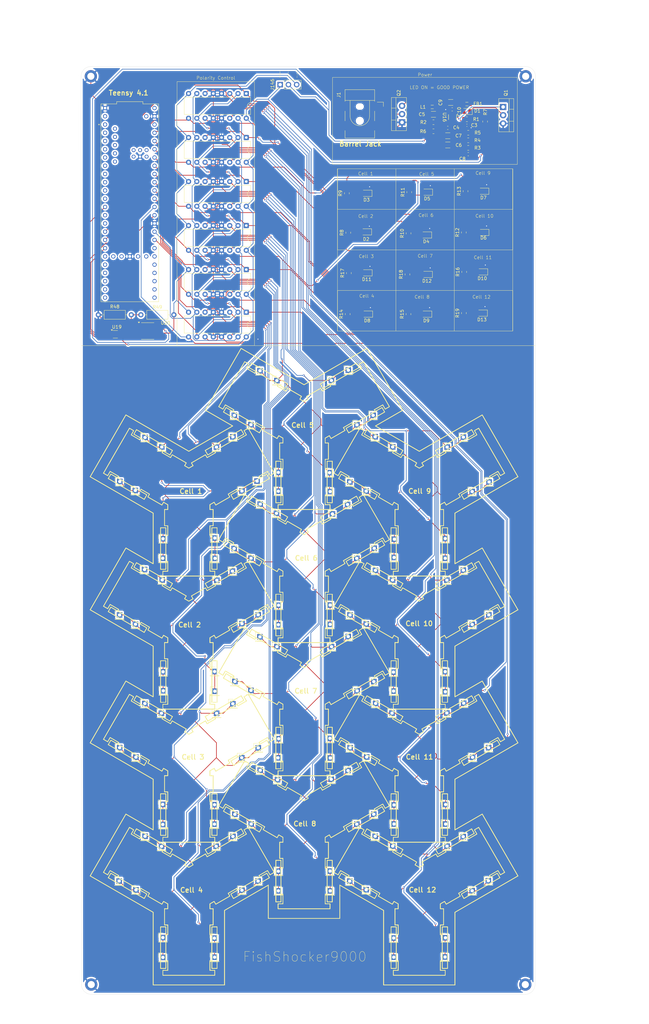
<source format=kicad_pcb>
(kicad_pcb (version 20241229) (generator "pcbnew") (generator_version "9.0")
  (layers (0 "F.Cu" signal) (2 "B.Cu" signal) (13 "F.Paste" user) (15 "B.Paste" user) (5 "F.SilkS" user "F.Silkscreen") (7 "B.SilkS" user "B.Silkscreen") (1 "F.Mask" user) (3 "B.Mask" user) (25 "Edge.Cuts" user))
  (net 0 "")
  (net 1 "BUCK_PG")
  (net 2 "BUCK_SS")
  (net 3 "BUCK_SW")
  (net 4 "Net-(C5-Pad1)")
  (net 5 "BUCK_VOUT")
  (net 6 "Net-(C8-Pad1)")
  (net 7 "BUCK_IN")
  (net 8 "Net-(D1-K)")
  (net 9 "SYNC")
  (net 10 "MOSI")
  (net 11 "SCK")
  (net 12 "Net-(U19-VOUT)")
  (net 15 "Net-(U20--)")
  (net 17 "CELL_VOLTAGE")
  (net 18 "Net-(D2-A)")
  (net 19 "Net-(D3-A)")
  (net 20 "Net-(D4-A)")
  (net 21 "Net-(Q2-S)")
  (net 22 "BARREL_21V")
  (net 23 "Net-(D5-A)")
  (net 24 "Net-(D6-A)")
  (net 25 "BUCK_BST")
  (net 26 "BUCK_FB")
  (net 27 "Net-(D7-A)")
  (net 28 "Net-(D8-A)")
  (net 29 "Net-(D9-A)")
  (net 30 "Net-(D10-A)")
  (net 31 "Net-(D11-A)")
  (net 32 "Net-(D12-A)")
  (net 33 "Net-(D13-A)")
  (net 34 "CELL_2")
  (net 35 "CELL_1")
  (net 36 "CELL_6")
  (net 37 "CELL_5")
  (net 38 "CELL_10")
  (net 39 "CELL_9")
  (net 40 "CELL_4")
  (net 41 "CELL_8")
  (net 42 "CELL_11")
  (net 43 "CELL_3")
  (net 44 "CELL_7")
  (net 45 "CELL_12")
  (net 46 "Polarity Enable 2")
  (net 47 "Plate 1.2")
  (net 48 "Plate 2.1")
  (net 49 "Plate 1.1")
  (net 50 "Polarity Enable 1")
  (net 51 "Plate 2.2")
  (net 89 "Plate 3.2")
  (net 90 "Plate 3.1")
  (net 91 "Plate 4.1")
  (net 92 "Plate 4.2")
  (net 93 "Plate 5.2")
  (net 94 "Plate 6.2")
  (net 95 "Plate 6.1")
  (net 96 "Plate 5.1")
  (net 97 "Plate 8.2")
  (net 98 "Plate 7.1")
  (net 99 "Plate 8.1")
  (net 100 "Plate 7.2")
  (net 101 "Plate 9.2")
  (net 102 "Plate 10.1")
  (net 103 "Plate 9.1")
  (net 104 "Plate 10.2")
  (net 105 "Plate 12.1")
  (net 106 "Plate 12.2")
  (net 107 "Plate 11.1")
  (net 108 "Plate 11.2")
  (net 109 "BUCK_EN")
  (net 110 "GND")
  (net 111 "Net-(D1-A)")
  (footprint "Connector_PinHeader_2.54mm:PinHeader_1x01_P2.54mm_Vertical" (layer "F.Cu") (at 365.03 224.65)
    (property "Reference" "J55" (hide yes))
    (property "Value" "P70-1000045R")
  )
  (footprint "Resistor_SMD:R_0805_2012Metric" (layer "F.Cu") (at 392.9991 95.95 -90)
    (property "Reference" "R7")
    (property "Value" "330")
  )
  (footprint "Connector_PinHeader_2.54mm:PinHeader_1x01_P2.54mm_Vertical" (layer "F.Cu") (at 293.66 306.37)
    (property "Reference" "J84" (hide yes))
    (property "Value" "P70-1000045R")
  )
  (footprint "Connector_PinHeader_2.54mm:PinHeader_1x01_P2.54mm_Vertical" (layer "F.Cu") (at 356.36 250.78)
    (property "Reference" "J143" (hide yes))
    (property "Value" "P70-1000045R")
  )
  (footprint "Connector_PinHeader_2.54mm:PinHeader_1x01_P2.54mm_Vertical" (layer "F.Cu") (at 285.21 209.63)
    (property "Reference" "J77" (hide yes))
    (property "Value" "P70-1000045R")
  )
  (footprint "Connector_PinHeader_2.54mm:PinHeader_1x01_P2.54mm_Vertical" (layer "F.Cu") (at 328.82 175.77)
    (property "Reference" "J94" (hide yes))
    (property "Value" "P70-1000045R")
  )
  (footprint "Connector_PinHeader_2.54mm:PinHeader_1x01_P2.54mm_Vertical" (layer "F.Cu") (at 345.21 209.96)
    (property "Reference" "J36" (hide yes))
    (property "Value" "P70-1000045R")
  )
  (footprint "Connector_PinHeader_2.54mm:PinHeader_1x01_P2.54mm_Vertical" (layer "F.Cu") (at 364.93 230.27)
    (property "Reference" "J59" (hide yes))
    (property "Value" "P70-1000045R")
  )
  (footprint "LED_SMD:LED_0805_2012Metric" (layer "F.Cu") (at 356.5125 142.57 180)
    (property "Reference" "D11")
    (property "Value" "LED")
  )
  (footprint "Connector_PinHeader_2.54mm:PinHeader_1x01_P2.54mm_Vertical" (layer "F.Cu") (at 345.23 333)
    (property "Reference" "J129" (hide yes))
    (property "Value" "P70-1000045R")
  )
  (footprint "Connector_PinHeader_2.54mm:PinHeader_1x01_P2.54mm_Vertical" (layer "F.Cu") (at 293.71 347.39)
    (property "Reference" "J124" (hide yes))
    (property "Value" "P70-1000045R")
  )
  (footprint "Connector_PinHeader_2.54mm:PinHeader_1x01_P2.54mm_Vertical" (layer "F.Cu") (at 310.21 196.27)
    (property "Reference" "J6" (hide yes))
    (property "Value" "P70-1000045R")
  )
  (footprint "Package_DIP:DIP-16_W7.62mm" (layer "F.Cu") (at 319.39 141.561 -90)
    (property "Reference" "U24" (hide yes))
    (property "Value" "SN754410NE")
  )
  (footprint "Connector_PinHeader_2.54mm:PinHeader_1x01_P2.54mm_Vertical" (layer "F.Cu") (at 329.29 332.99)
    (property "Reference" "J128" (hide yes))
    (property "Value" "P70-1000045R")
  )
  (footprint "Connector_PinHeader_2.54mm:PinHeader_1x01_P2.54mm_Vertical" (layer "F.Cu") (at 280.41 206.87)
    (property "Reference" "J75" (hide yes))
    (property "Value" "P70-1000045R")
  )
  (footprint "Connector_PinHeader_2.54mm:PinHeader_1x01_P2.54mm_Vertical" (layer "F.Cu") (at 380.81 306.39)
    (property "Reference" "J109" (hide yes))
    (property "Value" "P70-1000045R")
  )
  (footprint "Connector_PinHeader_2.54mm:PinHeader_1x01_P2.54mm_Vertical" (layer "F.Cu") (at 293.75 224.49)
    (property "Reference" "J76" (hide yes))
    (property "Value" "P70-1000045R")
  )
  (footprint "Connector_PinHeader_2.54mm:PinHeader_1x01_P2.54mm_Vertical" (layer "F.Cu") (at 315.72 186.48)
    (property "Reference" "J87" (hide yes))
    (property "Value" "P70-1000045R")
  )
  (footprint "Connector_PinHeader_2.54mm:PinHeader_1x01_P2.54mm_Vertical" (layer "F.Cu") (at 364.5 196.21)
    (property "Reference" "J106" (hide yes))
    (property "Value" "P70-1000045R")
  )
  (footprint "Connector_PinHeader_2.54mm:PinHeader_1x01_P2.54mm_Vertical" (layer "F.Cu") (at 353.51 189.4)
    (property "Reference" "J102" (hide yes))
    (property "Value" "P70-1000045R")
  )
  (footprint "Connector_PinHeader_2.54mm:PinHeader_1x01_P2.54mm_Vertical" (layer "F.Cu") (at 359.13 316.18)
    (property "Reference" "J144" (hide yes))
    (property "Value" "P70-1000045R")
  )
  (footprint "Connector_PinHeader_2.54mm:PinHeader_1x01_P2.54mm_Vertical" (layer "F.Cu") (at 293.72 353.51)
    (property "Reference" "J17" (hide yes))
    (property "Value" "P70-1000045R")
  )
  (footprint "Connector_PinHeader_2.54mm:PinHeader_1x01_P2.54mm_Vertical" (layer "F.Cu") (at 359.13 193.08)
    (property "Reference" "J98" (hide yes))
    (property "Value" "P70-1000045R")
  )
  (footprint "Connector_PinHeader_2.54mm:PinHeader_1x01_P2.54mm_Vertical" (layer "F.Cu") (at 293.83 271.34)
    (property "Reference" "J19" (hide yes))
    (property "Value" "P70-1000045R")
  )
  (footprint "LED_SMD:LED_0805_2012Metric" (layer "F.Cu") (at 375.0725 143.06 180)
    (property "Reference" "D12")
    (property "Value" "LED")
  )
  (footprint "Connector_PinHeader_2.54mm:PinHeader_1x01_P2.54mm_Vertical" (layer "F.Cu") (at 380.65 353.37)
    (property "Reference" "J74" (hide yes))
    (property "Value" "P70-1000045R")
  )
  (footprint "Connector_PinHeader_2.54mm:PinHeader_1x01_P2.54mm_Vertical" (layer "F.Cu") (at 386.31 193.2)
    (property "Reference" "J52" (hide yes))
    (property "Value" "P70-1000045R")
  )
  (footprint "MountingHole:MountingHole_2.2mm_M2_DIN965_Pad" (layer "F.Cu") (at 271.621321 361.878679)
    (property "Reference" "H3" (hide yes))
    (property "Value" "MountingHole_Pad")
  )
  (footprint "Connector_PinHeader_2.54mm:PinHeader_1x01_P2.54mm_Vertical" (layer "F.Cu") (at 386.4 275.17)
    (property "Reference" "J93" (hide yes))
    (property "Value" "P70-1000045R")
  )
  (footprint "Resistor_SMD:R_0805_2012Metric" (layer "F.Cu") (at 386.5575 142.28 -90)
    (property "Reference" "R16")
    (property "Value" "220")
  )
  (footprint "Library:SOT583_MP2331H" (layer "F.Cu") (at 382.9591 94.58 -90)
    (property "Reference" "U16")
    (property "Value" "MP2331HGTL-Z")
  )
  (footprint "Connector_PinHeader_2.54mm:PinHeader_1x01_P2.54mm_Vertical" (layer "F.Cu") (at 329.29 250.99)
    (property "Reference" "J114" (hide yes))
    (property "Value" "P70-1000045R")
  )
  (footprint "Capacitor_SMD:C_0603_1608Metric" (layer "F.Cu") (at 387.7991 106 180)
    (property "Reference" "C8")
    (property "Value" "10p")
  )
  (footprint "Inductor_SMD:L_0805_2012Metric" (layer "F.Cu") (at 376.7 91.46 180)
    (property "Reference" "L1")
    (property "Value" "3u3")
  )
  (footprint "Connector_PinHeader_2.54mm:PinHeader_1x01_P2.54mm_Vertical" (layer "F.Cu") (at 288.2 193.3)
    (property "Reference" "J2" (hide yes))
    (property "Value" "P70-1000045R")
  )
  (footprint "Connector_PinHeader_2.54mm:PinHeader_1x01_P2.54mm_Vertical" (layer "F.Cu") (at 309.64 353.45)
    (property "Reference" "J125" (hide yes))
    (property "Value" "P70-1000045R")
  )
  (footprint "Capacitor_SMD:C_1206_3216Metric" (layer "F.Cu") (at 382.3891 90.06)
    (property "Reference" "C9")
    (property "Value" "22u")
  )
  (footprint "Package_TO_SOT_SMD:SOT-363_SC-70-6" (layer "F.Cu") (at 279.05 161.5)
    (property "Reference" "U19")
    (property "Value" "DAC5311xDCK")
  )
  (footprint "Connector_PinHeader_2.54mm:PinHeader_1x01_P2.54mm_Vertical" (layer "F.Cu") (at 358.68 309.4)
    (property "Reference" "J49" (hide yes))
    (property "Value" "P70-1000045R")
  )
  (footprint "Connector_PinHeader_2.54mm:PinHeader_1x01_P2.54mm_Vertical" (layer "F.Cu") (at 358.84 227.44)
    (property "Reference" "J43" (hide yes))
    (property "Value" "P70-1000045R")
  )
  (footprint "Connector_PinHeader_2.54mm:PinHeader_1x01_P2.54mm_Vertical" (layer "F.Cu") (at 356.49 291.75)
    (property "Reference" "J54" (hide yes))
    (property "Value" "P70-1000045R")
  )
  (footprint "Connector_PinHeader_2.54mm:PinHeader_1x01_P2.54mm_Vertical" (layer "F.Cu") (at 309.63 265.41)
    (property "Reference" "J20" (hide yes))
    (property "Value" "P70-1000045R")
  )
  (footprint "Inductor_SMD:L_0805_2012Metric" (layer "F.Cu") (at 387.3791 90.56 180)
    (property "Reference" "FB1")
    (property "Value" "600 @ 600 MHz")
  )
  (footprint "Package_DIP:DIP-16_W7.62mm" (layer "F.Cu") (at 319.39 114.439 -90)
    (property "Reference" "U26" (hide yes))
    (property "Value" "SN754410NE")
  )
  (footprint "LED_SMD:LED_0805_2012Metric" (layer "F.Cu") (at 392.0225 154.98 180)
    (property "Reference" "D13")
    (property "Value" "LED")
  )
  (footprint "Connector_PinHeader_2.54mm:PinHeader_1x01_P2.54mm_Vertical" (layer "F.Cu") (at 359.2 234.24)
    (property "Reference" "J118" (hide yes))
    (property "Value" "P70-1000045R")
  )
  (footprint "Connector_PinHeader_2.54mm:PinHeader_1x01_P2.54mm_Vertical" (layer "F.Cu") (at 389.02 209.96)
    (property "Reference" "J90" (hide yes))
    (property "Value" "P70-1000045R")
  )
  (footprint "Capacitor_SMD:C_0603_1608Metric" (layer "F.Cu") (at 381.4891 97.9 180)
    (property "Reference" "C4")
    (property "Value" "6n8")
  )
  (footprint "Connector_PinHeader_2.54mm:PinHeader_1x01_P2.54mm_Vertical" (layer "F.Cu") (at 280.37 288.88)
    (property "Reference" "J12" (hide yes))
    (property "Value" "P70-1000045R")
  )
  (footprint "Connector_PinHeader_2.54mm:PinHeader_1x01_P2.54mm_Vertical" (layer "F.Cu") (at 345.94 216.85)
    (property "Reference" "J115" (hide yes))
    (property "Value" "P70-1000045R")
  )
  (footprint "Connector_PinHeader_2.54mm:PinHeader_1x01_P2.54mm_Vertical" (layer "F.Cu") (at 329.38 286.12)
    (property "Reference" "J104" (hide yes))
    (property "Value" "P70-1000045R")
  )
  (footprint "Connector_PinHeader_2.54mm:PinHeader_1x01_P2.54mm_Vertical" (layer "F.Cu") (at 389.01 332.96)
    (property "Reference" "J132" (hide yes))
    (property "Value" "P70-1000045R")
  )
  (footprint "Connector_PinHeader_2.54mm:PinHeader_1x01_P2.54mm_Vertical" (layer "F.Cu") (at 323.7 213.83)
    (property "Reference" "J138" (hide yes))
    (property "Value" "P70-1000045R")
  )
  (footprint "Connector_PinHeader_2.54mm:PinHeader_1x01_P2.54mm_Vertical" (layer "F.Cu") (at 351.36 247.98)
    (property "Reference" "J131" (hide yes))
    (property "Value" "P70-1000045R")
  )
  (footprint "Connector_PinHeader_2.54mm:PinHeader_1x01_P2.54mm_Vertical" (layer "F.Cu") (at 364.91 306.53)
    (property "Reference" "J100" (hide yes))
    (property "Value" "P70-1000045R")
  )
  (footprint "Connector_PinHeader_2.54mm:PinHeader_1x01_P2.54mm_Vertical" (layer "F.Cu") (at 323.69 295.83)
    (property "Reference" "J116" (hide yes))
    (property "Value" "P70-1000045R")
  )
  (footprint "Connector_PinHeader_2.54mm:PinHeader_1x01_P2.54mm_Vertical" (layer "F.Cu") (at 353.56 271.36)
    (property "Reference" "J96" (hide yes))
    (property "Value" "P70-1000045R")
  )
  (footprint "LED_SMD:LED_0805_2012Metric" (layer "F.Cu") (at 392.12 142.28 180)
    (property "Reference" "D10")
    (property "Value" "LED")
  )
  (footprint "Connector_PinHeader_2.54mm:PinHeader_1x01_P2.54mm_Vertical" (layer "F.Cu") (at 364.52 319.2)
    (property "Reference" "J120" (hide yes))
    (property "Value" "P70-1000045R")
  )
  (footprint "Package_DIP:DIP-16_W7.62mm" (layer "F.Cu") (at 319.39 128 -90)
    (property "Reference" "U25" (hide yes))
    (property "Value" "SN754410NE")
  )
  (footprint "Resistor_SMD:R_0805_2012Metric" (layer "F.Cu") (at 387.3791 95.243333 180)
    (property "Reference" "R1")
    (property "Value" "10k")
  )
  (footprint "LED_SMD:LED_0805_2012Metric" (layer "F.Cu") (at 374.84375 130.90375 180)
    (property "Reference" "D4")
    (property "Value" "LED")
  )
  (footprint "Connector_PinHeader_2.54mm:PinHeader_1x01_P2.54mm_Vertical" (layer "F.Cu") (at 309.69 271.49)
    (property "Reference" "J135" (hide yes))
    (property "Value" "P70-1000045R")
  )
  (footprint "Connector_PinHeader_2.54mm:PinHeader_1x01_P2.54mm_Vertical" (layer "F.Cu") (at 285.4 332.7)
    (property "Reference" "J22" (hide yes))
    (property "Value" "P70-1000045R")
  )
  (footprint "Connector_PinHeader_2.54mm:PinHeader_1x01_P2.54mm_Vertical" (layer "F.Cu") (at 323.04 329.98)
    (property "Reference" "J25" (hide yes))
    (property "Value" "P70-1000045R")
  )
  (footprint "Connector_PinHeader_2.54mm:PinHeader_1x01_P2.54mm_Vertical" (layer "F.Cu") (at 381.27 319.23)
    (property "Reference" "J121" (hide yes))
    (property "Value" "P70-1000045R")
  )
  (footprint "Capacitor_SMD:C_1206_3216Metric" (layer "F.Cu") (at 377.0791 93.725)
    (property "Reference" "C5")
    (property "Value" "1u")
  )
  (footprint "Connector_PinHeader_2.54mm:PinHeader_1x01_P2.54mm_Vertical" (layer "F.Cu") (at 309.61 306.45)
    (property "Reference" "J81" (hide yes))
    (property "Value" "P70-1000045R")
  )
  (footprint "Resistor_SMD:R_0805_2012Metric" (layer "F.Cu") (at 377.0791 96.16)
    (property "Reference" "R2")
    (property "Value" "20")
  )
  (footprint "Connector_PinHeader_2.54mm:PinHeader_1x01_P2.54mm_Vertical" (layer "F.Cu") (at 309.59 312.45)
    (property "Reference" "J85" (hide yes))
    (property "Value" "P70-1000045R")
  )
  (footprint "Connector_PinHeader_2.54mm:PinHeader_1x01_P2.54mm_Vertical" (layer "F.Cu") (at 293.35 196.23)
    (property "Reference" "J3" (hide yes))
    (property "Value" "P70-1000045R")
  )
  (footprint "LED_SMD:LED_0805_2012Metric" (layer "F.Cu") (at 356.33 129.95 180)
    (property "Reference" "D2")
    (property "Value" "LED")
  )
  (footprint "Connector_PinHeader_2.54mm:PinHeader_1x01_P2.54mm_Vertical" (layer "F.Cu") (at 293.76 265.49)
    (property "Reference" "J110" (hide yes))
    (property "Value" "P70-1000045R")
  )
  (footprint "Connector_PinHeader_2.54mm:PinHeader_1x01_P2.54mm_Vertical" (layer "F.Cu") (at 285.38 291.79)
    (property "Reference" "J14" (hide yes))
    (property "Value" "P70-1000045R")
  )
  (footprint "Connector_PinHeader_2.54mm:PinHeader_1x01_P2.54mm_Vertical" (layer "F.Cu") (at 309.75 230.55)
    (property "Reference" "J8" (hide yes))
    (property "Value" "P70-1000045R")
  )
  (footprint "Connector_PinHeader_2.54mm:PinHeader_1x01_P2.54mm_Vertical" (layer "F.Cu") (at 323.6 254.73)
    (property "Reference" "J37" (hide yes))
    (property "Value" "P70-1000045R")
  )
  (footprint "Connector_PinHeader_2.54mm:PinHeader_1x01_P2.54mm_Vertical" (layer "F.Cu") (at 318.07 332.8)
    (property "Reference" "J136" (hide yes))
    (property "Value" "P70-1000045R")
  )
  (footprint "Connector_PinHeader_2.54mm:PinHeader_1x01_P2.54mm_Vertical" (layer "F.Cu") (at 323.09 288.93)
    (property "Reference" "J9" (hide yes))
    (property "Value" "P70-1000045R")
  )
  (footprint "Connector_BarrelJack:BarrelJack_CLIFF_FC681465S_SMT_Horizontal" (layer "F.Cu") (at 354.3866 94.236667 -90)
    (property "Reference" "J1")
    (property "Value" "Barrel_Jack")
  )
  (footprint "MountingHole:MountingHole_2.2mm_M2_DIN965_Pad" (layer "F.Cu") (at 271.5 82)
    (property "Reference" "H4" (hide yes))
    (property "Value" "MountingHole_Pad")
  )
  (footprint "Connector_PinHeader_2.54mm:PinHeader_1x01_P2.54mm_Vertical" (layer "F.Cu") (at 364.32 278.23)
    (property "Reference" "J53" (hide yes))
    (property "Value" "P70-1000045R")
  )
  (footprint "Connector_PinHeader_2.54mm:PinHeader_1x01_P2.54mm_Vertical" (layer "F.Cu") (at 320.91 312.39)
    (property "Reference" "J117" (hide yes))
    (property "Value" "P70-1000045R")
  )
  (footprint "Connector_PinHeader_2.54mm:PinHeader_1x01_P2.54mm_Vertical" (layer "F.Cu") (at 350.77 295.93)
    (property "Reference" "J50" (hide yes))
    (property "Value" "P70-1000045R")
  )
  (footprint "Connector_PinHeader_2.54mm:PinHeader_1x01_P2.54mm_Vertical" (layer "F.Cu") (at 358.7 268.52)
    (property "Reference" "J33" (hide yes))
    (property "Value" "P70-1000045R")
  )
  (footprint "Connector_PinHeader_2.54mm:PinHeader_1x01_P2.54mm_Vertical" (layer "F.Cu") (at 329.34 244.99)
    (property "Reference" "J47" (hide yes))
    (property "Value" "P70-1000045R")
  )
  (footprint "Connector_PinHeader_2.54mm:PinHeader_1x01_P2.54mm_Vertical" (layer "F.Cu") (at 345.22 250.91)
    (property "Reference" "J48" (hide yes))
    (property "Value" "P70-1000045R")
  )
  (footprint "Connector_PinHeader_2.54mm:PinHeader_1x01_P2.54mm_Vertical" (layer "F.Cu") (at 353.45 312.45)
    (property "Reference" "J140" (hide yes))
    (property "Value" "P70-1000045R")
  )
  (footprint "Connector_PinHeader_2.54mm:PinHeader_1x01_P2.54mm_Vertical" (layer "F.Cu") (at 318.06 209.78)
    (property "Reference" "J4" (hide yes))
    (property "Value" "P70-1000045R")
  )
  (footprint "Connector_PinHeader_2.54mm:PinHeader_1x01_P2.54mm_Vertical" (layer "F.Cu") (at 280.22 329.96)
    (property "Reference" "J113" (hide yes))
    (property "Value" "P70-1000045R")
  )
  (footprint "Package_DIP:DIP-16_W7.62mm" (layer "F.Cu") (at 319.39 100.878 -90)
    (property "Reference" "U29" (hide yes))
    (property "Value" "SN754410NE")
  )
  (footprint "Package_DIP:DIP-16_W7.62mm" (layer "F.Cu") (at 319.39 154.695 -90)
    (property "Reference" "U23" (hide yes))
    (property "Value" "SN754410NE")
  )
  (footprint "Connector_PinHeader_2.54mm:PinHeader_1x01_P2.54mm_Vertical" (layer "F.Cu") (at 315.88 309.41)
    (property "Reference" "J46" (hide yes))
    (property "Value" "P70-1000045R")
  )
  (footprint "Package_TO_SOT_THT:TO-220-3_Vertical" (layer "F.Cu") (at 367.395933 96.196 90)
    (property "Reference" "Q2")
    (property "Value" "FQP27P06")
  )
  (footprint "Connector_PinHeader_2.54mm:PinHeader_1x01_P2.54mm_Vertical" (layer "F.Cu") (at 345.19 326.91)
    (property "Reference" "J42" (hide yes))
    (property "Value" "P70-1000045R")
  )
  (footprint "Connector_PinHeader_2.54mm:PinHeader_1x01_P2.54mm_Vertical" (layer "F.Cu") (at 315.26 193.1)
    (property "Reference" "J7" (hide yes))
    (property "Value" "P70-1000045R")
  )
  (footprint "Package_TO_SOT_THT:TO-220-3_Vertical" (layer "F.Cu") (at 398.55 91.46 -90)
    (property "Reference" "Q1")
    (property "Value" "IRLZ44N")
  )
  (footprint "Resistor_SMD:R_0805_2012Metric" (layer "F.Cu") (at 351.0125 142.6575 -90)
    (property "Reference" "R17")
    (property "Value" "220")
  )
  (footprint "Connector_PinHeader_2.54mm:PinHeader_1x01_P2.54mm_Vertical" (layer "F.Cu") (at 364.78 271.44)
    (property "Reference" "J71" (hide yes))
    (property "Value" "P70-1000045R")
  )
  (footprint "Connector_PinHeader_2.54mm:PinHeader_1x01_P2.54mm_Vertical" (layer "F.Cu") (at 329.29 209.86)
    (property "Reference" "J27" (hide yes))
    (property "Value" "P70-1000045R")
  )
  (footprint "Connector_PinHeader_2.54mm:PinHeader_1x01_P2.54mm_Vertical" (layer "F.Cu") (at 293.5 237.19)
    (property "Reference" "J15" (hide yes))
    (property "Value" "P70-1000045R")
  )
  (footprint "Connector_PinHeader_2.54mm:PinHeader_1x01_P2.54mm_Vertical" (layer "F.Cu") (at 356.35 332.65)
    (property "Reference" "J145" (hide yes))
    (property "Value" "P70-1000045R")
  )
  (footprint "Connector_PinHeader_2.54mm:PinHeader_1x01_P2.54mm_Vertical" (layer "F.Cu") (at 322.72 206.73)
    (property "Reference" "J5" (hide yes))
    (property "Value" "P70-1000045R")
  )
  (footprint "Connector_PinHeader_2.54mm:PinHeader_1x01_P2.54mm_Vertical" (layer "F.Cu") (at 381.3 196.26)
    (property "Reference" "J60" (hide yes))
    (property "Value" "P70-1000045R")
  )
  (footprint "Resistor_SMD:R_0805_2012Metric" (layer "F.Cu") (at 386.46 154.98 -90)
    (property "Reference" "R19")
    (property "Value" "220")
  )
  (footprint "LED_SMD:LED_0805_2012Metric" (layer "F.Cu") (at 374.8825 155.3 180)
    (property "Reference" "D9")
    (property "Value" "LED")
  )
  (footprint "Connector_PinHeader_2.54mm:PinHeader_1x01_P2.54mm_Vertical" (layer "F.Cu") (at 364.75 265.6)
    (property "Reference" "J67" (hide yes))
    (property "Value" "P70-1000045R")
  )
  (footprint "Resistor_SMD:R_0805_2012Metric" (layer "F.Cu") (at 387.7991 104.063333)
    (property "Reference" "R3")
    (property "Value" "40k2")
  )
  (footprint "Connector_PinHeader_2.54mm:PinHeader_1x01_P2.54mm_Vertical" (layer "F.Cu") (at 386.25 316.29)
    (property "Reference" "J70" (hide yes))
    (property "Value" "P70-1000045R")
  )
  (footprint "Connector_PinHeader_2.54mm:PinHeader_1x01_P2.54mm_Vertical" (layer "F.Cu") (at 351.26 330)
    (property "Reference" "J133" (hide yes))
    (property "Value" "P70-1000045R")
  )
  (footprint "MountingHole:MountingHole_2.2mm_M2_DIN965_Pad" (layer "F.Cu") (at 405.378679 361.878679)
    (property "Reference" "H2" (hide yes))
    (property "Value" "MountingHole_Pad")
  )
  (footprint "Connector_PinHeader_2.54mm:PinHeader_1x01_P2.54mm_Vertical" (layer "F.Cu") (at 380.82 312.42)
    (property "Reference" "J101" (hide yes))
    (property "Value" "P70-1000045R")
  )
  (footprint "Connector_PinHeader_2.54mm:PinHeader_1x01_P2.54mm_Vertical" (layer "F.Cu") (at 350.85 172.56)
    (property "Reference" "J28" (hide yes))
    (property "Value" "P70-1000045R")
  )
  (footprint "Connector_PinHeader_2.54mm:PinHeader_1x01_P2.54mm_Vertical" (layer "F.Cu") (at 309.57 347.58)
    (property "Reference" "J137" (hide yes))
    (property "Value" "P70-1000045R")
  )
  (footprint "Connector_PinHeader_2.54mm:PinHeader_1x01_P2.54mm_Vertical" (layer "F.Cu") (at 345.22 244.94)
    (property "Reference" "J44" (hide yes))
    (property "Value" "P70-1000045R")
  )
  (footprint "Connector_PinHeader_2.54mm:PinHeader_1x01_P2.54mm_Vertical" (layer "F.Cu") (at 364.82 347.54)
    (property "Reference" "J73" (hide yes))
    (property "Value" "P70-1000045R")
  )
  (footprint "Connector_PinHeader_2.54mm:PinHeader_1x01_P2.54mm_Vertical" (layer "F.Cu") (at 394.14 247.96)
    (property "Reference" "J63" (hide yes))
    (property "Value" "P70-1000045R")
  )
  (footprint "Connector_PinHeader_2.54mm:PinHeader_1x01_P2.54mm_Vertical" (layer "F.Cu") (at 310.32 237.29)
    (property "Reference" "J16" (hide yes))
    (property "Value" "P70-1000045R")
  )
  (footprint "Connector_PinHeader_2.54mm:PinHeader_1x01_P2.54mm_Vertical" (layer "F.Cu") (at 320.84 271.24)
    (property "Reference" "J30" (hide yes))
    (property "Value" "P70-1000045R")
  )
  (footprint "Connector_PinHeader_2.54mm:PinHeader_1x01_P2.54mm_Vertical" (layer "F.Cu") (at 323.62 172.73)
    (property "Reference" "J86" (hide yes))
    (property "Value" "P70-1000045R")
  )
  (footprint "Connector_PinHeader_2.54mm:PinHeader_1x01_P2.54mm_Vertical" (layer "F.Cu") (at 320.86 230.5)
    (property "Reference" "J127" (hide yes))
    (property "Value" "P70-1000045R")
  )
  (footprint "Connector_PinHeader_2.54mm:PinHeader_1x01_P2.54mm_Vertical" (layer "F.Cu") (at 320.83 189.35)
    (property "Reference" "J95" (hide yes))
    (property "Value" "P70-1000045R")
  )
  (footprint "Connector_PinHeader_2.54mm:PinHeader_1x01_P2.54mm_Vertical" (layer "F.Cu") (at 315.89 268.48)
    (property "Reference" "J38" (hide yes))
    (property "Value" "P70-1000045R")
  )
  (footprint "Capacitor_SMD:C_0402_1005Metric" (layer "F.Cu") (at 387.3791 97.1)
    (property "Reference" "C3")
    (property "Value" "1n")
  )
  (footprint "Connector_PinHeader_2.54mm:PinHeader_1x01_P2.54mm_Vertical" (layer "F.Cu") (at 359.26 275.24)
    (property "Reference" "J57" (hide yes))
    (property "Value" "P70-1000045R")
  )
  (footprint "Resistor_SMD:R_0805_2012Metric" (layer "F.Cu") (at 386.4375 130.13 -90)
    (property "Reference" "R12")
    (property "Value" "220")
  )
  (footprint "Connector_PinHeader_2.54mm:PinHeader_1x01_P2.54mm_Vertical" (layer "F.Cu") (at 280.35 247.99)
    (property "Reference" "J123" (hide yes))
    (property "Value" "P70-1000045R")
  )
  (footprint "Connector_PinHeader_2.54mm:PinHeader_1x01_P2.54mm_Vertical" (layer "F.Cu") (at 288.2 316.17)
    (property "Reference" "J112" (hide yes))
    (property "Value" "P70-1000045R")
  )
  (footprint "Connector_PinHeader_2.54mm:PinHeader_1x01_P2.54mm_Vertical" (layer "F.Cu") (at 345.16 286.01)
    (property "Reference" "J89" (hide yes))
    (property "Value" "P70-1000045R")
  )
  (footprint "Connector_PinHeader_2.54mm:PinHeader_1x01_P2.54mm_Vertical" (layer "F.Cu") (at 381.2 278.19)
    (property "Reference" "J62" (hide yes))
    (property "Value" "P70-1000045R")
  )
  (footprint "Connector_PinHeader_2.54mm:PinHeader_1x01_P2.54mm_Vertical" (layer "F.Cu") (at 293.69 312.55)
    (property "Reference" "J13" (hide yes))
    (property "Value" "P70-1000045R")
  )
  (footprint "Connector_PinHeader_2.54mm:PinHeader_1x01_P2.54mm_Vertical" (layer "F.Cu") (at 351.39 288.91)
    (property "Reference" "J58" (hide yes))
    (property "Value" "P70-1000045R")
  )
  (footprint "LED_SMD:LED_0805_2012Metric" (layer "F.Cu") (at 356.6475 155.29 180)
    (property "Reference" "D8")
    (property "Value" "LED")
  )
  (footprint "Connector_PinHeader_2.54mm:PinHeader_1x01_P2.54mm_Vertical" (layer "F.Cu") (at 389.13 291.85)
    (property "Reference" "J61" (hide yes))
    (property "Value" "P70-1000045R")
  )
  (footprint "Connector_PinHeader_2.54mm:PinHeader_1x01_P2.54mm_Vertical" (layer "F.Cu") (at 381.21 237.26)
    (property "Reference" "J119" (hide yes))
    (property "Value" "P70-1000045R")
  )
  (footprint "Resistor_SMD:R_0805_2012Metric" (layer "F.Cu") (at 369.3825 155.3 -90)
    (property "Reference" "R15")
    (property "Value" "220")
  )
  (footprint "Connector_PinHeader_2.54mm:PinHeader_1x01_P2.54mm_Vertical" (layer "F.Cu") (at 329.19 292)
    (property "Reference" "J88" (hide yes))
    (property "Value" "P70-1000045R")
  )
  (footprint "Connector_PinHeader_2.54mm:PinHeader_1x01_P2.54mm_Vertical" (layer "F.Cu") (at 364.91 312.4)
    (property "Reference" "J92" (hide yes))
    (property "Value" "P70-1000045R")
  )
  (footprint "Connector_PinHeader_2.54mm:PinHeader_1x01_P2.54mm_Vertical" (layer "F.Cu") (at 345.68 257.76)
    (property "Reference" "J34" (hide yes))
    (property "Value" "P70-1000045R")
  )
  (footprint "Connector_PinHeader_2.54mm:PinHeader_1x01_P2.54mm_Vertical" (layer "F.Cu") (at 364.46 237.21)
    (property "Reference" "J130" (hide yes))
    (property "Value" "P70-1000045R")
  )
  (footprint "Resistor_SMD:R_0805_2012Metric" (layer "F.Cu") (at 377.0791 98.95 180)
    (property "Reference" "R6")
    (property "Value" "604k")
  )
  (footprint "Connector_PinHeader_2.54mm:PinHeader_1x01_P2.54mm_Vertical" (layer "F.Cu") (at 329.01 298.75)
    (property "Reference" "J45" (hide yes))
    (property "Value" "P70-1000045R")
  )
  (footprint "Connector_PinHeader_2.54mm:PinHeader_1x01_P2.54mm_Vertical" (layer "F.Cu") (at 380.7 224.44)
    (property "Reference" "J56" (hide yes))
    (property "Value" "P70-1000045R")
  )
  (footprint "Connector_PinHeader_2.54mm:PinHeader_1x01_P2.54mm_Vertical" (layer "F.Cu") (at 317.99 291.97)
    (property "Reference" "J80" (hide yes))
    (property "Value" "P70-1000045R")
  )
  (footprint "Connector_PinHeader_2.54mm:PinHeader_1x01_P2.54mm_Vertical" (layer "F.Cu") (at 293.67 230.52)
    (property "Reference" "J78" (hide yes))
    (property "Value" "P70-1000045R")
  )
  (footprint "Capacitor_SMD:C_1206_3216Metric" (layer "F.Cu") (at 381.4891 100.325 180)
    (property "Reference" "C7")
    (property "Value" "22u")
  )
  (footprint "Connector_PinHeader_2.54mm:PinHeader_1x01_P2.54mm_Vertical" (layer "F.Cu") (at 310.12 319.26)
    (property "Reference" "J18" (hide yes))
    (property "Value" "P70-1000045R")
  )
  (footprint "Connector_PinHeader_2.54mm:PinHeader_1x01_P2.54mm_Vertical" (layer "F.Cu") (at 315.25 275.35)
    (property "Reference" "J83" (hide yes))
    (property "Value" "P70-1000045R")
  )
  (footprint "Resistor_SMD:R_0805_2012Metric" (layer "F.Cu") (at 350.6475 155.29 -90)
    (property "Reference" "R14")
    (property "Value" "220")
  )
  (footprint "Resistor_THT:R_Axial_DIN0207_L6.3mm_D2.5mm_P10.16mm_Horizontal" (layer "F.Cu") (at 283.95 155.5 180)
    (property "Reference" "R48")
    (property "Value" "4.7k")
  )
  (footprint "Package_DIP:DIP-16_W7.62mm" (layer "F.Cu") (at 319.39 87.317 -90)
    (property "Reference" "U30" (hide yes))
    (property "Value" "SN754410NE")
  )
  (footprint "Connector_PinHeader_2.54mm:PinHeader_1x01_P2.54mm_Vertical" (layer "F.Cu") (at 389.03 250.92)
    (property "Reference" "J142" (hide yes))
    (property "Value" "P70-1000045R")
  )
  (footprint "Connector_PinHeader_2.54mm:PinHeader_1x01_P2.54mm_Vertical" (layer "F.Cu") (at 328.84 257.75)
    (property "Reference" "J29" (hide yes))
    (property "Value" "P70-1000045R")
  )
  (footprint "LED_SMD:LED_0805_2012Metric" (layer "F.Cu") (at 356.46 118.06 180)
    (property "Reference" "D3")
    (property "Value" "LED")
  )
  (footprint "Connector_PinHeader_2.54mm:PinHeader_1x01_P2.54mm_Vertical" (layer "F.Cu") (at 285.25 250.84)
    (property "Reference" "J111" (hide yes))
    (property "Value" "P70-1000045R")
  )
  (footprint "Connector_PinHeader_2.54mm:PinHeader_1x01_P2.54mm_Vertical" (layer "F.Cu") (at 356.35 209.83)
    (property "Reference" "J99" (hide yes))
    (property "Value" "P70-1000045R")
  )
  (footprint "Connector_PinHeader_2.54mm:PinHeader_1x01_P2.54mm_Vertical" (layer "F.Cu") (at 345.58 298.62)
    (property "Reference" "J141" (hide yes))
    (property "Value" "P70-1000045R")
  )
  (footprint "Resistor_SMD:R_0805_2012Metric" (layer "F.Cu") (at 369.0725 143.06 -90)
    (property "Reference" "R18")
    (property "Value" "220")
  )
  (footprint "Connector_PinHeader_2.54mm:PinHeader_1x01_P2.54mm_Vertical" (layer "F.Cu") (at 309.69 224.29)
    (property "Reference" "J79" (hide yes))
    (property "Value" "P70-1000045R")
  )
  (footprint "Connector_PinHeader_2.54mm:PinHeader_1x01_P2.54mm_Vertical" (layer "F.Cu") (at 293.25 278.27)
    (property "Reference" "J82" (hide yes))
    (property "Value" "P70-1000045R")
  )
  (footprint "LED_SMD:LED_0805_2012Metric" (layer "F.Cu") (at 387.3591 92.851667 180)
    (property "Reference" "D1")
    (property "Value" "GREEN")
  )
  (footprint "Connector_PinHeader_2.54mm:PinHeader_1x01_P2.54mm_Vertical" (layer "F.Cu") (at 394.07 288.88)
    (property "Reference" "J108" (hide yes))
    (property "Value" "P70-1000045R")
  )
  (footprint "Connector_PinHeader_2.54mm:PinHeader_1x01_P2.54mm_Vertical" (layer "F.Cu") (at 315.28 316.24)
    (property "Reference" "J26" (hide yes))
    (property "Value" "P70-1000045R")
  )
  (footprint "Connector_PinHeader_2.54mm:PinHeader_1x01_P2.54mm_Vertical" (layer "F.Cu") (at 329.28 204.06)
    (property "Reference" "J35" (hide yes))
    (property "Value" "P70-1000045R")
  )
  (footprint "Resistor_SMD:R_0805_2012Metric" (layer "F.Cu") (at 369.40625 130.40375 -90)
    (property "Reference" "R10")
    (property "Value" "220")
  )
  (footprint "Connector_PinHeader_2.54mm:PinHeader_1x01_P2.54mm_Vertical" (layer "F.Cu") (at 394 329.88)
    (property "Reference" "J69" (hide yes))
    (property "Value" "P70-1000045R")
  )
  (footprint "Connector_PinHeader_2.54mm:PinHeader_1x01_P2.54mm_Vertical" (layer "F.Cu") (at 329.29 326.95)
    (property "Reference" "J41" (hide yes))
    (property "Value" "P70-1000045R")
  )
  (footprint "Connector_PinHeader_2.54mm:PinHeader_1x01_P2.54mm_Vertical" (layer "F.Cu") (at 328.7 216.66)
    (property "Reference" "J126" (hide yes))
    (property "Value" "P70-1000045R")
  )
  (footprint "Connector_PinHeader_2.54mm:PinHeader_1x03_P2.54mm_Vertical" (layer "F.Cu") (at 329.84 84.57 90)
    (property "Reference" "J146")
    (property "Value" "Conn_01x03_Pin")
  )
  (footprint "Library:Teensy 4.1" (layer "F.Cu") (at 283.5 121 -90)
    (property "Reference" "U3" (hide yes))
    (property "Value" "DEV-16771")
  )
  (footprint "Resistor_SMD:R_0805_2012Metric" (layer "F.Cu") (at 369.62 117.71 -90)
    (property "Reference" "R11")
    (property "Value" "220")
  )
  (footprint "LED_SMD:LED_0805_2012Metric" (layer "F.Cu") (at 392.5 130.13 180)
    (property "Reference" "D6")
    (property "Value" "LED")
  )
  (footprint "Resistor_SMD:R_0805_2012Metric" (layer "F.Cu") (at 387.7991 99.41)
    (property "Reference" "R5")
    (property "Value" "10k")
  )
  (footprint "Connector_PinHeader_2.54mm:PinHeader_1x01_P2.54mm_Vertical" (layer "F.Cu") (at 358.49 186.48)
    (property "Reference" "J31" (hide yes))
    (property "Value" "P70-1000045R")
  )
  (footprint "Connector_PinHeader_2.54mm:PinHeader_1x01_P2.54mm_Vertical" (layer "F.Cu") (at 350.81 254.64)
    (property "Reference" "J97" (hide yes))
    (property "Value" "P70-1000045R")
  )
  (footprint "Connector_PinHeader_2.54mm:PinHeader_1x01_P2.54mm_Vertical" (layer "F.Cu") (at 380.7 230.53)
    (property "Reference" "J107" (hide yes))
    (property "Value" "P70-1000045R")
  )
  (footprint "Connector_PinHeader_2.54mm:PinHeader_1x01_P2.54mm_Vertical" (layer "F.Cu") (at 315.65 227.52)
    (property "Reference" "J139" (hide yes))
    (property "Value" "P70-1000045R")
  )
  (footprint "Connector_PinHeader_2.54mm:PinHeader_1x01_P2.54mm_Vertical" (layer "F.Cu") (at 345.63 175.73)
    (property "Reference" "J103" (hide yes))
    (property "Value" "P70-1000045R")
  )
  (footprint "Connector_PinHeader_2.54mm:PinHeader_1x01_P2.54mm_Vertical" (layer "F.Cu") (at 364.84 353.45)
    (property "Reference" "J65" (hide yes))
    (property "Value" "P70-1000045R")
  )
  (footprint "Resistor_SMD:R_0805_2012Metric" (layer "F.Cu") (at 387.7991 101.736667 180)
    (property "Reference" "R4")
    (property "Value" "7k68")
  )
  (footprint "LED_SMD:LED_0805_2012Metric" (layer "F.Cu") (at 375.12 117.71 180)
    (property "Reference" "D5")
    (property "Value" "LED")
  )
  (footprint "Connector_PinHeader_2.54mm:PinHeader_1x01_P2.54mm_Vertical" (layer "F.Cu") (at 288.14 275.28)
    (property "Reference" "J11" (hide yes))
    (property "Value" "P70-1000045R")
  )
  (footprint "Connector_PinHeader_2.54mm:PinHeader_1x01_P2.54mm_Vertical" (layer "F.Cu") (at 380.73 271.64)
    (property "Reference" "J68" (hide yes))
    (property "Value" "P70-1000045R")
  )
  (footprint "Resistor_SMD:R_0805_2012Metric" (layer "F.Cu") (at 350.83 130.2 -90)
    (property "Reference" "R8")
    (property "Value" "220")
  )
  (footprint "Connector_PinHeader_2.54mm:PinHeader_1x01_P2.54mm_Vertical" (layer "F.Cu") (at 318.07 250.65)
    (property "Reference" "J23" (hide yes))
    (property "Value" "P70-1000045R")
  )
  (footprint "Connector_PinHeader_2.54mm:PinHeader_1x01_P2.54mm_Vertical" (layer "F.Cu") (at 394.22 207.01)
    (property "Reference" "J51" (hide yes))
    (property "Value" "P70-1000045R")
  )
  (footprint "Capacitor_SMD:C_1206_3216Metric" (layer "F.Cu") (at 381.4891 103.17 180)
    (property "Reference" "C6")
    (property "Value" "22u")
  )
  (footprint "Connector_PinHeader_2.54mm:PinHeader_1x01_P2.54mm_Vertical" (layer "F.Cu") (at 353.44 230.54)
    (property "Reference" "J39" (hide yes))
    (property "Value" "P70-1000045R")
  )
  (footprint "Connector_PinHeader_2.54mm:PinHeader_1x01_P2.54mm_Vertical" (layer "F.Cu") (at 310.25 278.28)
    (property "Reference" "J10" (hide yes))
    (property "Value" "P70-1000045R")
  )
  (footprint "Capacitor_SMD:C_0603_1608Metric" (layer "F.Cu") (at 382.8591 92.2 180)
    (property "Reference" "C10")
    (property "Value" "0u1")
  )
  (footprint "Package_SO:SOIC-8_3.9x4.9mm_P1.27mm" (layer "F.Cu") (at 289 160.5)
    (property "Reference" "U20")
    (property "Value" "OPA197xD")
  )
  (footprint "Resistor_THT:R_Axial_DIN0207_L6.3mm_D2.5mm_P10.16mm_Horizontal" (layer "F.Cu") (at 286.92 155.5)
    (property "Reference" "R49")
    (property "Value" "15k")
  )
  (footprint "Connector_PinHeader_2.54mm:PinHeader_1x01_P2.54mm_Vertical" (layer "F.Cu") (at 351.3 207)
    (property "Reference" "J91" (hide yes))
    (property "Value" "P70-1000045R")
  )
  (footprint "Connector_PinHeader_2.54mm:PinHeader_1x01_P2.54mm_Vertical" (layer "F.Cu") (at 386.3 234.2)
    (property "Reference" "J72" (hide yes))
    (property "Value" "P70-1000045R")
  )
  (footprint "Resistor_SMD:R_0805_2012Metric" (layer "F.Cu") (at 386.9675 117.42 -90)
    (property "Reference" "R13")
    (property "Value" "220")
  )
  (footprint "Connector_PinHeader_2.54mm:PinHeader_1x01_P2.54mm_Vertical" (layer "F.Cu") (at 380.76 347.45)
    (property "Reference" "J66" (hide yes))
    (property "Value" "P70-1000045R")
  )
  (footprint "Connector_PinHeader_2.54mm:PinHeader_1x01_P2.54mm_Vertical" (layer "F.Cu") (at 288.04 233.99)
    (property "Reference" "J122" (hide yes))
    (property "Value" "P70-1000045R")
  )
  (footprint "Resistor_SMD:R_0805_2012Metric" (layer "F.Cu") (at 350.3975 118.06 -90)
    (property "Reference" "R9")
    (property "Value" "220")
  )
  (footprint "Connector_PinHeader_2.54mm:PinHeader_1x01_P2.54mm_Vertical" (layer "F.Cu") (at 315.13 234.49)
    (property "Reference" "J24" (hide yes))
    (property "Value" "P70-1000045R")
  )
  (footprint "LED_SMD:LED_0805_2012Metric" (layer "F.Cu") (at 392.4675 117.42 180)
    (property "Reference" "D7")
    (property "Value" "LED")
  )
  (footprint "MountingHole:MountingHole_2.2mm_M2_DIN965_Pad" (layer "F.Cu") (at 405.5 82)
    (property "Reference" "H1" (hide yes))
    (property "Value" "MountingHole_Pad")
  )
  (footprint "Connector_PinHeader_2.54mm:PinHeader_1x01_P2.54mm_Vertical" (layer "F.Cu") (at 293.28 319.29)
    (property "Reference" "J21" (hide yes))
    (property "Value" "P70-1000045R")
  )
  (footprint "Connector_PinHeader_2.54mm:PinHeader_1x01_P2.54mm_Vertical" (layer "F.Cu") (at 345.27 292.05)
    (property "Reference" "J105" (hide yes))
    (property "Value" "P70-1000045R")
  )
  (footprint "Connector_PinHeader_2.54mm:PinHeader_1x01_P2.54mm_Vertical" (layer "F.Cu") (at 345.04 204.14)
    (property "Reference" "J32" (hide yes))
    (property "Value" "P70-1000045R")
  )
  (footprint "Connector_PinHeader_2.54mm:PinHeader_1x01_P2.54mm_Vertical" (layer "F.Cu") (at 323.07 247.93)
    (property "Reference" "J134" (hide yes))
    (property "Value" "P70-1000045R")
  )
  (footprint "Connector_PinHeader_2.54mm:PinHeader_1x01_P2.54mm_Vertical" (layer "F.Cu") (at 380.69 265.45)
    (property "Reference" "J64" (hide yes))
    (property "Value" "P70-1000045R")
  )
  (footprint "Connector_PinHeader_2.54mm:PinHeader_1x01_P2.54mm_Vertical" (layer "F.Cu") (at 350.6 213.95)
    (property "Reference" "J40" (hide yes))
    (property "Value" "P70-1000045R")
  )
  (gr_line (start 374.006714 283.997114) (end 373.506714 283.131088) (stroke (width 0.2)) (layer "F.SilkS"))
  (gr_line (start 367.658896 320.291858) (end 366.858896 321.677499) (stroke (width 0.2)) (layer "F.SilkS"))
  (gr_line (start 343.049415 260.177499) (end 342.249415 258.791858) (stroke (width 0.2)) (layer "F.SilkS"))
  (gr_line (start 349.3298 231.255444) (end 349.8298 232.12147) (stroke (width 0.2)) (layer "F.SilkS"))
  (gr_line (start 330.700635 285.005444) (end 330.700635 282.005444) (stroke (width 0.2)) (layer "F.SilkS"))
  (gr_line (start 325.07147 313.255444) (end 322.473393 311.755444) (stroke (width 0.2)) (layer "F.SilkS"))
  (gr_line (start 367.078511 199.497114) (end 367.578511 198.631088) (stroke (width 0.2)) (layer "F.SilkS"))
  (gr_line (start 330.700635 282.005444) (end 329.700635 282.005444) (stroke (width 0.2)) (layer "F.SilkS"))
  (gr_line (start 331.57147 219.997114) (end 332.07147 219.131088) (stroke (width 0.2)) (layer "F.SilkS"))
  (gr_line (start 288.744813 292.975059) (end 287.944813 294.3607) (stroke (width 0.2)) (layer "F.SilkS"))
  (gr_line (start 294.593593 354.505444) (end 294.593593 346.505444) (stroke (width 0.2)) (layer "F.SilkS"))
  (gr_line (start 366.207676 346.505444) (end 366.207676 343.505444) (stroke (width 0.2)) (layer "F.SilkS"))
  (gr_line (start 316.849038 234.997114) (end 319.447114 233.497114) (stroke (width 0.2)) (layer "F.SilkS"))
  (gr_line (start 318.898076 251.948076) (end 320.197114 252.698076) (stroke (width 0.2)) (layer "F.SilkS"))
  (gr_line (start 279.738149 205.775059) (end 280.038149 205.255444) (stroke (width 0.2)) (layer "F.SilkS"))
  (gr_line (start 361.454155 183.255444) (end 358.856079 184.755444) (stroke (width 0.2)) (layer "F.SilkS"))
  (gr_line (start 330.700635 211.005444) (end 330.100635 211.005444) (stroke (width 0.2)) (layer "F.SilkS"))
  (gr_line (start 308.793593 274.905444) (end 308.793593 272.505444) (stroke (width 0.2)) (layer "F.SilkS"))
  (gr_line (start 290.693593 257.60352) (end 290.693593 273.200108) (stroke (width 0.2)) (layer "F.SilkS"))
  (gr_line (start 271.292958 328.402558) (end 290.693593 339.60352) (stroke (width 0.2)) (layer "F.SilkS"))
  (gr_line (start 296.064428 281.497114) (end 296.564428 280.631088) (stroke (width 0.2)) (layer "F.SilkS"))
  (gr_line (start 364.408638 255.12147) (end 360.078511 252.62147) (stroke (width 0.2)) (layer "F.SilkS"))
  (gr_line (start 354.954155 233.497114) (end 357.552232 234.997114) (stroke (width 0.2)) (layer "F.SilkS"))
  (gr_line (start 329.273393 258.977499) (end 328.973393 259.497114) (stroke (width 0.2)) (layer "F.SilkS"))
  (gr_line (start 300.894555 242.131088) (end 300.394555 242.997114) (stroke (width 0.2)) (layer "F.SilkS"))
  (gr_line (start 321.066729 211.391858) (end 332.151854 217.791858) (stroke (width 0.2)) (layer "F.SilkS"))
  (gr_line (start 379.207676 223.505444) (end 379.807676 223.505444) (stroke (width 0.2)) (layer "F.SilkS"))
  (gr_line (start 314.322758 252.62147) (end 309.992631 255.12147) (stroke (width 0.2)) (layer "F.SilkS"))
  (gr_line (start 344.300635 213.405444) (end 344.300635 211.005444) (stroke (width 0.2)) (layer "F.SilkS"))
  (gr_line (start 314.642373 333.975059) (end 325.727499 327.575059) (stroke (width 0.2)) (layer "F.SilkS"))
  (gr_line (start 328.973393 259.497114) (end 331.57147 260.997114) (stroke (width 0.2)) (layer "F.SilkS"))
  (gr_line (start 293.693593 275.505444) (end 295.193593 275.505444) (stroke (width 0.2)) (layer "F.SilkS"))
  (gr_line (start 316.720834 209.775059) (end 316.420834 209.255444) (stroke (width 0.2)) (layer "F.SilkS"))
  (gr_line (start 358.856079 184.755444) (end 359.156079 185.275059) (stroke (width 0.2)) (layer "F.SilkS"))
  (gr_line (start 295.193593 220.505444) (end 294.193593 220.505444) (stroke (width 0.2)) (layer "F.SilkS"))
  (gr_line (start 329.200635 338.505444) (end 329.200635 337.005444) (stroke (width 0.2)) (layer "F.SilkS"))
  (gr_line (start 352.227876 312.275059) (end 351.927876 311.755444) (stroke (width 0.2)) (layer "F.SilkS"))
  (gr_line (start 378.336841 240.497114) (end 380.934918 238.997114) (stroke (width 0.2)) (layer "F.SilkS"))
  (gr_line (start 320.266729 212.777499) (end 321.066729 211.391858) (stroke (width 0.2)) (layer "F.SilkS"))
  (gr_line (start 322.173393 271.275059) (end 324.251854 272.475059) (stroke (width 0.2)) (layer "F.SilkS"))
  (gr_line (start 277.440072 244.755444) (end 276.690072 246.054482) (stroke (width 0.2)) (layer "F.SilkS"))
  (gr_line (start 364.908638 213.255444) (end 364.408638 214.12147) (stroke (width 0.2)) (layer "F.SilkS"))
  (gr_line (start 329.700635 195.005444) (end 330.700635 195.005444) (stroke (width 0.2)) (layer "F.SilkS"))
  (gr_line (start 337.999673 262.631088) (end 342.3298 260.131088) (stroke (width 0.2)) (layer "F.SilkS"))
  (gr_line (start 379.207676 223.505444) (end 379.807676 223.505444) (stroke (width 0.2)) (layer "F.SilkS"))
  (gr_line (start 372.707676 243.747114) (end 374.006714 242.997114) (stroke (width 0.2)) (layer "F.SilkS"))
  (gr_line (start 379.207676 313.505444) (end 379.207676 316.505444) (stroke (width 0.2)) (layer "F.SilkS"))
  (gr_line (start 271.292958 328.402558) (end 290.693593 339.60352) (stroke (width 0.2)) (layer "F.SilkS"))
  (gr_line (start 378.336841 240.497114) (end 380.934918 238.997114) (stroke (width 0.2)) (layer "F.SilkS"))
  (gr_line (start 319.447114 233.497114) (end 318.697114 232.198076) (stroke (width 0.2)) (layer "F.SilkS"))
  (gr_line (start 330.100635 323.605444) (end 330.100635 336.405444) (stroke (width 0.2)) (layer "F.SilkS"))
  (gr_line (start 344.300635 293.005444) (end 343.700635 293.005444) (stroke (width 0.2)) (layer "F.SilkS"))
  (gr_line (start 308.193593 231.505444) (end 308.193593 234.505444) (stroke (width 0.2)) (layer "F.SilkS"))
  (gr_line (start 330.100635 203.005444) (end 330.700635 203.005444) (stroke (width 0.2)) (layer "F.SilkS"))
  (gr_line (start 308.793593 221.105444) (end 310.393593 221.105444) (stroke (width 0.2)) (layer "F.SilkS"))
  (gr_line (start 284.690072 314.198076) (end 283.940072 315.497114) (stroke (width 0.2)) (layer "F.SilkS"))
  (gr_line (start 318.697114 191.198076) (end 319.996152 190.448076) (stroke (width 0.2)) (layer "F.SilkS"))
  (gr_line (start 380.207676 343.505444) (end 379.207676 343.505444) (stroke (width 0.2)) (layer "F.SilkS"))
  (gr_line (start 293.466352 320.997114) (end 296.064428 322.497114) (stroke (width 0.2)) (layer "F.SilkS"))
  (gr_line (start 302.992631 201.997114) (end 302.492631 201.131088) (stroke (width 0.2)) (layer "F.SilkS"))
  (gr_line (start 381.006714 337.12147) (end 380.506714 336.255444) (stroke (width 0.2)) (layer "F.SilkS"))
  (gr_line (start 320.197114 170.698076) (end 319.447114 171.997114) (stroke (width 0.2)) (layer "F.SilkS"))
  (gr_line (start 346.405117 327.304482) (end 354.405117 313.448076) (stroke (width 0.2)) (layer "F.SilkS"))
  (gr_line (start 352.227876 189.275059) (end 351.927876 188.755444) (stroke (width 0.2)) (layer "F.SilkS"))
  (gr_line (start 302.492631 324.131088) (end 306.822758 321.631088) (stroke (width 0.2)) (layer "F.SilkS"))
  (gr_line (start 387.563121 316.477499) (end 387.863121 316.997114) (stroke (width 0.2)) (layer "F.SilkS"))
  (gr_line (start 343.700635 244.005444) (end 344.300635 244.005444) (stroke (width 0.2)) (layer "F.SilkS"))
  (gr_line (start 314.322758 334.62147) (end 309.992631 337.12147) (stroke (width 0.2)) (layer "F.SilkS"))
  (gr_line (start 365.607676 223.505444) (end 366.207676 223.505444) (stroke (width 0.2)) (layer "F.SilkS"))
  (gr_line (start 364.908638 295.255444) (end 364.408638 296.12147) (stroke (width 0.2)) (layer "F.SilkS"))
  (gr_line (start 316.420834 209.255444) (end 313.822758 210.755444) (stroke (width 0.2)) (layer "F.SilkS"))
  (gr_line (start 324.251854 272.475059) (end 323.451854 273.8607) (stroke (width 0.2)) (layer "F.SilkS"))
  (gr_line (start 312.197114 184.554482) (end 310.898076 183.804482) (stroke (width 0.2)) (layer "F.SilkS"))
  (gr_line (start 379.807676 303.105444) (end 381.407676 303.105444) (stroke (width 0.2)) (layer "F.SilkS"))
  (gr_line (start 308.793593 346.505444) (end 308.793593 354.505444) (stroke (width 0.2)) (layer "F.SilkS"))
  (gr_line (start 324.251854 190.475059) (end 323.451854 191.8607) (stroke (width 0.2)) (layer "F.SilkS"))
  (gr_line (start 352.356079 173.497114) (end 354.954155 171.997114) (stroke (width 0.2)) (layer "F.SilkS"))
  (gr_line (start 386.456457 335.3607) (end 385.656457 333.975059) (stroke (width 0.2)) (layer "F.SilkS"))
  (gr_line (start 306.822758 321.631088) (end 307.322758 322.497114) (stroke (width 0.2)) (layer "F.SilkS"))
  (gr_line (start 329.273393 299.977499) (end 328.973393 300.497114) (stroke (width 0.2)) (layer "F.SilkS"))
  (gr_line (start 301.693593 325.747114) (end 302.992631 324.997114) (stroke (width 0.2)) (layer "F.SilkS"))
  (gr_line (start 345.200635 215.505444) (end 329.200635 215.505444) (stroke (width 0.2)) (layer "F.SilkS"))
  (gr_line (start 350.949415 314.8607) (end 350.149415 313.475059) (stroke (width 0.2)) (layer "F.SilkS"))
  (gr_line (start 364.007676 233.905444) (end 364.007676 221.105444) (stroke (width 0.2)) (layer "F.SilkS"))
  (gr_line (start 323.451854 314.8607) (end 312.366729 308.4607) (stroke (width 0.2)) (layer "F.SilkS"))
  (gr_line (start 316.720834 209.775059) (end 316.420834 209.255444) (stroke (width 0.2)) (layer "F.SilkS"))
  (gr_line (start 379.207676 316.505444) (end 380.707676 316.505444) (stroke (width 0.2)) (layer "F.SilkS"))
  (gr_line (start 292.993593 303.105444) (end 294.593593 303.105444) (stroke (width 0.2)) (layer "F.SilkS"))
  (gr_line (start 306.742373 238.291858) (end 317.827499 231.891858) (stroke (width 0.2)) (layer "F.SilkS"))
  (gr_line (start 366.207676 346.505444) (end 366.207676 343.505444) (stroke (width 0.2)) (layer "F.SilkS"))
  (gr_line (start 330.700635 323.005444) (end 329.700635 323.005444) (stroke (width 0.2)) (layer "F.SilkS"))
  (gr_line (start 357.552232 234.997114) (end 357.852232 234.477499) (stroke (width 0.2)) (layer "F.SilkS"))
  (gr_line (start 309.992631 255.12147) (end 309.492631 254.255444) (stroke (width 0.2)) (layer "F.SilkS"))
  (gr_line (start 345.900635 323.605444) (end 345.900635 336.405444) (stroke (width 0.2)) (layer "F.SilkS"))
  (gr_line (start 385.336841 211.62147) (end 381.006714 214.12147) (stroke (width 0.2)) (layer "F.SilkS"))
  (gr_line (start 294.593593 233.905444) (end 292.993593 233.905444) (stroke (width 0.2)) (layer "F.SilkS"))
  (gr_line (start 302.992631 201.997114) (end 302.492631 201.131088) (stroke (width 0.2)) (layer "F.SilkS"))
  (gr_line (start 357.852232 193.477499) (end 364.780435 197.477499) (stroke (width 0.2)) (layer "F.SilkS"))
  (gr_line (start 325.727499 245.575059) (end 326.527499 246.9607) (stroke (width 0.2)) (layer "F.SilkS"))
  (gr_line (start 327.996152 327.304482) (end 326.697114 328.054482) (stroke (width 0.2)) (layer "F.SilkS"))
  (gr_line (start 386.456457 253.3607) (end 385.656457 251.975059) (stroke (width 0.2)) (layer "F.SilkS"))
  (gr_line (start 365.607676 305.505444) (end 366.207676 305.505444) (stroke (width 0.2)) (layer "F.SilkS"))
  (gr_line (start 329.200635 214.005444) (end 330.700635 214.005444) (stroke (width 0.2)) (layer "F.SilkS"))
  (gr_line (start 379.207676 302.505444) (end 379.207676 305.505444) (stroke (width 0.2)) (layer "F.SilkS"))
  (gr_line (start 371.908638 283.131088) (end 371.408638 283.997114) (stroke (width 0.2)) (layer "F.SilkS"))
  (gr_line (start 337.999673 303.631088) (end 342.3298 301.131088) (stroke (width 0.2)) (layer "F.SilkS"))
  (gr_line (start 380.707676 359.005444) (end 364.707676 359.005444) (stroke (width 0.2)) (layer "F.SilkS"))
  (gr_line (start 319.447114 274.497114) (end 318.697114 273.198076) (stroke (width 0.2)) (layer "F.SilkS"))
  (gr_line (start 322.473393 229.755444) (end 322.173393 230.275059) (stroke (width 0.2)) (layer "F.SilkS"))
  (gr_line (start 380.207676 261.505444) (end 379.207676 261.505444) (stroke (width 0.2)) (layer "F.SilkS"))
  (gr_line (start 380.506714 295.255444) (end 379.207676 296.005444) (stroke (width 0.2)) (layer "F.SilkS"))
  (gr_line (start 293.693593 234.505444) (end 295.193593 234.505444) (stroke (width 0.2)) (layer "F.SilkS"))
  (gr_line (start 315.24519 267.275059) (end 315.54519 266.755444) (stroke (width 0.2)) (layer "F.SilkS"))
  (gr_line (start 324.251854 272.475059) (end 323.451854 273.8607) (stroke (width 0.2)) (layer "F.SilkS"))
  (gr_line (start 329.700635 277.005444) (end 330.700635 277.005444) (stroke (width 0.2)) (layer "F.SilkS"))
  (gr_line (start 383.707676 216.60352) (end 383.707676 232.200108) (stroke (width 0.2)) (layer "F.SilkS"))
  (gr_line (start 315.442373 335.3607) (end 314.642373 333.975059) (stroke (width 0.2)) (layer "F.SilkS"))
  (gr_line (start 360.078511 293.62147) (end 360.578511 292.755444) (stroke (width 0.2)) (layer "F.SilkS"))
  (gr_line (start 360.078511 252.62147) (end 360.578511 251.755444) (stroke (width 0.2)) (layer "F.SilkS"))
  (gr_line (start 344.999673 274.755444) (end 343.700635 275.505444) (stroke (width 0.2)) (layer "F.SilkS"))
  (gr_line (start 360.578511 333.755444) (end 357.980435 332.255444) (stroke (width 0.2)) (layer "F.SilkS"))
  (gr_line (start 294.193593 338.505444) (end 295.193593 338.505444) (stroke (width 0.2)) (layer "F.SilkS"))
  (gr_line (start 336.401597 180.631088) (end 335.901597 181.497114) (stroke (width 0.2)) (layer "F.SilkS"))
  (gr_line (start 319.996152 231.448076) (end 327.996152 245.304482) (stroke (width 0.2)) (layer "F.SilkS"))
  (gr_line (start 329.700635 236.005444) (end 330.700635 236.005444) (stroke (width 0.2)) (layer "F.SilkS"))
  (gr_line (start 364.908638 336.255444) (end 364.408638 337.12147) (stroke (width 0.2)) (layer "F.SilkS"))
  (gr_line (start 309.492631 295.255444) (end 308.193593 296.005444) (stroke (width 0.2)) (layer "F.SilkS"))
  (gr_line (start 294.593593 223.505444) (end 295.193593 223.505444) (stroke (width 0.2)) (layer "F.SilkS"))
  (gr_line (start 365.207676 302.505444) (end 365.207676 297.505444) (stroke (width 0.2)) (layer "F.SilkS"))
  (gr_line (start 312.366729 308.4607) (end 313.166729 307.075059) (stroke (width 0.2)) (layer "F.SilkS"))
  (gr_line (start 330.700635 318.005444) (end 330.700635 316.505444) (stroke (width 0.2)) (layer "F.SilkS"))
  (gr_line (start 364.408638 296.12147) (end 360.078511 293.62147) (stroke (width 0.2)) (layer "F.SilkS"))
  (gr_line (start 312.947114 183.255444) (end 312.197114 184.554482) (stroke (width 0.2)) (layer "F.SilkS"))
  (gr_line (start 366.207676 255.005444) (end 364.908638 254.255444) (stroke (width 0.2)) (layer "F.SilkS"))
  (gr_line (start 387.563121 234.477499) (end 387.863121 234.997114) (stroke (width 0.2)) (layer "F.SilkS"))
  (gr_line (start 347.873771 287.9607) (end 348.673771 286.575059) (stroke (width 0.2)) (layer "F.SilkS"))
  (gr_line (start 365.607676 231.505444) (end 365.607676 233.905444) (stroke (width 0.2)) (layer "F.SilkS"))
  (gr_line (start 309.693593 316.505444) (end 309.693593 318.005444) (stroke (width 0.2)) (layer "F.SilkS"))
  (gr_line (start 380.506714 336.255444) (end 379.207676 337.005444) (stroke (width 0.2)) (layer "F.SilkS"))
  (gr_line (start 282.292958 227.35) (end 290.693593 232.200108) (stroke (width 0.2)) (layer "F.SilkS"))
  (gr_line (start 342.249415 176.791858) (end 353.33454 170.391858) (stroke (width 0.2)) (layer "F.SilkS"))
  (gr_line (start 345.900635 200.605444) (end 345.900635 213.405444) (stroke (width 0.2)) (layer "F.SilkS"))
  (gr_line (start 286.666352 250.775059) (end 288.744813 251.975059) (stroke (width 0.2)) (layer "F.SilkS"))
  (gr_line (start 367.078511 240.497114) (end 367.578511 239.631088) (stroke (width 0.2)) (layer "F.SilkS"))
  (gr_line (start 344.700635 236.005444) (end 344.700635 241.005444) (stroke (width 0.2)) (layer "F.SilkS"))
  (gr_line (start 345.200635 256.505444) (end 329.200635 256.505444) (stroke (width 0.2)) (layer "F.SilkS"))
  (gr_line (start 279.738149 287.775059) (end 280.038149 287.255444) (stroke (width 0.2)) (layer "F.SilkS"))
  (gr_line (start 330.100635 252.005444) (end 330.100635 244.005444) (stroke (width 0.2)) (layer "F.SilkS"))
  (gr_line (start 360.078511 211.62147) (end 360.578511 210.755444) (stroke (width 0.2)) (layer "F.SilkS"))
  (gr_line (start 364.707676 275.505444) (end 366.207676 275.505444) (stroke (width 0.2)) (layer "F.SilkS"))
  (gr_line (start 358.958896 212.3607) (end 347.873771 205.9607) (stroke (width 0.2)) (layer "F.SilkS"))
  (gr_line (start 345.127876 258.977499) (end 352.056079 254.977499) (stroke (width 0.2)) (layer "F.SilkS"))
  (gr_line (start 295.193593 220.505444) (end 294.193593 220.505444) (stroke (width 0.2)) (layer "F.SilkS"))
  (gr_line (start 379.207676 234.505444) (end 380.707676 234.505444) (stroke (width 0.2)) (layer "F.SilkS"))
  (gr_line (start 302.492631 283.131088) (end 306.822758 280.631088) (stroke (width 0.2)) (layer "F.SilkS"))
  (gr_line (start 359.758896 251.975059) (end 358.958896 253.3607) (stroke (width 0.2)) (layer "F.SilkS"))
  (gr_line (start 312.947114 306.255444) (end 312.197114 307.554482) (stroke (width 0.2)) (layer "F.SilkS"))
  (gr_line (start 387.863121 234.997114) (end 390.461197 233.497114) (stroke (width 0.2)) (layer "F.SilkS"))
  (gr_line (start 345.900635 200.605444) (end 345.900635 213.405444) (stroke (width 0.2)) (layer "F.SilkS"))
  (gr_line (start 364.908638 295.255444) (end 364.408638 296.12147) (stroke (width 0.2)) (layer "F.SilkS"))
  (gr_line (start 337.999673 221.631088) (end 342.3298 219.131088) (stroke (width 0.2)) (layer "F.SilkS"))
  (gr_line (start 283.940072 233.497114) (end 286.538149 234.997114) (stroke (width 0.2)) (layer "F.SilkS"))
  (gr_line (start 310.393593 233.905444) (end 308.793593 233.905444) (stroke (width 0.2)) (layer "F.SilkS"))
  (gr_line (start 389.711197 314.198076) (end 391.010235 313.448076) (stroke (width 0.2)) (layer "F.SilkS"))
  (gr_line (start 323.349038 246.255444) (end 323.649038 246.775059) (stroke (width 0.2)) (layer "F.SilkS"))
  (gr_line (start 308.193593 313.505444) (end 308.193593 316.505444) (stroke (width 0.2)) (layer "F.SilkS"))
  (gr_line (start 276.859688 205.9607) (end 277.659688 204.575059) (stroke (width 0.2)) (layer "F.SilkS"))
  (gr_line (start 380.207676 220.505444) (end 379.207676 220.505444) (stroke (width 0.2)) (layer "F.SilkS"))
  (gr_line (start 352.227876 271.275059) (end 351.927876 270.755444) (stroke (width 0.2)) (layer "F.SilkS"))
  (gr_line (start 380.934918 197.997114) (end 380.634918 197.477499) (stroke (width 0.2)) (layer "F.SilkS"))
  (gr_line (start 343.700635 326.005444) (end 344.300635 326.005444) (stroke (width 0.2)) (layer "F.SilkS"))
  (gr_line (start 346.405117 245.304482) (end 354.405117 231.448076) (stroke (width 0.2)) (layer "F.SilkS"))
  (gr_line (start 332.151854 299.791858) (end 331.351854 301.177499) (stroke (width 0.2)) (layer "F.SilkS"))
  (gr_line (start 308.793593 233.905444) (end 308.793593 221.105444) (stroke (width 0.2)) (layer "F.SilkS"))
  (gr_line (start 366.207676 220.505444) (end 365.207676 220.505444) (stroke (width 0.2)) (layer "F.SilkS"))
  (gr_line (start 347.704155 287.054482) (end 346.405117 286.304482) (stroke (width 0.2)) (layer "F.SilkS"))
  (gr_line (start 352.227876 189.275059) (end 351.927876 188.755444) (stroke (width 0.2)) (layer "F.SilkS"))
  (gr_line (start 330.100635 295.405444) (end 328.500635 295.405444) (stroke (width 0.2)) (layer "F.SilkS"))
  (gr_line (start 319.996152 313.448076) (end 327.996152 327.304482) (stroke (width 0.2)) (layer "F.SilkS"))
  (gr_line (start 295.193593 354.505444) (end 294.593593 354.505444) (stroke (width 0.2)) (layer "F.SilkS"))
  (gr_line (start 377.836841 321.631088) (end 378.336841 322.497114) (stroke (width 0.2)) (layer "F.SilkS"))
  (gr_line (start 367.078511 322.497114) (end 367.578511 321.631088) (stroke (width 0.2)) (layer "F.SilkS"))
  (gr_line (start 330.700635 241.005444) (end 329.700635 241.005444) (stroke (width 0.2)) (layer "F.SilkS"))
  (gr_line (start 394.363121 246.255444) (end 394.663121 246.775059) (stroke (width 0.2)) (layer "F.SilkS"))
  (gr_rect (start 347.5 110.5) (end 401.5 123) (stroke (width 0.1)) (fill no) (layer "F.SilkS"))
  (gr_line (start 364.707676 318.005444) (end 364.707676 316.505444) (stroke (width 0.2)) (layer "F.SilkS"))
  (gr_line (start 380.207676 297.505444) (end 380.207676 302.505444) (stroke (width 0.2)) (layer "F.SilkS"))
  (gr_line (start 290.693593 314.200108) (end 290.693593 298.60352) (stroke (width 0.2)) (layer "F.SilkS"))
  (gr_line (start 378.336841 240.497114) (end 380.934918 238.997114) (stroke (width 0.2)) (layer "F.SilkS"))
  (gr_line (start 387.563121 234.477499) (end 387.863121 234.997114) (stroke (width 0.2)) (layer "F.SilkS"))
  (gr_line (start 385.656457 210.975059) (end 396.741582 204.575059) (stroke (width 0.2)) (layer "F.SilkS"))
  (gr_line (start 276.690072 205.054482) (end 275.391034 204.304482) (stroke (width 0.2)) (layer "F.SilkS"))
  (gr_line (start 361.454155 183.255444) (end 358.856079 184.755444) (stroke (width 0.2)) (layer "F.SilkS"))
  (gr_line (start 286.666352 332.775059) (end 279.738149 328.775059) (stroke (width 0.2)) (layer "F.SilkS"))
  (gr_line (start 344.700635 195.005444) (end 344.700635 200.005444) (stroke (width 0.2)) (layer "F.SilkS"))
  (gr_line (start 364.007676 233.905444) (end 364.007676 221.105444) (stroke (width 0.2)) (layer "F.SilkS"))
  (gr_line (start 343.049415 301.177499) (end 342.249415 299.791858) (stroke (width 0.2)) (layer "F.SilkS"))
  (gr_line (start 282.292958 309.35) (end 271.292958 328.402558) (stroke (width 0.2)) (layer "F.SilkS"))
  (gr_line (start 308.793593 303.105444) (end 310.393593 303.105444) (stroke (width 0.2)) (layer "F.SilkS"))
  (gr_line (start 329.700635 200.005444) (end 329.700635 195.005444) (stroke (width 0.2)) (layer "F.SilkS"))
  (gr_line (start 344.300635 252.005444) (end 343.700635 252.005444) (stroke (width 0.2)) (layer "F.SilkS"))
  (gr_line (start 343.700635 285.005444) (end 344.300635 285.005444) (stroke (width 0.2)) (layer "F.SilkS"))
  (gr_line (start 309.920834 238.997114) (end 309.620834 238.477499) (stroke (width 0.2)) (layer "F.SilkS"))
  (gr_line (start 345.900635 323.605444) (end 345.900635 336.405444) (stroke (width 0.2)) (layer "F.SilkS"))
  (gr_line (start 290.693593 339.60352) (end 290.693593 362.005444) (stroke (width 0.2)) (layer "F.SilkS"))
  (gr_line (start 308.793593 264.505444) (end 308.793593 262.105444) (stroke (width 0.2)) (layer "F.SilkS"))
  (gr_line (start 286.966352 332.255444) (end 286.666352 332.775059) (stroke (width 0.2)) (layer "F.SilkS"))
  (gr_line (start 309.920834 279.997114) (end 309.620834 279.477499) (stroke (width 0.2)) (layer "F.SilkS"))
  (gr_line (start 289.564428 210.755444) (end 286.966352 209.255444) (stroke (width 0.2)) (layer "F.SilkS"))
  (gr_line (start 390.461197 274.497114) (end 389.711197 273.198076) (stroke (width 0.2)) (layer "F.SilkS"))
  (gr_line (start 380.707676 316.505444) (end 380.707676 318.005444) (stroke (width 0.2)) (layer "F.SilkS"))
  (gr_line (start 301.693593 202.747114) (end 302.992631 201.997114) (stroke (width 0.2)) (layer "F.SilkS"))
  (gr_line (start 325.727499 286.575059) (end 326.527499 287.9607) (stroke (width 0.2)) (layer "F.SilkS"))
  (gr_line (start 397.711197 328.054482) (end 396.961197 326.755444) (stroke (width 0.2)) (layer "F.SilkS"))
  (gr_line (start 344.300635 244.005444) (end 344.300635 252.005444) (stroke (width 0.2)) (layer "F.SilkS"))
  (gr_line (start 337.999673 303.631088) (end 342.3298 301.131088) (stroke (width 0.2)) (layer "F.SilkS"))
  (gr_line (start 316.549038 275.477499) (end 316.849038 275.997114) (stroke (width 0.2)) (layer "F.SilkS"))
  (gr_line (start 380.707676 234.505444) (end 380.707676 236.005444) (stroke (width 0.2)) (layer "F.SilkS"))
  (gr_line (start 328.500635 282.605444) (end 330.100635 282.605444) (stroke (width 0.2)) (layer "F.SilkS"))
  (gr_line (start 381.407676 356.905444) (end 379.807676 356.905444) (stroke (width 0.2)) (layer "F.SilkS"))
  (gr_line (start 294.593593 274.905444) (end 292.993593 274.905444) (stroke (width 0.2)) (layer "F.SilkS"))
  (gr_line (start 307.542373 321.677499) (end 306.742373 320.291858) (stroke (width 0.2)) (layer "F.SilkS"))
  (gr_line (start 294.593593 223.505444) (end 295.193593 223.505444) (stroke (width 0.2)) (layer "F.SilkS"))
  (gr_line (start 289.564428 333.755444) (end 286.966352 332.255444) (stroke (width 0.2)) (layer "F.SilkS"))
  (gr_line (start 321.066729 170.391858) (end 332.151854 176.791858) (stroke (width 0.2)) (layer "F.SilkS"))
  (gr_line (start 330.700635 195.005444) (end 330.700635 193.505444) (stroke (width 0.2)) (layer "F.SilkS"))
  (gr_line (start 293.693593 318.005444) (end 293.693593 316.505444) (stroke (width 0.2)) (layer "F.SilkS"))
  (gr_line (start 292.993593 262.105444) (end 294.593593 262.105444) (stroke (width 0.2)) (layer "F.SilkS"))
  (gr_line (start 310.898076 265.804482) (end 318.898076 251.948076) (stroke (width 0.2)) (layer "F.SilkS"))
  (gr_line (start 307.542373 321.677499) (end 306.742373 320.291858) (stroke (width 0.2)) (layer "F.SilkS"))
  (gr_line (start 328.973393 300.497114) (end 331.57147 301.997114) (stroke (width 0.2)) (layer "F.SilkS"))
  (gr_line (start 387.734918 250.775059) (end 387.434918 250.255444) (stroke (width 0.2)) (layer "F.SilkS"))
  (gr_line (start 364.007676 262.105444) (end 365.607676 262.105444) (stroke (width 0.2)) (layer "F.SilkS"))
  (gr_line (start 343.700635 282.005444) (end 343.700635 285.005444) (stroke (width 0.2)) (layer "F.SilkS"))
  (gr_line (start 284.690072 314.198076) (end 283.940072 315.497114) (stroke (width 0.2)) (layer "F.SilkS"))
  (gr_line (start 346.405117 327.304482) (end 354.405117 313.448076) (stroke (width 0.2)) (layer "F.SilkS"))
  (gr_line (start 360.078511 334.62147) (end 360.578511 333.755444) (stroke (width 0.2)) (layer "F.SilkS"))
  (gr_line (start 343.700635 285.005444) (end 344.300635 285.005444) (stroke (width 0.2)) (layer "F.SilkS"))
  (gr_line (start 345.427876 300.497114) (end 345.127876 299.977499) (stroke (width 0.2)) (layer "F.SilkS"))
  (gr_line (start 286.966352 332.255444) (end 286.666352 332.775059) (stroke (width 0.2)) (layer "F.SilkS"))
  (gr_line (start 380.506714 213.255444) (end 379.207676 214.005444) (stroke (width 0.2)) (layer "F.SilkS"))
  (gr_line (start 330.700635 326.005444) (end 330.700635 323.005444) (stroke (width 0.2)) (layer "F.SilkS"))
  (gr_line (start 330.100635 293.005444) (end 330.100635 285.005444) (stroke (width 0.2)) (layer "F.SilkS"))
  (gr_line (start 372.707676 197.550961) (end 392.108311 186.35) (stroke (width 0.2)) (layer "F.SilkS"))
  (gr_line (start 396.961197 326.755444) (end 394.363121 328.255444) (stroke (width 0.2)) (layer "F.SilkS"))
  (gr_line (start 396.961197 326.755444) (end 394.363121 328.255444) (stroke (width 0.2)) (layer "F.SilkS"))
  (gr_line (start 397.541582 287.9607) (end 386.456457 294.3607) (stroke (width 0.2)) (layer "F.SilkS"))
  (gr_line (start 345.127876 217.977499) (end 343.049415 219.177499) (stroke (width 0.2)) (layer "F.SilkS"))
  (gr_line (start 315.442373 253.3607) (end 314.642373 251.975059) (stroke (width 0.2)) (layer "F.SilkS"))
  (gr_line (start 329.700635 323.005444) (end 329.700635 318.005444) (stroke (width 0.2)) (layer "F.SilkS"))
  (gr_line (start 308.193593 255.005444) (end 308.193593 256.505444) (stroke (width 0.2)) (layer "F.SilkS"))
  (gr_line (start 364.707676 359.005444) (end 364.707676 357.505444) (stroke (width 0.2)) (layer "F.SilkS"))
  (gr_line (start 365.207676 220.505444) (end 365.207676 215.505444) (stroke (width 0.2)) (layer "F.SilkS"))
  (gr_line (start 359.758896 292.975059) (end 358.958896 294.3607) (stroke (width 0.2)) (layer "F.SilkS"))
  (gr_line (start 329.401597 274.755444) (end 328.901597 275.62147) (stroke (width 0.2)) (layer "F.SilkS"))
  (gr_line (start 308.193593 275.505444) (end 309.693593 275.505444) (stroke (width 0.2)) (layer "F.SilkS"))
  (gr_line (start 380.207676 256.505444) (end 380.207676 261.505444) (stroke (width 0.2)) (layer "F.SilkS"))
  (gr_line (start 276.859688 246.9607) (end 277.659688 245.575059) (stroke (width 0.2)) (layer "F.SilkS"))
  (gr_line (start 292.993593 233.905444) (end 292.993593 221.105444) (stroke (width 0.2)) (layer "F.SilkS"))
  (gr_line (start 377.756457 279.291858) (end 388.841582 272.891858) (stroke (width 0.2)) (layer "F.SilkS"))
  (gr_line (start 391.010235 190.448076) (end 399.010235 204.304482) (stroke (width 0.2)) (layer "F.SilkS"))
  (gr_line (start 383.707676 257.60352) (end 403.108311 246.402558) (stroke (width 0.2)) (layer "F.SilkS"))
  (gr_line (start 315.54519 307.755444) (end 312.947114 306.255444) (stroke (width 0.2)) (layer "F.SilkS"))
  (gr_line (start 275.391034 327.304482) (end 283.391034 313.448076) (stroke (width 0.2)) (layer "F.SilkS"))
  (gr_line (start 366.207676 261.505444) (end 365.207676 261.505444) (stroke (width 0.2)) (layer "F.SilkS"))
  (gr_line (start 284.690072 273.198076) (end 283.940072 274.497114) (stroke (width 0.2)) (layer "F.SilkS"))
  (gr_line (start 330.700635 334.005444) (end 330.100635 334.005444) (stroke (width 0.2)) (layer "F.SilkS"))
  (gr_line (start 312.197114 266.554482) (end 310.898076 265.804482) (stroke (width 0.2)) (layer "F.SilkS"))
  (gr_line (start 379.807676 315.905444) (end 379.807676 303.105444) (stroke (width 0.2)) (layer "F.SilkS"))
  (gr_line (start 329.200635 337.005444) (end 330.700635 337.005444) (stroke (width 0.2)) (layer "F.SilkS"))
  (gr_line (start 360.078511 334.62147) (end 360.578511 333.755444) (stroke (width 0.2)) (layer "F.SilkS"))
  (gr_line (start 336.401597 303.631088) (end 335.901597 304.497114) (stroke (width 0.2)) (layer "F.SilkS"))
  (gr_line (start 387.863121 275.997114) (end 390.461197 274.497114) (stroke (width 0.2)) (layer "F.SilkS"))
  (gr_line (start 345.499673 275.62147) (end 344.999673 274.755444) (stroke (width 0.2)) (layer "F.SilkS"))
  (gr_line (start 323.649038 328.775059) (end 325.727499 327.575059) (stroke (width 0.2)) (layer "F.SilkS"))
  (gr_line (start 357.980435 332.255444) (end 357.680435 332.775059) (stroke (width 0.2)) (layer "F.SilkS"))
  (gr_line (start 366.207676 302.505444) (end 365.207676 302.505444) (stroke (width 0.2)) (layer "F.SilkS"))
  (gr_line (start 318.697114 232.198076) (end 319.996152 231.448076) (stroke (width 0.2)) (layer "F.SilkS"))
  (gr_line (start 344.999673 233.755444) (end 343.700635 234.505444) (stroke (width 0.2)) (layer "F.SilkS"))
  (gr_line (start 364.408638 337.12147) (end 360.078511 334.62147) (stroke (width 0.2)) (layer "F.SilkS"))
  (gr_line (start 282.292958 227.35) (end 290.693593 232.200108) (stroke (width 0.2)) (layer "F.SilkS"))
  (gr_line (start 293.466352 197.997114) (end 296.064428 199.497114) (stroke (width 0.2)) (layer "F.SilkS"))
  (gr_line (start 354.954155 212.997114) (end 354.204155 211.698076) (stroke (width 0.2)) (layer "F.SilkS"))
  (gr_line (start 379.807676 346.505444) (end 379.807676 344.105444) (stroke (width 0.2)) (layer "F.SilkS"))
  (gr_line (start 354.204155 211.698076) (end 355.503194 210.948076) (stroke (width 0.2)) (layer "F.SilkS"))
  (gr_line (start 348.454155 203.755444) (end 347.704155 205.054482) (stroke (width 0.2)) (layer "F.SilkS"))
  (gr_line (start 312.947114 183.255444) (end 312.197114 184.554482) (stroke (width 0.2)) (layer "F.SilkS"))
  (gr_line (start 365.607676 356.905444) (end 364.007676 356.905444) (stroke (width 0.2)) (layer "F.SilkS"))
  (gr_line (start 377.756457 197.291858) (end 388.841582 190.891858) (stroke (width 0.2)) (layer "F.SilkS"))
  (gr_line (start 345.427876 218.497114) (end 345.127876 217.977499) (stroke (width 0.2)) (layer "F.SilkS"))
  (gr_line (start 351.052232 328.255444) (end 348.454155 326.755444) (stroke (width 0.2)) (layer "F.SilkS"))
  (gr_line (start 294.193593 261.505444) (end 294.193593 256.505444) (stroke (width 0.2)) (layer "F.SilkS"))
  (gr_line (start 308.793593 315.905444) (end 308.793593 303.105444) (stroke (width 0.2)) (layer "F.SilkS"))
  (gr_line (start 392.108311 309.35) (end 403.108311 328.402558) (stroke (width 0.2)) (layer "F.SilkS"))
  (gr_line (start 316.420834 250.255444) (end 313.822758 251.755444) (stroke (width 0.2)) (layer "F.SilkS"))
  (gr_line (start 309.693593 275.505444) (end 309.693593 277.005444) (stroke (width 0.2)) (layer "F.SilkS"))
  (gr_line (start 310.393593 356.905444) (end 308.793593 356.905444) (stroke (width 0.2)) (layer "F.SilkS"))
  (gr_line (start 365.207676 297.505444) (end 366.207676 297.505444) (stroke (width 0.2)) (layer "F.SilkS"))
  (gr_line (start 318.898076 169.948076) (end 320.197114 170.698076) (stroke (width 0.2)) (layer "F.SilkS"))
  (gr_line (start 294.593593 262.105444) (end 294.593593 274.905444) (stroke (width 0.2)) (layer "F.SilkS"))
  (gr_line (start 378.336841 322.497114) (end 380.934918 320.997114) (stroke (width 0.2)) (layer "F.SilkS"))
  (gr_line (start 332.151854 176.791858) (end 331.351854 178.177499) (stroke (width 0.2)) (layer "F.SilkS"))
  (gr_line (start 332.151854 299.791858) (end 331.351854 301.177499) (stroke (width 0.2)) (layer "F.SilkS"))
  (gr_line (start 351.927876 188.755444) (end 349.3298 190.255444) (stroke (width 0.2)) (layer "F.SilkS"))
  (gr_line (start 345.200635 214.005444) (end 345.200635 215.505444) (stroke (width 0.2)) (layer "F.SilkS"))
  (gr_line (start 315.24519 267.275059) (end 315.54519 266.755444) (stroke (width 0.2)) (layer "F.SilkS"))
  (gr_line (start 379.807676 315.905444) (end 379.807676 313.505444) (stroke (width 0.2)) (layer "F.SilkS"))
  (gr_line (start 387.434918 332.255444) (end 384.836841 333.755444) (stroke (width 0.2)) (layer "F.SilkS"))
  (gr_line (start 345.127876 299.977499) (end 352.056079 295.977499) (stroke (width 0.2)) (layer "F.SilkS"))
  (gr_line (start 293.894555 295.255444) (end 293.394555 296.12147) (stroke (width 0.2)) (layer "F.SilkS"))
  (gr_line (start 320.266729 253.777499) (end 321.066729 252.391858) (stroke (width 0.2)) (layer "F.SilkS"))
  (gr_line (start 330.700635 293.005444) (end 330.100635 293.005444) (stroke (width 0.2)) (layer "F.SilkS"))
  (gr_line (start 330.700635 214.005444) (end 330.700635 211.005444) (stroke (width 0.2)) (layer "F.SilkS"))
  (gr_line (start 283.940072 192.497114) (end 286.538149 193.997114) (stroke (width 0.2)) (layer "F.SilkS"))
  (gr_line (start 308.793593 274.905444) (end 308.793593 262.105444) (stroke (width 0.2)) (layer "F.SilkS"))
  (gr_line (start 385.656457 333.975059) (end 396.741582 327.575059) (stroke (width 0.2)) (layer "F.SilkS"))
  (gr_line (start 359.156079 226.275059) (end 352.227876 230.275059) (stroke (width 0.2)) (layer "F.SilkS"))
  (gr_line (start 396.961197 203.755444) (end 394.363121 205.255444) (stroke (width 0.2)) (layer "F.SilkS"))
  (gr_rect (start 347.5 148) (end 401.5 160.5) (stroke (width 0.1)) (fill no) (layer "F.SilkS"))
  (gr_line (start 358.856079 225.755444) (end 359.156079 226.275059) (stroke (width 0.2)) (layer "F.SilkS"))
  (gr_line (start 329.700635 323.005444) (end 329.700635 318.005444) (stroke (width 0.2)) (layer "F.SilkS"))
  (gr_line (start 353.33454 211.391858) (end 354.13454 212.777499) (stroke (width 0.2)) (layer "F.SilkS"))
  (gr_line (start 352.056079 172.977499) (end 352.356079 173.497114) (stroke (width 0.2)) (layer "F.SilkS"))
  (gr_line (start 331.57147 178.997114) (end 332.07147 178.131088) (stroke (width 0.2)) (layer "F.SilkS"))
  (gr_line (start 322.473393 229.755444) (end 322.173393 230.275059) (stroke (width 0.2)) (layer "F.SilkS"))
  (gr_line (start 365.207676 261.505444) (end 365.207676 256.505444) (stroke (width 0.2)) (layer "F.SilkS"))
  (gr_line (start 322.34519 295.977499) (end 320.266729 294.777499) (stroke (width 0.2)) (layer "F.SilkS"))
  (gr_line (start 308.793593 356.905444) (end 308.793593 354.505444) (stroke (width 0.2)) (layer "F.SilkS"))
  (gr_line (start 317.827499 313.891858) (end 318.627499 315.277499) (stroke (width 0.2)) (layer "F.SilkS"))
  (gr_line (start 300.394555 324.997114) (end 301.693593 325.747114) (stroke (width 0.2)) (layer "F.SilkS"))
  (gr_line (start 343.700635 334.005444) (end 343.700635 337.005444) (stroke (width 0.2)) (layer "F.SilkS"))
  (gr_line (start 331.57147 301.997114) (end 332.07147 301.131088) (stroke (width 0.2)) (layer "F.SilkS"))
  (gr_line (start 294.593593 233.905444) (end 292.993593 233.905444) (stroke (width 0.2)) (layer "F.SilkS"))
  (gr_line (start 358.856079 266.755444) (end 359.156079 267.275059) (stroke (width 0.2)) (layer "F.SilkS"))
  (gr_line (start 309.992631 296.12147) (end 309.492631 295.255444) (stroke (width 0.2)) (layer "F.SilkS"))
  (gr_line (start 343.700635 252.005444) (end 343.700635 255.005444) (stroke (width 0.2)) (layer "F.SilkS"))
  (gr_line (start 295.844813 239.677499) (end 293.766352 238.477499) (stroke (width 0.2)) (layer "F.SilkS"))
  (gr_line (start 354.954155 294.997114) (end 354.204155 293.698076) (stroke (width 0.2)) (layer "F.SilkS"))
  (gr_line (start 330.700635 255.005444) (end 330.700635 252.005444) (stroke (width 0.2)) (layer "F.SilkS"))
  (gr_line (start 366.207676 338.505444) (end 366.207676 337.005444) (stroke (width 0.2)) (layer "F.SilkS"))
  (gr_line (start 344.300635 200.605444) (end 345.900635 200.605444) (stroke (width 0.2)) (layer "F.SilkS"))
  (gr_line (start 380.707676 277.005444) (end 364.707676 277.005444) (stroke (width 0.2)) (layer "F.SilkS"))
  (gr_line (start 348.454155 203.755444) (end 347.704155 205.054482) (stroke (width 0.2)) (layer "F.SilkS"))
  (gr_line (start 319.447114 274.497114) (end 318.697114 273.198076) (stroke (width 0.2)) (layer "F.SilkS"))
  (gr_line (start 309.920834 320.997114) (end 309.620834 320.477499) (stroke (width 0.2)) (layer "F.SilkS"))
  (gr_line (start 301.693593 284.747114) (end 302.992631 283.997114) (stroke (width 0.2)) (layer "F.SilkS"))
  (gr_line (start 329.401597 233.755444) (end 328.901597 234.62147) (stroke (width 0.2)) (layer "F.SilkS"))
  (gr_line (start 374.006714 283.997114) (end 373.506714 283.131088) (stroke (width 0.2)) (layer "F.SilkS"))
  (gr_line (start 326.527499 246.9607) (end 315.442373 253.3607) (stroke (width 0.2)) (layer "F.SilkS"))
  (gr_line (start 330.100635 282.605444) (end 330.100635 285.005444) (stroke (width 0.2)) (layer "F.SilkS"))
  (gr_line (start 320.266729 294.777499) (end 321.066729 293.391858) (stroke (width 0.2)) (layer "F.SilkS"))
  (gr_line (start 277.440072 285.755444) (end 276.690072 287.054482) (stroke (width 0.2)) (layer "F.SilkS"))
  (gr_line (start 357.852232 316.477499) (end 355.773771 315.277499) (stroke (width 0.2)) (layer "F.SilkS"))
  (gr_line (start 365.607676 346.505444) (end 366.207676 346.505444) (stroke (width 0.2)) (layer "F.SilkS"))
  (gr_line (start 338.499673 304.497114) (end 337.999673 303.631088) (stroke (width 0.2)) (layer "F.SilkS"))
  (gr_line (start 345.900635 241.605444) (end 345.900635 254.405444) (stroke (width 0.2)) (layer "F.SilkS"))
  (gr_line (start 302.992631 324.997114) (end 302.492631 324.131088) (stroke (width 0.2)) (layer "F.SilkS"))
  (gr_line (start 309.193593 338.505444) (end 309.193593 343.505444) (stroke (width 0.2)) (layer "F.SilkS"))
  (gr_line (start 285.559688 190.891858) (end 296.644813 197.291858) (stroke (width 0.2)) (layer "F.SilkS"))
  (gr_line (start 379.807676 344.105444) (end 381.407676 344.105444) (stroke (width 0.2)) (layer "F.SilkS"))
  (gr_line (start 367.578511 280.631088) (end 371.908638 283.131088) (stroke (width 0.2)) (layer "F.SilkS"))
  (gr_line (start 371.408638 201.997114) (end 372.707676 202.747114) (stroke (width 0.2)) (layer "F.SilkS"))
  (gr_line (start 295.193593 234.505444) (end 295.193593 231.505444) (stroke (width 0.2)) (layer "F.SilkS"))
  (gr_line (start 365.607676 264.505444) (end 366.207676 264.505444) (stroke (width 0.2)) (layer "F.SilkS"))
  (gr_line (start 286.666352 291.775059) (end 279.738149 287.775059) (stroke (width 0.2)) (layer "F.SilkS"))
  (gr_line (start 379.207676 231.505444) (end 379.207676 234.505444) (stroke (width 0.2)) (layer "F.SilkS"))
  (gr_line (start 362.204155 184.554482) (end 361.454155 183.255444) (stroke (width 0.2)) (layer "F.SilkS"))
  (gr_line (start 344.300635 295.405444) (end 344.300635 293.005444) (stroke (width 0.2)) (layer "F.SilkS"))
  (gr_line (start 287.944813 294.3607) (end 276.859688 287.9607) (stroke (width 0.2)) (layer "F.SilkS"))
  (gr_line (start 315.200635 189.752667) (end 306.8 184.902558) (stroke (width 0.2)) (layer "F.SilkS"))
  (gr_line (start 366.207676 337.005444) (end 364.908638 336.255444) (stroke (width 0.2)) (layer "F.SilkS"))
  (gr_line (start 323.349038 205.255444) (end 323.649038 205.775059) (stroke (width 0.2)) (layer "F.SilkS"))
  (gr_line (start 335.901597 222.497114) (end 337.200635 223.247114) (stroke (width 0.2)) (layer "F.SilkS"))
  (gr_line (start 403.108311 328.402558) (end 383.707676 339.60352) (stroke (width 0.2)) (layer "F.SilkS"))
  (gr_line (start 364.908638 254.255444) (end 364.408638 255.12147) (stroke (width 0.2)) (layer "F.SilkS"))
  (gr_line (start 380.207676 338.505444) (end 380.207676 343.505444) (stroke (width 0.2)) (layer "F.SilkS"))
  (gr_line (start 296.644813 238.291858) (end 295.844813 239.677499) (stroke (width 0.2)) (layer "F.SilkS"))
  (gr_line (start 308.793593 315.905444) (end 308.793593 313.505444) (stroke (width 0.2)) (layer "F.SilkS"))
  (gr_line (start 290.693593 232.200108) (end 290.693593 216.60352) (stroke (width 0.2)) (layer "F.SilkS"))
  (gr_line (start 396.741582 204.575059) (end 397.541582 205.9607) (stroke (width 0.2)) (layer "F.SilkS"))
  (gr_line (start 344.700635 200.005444) (end 343.700635 200.005444) (stroke (width 0.2)) (layer "F.SilkS"))
  (gr_line (start 379.207676 214.005444) (end 379.207676 215.505444) (stroke (width 0.2)) (layer "F.SilkS"))
  (gr_line (start 295.193593 272.505444) (end 294.593593 272.505444) (stroke (width 0.2)) (layer "F.SilkS"))
  (gr_line (start 343.700635 252.005444) (end 343.700635 255.005444) (stroke (width 0.2)) (layer "F.SilkS"))
  (gr_line (start 350.752232 205.775059) (end 351.052232 205.255444) (stroke (width 0.2)) (layer "F.SilkS"))
  (gr_line (start 308.193593 302.505444) (end 308.193593 305.505444) (stroke (width 0.2)) (layer "F.SilkS"))
  (gr_line (start 343.700635 214.005444) (end 345.200635 214.005444) (stroke (width 0.2)) (layer "F.SilkS"))
  (gr_line (start 301.693593 284.747114) (end 302.992631 283.997114) (stroke (width 0.2)) (layer "F.SilkS"))
  (gr_line (start 330.100635 254.405444) (end 328.500635 254.405444) (stroke (width 0.2)) (layer "F.SilkS"))
  (gr_line (start 349.8298 273.12147) (end 345.499673 275.62147) (stroke (width 0.2)) (layer "F.SilkS"))
  (gr_line (start 355.704155 314.198076) (end 354.954155 315.497114) (stroke (width 0.2)) (layer "F.SilkS"))
  (gr_line (start 347.873771 205.9607) (end 348.673771 204.575059) (stroke (width 0.2)) (layer "F.SilkS"))
  (gr_line (start 337.200635 182.247114) (end 338.499673 181.497114) (stroke (width 0.2)) (layer "F.SilkS"))
  (gr_line (start 360.078511 334.62147) (end 360.578511 333.755444) (stroke (width 0.2)) (layer "F.SilkS"))
  (gr_line (start 308.193593 264.505444) (end 308.793593 264.505444) (stroke (width 0.2)) (layer "F.SilkS"))
  (gr_line (start 323.349038 287.255444) (end 323.649038 287.775059) (stroke (width 0.2)) (layer "F.SilkS"))
  (gr_line (start 380.506714 213.255444) (end 379.207676 214.005444) (stroke (width 0.2)) (layer "F.SilkS"))
  (gr_line (start 371.908638 201.131088) (end 371.408638 201.997114) (stroke (width 0.2)) (layer "F.SilkS"))
  (gr_line (start 396.961197 285.755444) (end 394.363121 287.255444) (stroke (width 0.2)) (layer "F.SilkS"))
  (gr_line (start 389.711197 191.198076) (end 391.010235 190.448076) (stroke (width 0.2)) (layer "F.SilkS"))
  (gr_line (start 345.900635 323.605444) (end 345.900635 336.405444) (stroke (width 0.2)) (layer "F.SilkS"))
  (gr_line (start 294.593593 315.905444) (end 292.993593 315.905444) (stroke (width 0.2)) (layer "F.SilkS"))
  (gr_line (start 372.707676 202.747114) (end 374.006714 201.997114) (stroke (width 0.2)) (layer "F.SilkS"))
  (gr_line (start 387.563121 316.477499) (end 387.863121 316.997114) (stroke (width 0.2)) (layer "F.SilkS"))
  (gr_line (start 397.541582 246.9607) (end 386.456457 253.3607) (stroke (width 0.2)) (layer "F.SilkS"))
  (gr_line (start 314.322758 293.62147) (end 309.992631 296.12147) (stroke (width 0.2)) (layer "F.SilkS"))
  (gr_line (start 292.993593 233.905444) (end 292.993593 221.105444) (stroke (width 0.2)) (layer "F.SilkS"))
  (gr_line (start 403.108311 205.402558) (end 383.707676 216.60352) (stroke (width 0.2)) (layer "F.SilkS"))
  (gr_line (start 338.499673 181.497114) (end 337.999673 180.631088) (stroke (width 0.2)) (layer "F.SilkS"))
  (gr_line (start 325.727499 245.575059) (end 326.527499 246.9607) (stroke (width 0.2)) (layer "F.SilkS"))
  (gr_line (start 295.193593 275.505444) (end 295.193593 272.505444) (stroke (width 0.2)) (layer "F.SilkS"))
  (gr_line (start 306.742373 279.291858) (end 317.827499 272.891858) (stroke (width 0.2)) (layer "F.SilkS"))
  (gr_line (start 300.394555 242.997114) (end 301.693593 243.747114) (stroke (width 0.2)) (layer "F.SilkS"))
  (gr_line (start 379.207676 296.005444) (end 379.207676 297.505444) (stroke (width 0.2)) (layer "F.SilkS"))
  (gr_line (start 292.993593 233.905444) (end 292.993593 221.105444) (stroke (width 0.2)) (layer "F.SilkS"))
  (gr_line (start 350.949415 232.8607) (end 350.149415 231.475059) (stroke (width 0.2)) (layer "F.SilkS"))
  (gr_line (start 319.996152 272.448076) (end 327.996152 286.304482) (stroke (width 0.2)) (layer "F.SilkS"))
  (gr_line (start 364.780435 320.477499) (end 364.480435 320.997114) (stroke (width 0.2)) (layer "F.SilkS"))
  (gr_line (start 302.992631 242.997114) (end 302.492631 242.131088) (stroke (width 0.2)) (layer "F.SilkS"))
  (gr_line (start 343.700635 326.005444) (end 344.300635 326.005444) (stroke (width 0.2)) (layer "F.SilkS"))
  (gr_line (start 399.010235 286.304482) (end 397.711197 287.054482) (stroke (width 0.2)) (layer "F.SilkS"))
  (gr_line (start 344.300635 336.405444) (end 344.300635 323.605444) (stroke (width 0.2)) (layer "F.SilkS"))
  (gr_line (start 294.593593 344.105444) (end 294.593593 356.905444) (stroke (width 0.2)) (layer "F.SilkS"))
  (gr_line (start 294.193593 343.505444) (end 294.193593 338.505444) (stroke (width 0.2)) (layer "F.SilkS"))
  (gr_line (start 294.593593 223.505444) (end 295.193593 223.505444) (stroke (width 0.2)) (layer "F.SilkS"))
  (gr_line (start 310.393593 303.105444) (end 310.393593 315.905444) (stroke (width 0.2)) (layer "F.SilkS"))
  (gr_line (start 335.901597 304.497114) (end 337.200635 305.247114) (stroke (width 0.2)) (layer "F.SilkS"))
  (gr_line (start 378.336841 199.497114) (end 380.934918 197.997114) (stroke (width 0.2)) (layer "F.SilkS"))
  (gr_line (start 320.266729 294.777499) (end 321.066729 293.391858) (stroke (width 0.2)) (layer "F.SilkS"))
  (gr_line (start 287.944813 253.3607) (end 276.859688 246.9607) (stroke (width 0.2)) (layer "F.SilkS"))
  (gr_line (start 365.607676 356.905444) (end 364.007676 356.905444) (stroke (width 0.2)) (layer "F.SilkS"))
  (gr_line (start 343.700635 211.005444) (end 343.700635 214.005444) (stroke (width 0.2)) (layer "F.SilkS"))
  (gr_line (start 295.193593 316.505444) (end 295.193593 313.505444) (stroke (width 0.2)) (layer "F.SilkS"))
  (gr_line (start 309.920834 197.997114) (end 309.620834 197.477499) (stroke (width 0.2)) (layer "F.SilkS"))
  (gr_line (start 364.780435 279.477499) (end 364.480435 279.997114) (stroke (width 0.2)) (layer "F.SilkS"))
  (gr_line (start 309.620834 320.477499) (end 307.542373 321.677499) (stroke (width 0.2)) (layer "F.SilkS"))
  (gr_line (start 282.292958 309.35) (end 271.292958 328.402558) (stroke (width 0.2)) (layer "F.SilkS"))
  (gr_line (start 383.707676 314.200108) (end 392.108311 309.35) (stroke (width 0.2)) (layer "F.SilkS"))
  (gr_line (start 329.273393 299.977499) (end 328.973393 300.497114) (stroke (width 0.2)) (layer "F.SilkS"))
  (gr_line (start 309.992631 296.12147) (end 309.492631 295.255444) (stroke (width 0.2)) (layer "F.SilkS"))
  (gr_line (start 332.07147 178.131088) (end 336.401597 180.631088) (stroke (width 0.2)) (layer "F.SilkS"))
  (gr_line (start 316.849038 316.997114) (end 319.447114 315.497114) (stroke (width 0.2)) (layer "F.SilkS"))
  (gr_line (start 322.473393 270.755444) (end 322.173393 271.275059) (stroke (width 0.2)) (layer "F.SilkS"))
  (gr_line (start 314.642373 292.975059) (end 316.720834 291.775059) (stroke (width 0.2)) (layer "F.SilkS"))
  (gr_line (start 295.193593 261.505444) (end 294.193593 261.505444) (stroke (width 0.2)) (layer "F.SilkS"))
  (gr_line (start 354.954155 192.497114) (end 357.552232 193.997114) (stroke (width 0.2)) (layer "F.SilkS"))
  (gr_line (start 386.456457 253.3607) (end 385.656457 251.975059) (stroke (width 0.2)) (layer "F.SilkS"))
  (gr_line (start 348.454155 285.755444) (end 347.704155 287.054482) (stroke (width 0.2)) (layer "F.SilkS"))
  (gr_line (start 354.954155 171.997114) (end 354.204155 170.698076) (stroke (width 0.2)) (layer "F.SilkS"))
  (gr_line (start 380.207676 220.505444) (end 379.207676 220.505444) (stroke (width 0.2)) (layer "F.SilkS"))
  (gr_line (start 388.841582 272.891858) (end 389.641582 274.277499) (stroke (width 0.2)) (layer "F.SilkS"))
  (gr_line (start 330.700635 275.505444) (end 329.401597 274.755444) (stroke (width 0.2)) (layer "F.SilkS"))
  (gr_line (start 349.8298 191.12147) (end 345.499673 193.62147) (stroke (width 0.2)) (layer "F.SilkS"))
  (gr_line (start 343.700635 323.005444) (end 343.700635 326.005444) (stroke (width 0.2)) (layer "F.SilkS"))
  (gr_line (start 330.700635 277.005444) (end 330.700635 275.505444) (stroke (width 0.2)) (layer "F.SilkS"))
  (gr_line (start 295.193593 316.505444) (end 295.193593 313.505444) (stroke (width 0.2)) (layer "F.SilkS"))
  (gr_line (start 353.33454 211.391858) (end 354.13454 212.777499) (stroke (width 0.2)) (layer "F.SilkS"))
  (gr_line (start 284.690072 191.198076) (end 283.940072 192.497114) (stroke (width 0.2)) (layer "F.SilkS"))
  (gr_line (start 308.193593 305.505444) (end 308.793593 305.505444) (stroke (width 0.2)) (layer "F.SilkS"))
  (gr_line (start 379.807676 231.505444) (end 379.207676 231.505444) (stroke (width 0.2)) (layer "F.SilkS"))
  (gr_line (start 296.564428 321.631088) (end 300.894555 324.131088) (stroke (width 0.2)) (layer "F.SilkS"))
  (gr_line (start 319.447114 315.497114) (end 318.697114 314.198076) (stroke (width 0.2)) (layer "F.SilkS"))
  (gr_line (start 381.407676 274.905444) (end 379.807676 274.905444) (stroke (width 0.2)) (layer "F.SilkS"))
  (gr_line (start 308.793593 313.505444) (end 308.193593 313.505444) (stroke (width 0.2)) (layer "F.SilkS"))
  (gr_line (start 325.07147 272.255444) (end 322.473393 270.755444) (stroke (width 0.2)) (layer "F.SilkS"))
  (gr_line (start 364.707676 236.005444) (end 364.707676 234.505444) (stroke (width 0.2)) (layer "F.SilkS"))
  (gr_line (start 359.758896 210.975059) (end 358.958896 212.3607) (stroke (width 0.2)) (layer "F.SilkS"))
  (gr_line (start 365.607676 356.905444) (end 364.007676 356.905444) (stroke (width 0.2)) (layer "F.SilkS"))
  (gr_line (start 364.480435 238.997114) (end 367.078511 240.497114) (stroke (width 0.2)) (layer "F.SilkS"))
  (gr_line (start 387.563121 193.477499) (end 387.863121 193.997114) (stroke (width 0.2)) (layer "F.SilkS"))
  (gr_line (start 325.727499 245.575059) (end 326.527499 246.9607) (stroke (width 0.2)) (layer "F.SilkS"))
  (gr_line (start 310.393593 356.905444) (end 308.793593 356.905444) (stroke (width 0.2)) (layer "F.SilkS"))
  (gr_line (start 365.607676 305.505444) (end 366.207676 305.505444) (stroke (width 0.2)) (layer "F.SilkS"))
  (gr_line (start 345.900635 254.405444) (end 344.300635 254.405444) (stroke (width 0.2)) (layer "F.SilkS"))
  (gr_line (start 319.447114 192.497114) (end 318.697114 191.198076) (stroke (width 0.2)) (layer "F.SilkS"))
  (gr_line (start 388.841582 313.891858) (end 389.641582 315.277499) (stroke (width 0.2)) (layer "F.SilkS"))
  (gr_line (start 347.873771 328.9607) (end 348.673771 327.575059) (stroke (width 0.2)) (layer "F.SilkS"))
  (gr_line (start 295.193593 264.505444) (end 295.193593 261.505444) (stroke (width 0.2)) (layer "F.SilkS"))
  (gr_line (start 318.898076 251.948076) (end 320.197114 252.698076) (stroke (width 0.2)) (layer "F.SilkS"))
  (gr_line (start 366.207676 275.505444) (end 366.207676 272.505444) (stroke (width 0.2)) (layer "F.SilkS"))
  (gr_line (start 296.064428 322.497114) (end 296.564428 321.631088) (stroke (width 0.2)) (layer "F.SilkS"))
  (gr_line (start 295.193593 275.505444) (end 295.193593 272.505444) (stroke (width 0.2)) (layer "F.SilkS"))
  (gr_line (start 364.408638 296.12147) (end 360.078511 293.62147) (stroke (width 0.2)) (layer "F.SilkS"))
  (gr_line (start 350.949415 191.8607) (end 350.149415 190.475059) (stroke (width 0.2)) (layer "F.SilkS"))
  (gr_line (start 344.700635 195.005444) (end 344.700635 200.005444) (stroke (width 0.2)) (layer "F.SilkS"))
  (gr_line (start 283.391034 190.448076) (end 284.690072 191.198076) (stroke (width 0.2)) (layer "F.SilkS"))
  (gr_rect (start 347.5 110.5) (end 401.5 160.5) (stroke (width 0.1)) (fill no) (layer "F.SilkS"))
  (gr_line (start 345.427876 259.497114) (end 345.127876 258.977499) (stroke (width 0.2)) (layer "F.SilkS"))
  (gr_line (start 379.207676 272.505444) (end 379.207676 275.505444) (stroke (width 0.2)) (layer "F.SilkS"))
  (gr_line (start 308.793593 354.505444) (end 308.193593 354.505444) (stroke (width 0.2)) (layer "F.SilkS"))
  (gr_line (start 300.394555 283.997114) (end 301.693593 284.747114) (stroke (width 0.2)) (layer "F.SilkS"))
  (gr_line (start 326.200635 341.505444) (end 326.200635 331.227876) (stroke (width 0.2)) (layer "F.SilkS"))
  (gr_line (start 379.207676 214.005444) (end 379.207676 215.505444) (stroke (width 0.2)) (layer "F.SilkS"))
  (gr_line (start 354.13454 212.777499) (end 352.056079 213.977499) (stroke (width 0.2)) (layer "F.SilkS"))
  (gr_line (start 312.947114 183.255444) (end 312.197114 184.554482) (stroke (width 0.2)) (layer "F.SilkS"))
  (gr_line (start 325.947114 203.755444) (end 323.349038 205.255444) (stroke (width 0.2)) (layer "F.SilkS"))
  (gr_line (start 313.166729 225.075059) (end 315.24519 226.275059) (stroke (width 0.2)) (layer "F.SilkS"))
  (gr_line (start 371.408638 242.997114) (end 372.707676 243.747114) (stroke (width 0.2)) (layer "F.SilkS"))
  (gr_line (start 288.744813 251.975059) (end 287.944813 253.3607) (stroke (width 0.2)) (layer "F.SilkS"))
  (gr_line (start 349.8298 314.12147) (end 345.499673 316.62147) (stroke (width 0.2)) (layer "F.SilkS"))
  (gr_line (start 379.207676 275.505444) (end 380.707676 275.505444) (stroke (width 0.2)) (layer "F.SilkS"))
  (gr_line (start 354.13454 294.777499) (end 352.056079 295.977499) (stroke (width 0.2)) (layer "F.SilkS"))
  (gr_line (start 313.822758 333.755444) (end 314.322758 334.62147) (stroke (width 0.2)) (layer "F.SilkS"))
  (gr_line (start 330.100635 252.005444) (end 330.100635 254.405444) (stroke (width 0.2)) (layer "F.SilkS"))
  (gr_line (start 322.34519 254.977499) (end 329.273393 258.977499) (stroke (width 0.2)) (layer "F.SilkS"))
  (gr_line (start 354.13454 253.777499) (end 343.049415 260.177499) (stroke (width 0.2)) (layer "F.SilkS"))
  (gr_line (start 366.207676 338.505444) (end 366.207676 337.005444) (stroke (width 0.2)) (layer "F.SilkS"))
  (gr_line (start 394.363121 205.255444) (end 394.663121 205.775059) (stroke (width 0.2)) (layer "F.SilkS"))
  (gr_line (start 342.3298 178.131088) (end 342.8298 178.997114) (stroke (width 0.2)) (layer "F.SilkS"))
  (gr_line (start 331.57147 219.997114) (end 332.07147 219.131088) (stroke (width 0.2)) (layer "F.SilkS"))
  (gr_line (start 290.693593 273.200108) (end 282.292958 268.35) (stroke (width 0.2)) (layer "F.SilkS"))
  (gr_line (start 313.166729 225.075059) (end 324.251854 231.475059) (stroke (width 0.2)) (layer "F.SilkS"))
  (gr_line (start 328.500635 282.605444) (end 330.100635 282.605444) (stroke (width 0.2)) (layer "F.SilkS"))
  (gr_line (start 330.700635 323.005444) (end 329.700635 323.005444) (stroke (width 0.2)) (layer "F.SilkS"))
  (gr_line (start 324.251854 231.475059) (end 323.451854 232.8607) (stroke (width 0.2)) (layer "F.SilkS"))
  (gr_line (start 296.644813 238.291858) (end 295.844813 239.677499) (stroke (width 0.2)) (layer "F.SilkS"))
  (gr_line (start 286.666352 291.775059) (end 279.738149 287.775059) (stroke (width 0.2)) (layer "F.SilkS"))
  (gr_line (start 308.793593 264.505444) (end 308.793593 272.505444) (stroke (width 0.2)) (layer "F.SilkS"))
  (gr_line (start 307.322758 199.497114) (end 309.920834 197.997114) (stroke (width 0.2)) (layer "F.SilkS"))
  (gr_line (start 308.793593 305.505444) (end 308.793593 313.505444) (stroke (width 0.2)) (layer "F.SilkS"))
  (gr_line (start 391.010235 231.448076) (end 399.010235 245.304482) (stroke (width 0.2)) (layer "F.SilkS"))
  (gr_line (start 330.700635 255.005444) (end 330.700635 252.005444) (stroke (width 0.2)) (layer "F.SilkS"))
  (gr_line (start 363.503194 306.804482) (end 362.204155 307.554482) (stroke (width 0.2)) (layer "F.SilkS"))
  (gr_line (start 293.894555 336.255444) (end 293.394555 337.12147) (stroke (width 0.2)) (layer "F.SilkS"))
  (gr_line (start 378.556457 321.677499) (end 377.756457 320.291858) (stroke (width 0.2)) (layer "F.SilkS"))
  (gr_line (start 380.707676 277.005444) (end 364.707676 277.005444) (stroke (width 0.2)) (layer "F.SilkS"))
  (gr_line (start 342.8298 260.997114) (end 345.427876 259.497114) (stroke (width 0.2)) (layer "F.SilkS"))
  (gr_line (start 277.659688 245.575059) (end 279.738149 246.775059) (stroke (width 0.2)) (layer "F.SilkS"))
  (gr_line (start 306.822758 321.631088) (end 307.322758 322.497114) (stroke (width 0.2)) (layer "F.SilkS"))
  (gr_line (start 309.693593 236.005444) (end 293.693593 236.005444) (stroke (width 0.2)) (layer "F.SilkS"))
  (gr_line (start 336.401597 221.631088) (end 335.901597 222.497114) (stroke (width 0.2)) (layer "F.SilkS"))
  (gr_line (start 309.693593 318.005444) (end 293.693593 318.005444) (stroke (width 0.2)) (layer "F.SilkS"))
  (gr_line (start 300.394555 283.997114) (end 301.693593 284.747114) (stroke (width 0.2)) (layer "F.SilkS"))
  (gr_line (start 316.549038 234.477499) (end 316.849038 234.997114) (stroke (width 0.2)) (layer "F.SilkS"))
  (gr_line (start 394.363121 246.255444) (end 394.663121 246.775059) (stroke (width 0.2)) (layer "F.SilkS"))
  (gr_line (start 379.207676 346.505444) (end 379.807676 346.505444) (stroke (width 0.2)) (layer "F.SilkS"))
  (gr_line (start 308.793593 221.105444) (end 310.393593 221.105444) (stroke (width 0.2)) (layer "F.SilkS"))
  (gr_line (start 294.593593 354.505444) (end 294.593593 356.905444) (stroke (width 0.2)) (layer "F.SilkS"))
  (gr_line (start 309.492631 213.255444) (end 308.193593 214.005444) (stroke (width 0.2)) (layer "F.SilkS"))
  (gr_line (start 391.010235 272.448076) (end 399.010235 286.304482) (stroke (width 0.2)) (layer "F.SilkS"))
  (gr_line (start 296.644813 197.291858) (end 295.844813 198.677499) (stroke (width 0.2)) (layer "F.SilkS"))
  (gr_line (start 360.578511 292.755444) (end 357.980435 291.255444) (stroke (width 0.2)) (layer "F.SilkS"))
  (gr_line (start 381.407676 344.105444) (end 381.407676 356.905444) (stroke (width 0.2)) (layer "F.SilkS"))
  (gr_line (start 292.993593 303.105444) (end 294.593593 303.105444) (stroke (width 0.2)) (layer "F.SilkS"))
  (gr_line (start 383.707676 298.60352) (end 383.707676 314.200108) (stroke (width 0.2)) (layer "F.SilkS"))
  (gr_line (start 332.07147 260.131088) (end 336.401597 262.631088) (stroke (width 0.2)) (layer "F.SilkS"))
  (gr_line (start 394.363121 328.255444) (end 394.663121 328.775059) (stroke (width 0.2)) (layer "F.SilkS"))
  (gr_line (start 325.07147 313.255444) (end 322.473393 311.755444) (stroke (width 0.2)) (layer "F.SilkS"))
  (gr_line (start 337.999673 221.631088) (end 342.3298 219.131088) (stroke (width 0.2)) (layer "F.SilkS"))
  (gr_line (start 384.836841 251.755444) (end 385.336841 252.62147) (stroke (width 0.2)) (layer "F.SilkS"))
  (gr_line (start 276.690072 246.054482) (end 275.391034 245.304482) (stroke (width 0.2)) (layer "F.SilkS"))
  (gr_line (start 357.680435 332.775059) (end 350.752232 328.775059) (stroke (width 0.2)) (layer "F.SilkS"))
  (gr_line (start 355.773771 233.277499) (end 356.573771 231.891858) (stroke (width 0.2)) (layer "F.SilkS"))
  (gr_line (start 383.707676 257.60352) (end 383.707676 273.200108) (stroke (width 0.2)) (layer "F.SilkS"))
  (gr_line (start 308.793593 305.505444) (end 308.793593 313.505444) (stroke (width 0.2)) (layer "F.SilkS"))
  (gr_line (start 322.04519 214.497114) (end 322.34519 213.977499) (stroke (width 0.2)) (layer "F.SilkS"))
  (gr_line (start 295.193593 214.005444) (end 293.894555 213.255444) (stroke (width 0.2)) (layer "F.SilkS"))
  (gr_line (start 331.57147 178.997114) (end 332.07147 178.131088) (stroke (width 0.2)) (layer "F.SilkS"))
  (gr_line (start 330.700635 252.005444) (end 330.100635 252.005444) (stroke (width 0.2)) (layer "F.SilkS"))
  (gr_line (start 328.500635 323.605444) (end 330.100635 323.605444) (stroke (width 0.2)) (layer "F.SilkS"))
  (gr_line (start 379.807676 264.505444) (end 379.807676 262.105444) (stroke (width 0.2)) (layer "F.SilkS"))
  (gr_line (start 379.807676 356.905444) (end 379.807676 354.505444) (stroke (width 0.2)) (layer "F.SilkS"))
  (gr_line (start 323.649038 205.775059) (end 316.720834 209.775059) (stroke (width 0.2)) (layer "F.SilkS"))
  (gr_line (start 284.690072 273.198076) (end 283.940072 274.497114) (stroke (width 0.2)) (layer "F.SilkS"))
  (gr_line (start 387.734918 291.775059) (end 387.434918 291.255444) (stroke (width 0.2)) (layer "F.SilkS"))
  (gr_line (start 354.954155 274.497114) (end 357.552232 275.997114) (stroke (width 0.2)) (layer "F.SilkS"))
  (gr_line (start 310.393593 303.105444) (end 310.393593 315.905444) (stroke (width 0.2)) (layer "F.SilkS"))
  (gr_line (start 357.852232 234.477499) (end 355.773771 233.277499) (stroke (width 0.2)) (layer "F.SilkS"))
  (gr_line (start 357.552232 234.997114) (end 357.852232 234.477499) (stroke (width 0.2)) (layer "F.SilkS"))
  (gr_line (start 365.207676 256.505444) (end 366.207676 256.505444) (stroke (width 0.2)) (layer "F.SilkS"))
  (gr_line (start 396.961197 203.755444) (end 394.363121 205.255444) (stroke (width 0.2)) (layer "F.SilkS"))
  (gr_line (start 349.8298 273.12147) (end 345.499673 275.62147) (stroke (width 0.2)) (layer "F.SilkS"))
  (gr_line (start 309.492631 336.255444) (end 308.193593 337.005444) (stroke (width 0.2)) (layer "F.SilkS"))
  (gr_line (start 309.920834 197.997114) (end 309.620834 197.477499) (stroke (width 0.2)) (layer "F.SilkS"))
  (gr_line (start 357.552232 316.997114) (end 357.852232 316.477499) (stroke (width 0.2)) (layer "F.SilkS"))
  (gr_line (start 316.420834 250.255444) (end 313.822758 251.755444) (stroke (width 0.2)) (layer "F.SilkS"))
  (gr_line (start 317.827499 231.891858) (end 318.627499 233.277499) (stroke (width 0.2)) (layer "F.SilkS"))
  (gr_line (start 397.711197 287.054482) (end 396.961197 285.755444) (stroke (width 0.2)) (layer "F.SilkS"))
  (gr_line (start 309.920834 238.997114) (end 309.620834 238.477499) (stroke (width 0.2)) (layer "F.SilkS"))
  (gr_line (start 380.707676 236.005444) (end 364.707676 236.005444) (stroke (width 0.2)) (layer "F.SilkS"))
  (gr_line (start 326.697114 328.054482) (end 325.947114 326.755444) (stroke (width 0.2)) (layer "F.SilkS"))
  (gr_line (start 355.773771 274.277499) (end 356.573771 272.891858) (stroke (width 0.2)) (layer "F.SilkS"))
  (gr_line (start 283.391034 190.448076) (end 284.690072 191.198076) (stroke (width 0.2)) (layer "F.SilkS"))
  (gr_line (start 366.207676 338.505444) (end 366.207676 337.005444) (stroke (width 0.2)) (layer "F.SilkS"))
  (gr_line (start 357.852232 193.477499) (end 364.780435 197.477499) (stroke (width 0.2)) (layer "F.SilkS"))
  (gr_line (start 283.940072 233.497114) (end 286.538149 234.997114) (stroke (width 0.2)) (layer "F.SilkS"))
  (gr_line (start 367.578511 280.631088) (end 371.908638 283.131088) (stroke (width 0.2)) (layer "F.SilkS"))
  (gr_line (start 330.100635 213.405444) (end 328.500635 213.405444) (stroke (width 0.2)) (layer "F.SilkS"))
  (gr_line (start 294.593593 303.105444) (end 294.593593 305.505444) (stroke (width 0.2)) (layer "F.SilkS"))
  (gr_line (start 318.627499 192.277499) (end 307.542373 198.677499) (stroke (width 0.2)) (layer "F.SilkS"))
  (gr_line (start 344.300635 254.405444) (end 344.300635 241.605444) (stroke (width 0.2)) (layer "F.SilkS"))
  (gr_line (start 309.193593 261.505444) (end 308.193593 261.505444) (stroke (width 0.2)) (layer "F.SilkS"))
  (gr_line (start 344.300635 334.005444) (end 343.700635 334.005444) (stroke (width 0.2)) (layer "F.SilkS"))
  (gr_line (start 380.707676 277.005444) (end 364.707676 277.005444) (stroke (width 0.2)) (layer "F.SilkS"))
  (gr_line (start 293.693593 316.505444) (end 295.193593 316.505444) (stroke (width 0.2)) (layer "F.SilkS"))
  (gr_line (start 329.200635 337.005444) (end 330.700635 337.005444) (stroke (width 0.2)) (layer "F.SilkS"))
  (gr_line (start 347.704155 328.054482) (end 346.405117 327.304482) (stroke (width 0.2)) (layer "F.SilkS"))
  (gr_line (start 293.766352 279.477499) (end 293.466352 279.997114) (stroke (width 0.2)) (layer "F.SilkS"))
  (gr_line (start 295.193593 338.505444) (end 295.193593 337.005444) (stroke (width 0.2)) (layer "F.SilkS"))
  (gr_line (start 351.927876 229.755444) (end 349.3298 231.255444) (stroke (width 0.2)) (layer "F.SilkS"))
  (gr_line (start 381.407676 221.105444) (end 381.407676 233.905444) (stroke (width 0.2)) (layer "F.SilkS"))
  (gr_line (start 312.366729 185.4607) (end 313.166729 184.075059) (stroke (width 0.2)) (layer "F.SilkS"))
  (gr_line (start 295.193593 214.005444) (end 293.894555 213.255444) (stroke (width 0.2)) (layer "F.SilkS"))
  (gr_line (start 322.04519 255.497114) (end 322.34519 254.977499) (stroke (width 0.2)) (layer "F.SilkS"))
  (gr_line (start 342.8298 260.997114) (end 345.427876 259.497114) (stroke (width 0.2)) (layer "F.SilkS"))
  (gr_line (start 330.700635 244.005444) (end 330.700635 241.005444) (stroke (width 0.2)) (layer "F.SilkS"))
  (gr_line (start 355.503194 210.948076) (end 363.503194 224.804482) (stroke (width 0.2)) (layer "F.SilkS"))
  (gr_line (start 324.57147 232.12147) (end 325.07147 231.255444) (stroke (width 0.2)) (layer "F.SilkS"))
  (gr_line (start 354.13454 253.777499) (end 352.056079 254.977499) (stroke (width 0.2)) (layer "F.SilkS"))
  (gr_line (start 380.707676 316.505444) (end 380.707676 318.005444) (stroke (width 0.2)) (layer "F.SilkS"))
  (gr_line (start 290.693593 216.60352) (end 271.292958 205.402558) (stroke (width 0.2)) (layer "F.SilkS"))
  (gr_line (start 306.742373 279.291858) (end 317.827499 272.891858) (stroke (width 0.2)) (layer "F.SilkS"))
  (gr_line (start 365.607676 223.505444) (end 366.207676 223.505444) (stroke (width 0.2)) (layer "F.SilkS"))
  (gr_line (start 330.100635 211.005444) (end 330.100635 203.005444) (stroke (width 0.2)) (layer "F.SilkS"))
  (gr_line (start 287.944813 294.3607) (end 276.859688 287.9607) (stroke (width 0.2)) (layer "F.SilkS"))
  (gr_line (start 364.707676 277.005444) (end 364.707676 275.505444) (stroke (width 0.2)) (layer "F.SilkS"))
  (gr_line (start 357.552232 193.997114) (end 357.852232 193.477499) (stroke (width 0.2)) (layer "F.SilkS"))
  (gr_line (start 300.394555 324.997114) (end 301.693593 325.747114) (stroke (width 0.2)) (layer "F.SilkS"))
  (gr_line (start 293.693593 357.505444) (end 295.193593 357.505444) (stroke (width 0.2)) (layer "F.SilkS"))
  (gr_line (start 354.954155 233.497114) (end 357.552232 234.997114) (stroke (width 0.2)) (layer "F.SilkS"))
  (gr_line (start 365.207676 220.505444) (end 365.207676 215.505444) (stroke (width 0.2)) (layer "F.SilkS"))
  (gr_line (start 345.200635 256.505444) (end 329.200635 256.505444) (stroke (width 0.2)) (layer "F.SilkS"))
  (gr_line (start 379.807676 272.505444) (end 379.207676 272.505444) (stroke (width 0.2)) (layer "F.SilkS"))
  (gr_line (start 318.627499 315.277499) (end 316.549038 316.477499) (stroke (width 0.2)) (layer "F.SilkS"))
  (gr_line (start 373.506714 242.131088) (end 377.836841 239.631088) (stroke (width 0.2)) (layer "F.SilkS"))
  (gr_line (start 329.200635 297.505444) (end 329.200635 296.005444) (stroke (width 0.2)) (layer "F.SilkS"))
  (gr_line (start 345.427876 259.497114) (end 345.127876 258.977499) (stroke (width 0.2)) (layer "F.SilkS"))
  (gr_line (start 354.13454 171.777499) (end 352.056079 172.977499) (stroke (width 0.2)) (layer "F.SilkS"))
  (gr_line (start 357.552232 275.997114) (end 357.852232 275.477499) (stroke (width 0.2)) (layer "F.SilkS"))
  (gr_line (start 364.707676 316.505444) (end 366.207676 316.505444) (stroke (width 0.2)) (layer "F.SilkS"))
  (gr_line (start 366.207676 214.005444) (end 364.908638 213.255444) (stroke (width 0.2)) (layer "F.SilkS"))
  (gr_line (start 312.197114 225.554482) (end 310.898076 224.804482) (stroke (width 0.2)) (layer "F.SilkS"))
  (gr_line (start 308.793593 313.505444) (end 308.193593 313.505444) (stroke (width 0.2)) (layer "F.SilkS"))
  (gr_line (start 342.8298 301.997114) (end 345.427876 300.497114) (stroke (width 0.2)) (layer "F.SilkS"))
  (gr_line (start 322.473393 311.755444) (end 322.173393 312.275059) (stroke (width 0.2)) (layer "F.SilkS"))
  (gr_line (start 347.704155 328.054482) (end 346.405117 327.304482) (stroke (width 0.2)) (layer "F.SilkS"))
  (gr_line (start 302.992631 242.997114) (end 302.492631 242.131088) (stroke (width 0.2)) (layer "F.SilkS"))
  (gr_line (start 355.704155 273.198076) (end 354.954155 274.497114) (stroke (width 0.2)) (layer "F.SilkS"))
  (gr_line (start 372.707676 243.747114) (end 374.006714 242.997114) (stroke (width 0.2)) (layer "F.SilkS"))
  (gr_line (start 316.549038 193.477499) (end 316.849038 193.997114) (stroke (width 0.2)) (layer "F.SilkS"))
  (gr_line (start 332.07147 260.131088) (end 336.401597 262.631088) (stroke (width 0.2)) (layer "F.SilkS"))
  (gr_line (start 379.207676 313.505444) (end 379.207676 316.505444) (stroke (width 0.2)) (layer "F.SilkS"))
  (gr_line (start 379.807676 221.105444) (end 381.407676 221.105444) (stroke (width 0.2)) (layer "F.SilkS"))
  (gr_line (start 371.408638 201.997114) (end 372.707676 202.747114) (stroke (width 0.2)) (layer "F.SilkS"))
  (gr_line (start 381.006714 214.12147) (end 380.506714 213.255444) (stroke (width 0.2)) (layer "F.SilkS"))
  (gr_line (start 364.707676 234.505444) (end 366.207676 234.505444) (stroke (width 0.2)) (layer "F.SilkS"))
  (gr_line (start 392.108311 186.35) (end 403.108311 205.402558) (stroke (width 0.2)) (layer "F.SilkS"))
  (gr_line (start 302.992631 242.997114) (end 302.492631 242.131088) (stroke (width 0.2)) (layer "F.SilkS"))
  (gr_line (start 300.394555 242.997114) (end 301.693593 243.747114) (stroke (width 0.2)) (layer "F.SilkS"))
  (gr_line (start 399.010235 286.304482) (end 397.711197 287.054482) (stroke (width 0.2)) (layer "F.SilkS"))
  (gr_line (start 390.461197 274.497114) (end 389.711197 273.198076) (stroke (width 0.2)) (layer "F.SilkS"))
  (gr_line (start 308.793593 231.505444) (end 308.193593 231.505444) (stroke (width 0.2)) (layer "F.SilkS"))
  (gr_line (start 335.901597 263.497114) (end 337.200635 264.247114) (stroke (width 0.2)) (layer "F.SilkS"))
  (gr_line (start 387.563121 193.477499) (end 387.863121 193.997114) (stroke (width 0.2)) (layer "F.SilkS"))
  (gr_line (start 293.693593 357.505444) (end 295.193593 357.505444) (stroke (width 0.2)) (layer "F.SilkS"))
  (gr_line (start 308.193593 223.505444) (end 308.793593 223.505444) (stroke (width 0.2)) (layer "F.SilkS"))
  (gr_line (start 329.700635 236.005444) (end 330.700635 236.005444) (stroke (width 0.2)) (layer "F.SilkS"))
  (gr_line (start 322.34519 295.977499) (end 329.273393 299.977499) (stroke (width 0.2)) (layer "F.SilkS"))
  (gr_line (start 282.292958 227.35) (end 271.292958 246.402558) (stroke (width 0.2)) (layer "F.SilkS"))
  (gr_line (start 354.13454 212.777499) (end 343.049415 219.177499) (stroke (width 0.2)) (layer "F.SilkS"))
  (gr_line (start 308.193593 220.505444) (end 308.193593 223.505444) (stroke (width 0.2)) (layer "F.SilkS"))
  (gr_line (start 343.049415 219.177499) (end 342.249415 217.791858) (stroke (width 0.2)) (layer "F.SilkS"))
  (gr_line (start 308.793593 356.905444) (end 308.793593 344.105444) (stroke (width 0.2)) (layer "F.SilkS"))
  (gr_line (start 323.349038 328.255444) (end 323.649038 328.775059) (stroke (width 0.2)) (layer "F.SilkS"))
  (gr_line (start 331.351854 301.177499) (end 329.273393 299.977499) (stroke (width 0.2)) (layer "F.SilkS"))
  (gr_line (start 337.200635 182.247114) (end 338.499673 181.497114) (stroke (width 0.2)) (layer "F.SilkS"))
  (gr_line (start 344.300635 334.005444) (end 343.700635 334.005444) (stroke (width 0.2)) (layer "F.SilkS"))
  (gr_line (start 383.707676 362.005444) (end 361.707676 362.005444) (stroke (width 0.2)) (layer "F.SilkS"))
  (gr_line (start 379.207676 261.505444) (end 379.207676 264.505444) (stroke (width 0.2)) (layer "F.SilkS"))
  (gr_line (start 330.700635 282.005444) (end 329.700635 282.005444) (stroke (width 0.2)) (layer "F.SilkS"))
  (gr_line (start 328.500635 282.605444) (end 330.100635 282.605444) (stroke (width 0.2)) (layer "F.SilkS"))
  (gr_line (start 312.693593 339.02617) (end 312.693593 362.005444) (stroke (width 0.2)) (layer "F.SilkS"))
  (gr_rect (start 347.5 110.5) (end 401.5 135.5) (stroke (width 0.1)) (fill no) (layer "F.SilkS"))
  (gr_line (start 355.773771 274.277499) (end 356.573771 272.891858) (stroke (width 0.2)) (layer "F.SilkS"))
  (gr_line (start 364.007676 344.105444) (end 365.607676 344.105444) (stroke (width 0.2)) (layer "F.SilkS"))
  (gr_line (start 348.200635 331.227876) (end 348.200635 341.505444) (stroke (width 0.2)) (layer "F.SilkS"))
  (gr_line (start 309.193593 215.505444) (end 309.193593 220.505444) (stroke (width 0.2)) (layer "F.SilkS"))
  (gr_line (start 392.108311 186.35) (end 403.108311 205.402558) (stroke (width 0.2)) (layer "F.SilkS"))
  (gr_line (start 345.900635 213.405444) (end 344.300635 213.405444) (stroke (width 0.2)) (layer "F.SilkS"))
  (gr_line (start 337.999673 262.631088) (end 342.3298 260.131088) (stroke (width 0.2)) (layer "F.SilkS"))
  (gr_line (start 344.300635 211.005444) (end 343.700635 211.005444) (stroke (width 0.2)) (layer "F.SilkS"))
  (gr_line (start 314.642373 210.975059) (end 325.727499 204.575059) (stroke (width 0.2)) (layer "F.SilkS"))
  (gr_line (start 355.503194 251.948076) (end 363.503194 265.804482) (stroke (width 0.2)) (layer "F.SilkS"))
  (gr_line (start 360.078511 293.62147) (end 360.578511 292.755444) (stroke (width 0.2)) (layer "F.SilkS"))
  (gr_line (start 322.173393 189.275059) (end 324.251854 190.475059) (stroke (width 0.2)) (layer "F.SilkS"))
  (gr_line (start 284.690072 191.198076) (end 283.940072 192.497114) (stroke (width 0.2)) (layer "F.SilkS"))
  (gr_line (start 309.992631 296.12147) (end 309.492631 295.255444) (stroke (width 0.2)) (layer "F.SilkS"))
  (gr_line (start 379.807676 344.105444) (end 381.407676 344.105444) (stroke (width 0.2)) (layer "F.SilkS"))
  (gr_line (start 289.064428 293.62147) (end 289.564428 292.755444) (stroke (width 0.2)) (layer "F.SilkS"))
  (gr_line (start 342.8298 178.997114) (end 345.427876 177.497114) (stroke (width 0.2)) (layer "F.SilkS"))
  (gr_line (start 359.758896 210.975059) (end 358.958896 212.3607) (stroke (width 0.2)) (layer "F.SilkS"))
  (gr_line (start 380.634918 197.477499) (end 387.563121 193.477499) (stroke (width 0.2)) (layer "F.SilkS"))
  (gr_line (start 325.727499 204.575059) (end 326.527499 205.9607) (stroke (width 0.2)) (layer "F.SilkS"))
  (gr_line (start 313.166729 307.075059) (end 324.251854 313.475059) (stroke (width 0.2)) (layer "F.SilkS"))
  (gr_line (start 366.207676 223.505444) (end 366.207676 220.505444) (stroke (width 0.2)) (layer "F.SilkS"))
  (gr_line (start 312.197114 184.554482) (end 310.898076 183.804482) (stroke (width 0.2)) (layer "F.SilkS"))
  (gr_line (start 364.007676 262.105444) (end 365.607676 262.105444) (stroke (width 0.2)) (layer "F.SilkS"))
  (gr_line (start 283.391034 272.448076) (end 284.690072 273.198076) (stroke (width 0.2)) (layer "F.SilkS"))
  (gr_line (start 322.473393 188.755444) (end 322.173393 189.275059) (stroke (width 0.2)) (layer "F.SilkS"))
  (gr_line (start 365.607676 274.905444) (end 364.007676 274.905444) (stroke (width 0.2)) (layer "F.SilkS"))
  (gr_line (start 310.393593 315.905444) (end 308.793593 315.905444) (stroke (width 0.2)) (layer "F.SilkS"))
  (gr_line (start 394.663121 246.775059) (end 387.734918 250.775059) (stroke (width 0.2)) (layer "F.SilkS"))
  (gr_line (start 371.908638 201.131088) (end 371.408638 201.997114) (stroke (width 0.2)) (layer "F.SilkS"))
  (gr_line (start 355.503194 251.948076) (end 363.503194 265.804482) (stroke (width 0.2)) (layer "F.SilkS"))
  (gr_line (start 380.207676 297.505444) (end 380.207676 302.505444) (stroke (width 0.2)) (layer "F.SilkS"))
  (gr_line (start 385.336841 211.62147) (end 381.006714 214.12147) (stroke (width 0.2)) (layer "F.SilkS"))
  (gr_line (start 359.156079 308.275059) (end 352.227876 312.275059) (stroke (width 0.2)) (layer "F.SilkS"))
  (gr_line (start 327.996152 286.304482) (end 326.697114 287.054482) (stroke (width 0.2)) (layer "F.SilkS"))
  (gr_line (start 330.700635 195.005444) (end 330.700635 193.505444) (stroke (width 0.2)) (layer "F.SilkS"))
  (gr_line (start 366.207676 215.505444) (end 366.207676 214.005444) (stroke (width 0.2)) (layer "F.SilkS"))
  (gr_line (start 308.193593 215.505444) (end 309.193593 215.505444) (stroke (width 0.2)) (layer "F.SilkS"))
  (gr_line (start 324.57147 191.12147) (end 325.07147 190.255444) (stroke (width 0.2)) (layer "F.SilkS"))
  (gr_line (start 403.108311 246.402558) (end 392.108311 227.35) (stroke (width 0.2)) (layer "F.SilkS"))
  (gr_line (start 381.407676 262.105444) (end 381.407676 274.905444) (stroke (width 0.2)) (layer "F.SilkS"))
  (gr_line (start 306.822758 280.631088) (end 307.322758 281.497114) (stroke (width 0.2)) (layer "F.SilkS"))
  (gr_line (start 342.3298 301.131088) (end 342.8298 301.997114) (stroke (width 0.2)) (layer "F.SilkS"))
  (gr_line (start 358.958896 253.3607) (end 347.873771 246.9607) (stroke (width 0.2)) (layer "F.SilkS"))
  (gr_line (start 355.704155 314.198076) (end 354.954155 315.497114) (stroke (width 0.2)) (layer "F.SilkS"))
  (gr_line (start 294.593593 272.505444) (end 294.593593 264.505444) (stroke (width 0.2)) (layer "F.SilkS"))
  (gr_line (start 308.193593 354.505444) (end 308.193593 357.505444) (stroke (width 0.2)) (layer "F.SilkS"))
  (gr_line (start 379.807676 264.505444) (end 379.807676 272.505444) (stroke (width 0.2)) (layer "F.SilkS"))
  (gr_line (start 351.052232 246.255444) (end 348.454155 244.755444) (stroke (width 0.2)) (layer "F.SilkS"))
  (gr_line (start 343.700635 211.005444) (end 343.700635 214.005444) (stroke (width 0.2)) (layer "F.SilkS"))
  (gr_line (start 309.992631 255.12147) (end 309.492631 254.255444) (stroke (width 0.2)) (layer "F.SilkS"))
  (gr_line (start 308.193593 316.505444) (end 309.693593 316.505444) (stroke (width 0.2)) (layer "F.SilkS"))
  (gr_line (start 296.644813 238.291858) (end 295.844813 239.677499) (stroke (width 0.2)) (layer "F.SilkS"))
  (gr_line (start 380.634918 238.477499) (end 387.563121 234.477499) (stroke (width 0.2)) (layer "F.SilkS"))
  (gr_line (start 325.727499 204.575059) (end 326.527499 205.9607) (stroke (width 0.2)) (layer "F.SilkS"))
  (gr_line (start 392.108311 268.35) (end 403.108311 287.402558) (stroke (width 0.2)) (layer "F.SilkS"))
  (gr_line (start 366.207676 223.505444) (end 366.207676 220.505444) (stroke (width 0.2)) (layer "F.SilkS"))
  (gr_line (start 349.3298 231.255444) (end 349.8298 232.12147) (stroke (width 0.2)) (layer "F.SilkS"))
  (gr_line (start 300.894555 242.131088) (end 300.394555 242.997114) (stroke (width 0.2)) (layer "F.SilkS"))
  (gr_line (start 315.54519 266.755444) (end 312.947114 265.255444) (stroke (width 0.2)) (layer "F.SilkS"))
  (gr_line (start 300.894555 324.131088) (end 300.394555 324.997114) (stroke (width 0.2)) (layer "F.SilkS"))
  (gr_line (start 380.707676 236.005444) (end 364.707676 236.005444) (stroke (width 0.2)) (layer "F.SilkS"))
  (gr_line (start 309.620834 320.477499) (end 307.542373 321.677499) (stroke (width 0.2)) (layer "F.SilkS"))
  (gr_line (start 373.506714 242.131088) (end 377.836841 239.631088) (stroke (width 0.2)) (layer "F.SilkS"))
  (gr_line (start 289.064428 211.62147) (end 289.564428 210.755444) (stroke (width 0.2)) (layer "F.SilkS"))
  (gr_line (start 318.898076 251.948076) (end 320.197114 252.698076) (stroke (width 0.2)) (layer "F.SilkS"))
  (gr_line (start 319.447114 294.997114) (end 322.04519 296.497114) (stroke (width 0.2)) (layer "F.SilkS"))
  (gr_line (start 381.407676 356.905444) (end 379.807676 356.905444) (stroke (width 0.2)) (layer "F.SilkS"))
  (gr_line (start 366.207676 255.005444) (end 364.908638 254.255444) (stroke (width 0.2)) (layer "F.SilkS"))
  (gr_line (start 306.822758 239.631088) (end 307.322758 240.497114) (stroke (width 0.2)) (layer "F.SilkS"))
  (gr_line (start 328.500635 241.605444) (end 330.100635 241.605444) (stroke (width 0.2)) (layer "F.SilkS"))
  (gr_line (start 322.173393 230.275059) (end 324.251854 231.475059) (stroke (width 0.2)) (layer "F.SilkS"))
  (gr_line (start 379.207676 264.505444) (end 379.807676 264.505444) (stroke (width 0.2)) (layer "F.SilkS"))
  (gr_line (start 329.200635 297.505444) (end 329.200635 296.005444) (stroke (width 0.2)) (layer "F.SilkS"))
  (gr_line (start 325.727499 245.575059) (end 326.527499 246.9607) (stroke (width 0.2)) (layer "F.SilkS"))
  (gr_line (start 379.207676 231.505444) (end 379.207676 234.505444) (stroke (width 0.2)) (layer "F.SilkS"))
  (gr_line (start 308.193593 261.505444) (end 308.193593 264.505444) (stroke (width 0.2)) (layer "F.SilkS"))
  (gr_line (start 308.193593 305.505444) (end 308.793593 305.505444) (stroke (width 0.2)) (layer "F.SilkS"))
  (gr_line (start 342.8298 219.997114) (end 345.427876 218.497114) (stroke (width 0.2)) (layer "F.SilkS"))
  (gr_line (start 373.506714 283.131088) (end 377.836841 280.631088) (stroke (width 0.2)) (layer "F.SilkS"))
  (gr_line (start 296.644813 279.291858) (end 295.844813 280.677499) (stroke (width 0.2)) (layer "F.SilkS"))
  (gr_line (start 349.8298 314.12147) (end 345.499673 316.62147) (stroke (width 0.2)) (layer "F.SilkS"))
  (gr_line (start 365.607676 231.505444) (end 365.607676 233.905444) (stroke (width 0.2)) (layer "F.SilkS"))
  (gr_line (start 387.434918 332.255444) (end 384.836841 333.755444) (stroke (width 0.2)) (layer "F.SilkS"))
  (gr_line (start 280.038149 246.255444) (end 277.440072 244.755444) (stroke (width 0.2)) (layer "F.SilkS"))
  (gr_line (start 275.391034 245.304482) (end 283.391034 231.448076) (stroke (width 0.2)) (layer "F.SilkS"))
  (gr_line (start 295.193593 231.505444) (end 294.593593 231.505444) (stroke (width 0.2)) (layer "F.SilkS"))
  (gr_line (start 357.980435 291.255444) (end 357.680435 291.775059) (stroke (width 0.2)) (layer "F.SilkS"))
  (gr_line (start 336.401597 303.631088) (end 335.901597 304.497114) (stroke (width 0.2)) (layer "F.SilkS"))
  (gr_line (start 279.738149 246.775059) (end 280.038149 246.255444) (stroke (width 0.2)) (layer "F.SilkS"))
  (gr_line (start 316.420834 250.255444) (end 313.822758 251.755444) (stroke (width 0.2)) (layer "F.SilkS"))
  (gr_line (start 335.901597 222.497114) (end 337.200635 223.247114) (stroke (width 0.2)) (layer "F.SilkS"))
  (gr_line (start 380.707676 275.505444) (end 380.707676 277.005444) (stroke (width 0.2)) (layer "F.SilkS"))
  (gr_line (start 324.57147 191.12147) (end 325.07147 190.255444) (stroke (width 0.2)) (layer "F.SilkS"))
  (gr_line (start 293.693593 316.505444) (end 295.193593 316.505444) (stroke (width 0.2)) (layer "F.SilkS"))
  (gr_line (start 344.300635 326.005444) (end 344.300635 334.005444) (stroke (width 0.2)) (layer "F.SilkS"))
  (gr_line (start 314.322758 252.62147) (end 309.992631 255.12147) (stroke (width 0.2)) (layer "F.SilkS"))
  (gr_line (start 338.499673 263.497114) (end 337.999673 262.631088) (stroke (width 0.2)) (layer "F.SilkS"))
  (gr_line (start 328.973393 259.497114) (end 331.57147 260.997114) (stroke (width 0.2)) (layer "F.SilkS"))
  (gr_line (start 387.863121 275.997114) (end 390.461197 274.497114) (stroke (width 0.2)) (layer "F.SilkS"))
  (gr_line (start 343.049415 260.177499) (end 342.249415 258.791858) (stroke (width 0.2)) (layer "F.SilkS"))
  (gr_line (start 324.57147 273.12147) (end 325.07147 272.255444) (stroke (width 0.2)) (layer "F.SilkS"))
  (gr_line (start 326.527499 287.9607) (end 315.442373 294.3607) (stroke (width 0.2)) (layer "F.SilkS"))
  (gr_line (start 294.193593 256.505444) (end 295.193593 256.505444) (stroke (width 0.2)) (layer "F.SilkS"))
  (gr_line (start 275.391034 245.304482) (end 283.391034 231.448076) (stroke (width 0.2)) (layer "F.SilkS"))
  (gr_line (start 337.200635 177.050961) (end 356.60127 165.85) (stroke (width 0.2)) (layer "F.SilkS"))
  (gr_line (start 325.947114 244.755444) (end 323.349038 246.255444) (stroke (width 0.2)) (layer "F.SilkS"))
  (gr_line (start 283.391034 231.448076) (end 284.690072 232.198076) (stroke (width 0.2)) (layer "F.SilkS"))
  (gr_line (start 325.947114 285.755444) (end 323.349038 287.255444) (stroke (width 0.2)) (layer "F.SilkS"))
  (gr_line (start 302.492631 324.131088) (end 306.822758 321.631088) (stroke (width 0.2)) (layer "F.SilkS"))
  (gr_line (start 300.394555 201.997114) (end 301.693593 202.747114) (stroke (width 0.2)) (layer "F.SilkS"))
  (gr_line (start 365.607676 313.505444) (end 365.607676 315.905444) (stroke (width 0.2)) (layer "F.SilkS"))
  (gr_line (start 367.578511 198.631088) (end 371.908638 201.131088) (stroke (width 0.2)) (layer "F.SilkS"))
  (gr_line (start 354.405117 313.448076) (end 355.704155 314.198076) (stroke (width 0.2)) (layer "F.SilkS"))
  (gr_line (start 322.173393 230.275059) (end 315.24519 226.275059) (stroke (width 0.2)) (layer "F.SilkS"))
  (gr_line (start 294.593593 313.505444) (end 294.593593 315.905444) (stroke (width 0.2)) (layer "F.SilkS"))
  (gr_line (start 358.958896 212.3607) (end 347.873771 205.9607) (stroke (width 0.2)) (layer "F.SilkS"))
  (gr_line (start 383.707676 273.200108) (end 392.108311 268.35) (stroke (width 0.2)) (layer "F.SilkS"))
  (gr_line (start 308.793593 344.105444) (end 310.393593 344.105444) (stroke (width 0.2)) (layer "F.SilkS"))
  (gr_line (start 325.947114 244.755444) (end 323.349038 246.255444) (stroke (width 0.2)) (layer "F.SilkS"))
  (gr_line (start 343.700635 282.005444) (end 343.700635 285.005444) (stroke (width 0.2)) (layer "F.SilkS"))
  (gr_line (start 294.593593 303.105444) (end 294.593593 315.905444) (stroke (width 0.2)) (layer "F.SilkS"))
  (gr_line (start 379.207676 316.505444) (end 380.707676 316.505444) (stroke (width 0.2)) (layer "F.SilkS"))
  (gr_line (start 275.391034 286.304482) (end 283.391034 272.448076) (stroke (width 0.2)) (layer "F.SilkS"))
  (gr_line (start 372.707676 325.747114) (end 374.006714 324.997114) (stroke (width 0.2)) (layer "F.SilkS"))
  (gr_line (start 397.711197 205.054482) (end 396.961197 203.755444) (stroke (width 0.2)) (layer "F.SilkS"))
  (gr_line (start 326.527499 328.9607) (end 315.442373 335.3607) (stroke (width 0.2)) (layer "F.SilkS"))
  (gr_line (start 308.193593 357.505444) (end 309.693593 357.505444) (stroke (width 0.2)) (layer "F.SilkS"))
  (gr_line (start 327.996152 204.304482) (end 326.697114 205.054482) (stroke (width 0.2)) (layer "F.SilkS"))
  (gr_line (start 353.33454 252.391858) (end 354.13454 253.777499) (stroke (width 0.2)) (layer "F.SilkS"))
  (gr_line (start 330.700635 241.005444) (end 329.700635 241.005444) (stroke (width 0.2)) (layer "F.SilkS"))
  (gr_line (start 286.838149 316.477499) (end 284.759688 315.277499) (stroke (width 0.2)) (layer "F.SilkS"))
  (gr_line (start 294.593593 354.505444) (end 294.593593 356.905444) (stroke (width 0.2)) (layer "F.SilkS"))
  (gr_line (start 397.711197 246.054482) (end 396.961197 244.755444) (stroke (width 0.2)) (layer "F.SilkS"))
  (gr_line (start 324.251854 190.475059) (end 323.451854 191.8607) (stroke (width 0.2)) (layer "F.SilkS"))
  (gr_line (start 284.759688 274.277499) (end 285.559688 272.891858) (stroke (width 0.2)) (layer "F.SilkS"))
  (gr_line (start 350.949415 273.8607) (end 350.149415 272.475059) (stroke (width 0.2)) (layer "F.SilkS"))
  (gr_line (start 283.391034 313.448076) (end 284.690072 314.198076) (stroke (width 0.2)) (layer "F.SilkS"))
  (gr_line (start 318.898076 251.948076) (end 320.197114 252.698076) (stroke (width 0.2)) (layer "F.SilkS"))
  (gr_line (start 366.207676 302.505444) (end 365.207676 302.505444) (stroke (width 0.2)) (layer "F.SilkS"))
  (gr_line (start 268.57 165) (end 408.44 165) (stroke (width 0.1)) (layer "F.SilkS"))
  (gr_line (start 355.773771 315.277499) (end 356.573771 313.891858) (stroke (width 0.2)) (layer "F.SilkS"))
  (gr_line (start 295.193593 343.505444) (end 294.193593 343.505444) (stroke (width 0.2)) (layer "F.SilkS"))
  (gr_line (start 326.527499 246.9607) (end 315.442373 253.3607) (stroke (width 0.2)) (layer "F.SilkS"))
  (gr_line (start 378.556457 198.677499) (end 377.756457 197.291858) (stroke (width 0.2)) (layer "F.SilkS"))
  (gr_line (start 360.078511 293.62147) (end 360.578511 292.755444) (stroke (width 0.2)) (layer "F.SilkS"))
  (gr_line (start 365.607676 264.505444) (end 366.207676 264.505444) (stroke (width 0.2)) (layer "F.SilkS"))
  (gr_line (start 381.006714 296.12147) (end 380.506714 295.255444) (stroke (width 0.2)) (layer "F.SilkS"))
  (gr_line (start 344.300635 285.005444) (end 344.300635 282.605444) (stroke (width 0.2)) (layer "F.SilkS"))
  (gr_line (start 389.641582 233.277499) (end 378.556457 239.677499) (stroke (width 0.2)) (layer "F.SilkS"))
  (gr_line (start 313.822758 251.755444) (end 314.322758 252.62147) (stroke (width 0.2)) (layer "F.SilkS"))
  (gr_line (start 319.447114 315.497114) (end 318.697114 314.198076) (stroke (width 0.2)) (layer "F.SilkS"))
  (gr_line (start 329.200635 255.005444) (end 330.700635 255.005444) (stroke (width 0.2)) (layer "F.SilkS"))
  (gr_line (start 352.056079 213.977499) (end 352.356079 214.497114) (stroke (width 0.2)) (layer "F.SilkS"))
  (gr_line (start 300.894555 201.131088) (end 300.394555 201.997114) (stroke (width 0.2)) (layer "F.SilkS"))
  (gr_line (start 366.207676 214.005444) (end 364.908638 213.255444) (stroke (width 0.2)) (layer "F.SilkS"))
  (gr_line (start 380.506714 254.255444) (end 379.207676 255.005444) (stroke (width 0.2)) (layer "F.SilkS"))
  (gr_line (start 348.200635 341.505444) (end 326.200635 341.505444) (stroke (width 0.2)) (layer "F.SilkS"))
  (gr_line (start 319.447114 171.997114) (end 322.04519 173.497114) (stroke (width 0.2)) (layer "F.SilkS"))
  (gr_line (start 336.401597 262.631088) (end 335.901597 263.497114) (stroke (width 0.2)) (layer "F.SilkS"))
  (gr_line (start 295.193593 313.505444) (end 294.593593 313.505444) (stroke (width 0.2)) (layer "F.SilkS"))
  (gr_line (start 283.391034 313.448076) (end 284.690072 314.198076) (stroke (width 0.2)) (layer "F.SilkS"))
  (gr_line (start 316.549038 275.477499) (end 316.849038 275.997114) (stroke (width 0.2)) (layer "F.SilkS"))
  (gr_line (start 354.204155 170.698076) (end 355.503194 169.948076) (stroke (width 0.2)) (layer "F.SilkS"))
  (gr_line (start 328.500635 213.405444) (end 328.500635 200.605444) (stroke (width 0.2)) (layer "F.SilkS"))
  (gr_line (start 394.663121 287.775059) (end 396.741582 286.575059) (stroke (width 0.2)) (layer "F.SilkS"))
  (gr_line (start 344.300635 244.005444) (end 344.300635 241.605444) (stroke (width 0.2)) (layer "F.SilkS"))
  (gr_line (start 345.900635 295.405444) (end 344.300635 295.405444) (stroke (width 0.2)) (layer "F.SilkS"))
  (gr_line (start 386.456457 212.3607) (end 385.656457 210.975059) (stroke (width 0.2)) (layer "F.SilkS"))
  (gr_line (start 365.607676 354.505444) (end 365.607676 356.905444) (stroke (width 0.2)) (layer "F.SilkS"))
  (gr_line (start 343.700635 318.005444) (end 344.700635 318.005444) (stroke (width 0.2)) (layer "F.SilkS"))
  (gr_line (start 357.980435 209.255444) (end 357.680435 209.775059) (stroke (width 0.2)) (layer "F.SilkS"))
  (gr_line (start 387.434918 291.255444) (end 384.836841 292.755444) (stroke (width 0.2)) (layer "F.SilkS"))
  (gr_line (start 364.780435 197.477499) (end 364.480435 197.997114) (stroke (width 0.2)) (layer "F.SilkS"))
  (gr_line (start 330.700635 316.505444) (end 329.401597 315.755444) (stroke (width 0.2)) (layer "F.SilkS"))
  (gr_line (start 279.738149 205.775059) (end 280.038149 205.255444) (stroke (width 0.2)) (layer "F.SilkS"))
  (gr_line (start 293.693593 275.505444) (end 295.193593 275.505444) (stroke (width 0.2)) (layer "F.SilkS"))
  (gr_line (start 320.197114 293.698076) (end 319.447114 294.997114) (stroke (width 0.2)) (layer "F.SilkS"))
  (gr_line (start 293.894555 336.255444) (end 293.394555 337.12147) (stroke (width 0.2)) (layer "F.SilkS"))
  (gr_line (start 380.207676 343.505444) (end 379.207676 343.505444) (stroke (width 0.2)) (layer "F.SilkS"))
  (gr_line (start 316.420834 291.255444) (end 313.822758 292.755444) (stroke (width 0.2)) (layer "F.SilkS"))
  (gr_line (start 363.503194 224.804482) (end 362.204155 225.554482) (stroke (width 0.2)) (layer "F.SilkS"))
  (gr_line (start 362.03454 226.4607) (end 350.949415 232.8607) (stroke (width 0.2)) (layer "F.SilkS"))
  (gr_line (start 296.064428 322.497114) (end 296.564428 321.631088) (stroke (width 0.2)) (layer "F.SilkS"))
  (gr_line (start 365.607676 233.905444) (end 364.007676 233.905444) (stroke (width 0.2)) (layer "F.SilkS"))
  (gr_line (start 316.549038 316.477499) (end 316.849038 316.997114) (stroke (width 0.2)) (layer "F.SilkS"))
  (gr_line (start 379.207676 215.505444) (end 380.207676 215.505444) (stroke (width 0.2)) (layer "F.SilkS"))
  (gr_line (start 351.927876 270.755444) (end 349.3298 272.255444) (stroke (width 0.2)) (layer "F.SilkS"))
  (gr_line (start 295.193593 346.505444) (end 295.193593 343.505444) (stroke (width 0.2)) (layer "F.SilkS"))
  (gr_line (start 283.391034 231.448076) (end 284.690072 232.198076) (stroke (width 0.2)) (layer "F.SilkS"))
  (gr_line (start 342.249415 217.791858) (end 353.33454 211.391858) (stroke (width 0.2)) (layer "F.SilkS"))
  (gr_line (start 329.273393 176.977499) (end 328.973393 177.497114) (stroke (width 0.2)) (layer "F.SilkS"))
  (gr_line (start 315.24519 226.275059) (end 315.54519 225.755444) (stroke (width 0.2)) (layer "F.SilkS"))
  (gr_line (start 349.8298 191.12147) (end 345.499673 193.62147) (stroke (width 0.2)) (layer "F.SilkS"))
  (gr_line (start 361.454155 306.255444) (end 358.856079 307.755444) (stroke (width 0.2)) (layer "F.SilkS"))
  (gr_line (start 329.700635 318.005444) (end 330.700635 318.005444) (stroke (width 0.2)) (layer "F.SilkS"))
  (gr_line (start 356.573771 231.891858) (end 367.658896 238.291858) (stroke (width 0.2)) (layer "F.SilkS"))
  (gr_line (start 293.394555 255.12147) (end 289.064428 252.62147) (stroke (width 0.2)) (layer "F.SilkS"))
  (gr_line (start 330.700635 285.005444) (end 330.700635 282.005444) (stroke (width 0.2)) (layer "F.SilkS"))
  (gr_line (start 294.593593 264.505444) (end 295.193593 264.505444) (stroke (width 0.2)) (layer "F.SilkS"))
  (gr_line (start 372.707676 284.747114) (end 374.006714 283.997114) (stroke (width 0.2)) (layer "F.SilkS"))
  (gr_line (start 355.704155 191.198076) (end 354.954155 192.497114) (stroke (width 0.2)) (layer "F.SilkS"))
  (gr_line (start 293.894555 254.255444) (end 293.394555 255.12147) (stroke (width 0.2)) (layer "F.SilkS"))
  (gr_line (start 324.57147 191.12147) (end 325.07147 190.255444) (stroke (width 0.2)) (layer "F.SilkS"))
  (gr_line (start 379.807676 354.505444) (end 379.207676 354.505444) (stroke (width 0.2)) (layer "F.SilkS"))
  (gr_line (start 295.844813 239.677499) (end 284.759688 233.277499) (stroke (width 0.2)) (layer "F.SilkS"))
  (gr_line (start 318.627499 192.277499) (end 316.549038 193.477499) (stroke (width 0.2)) (layer "F.SilkS"))
  (gr_line (start 381.407676 356.905444) (end 379.807676 356.905444) (stroke (width 0.2)) (layer "F.SilkS"))
  (gr_line (start 372.707676 243.747114) (end 374.006714 242.997114) (stroke (width 0.2)) (layer "F.SilkS"))
  (gr_line (start 385.336841 293.62147) (end 381.006714 296.12147) (stroke (width 0.2)) (layer "F.SilkS"))
  (gr_line (start 372.707676 325.747114) (end 374.006714 324.997114) (stroke (width 0.2)) (layer "F.SilkS"))
  (gr_line (start 394.663121 287.775059) (end 387.734918 291.775059) (stroke (width 0.2)) (layer "F.SilkS"))
  (gr_line (start 381.006714 214.12147) (end 380.506714 213.255444) (stroke (width 0.2)) (layer "F.SilkS"))
  (gr_line (start 329.273393 217.977499) (end 328.973393 218.497114) (stroke (width 0.2)) (layer "F.SilkS"))
  (gr_line (start 315.442373 212.3607) (end 314.642373 210.975059) (stroke (width 0.2)) (layer "F.SilkS"))
  (gr_line (start 294.593593 356.905444) (end 292.993593 356.905444) (stroke (width 0.2)) (layer "F.SilkS"))
  (gr_line (start 364.408638 337.12147) (end 360.078511 334.62147) (stroke (width 0.2)) (layer "F.SilkS"))
  (gr_line (start 343.700635 337.005444) (end 345.200635 337.005444) (stroke (width 0.2)) (layer "F.SilkS"))
  (gr_line (start 293.394555 296.12147) (end 289.064428 293.62147) (stroke (width 0.2)) (layer "F.SilkS"))
  (gr_line (start 394.363121 205.255444) (end 394.663121 205.775059) (stroke (width 0.2)) (layer "F.SilkS"))
  (gr_line (start 325.07147 190.255444) (end 322.473393 188.755444) (stroke (width 0.2)) (layer "F.SilkS"))
  (gr_line (start 294.593593 305.505444) (end 295.193593 305.505444) (stroke (width 0.2)) (layer "F.SilkS"))
  (gr_line (start 308.793593 223.505444) (end 308.793593 231.505444) (stroke (width 0.2)) (layer "F.SilkS"))
  (gr_line (start 329.200635 256.505444) (end 329.200635 255.005444) (stroke (width 0.2)) (layer "F.SilkS"))
  (gr_line (start 347.873771 246.9607) (end 348.673771 245.575059) (stroke (width 0.2)) (layer "F.SilkS"))
  (gr_line (start 385.656457 251.975059) (end 387.734918 250.775059) (stroke (width 0.2)) (layer "F.SilkS"))
  (gr_line (start 277.659688 327.575059) (end 279.738149 328.775059) (stroke (width 0.2)) (layer "F.SilkS"))
  (gr_line (start 309.193593 343.505444) (end 308.193593 343.505444) (stroke (width 0.2)) (layer "F.SilkS"))
  (gr_line (start 277.659688 327.575059) (end 288.744813 333.975059) (stroke (width 0.2)) (layer "F.SilkS"))
  (gr_line (start 328.500635 254.405444) (end 328.500635 241.605444) (stroke (width 0.2)) (layer "F.SilkS"))
  (gr_line (start 361.454155 224.255444) (end 358.856079 225.755444) (stroke (width 0.2)) (layer "F.SilkS"))
  (gr_line (start 284.759688 274.277499) (end 285.559688 272.891858) (stroke (width 0.2)) (layer "F.SilkS"))
  (gr_line (start 283.940072 274.497114) (end 286.538149 275.997114) (stroke (width 0.2)) (layer "F.SilkS"))
  (gr_line (start 343.700635 236.005444) (end 344.700635 236.005444) (stroke (width 0.2)) (layer "F.SilkS"))
  (gr_line (start 358.958896 212.3607) (end 347.873771 205.9607) (stroke (width 0.2)) (layer "F.SilkS"))
  (gr_line (start 275.391034 286.304482) (end 283.391034 272.448076) (stroke (width 0.2)) (layer "F.SilkS"))
  (gr_line (start 295.844813 321.677499) (end 293.766352 320.477499) (stroke (width 0.2)) (layer "F.SilkS"))
  (gr_line (start 364.007676 344.105444) (end 365.607676 344.105444) (stroke (width 0.2)) (layer "F.SilkS"))
  (gr_line (start 282.292958 268.35) (end 271.292958 287.402558) (stroke (width 0.2)) (layer "F.SilkS"))
  (gr_line (start 293.766352 320.477499) (end 293.466352 320.997114) (stroke (width 0.2)) (layer "F.SilkS"))
  (gr_line (start 335.901597 181.497114) (end 337.200635 182.247114) (stroke (width 0.2)) (layer "F.SilkS"))
  (gr_line (start 337.200635 223.247114) (end 338.499673 222.497114) (stroke (width 0.2)) (layer "F.SilkS"))
  (gr_line (start 380.707676 359.005444) (end 364.707676 359.005444) (stroke (width 0.2)) (layer "F.SilkS"))
  (gr_line (start 378.556457 239.677499) (end 377.756457 238.291858) (stroke (width 0.2)) (layer "F.SilkS"))
  (gr_line (start 322.173393 271.275059) (end 324.251854 272.475059) (stroke (width 0.2)) (layer "F.SilkS"))
  (gr_line (start 276.859688 246.9607) (end 277.659688 245.575059) (stroke (width 0.2)) (layer "F.SilkS"))
  (gr_line (start 380.634918 279.477499) (end 387.563121 275.477499) (stroke (width 0.2)) (layer "F.SilkS"))
  (gr_line (start 325.07147 313.255444) (end 322.473393 311.755444) (stroke (width 0.2)) (layer "F.SilkS"))
  (gr_line (start 329.700635 236.005444) (end 330.700635 236.005444) (stroke (width 0.2)) (layer "F.SilkS"))
  (gr_line (start 352.227876 271.275059) (end 351.927876 270.755444) (stroke (width 0.2)) (layer "F.SilkS"))
  (gr_line (start 397.541582 246.9607) (end 386.456457 253.3607) (stroke (width 0.2)) (layer "F.SilkS"))
  (gr_line (start 397.711197 328.054482) (end 396.961197 326.755444) (stroke (width 0.2)) (layer "F.SilkS"))
  (gr_line (start 354.13454 171.777499) (end 343.049415 178.177499) (stroke (width 0.2)) (layer "F.SilkS"))
  (gr_line (start 328.973393 177.497114) (end 331.57147 178.997114) (stroke (width 0.2)) (layer "F.SilkS"))
  (gr_line (start 323.649038 246.775059) (end 325.727499 245.575059) (stroke (width 0.2)) (layer "F.SilkS"))
  (gr_line (start 345.427876 218.497114) (end 345.127876 217.977499) (stroke (width 0.2)) (layer "F.SilkS"))
  (gr_line (start 347.873771 205.9607) (end 348.673771 204.575059) (stroke (width 0.2)) (layer "F.SilkS"))
  (gr_line (start 314.642373 210.975059) (end 316.720834 209.775059) (stroke (width 0.2)) (layer "F.SilkS"))
  (gr_line (start 379.207676 275.505444) (end 380.707676 275.505444) (stroke (width 0.2)) (layer "F.SilkS"))
  (gr_line (start 356.573771 313.891858) (end 367.658896 320.291858) (stroke (width 0.2)) (layer "F.SilkS"))
  (gr_line (start 380.207676 256.505444) (end 380.207676 261.505444) (stroke (width 0.2)) (layer "F.SilkS"))
  (gr_line (start 379.207676 357.505444) (end 380.707676 357.505444) (stroke (width 0.2)) (layer "F.SilkS"))
  (gr_line (start 352.056079 172.977499) (end 352.356079 173.497114) (stroke (width 0.2)) (layer "F.SilkS"))
  (gr_line (start 383.707676 362.005444) (end 361.707676 362.005444) (stroke (width 0.2)) (layer "F.SilkS"))
  (gr_line (start 286.838149 316.477499) (end 284.759688 315.277499) (stroke (width 0.2)) (layer "F.SilkS"))
  (gr_line (start 377.756457 279.291858) (end 388.841582 272.891858) (stroke (width 0.2)) (layer "F.SilkS"))
  (gr_line (start 294.193593 338.505444) (end 295.193593 338.505444) (stroke (width 0.2)) (layer "F.SilkS"))
  (gr_line (start 345.499673 193.62147) (end 344.999673 192.755444) (stroke (width 0.2)) (layer "F.SilkS"))
  (gr_line (start 329.200635 215.505444) (end 329.200635 214.005444) (stroke (width 0.2)) (layer "F.SilkS"))
  (gr_line (start 385.656457 251.975059) (end 387.734918 250.775059) (stroke (width 0.2)) (layer "F.SilkS"))
  (gr_line (start 347.873771 328.9607) (end 348.673771 327.575059) (stroke (width 0.2)) (layer "F.SilkS"))
  (gr_line (start 346.405117 286.304482) (end 354.405117 272.448076) (stroke (width 0.2)) (layer "F.SilkS"))
  (gr_line (start 380.934918 320.997114) (end 380.634918 320.477499) (stroke (width 0.2)) (layer "F.SilkS"))
  (gr_line (start 308.193593 302.505444) (end 308.193593 305.505444) (stroke (width 0.2)) (layer "F.SilkS"))
  (gr_line (start 308.193593 296.005444) (end 308.193593 297.505444) (stroke (width 0.2)) (layer "F.SilkS"))
  (gr_line (start 352.056079 254.977499) (end 352.356079 255.497114) (stroke (width 0.2)) (layer "F.SilkS"))
  (gr_line (start 347.704155 287.054482) (end 346.405117 286.304482) (stroke (width 0.2)) (layer "F.SilkS"))
  (gr_line (start 380.207676 338.505444) (end 380.207676 343.505444) (stroke (width 0.2)) (layer "F.SilkS"))
  (gr_line (start 343.049415 301.177499) (end 342.249415 299.791858) (stroke (width 0.2)) (layer "F.SilkS"))
  (gr_line (start 306.822758 239.631088) (end 307.322758 240.497114) (stroke (width 0.2)) (layer "F.SilkS"))
  (gr_line (start 345.200635 215.505444) (end 329.200635 215.505444) (stroke (width 0.2)) (layer "F.SilkS"))
  (gr_line (start 364.707676 359.005444) (end 364.707676 357.505444) (stroke (width 0.2)) (layer "F.SilkS"))
  (gr_line (start 337.200635 177.050961) (end 356.60127 165.85) (stroke (width 0.2)) (layer "F.SilkS"))
  (gr_line (start 308.193593 272.505444) (end 308.193593 275.505444) (stroke (width 0.2)) (layer "F.SilkS"))
  (gr_line (start 361.23454 266.075059) (end 362.03454 267.4607) (stroke (width 0.2)) (layer "F.SilkS"))
  (gr_line (start 365.207676 343.505444) (end 365.207676 338.505444) (stroke (width 0.2)) (layer "F.SilkS"))
  (gr_line (start 286.666352 291.775059) (end 288.744813 292.975059) (stroke (width 0.2)) (layer "F.SilkS"))
  (gr_line (start 354.13454 212.777499) (end 343.049415 219.177499) (stroke (width 0.2)) (layer "F.SilkS"))
  (gr_line (start 312.366729 185.4607) (end 313.166729 184.075059) (stroke (width 0.2)) (layer "F.SilkS"))
  (gr_line (start 295.193593 275.505444) (end 295.193593 272.505444) (stroke (width 0.2)) (layer "F.SilkS"))
  (gr_line (start 379.807676 264.505444) (end 379.807676 262.105444) (stroke (width 0.2)) (layer "F.SilkS"))
  (gr_line (start 293.894555 213.255444) (end 293.394555 214.12147) (stroke (width 0.2)) (layer "F.SilkS"))
  (gr_line (start 332.07147 219.131088) (end 336.401597 221.631088) (stroke (width 0.2)) (layer "F.SilkS"))
  (gr_line (start 316.549038 316.477499) (end 316.849038 316.997114) (stroke (width 0.2)) (layer "F.SilkS"))
  (gr_line (start 317.827499 231.891858) (end 318.627499 233.277499) (stroke (width 0.2)) (layer "F.SilkS"))
  (gr_line (start 366.207676 354.505444) (end 365.607676 354.505444) (stroke (width 0.2)) (layer "F.SilkS"))
  (gr_line (start 321.066729 170.391858) (end 332.151854 176.791858) (stroke (width 0.2)) (layer "F.SilkS"))
  (gr_line (start 319.447114 274.497114) (end 318.697114 273.198076) (stroke (width 0.2)) (layer "F.SilkS"))
  (gr_line (start 286.966352 250.255444) (end 286.666352 250.775059) (stroke (width 0.2)) (layer "F.SilkS"))
  (gr_line (start 364.007676 274.905444) (end 364.007676 262.105444) (stroke (width 0.2)) (layer "F.SilkS"))
  (gr_line (start 348.673771 327.575059) (end 350.752232 328.775059) (stroke (width 0.2)) (layer "F.SilkS"))
  (gr_line (start 365.607676 313.505444) (end 365.607676 305.505444) (stroke (width 0.2)) (layer "F.SilkS"))
  (gr_line (start 357.680435 291.775059) (end 350.752232 287.775059) (stroke (width 0.2)) (layer "F.SilkS"))
  (gr_line (start 326.697114 205.054482) (end 325.947114 203.755444) (stroke (width 0.2)) (layer "F.SilkS"))
  (gr_line (start 394.663121 328.775059) (end 396.741582 327.575059) (stroke (width 0.2)) (layer "F.SilkS"))
  (gr_line (start 379.207676 354.505444) (end 379.207676 357.505444) (stroke (width 0.2)) (layer "F.SilkS"))
  (gr_line (start 365.607676 264.505444) (end 366.207676 264.505444) (stroke (width 0.2)) (layer "F.SilkS"))
  (gr_line (start 357.852232 316.477499) (end 355.773771 315.277499) (stroke (width 0.2)) (layer "F.SilkS"))
  (gr_line (start 379.807676 344.105444) (end 381.407676 344.105444) (stroke (width 0.2)) (layer "F.SilkS"))
  (gr_line (start 290.693593 314.200108) (end 290.693593 298.60352) (stroke (width 0.2)) (layer "F.SilkS"))
  (gr_line (start 379.207676 261.505444) (end 379.207676 264.505444) (stroke (width 0.2)) (layer "F.SilkS"))
  (gr_line (start 379.207676 313.505444) (end 379.207676 316.505444) (stroke (width 0.2)) (layer "F.SilkS"))
  (gr_line (start 286.838149 316.477499) (end 293.766352 320.477499) (stroke (width 0.2)) (layer "F.SilkS"))
  (gr_line (start 361.454155 224.255444) (end 358.856079 225.755444) (stroke (width 0.2)) (layer "F.SilkS"))
  (gr_line (start 309.992631 214.12147) (end 309.492631 213.255444) (stroke (width 0.2)) (layer "F.SilkS"))
  (gr_line (start 356.573771 272.891858) (end 367.658896 279.291858) (stroke (width 0.2)) (layer "F.SilkS"))
  (gr_line (start 385.656457 292.975059) (end 387.734918 291.775059) (stroke (width 0.2)) (layer "F.SilkS"))
  (gr_line (start 388.841582 190.891858) (end 389.641582 192.277499) (stroke (width 0.2)) (layer "F.SilkS"))
  (gr_line (start 280.038149 246.255444) (end 277.440072 244.755444) (stroke (width 0.2)) (layer "F.SilkS"))
  (gr_line (start 327.996152 204.304482) (end 326.697114 205.054482) (stroke (width 0.2)) (layer "F.SilkS"))
  (gr_line (start 371.408638 283.997114) (end 372.707676 284.747114) (stroke (width 0.2)) (layer "F.SilkS"))
  (gr_line (start 344.700635 195.005444) (end 344.700635 200.005444) (stroke (width 0.2)) (layer "F.SilkS"))
  (gr_line (start 286.538149 275.997114) (end 286.838149 275.477499) (stroke (width 0.2)) (layer "F.SilkS"))
  (gr_line (start 335.901597 181.497114) (end 337.200635 182.247114) (stroke (width 0.2)) (layer "F.SilkS"))
  (gr_line (start 301.693593 325.747114) (end 302.992631 324.997114) (stroke (width 0.2)) (layer "F.SilkS"))
  (gr_line (start 352.356079 214.497114) (end 354.954155 212.997114) (stroke (width 0.2)) (layer "F.SilkS"))
  (gr_line (start 353.33454 170.391858) (end 354.13454 171.777499) (stroke (width 0.2)) (layer "F.SilkS"))
  (gr_line (start 308.793593 264.505444) (end 308.793593 272.505444) (stroke (width 0.2)) (layer "F.SilkS"))
  (gr_line (start 390.461197 192.497114) (end 389.711197 191.198076) (stroke (width 0.2)) (layer "F.SilkS"))
  (gr_line (start 380.207676 215.505444) (end 380.207676 220.505444) (stroke (width 0.2)) (layer "F.SilkS"))
  (gr_line (start 359.200635 189.752667) (end 372.707676 197.550961) (stroke (width 0.2)) (layer "F.SilkS"))
  (gr_line (start 355.773771 233.277499) (end 356.573771 231.891858) (stroke (width 0.2)) (layer "F.SilkS"))
  (gr_line (start 306.822758 280.631088) (end 307.322758 281.497114) (stroke (width 0.2)) (layer "F.SilkS"))
  (gr_line (start 349.8298 314.12147) (end 345.499673 316.62147) (stroke (width 0.2)) (layer "F.SilkS"))
  (gr_line (start 286.666352 332.775059) (end 288.744813 333.975059) (stroke (width 0.2)) (layer "F.SilkS"))
  (gr_line (start 366.207676 215.505444) (end 366.207676 214.005444) (stroke (width 0.2)) (layer "F.SilkS"))
  (gr_line (start 329.401597 192.755444) (end 328.901597 193.62147) (stroke (width 0.2)) (layer "F.SilkS"))
  (gr_line (start 308.193593 337.005444) (end 308.193593 338.505444) (stroke (width 0.2)) (layer "F.SilkS"))
  (gr_line (start 396.961197 326.755444) (end 394.363121 328.255444) (stroke (width 0.2)) (layer "F.SilkS"))
  (gr_line (start 289.564428 333.755444) (end 286.966352 332.255444) (stroke (width 0.2)) (layer "F.SilkS"))
  (gr_line (start 345.427876 218.497114) (end 345.127876 217.977499) (stroke (width 0.2)) (layer "F.SilkS"))
  (gr_line (start 323.349038 205.255444) (end 323.649038 205.775059) (stroke (width 0.2)) (layer "F.SilkS"))
  (gr_line (start 316.720834 332.775059) (end 316.420834 332.255444) (stroke (width 0.2)) (layer "F.SilkS"))
  (gr_line (start 296.564428 321.631088) (end 300.894555 324.131088) (stroke (width 0.2)) (layer "F.SilkS"))
  (gr_line (start 329.200635 215.505444) (end 329.200635 214.005444) (stroke (width 0.2)) (layer "F.SilkS"))
  (gr_line (start 366.207676 302.505444) (end 365.207676 302.505444) (stroke (width 0.2)) (layer "F.SilkS"))
  (gr_line (start 330.700635 203.005444) (end 330.700635 200.005444) (stroke (width 0.2)) (layer "F.SilkS"))
  (gr_line (start 352.056079 213.977499) (end 352.356079 214.497114) (stroke (width 0.2)) (layer "F.SilkS"))
  (gr_line (start 359.758896 251.975059) (end 358.958896 253.3607) (stroke (width 0.2)) (layer "F.SilkS"))
  (gr_line (start 343.700635 195.005444) (end 344.700635 195.005444) (stroke (width 0.2)) (layer "F.SilkS"))
  (gr_line (start 279.738149 205.775059) (end 280.038149 205.255444) (stroke (width 0.2)) (layer "F.SilkS"))
  (gr_line (start 384.836841 333.755444) (end 385.336841 334.62147) (stroke (width 0.2)) (layer "F.SilkS"))
  (gr_line (start 329.700635 241.005444) (end 329.700635 236.005444) (stroke (width 0.2)) (layer "F.SilkS"))
  (gr_line (start 292.993593 356.905444) (end 292.993593 344.105444) (stroke (width 0.2)) (layer "F.SilkS"))
  (gr_line (start 288.744813 333.975059) (end 287.944813 335.3607) (stroke (width 0.2)) (layer "F.SilkS"))
  (gr_line (start 380.934918 320.997114) (end 380.634918 320.477499) (stroke (width 0.2)) (layer "F.SilkS"))
  (gr_line (start 379.807676 313.505444) (end 379.207676 313.505444) (stroke (width 0.2)) (layer "F.SilkS"))
  (gr_line (start 385.336841 334.62147) (end 381.006714 337.12147) (stroke (width 0.2)) (layer "F.SilkS"))
  (gr_line (start 308.193593 234.505444) (end 309.693593 234.505444) (stroke (width 0.2)) (layer "F.SilkS"))
  (gr_line (start 365.607676 313.505444) (end 365.607676 305.505444) (stroke (width 0.2)) (layer "F.SilkS"))
  (gr_line (start 322.04519 296.497114) (end 322.34519 295.977499) (stroke (width 0.2)) (layer "F.SilkS"))
  (gr_line (start 364.007676 344.105444) (end 365.607676 344.105444) (stroke (width 0.2)) (layer "F.SilkS"))
  (gr_line (start 349.3298 190.255444) (end 349.8298 191.12147) (stroke (width 0.2)) (layer "F.SilkS"))
  (gr_line (start 332.151854 176.791858) (end 331.351854 178.177499) (stroke (width 0.2)) (layer "F.SilkS"))
  (gr_line (start 337.200635 305.247114) (end 338.499673 304.497114) (stroke (width 0.2)) (layer "F.SilkS"))
  (gr_line (start 316.849038 193.997114) (end 319.447114 192.497114) (stroke (width 0.2)) (layer "F.SilkS"))
  (gr_line (start 314.322758 334.62147) (end 309.992631 337.12147) (stroke (width 0.2)) (layer "F.SilkS"))
  (gr_line (start 383.707676 298.60352) (end 383.707676 314.200108) (stroke (width 0.2)) (layer "F.SilkS"))
  (gr_line (start 379.207676 305.505444) (end 379.807676 305.505444) (stroke (width 0.2)) (layer "F.SilkS"))
  (gr_line (start 380.506714 254.255444) (end 379.207676 255.005444) (stroke (width 0.2)) (layer "F.SilkS"))
  (gr_line (start 379.207676 275.505444) (end 380.707676 275.505444) (stroke (width 0.2)) (layer "F.SilkS"))
  (gr_line (start 309.620834 279.477499) (end 316.549038 275.477499) (stroke (width 0.2)) (layer "F.SilkS"))
  (gr_line (start 325.947114 244.755444) (end 323.349038 246.255444) (stroke (width 0.2)) (layer "F.SilkS"))
  (gr_line (start 286.838149 234.477499) (end 293.766352 238.477499) (stroke (width 0.2)) (layer "F.SilkS"))
  (gr_line (start 343.700635 277.005444) (end 344.700635 277.005444) (stroke (width 0.2)) (layer "F.SilkS"))
  (gr_line (start 335.901597 222.497114) (end 337.200635 223.247114) (stroke (width 0.2)) (layer "F.SilkS"))
  (gr_line (start 387.734918 209.775059) (end 387.434918 209.255444) (stroke (width 0.2)) (layer "F.SilkS"))
  (gr_line (start 348.200635 331.227876) (end 348.200635 341.505444) (stroke (width 0.2)) (layer "F.SilkS"))
  (gr_line (start 296.064428 281.497114) (end 296.564428 280.631088) (stroke (width 0.2)) (layer "F.SilkS"))
  (gr_line (start 295.844813 198.677499) (end 293.766352 197.477499) (stroke (width 0.2)) (layer "F.SilkS"))
  (gr_line (start 295.844813 321.677499) (end 284.759688 315.277499) (stroke (width 0.2)) (layer "F.SilkS"))
  (gr_line (start 318.697114 273.198076) (end 319.996152 272.448076) (stroke (width 0.2)) (layer "F.SilkS"))
  (gr_line (start 365.207676 215.505444) (end 366.207676 215.505444) (stroke (width 0.2)) (layer "F.SilkS"))
  (gr_line (start 361.23454 266.075059) (end 362.03454 267.4607) (stroke (width 0.2)) (layer "F.SilkS"))
  (gr_line (start 316.549038 193.477499) (end 316.849038 193.997114) (stroke (width 0.2)) (layer "F.SilkS"))
  (gr_line (start 351.927876 311.755444) (end 349.3298 313.255444) (stroke (width 0.2)) (layer "F.SilkS"))
  (gr_line (start 276.690072 287.054482) (end 275.391034 286.304482) (stroke (width 0.2)) (layer "F.SilkS"))
  (gr_line (start 310.898076 265.804482) (end 318.898076 251.948076) (stroke (width 0.2)) (layer "F.SilkS"))
  (gr_line (start 403.108311 246.402558) (end 392.108311 227.35) (stroke (width 0.2)) (layer "F.SilkS"))
  (gr_line (start 381.006714 255.12147) (end 380.506714 254.255444) (stroke (width 0.2)) (layer "F.SilkS"))
  (gr_line (start 379.207676 302.505444) (end 379.207676 305.505444) (stroke (width 0.2)) (layer "F.SilkS"))
  (gr_line (start 335.901597 263.497114) (end 337.200635 264.247114) (stroke (width 0.2)) (layer "F.SilkS"))
  (gr_line (start 344.700635 323.005444) (end 343.700635 323.005444) (stroke (width 0.2)) (layer "F.SilkS"))
  (gr_line (start 392.108311 268.35) (end 403.108311 287.402558) (stroke (width 0.2)) (layer "F.SilkS"))
  (gr_line (start 371.908638 324.131088) (end 371.408638 324.997114) (stroke (width 0.2)) (layer "F.SilkS"))
  (gr_line (start 319.447114 233.497114) (end 318.697114 232.198076) (stroke (width 0.2)) (layer "F.SilkS"))
  (gr_line (start 322.173393 189.275059) (end 324.251854 190.475059) (stroke (width 0.2)) (layer "F.SilkS"))
  (gr_line (start 295.193593 302.505444) (end 294.193593 302.505444) (stroke (width 0.2)) (layer "F.SilkS"))
  (gr_line (start 294.193593 215.505444) (end 295.193593 215.505444) (stroke (width 0.2)) (layer "F.SilkS"))
  (gr_line (start 309.992631 255.12147) (end 309.492631 254.255444) (stroke (width 0.2)) (layer "F.SilkS"))
  (gr_line (start 330.700635 252.005444) (end 330.100635 252.005444) (stroke (width 0.2)) (layer "F.SilkS"))
  (gr_line (start 294.593593 233.905444) (end 292.993593 233.905444) (stroke (width 0.2)) (layer "F.SilkS"))
  (gr_line (start 387.434918 250.255444) (end 384.836841 251.755444) (stroke (width 0.2)) (layer "F.SilkS"))
  (gr_line (start 295.193593 354.505444) (end 294.593593 354.505444) (stroke (width 0.2)) (layer "F.SilkS"))
  (gr_line (start 353.33454 293.391858) (end 354.13454 294.777499) (stroke (width 0.2)) (layer "F.SilkS"))
  (gr_line (start 295.193593 215.505444) (end 295.193593 214.005444) (stroke (width 0.2)) (layer "F.SilkS"))
  (gr_line (start 308.793593 231.505444) (end 308.193593 231.505444) (stroke (width 0.2)) (layer "F.SilkS"))
  (gr_line (start 328.901597 275.62147) (end 324.57147 273.12147) (stroke (width 0.2)) (layer "F.SilkS"))
  (gr_line (start 357.980435 332.255444) (end 357.680435 332.775059) (stroke (width 0.2)) (layer "F.SilkS"))
  (gr_line (start 277.440072 285.755444) (end 276.690072 287.054482) (stroke (width 0.2)) (layer "F.SilkS"))
  (gr_line (start 389.711197 273.198076) (end 391.010235 272.448076) (stroke (width 0.2)) (layer "F.SilkS"))
  (gr_line (start 344.300635 326.005444) (end 344.300635 323.605444) (stroke (width 0.2)) (layer "F.SilkS"))
  (gr_line (start 315.24519 308.275059) (end 315.54519 307.755444) (stroke (width 0.2)) (layer "F.SilkS"))
  (gr_line (start 359.758896 292.975059) (end 358.958896 294.3607) (stroke (width 0.2)) (layer "F.SilkS"))
  (gr_line (start 354.405117 231.448076) (end 355.704155 232.198076) (stroke (width 0.2)) (layer "F.SilkS"))
  (gr_line (start 307.322758 240.497114) (end 309.920834 238.997114) (stroke (width 0.2)) (layer "F.SilkS"))
  (gr_line (start 294.593593 305.505444) (end 295.193593 305.505444) (stroke (width 0.2)) (layer "F.SilkS"))
  (gr_line (start 366.207676 357.505444) (end 366.207676 354.505444) (stroke (width 0.2)) (layer "F.SilkS"))
  (gr_line (start 289.064428 334.62147) (end 289.564428 333.755444) (stroke (width 0.2)) (layer "F.SilkS"))
  (gr_line (start 364.007676 315.905444) (end 364.007676 303.105444) (stroke (width 0.2)) (layer "F.SilkS"))
  (gr_line (start 322.473393 229.755444) (end 322.173393 230.275059) (stroke (width 0.2)) (layer "F.SilkS"))
  (gr_line (start 394.663121 205.775059) (end 387.734918 209.775059) (stroke (width 0.2)) (layer "F.SilkS"))
  (gr_line (start 397.541582 205.9607) (end 386.456457 212.3607) (stroke (width 0.2)) (layer "F.SilkS"))
  (gr_line (start 310.898076 224.804482) (end 318.898076 210.948076) (stroke (width 0.2)) (layer "F.SilkS"))
  (gr_line (start 355.773771 315.277499) (end 356.573771 313.891858) (stroke (width 0.2)) (layer "F.SilkS"))
  (gr_line (start 344.300635 336.405444) (end 344.300635 334.005444) (stroke (width 0.2)) (layer "F.SilkS"))
  (gr_line (start 310.898076 183.804482) (end 318.898076 169.948076) (stroke (width 0.2)) (layer "F.SilkS"))
  (gr_line (start 403.108311 328.402558) (end 383.707676 339.60352) (stroke (width 0.2)) (layer "F.SilkS"))
  (gr_line (start 286.666352 332.775059) (end 279.738149 328.775059) (stroke (width 0.2)) (layer "F.SilkS"))
  (gr_line (start 294.593593 344.105444) (end 294.593593 346.505444) (stroke (width 0.2)) (layer "F.SilkS"))
  (gr_line (start 309.920834 197.997114) (end 309.620834 197.477499) (stroke (width 0.2)) (layer "F.SilkS"))
  (gr_line (start 277.659688 286.575059) (end 288.744813 292.975059) (stroke (width 0.2)) (layer "F.SilkS"))
  (gr_line (start 295.193593 354.505444) (end 294.593593 354.505444) (stroke (width 0.2)) (layer "F.SilkS"))
  (gr_line (start 295.844813 280.677499) (end 293.766352 279.477499) (stroke (width 0.2)) (layer "F.SilkS"))
  (gr_line (start 293.693593 316.505444) (end 295.193593 316.505444) (stroke (width 0.2)) (layer "F.SilkS"))
  (gr_line (start 276.690072 246.054482) (end 275.391034 245.304482) (stroke (width 0.2)) (layer "F.SilkS"))
  (gr_line (start 363.503194 224.804482) (end 362.204155 225.554482) (stroke (width 0.2)) (layer "F.SilkS"))
  (gr_line (start 290.693593 232.200108) (end 290.693593 216.60352) (stroke (width 0.2)) (layer "F.SilkS"))
  (gr_line (start 295.193593 337.005444) (end 293.894555 336.255444) (stroke (width 0.2)) (layer "F.SilkS"))
  (gr_line (start 379.807676 231.505444) (end 379.207676 231.505444) (stroke (width 0.2)) (layer "F.SilkS"))
  (gr_line (start 312.366729 267.4607) (end 313.166729 266.075059) (stroke (width 0.2)) (layer "F.SilkS"))
  (gr_line (start 360.578511 251.755444) (end 357.980435 250.255444) (stroke (width 0.2)) (layer "F.SilkS"))
  (gr_line (start 391.010235 272.448076) (end 399.010235 286.304482) (stroke (width 0.2)) (layer "F.SilkS"))
  (gr_line (start 372.707676 202.747114) (end 374.006714 201.997114) (stroke (width 0.2)) (layer "F.SilkS"))
  (gr_line (start 329.401597 192.755444) (end 328.901597 193.62147) (stroke (width 0.2)) (layer "F.SilkS"))
  (gr_line (start 356.60127 165.85) (end 367.60127 184.902558) (stroke (width 0.2)) (layer "F.SilkS"))
  (gr_line (start 293.466352 238.997114) (end 296.064428 240.497114) (stroke (width 0.2)) (layer "F.SilkS"))
  (gr_line (start 356.573771 231.891858) (end 367.658896 238.291858) (stroke (width 0.2)) (layer "F.SilkS"))
  (gr_line (start 379.807676 264.505444) (end 379.807676 272.505444) (stroke (width 0.2)) (layer "F.SilkS"))
  (gr_line (start 352.056079 295.977499) (end 352.356079 296.497114) (stroke (width 0.2)) (layer "F.SilkS"))
  (gr_line (start 379.807676 313.505444) (end 379.207676 313.505444) (stroke (width 0.2)) (layer "F.SilkS"))
  (gr_line (start 343.700635 334.005444) (end 343.700635 337.005444) (stroke (width 0.2)) (layer "F.SilkS"))
  (gr_line (start 374.006714 324.997114) (end 373.506714 324.131088) (stroke (width 0.2)) (layer "F.SilkS"))
  (gr_line (start 309.693593 275.505444) (end 309.693593 277.005444) (stroke (width 0.2)) (layer "F.SilkS"))
  (gr_line (start 316.720834 332.775059) (end 316.420834 332.255444) (stroke (width 0.2)) (layer "F.SilkS"))
  (gr_line (start 324.57147 314.12147) (end 325.07147 313.255444) (stroke (width 0.2)) (layer "F.SilkS"))
  (gr_line (start 345.127876 176.977499) (end 352.056079 172.977499) (stroke (width 0.2)) (layer "F.SilkS"))
  (gr_line (start 360.578511 210.755444) (end 357.980435 209.255444) (stroke (width 0.2)) (layer "F.SilkS"))
  (gr_line (start 324.251854 231.475059) (end 323.451854 232.8607) (stroke (width 0.2)) (layer "F.SilkS"))
  (gr_line (start 296.564428 280.631088) (end 300.894555 283.131088) (stroke (width 0.2)) (layer "F.SilkS"))
  (gr_line (start 290.693593 273.200108) (end 282.292958 268.35) (stroke (width 0.2)) (layer "F.SilkS"))
  (gr_line (start 309.620834 197.477499) (end 307.542373 198.677499) (stroke (width 0.2)) (layer "F.SilkS"))
  (gr_line (start 318.697114 273.198076) (end 319.996152 272.448076) (stroke (width 0.2)) (layer "F.SilkS"))
  (gr_line (start 361.23454 184.075059) (end 362.03454 185.4607) (stroke (width 0.2)) (layer "F.SilkS"))
  (gr_line (start 337.999673 262.631088) (end 342.3298 260.131088) (stroke (width 0.2)) (layer "F.SilkS"))
  (gr_line (start 387.734918 250.775059) (end 387.434918 250.255444) (stroke (width 0.2)) (layer "F.SilkS"))
  (gr_line (start 295.193593 337.005444) (end 293.894555 336.255444) (stroke (width 0.2)) (layer "F.SilkS"))
  (gr_line (start 342.249415 176.791858) (end 353.33454 170.391858) (stroke (width 0.2)) (layer "F.SilkS"))
  (gr_line (start 318.697114 314.198076) (end 319.996152 313.448076) (stroke (width 0.2)) (layer "F.SilkS"))
  (gr_line (start 328.500635 254.405444) (end 328.500635 241.605444) (stroke (width 0.2)) (layer "F.SilkS"))
  (gr_line (start 307.322758 199.497114) (end 309.920834 197.997114) (stroke (width 0.2)) (layer "F.SilkS"))
  (gr_line (start 306.742373 238.291858) (end 317.827499 231.891858) (stroke (width 0.2)) (layer "F.SilkS"))
  (gr_line (start 358.856079 266.755444) (end 359.156079 267.275059) (stroke (width 0.2)) (layer "F.SilkS"))
  (gr_line (start 324.57147 314.12147) (end 325.07147 313.255444) (stroke (width 0.2)) (layer "F.SilkS"))
  (gr_line (start 380.207676 343.505444) (end 379.207676 343.505444) (stroke (width 0.2)) (layer "F.SilkS"))
  (gr_line (start 355.503194 251.948076) (end 363.503194 265.804482) (stroke (width 0.2)) (layer "F.SilkS"))
  (gr_line (start 363.503194 306.804482) (end 362.204155 307.554482) (stroke (width 0.2)) (layer "F.SilkS"))
  (gr_line (start 306.742373 238.291858) (end 317.827499 231.891858) (stroke (width 0.2)) (layer "F.SilkS"))
  (gr_line (start 358.958896 294.3607) (end 347.873771 287.9607) (stroke (width 0.2)) (layer "F.SilkS"))
  (gr_line (start 308.793593 346.505444) (end 308.793593 344.105444) (stroke (width 0.2)) (layer "F.SilkS"))
  (gr_line (start 379.207676 223.505444) (end 379.807676 223.505444) (stroke (width 0.2)) (layer "F.SilkS"))
  (gr_line (start 332.07147 178.131088) (end 336.401597 180.631088) (stroke (width 0.2)) (layer "F.SilkS"))
  (gr_line (start 373.506714 324.131088) (end 377.836841 321.631088) (stroke (width 0.2)) (layer "F.SilkS"))
  (gr_line (start 292.993593 274.905444) (end 292.993593 262.105444) (stroke (width 0.2)) (layer "F.SilkS"))
  (gr_line (start 343.700635 241.005444) (end 343.700635 244.005444) (stroke (width 0.2)) (layer "F.SilkS"))
  (gr_line (start 316.420834 250.255444) (end 313.822758 251.755444) (stroke (width 0.2)) (layer "F.SilkS"))
  (gr_line (start 380.707676 316.505444) (end 380.707676 318.005444) (stroke (width 0.2)) (layer "F.SilkS"))
  (gr_line (start 329.401597 233.755444) (end 328.901597 234.62147) (stroke (width 0.2)) (layer "F.SilkS"))
  (gr_line (start 330.100635 241.605444) (end 330.100635 254.405444) (stroke (width 0.2)) (layer "F.SilkS"))
  (gr_line (start 322.34519 213.977499) (end 329.273393 217.977499) (stroke (width 0.2)) (layer "F.SilkS"))
  (gr_line (start 372.707676 202.747114) (end 374.006714 201.997114) (stroke (width 0.2)) (layer "F.SilkS"))
  (gr_line (start 360.578511 251.755444) (end 357.980435 250.255444) (stroke (width 0.2)) (layer "F.SilkS"))
  (gr_line (start 366.207676 264.505444) (end 366.207676 261.505444) (stroke (width 0.2)) (layer "F.SilkS"))
  (gr_line (start 355.503194 210.948076) (end 363.503194 224.804482) (stroke (width 0.2)) (layer "F.SilkS"))
  (gr_line (start 275.391034 204.304482) (end 283.391034 190.448076) (stroke (width 0.2)) (layer "F.SilkS"))
  (gr_line (start 317.827499 272.891858) (end 318.627499 274.277499) (stroke (width 0.2)) (layer "F.SilkS"))
  (gr_line (start 366.858896 198.677499) (end 355.773771 192.277499) (stroke (width 0.2)) (layer "F.SilkS"))
  (gr_line (start 384.836841 210.755444) (end 385.336841 211.62147) (stroke (width 0.2)) (layer "F.SilkS"))
  (gr_line (start 350.752232 328.775059) (end 351.052232 328.255444) (stroke (width 0.2)) (layer "F.SilkS"))
  (gr_line (start 324.251854 190.475059) (end 323.451854 191.8607) (stroke (width 0.2)) (layer "F.SilkS"))
  (gr_line (start 330.700635 255.005444) (end 330.700635 252.005444) (stroke (width 0.2)) (layer "F.SilkS"))
  (gr_line (start 287.944813 212.3607) (end 276.859688 205.9607) (stroke (width 0.2)) (layer "F.SilkS"))
  (gr_line (start 300.894555 201.131088) (end 300.394555 201.997114) (stroke (width 0.2)) (layer "F.SilkS"))
  (gr_line (start 324.251854 313.475059) (end 323.451854 314.8607) (stroke (width 0.2)) (layer "F.SilkS"))
  (gr_line (start 366.207676 214.005444) (end 364.908638 213.255444) (stroke (width 0.2)) (layer "F.SilkS"))
  (gr_line (start 350.752232 328.775059) (end 351.052232 328.255444) (stroke (width 0.2)) (layer "F.SilkS"))
  (gr_line (start 318.898076 210.948076) (end 320.197114 211.698076) (stroke (width 0.2)) (layer "F.SilkS"))
  (gr_line (start 285.559688 313.891858) (end 296.644813 320.291858) (stroke (width 0.2)) (layer "F.SilkS"))
  (gr_line (start 301.693593 202.747114) (end 302.992631 201.997114) (stroke (width 0.2)) (layer "F.SilkS"))
  (gr_line (start 342.249415 176.791858) (end 353.33454 170.391858) (stroke (width 0.2)) (layer "F.SilkS"))
  (gr_line (start 325.07147 272.255444) (end 322.473393 270.755444) (stroke (width 0.2)) (layer "F.SilkS"))
  (gr_line (start 330.100635 254.405444) (end 328.500635 254.405444) (stroke (width 0.2)) (layer "F.SilkS"))
  (gr_line (start 294.193593 343.505444) (end 294.193593 338.505444) (stroke (width 0.2)) (layer "F.SilkS"))
  (gr_line (start 384.836841 251.755444) (end 385.336841 252.62147) (stroke (width 0.2)) (layer "F.SilkS"))
  (gr_line (start 337.200635 177.050961) (end 356.60127 165.85) (stroke (width 0.2)) (layer "F.SilkS"))
  (gr_line (start 380.207676 302.505444) (end 379.207676 302.505444) (stroke (width 0.2)) (layer "F.SilkS"))
  (gr_line (start 275.391034 245.304482) (end 283.391034 231.448076) (stroke (width 0.2)) (layer "F.SilkS"))
  (gr_line (start 293.766352 279.477499) (end 293.466352 279.997114) (stroke (width 0.2)) (layer "F.SilkS"))
  (gr_line (start 387.434918 291.255444) (end 384.836841 292.755444) (stroke (width 0.2)) (layer "F.SilkS"))
  (gr_line (start 314.642373 210.975059) (end 316.720834 209.775059) (stroke (width 0.2)) (layer "F.SilkS"))
  (gr_line (start 396.741582 327.575059) (end 397.541582 328.9607) (stroke (width 0.2)) (layer "F.SilkS"))
  (gr_line (start 330.700635 296.005444) (end 330.700635 293.005444) (stroke (width 0.2)) (layer "F.SilkS"))
  (gr_line (start 352.356079 214.497114) (end 354.954155 212.997114) (stroke (width 0.2)) (layer "F.SilkS"))
  (gr_line (start 383.707676 339.60352) (end 383.707676 362.005444) (stroke (width 0.2)) (layer "F.SilkS"))
  (gr_line (start 364.480435 279.997114) (end 367.078511 281.497114) (stroke (width 0.2)) (layer "F.SilkS"))
  (gr_line (start 364.480435 197.997114) (end 367.078511 199.497114) (stroke (width 0.2)) (layer "F.SilkS"))
  (gr_line (start 293.894555 254.255444) (end 293.394555 255.12147) (stroke (width 0.2)) (layer "F.SilkS"))
  (gr_line (start 396.741582 327.575059) (end 397.541582 328.9607) (stroke (width 0.2)) (layer "F.SilkS"))
  (gr_line (start 366.858896 280.677499) (end 364.780435 279.477499) (stroke (width 0.2)) (layer "F.SilkS"))
  (gr_line (start 306.742373 279.291858) (end 317.827499 272.891858) (stroke (width 0.2)) (layer "F.SilkS"))
  (gr_line (start 354.954155 294.997114) (end 354.204155 293.698076) (stroke (width 0.2)) (layer "F.SilkS"))
  (gr_line (start 290.693593 257.60352) (end 290.693593 273.200108) (stroke (width 0.2)) (layer "F.SilkS"))
  (gr_line (start 363.503194 265.804482) (end 362.204155 266.554482) (stroke (width 0.2)) (layer "F.SilkS"))
  (gr_line (start 379.207676 264.505444) (end 379.807676 264.505444) (stroke (width 0.2)) (layer "F.SilkS"))
  (gr_line (start 396.741582 286.575059) (end 397.541582 287.9607) (stroke (width 0.2)) (layer "F.SilkS"))
  (gr_line (start 337.999673 262.631088) (end 342.3298 260.131088) (stroke (width 0.2)) (layer "F.SilkS"))
  (gr_line (start 293.466352 238.997114) (end 296.064428 240.497114) (stroke (width 0.2)) (layer "F.SilkS"))
  (gr_line (start 293.394555 337.12147) (end 289.064428 334.62147) (stroke (width 0.2)) (layer "F.SilkS"))
  (gr_line (start 362.03454 185.4607) (end 350.949415 191.8607) (stroke (width 0.2)) (layer "F.SilkS"))
  (gr_line (start 307.322758 322.497114) (end 309.920834 320.997114) (stroke (width 0.2)) (layer "F.SilkS"))
  (gr_line (start 316.420834 209.255444) (end 313.822758 210.755444) (stroke (width 0.2)) (layer "F.SilkS"))
  (gr_line (start 295.193593 215.505444) (end 295.193593 214.005444) (stroke (width 0.2)) (layer "F.SilkS"))
  (gr_line (start 355.503194 169.948076) (end 363.503194 183.804482) (stroke (width 0.2)) (layer "F.SilkS"))
  (gr_line (start 365.607676 354.505444) (end 365.607676 346.505444) (stroke (width 0.2)) (layer "F.SilkS"))
  (gr_line (start 319.447114 192.497114) (end 318.697114 191.198076) (stroke (width 0.2)) (layer "F.SilkS"))
  (gr_line (start 343.700635 241.005444) (end 343.700635 244.005444) (stroke (width 0.2)) (layer "F.SilkS"))
  (gr_line (start 349.8298 232.12147) (end 345.499673 234.62147) (stroke (width 0.2)) (layer "F.SilkS"))
  (gr_line (start 345.127876 176.977499) (end 352.056079 172.977499) (stroke (width 0.2)) (layer "F.SilkS"))
  (gr_line (start 365.607676 221.105444) (end 365.607676 223.505444) (stroke (width 0.2)) (layer "F.SilkS"))
  (gr_line (start 358.856079 225.755444) (end 359.156079 226.275059) (stroke (width 0.2)) (layer "F.SilkS"))
  (gr_line (start 294.593593 356.905444) (end 292.993593 356.905444) (stroke (width 0.2)) (layer "F.SilkS"))
  (gr_line (start 344.999673 192.755444) (end 343.700635 193.505444) (stroke (width 0.2)) (layer "F.SilkS"))
  (gr_line (start 308.193593 316.505444) (end 309.693593 316.505444) (stroke (width 0.2)) (layer "F.SilkS"))
  (gr_line (start 286.538149 316.997114) (end 286.838149 316.477499) (stroke (width 0.2)) (layer "F.SilkS"))
  (gr_line (start 301.693593 284.747114) (end 302.992631 283.997114) (stroke (width 0.2)) (layer "F.SilkS"))
  (gr_line (start 284.690072 191.198076) (end 283.940072 192.497114) (stroke (width 0.2)) (layer "F.SilkS"))
  (gr_line (start 345.499673 234.62147) (end 344.999673 233.755444) (stroke (width 0.2)) (layer "F.SilkS"))
  (gr_line (start 363.503194 183.804482) (end 362.204155 184.554482) (stroke (width 0.2)) (layer "F.SilkS"))
  (gr_line (start 331.57147 178.997114) (end 332.07147 178.131088) (stroke (width 0.2)) (layer "F.SilkS"))
  (gr_line (start 379.807676 274.905444) (end 379.807676 272.505444) (stroke (width 0.2)) (layer "F.SilkS"))
  (gr_line (start 322.04519 255.497114) (end 322.34519 254.977499) (stroke (width 0.2)) (layer "F.SilkS"))
  (gr_line (start 316.420834 291.255444) (end 313.822758 292.755444) (stroke (width 0.2)) (layer "F.SilkS"))
  (gr_line (start 352.056079 213.977499) (end 352.356079 214.497114) (stroke (width 0.2)) (layer "F.SilkS"))
  (gr_line (start 345.900635 254.405444) (end 344.300635 254.405444) (stroke (width 0.2)) (layer "F.SilkS"))
  (gr_line (start 362.204155 307.554482) (end 361.454155 306.255444) (stroke (width 0.2)) (layer "F.SilkS"))
  (gr_line (start 329.200635 337.005444) (end 330.700635 337.005444) (stroke (width 0.2)) (layer "F.SilkS"))
  (gr_line (start 332.07147 178.131088) (end 336.401597 180.631088) (stroke (width 0.2)) (layer "F.SilkS"))
  (gr_line (start 343.700635 334.005444) (end 343.700635 337.005444) (stroke (width 0.2)) (layer "F.SilkS"))
  (gr_line (start 329.273393 299.977499) (end 328.973393 300.497114) (stroke (width 0.2)) (layer "F.SilkS"))
  (gr_line (start 358.856079 307.755444) (end 359.156079 308.275059) (stroke (width 0.2)) (layer "F.SilkS"))
  (gr_line (start 380.934918 279.997114) (end 380.634918 279.477499) (stroke (width 0.2)) (layer "F.SilkS"))
  (gr_line (start 308.193593 346.505444) (end 308.793593 346.505444) (stroke (width 0.2)) (layer "F.SilkS"))
  (gr_line (start 331.351854 219.177499) (end 320.266729 212.777499) (stroke (width 0.2)) (layer "F.SilkS"))
  (gr_line (start 294.193593 297.505444) (end 295.193593 297.505444) (stroke (width 0.2)) (layer "F.SilkS"))
  (gr_line (start 354.954155 253.997114) (end 354.204155 252.698076) (stroke (width 0.2)) (layer "F.SilkS"))
  (gr_line (start 331.351854 301.177499) (end 320.266729 294.777499) (stroke (width 0.2)) (layer "F.SilkS"))
  (gr_line (start 289.064428 293.62147) (end 289.564428 292.755444) (stroke (width 0.2)) (layer "F.SilkS"))
  (gr_line (start 335.901597 304.497114) (end 337.200635 305.247114) (stroke (width 0.2)) (layer "F.SilkS"))
  (gr_line (start 342.249415 258.791858) (end 353.33454 252.391858) (stroke (width 0.2)) (layer "F.SilkS"))
  (gr_line (start 343.700635 318.005444) (end 344.700635 318.005444) (stroke (width 0.2)) (layer "F.SilkS"))
  (gr_line (start 383.707676 216.60352) (end 383.707676 232.200108) (stroke (width 0.2)) (layer "F.SilkS"))
  (gr_line (start 287.944813 335.3607) (end 276.859688 328.9607) (stroke (width 0.2)) (layer "F.SilkS"))
  (gr_line (start 367.078511 322.497114) (end 367.578511 321.631088) (stroke (width 0.2)) (layer "F.SilkS"))
  (gr_line (start 323.451854 232.8607) (end 312.366729 226.4607) (stroke (width 0.2)) (layer "F.SilkS"))
  (gr_line (start 309.693593 236.005444) (end 293.693593 236.005444) (stroke (width 0.2)) (layer "F.SilkS"))
  (gr_line (start 286.838149 275.477499) (end 284.759688 274.277499) (stroke (width 0.2)) (layer "F.SilkS"))
  (gr_line (start 344.300635 334.005444) (end 343.700635 334.005444) (stroke (width 0.2)) (layer "F.SilkS"))
  (gr_line (start 362.204155 184.554482) (end 361.454155 183.255444) (stroke (width 0.2)) (layer "F.SilkS"))
  (gr_line (start 379.207676 354.505444) (end 379.207676 357.505444) (stroke (width 0.2)) (layer "F.SilkS"))
  (gr_line (start 330.700635 334.005444) (end 330.100635 334.005444) (stroke (width 0.2)) (layer "F.SilkS"))
  (gr_line (start 342.8298 260.997114) (end 345.427876 259.497114) (stroke (width 0.2)) (layer "F.SilkS"))
  (gr_line (start 383.707676 314.200108) (end 392.108311 309.35) (stroke (width 0.2)) (layer "F.SilkS"))
  (gr_line (start 318.627499 233.277499) (end 307.542373 239.677499) (stroke (width 0.2)) (layer "F.SilkS"))
  (gr_line (start 315.200635 189.752667) (end 306.8 184.902558) (stroke (width 0.2)) (layer "F.SilkS"))
  (gr_line (start 328.500635 254.405444) (end 328.500635 241.605444) (stroke (width 0.2)) (layer "F.SilkS"))
  (gr_line (start 403.108311 287.402558) (end 383.707676 298.60352) (stroke (width 0.2)) (layer "F.SilkS"))
  (gr_line (start 381.407676 315.905444) (end 379.807676 315.905444) (stroke (width 0.2)) (layer "F.SilkS"))
  (gr_line (start 284.759688 233.277499) (end 285.559688 231.891858) (stroke (width 0.2)) (layer "F.SilkS"))
  (gr_line (start 345.900635 200.605444) (end 345.900635 213.405444) (stroke (width 0.2)) (layer "F.SilkS"))
  (gr_line (start 301.693593 197.550961) (end 315.200635 189.752667) (stroke (width 0.2)) (layer "F.SilkS"))
  (gr_line (start 294.593593 346.505444) (end 295.193593 346.505444) (stroke (width 0.2)) (layer "F.SilkS"))
  (gr_line (start 344.700635 318.005444) (end 344.700635 323.005444) (stroke (width 0.2)) (layer "F.SilkS"))
  (gr_line (start 366.207676 357.505444) (end 366.207676 354.505444) (stroke (width 0.2)) (layer "F.SilkS"))
  (gr_line (start 337.200635 264.247114) (end 338.499673 263.497114) (stroke (width 0.2)) (layer "F.SilkS"))
  (gr_line (start 308.793593 221.105444) (end 310.393593 221.105444) (stroke (width 0.2)) (layer "F.SilkS"))
  (gr_line (start 379.207676 297.505444) (end 380.207676 297.505444) (stroke (width 0.2)) (layer "F.SilkS"))
  (gr_line (start 387.434918 332.255444) (end 384.836841 333.755444) (stroke (width 0.2)) (layer "F.SilkS"))
  (gr_line (start 315.54519 307.755444) (end 312.947114 306.255444) (stroke (width 0.2)) (layer "F.SilkS"))
  (gr_line (start 323.349038 205.255444) (end 323.649038 205.775059) (stroke (width 0.2)) (layer "F.SilkS"))
  (gr_line (start 330.700635 214.005444) (end 330.700635 211.005444) (stroke (width 0.2)) (layer "F.SilkS"))
  (gr_line (start 296.564428 239.631088) (end 300.894555 242.131088) (stroke (width 0.2)) (layer "F.SilkS"))
  (gr_line (start 296.064428 199.497114) (end 296.564428 198.631088) (stroke (width 0.2)) (layer "F.SilkS"))
  (gr_line (start 345.200635 296.005444) (end 345.200635 297.505444) (stroke (width 0.2)) (layer "F.SilkS"))
  (gr_line (start 316.849038 193.997114) (end 319.447114 192.497114) (stroke (width 0.2)) (layer "F.SilkS"))
  (gr_line (start 352.356079 255.497114) (end 354.954155 253.997114) (stroke (width 0.2)) (layer "F.SilkS"))
  (gr_line (start 314.322758 211.62147) (end 309.992631 214.12147) (stroke (width 0.2)) (layer "F.SilkS"))
  (gr_line (start 364.707676 318.005444) (end 364.707676 316.505444) (stroke (width 0.2)) (layer "F.SilkS"))
  (gr_line (start 296.564428 198.631088) (end 300.894555 201.131088) (stroke (width 0.2)) (layer "F.SilkS"))
  (gr_line (start 312.947114 306.255444) (end 312.197114 307.554482) (stroke (width 0.2)) (layer "F.SilkS"))
  (gr_line (start 293.693593 236.005444) (end 293.693593 234.505444) (stroke (width 0.2)) (layer "F.SilkS"))
  (gr_line (start 379.807676 231.505444) (end 379.207676 231.505444) (stroke (width 0.2)) (layer "F.SilkS"))
  (gr_line (start 307.322758 240.497114) (end 309.920834 238.997114) (stroke (width 0.2)) (layer "F.SilkS"))
  (gr_line (start 344.300635 323.605444) (end 345.900635 323.605444) (stroke (width 0.2)) (layer "F.SilkS"))
  (gr_line (start 308.193593 296.005444) (end 308.193593 297.505444) (stroke (width 0.2)) (layer "F.SilkS"))
  (gr_line (start 330.700635 337.005444) (end 330.700635 334.005444) (stroke (width 0.2)) (layer "F.SilkS"))
  (gr_line (start 336.401597 180.631088) (end 335.901597 181.497114) (stroke (width 0.2)) (layer "F.SilkS"))
  (gr_line (start 380.934918 320.997114) (end 380.634918 320.477499) (stroke (width 0.2)) (layer "F.SilkS"))
  (gr_line (start 343.049415 178.177499) (end 342.249415 176.791858) (stroke (width 0.2)) (layer "F.SilkS"))
  (gr_rect (start 345.97 82.35) (end 402.93 109.15) (stroke (width 0.1)) (fill no) (layer "F.SilkS"))
  (gr_line (start 347.704155 205.054482) (end 346.405117 204.304482) (stroke (width 0.2)) (layer "F.SilkS"))
  (gr_line (start 336.401597 262.631088) (end 335.901597 263.497114) (stroke (width 0.2)) (layer "F.SilkS"))
  (gr_line (start 330.700635 296.005444) (end 330.700635 293.005444) (stroke (width 0.2)) (layer "F.SilkS"))
  (gr_line (start 365.607676 231.505444) (end 365.607676 223.505444) (stroke (width 0.2)) (layer "F.SilkS"))
  (gr_line (start 383.707676 232.200108) (end 392.108311 227.35) (stroke (width 0.2)) (layer "F.SilkS"))
  (gr_line (start 306.8 184.902558) (end 317.8 165.85) (stroke (width 0.2)) (layer "F.SilkS"))
  (gr_line (start 363.503194 183.804482) (end 362.204155 184.554482) (stroke (width 0.2)) (layer "F.SilkS"))
  (gr_line (start 366.207676 231.505444) (end 365.607676 231.505444) (stroke (width 0.2)) (layer "F.SilkS"))
  (gr_line (start 387.863121 234.997114) (end 390.461197 233.497114) (stroke (width 0.2)) (layer "F.SilkS"))
  (gr_line (start 327.996152 327.304482) (end 326.697114 328.054482) (stroke (width 0.2)) (layer "F.SilkS"))
  (gr_line (start 312.197114 307.554482) (end 310.898076 306.804482) (stroke (width 0.2)) (layer "F.SilkS"))
  (gr_line (start 309.920834 238.997114) (end 309.620834 238.477499) (stroke (width 0.2)) (layer "F.SilkS"))
  (gr_line (start 330.100635 336.405444) (end 328.500635 336.405444) (stroke (width 0.2)) (layer "F.SilkS"))
  (gr_line (start 345.499673 275.62147) (end 344.999673 274.755444) (stroke (width 0.2)) (layer "F.SilkS"))
  (gr_line (start 384.836841 210.755444) (end 385.336841 211.62147) (stroke (width 0.2)) (layer "F.SilkS"))
  (gr_line (start 332.07147 301.131088) (end 336.401597 303.631088) (stroke (width 0.2)) (layer "F.SilkS"))
  (gr_line (start 380.634918 197.477499) (end 387.563121 193.477499) (stroke (width 0.2)) (layer "F.SilkS"))
  (gr_line (start 328.901597 193.62147) (end 324.57147 191.12147) (stroke (width 0.2)) (layer "F.SilkS"))
  (gr_line (start 364.707676 318.005444) (end 364.707676 316.505444) (stroke (width 0.2)) (layer "F.SilkS"))
  (gr_line (start 289.064428 211.62147) (end 289.564428 210.755444) (stroke (width 0.2)) (layer "F.SilkS"))
  (gr_line (start 361.454155 306.255444) (end 358.856079 307.755444) (stroke (width 0.2)) (layer "F.SilkS"))
  (gr_line (start 345.200635 297.505444) (end 329.200635 297.505444) (stroke (width 0.2)) (layer "F.SilkS"))
  (gr_line (start 380.934918 279.997114) (end 380.634918 279.477499) (stroke (width 0.2)) (layer "F.SilkS"))
  (gr_line (start 352.227876 230.275059) (end 351.927876 229.755444) (stroke (width 0.2)) (layer "F.SilkS"))
  (gr_line (start 354.405117 231.448076) (end 355.704155 232.198076) (stroke (width 0.2)) (layer "F.SilkS"))
  (gr_line (start 350.949415 232.8607) (end 350.149415 231.475059) (stroke (width 0.2)) (layer "F.SilkS"))
  (gr_line (start 325.947114 326.755444) (end 323.349038 328.255444) (stroke (width 0.2)) (layer "F.SilkS"))
  (gr_line (start 309.193593 297.505444) (end 309.193593 302.505444) (stroke (width 0.2)) (layer "F.SilkS"))
  (gr_line (start 383.707676 257.60352) (end 403.108311 246.402558) (stroke (width 0.2)) (layer "F.SilkS"))
  (gr_line (start 352.356079 255.497114) (end 354.954155 253.997114) (stroke (width 0.2)) (layer "F.SilkS"))
  (gr_line (start 312.366729 308.4607) (end 313.166729 307.075059) (stroke (width 0.2)) (layer "F.SilkS"))
  (gr_line (start 366.207676 272.505444) (end 365.607676 272.505444) (stroke (width 0.2)) (layer "F.SilkS"))
  (gr_line (start 344.300635 244.005444) (end 344.300635 241.605444) (stroke (width 0.2)) (layer "F.SilkS"))
  (gr_line (start 344.700635 318.005444) (end 344.700635 323.005444) (stroke (width 0.2)) (layer "F.SilkS"))
  (gr_line (start 354.405117 231.448076) (end 355.704155 232.198076) (stroke (width 0.2)) (layer "F.SilkS"))
  (gr_line (start 359.156079 308.275059) (end 352.227876 312.275059) (stroke (width 0.2)) (layer "F.SilkS"))
  (gr_line (start 344.700635 277.005444) (end 344.700635 282.005444) (stroke (width 0.2)) (layer "F.SilkS"))
  (gr_line (start 327.996152 245.304482) (end 326.697114 246.054482) (stroke (width 0.2)) (layer "F.SilkS"))
  (gr_line (start 345.900635 323.605444) (end 345.900635 336.405444) (stroke (width 0.2)) (layer "F.SilkS"))
  (gr_line (start 379.207676 354.505444) (end 379.207676 357.505444) (stroke (width 0.2)) (layer "F.SilkS"))
  (gr_line (start 364.707676 357.505444) (end 366.207676 357.505444) (stroke (width 0.2)) (layer "F.SilkS"))
  (gr_line (start 342.3298 260.131088) (end 342.8298 260.997114) (stroke (width 0.2)) (layer "F.SilkS"))
  (gr_line (start 394.663121 205.775059) (end 396.741582 204.575059) (stroke (width 0.2)) (layer "F.SilkS"))
  (gr_line (start 310.393593 303.105444) (end 310.393593 315.905444) (stroke (width 0.2)) (layer "F.SilkS"))
  (gr_line (start 284.759688 315.277499) (end 285.559688 313.891858) (stroke (width 0.2)) (layer "F.SilkS"))
  (gr_line (start 307.542373 321.677499) (end 306.742373 320.291858) (stroke (width 0.2)) (layer "F.SilkS"))
  (gr_line (start 330.700635 296.005444) (end 330.700635 293.005444) (stroke (width 0.2)) (layer "F.SilkS"))
  (gr_line (start 294.193593 338.505444) (end 295.193593 338.505444) (stroke (width 0.2)) (layer "F.SilkS"))
  (gr_line (start 373.506714 242.131088) (end 377.836841 239.631088) (stroke (width 0.2)) (layer "F.SilkS"))
  (gr_line (start 336.401597 221.631088) (end 335.901597 222.497114) (stroke (width 0.2)) (layer "F.SilkS"))
  (gr_line (start 310.898076 265.804482) (end 318.898076 251.948076) (stroke (width 0.2)) (layer "F.SilkS"))
  (gr_line (start 364.480435 238.997114) (end 367.078511 240.497114) (stroke (width 0.2)) (layer "F.SilkS"))
  (gr_line (start 300.394555 324.997114) (end 301.693593 325.747114) (stroke (width 0.2)) (layer "F.SilkS"))
  (gr_line (start 326.527499 328.9607) (end 315.442373 335.3607) (stroke (width 0.2)) (layer "F.SilkS"))
  (gr_line (start 328.901597 316.62147) (end 324.57147 314.12147) (stroke (width 0.2)) (layer "F.SilkS"))
  (gr_line (start 344.700635 195.005444) (end 344.700635 200.005444) (stroke (width 0.2)) (layer "F.SilkS"))
  (gr_line (start 313.166729 225.075059) (end 315.24519 226.275059) (stroke (width 0.2)) (layer "F.SilkS"))
  (gr_line (start 307.322758 281.497114) (end 309.920834 279.997114) (stroke (width 0.2)) (layer "F.SilkS"))
  (gr_line (start 344.700635 277.005444) (end 344.700635 282.005444) (stroke (width 0.2)) (layer "F.SilkS"))
  (gr_line (start 280.038149 287.255444) (end 277.440072 285.755444) (stroke (width 0.2)) (layer "F.SilkS"))
  (gr_line (start 314.642373 251.975059) (end 316.720834 250.775059) (stroke (width 0.2)) (layer "F.SilkS"))
  (gr_line (start 344.700635 200.005444) (end 343.700635 200.005444) (stroke (width 0.2)) (layer "F.SilkS"))
  (gr_line (start 342.8298 301.997114) (end 345.427876 300.497114) (stroke (width 0.2)) (layer "F.SilkS"))
  (gr_line (start 293.693593 359.005444) (end 293.693593 357.505444) (stroke (width 0.2)) (layer "F.SilkS"))
  (gr_line (start 330.100635 326.005444) (end 330.700635 326.005444) (stroke (width 0.2)) (layer "F.SilkS"))
  (gr_line (start 373.506714 283.131088) (end 377.836841 280.631088) (stroke (width 0.2)) (layer "F.SilkS"))
  (gr_line (start 280.038149 328.255444) (end 277.440072 326.755444) (stroke (width 0.2)) (layer "F.SilkS"))
  (gr_line (start 354.204155 252.698076) (end 355.503194 251.948076) (stroke (width 0.2)) (layer "F.SilkS"))
  (gr_line (start 381.407676 315.905444) (end 379.807676 315.905444) (stroke (width 0.2)) (layer "F.SilkS"))
  (gr_line (start 328.901597 275.62147) (end 324.57147 273.12147) (stroke (width 0.2)) (layer "F.SilkS"))
  (gr_line (start 326.527499 328.9607) (end 315.442373 335.3607) (stroke (width 0.2)) (layer "F.SilkS"))
  (gr_line (start 377.836841 239.631088) (end 378.336841 240.497114) (stroke (width 0.2)) (layer "F.SilkS"))
  (gr_line (start 343.700635 236.005444) (end 344.700635 236.005444) (stroke (width 0.2)) (layer "F.SilkS"))
  (gr_line (start 331.351854 260.177499) (end 329.273393 258.977499) (stroke (width 0.2)) (layer "F.SilkS"))
  (gr_line (start 330.700635 214.005444) (end 330.700635 211.005444) (stroke (width 0.2)) (layer "F.SilkS"))
  (gr_line (start 313.822758 292.755444) (end 314.322758 293.62147) (stroke (width 0.2)) (layer "F.SilkS"))
  (gr_line (start 367.658896 238.291858) (end 366.858896 239.677499) (stroke (width 0.2)) (layer "F.SilkS"))
  (gr_line (start 362.204155 184.554482) (end 361.454155 183.255444) (stroke (width 0.2)) (layer "F.SilkS"))
  (gr_line (start 285.559688 190.891858) (end 296.644813 197.291858) (stroke (width 0.2)) (layer "F.SilkS"))
  (gr_line (start 366.858896 198.677499) (end 364.780435 197.477499) (stroke (width 0.2)) (layer "F.SilkS"))
  (gr_line (start 309.693593 316.505444) (end 309.693593 318.005444) (stroke (width 0.2)) (layer "F.SilkS"))
  (gr_line (start 353.33454 252.391858) (end 354.13454 253.777499) (stroke (width 0.2)) (layer "F.SilkS"))
  (gr_line (start 300.894555 283.131088) (end 300.394555 283.997114) (stroke (width 0.2)) (layer "F.SilkS"))
  (gr_line (start 293.693593 359.005444) (end 293.693593 357.505444) (stroke (width 0.2)) (layer "F.SilkS"))
  (gr_line (start 371.408638 324.997114) (end 372.707676 325.747114) (stroke (width 0.2)) (layer "F.SilkS"))
  (gr_line (start 350.149415 190.475059) (end 361.23454 184.075059) (stroke (width 0.2)) (layer "F.SilkS"))
  (gr_line (start 360.078511 293.62147) (end 360.578511 292.755444) (stroke (width 0.2)) (layer "F.SilkS"))
  (gr_line (start 330.100635 323.605444) (end 330.100635 336.405444) (stroke (width 0.2)) (layer "F.SilkS"))
  (gr_line (start 295.844813 239.677499) (end 293.766352 238.477499) (stroke (width 0.2)) (layer "F.SilkS"))
  (gr_line (start 325.07147 190.255444) (end 322.473393 188.755444) (stroke (width 0.2)) (layer "F.SilkS"))
  (gr_line (start 390.461197 192.497114) (end 389.711197 191.198076) (stroke (width 0.2)) (layer "F.SilkS"))
  (gr_line (start 381.407676 274.905444) (end 379.807676 274.905444) (stroke (width 0.2)) (layer "F.SilkS"))
  (gr_line (start 294.193593 297.505444) (end 295.193593 297.505444) (stroke (width 0.2)) (layer "F.SilkS"))
  (gr_line (start 361.23454 307.075059) (end 362.03454 308.4607) (stroke (width 0.2)) (layer "F.SilkS"))
  (gr_line (start 308.193593 354.505444) (end 308.193593 357.505444) (stroke (width 0.2)) (layer "F.SilkS"))
  (gr_line (start 300.894555 324.131088) (end 300.394555 324.997114) (stroke (width 0.2)) (layer "F.SilkS"))
  (gr_line (start 354.13454 294.777499) (end 343.049415 301.177499) (stroke (width 0.2)) (layer "F.SilkS"))
  (gr_line (start 350.149415 272.475059) (end 361.23454 266.075059) (stroke (width 0.2)) (layer "F.SilkS"))
  (gr_line (start 284.690072 232.198076) (end 283.940072 233.497114) (stroke (width 0.2)) (layer "F.SilkS"))
  (gr_line (start 308.793593 233.905444) (end 308.793593 231.505444) (stroke (width 0.2)) (layer "F.SilkS"))
  (gr_line (start 358.958896 253.3607) (end 347.873771 246.9607) (stroke (width 0.2)) (layer "F.SilkS"))
  (gr_line (start 294.593593 315.905444) (end 292.993593 315.905444) (stroke (width 0.2)) (layer "F.SilkS"))
  (gr_line (start 294.593593 221.105444) (end 294.593593 233.905444) (stroke (width 0.2)) (layer "F.SilkS"))
  (gr_line (start 379.807676 221.105444) (end 381.407676 221.105444) (stroke (width 0.2)) (layer "F.SilkS"))
  (gr_line (start 344.700635 241.005444) (end 343.700635 241.005444) (stroke (width 0.2)) (layer "F.SilkS"))
  (gr_line (start 283.391034 231.448076) (end 284.690072 232.198076) (stroke (width 0.2)) (layer "F.SilkS"))
  (gr_line (start 294.193593 220.505444) (end 294.193593 215.505444) (stroke (width 0.2)) (layer "F.SilkS"))
  (gr_line (start 387.434918 209.255444) (end 384.836841 210.755444) (stroke (width 0.2)) (layer "F.SilkS"))
  (gr_line (start 309.193593 343.505444) (end 308.193593 343.505444) (stroke (width 0.2)) (layer "F.SilkS"))
  (gr_line (start 385.336841 211.62147) (end 381.006714 214.12147) (stroke (width 0.2)) (layer "F.SilkS"))
  (gr_line (start 330.700635 326.005444) (end 330.700635 323.005444) (stroke (width 0.2)) (layer "F.SilkS"))
  (gr_line (start 399.010235 286.304482) (end 397.711197 287.054482) (stroke (width 0.2)) (layer "F.SilkS"))
  (gr_line (start 309.693593 318.005444) (end 293.693593 318.005444) (stroke (width 0.2)) (layer "F.SilkS"))
  (gr_line (start 366.207676 305.505444) (end 366.207676 302.505444) (stroke (width 0.2)) (layer "F.SilkS"))
  (gr_line (start 385.336841 252.62147) (end 381.006714 255.12147) (stroke (width 0.2)) (layer "F.SilkS"))
  (gr_line (start 329.200635 296.005444) (end 330.700635 296.005444) (stroke (width 0.2)) (layer "F.SilkS"))
  (gr_line (start 330.700635 236.005444) (end 330.700635 234.505444) (stroke (width 0.2)) (layer "F.SilkS"))
  (gr_line (start 359.758896 210.975059) (end 358.958896 212.3607) (stroke (width 0.2)) (layer "F.SilkS"))
  (gr_line (start 351.052232 246.255444) (end 348.454155 244.755444) (stroke (width 0.2)) (layer "F.SilkS"))
  (gr_line (start 364.908638 213.255444) (end 364.408638 214.12147) (stroke (width 0.2)) (layer "F.SilkS"))
  (gr_line (start 345.200635 255.005444) (end 345.200635 256.505444) (stroke (width 0.2)) (layer "F.SilkS"))
  (gr_line (start 302.492631 201.131088) (end 306.822758 198.631088) (stroke (width 0.2)) (layer "F.SilkS"))
  (gr_line (start 379.207676 305.505444) (end 379.807676 305.505444) (stroke (width 0.2)) (layer "F.SilkS"))
  (gr_line (start 343.700635 234.505444) (end 343.700635 236.005444) (stroke (width 0.2)) (layer "F.SilkS"))
  (gr_line (start 396.741582 245.575059) (end 397.541582 246.9607) (stroke (width 0.2)) (layer "F.SilkS"))
  (gr_line (start 357.852232 193.477499) (end 355.773771 192.277499) (stroke (width 0.2)) (layer "F.SilkS"))
  (gr_line (start 310.393593 262.105444) (end 310.393593 274.905444) (stroke (width 0.2)) (layer "F.SilkS"))
  (gr_line (start 292.993593 315.905444) (end 292.993593 303.105444) (stroke (width 0.2)) (layer "F.SilkS"))
  (gr_line (start 322.173393 189.275059) (end 315.24519 185.275059) (stroke (width 0.2)) (layer "F.SilkS"))
  (gr_line (start 308.793593 356.905444) (end 308.793593 354.505444) (stroke (width 0.2)) (layer "F.SilkS"))
  (gr_line (start 295.193593 223.505444) (end 295.193593 220.505444) (stroke (width 0.2)) (layer "F.SilkS"))
  (gr_line (start 357.852232 316.477499) (end 364.780435 320.477499) (stroke (width 0.2)) (layer "F.SilkS"))
  (gr_line (start 322.04519 214.497114) (end 322.34519 213.977499) (stroke (width 0.2)) (layer "F.SilkS"))
  (gr_line (start 307.542373 198.677499) (end 306.742373 197.291858) (stroke (width 0.2)) (layer "F.SilkS"))
  (gr_line (start 354.405117 272.448076) (end 355.704155 273.198076) (stroke (width 0.2)) (layer "F.SilkS"))
  (gr_line (start 330.100635 244.005444) (end 330.700635 244.005444) (stroke (width 0.2)) (layer "F.SilkS"))
  (gr_line (start 316.420834 291.255444) (end 313.822758 292.755444) (stroke (width 0.2)) (layer "F.SilkS"))
  (gr_line (start 359.156079 226.275059) (end 352.227876 230.275059) (stroke (width 0.2)) (layer "F.SilkS"))
  (gr_line (start 321.066729 252.391858) (end 332.151854 258.791858) (stroke (width 0.2)) (layer "F.SilkS"))
  (gr_line (start 282.292958 186.35) (end 301.693593 197.550961) (stroke (width 0.2)) (layer "F.SilkS"))
  (gr_line (start 394.663121 246.775059) (end 396.741582 245.575059) (stroke (width 0.2)) (layer "F.SilkS"))
  (gr_line (start 315.24519 185.275059) (end 315.54519 184.755444) (stroke (width 0.2)) (layer "F.SilkS"))
  (gr_line (start 367.658896 279.291858) (end 366.858896 280.677499) (stroke (width 0.2)) (layer "F.SilkS"))
  (gr_line (start 309.193593 220.505444) (end 308.193593 220.505444) (stroke (width 0.2)) (layer "F.SilkS"))
  (gr_line (start 377.836841 280.631088) (end 378.336841 281.497114) (stroke (width 0.2)) (layer "F.SilkS"))
  (gr_line (start 373.506714 324.131088) (end 377.836841 321.631088) (stroke (width 0.2)) (layer "F.SilkS"))
  (gr_line (start 296.564428 198.631088) (end 300.894555 201.131088) (stroke (width 0.2)) (layer "F.SilkS"))
  (gr_line (start 330.100635 203.005444) (end 330.700635 203.005444) (stroke (width 0.2)) (layer "F.SilkS"))
  (gr_line (start 357.552232 275.997114) (end 357.852232 275.477499) (stroke (width 0.2)) (layer "F.SilkS"))
  (gr_line (start 295.193593 338.505444) (end 295.193593 337.005444) (stroke (width 0.2)) (layer "F.SilkS"))
  (gr_line (start 320.266729 171.777499) (end 321.066729 170.391858) (stroke (width 0.2)) (layer "F.SilkS"))
  (gr_line (start 383.707676 273.200108) (end 392.108311 268.35) (stroke (width 0.2)) (layer "F.SilkS"))
  (gr_line (start 392.108311 309.35) (end 403.108311 328.402558) (stroke (width 0.2)) (layer "F.SilkS"))
  (gr_line (start 318.627499 274.277499) (end 316.549038 275.477499) (stroke (width 0.2)) (layer "F.SilkS"))
  (gr_line (start 290.693593 339.60352) (end 290.693593 362.005444) (stroke (width 0.2)) (layer "F.SilkS"))
  (gr_line (start 379.807676 272.505444) (end 379.207676 272.505444) (stroke (width 0.2)) (layer "F.SilkS"))
  (gr_line (start 358.856079 225.755444) (end 359.156079 226.275059) (stroke (width 0.2)) (layer "F.SilkS"))
  (gr_line (start 377.836841 321.631088) (end 378.336841 322.497114) (stroke (width 0.2)) (layer "F.SilkS"))
  (gr_line (start 397.541582 328.9607) (end 386.456457 335.3607) (stroke (width 0.2)) (layer "F.SilkS"))
  (gr_line (start 380.506714 254.255444) (end 379.207676 255.005444) (stroke (width 0.2)) (layer "F.SilkS"))
  (gr_line (start 325.727499 204.575059) (end 326.527499 205.9607) (stroke (width 0.2)) (layer "F.SilkS"))
  (gr_line (start 349.3298 272.255444) (end 349.8298 273.12147) (stroke (width 0.2)) (layer "F.SilkS"))
  (gr_line (start 394.663121 287.775059) (end 396.741582 286.575059) (stroke (width 0.2)) (layer "F.SilkS"))
  (gr_line (start 313.822758 210.755444) (end 314.322758 211.62147) (stroke (width 0.2)) (layer "F.SilkS"))
  (gr_line (start 316.720834 332.775059) (end 316.420834 332.255444) (stroke (width 0.2)) (layer "F.SilkS"))
  (gr_line (start 317.827499 231.891858) (end 318.627499 233.277499) (stroke (width 0.2)) (layer "F.SilkS"))
  (gr_line (start 343.700635 200.005444) (end 343.700635 203.005444) (stroke (width 0.2)) (layer "F.SilkS"))
  (gr_line (start 380.634918 320.477499) (end 387.563121 316.477499) (stroke (width 0.2)) (layer "F.SilkS"))
  (gr_line (start 330.100635 336.405444) (end 328.500635 336.405444) (stroke (width 0.2)) (layer "F.SilkS"))
  (gr_line (start 338.499673 304.497114) (end 337.999673 303.631088) (stroke (width 0.2)) (layer "F.SilkS"))
  (gr_line (start 379.807676 221.105444) (end 381.407676 221.105444) (stroke (width 0.2)) (layer "F.SilkS"))
  (gr_line (start 289.564428 292.755444) (end 286.966352 291.255444) (stroke (width 0.2)) (layer "F.SilkS"))
  (gr_line (start 329.401597 274.755444) (end 328.901597 275.62147) (stroke (width 0.2)) (layer "F.SilkS"))
  (gr_line (start 365.607676 344.105444) (end 365.607676 356.905444) (stroke (width 0.2)) (layer "F.SilkS"))
  (gr_line (start 319.447114 294.997114) (end 322.04519 296.497114) (stroke (width 0.2)) (layer "F.SilkS"))
  (gr_line (start 354.954155 294.997114) (end 354.204155 293.698076) (stroke (width 0.2)) (layer "F.SilkS"))
  (gr_line (start 351.927876 311.755444) (end 349.3298 313.255444) (stroke (width 0.2)) (layer "F.SilkS"))
  (gr_line (start 344.300635 203.005444) (end 344.300635 211.005444) (stroke (width 0.2)) (layer "F.SilkS"))
  (gr_line (start 330.100635 213.405444) (end 328.500635 213.405444) (stroke (width 0.2)) (layer "F.SilkS"))
  (gr_line (start 315.442373 212.3607) (end 314.642373 210.975059) (stroke (width 0.2)) (layer "F.SilkS"))
  (gr_line (start 326.697114 205.054482) (end 325.947114 203.755444) (stroke (width 0.2)) (layer "F.SilkS"))
  (gr_line (start 332.07147 301.131088) (end 336.401597 303.631088) (stroke (width 0.2)) (layer "F.SilkS"))
  (gr_line (start 300.894555 201.131088) (end 300.394555 201.997114) (stroke (width 0.2)) (layer "F.SilkS"))
  (gr_line (start 380.207676 256.505444) (end 380.207676 261.505444) (stroke (width 0.2)) (layer "F.SilkS"))
  (gr_line (start 307.542373 198.677499) (end 306.742373 197.291858) (stroke (width 0.2)) (layer "F.SilkS"))
  (gr_line (start 364.780435 320.477499) (end 364.480435 320.997114) (stroke (width 0.2)) (layer "F.SilkS"))
  (gr_line (start 295.193593 255.005444) (end 293.894555 254.255444) (stroke (width 0.2)) (layer "F.SilkS"))
  (gr_line (start 283.940072 274.497114) (end 286.538149 275.997114) (stroke (width 0.2)) (layer "F.SilkS"))
  (gr_line (start 360.578511 292.755444) (end 357.980435 291.255444) (stroke (width 0.2)) (layer "F.SilkS"))
  (gr_line (start 387.863121 316.997114) (end 390.461197 315.497114) (stroke (width 0.2)) (layer "F.SilkS"))
  (gr_line (start 329.700635 236.005444) (end 330.700635 236.005444) (stroke (width 0.2)) (layer "F.SilkS"))
  (gr_line (start 343.700635 252.005444) (end 343.700635 255.005444) (stroke (width 0.2)) (layer "F.SilkS"))
  (gr_line (start 344.300635 293.005444) (end 343.700635 293.005444) (stroke (width 0.2)) (layer "F.SilkS"))
  (gr_line (start 387.863121 193.997114) (end 390.461197 192.497114) (stroke (width 0.2)) (layer "F.SilkS"))
  (gr_line (start 301.693593 243.747114) (end 302.992631 242.997114) (stroke (width 0.2)) (layer "F.SilkS"))
  (gr_line (start 345.499673 193.62147) (end 344.999673 192.755444) (stroke (width 0.2)) (layer "F.SilkS"))
  (gr_line (start 329.200635 338.505444) (end 329.200635 337.005444) (stroke (width 0.2)) (layer "F.SilkS"))
  (gr_line (start 330.100635 285.005444) (end 330.700635 285.005444) (stroke (width 0.2)) (layer "F.SilkS"))
  (gr_line (start 383.707676 257.60352) (end 383.707676 273.200108) (stroke (width 0.2)) (layer "F.SilkS"))
  (gr_line (start 377.836841 239.631088) (end 378.336841 240.497114) (stroke (width 0.2)) (layer "F.SilkS"))
  (gr_line (start 275.391034 286.304482) (end 283.391034 272.448076) (stroke (width 0.2)) (layer "F.SilkS"))
  (gr_line (start 322.473393 311.755444) (end 322.173393 312.275059) (stroke (width 0.2)) (layer "F.SilkS"))
  (gr_line (start 351.052232 205.255444) (end 348.454155 203.755444) (stroke (width 0.2)) (layer "F.SilkS"))
  (gr_line (start 344.300635 200.605444) (end 345.900635 200.605444) (stroke (width 0.2)) (layer "F.SilkS"))
  (gr_line (start 364.707676 277.005444) (end 364.707676 275.505444) (stroke (width 0.2)) (layer "F.SilkS"))
  (gr_line (start 367.078511 240.497114) (end 367.578511 239.631088) (stroke (width 0.2)) (layer "F.SilkS"))
  (gr_line (start 289.564428 251.755444) (end 286.966352 250.255444) (stroke (width 0.2)) (layer "F.SilkS"))
  (gr_line (start 309.620834 197.477499) (end 316.549038 193.477499) (stroke (width 0.2)) (layer "F.SilkS"))
  (gr_line (start 309.492631 213.255444) (end 308.193593 214.005444) (stroke (width 0.2)) (layer "F.SilkS"))
  (gr_line (start 324.57147 273.12147) (end 325.07147 272.255444) (stroke (width 0.2)) (layer "F.SilkS"))
  (gr_line (start 323.649038 328.775059) (end 316.720834 332.775059) (stroke (width 0.2)) (layer "F.SilkS"))
  (gr_line (start 277.440072 285.755444) (end 276.690072 287.054482) (stroke (width 0.2)) (layer "F.SilkS"))
  (gr_line (start 285.559688 190.891858) (end 296.644813 197.291858) (stroke (width 0.2)) (layer "F.SilkS"))
  (gr_line (start 320.266729 171.777499) (end 321.066729 170.391858) (stroke (width 0.2)) (layer "F.SilkS"))
  (gr_line (start 321.066729 252.391858) (end 332.151854 258.791858) (stroke (width 0.2)) (layer "F.SilkS"))
  (gr_line (start 315.54519 225.755444) (end 312.947114 224.255444) (stroke (width 0.2)) (layer "F.SilkS"))
  (gr_line (start 367.658896 320.291858) (end 366.858896 321.677499) (stroke (width 0.2)) (layer "F.SilkS"))
  (gr_line (start 285.559688 272.891858) (end 296.644813 279.291858) (stroke (width 0.2)) (layer "F.SilkS"))
  (gr_line (start 345.900635 295.405444) (end 344.300635 295.405444) (stroke (width 0.2)) (layer "F.SilkS"))
  (gr_line (start 387.734918 332.775059) (end 387.434918 332.255444) (stroke (width 0.2)) (layer "F.SilkS"))
  (gr_line (start 295.193593 313.505444) (end 294.593593 313.505444) (stroke (width 0.2)) (layer "F.SilkS"))
  (gr_line (start 389.711197 314.198076) (end 391.010235 313.448076) (stroke (width 0.2)) (layer "F.SilkS"))
  (gr_line (start 302.992631 201.997114) (end 302.492631 201.131088) (stroke (width 0.2)) (layer "F.SilkS"))
  (gr_line (start 343.700635 236.005444) (end 344.700635 236.005444) (stroke (width 0.2)) (layer "F.SilkS"))
  (gr_line (start 315.24519 308.275059) (end 315.54519 307.755444) (stroke (width 0.2)) (layer "F.SilkS"))
  (gr_line (start 355.503194 210.948076) (end 363.503194 224.804482) (stroke (width 0.2)) (layer "F.SilkS"))
  (gr_line (start 387.863121 193.997114) (end 390.461197 192.497114) (stroke (width 0.2)) (layer "F.SilkS"))
  (gr_line (start 322.173393 230.275059) (end 324.251854 231.475059) (stroke (width 0.2)) (layer "F.SilkS"))
  (gr_line (start 308.193593 313.505444) (end 308.193593 316.505444) (stroke (width 0.2)) (layer "F.SilkS"))
  (gr_line (start 307.542373 239.677499) (end 306.742373 238.291858) (stroke (width 0.2)) (layer "F.SilkS"))
  (gr_line (start 364.780435 279.477499) (end 364.480435 279.997114) (stroke (width 0.2)) (layer "F.SilkS"))
  (gr_line (start 289.064428 334.62147) (end 289.564428 333.755444) (stroke (width 0.2)) (layer "F.SilkS"))
  (gr_line (start 325.947114 326.755444) (end 323.349038 328.255444) (stroke (width 0.2)) (layer "F.SilkS"))
  (gr_line (start 292.993593 344.105444) (end 294.593593 344.105444) (stroke (width 0.2)) (layer "F.SilkS"))
  (gr_line (start 320.266729 171.777499) (end 321.066729 170.391858) (stroke (width 0.2)) (layer "F.SilkS"))
  (gr_line (start 322.34519 172.977499) (end 320.266729 171.777499) (stroke (width 0.2)) (layer "F.SilkS"))
  (gr_line (start 312.366729 185.4607) (end 313.166729 184.075059) (stroke (width 0.2)) (layer "F.SilkS"))
  (gr_line (start 282.292958 309.35) (end 290.693593 314.200108) (stroke (width 0.2)) (layer "F.SilkS"))
  (gr_line (start 364.707676 316.505444) (end 366.207676 316.505444) (stroke (width 0.2)) (layer "F.SilkS"))
  (gr_line (start 355.503194 292.948076) (end 363.503194 306.804482) (stroke (width 0.2)) (layer "F.SilkS"))
  (gr_line (start 312.693593 362.005444) (end 290.693593 362.005444) (stroke (width 0.2)) (layer "F.SilkS"))
  (gr_line (start 295.193593 231.505444) (end 294.593593 231.505444) (stroke (width 0.2)) (layer "F.SilkS"))
  (gr_line (start 397.711197 205.054482) (end 396.961197 203.755444) (stroke (width 0.2)) (layer "F.SilkS"))
  (gr_line (start 354.954155 171.997114) (end 354.204155 170.698076) (stroke (width 0.2)) (layer "F.SilkS"))
  (gr_line (start 271.292958 246.402558) (end 290.693593 257.60352) (stroke (width 0.2)) (layer "F.SilkS"))
  (gr_line (start 366.207676 272.505444) (end 365.607676 272.505444) (stroke (width 0.2)) (layer "F.SilkS"))
  (gr_line (start 344.300635 200.605444) (end 345.900635 200.605444) (stroke (width 0.2)) (layer "F.SilkS"))
  (gr_line (start 352.356079 296.497114) (end 354.954155 294.997114) (stroke (width 0.2)) (layer "F.SilkS"))
  (gr_line (start 380.207676 261.505444) (end 379.207676 261.505444) (stroke (width 0.2)) (layer "F.SilkS"))
  (gr_line (start 295.193593 305.505444) (end 295.193593 302.505444) (stroke (width 0.2)) (layer "F.SilkS"))
  (gr_line (start 377.756457 320.291858) (end 388.841582 313.891858) (stroke (width 0.2)) (layer "F.SilkS"))
  (gr_line (start 364.480435 279.997114) (end 367.078511 281.497114) (stroke (width 0.2)) (layer "F.SilkS"))
  (gr_line (start 343.700635 275.505444) (end 343.700635 277.005444) (stroke (width 0.2)) (layer "F.SilkS"))
  (gr_line (start 385.656457 210.975059) (end 396.741582 204.575059) (stroke (width 0.2)) (layer "F.SilkS"))
  (gr_line (start 310.393593 315.905444) (end 308.793593 315.905444) (stroke (width 0.2)) (layer "F.SilkS"))
  (gr_line (start 328.901597 193.62147) (end 324.57147 191.12147) (stroke (width 0.2)) (layer "F.SilkS"))
  (gr_line (start 293.894555 336.255444) (end 293.394555 337.12147) (stroke (width 0.2)) (layer "F.SilkS"))
  (gr_line (start 366.207676 261.505444) (end 365.207676 261.505444) (stroke (width 0.2)) (layer "F.SilkS"))
  (gr_line (start 385.656457 333.975059) (end 387.734918 332.775059) (stroke (width 0.2)) (layer "F.SilkS"))
  (gr_line (start 343.700635 296.005444) (end 345.200635 296.005444) (stroke (width 0.2)) (layer "F.SilkS"))
  (gr_line (start 363.503194 265.804482) (end 362.204155 266.554482) (stroke (width 0.2)) (layer "F.SilkS"))
  (gr_line (start 349.3298 231.255444) (end 349.8298 232.12147) (stroke (width 0.2)) (layer "F.SilkS"))
  (gr_line (start 345.200635 337.005444) (end 345.200635 338.505444) (stroke (width 0.2)) (layer "F.SilkS"))
  (gr_line (start 354.954155 315.497114) (end 357.552232 316.997114) (stroke (width 0.2)) (layer "F.SilkS"))
  (gr_line (start 295.844813 198.677499) (end 293.766352 197.477499) (stroke (width 0.2)) (layer "F.SilkS"))
  (gr_line (start 345.900635 213.405444) (end 344.300635 213.405444) (stroke (width 0.2)) (layer "F.SilkS"))
  (gr_line (start 295.193593 272.505444) (end 294.593593 272.505444) (stroke (width 0.2)) (layer "F.SilkS"))
  (gr_line (start 295.193593 256.505444) (end 295.193593 255.005444) (stroke (width 0.2)) (layer "F.SilkS"))
  (gr_line (start 379.207676 343.505444) (end 379.207676 346.505444) (stroke (width 0.2)) (layer "F.SilkS"))
  (gr_line (start 294.193593 297.505444) (end 295.193593 297.505444) (stroke (width 0.2)) (layer "F.SilkS"))
  (gr_line (start 293.894555 213.255444) (end 293.394555 214.12147) (stroke (width 0.2)) (layer "F.SilkS"))
  (gr_line (start 348.454155 285.755444) (end 347.704155 287.054482) (stroke (width 0.2)) (layer "F.SilkS"))
  (gr_line (start 383.707676 232.200108) (end 392.108311 227.35) (stroke (width 0.2)) (layer "F.SilkS"))
  (gr_line (start 348.673771 286.575059) (end 359.758896 292.975059) (stroke (width 0.2)) (layer "F.SilkS"))
  (gr_line (start 329.200635 256.505444) (end 329.200635 255.005444) (stroke (width 0.2)) (layer "F.SilkS"))
  (gr_line (start 326.527499 205.9607) (end 315.442373 212.3607) (stroke (width 0.2)) (layer "F.SilkS"))
  (gr_line (start 293.693593 357.505444) (end 295.193593 357.505444) (stroke (width 0.2)) (layer "F.SilkS"))
  (gr_line (start 360.578511 210.755444) (end 357.980435 209.255444) (stroke (width 0.2)) (layer "F.SilkS"))
  (gr_line (start 362.03454 267.4607) (end 350.949415 273.8607) (stroke (width 0.2)) (layer "F.SilkS"))
  (gr_line (start 336.401597 262.631088) (end 335.901597 263.497114) (stroke (width 0.2)) (layer "F.SilkS"))
  (gr_line (start 379.207676 357.505444) (end 380.707676 357.505444) (stroke (width 0.2)) (layer "F.SilkS"))
  (gr_line (start 345.499673 275.62147) (end 344.999673 274.755444) (stroke (width 0.2)) (layer "F.SilkS"))
  (gr_line (start 379.207676 357.505444) (end 380.707676 357.505444) (stroke (width 0.2)) (layer "F.SilkS"))
  (gr_line (start 285.559688 272.891858) (end 296.644813 279.291858) (stroke (width 0.2)) (layer "F.SilkS"))
  (gr_line (start 366.207676 337.005444) (end 364.908638 336.255444) (stroke (width 0.2)) (layer "F.SilkS"))
  (gr_line (start 300.394555 242.997114) (end 301.693593 243.747114) (stroke (width 0.2)) (layer "F.SilkS"))
  (gr_line (start 307.322758 240.497114) (end 309.920834 238.997114) (stroke (width 0.2)) (layer "F.SilkS"))
  (gr_line (start 316.849038 316.997114) (end 319.447114 315.497114) (stroke (width 0.2)) (layer "F.SilkS"))
  (gr_line (start 364.007676 274.905444) (end 364.007676 262.105444) (stroke (width 0.2)) (layer "F.SilkS"))
  (gr_line (start 380.707676 275.505444) (end 380.707676 277.005444) (stroke (width 0.2)) (layer "F.SilkS"))
  (gr_line (start 343.700635 275.505444) (end 343.700635 277.005444) (stroke (width 0.2)) (layer "F.SilkS"))
  (gr_line (start 345.200635 255.005444) (end 345.200635 256.505444) (stroke (width 0.2)) (layer "F.SilkS"))
  (gr_line (start 364.007676 303.105444) (end 365.607676 303.105444) (stroke (width 0.2)) (layer "F.SilkS"))
  (gr_line (start 277.659688 245.575059) (end 288.744813 251.975059) (stroke (width 0.2)) (layer "F.SilkS"))
  (gr_line (start 343.700635 203.005444) (end 344.300635 203.005444) (stroke (width 0.2)) (layer "F.SilkS"))
  (gr_line (start 294.193593 261.505444) (end 294.193593 256.505444) (stroke (width 0.2)) (layer "F.SilkS"))
  (gr_line (start 385.336841 334.62147) (end 381.006714 337.12147) (stroke (width 0.2)) (layer "F.SilkS"))
  (gr_line (start 300.394555 201.997114) (end 301.693593 202.747114) (stroke (width 0.2)) (layer "F.SilkS"))
  (gr_line (start 326.697114 246.054482) (end 325.947114 244.755444) (stroke (width 0.2)) (layer "F.SilkS"))
  (gr_line (start 344.300635 323.605444) (end 345.900635 323.605444) (stroke (width 0.2)) (layer "F.SilkS"))
  (gr_line (start 365.207676 256.505444) (end 366.207676 256.505444) (stroke (width 0.2)) (layer "F.SilkS"))
  (gr_line (start 378.556457 321.677499) (end 377.756457 320.291858) (stroke (width 0.2)) (layer "F.SilkS"))
  (gr_line (start 330.700635 282.005444) (end 329.700635 282.005444) (stroke (width 0.2)) (layer "F.SilkS"))
  (gr_line (start 343.049415 301.177499) (end 342.249415 299.791858) (stroke (width 0.2)) (layer "F.SilkS"))
  (gr_line (start 348.673771 286.575059) (end 350.752232 287.775059) (stroke (width 0.2)) (layer "F.SilkS"))
  (gr_line (start 351.052232 287.255444) (end 348.454155 285.755444) (stroke (width 0.2)) (layer "F.SilkS"))
  (gr_line (start 276.859688 287.9607) (end 277.659688 286.575059) (stroke (width 0.2)) (layer "F.SilkS"))
  (gr_line (start 377.836841 198.631088) (end 378.336841 199.497114) (stroke (width 0.2)) (layer "F.SilkS"))
  (gr_line (start 316.549038 234.477499) (end 316.849038 234.997114) (stroke (width 0.2)) (layer "F.SilkS"))
  (gr_line (start 310.898076 183.804482) (end 318.898076 169.948076) (stroke (width 0.2)) (layer "F.SilkS"))
  (gr_line (start 338.499673 181.497114) (end 337.999673 180.631088) (stroke (width 0.2)) (layer "F.SilkS"))
  (gr_line (start 308.193593 214.005444) (end 308.193593 215.505444) (stroke (width 0.2)) (layer "F.SilkS"))
  (gr_line (start 328.500635 295.405444) (end 328.500635 282.605444) (stroke (width 0.2)) (layer "F.SilkS"))
  (gr_line (start 293.766352 320.477499) (end 293.466352 320.997114) (stroke (width 0.2)) (layer "F.SilkS"))
  (gr_line (start 348.200635 341.505444) (end 326.200635 341.505444) (stroke (width 0.2)) (layer "F.SilkS"))
  (gr_line (start 338.499673 304.497114) (end 337.999673 303.631088) (stroke (width 0.2)) (layer "F.SilkS"))
  (gr_line (start 356.573771 190.891858) (end 367.658896 197.291858) (stroke (width 0.2)) (layer "F.SilkS"))
  (gr_line (start 284.759688 315.277499) (end 285.559688 313.891858) (stroke (width 0.2)) (layer "F.SilkS"))
  (gr_line (start 326.200635 341.505444) (end 326.200635 331.227876) (stroke (width 0.2)) (layer "F.SilkS"))
  (gr_line (start 276.859688 328.9607) (end 277.659688 327.575059) (stroke (width 0.2)) (layer "F.SilkS"))
  (gr_line (start 276.690072 287.054482) (end 275.391034 286.304482) (stroke (width 0.2)) (layer "F.SilkS"))
  (gr_line (start 293.766352 238.477499) (end 293.466352 238.997114) (stroke (width 0.2)) (layer "F.SilkS"))
  (gr_line (start 380.707676 318.005444) (end 364.707676 318.005444) (stroke (width 0.2)) (layer "F.SilkS"))
  (gr_line (start 308.193593 223.505444) (end 308.793593 223.505444) (stroke (width 0.2)) (layer "F.SilkS"))
  (gr_line (start 348.454155 244.755444) (end 347.704155 246.054482) (stroke (width 0.2)) (layer "F.SilkS"))
  (gr_line (start 329.200635 296.005444) (end 330.700635 296.005444) (stroke (width 0.2)) (layer "F.SilkS"))
  (gr_line (start 361.23454 307.075059) (end 362.03454 308.4607) (stroke (width 0.2)) (layer "F.SilkS"))
  (gr_line (start 315.200635 189.752667) (end 306.8 184.902558) (stroke (width 0.2)) (layer "F.SilkS"))
  (gr_line (start 332.151854 176.791858) (end 331.351854 178.177499) (stroke (width 0.2)) (layer "F.SilkS"))
  (gr_line (start 313.166729 307.075059) (end 324.251854 313.475059) (stroke (width 0.2)) (layer "F.SilkS"))
  (gr_line (start 387.863121 234.997114) (end 390.461197 233.497114) (stroke (width 0.2)) (layer "F.SilkS"))
  (gr_line (start 392.108311 268.35) (end 403.108311 287.402558) (stroke (width 0.2)) (layer "F.SilkS"))
  (gr_line (start 390.461197 315.497114) (end 389.711197 314.198076) (stroke (width 0.2)) (layer "F.SilkS"))
  (gr_line (start 306.742373 238.291858) (end 317.827499 231.891858) (stroke (width 0.2)) (layer "F.SilkS"))
  (gr_line (start 345.900635 282.605444) (end 345.900635 295.405444) (stroke (width 0.2)) (layer "F.SilkS"))
  (gr_line (start 330.700635 193.505444) (end 329.401597 192.755444) (stroke (width 0.2)) (layer "F.SilkS"))
  (gr_line (start 387.563121 234.477499) (end 387.863121 234.997114) (stroke (width 0.2)) (layer "F.SilkS"))
  (gr_line (start 306.822758 239.631088) (end 307.322758 240.497114) (stroke (width 0.2)) (layer "F.SilkS"))
  (gr_line (start 328.500635 295.405444) (end 328.500635 282.605444) (stroke (width 0.2)) (layer "F.SilkS"))
  (gr_line (start 309.620834 279.477499) (end 307.542373 280.677499) (stroke (width 0.2)) (layer "F.SilkS"))
  (gr_line (start 387.563121 316.477499) (end 387.863121 316.997114) (stroke (width 0.2)) (layer "F.SilkS"))
  (gr_line (start 373.506714 324.131088) (end 377.836841 321.631088) (stroke (width 0.2)) (layer "F.SilkS"))
  (gr_line (start 396.961197 203.755444) (end 394.363121 205.255444) (stroke (width 0.2)) (layer "F.SilkS"))
  (gr_line (start 380.506714 213.255444) (end 379.207676 214.005444) (stroke (width 0.2)) (layer "F.SilkS"))
  (gr_line (start 390.461197 233.497114) (end 389.711197 232.198076) (stroke (width 0.2)) (layer "F.SilkS"))
  (gr_line (start 308.193593 261.505444) (end 308.193593 264.505444) (stroke (width 0.2)) (layer "F.SilkS"))
  (gr_line (start 403.108311 287.402558) (end 383.707676 298.60352) (stroke (width 0.2)) (layer "F.SilkS"))
  (gr_line (start 296.064428 199.497114) (end 296.564428 198.631088) (stroke (width 0.2)) (layer "F.SilkS"))
  (gr_line (start 365.607676 233.905444) (end 364.007676 233.905444) (stroke (width 0.2)) (layer "F.SilkS"))
  (gr_line (start 294.593593 346.505444) (end 295.193593 346.505444) (stroke (width 0.2)) (layer "F.SilkS"))
  (gr_line (start 381.407676 233.905444) (end 379.807676 233.905444) (stroke (width 0.2)) (layer "F.SilkS"))
  (gr_line (start 310.393593 233.905444) (end 308.793593 233.905444) (stroke (width 0.2)) (layer "F.SilkS"))
  (gr_line (start 293.693593 236.005444) (end 293.693593 234.505444) (stroke (width 0.2)) (layer "F.SilkS"))
  (gr_line (start 357.852232 275.477499) (end 364.780435 279.477499) (stroke (width 0.2)) (layer "F.SilkS"))
  (gr_line (start 329.401597 192.755444) (end 328.901597 193.62147) (stroke (width 0.2)) (layer "F.SilkS"))
  (gr_line (start 377.756457 320.291858) (end 388.841582 313.891858) (stroke (width 0.2)) (layer "F.SilkS"))
  (gr_line (start 314.642373 292.975059) (end 325.727499 286.575059) (stroke (width 0.2)) (layer "F.SilkS"))
  (gr_line (start 365.207676 261.505444) (end 365.207676 256.505444) (stroke (width 0.2)) (layer "F.SilkS"))
  (gr_line (start 308.193593 346.505444) (end 308.793593 346.505444) (stroke (width 0.2)) (layer "F.SilkS"))
  (gr_line (start 316.849038 275.997114) (end 319.447114 274.497114) (stroke (width 0.2)) (layer "F.SilkS"))
  (gr_line (start 377.836841 239.631088) (end 378.336841 240.497114) (stroke (width 0.2)) (layer "F.SilkS"))
  (gr_line (start 330.100635 326.005444) (end 330.700635 326.005444) (stroke (width 0.2)) (layer "F.SilkS"))
  (gr_line (start 289.064428 252.62147) (end 289.564428 251.755444) (stroke (width 0.2)) (layer "F.SilkS"))
  (gr_line (start 385.656457 292.975059) (end 396.741582 286.575059) (stroke (width 0.2)) (layer "F.SilkS"))
  (gr_line (start 326.200635 341.505444) (end 326.200635 331.227876) (stroke (width 0.2)) (layer "F.SilkS"))
  (gr_line (start 280.038149 287.255444) (end 277.440072 285.755444) (stroke (width 0.2)) (layer "F.SilkS"))
  (gr_line (start 343.700635 293.005444) (end 343.700635 296.005444) (stroke (width 0.2)) (layer "F.SilkS"))
  (gr_line (start 335.901597 181.497114) (end 337.200635 182.247114) (stroke (width 0.2)) (layer "F.SilkS"))
  (gr_line (start 313.822758 210.755444) (end 314.322758 211.62147) (stroke (width 0.2)) (layer "F.SilkS"))
  (gr_line (start 364.007676 303.105444) (end 365.607676 303.105444) (stroke (width 0.2)) (layer "F.SilkS"))
  (gr_line (start 293.894555 254.255444) (end 293.394555 255.12147) (stroke (width 0.2)) (layer "F.SilkS"))
  (gr_line (start 366.207676 297.505444) (end 366.207676 296.005444) (stroke (width 0.2)) (layer "F.SilkS"))
  (gr_line (start 386.456457 212.3607) (end 385.656457 210.975059) (stroke (width 0.2)) (layer "F.SilkS"))
  (gr_line (start 316.420834 332.255444) (end 313.822758 333.755444) (stroke (width 0.2)) (layer "F.SilkS"))
  (gr_line (start 387.434918 209.255444) (end 384.836841 210.755444) (stroke (width 0.2)) (layer "F.SilkS"))
  (gr_line (start 343.049415 219.177499) (end 342.249415 217.791858) (stroke (width 0.2)) (layer "F.SilkS"))
  (gr_line (start 315.442373 294.3607) (end 314.642373 292.975059) (stroke (width 0.2)) (layer "F.SilkS"))
  (gr_line (start 323.451854 273.8607) (end 312.366729 267.4607) (stroke (width 0.2)) (layer "F.SilkS"))
  (gr_line (start 296.064428 240.497114) (end 296.564428 239.631088) (stroke (width 0.2)) (layer "F.SilkS"))
  (gr_line (start 367.078511 322.497114) (end 367.578511 321.631088) (stroke (width 0.2)) (layer "F.SilkS"))
  (gr_line (start 308.193593 337.005444) (end 308.193593 338.505444) (stroke (width 0.2)) (layer "F.SilkS"))
  (gr_line (start 350.949415 273.8607) (end 350.149415 272.475059) (stroke (width 0.2)) (layer "F.SilkS"))
  (gr_line (start 328.901597 193.62147) (end 324.57147 191.12147) (stroke (width 0.2)) (layer "F.SilkS"))
  (gr_line (start 364.707676 359.005444) (end 364.707676 357.505444) (stroke (width 0.2)) (layer "F.SilkS"))
  (gr_line (start 364.007676 315.905444) (end 364.007676 303.105444) (stroke (width 0.2)) (layer "F.SilkS"))
  (gr_line (start 320.197114 211.698076) (end 319.447114 212.997114) (stroke (width 0.2)) (layer "F.SilkS"))
  (gr_line (start 308.193593 343.505444) (end 308.193593 346.505444) (stroke (width 0.2)) (layer "F.SilkS"))
  (gr_line (start 331.351854 301.177499) (end 320.266729 294.777499) (stroke (width 0.2)) (layer "F.SilkS"))
  (gr_line (start 354.204155 293.698076) (end 355.503194 292.948076) (stroke (width 0.2)) (layer "F.SilkS"))
  (gr_line (start 329.401597 192.755444) (end 328.901597 193.62147) (stroke (width 0.2)) (layer "F.SilkS"))
  (gr_line (start 380.934918 238.997114) (end 380.634918 238.477499) (stroke (width 0.2)) (layer "F.SilkS"))
  (gr_line (start 329.401597 315.755444) (end 328.901597 316.62147) (stroke (width 0.2)) (layer "F.SilkS"))
  (gr_line (start 280.038149 287.255444) (end 277.440072 285.755444) (stroke (width 0.2)) (layer "F.SilkS"))
  (gr_line (start 330.100635 200.605444) (end 330.100635 213.405444) (stroke (width 0.2)) (layer "F.SilkS"))
  (gr_line (start 295.193593 256.505444) (end 295.193593 255.005444) (stroke (width 0.2)) (layer "F.SilkS"))
  (gr_line (start 343.700635 293.005444) (end 343.700635 296.005444) (stroke (width 0.2)) (layer "F.SilkS"))
  (gr_line (start 354.13454 171.777499) (end 343.049415 178.177499) (stroke (width 0.2)) (layer "F.SilkS"))
  (gr_line (start 296.644813 279.291858) (end 295.844813 280.677499) (stroke (width 0.2)) (layer "F.SilkS"))
  (gr_line (start 380.207676 302.505444) (end 379.207676 302.505444) (stroke (width 0.2)) (layer "F.SilkS"))
  (gr_line (start 364.707676 275.505444) (end 366.207676 275.505444) (stroke (width 0.2)) (layer "F.SilkS"))
  (gr_line (start 293.894555 295.255444) (end 293.394555 296.12147) (stroke (width 0.2)) (layer "F.SilkS"))
  (gr_line (start 379.207676 346.505444) (end 379.807676 346.505444) (stroke (width 0.2)) (layer "F.SilkS"))
  (gr_line (start 380.634918 279.477499) (end 387.563121 275.477499) (stroke (width 0.2)) (layer "F.SilkS"))
  (gr_line (start 309.492631 213.255444) (end 308.193593 214.005444) (stroke (width 0.2)) (layer "F.SilkS"))
  (gr_line (start 352.056079 295.977499) (end 352.356079 296.497114) (stroke (width 0.2)) (layer "F.SilkS"))
  (gr_line (start 343.700635 323.005444) (end 343.700635 326.005444) (stroke (width 0.2)) (layer "F.SilkS"))
  (gr_line (start 302.492631 201.131088) (end 306.822758 198.631088) (stroke (width 0.2)) (layer "F.SilkS"))
  (gr_line (start 315.442373 253.3607) (end 314.642373 251.975059) (stroke (width 0.2)) (layer "F.SilkS"))
  (gr_line (start 358.958896 335.3607) (end 347.873771 328.9607) (stroke (width 0.2)) (layer "F.SilkS"))
  (gr_line (start 380.707676 318.005444) (end 364.707676 318.005444) (stroke (width 0.2)) (layer "F.SilkS"))
  (gr_line (start 357.680435 291.775059) (end 359.758896 292.975059) (stroke (width 0.2)) (layer "F.SilkS"))
  (gr_line (start 345.499673 193.62147) (end 344.999673 192.755444) (stroke (width 0.2)) (layer "F.SilkS"))
  (gr_line (start 329.401597 315.755444) (end 328.901597 316.62147) (stroke (width 0.2)) (layer "F.SilkS"))
  (gr_line (start 313.166729 266.075059) (end 324.251854 272.475059) (stroke (width 0.2)) (layer "F.SilkS"))
  (gr_line (start 309.620834 279.477499) (end 307.542373 280.677499) (stroke (width 0.2)) (layer "F.SilkS"))
  (gr_line (start 349.8298 314.12147) (end 345.499673 316.62147) (stroke (width 0.2)) (layer "F.SilkS"))
  (gr_line (start 329.401597 315.755444) (end 328.901597 316.62147) (stroke (width 0.2)) (layer "F.SilkS"))
  (gr_line (start 399.010235 327.304482) (end 397.711197 328.054482) (stroke (width 0.2)) (layer "F.SilkS"))
  (gr_line (start 294.193593 220.505444) (end 294.193593 215.505444) (stroke (width 0.2)) (layer "F.SilkS"))
  (gr_line (start 386.456457 294.3607) (end 385.656457 292.975059) (stroke (width 0.2)) (layer "F.SilkS"))
  (gr_line (start 379.207676 272.505444) (end 379.207676 275.505444) (stroke (width 0.2)) (layer "F.SilkS"))
  (gr_line (start 293.693593 234.505444) (end 295.193593 234.505444) (stroke (width 0.2)) (layer "F.SilkS"))
  (gr_line (start 352.056079 254.977499) (end 352.356079 255.497114) (stroke (width 0.2)) (layer "F.SilkS"))
  (gr_line (start 330.100635 244.005444) (end 330.700635 244.005444) (stroke (width 0.2)) (layer "F.SilkS"))
  (gr_line (start 387.563121 275.477499) (end 387.863121 275.997114) (stroke (width 0.2)) (layer "F.SilkS"))
  (gr_line (start 338.499673 263.497114) (end 337.999673 262.631088) (stroke (width 0.2)) (layer "F.SilkS"))
  (gr_line (start 365.207676 302.505444) (end 365.207676 297.505444) (stroke (width 0.2)) (layer "F.SilkS"))
  (gr_line (start 403.108311 246.402558) (end 392.108311 227.35) (stroke (width 0.2)) (layer "F.SilkS"))
  (gr_line (start 322.173393 271.275059) (end 315.24519 267.275059) (stroke (width 0.2)) (layer "F.SilkS"))
  (gr_line (start 313.166729 184.075059) (end 324.251854 190.475059) (stroke (width 0.2)) (layer "F.SilkS"))
  (gr_line (start 301.693593 202.747114) (end 302.992631 201.997114) (stroke (width 0.2)) (layer "F.SilkS"))
  (gr_line (start 345.200635 296.005444) (end 345.200635 297.505444) (stroke (width 0.2)) (layer "F.SilkS"))
  (gr_line (start 366.207676 343.505444) (end 365.207676 343.505444) (stroke (width 0.2)) (layer "F.SilkS"))
  (gr_line (start 309.693593 359.005444) (end 293.693593 359.005444) (stroke (width 0.2)) (layer "F.SilkS"))
  (gr_line (start 367.578511 321.631088) (end 371.908638 324.131088) (stroke (width 0.2)) (layer "F.SilkS"))
  (gr_line (start 379.807676 233.905444) (end 379.807676 231.505444) (stroke (width 0.2)) (layer "F.SilkS"))
  (gr_line (start 319.447114 171.997114) (end 322.04519 173.497114) (stroke (width 0.2)) (layer "F.SilkS"))
  (gr_line (start 332.07147 260.131088) (end 336.401597 262.631088) (stroke (width 0.2)) (layer "F.SilkS"))
  (gr_line (start 379.207676 214.005444) (end 379.207676 215.505444) (stroke (width 0.2)) (layer "F.SilkS"))
  (gr_line (start 360.578511 292.755444) (end 357.980435 291.255444) (stroke (width 0.2)) (layer "F.SilkS"))
  (gr_line (start 391.010235 190.448076) (end 399.010235 204.304482) (stroke (width 0.2)) (layer "F.SilkS"))
  (gr_line (start 330.700635 234.505444) (end 329.401597 233.755444) (stroke (width 0.2)) (layer "F.SilkS"))
  (gr_line (start 326.697114 328.054482) (end 325.947114 326.755444) (stroke (width 0.2)) (layer "F.SilkS"))
  (gr_line (start 345.900635 200.605444) (end 345.900635 213.405444) (stroke (width 0.2)) (layer "F.SilkS"))
  (gr_line (start 381.006714 296.12147) (end 380.506714 295.255444) (stroke (width 0.2)) (layer "F.SilkS"))
  (gr_line (start 366.207676 337.005444) (end 364.908638 336.255444) (stroke (width 0.2)) (layer "F.SilkS"))
  (gr_line (start 353.33454 293.391858) (end 354.13454 294.777499) (stroke (width 0.2)) (layer "F.SilkS"))
  (gr_line (start 389.641582 192.277499) (end 378.556457 198.677499) (stroke (width 0.2)) (layer "F.SilkS"))
  (gr_line (start 364.007676 344.105444) (end 365.607676 344.105444) (stroke (width 0.2)) (layer "F.SilkS"))
  (gr_line (start 330.700635 277.005444) (end 330.700635 275.505444) (stroke (width 0.2)) (layer "F.SilkS"))
  (gr_line (start 365.607676 344.105444) (end 365.607676 346.505444) (stroke (width 0.2)) (layer "F.SilkS"))
  (gr_line (start 315.54519 184.755444) (end 312.947114 183.255444) (stroke (width 0.2)) (layer "F.SilkS"))
  (gr_line (start 343.700635 285.005444) (end 344.300635 285.005444) (stroke (width 0.2)) (layer "F.SilkS"))
  (gr_line (start 337.200635 177.050961) (end 356.60127 165.85) (stroke (width 0.2)) (layer "F.SilkS"))
  (gr_line (start 276.859688 205.9607) (end 277.659688 204.575059) (stroke (width 0.2)) (layer "F.SilkS"))
  (gr_line (start 289.064428 252.62147) (end 289.564428 251.755444) (stroke (width 0.2)) (layer "F.SilkS"))
  (gr_line (start 331.351854 260.177499) (end 320.266729 253.777499) (stroke (width 0.2)) (layer "F.SilkS"))
  (gr_line (start 288.744813 210.975059) (end 287.944813 212.3607) (stroke (width 0.2)) (layer "F.SilkS"))
  (gr_line (start 330.700635 211.005444) (end 330.100635 211.005444) (stroke (width 0.2)) (layer "F.SilkS"))
  (gr_line (start 380.506714 295.255444) (end 379.207676 296.005444) (stroke (width 0.2)) (layer "F.SilkS"))
  (gr_line (start 349.3298 231.255444) (end 349.8298 232.12147) (stroke (width 0.2)) (layer "F.SilkS"))
  (gr_line (start 363.503194 183.804482) (end 362.204155 184.554482) (stroke (width 0.2)) (layer "F.SilkS"))
  (gr_line (start 343.700635 323.005444) (end 343.700635 326.005444) (stroke (width 0.2)) (layer "F.SilkS"))
  (gr_line (start 344.300635 285.005444) (end 344.300635 293.005444) (stroke (width 0.2)) (layer "F.SilkS"))
  (gr_line (start 328.973393 300.497114) (end 331.57147 301.997114) (stroke (width 0.2)) (layer "F.SilkS"))
  (gr_line (start 312.947114 183.255444) (end 312.197114 184.554482) (stroke (width 0.2)) (layer "F.SilkS"))
  (gr_line (start 366.207676 214.005444) (end 364.908638 213.255444) (stroke (width 0.2)) (layer "F.SilkS"))
  (gr_line (start 309.693593 277.005444) (end 293.693593 277.005444) (stroke (width 0.2)) (layer "F.SilkS"))
  (gr_line (start 285.559688 231.891858) (end 296.644813 238.291858) (stroke (width 0.2)) (layer "F.SilkS"))
  (gr_line (start 313.822758 333.755444) (end 314.322758 334.62147) (stroke (width 0.2)) (layer "F.SilkS"))
  (gr_line (start 283.940072 315.497114) (end 286.538149 316.997114) (stroke (width 0.2)) (layer "F.SilkS"))
  (gr_line (start 308.193593 264.505444) (end 308.793593 264.505444) (stroke (width 0.2)) (layer "F.SilkS"))
  (gr_line (start 366.207676 220.505444) (end 365.207676 220.505444) (stroke (width 0.2)) (layer "F.SilkS"))
  (gr_line (start 387.434918 250.255444) (end 384.836841 251.755444) (stroke (width 0.2)) (layer "F.SilkS"))
  (gr_line (start 355.704155 314.198076) (end 354.954155 315.497114) (stroke (width 0.2)) (layer "F.SilkS"))
  (gr_line (start 345.127876 217.977499) (end 352.056079 213.977499) (stroke (width 0.2)) (layer "F.SilkS"))
  (gr_line (start 349.8298 273.12147) (end 345.499673 275.62147) (stroke (width 0.2)) (layer "F.SilkS"))
  (gr_line (start 378.336841 322.497114) (end 380.934918 320.997114) (stroke (width 0.2)) (layer "F.SilkS"))
  (gr_line (start 275.391034 204.304482) (end 283.391034 190.448076) (stroke (width 0.2)) (layer "F.SilkS"))
  (gr_line (start 358.958896 294.3607) (end 347.873771 287.9607) (stroke (width 0.2)) (layer "F.SilkS"))
  (gr_line (start 357.680435 250.775059) (end 350.752232 246.775059) (stroke (width 0.2)) (layer "F.SilkS"))
  (gr_line (start 308.193593 272.505444) (end 308.193593 275.505444) (stroke (width 0.2)) (layer "F.SilkS"))
  (gr_line (start 293.394555 214.12147) (end 289.064428 211.62147) (stroke (width 0.2)) (layer "F.SilkS"))
  (gr_line (start 343.700635 203.005444) (end 344.300635 203.005444) (stroke (width 0.2)) (layer "F.SilkS"))
  (gr_line (start 328.500635 336.405444) (end 328.500635 323.605444) (stroke (width 0.2)) (layer "F.SilkS"))
  (gr_line (start 326.527499 246.9607) (end 315.442373 253.3607) (stroke (width 0.2)) (layer "F.SilkS"))
  (gr_line (start 316.849038 316.997114) (end 319.447114 315.497114) (stroke (width 0.2)) (layer "F.SilkS"))
  (gr_line (start 309.492631 295.255444) (end 308.193593 296.005444) (stroke (width 0.2)) (layer "F.SilkS"))
  (gr_line (start 308.193593 234.505444) (end 309.693593 234.505444) (stroke (width 0.2)) (layer "F.SilkS"))
  (gr_line (start 388.841582 313.891858) (end 389.641582 315.277499) (stroke (width 0.2)) (layer "F.SilkS"))
  (gr_line (start 325.727499 327.575059) (end 326.527499 328.9607) (stroke (width 0.2)) (layer "F.SilkS"))
  (gr_line (start 380.934918 238.997114) (end 380.634918 238.477499) (stroke (width 0.2)) (layer "F.SilkS"))
  (gr_line (start 308.193593 220.505444) (end 308.193593 223.505444) (stroke (width 0.2)) (layer "F.SilkS"))
  (gr_line (start 328.973393 218.497114) (end 331.57147 219.997114) (stroke (width 0.2)) (layer "F.SilkS"))
  (gr_line (start 354.954155 233.497114) (end 357.552232 234.997114) (stroke (width 0.2)) (layer "F.SilkS"))
  (gr_line (start 330.700635 193.505444) (end 329.401597 192.755444) (stroke (width 0.2)) (layer "F.SilkS"))
  (gr_line (start 385.656457 210.975059) (end 387.734918 209.775059) (stroke (width 0.2)) (layer "F.SilkS"))
  (gr_line (start 392.108311 186.35) (end 403.108311 205.402558) (stroke (width 0.2)) (layer "F.SilkS"))
  (gr_line (start 371.908638 324.131088) (end 371.408638 324.997114) (stroke (width 0.2)) (layer "F.SilkS"))
  (gr_line (start 295.193593 272.505444) (end 294.593593 272.505444) (stroke (width 0.2)) (layer "F.SilkS"))
  (gr_line (start 316.720834 250.775059) (end 316.420834 250.255444) (stroke (width 0.2)) (layer "F.SilkS"))
  (gr_line (start 367.578511 198.631088) (end 371.908638 201.131088) (stroke (width 0.2)) (layer "F.SilkS"))
  (gr_line (start 324.251854 231.475059) (end 323.451854 232.8607) (stroke (width 0.2)) (layer "F.SilkS"))
  (gr_line (start 331.57147 178.997114) (end 332.07147 178.131088) (stroke (width 0.2)) (layer "F.SilkS"))
  (gr_line (start 350.149415 272.475059) (end 361.23454 266.075059) (stroke (width 0.2)) (layer "F.SilkS"))
  (gr_line (start 337.999673 303.631088) (end 342.3298 301.131088) (stroke (width 0.2)) (layer "F.SilkS"))
  (gr_line (start 286.838149 234.477499) (end 293.766352 238.477499) (stroke (width 0.2)) (layer "F.SilkS"))
  (gr_line (start 296.564428 239.631088) (end 300.894555 242.131088) (stroke (width 0.2)) (layer "F.SilkS"))
  (gr_line (start 277.440072 285.755444) (end 276.690072 287.054482) (stroke (width 0.2)) (layer "F.SilkS"))
  (gr_line (start 354.13454 171.777499) (end 352.056079 172.977499) (stroke (width 0.2)) (layer "F.SilkS"))
  (gr_line (start 386.456457 294.3607) (end 385.656457 292.975059) (stroke (width 0.2)) (layer "F.SilkS"))
  (gr_line (start 347.704155 246.054482) (end 346.405117 245.304482) (stroke (width 0.2)) (layer "F.SilkS"))
  (gr_line (start 352.227876 271.275059) (end 351.927876 270.755444) (stroke (width 0.2)) (layer "F.SilkS"))
  (gr_line (start 380.506714 336.255444) (end 379.207676 337.005444) (stroke (width 0.2)) (layer "F.SilkS"))
  (gr_line (start 296.644813 197.291858) (end 295.844813 198.677499) (stroke (width 0.2)) (layer "F.SilkS"))
  (gr_line (start 364.408638 255.12147) (end 360.078511 252.62147) (stroke (width 0.2)) (layer "F.SilkS"))
  (gr_line (start 380.634918 320.477499) (end 387.563121 316.477499) (stroke (width 0.2)) (layer "F.SilkS"))
  (gr_line (start 364.780435 238.477499) (end 364.480435 238.997114) (stroke (width 0.2)) (layer "F.SilkS"))
  (gr_line (start 354.204155 211.698076) (end 355.503194 210.948076) (stroke (width 0.2)) (layer "F.SilkS"))
  (gr_line (start 394.663121 246.775059) (end 387.734918 250.775059) (stroke (width 0.2)) (layer "F.SilkS"))
  (gr_line (start 380.707676 357.505444) (end 380.707676 359.005444) (stroke (width 0.2)) (layer "F.SilkS"))
  (gr_line (start 366.207676 343.505444) (end 365.207676 343.505444) (stroke (width 0.2)) (layer "F.SilkS"))
  (gr_line (start 326.200635 331.227876) (end 312.693593 339.02617) (stroke (width 0.2)) (layer "F.SilkS"))
  (gr_line (start 302.492631 324.131088) (end 306.822758 321.631088) (stroke (width 0.2)) (layer "F.SilkS"))
  (gr_line (start 289.564428 251.755444) (end 286.966352 250.255444) (stroke (width 0.2)) (layer "F.SilkS"))
  (gr_line (start 379.207676 234.505444) (end 380.707676 234.505444) (stroke (width 0.2)) (layer "F.SilkS"))
  (gr_line (start 379.207676 234.505444) (end 380.707676 234.505444) (stroke (width 0.2)) (layer "F.SilkS"))
  (gr_line (start 293.693593 275.505444) (end 295.193593 275.505444) (stroke (width 0.2)) (layer "F.SilkS"))
  (gr_line (start 343.700635 255.005444) (end 345.200635 255.005444) (stroke (width 0.2)) (layer "F.SilkS"))
  (gr_line (start 302.492631 283.131088) (end 306.822758 280.631088) (stroke (width 0.2)) (layer "F.SilkS"))
  (gr_line (start 361.454155 265.255444) (end 358.856079 266.755444) (stroke (width 0.2)) (layer "F.SilkS"))
  (gr_line (start 343.700635 203.005444) (end 344.300635 203.005444) (stroke (width 0.2)) (layer "F.SilkS"))
  (gr_line (start 379.207676 255.005444) (end 379.207676 256.505444) (stroke (width 0.2)) (layer "F.SilkS"))
  (gr_line (start 271.292958 328.402558) (end 290.693593 339.60352) (stroke (width 0.2)) (layer "F.SilkS"))
  (gr_line (start 312.197114 266.554482) (end 310.898076 265.804482) (stroke (width 0.2)) (layer "F.SilkS"))
  (gr_line (start 351.927876 270.755444) (end 349.3298 272.255444) (stroke (width 0.2)) (layer "F.SilkS"))
  (gr_line (start 282.292958 227.35) (end 271.292958 246.402558) (stroke (width 0.2)) (layer "F.SilkS"))
  (gr_line (start 378.556457 239.677499) (end 377.756457 238.291858) (stroke (width 0.2)) (layer "F.SilkS"))
  (gr_line (start 325.947114 285.755444) (end 323.349038 287.255444) (stroke (width 0.2)) (layer "F.SilkS"))
  (gr_line (start 345.200635 338.505444) (end 329.200635 338.505444) (stroke (width 0.2)) (layer "F.SilkS"))
  (gr_line (start 295.193593 214.005444) (end 293.894555 213.255444) (stroke (width 0.2)) (layer "F.SilkS"))
  (gr_line (start 379.207676 316.505444) (end 380.707676 316.505444) (stroke (width 0.2)) (layer "F.SilkS"))
  (gr_line (start 316.549038 234.477499) (end 316.849038 234.997114) (stroke (width 0.2)) (layer "F.SilkS"))
  (gr_line (start 379.207676 264.505444) (end 379.807676 264.505444) (stroke (width 0.2)) (layer "F.SilkS"))
  (gr_line (start 399.010235 245.304482) (end 397.711197 246.054482) (stroke (width 0.2)) (layer "F.SilkS"))
  (gr_line (start 385.656457 333.975059) (end 387.734918 332.775059) (stroke (width 0.2)) (layer "F.SilkS"))
  (gr_line (start 325.07147 272.255444) (end 322.473393 270.755444) (stroke (width 0.2)) (layer "F.SilkS"))
  (gr_line (start 364.480435 320.997114) (end 367.078511 322.497114) (stroke (width 0.2)) (layer "F.SilkS"))
  (gr_line (start 314.322758 293.62147) (end 309.992631 296.12147) (stroke (width 0.2)) (layer "F.SilkS"))
  (gr_line (start 360.078511 211.62147) (end 360.578511 210.755444) (stroke (width 0.2)) (layer "F.SilkS"))
  (gr_line (start 312.947114 265.255444) (end 312.197114 266.554482) (stroke (width 0.2)) (layer "F.SilkS"))
  (gr_line (start 325.727499 327.575059) (end 326.527499 328.9607) (stroke (width 0.2)) (layer "F.SilkS"))
  (gr_line (start 309.193593 215.505444) (end 309.193593 220.505444) (stroke (width 0.2)) (layer "F.SilkS"))
  (gr_line (start 312.947114 224.255444) (end 312.197114 225.554482) (stroke (width 0.2)) (layer "F.SilkS"))
  (gr_line (start 312.197114 184.554482) (end 310.898076 183.804482) (stroke (width 0.2)) (layer "F.SilkS"))
  (gr_line (start 302.992631 283.997114) (end 302.492631 283.131088) (stroke (width 0.2)) (layer "F.SilkS"))
  (gr_line (start 378.336841 281.497114) (end 380.934918 279.997114) (stroke (width 0.2)) (layer "F.SilkS"))
  (gr_line (start 294.193593 302.505444) (end 294.193593 297.505444) (stroke (width 0.2)) (layer "F.SilkS"))
  (gr_line (start 350.149415 272.475059) (end 352.227876 271.275059) (stroke (width 0.2)) (layer "F.SilkS"))
  (gr_line (start 306.742373 197.291858) (end 317.827499 190.891858) (stroke (width 0.2)) (layer "F.SilkS"))
  (gr_line (start 380.207676 220.505444) (end 379.207676 220.505444) (stroke (width 0.2)) (layer "F.SilkS"))
  (gr_line (start 296.064428 240.497114) (end 296.564428 239.631088) (stroke (width 0.2)) (layer "F.SilkS"))
  (gr_line (start 321.066729 293.391858) (end 332.151854 299.791858) (stroke (width 0.2)) (layer "F.SilkS"))
  (gr_line (start 320.197114 293.698076) (end 319.447114 294.997114) (stroke (width 0.2)) (layer "F.SilkS"))
  (gr_line (start 279.738149 328.775059) (end 280.038149 328.255444) (stroke (width 0.2)) (layer "F.SilkS"))
  (gr_line (start 366.207676 313.505444) (end 365.607676 313.505444) (stroke (width 0.2)) (layer "F.SilkS"))
  (gr_line (start 310.393593 344.105444) (end 310.393593 356.905444) (stroke (width 0.2)) (layer "F.SilkS"))
  (gr_line (start 282.292958 227.35) (end 290.693593 232.200108) (stroke (width 0.2)) (layer "F.SilkS"))
  (gr_line (start 288.744813 210.975059) (end 287.944813 212.3607) (stroke (width 0.2)) (layer "F.SilkS"))
  (gr_line (start 343.700635 255.005444) (end 345.200635 255.005444) (stroke (width 0.2)) (layer "F.SilkS"))
  (gr_line (start 328.500635 200.605444) (end 330.100635 200.605444) (stroke (width 0.2)) (layer "F.SilkS"))
  (gr_line (start 342.249415 299.791858) (end 353.33454 293.391858) (stroke (width 0.2)) (layer "F.SilkS"))
  (gr_line (start 365.607676 354.505444) (end 365.607676 346.505444) (stroke (width 0.2)) (layer "F.SilkS"))
  (gr_line (start 335.901597 263.497114) (end 337.200635 264.247114) (stroke (width 0.2)) (layer "F.SilkS"))
  (gr_line (start 383.707676 339.60352) (end 383.707676 362.005444) (stroke (width 0.2)) (layer "F.SilkS"))
  (gr_line (start 327.996152 245.304482) (end 326.697114 246.054482) (stroke (width 0.2)) (layer "F.SilkS"))
  (gr_line (start 293.394555 337.12147) (end 289.064428 334.62147) (stroke (width 0.2)) (layer "F.SilkS"))
  (gr_line (start 364.908638 295.255444) (end 364.408638 296.12147) (stroke (width 0.2)) (layer "F.SilkS"))
  (gr_line (start 384.836841 251.755444) (end 385.336841 252.62147) (stroke (width 0.2)) (layer "F.SilkS"))
  (gr_line (start 324.251854 272.475059) (end 323.451854 273.8607) (stroke (width 0.2)) (layer "F.SilkS"))
  (gr_line (start 365.607676 344.105444) (end 365.607676 346.505444) (stroke (width 0.2)) (layer "F.SilkS"))
  (gr_line (start 330.100635 282.605444) (end 330.100635 285.005444) (stroke (width 0.2)) (layer "F.SilkS"))
  (gr_line (start 350.752232 246.775059) (end 351.052232 246.255444) (stroke (width 0.2)) (layer "F.SilkS"))
  (gr_line (start 316.849038 275.997114) (end 319.447114 274.497114) (stroke (width 0.2)) (layer "F.SilkS"))
  (gr_line (start 296.564428 280.631088) (end 300.894555 283.131088) (stroke (width 0.2)) (layer "F.SilkS"))
  (gr_line (start 399.010235 327.304482) (end 397.711197 328.054482) (stroke (width 0.2)) (layer "F.SilkS"))
  (gr_line (start 326.697114 246.054482) (end 325.947114 244.755444) (stroke (width 0.2)) (layer "F.SilkS"))
  (gr_line (start 280.038149 328.255444) (end 277.440072 326.755444) (stroke (width 0.2)) (layer "F.SilkS"))
  (gr_line (start 309.620834 197.477499) (end 316.549038 193.477499) (stroke (width 0.2)) (layer "F.SilkS"))
  (gr_line (start 391.010235 313.448076) (end 399.010235 327.304482) (stroke (width 0.2)) (layer "F.SilkS"))
  (gr_line (start 318.697114 273.198076) (end 319.996152 272.448076) (stroke (width 0.2)) (layer "F.SilkS"))
  (gr_line (start 302.492631 283.131088) (end 306.822758 280.631088) (stroke (width 0.2)) (layer "F.SilkS"))
  (gr_line (start 329.401597 315.755444) (end 328.901597 316.62147) (stroke (width 0.2)) (layer "F.SilkS"))
  (gr_line (start 392.108311 309.35) (end 403.108311 328.402558) (stroke (width 0.2)) (layer "F.SilkS"))
  (gr_line (start 366.207676 357.505444) (end 366.207676 354.505444) (stroke (width 0.2)) (layer "F.SilkS"))
  (gr_line (start 355.773771 192.277499) (end 356.573771 190.891858) (stroke (width 0.2)) (layer "F.SilkS"))
  (gr_line (start 330.100635 326.005444) (end 330.700635 326.005444) (stroke (width 0.2)) (layer "F.SilkS"))
  (gr_line (start 396.961197 203.755444) (end 394.363121 205.255444) (stroke (width 0.2)) (layer "F.SilkS"))
  (gr_line (start 378.556457 280.677499) (end 377.756457 279.291858) (stroke (width 0.2)) (layer "F.SilkS"))
  (gr_line (start 351.927876 311.755444) (end 349.3298 313.255444) (stroke (width 0.2)) (layer "F.SilkS"))
  (gr_line (start 391.010235 313.448076) (end 399.010235 327.304482) (stroke (width 0.2)) (layer "F.SilkS"))
  (gr_line (start 332.151854 258.791858) (end 331.351854 260.177499) (stroke (width 0.2)) (layer "F.SilkS"))
  (gr_line (start 350.752232 287.775059) (end 351.052232 287.255444) (stroke (width 0.2)) (layer "F.SilkS"))
  (gr_line (start 361.23454 266.075059) (end 362.03454 267.4607) (stroke (width 0.2)) (layer "F.SilkS"))
  (gr_line (start 403.108311 287.402558) (end 383.707676 298.60352) (stroke (width 0.2)) (layer "F.SilkS"))
  (gr_line (start 289.064428 211.62147) (end 289.564428 210.755444) (stroke (width 0.2)) (layer "F.SilkS"))
  (gr_line (start 308.793593 315.905444) (end 308.793593 303.105444) (stroke (width 0.2)) (layer "F.SilkS"))
  (gr_line (start 360.578511 333.755444) (end 357.980435 332.255444) (stroke (width 0.2)) (layer "F.SilkS"))
  (gr_line (start 379.807676 346.505444) (end 379.807676 354.505444) (stroke (width 0.2)) (layer "F.SilkS"))
  (gr_line (start 322.173393 312.275059) (end 315.24519 308.275059) (stroke (width 0.2)) (layer "F.SilkS"))
  (gr_line (start 386.456457 294.3607) (end 385.656457 292.975059) (stroke (width 0.2)) (layer "F.SilkS"))
  (gr_line (start 288.744813 292.975059) (end 287.944813 294.3607) (stroke (width 0.2)) (layer "F.SilkS"))
  (gr_line (start 294.193593 261.505444) (end 294.193593 256.505444) (stroke (width 0.2)) (layer "F.SilkS"))
  (gr_line (start 329.200635 338.505444) (end 329.200635 337.005444) (stroke (width 0.2)) (layer "F.SilkS"))
  (gr_line (start 293.693593 277.005444) (end 293.693593 275.505444) (stroke (width 0.2)) (layer "F.SilkS"))
  (gr_line (start 371.408638 242.997114) (end 372.707676 243.747114) (stroke (width 0.2)) (layer "F.SilkS"))
  (gr_line (start 371.408638 324.997114) (end 372.707676 325.747114) (stroke (width 0.2)) (layer "F.SilkS"))
  (gr_line (start 354.204155 170.698076) (end 355.503194 169.948076) (stroke (width 0.2)) (layer "F.SilkS"))
  (gr_line (start 377.756457 320.291858) (end 388.841582 313.891858) (stroke (width 0.2)) (layer "F.SilkS"))
  (gr_line (start 354.954155 294.997114) (end 354.204155 293.698076) (stroke (width 0.2)) (layer "F.SilkS"))
  (gr_line (start 344.300635 241.605444) (end 345.900635 241.605444) (stroke (width 0.2)) (layer "F.SilkS"))
  (gr_line (start 357.852232 234.477499) (end 364.780435 238.477499) (stroke (width 0.2)) (layer "F.SilkS"))
  (gr_line (start 364.780435 238.477499) (end 364.480435 238.997114) (stroke (width 0.2)) (layer "F.SilkS"))
  (gr_line (start 355.704155 273.198076) (end 354.954155 274.497114) (stroke (width 0.2)) (layer "F.SilkS"))
  (gr_line (start 344.999673 315.755444) (end 343.700635 316.505444) (stroke (width 0.2)) (layer "F.SilkS"))
  (gr_line (start 365.607676 303.105444) (end 365.607676 305.505444) (stroke (width 0.2)) (layer "F.SilkS"))
  (gr_line (start 289.564428 333.755444) (end 286.966352 332.255444) (stroke (width 0.2)) (layer "F.SilkS"))
  (gr_line (start 378.336841 322.497114) (end 380.934918 320.997114) (stroke (width 0.2)) (layer "F.SilkS"))
  (gr_line (start 308.793593 272.505444) (end 308.193593 272.505444) (stroke (width 0.2)) (layer "F.SilkS"))
  (gr_line (start 325.07147 231.255444) (end 322.473393 229.755444) (stroke (width 0.2)) (layer "F.SilkS"))
  (gr_line (start 330.700635 293.005444) (end 330.100635 293.005444) (stroke (width 0.2)) (layer "F.SilkS"))
  (gr_line (start 325.727499 286.575059) (end 326.527499 287.9607) (stroke (width 0.2)) (layer "F.SilkS"))
  (gr_line (start 277.659688 327.575059) (end 288.744813 333.975059) (stroke (width 0.2)) (layer "F.SilkS"))
  (gr_line (start 364.007676 274.905444) (end 364.007676 262.105444) (stroke (width 0.2)) (layer "F.SilkS"))
  (gr_line (start 344.999673 315.755444) (end 343.700635 316.505444) (stroke (width 0.2)) (layer "F.SilkS"))
  (gr_line (start 286.538149 234.997114) (end 286.838149 234.477499) (stroke (width 0.2)) (layer "F.SilkS"))
  (gr_line (start 317.827499 190.891858) (end 318.627499 192.277499) (stroke (width 0.2)) (layer "F.SilkS"))
  (gr_line (start 360.578511 333.755444) (end 357.980435 332.255444) (stroke (width 0.2)) (layer "F.SilkS"))
  (gr_line (start 364.007676 303.105444) (end 365.607676 303.105444) (stroke (width 0.2)) (layer "F.SilkS"))
  (gr_line (start 357.680435 209.775059) (end 350.752232 205.775059) (stroke (width 0.2)) (layer "F.SilkS"))
  (gr_line (start 326.697114 287.054482) (end 325.947114 285.755444) (stroke (width 0.2)) (layer "F.SilkS"))
  (gr_line (start 317.827499 313.891858) (end 318.627499 315.277499) (stroke (width 0.2)) (layer "F.SilkS"))
  (gr_line (start 384.836841 292.755444) (end 385.336841 293.62147) (stroke (width 0.2)) (layer "F.SilkS"))
  (gr_line (start 348.673771 204.575059) (end 350.752232 205.775059) (stroke (width 0.2)) (layer "F.SilkS"))
  (gr_line (start 344.999673 192.755444) (end 343.700635 193.505444) (stroke (width 0.2)) (layer "F.SilkS"))
  (gr_line (start 290.693593 257.60352) (end 290.693593 273.200108) (stroke (width 0.2)) (layer "F.SilkS"))
  (gr_line (start 316.549038 193.477499) (end 316.849038 193.997114) (stroke (width 0.2)) (layer "F.SilkS"))
  (gr_line (start 378.556457 239.677499) (end 377.756457 238.291858) (stroke (width 0.2)) (layer "F.SilkS"))
  (gr_line (start 343.700635 236.005444) (end 344.700635 236.005444) (stroke (width 0.2)) (layer "F.SilkS"))
  (gr_line (start 379.207676 302.505444) (end 379.207676 305.505444) (stroke (width 0.2)) (layer "F.SilkS"))
  (gr_line (start 309.992631 337.12147) (end 309.492631 336.255444) (stroke (width 0.2)) (layer "F.SilkS"))
  (gr_line (start 300.894555 324.131088) (end 300.394555 324.997114) (stroke (width 0.2)) (layer "F.SilkS"))
  (gr_line (start 344.300635 285.005444) (end 344.300635 282.605444) (stroke (width 0.2)) (layer "F.SilkS"))
  (gr_line (start 397.541582 246.9607) (end 386.456457 253.3607) (stroke (width 0.2)) (layer "F.SilkS"))
  (gr_line (start 326.697114 328.054482) (end 325.947114 326.755444) (stroke (width 0.2)) (layer "F.SilkS"))
  (gr_line (start 318.627499 233.277499) (end 316.549038 234.477499) (stroke (width 0.2)) (layer "F.SilkS"))
  (gr_line (start 343.049415 301.177499) (end 342.249415 299.791858) (stroke (width 0.2)) (layer "F.SilkS"))
  (gr_line (start 288.744813 333.975059) (end 287.944813 335.3607) (stroke (width 0.2)) (layer "F.SilkS"))
  (gr_line (start 285.559688 231.891858) (end 296.644813 238.291858) (stroke (width 0.2)) (layer "F.SilkS"))
  (gr_line (start 364.780435 320.477499) (end 364.480435 320.997114) (stroke (width 0.2)) (layer "F.SilkS"))
  (gr_line (start 286.838149 275.477499) (end 293.766352 279.477499) (stroke (width 0.2)) (layer "F.SilkS"))
  (gr_line (start 350.949415 273.8607) (end 350.149415 272.475059) (stroke (width 0.2)) (layer "F.SilkS"))
  (gr_line (start 312.366729 267.4607) (end 313.166729 266.075059) (stroke (width 0.2)) (layer "F.SilkS"))
  (gr_line (start 328.901597 193.62147) (end 324.57147 191.12147) (stroke (width 0.2)) (layer "F.SilkS"))
  (gr_line (start 288.744813 292.975059) (end 287.944813 294.3607) (stroke (width 0.2)) (layer "F.SilkS"))
  (gr_line (start 352.227876 230.275059) (end 351.927876 229.755444) (stroke (width 0.2)) (layer "F.SilkS"))
  (gr_line (start 379.807676 272.505444) (end 379.207676 272.505444) (stroke (width 0.2)) (layer "F.SilkS"))
  (gr_line (start 343.049415 219.177499) (end 342.249415 217.791858) (stroke (width 0.2)) (layer "F.SilkS"))
  (gr_line (start 358.856079 184.755444) (end 359.156079 185.275059) (stroke (width 0.2)) (layer "F.SilkS"))
  (gr_line (start 345.499673 316.62147) (end 344.999673 315.755444) (stroke (width 0.2)) (layer "F.SilkS"))
  (gr_line (start 308.793593 315.905444) (end 308.793593 313.505444) (stroke (width 0.2)) (layer "F.SilkS"))
  (gr_line (start 308.793593 231.505444) (end 308.193593 231.505444) (stroke (width 0.2)) (layer "F.SilkS"))
  (gr_line (start 349.8298 232.12147) (end 345.499673 234.62147) (stroke (width 0.2)) (layer "F.SilkS"))
  (gr_line (start 323.649038 205.775059) (end 325.727499 204.575059) (stroke (width 0.2)) (layer "F.SilkS"))
  (gr_line (start 315.54519 307.755444) (end 312.947114 306.255444) (stroke (width 0.2)) (layer "F.SilkS"))
  (gr_line (start 352.356079 173.497114) (end 354.954155 171.997114) (stroke (width 0.2)) (layer "F.SilkS"))
  (gr_line (start 329.700635 323.005444) (end 329.700635 318.005444) (stroke (width 0.2)) (layer "F.SilkS"))
  (gr_line (start 364.007676 356.905444) (end 364.007676 344.105444) (stroke (width 0.2)) (layer "F.SilkS"))
  (gr_line (start 371.908638 283.131088) (end 371.408638 283.997114) (stroke (width 0.2)) (layer "F.SilkS"))
  (gr_line (start 383.707676 232.200108) (end 392.108311 227.35) (stroke (width 0.2)) (layer "F.SilkS"))
  (gr_line (start 358.856079 225.755444) (end 359.156079 226.275059) (stroke (width 0.2)) (layer "F.SilkS"))
  (gr_line (start 384.836841 210.755444) (end 385.336841 211.62147) (stroke (width 0.2)) (layer "F.SilkS"))
  (gr_line (start 283.391034 313.448076) (end 284.690072 314.198076) (stroke (width 0.2)) (layer "F.SilkS"))
  (gr_line (start 353.33454 211.391858) (end 354.13454 212.777499) (stroke (width 0.2)) (layer "F.SilkS"))
  (gr_line (start 307.542373 280.677499) (end 306.742373 279.291858) (stroke (width 0.2)) (layer "F.SilkS"))
  (gr_line (start 329.700635 282.005444) (end 329.700635 277.005444) (stroke (width 0.2)) (layer "F.SilkS"))
  (gr_line (start 315.442373 253.3607) (end 314.642373 251.975059) (stroke (width 0.2)) (layer "F.SilkS"))
  (gr_line (start 290.693593 314.200108) (end 290.693593 298.60352) (stroke (width 0.2)) (layer "F.SilkS"))
  (gr_line (start 377.836841 321.631088) (end 378.336841 322.497114) (stroke (width 0.2)) (layer "F.SilkS"))
  (gr_line (start 362.03454 308.4607) (end 350.949415 314.8607) (stroke (width 0.2)) (layer "F.SilkS"))
  (gr_line (start 319.447114 212.997114) (end 322.04519 214.497114) (stroke (width 0.2)) (layer "F.SilkS"))
  (gr_line (start 284.690072 273.198076) (end 283.940072 274.497114) (stroke (width 0.2)) (layer "F.SilkS"))
  (gr_line (start 282.292958 309.35) (end 290.693593 314.200108) (stroke (width 0.2)) (layer "F.SilkS"))
  (gr_line (start 343.700635 323.005444) (end 343.700635 326.005444) (stroke (width 0.2)) (layer "F.SilkS"))
  (gr_line (start 280.038149 205.255444) (end 277.440072 203.755444) (stroke (width 0.2)) (layer "F.SilkS"))
  (gr_line (start 365.607676 264.505444) (end 366.207676 264.505444) (stroke (width 0.2)) (layer "F.SilkS"))
  (gr_line (start 357.852232 275.477499) (end 355.773771 274.277499) (stroke (width 0.2)) (layer "F.SilkS"))
  (gr_line (start 379.207676 234.505444) (end 380.707676 234.505444) (stroke (width 0.2)) (layer "F.SilkS"))
  (gr_line (start 355.704155 191.198076) (end 354.954155 192.497114) (stroke (width 0.2)) (layer "F.SilkS"))
  (gr_line (start 366.207676 264.505444) (end 366.207676 261.505444) (stroke (width 0.2)) (layer "F.SilkS"))
  (gr_line (start 323.451854 191.8607) (end 312.366729 185.4607) (stroke (width 0.2)) (layer "F.SilkS"))
  (gr_line (start 296.064428 322.497114) (end 296.564428 321.631088) (stroke (width 0.2)) (layer "F.SilkS"))
  (gr_line (start 348.673771 245.575059) (end 350.752232 246.775059) (stroke (width 0.2)) (layer "F.SilkS"))
  (gr_line (start 286.666352 250.775059) (end 279.738149 246.775059) (stroke (width 0.2)) (layer "F.SilkS"))
  (gr_line (start 367.078511 240.497114) (end 367.578511 239.631088) (stroke (width 0.2)) (layer "F.SilkS"))
  (gr_line (start 276.859688 328.9607) (end 277.659688 327.575059) (stroke (width 0.2)) (layer "F.SilkS"))
  (gr_line (start 396.741582 286.575059) (end 397.541582 287.9607) (stroke (width 0.2)) (layer "F.SilkS"))
  (gr_line (start 379.807676 344.105444) (end 381.407676 344.105444) (stroke (width 0.2)) (layer "F.SilkS"))
  (gr_line (start 357.980435 209.255444) (end 357.680435 209.775059) (stroke (width 0.2)) (layer "F.SilkS"))
  (gr_line (start 359.758896 251.975059) (end 358.958896 253.3607) (stroke (width 0.2)) (layer "F.SilkS"))
  (gr_line (start 318.627499 315.277499) (end 307.542373 321.677499) (stroke (width 0.2)) (layer "F.SilkS"))
  (gr_line (start 296.564428 239.631088) (end 300.894555 242.131088) (stroke (width 0.2)) (layer "F.SilkS"))
  (gr_line (start 293.693593 236.005444) (end 293.693593 234.505444) (stroke (width 0.2)) (layer "F.SilkS"))
  (gr_line (start 344.700635 200.005444) (end 343.700635 200.005444) (stroke (width 0.2)) (layer "F.SilkS"))
  (gr_line (start 357.980435 291.255444) (end 357.680435 291.775059) (stroke (width 0.2)) (layer "F.SilkS"))
  (gr_line (start 359.200635 189.752667) (end 372.707676 197.550961) (stroke (width 0.2)) (layer "F.SilkS"))
  (gr_line (start 302.492631 283.131088) (end 306.822758 280.631088) (stroke (width 0.2)) (layer "F.SilkS"))
  (gr_line (start 365.607676 231.505444) (end 365.607676 223.505444) (stroke (width 0.2)) (layer "F.SilkS"))
  (gr_line (start 388.841582 272.891858) (end 389.641582 274.277499) (stroke (width 0.2)) (layer "F.SilkS"))
  (gr_line (start 381.407676 262.105444) (end 381.407676 274.905444) (stroke (width 0.2)) (layer "F.SilkS"))
  (gr_line (start 380.506714 336.255444) (end 379.207676 337.005444) (stroke (width 0.2)) (layer "F.SilkS"))
  (gr_line (start 345.427876 259.497114) (end 345.127876 258.977499) (stroke (width 0.2)) (layer "F.SilkS"))
  (gr_line (start 367.60127 184.902558) (end 359.200635 189.752667) (stroke (width 0.2)) (layer "F.SilkS"))
  (gr_line (start 343.700635 316.505444) (end 343.700635 318.005444) (stroke (width 0.2)) (layer "F.SilkS"))
  (gr_line (start 307.542373 198.677499) (end 306.742373 197.291858) (stroke (width 0.2)) (layer "F.SilkS"))
  (gr_line (start 379.207676 220.505444) (end 379.207676 223.505444) (stroke (width 0.2)) (layer "F.SilkS"))
  (gr_line (start 397.541582 287.9607) (end 386.456457 294.3607) (stroke (width 0.2)) (layer "F.SilkS"))
  (gr_line (start 381.006714 255.12147) (end 380.506714 254.255444) (stroke (width 0.2)) (layer "F.SilkS"))
  (gr_line (start 275.391034 327.304482) (end 283.391034 313.448076) (stroke (width 0.2)) (layer "F.SilkS"))
  (gr_line (start 282.292958 227.35) (end 271.292958 246.402558) (stroke (width 0.2)) (layer "F.SilkS"))
  (gr_line (start 282.292958 186.35) (end 301.693593 197.550961) (stroke (width 0.2)) (layer "F.SilkS"))
  (gr_line (start 380.207676 256.505444) (end 380.207676 261.505444) (stroke (width 0.2)) (layer "F.SilkS"))
  (gr_line (start 330.700635 323.005444) (end 329.700635 323.005444) (stroke (width 0.2)) (layer "F.SilkS"))
  (gr_line (start 309.193593 256.505444) (end 309.193593 261.505444) (stroke (width 0.2)) (layer "F.SilkS"))
  (gr_line (start 308.793593 233.905444) (end 308.793593 231.505444) (stroke (width 0.2)) (layer "F.SilkS"))
  (gr_line (start 320.266729 253.777499) (end 321.066729 252.391858) (stroke (width 0.2)) (layer "F.SilkS"))
  (gr_line (start 403.108311 205.402558) (end 383.707676 216.60352) (stroke (width 0.2)) (layer "F.SilkS"))
  (gr_line (start 295.193593 261.505444) (end 294.193593 261.505444) (stroke (width 0.2)) (layer "F.SilkS"))
  (gr_line (start 359.758896 251.975059) (end 358.958896 253.3607) (stroke (width 0.2)) (layer "F.SilkS"))
  (gr_line (start 295.193593 264.505444) (end 295.193593 261.505444) (stroke (width 0.2)) (layer "F.SilkS"))
  (gr_line (start 363.503194 265.804482) (end 362.204155 266.554482) (stroke (width 0.2)) (layer "F.SilkS"))
  (gr_line (start 322.04519 173.497114) (end 322.34519 172.977499) (stroke (width 0.2)) (layer "F.SilkS"))
  (gr_line (start 312.197114 225.554482) (end 310.898076 224.804482) (stroke (width 0.2)) (layer "F.SilkS"))
  (gr_line (start 316.720834 332.775059) (end 316.420834 332.255444) (stroke (width 0.2)) (layer "F.SilkS"))
  (gr_line (start 379.207676 296.005444) (end 379.207676 297.505444) (stroke (width 0.2)) (layer "F.SilkS"))
  (gr_line (start 315.24519 185.275059) (end 315.54519 184.755444) (stroke (width 0.2)) (layer "F.SilkS"))
  (gr_line (start 319.447114 212.997114) (end 322.04519 214.497114) (stroke (width 0.2)) (layer "F.SilkS"))
  (gr_line (start 323.349038 328.255444) (end 323.649038 328.775059) (stroke (width 0.2)) (layer "F.SilkS"))
  (gr_line (start 350.752232 287.775059) (end 351.052232 287.255444) (stroke (width 0.2)) (layer "F.SilkS"))
  (gr_line (start 345.200635 337.005444) (end 345.200635 338.505444) (stroke (width 0.2)) (layer "F.SilkS"))
  (gr_line (start 361.23454 184.075059) (end 362.03454 185.4607) (stroke (width 0.2)) (layer "F.SilkS"))
  (gr_line (start 352.356079 173.497114) (end 354.954155 171.997114) (stroke (width 0.2)) (layer "F.SilkS"))
  (gr_line (start 373.506714 283.131088) (end 377.836841 280.631088) (stroke (width 0.2)) (layer "F.SilkS"))
  (gr_line (start 330.100635 200.605444) (end 330.100635 213.405444) (stroke (width 0.2)) (layer "F.SilkS"))
  (gr_line (start 389.641582 315.277499) (end 378.556457 321.677499) (stroke (width 0.2)) (layer "F.SilkS"))
  (gr_line (start 379.207676 338.505444) (end 380.207676 338.505444) (stroke (width 0.2)) (layer "F.SilkS"))
  (gr_line (start 379.807676 274.905444) (end 379.807676 262.105444) (stroke (width 0.2)) (layer "F.SilkS"))
  (gr_line (start 327.996152 286.304482) (end 326.697114 287.054482) (stroke (width 0.2)) (layer "F.SilkS"))
  (gr_line (start 365.207676 261.505444) (end 365.207676 256.505444) (stroke (width 0.2)) (layer "F.SilkS"))
  (gr_line (start 348.673771 327.575059) (end 359.758896 333.975059) (stroke (width 0.2)) (layer "F.SilkS"))
  (gr_line (start 329.200635 214.005444) (end 330.700635 214.005444) (stroke (width 0.2)) (layer "F.SilkS"))
  (gr_line (start 312.366729 226.4607) (end 313.166729 225.075059) (stroke (width 0.2)) (layer "F.SilkS"))
  (gr_line (start 320.197114 170.698076) (end 319.447114 171.997114) (stroke (width 0.2)) (layer "F.SilkS"))
  (gr_line (start 381.407676 344.105444) (end 381.407676 356.905444) (stroke (width 0.2)) (layer "F.SilkS"))
  (gr_line (start 323.349038 205.255444) (end 323.649038 205.775059) (stroke (width 0.2)) (layer "F.SilkS"))
  (gr_line (start 361.707676 362.005444) (end 361.707676 339.02617) (stroke (width 0.2)) (layer "F.SilkS"))
  (gr_line (start 343.049415 260.177499) (end 342.249415 258.791858) (stroke (width 0.2)) (layer "F.SilkS"))
  (gr_line (start 323.649038 246.775059) (end 316.720834 250.775059) (stroke (width 0.2)) (layer "F.SilkS"))
  (gr_line (start 286.838149 316.477499) (end 293.766352 320.477499) (stroke (width 0.2)) (layer "F.SilkS"))
  (gr_line (start 353.33454 293.391858) (end 354.13454 294.777499) (stroke (width 0.2)) (layer "F.SilkS"))
  (gr_line (start 309.693593 234.505444) (end 309.693593 236.005444) (stroke (width 0.2)) (layer "F.SilkS"))
  (gr_line (start 309.693593 236.005444) (end 293.693593 236.005444) (stroke (width 0.2)) (layer "F.SilkS"))
  (gr_line (start 320.197114 252.698076) (end 319.447114 253.997114) (stroke (width 0.2)) (layer "F.SilkS"))
  (gr_line (start 330.100635 295.405444) (end 328.500635 295.405444) (stroke (width 0.2)) (layer "F.SilkS"))
  (gr_line (start 364.707676 234.505444) (end 366.207676 234.505444) (stroke (width 0.2)) (layer "F.SilkS"))
  (gr_line (start 308.793593 313.505444) (end 308.193593 313.505444) (stroke (width 0.2)) (layer "F.SilkS"))
  (gr_line (start 367.578511 239.631088) (end 371.908638 242.131088) (stroke (width 0.2)) (layer "F.SilkS"))
  (gr_line (start 397.711197 287.054482) (end 396.961197 285.755444) (stroke (width 0.2)) (layer "F.SilkS"))
  (gr_line (start 387.863121 234.997114) (end 390.461197 233.497114) (stroke (width 0.2)) (layer "F.SilkS"))
  (gr_line (start 295.193593 264.505444) (end 295.193593 261.505444) (stroke (width 0.2)) (layer "F.SilkS"))
  (gr_line (start 380.634918 238.477499) (end 378.556457 239.677499) (stroke (width 0.2)) (layer "F.SilkS"))
  (gr_line (start 357.980435 250.255444) (end 357.680435 250.775059) (stroke (width 0.2)) (layer "F.SilkS"))
  (gr_line (start 306.8 184.902558) (end 317.8 165.85) (stroke (width 0.2)) (layer "F.SilkS"))
  (gr_line (start 283.940072 315.497114) (end 286.538149 316.997114) (stroke (width 0.2)) (layer "F.SilkS"))
  (gr_line (start 315.24519 226.275059) (end 315.54519 225.755444) (stroke (width 0.2)) (layer "F.SilkS"))
  (gr_line (start 330.700635 255.005444) (end 330.700635 252.005444) (stroke (width 0.2)) (layer "F.SilkS"))
  (gr_line (start 390.461197 315.497114) (end 389.711197 314.198076) (stroke (width 0.2)) (layer "F.SilkS"))
  (gr_line (start 336.401597 262.631088) (end 335.901597 263.497114) (stroke (width 0.2)) (layer "F.SilkS"))
  (gr_line (start 336.401597 303.631088) (end 335.901597 304.497114) (stroke (width 0.2)) (layer "F.SilkS"))
  (gr_line (start 349.3298 190.255444) (end 349.8298 191.12147) (stroke (width 0.2)) (layer "F.SilkS"))
  (gr_line (start 348.673771 204.575059) (end 350.752232 205.775059) (stroke (width 0.2)) (layer "F.SilkS"))
  (gr_line (start 290.693593 216.60352) (end 271.292958 205.402558) (stroke (width 0.2)) (layer "F.SilkS"))
  (gr_line (start 330.100635 252.005444) (end 330.100635 254.405444) (stroke (width 0.2)) (layer "F.SilkS"))
  (gr_line (start 321.066729 211.391858) (end 332.151854 217.791858) (stroke (width 0.2)) (layer "F.SilkS"))
  (gr_line (start 295.193593 256.505444) (end 295.193593 255.005444) (stroke (width 0.2)) (layer "F.SilkS"))
  (gr_line (start 380.207676 297.505444) (end 380.207676 302.505444) (stroke (width 0.2)) (layer "F.SilkS"))
  (gr_line (start 351.927876 229.755444) (end 349.3298 231.255444) (stroke (width 0.2)) (layer "F.SilkS"))
  (gr_line (start 365.607676 305.505444) (end 366.207676 305.505444) (stroke (width 0.2)) (layer "F.SilkS"))
  (gr_line (start 336.401597 303.631088) (end 335.901597 304.497114) (stroke (width 0.2)) (layer "F.SilkS"))
  (gr_line (start 332.151854 217.791858) (end 331.351854 219.177499) (stroke (width 0.2)) (layer "F.SilkS"))
  (gr_line (start 361.23454 225.075059) (end 362.03454 226.4607) (stroke (width 0.2)) (layer "F.SilkS"))
  (gr_line (start 397.711197 246.054482) (end 396.961197 244.755444) (stroke (width 0.2)) (layer "F.SilkS"))
  (gr_line (start 309.492631 254.255444) (end 308.193593 255.005444) (stroke (width 0.2)) (layer "F.SilkS"))
  (gr_line (start 387.734918 250.775059) (end 387.434918 250.255444) (stroke (width 0.2)) (layer "F.SilkS"))
  (gr_line (start 355.704155 191.198076) (end 354.954155 192.497114) (stroke (width 0.2)) (layer "F.SilkS"))
  (gr_line (start 364.707676 277.005444) (end 364.707676 275.505444) (stroke (width 0.2)) (layer "F.SilkS"))
  (gr_line (start 367.578511 321.631088) (end 371.908638 324.131088) (stroke (width 0.2)) (layer "F.SilkS"))
  (gr_line (start 390.461197 192.497114) (end 389.711197 191.198076) (stroke (width 0.2)) (layer "F.SilkS"))
  (gr_line (start 330.100635 334.005444) (end 330.100635 336.405444) (stroke (width 0.2)) (layer "F.SilkS"))
  (gr_line (start 366.207676 316.505444) (end 366.207676 313.505444) (stroke (width 0.2)) (layer "F.SilkS"))
  (gr_line (start 396.741582 327.575059) (end 397.541582 328.9607) (stroke (width 0.2)) (layer "F.SilkS"))
  (gr_line (start 365.607676 221.105444) (end 365.607676 233.905444) (stroke (width 0.2)) (layer "F.SilkS"))
  (gr_line (start 309.992631 337.12147) (end 309.492631 336.255444) (stroke (width 0.2)) (layer "F.SilkS"))
  (gr_line (start 315.54519 266.755444) (end 312.947114 265.255444) (stroke (width 0.2)) (layer "F.SilkS"))
  (gr_line (start 351.052232 205.255444) (end 348.454155 203.755444) (stroke (width 0.2)) (layer "F.SilkS"))
  (gr_line (start 356.573771 231.891858) (end 367.658896 238.291858) (stroke (width 0.2)) (layer "F.SilkS"))
  (gr_line (start 320.197114 211.698076) (end 319.447114 212.997114) (stroke (width 0.2)) (layer "F.SilkS"))
  (gr_line (start 361.454155 265.255444) (end 358.856079 266.755444) (stroke (width 0.2)) (layer "F.SilkS"))
  (gr_line (start 328.901597 275.62147) (end 324.57147 273.12147) (stroke (width 0.2)) (layer "F.SilkS"))
  (gr_line (start 319.447114 253.997114) (end 322.04519 255.497114) (stroke (width 0.2)) (layer "F.SilkS"))
  (gr_line (start 344.700635 236.005444) (end 344.700635 241.005444) (stroke (width 0.2)) (layer "F.SilkS"))
  (gr_line (start 359.758896 210.975059) (end 358.958896 212.3607) (stroke (width 0.2)) (layer "F.SilkS"))
  (gr_line (start 329.200635 296.005444) (end 330.700635 296.005444) (stroke (width 0.2)) (layer "F.SilkS"))
  (gr_line (start 348.454155 326.755444) (end 347.704155 328.054482) (stroke (width 0.2)) (layer "F.SilkS"))
  (gr_line (start 366.207676 223.505444) (end 366.207676 220.505444) (stroke (width 0.2)) (layer "F.SilkS"))
  (gr_line (start 308.193593 343.505444) (end 308.193593 346.505444) (stroke (width 0.2)) (layer "F.SilkS"))
  (gr_line (start 397.541582 205.9607) (end 386.456457 212.3607) (stroke (width 0.2)) (layer "F.SilkS"))
  (gr_line (start 388.841582 272.891858) (end 389.641582 274.277499) (stroke (width 0.2)) (layer "F.SilkS"))
  (gr_line (start 367.578511 239.631088) (end 371.908638 242.131088) (stroke (width 0.2)) (layer "F.SilkS"))
  (gr_line (start 326.527499 205.9607) (end 315.442373 212.3607) (stroke (width 0.2)) (layer "F.SilkS"))
  (gr_line (start 345.200635 338.505444) (end 329.200635 338.505444) (stroke (width 0.2)) (layer "F.SilkS"))
  (gr_line (start 358.856079 184.755444) (end 359.156079 185.275059) (stroke (width 0.2)) (layer "F.SilkS"))
  (gr_line (start 372.707676 197.550961) (end 392.108311 186.35) (stroke (width 0.2)) (layer "F.SilkS"))
  (gr_line (start 366.858896 239.677499) (end 364.780435 238.477499) (stroke (width 0.2)) (layer "F.SilkS"))
  (gr_line (start 293.466352 238.997114) (end 296.064428 240.497114) (stroke (width 0.2)) (layer "F.SilkS"))
  (gr_line (start 345.200635 256.505444) (end 329.200635 256.505444) (stroke (width 0.2)) (layer "F.SilkS"))
  (gr_line (start 328.500635 241.605444) (end 330.100635 241.605444) (stroke (width 0.2)) (layer "F.SilkS"))
  (gr_line (start 361.707676 339.02617) (end 348.200635 331.227876) (stroke (width 0.2)) (layer "F.SilkS"))
  (gr_line (start 372.707676 284.747114) (end 374.006714 283.997114) (stroke (width 0.2)) (layer "F.SilkS"))
  (gr_line (start 295.193593 234.505444) (end 295.193593 231.505444) (stroke (width 0.2)) (layer "F.SilkS"))
  (gr_line (start 377.836841 198.631088) (end 378.336841 199.497114) (stroke (width 0.2)) (layer "F.SilkS"))
  (gr_line (start 308.193593 275.505444) (end 309.693593 275.505444) (stroke (width 0.2)) (layer "F.SilkS"))
  (gr_line (start 332.151854 299.791858) (end 331.351854 301.177499) (stroke (width 0.2)) (layer "F.SilkS"))
  (gr_line (start 293.466352 197.997114) (end 296.064428 199.497114) (stroke (width 0.2)) (layer "F.SilkS"))
  (gr_line (start 295.193593 297.505444) (end 295.193593 296.005444) (stroke (width 0.2)) (layer "F.SilkS"))
  (gr_line (start 354.954155 315.497114) (end 357.552232 316.997114) (stroke (width 0.2)) (layer "F.SilkS"))
  (gr_line (start 379.207676 337.005444) (end 379.207676 338.505444) (stroke (width 0.2)) (layer "F.SilkS"))
  (gr_line (start 292.993593 356.905444) (end 292.993593 344.105444) (stroke (width 0.2)) (layer "F.SilkS"))
  (gr_line (start 324.251854 190.475059) (end 323.451854 191.8607) (stroke (width 0.2)) (layer "F.SilkS"))
  (gr_line (start 342.249415 217.791858) (end 353.33454 211.391858) (stroke (width 0.2)) (layer "F.SilkS"))
  (gr_line (start 379.207676 343.505444) (end 379.207676 346.505444) (stroke (width 0.2)) (layer "F.SilkS"))
  (gr_line (start 366.207676 272.505444) (end 365.607676 272.505444) (stroke (width 0.2)) (layer "F.SilkS"))
  (gr_line (start 358.856079 307.755444) (end 359.156079 308.275059) (stroke (width 0.2)) (layer "F.SilkS"))
  (gr_line (start 361.23454 225.075059) (end 362.03454 226.4607) (stroke (width 0.2)) (layer "F.SilkS"))
  (gr_line (start 314.322758 334.62147) (end 309.992631 337.12147) (stroke (width 0.2)) (layer "F.SilkS"))
  (gr_line (start 344.999673 192.755444) (end 343.700635 193.505444) (stroke (width 0.2)) (layer "F.SilkS"))
  (gr_line (start 345.499673 234.62147) (end 344.999673 233.755444) (stroke (width 0.2)) (layer "F.SilkS"))
  (gr_line (start 326.527499 205.9607) (end 315.442373 212.3607) (stroke (width 0.2)) (layer "F.SilkS"))
  (gr_line (start 387.434918 291.255444) (end 384.836841 292.755444) (stroke (width 0.2)) (layer "F.SilkS"))
  (gr_rect (start 365.5 110.5) (end 383.5 160.5) (stroke (width 0.1)) (fill no) (layer "F.SilkS"))
  (gr_line (start 396.741582 204.575059) (end 397.541582 205.9607) (stroke (width 0.2)) (layer "F.SilkS"))
  (gr_line (start 342.8298 178.997114) (end 345.427876 177.497114) (stroke (width 0.2)) (layer "F.SilkS"))
  (gr_line (start 348.454155 326.755444) (end 347.704155 328.054482) (stroke (width 0.2)) (layer "F.SilkS"))
  (gr_line (start 387.563121 275.477499) (end 387.863121 275.997114) (stroke (width 0.2)) (layer "F.SilkS"))
  (gr_line (start 342.249415 299.791858) (end 353.33454 293.391858) (stroke (width 0.2)) (layer "F.SilkS"))
  (gr_line (start 329.273393 258.977499) (end 328.973393 259.497114) (stroke (width 0.2)) (layer "F.SilkS"))
  (gr_line (start 360.078511 211.62147) (end 360.578511 210.755444) (stroke (width 0.2)) (layer "F.SilkS"))
  (gr_line (start 309.193593 261.505444) (end 308.193593 261.505444) (stroke (width 0.2)) (layer "F.SilkS"))
  (gr_line (start 353.33454 170.391858) (end 354.13454 171.777499) (stroke (width 0.2)) (layer "F.SilkS"))
  (gr_line (start 388.841582 231.891858) (end 389.641582 233.277499) (stroke (width 0.2)) (layer "F.SilkS"))
  (gr_line (start 280.038149 205.255444) (end 277.440072 203.755444) (stroke (width 0.2)) (layer "F.SilkS"))
  (gr_line (start 320.266729 212.777499) (end 321.066729 211.391858) (stroke (width 0.2)) (layer "F.SilkS"))
  (gr_line (start 330.700635 296.005444) (end 330.700635 293.005444) (stroke (width 0.2)) (layer "F.SilkS"))
  (gr_line (start 323.349038 328.255444) (end 323.649038 328.775059) (stroke (width 0.2)) (layer "F.SilkS"))
  (gr_line (start 394.363121 287.255444) (end 394.663121 287.775059) (stroke (width 0.2)) (layer "F.SilkS"))
  (gr_line (start 294.593593 221.105444) (end 294.593593 233.905444) (stroke (width 0.2)) (layer "F.SilkS"))
  (gr_line (start 367.658896 197.291858) (end 366.858896 198.677499) (stroke (width 0.2)) (layer "F.SilkS"))
  (gr_line (start 357.552232 193.997114) (end 357.852232 193.477499) (stroke (width 0.2)) (layer "F.SilkS"))
  (gr_line (start 345.127876 258.977499) (end 352.056079 254.977499) (stroke (width 0.2)) (layer "F.SilkS"))
  (gr_line (start 302.992631 283.997114) (end 302.492631 283.131088) (stroke (width 0.2)) (layer "F.SilkS"))
  (gr_line (start 354.405117 313.448076) (end 355.704155 314.198076) (stroke (width 0.2)) (layer "F.SilkS"))
  (gr_line (start 352.227876 189.275059) (end 351.927876 188.755444) (stroke (width 0.2)) (layer "F.SilkS"))
  (gr_line (start 366.207676 354.505444) (end 365.607676 354.505444) (stroke (width 0.2)) (layer "F.SilkS"))
  (gr_line (start 306.742373 197.291858) (end 317.827499 190.891858) (stroke (width 0.2)) (layer "F.SilkS"))
  (gr_line (start 377.836841 280.631088) (end 378.336841 281.497114) (stroke (width 0.2)) (layer "F.SilkS"))
  (gr_line (start 289.064428 293.62147) (end 289.564428 292.755444) (stroke (width 0.2)) (layer "F.SilkS"))
  (gr_line (start 309.693593 234.505444) (end 309.693593 236.005444) (stroke (width 0.2)) (layer "F.SilkS"))
  (gr_line (start 308.193593 357.505444) (end 309.693593 357.505444) (stroke (width 0.2)) (layer "F.SilkS"))
  (gr_line (start 312.366729 267.4607) (end 313.166729 266.075059) (stroke (width 0.2)) (layer "F.SilkS"))
  (gr_line (start 288.744813 210.975059) (end 287.944813 212.3607) (stroke (width 0.2)) (layer "F.SilkS"))
  (gr_line (start 350.752232 205.775059) (end 351.052232 205.255444) (stroke (width 0.2)) (layer "F.SilkS"))
  (gr_line (start 386.456457 253.3607) (end 385.656457 251.975059) (stroke (width 0.2)) (layer "F.SilkS"))
  (gr_line (start 366.207676 313.505444) (end 365.607676 313.505444) (stroke (width 0.2)) (layer "F.SilkS"))
  (gr_line (start 315.442373 212.3607) (end 314.642373 210.975059) (stroke (width 0.2)) (layer "F.SilkS"))
  (gr_line (start 332.07147 219.131088) (end 336.401597 221.631088) (stroke (width 0.2)) (layer "F.SilkS"))
  (gr_line (start 380.934918 238.997114) (end 380.634918 238.477499) (stroke (width 0.2)) (layer "F.SilkS"))
  (gr_line (start 322.173393 312.275059) (end 315.24519 308.275059) (stroke (width 0.2)) (layer "F.SilkS"))
  (gr_line (start 385.336841 334.62147) (end 381.006714 337.12147) (stroke (width 0.2)) (layer "F.SilkS"))
  (gr_line (start 389.711197 232.198076) (end 391.010235 231.448076) (stroke (width 0.2)) (layer "F.SilkS"))
  (gr_line (start 397.711197 246.054482) (end 396.961197 244.755444) (stroke (width 0.2)) (layer "F.SilkS"))
  (gr_line (start 394.363121 328.255444) (end 394.663121 328.775059) (stroke (width 0.2)) (layer "F.SilkS"))
  (gr_line (start 391.010235 272.448076) (end 399.010235 286.304482) (stroke (width 0.2)) (layer "F.SilkS"))
  (gr_line (start 326.527499 328.9607) (end 315.442373 335.3607) (stroke (width 0.2)) (layer "F.SilkS"))
  (gr_line (start 289.064428 334.62147) (end 289.564428 333.755444) (stroke (width 0.2)) (layer "F.SilkS"))
  (gr_line (start 372.707676 243.747114) (end 374.006714 242.997114) (stroke (width 0.2)) (layer "F.SilkS"))
  (gr_line (start 364.707676 277.005444) (end 364.707676 275.505444) (stroke (width 0.2)) (layer "F.SilkS"))
  (gr_line (start 296.064428 322.497114) (end 296.564428 321.631088) (stroke (width 0.2)) (layer "F.SilkS"))
  (gr_line (start 319.996152 231.448076) (end 327.996152 245.304482) (stroke (width 0.2)) (layer "F.SilkS"))
  (gr_line (start 363.503194 224.804482) (end 362.204155 225.554482) (stroke (width 0.2)) (layer "F.SilkS"))
  (gr_line (start 385.336841 252.62147) (end 381.006714 255.12147) (stroke (width 0.2)) (layer "F.SilkS"))
  (gr_line (start 309.693593 357.505444) (end 309.693593 359.005444) (stroke (width 0.2)) (layer "F.SilkS"))
  (gr_line (start 330.100635 334.005444) (end 330.100635 336.405444) (stroke (width 0.2)) (layer "F.SilkS"))
  (gr_line (start 357.552232 275.997114) (end 357.852232 275.477499) (stroke (width 0.2)) (layer "F.SilkS"))
  (gr_line (start 366.858896 239.677499) (end 355.773771 233.277499) (stroke (width 0.2)) (layer "F.SilkS"))
  (gr_line (start 364.707676 357.505444) (end 366.207676 357.505444) (stroke (width 0.2)) (layer "F.SilkS"))
  (gr_line (start 352.056079 172.977499) (end 352.356079 173.497114) (stroke (width 0.2)) (layer "F.SilkS"))
  (gr_line (start 294.593593 272.505444) (end 294.593593 274.905444) (stroke (width 0.2)) (layer "F.SilkS"))
  (gr_line (start 349.3298 313.255444) (end 349.8298 314.12147) (stroke (width 0.2)) (layer "F.SilkS"))
  (gr_line (start 343.700635 214.005444) (end 345.200635 214.005444) (stroke (width 0.2)) (layer "F.SilkS"))
  (gr_line (start 346.405117 204.304482) (end 354.405117 190.448076) (stroke (width 0.2)) (layer "F.SilkS"))
  (gr_line (start 354.204155 293.698076) (end 355.503194 292.948076) (stroke (width 0.2)) (layer "F.SilkS"))
  (gr_line (start 285.559688 313.891858) (end 296.644813 320.291858) (stroke (width 0.2)) (layer "F.SilkS"))
  (gr_line (start 309.492631 213.255444) (end 308.193593 214.005444) (stroke (width 0.2)) (layer "F.SilkS"))
  (gr_line (start 367.60127 184.902558) (end 359.200635 189.752667) (stroke (width 0.2)) (layer "F.SilkS"))
  (gr_line (start 381.407676 315.905444) (end 379.807676 315.905444) (stroke (width 0.2)) (layer "F.SilkS"))
  (gr_line (start 324.57147 314.12147) (end 325.07147 313.255444) (stroke (width 0.2)) (layer "F.SilkS"))
  (gr_line (start 364.780435 320.477499) (end 364.480435 320.997114) (stroke (width 0.2)) (layer "F.SilkS"))
  (gr_line (start 302.992631 242.997114) (end 302.492631 242.131088) (stroke (width 0.2)) (layer "F.SilkS"))
  (gr_line (start 290.693593 298.60352) (end 271.292958 287.402558) (stroke (width 0.2)) (layer "F.SilkS"))
  (gr_line (start 351.927876 188.755444) (end 349.3298 190.255444) (stroke (width 0.2)) (layer "F.SilkS"))
  (gr_line (start 380.634918 238.477499) (end 387.563121 234.477499) (stroke (width 0.2)) (layer "F.SilkS"))
  (gr_line (start 308.193593 214.005444) (end 308.193593 215.505444) (stroke (width 0.2)) (layer "F.SilkS"))
  (gr_line (start 342.249415 217.791858) (end 353.33454 211.391858) (stroke (width 0.2)) (layer "F.SilkS"))
  (gr_line (start 384.836841 292.755444) (end 385.336841 293.62147) (stroke (width 0.2)) (layer "F.SilkS"))
  (gr_line (start 323.649038 287.775059) (end 316.720834 291.775059) (stroke (width 0.2)) (layer "F.SilkS"))
  (gr_line (start 328.500635 200.605444) (end 330.100635 200.605444) (stroke (width 0.2)) (layer "F.SilkS"))
  (gr_line (start 309.193593 343.505444) (end 308.193593 343.505444) (stroke (width 0.2)) (layer "F.SilkS"))
  (gr_line (start 399.010235 245.304482) (end 397.711197 246.054482) (stroke (width 0.2)) (layer "F.SilkS"))
  (gr_line (start 357.552232 234.997114) (end 357.852232 234.477499) (stroke (width 0.2)) (layer "F.SilkS"))
  (gr_line (start 383.707676 339.60352) (end 383.707676 362.005444) (stroke (width 0.2)) (layer "F.SilkS"))
  (gr_line (start 324.251854 272.475059) (end 323.451854 273.8607) (stroke (width 0.2)) (layer "F.SilkS"))
  (gr_line (start 351.052232 205.255444) (end 348.454155 203.755444) (stroke (width 0.2)) (layer "F.SilkS"))
  (gr_line (start 378.336841 199.497114) (end 380.934918 197.997114) (stroke (width 0.2)) (layer "F.SilkS"))
  (gr_line (start 326.697114 328.054482) (end 325.947114 326.755444) (stroke (width 0.2)) (layer "F.SilkS"))
  (gr_line (start 294.593593 315.905444) (end 292.993593 315.905444) (stroke (width 0.2)) (layer "F.SilkS"))
  (gr_line (start 365.607676 344.105444) (end 365.607676 356.905444) (stroke (width 0.2)) (layer "F.SilkS"))
  (gr_line (start 351.927876 270.755444) (end 349.3298 272.255444) (stroke (width 0.2)) (layer "F.SilkS"))
  (gr_line (start 350.752232 287.775059) (end 351.052232 287.255444) (stroke (width 0.2)) (layer "F.SilkS"))
  (gr_line (start 359.156079 267.275059) (end 361.23454 266.075059) (stroke (width 0.2)) (layer "F.SilkS"))
  (gr_line (start 390.461197 274.497114) (end 389.711197 273.198076) (stroke (width 0.2)) (layer "F.SilkS"))
  (gr_line (start 367.60127 184.902558) (end 359.200635 189.752667) (stroke (width 0.2)) (layer "F.SilkS"))
  (gr_line (start 345.900635 282.605444) (end 345.900635 295.405444) (stroke (width 0.2)) (layer "F.SilkS"))
  (gr_line (start 317.827499 313.891858) (end 318.627499 315.277499) (stroke (width 0.2)) (layer "F.SilkS"))
  (gr_line (start 379.207676 264.505444) (end 379.807676 264.505444) (stroke (width 0.2)) (layer "F.SilkS"))
  (gr_line (start 328.973393 259.497114) (end 331.57147 260.997114) (stroke (width 0.2)) (layer "F.SilkS"))
  (gr_line (start 307.542373 321.677499) (end 306.742373 320.291858) (stroke (width 0.2)) (layer "F.SilkS"))
  (gr_line (start 384.836841 210.755444) (end 385.336841 211.62147) (stroke (width 0.2)) (layer "F.SilkS"))
  (gr_line (start 306.8 184.902558) (end 317.8 165.85) (stroke (width 0.2)) (layer "F.SilkS"))
  (gr_line (start 313.822758 251.755444) (end 314.322758 252.62147) (stroke (width 0.2)) (layer "F.SilkS"))
  (gr_line (start 310.898076 306.804482) (end 318.898076 292.948076) (stroke (width 0.2)) (layer "F.SilkS"))
  (gr_line (start 350.752232 287.775059) (end 351.052232 287.255444) (stroke (width 0.2)) (layer "F.SilkS"))
  (gr_line (start 326.527499 287.9607) (end 315.442373 294.3607) (stroke (width 0.2)) (layer "F.SilkS"))
  (gr_line (start 379.207676 316.505444) (end 380.707676 316.505444) (stroke (width 0.2)) (layer "F.SilkS"))
  (gr_line (start 365.207676 220.505444) (end 365.207676 215.505444) (stroke (width 0.2)) (layer "F.SilkS"))
  (gr_line (start 365.607676 262.105444) (end 365.607676 264.505444) (stroke (width 0.2)) (layer "F.SilkS"))
  (gr_line (start 367.658896 279.291858) (end 366.858896 280.677499) (stroke (width 0.2)) (layer "F.SilkS"))
  (gr_line (start 357.980435 209.255444) (end 357.680435 209.775059) (stroke (width 0.2)) (layer "F.SilkS"))
  (gr_line (start 379.207676 302.505444) (end 379.207676 305.505444) (stroke (width 0.2)) (layer "F.SilkS"))
  (gr_line (start 315.442373 253.3607) (end 314.642373 251.975059) (stroke (width 0.2)) (layer "F.SilkS"))
  (gr_line (start 364.780435 238.477499) (end 364.480435 238.997114) (stroke (width 0.2)) (layer "F.SilkS"))
  (gr_line (start 286.838149 193.477499) (end 284.759688 192.277499) (stroke (width 0.2)) (layer "F.SilkS"))
  (gr_line (start 362.204155 225.554482) (end 361.454155 224.255444) (stroke (width 0.2)) (layer "F.SilkS"))
  (gr_line (start 342.8298 219.997114) (end 345.427876 218.497114) (stroke (width 0.2)) (layer "F.SilkS"))
  (gr_line (start 377.756457 279.291858) (end 388.841582 272.891858) (stroke (width 0.2)) (layer "F.SilkS"))
  (gr_line (start 371.408638 324.997114) (end 372.707676 325.747114) (stroke (width 0.2)) (layer "F.SilkS"))
  (gr_line (start 356.573771 231.891858) (end 367.658896 238.291858) (stroke (width 0.2)) (layer "F.SilkS"))
  (gr_line (start 330.700635 285.005444) (end 330.700635 282.005444) (stroke (width 0.2)) (layer "F.SilkS"))
  (gr_line (start 293.894555 254.255444) (end 293.394555 255.12147) (stroke (width 0.2)) (layer "F.SilkS"))
  (gr_line (start 293.894555 295.255444) (end 293.394555 296.12147) (stroke (width 0.2)) (layer "F.SilkS"))
  (gr_line (start 343.700635 277.005444) (end 344.700635 277.005444) (stroke (width 0.2)) (layer "F.SilkS"))
  (gr_line (start 345.200635 338.505444) (end 329.200635 338.505444) (stroke (width 0.2)) (layer "F.SilkS"))
  (gr_line (start 310.393593 262.105444) (end 310.393593 274.905444) (stroke (width 0.2)) (layer "F.SilkS"))
  (gr_line (start 323.649038 205.775059) (end 316.720834 209.775059) (stroke (width 0.2)) (layer "F.SilkS"))
  (gr_line (start 296.644813 320.291858) (end 295.844813 321.677499) (stroke (width 0.2)) (layer "F.SilkS"))
  (gr_line (start 338.499673 304.497114) (end 337.999673 303.631088) (stroke (width 0.2)) (layer "F.SilkS"))
  (gr_line (start 312.197114 225.554482) (end 310.898076 224.804482) (stroke (width 0.2)) (layer "F.SilkS"))
  (gr_line (start 367.578511 198.631088) (end 371.908638 201.131088) (stroke (width 0.2)) (layer "F.SilkS"))
  (gr_line (start 392.108311 309.35) (end 403.108311 328.402558) (stroke (width 0.2)) (layer "F.SilkS"))
  (gr_line (start 285.559688 272.891858) (end 296.644813 279.291858) (stroke (width 0.2)) (layer "F.SilkS"))
  (gr_line (start 313.822758 333.755444) (end 314.322758 334.62147) (stroke (width 0.2)) (layer "F.SilkS"))
  (gr_line (start 347.873771 246.9607) (end 348.673771 245.575059) (stroke (width 0.2)) (layer "F.SilkS"))
  (gr_line (start 283.940072 233.497114) (end 286.538149 234.997114) (stroke (width 0.2)) (layer "F.SilkS"))
  (gr_line (start 357.852232 234.477499) (end 364.780435 238.477499) (stroke (width 0.2)) (layer "F.SilkS"))
  (gr_line (start 309.193593 297.505444) (end 309.193593 302.505444) (stroke (width 0.2)) (layer "F.SilkS"))
  (gr_line (start 390.461197 315.497114) (end 389.711197 314.198076) (stroke (width 0.2)) (layer "F.SilkS"))
  (gr_line (start 335.901597 263.497114) (end 337.200635 264.247114) (stroke (width 0.2)) (layer "F.SilkS"))
  (gr_line (start 301.693593 243.747114) (end 302.992631 242.997114) (stroke (width 0.2)) (layer "F.SilkS"))
  (gr_line (start 345.900635 336.405444) (end 344.300635 336.405444) (stroke (width 0.2)) (layer "F.SilkS"))
  (gr_line (start 373.506714 201.131088) (end 377.836841 198.631088) (stroke (width 0.2)) (layer "F.SilkS"))
  (gr_line (start 343.700635 244.005444) (end 344.300635 244.005444) (stroke (width 0.2)) (layer "F.SilkS"))
  (gr_line (start 347.873771 246.9607) (end 348.673771 245.575059) (stroke (width 0.2)) (layer "F.SilkS"))
  (gr_line (start 315.442373 294.3607) (end 314.642373 292.975059) (stroke (width 0.2)) (layer "F.SilkS"))
  (gr_line (start 280.038149 328.255444) (end 277.440072 326.755444) (stroke (width 0.2)) (layer "F.SilkS"))
  (gr_line (start 322.34519 172.977499) (end 329.273393 176.977499) (stroke (width 0.2)) (layer "F.SilkS"))
  (gr_line (start 364.480435 279.997114) (end 367.078511 281.497114) (stroke (width 0.2)) (layer "F.SilkS"))
  (gr_line (start 345.499673 316.62147) (end 344.999673 315.755444) (stroke (width 0.2)) (layer "F.SilkS"))
  (gr_line (start 366.207676 297.505444) (end 366.207676 296.005444) (stroke (width 0.2)) (layer "F.SilkS"))
  (gr_line (start 343.049415 178.177499) (end 342.249415 176.791858) (stroke (width 0.2)) (layer "F.SilkS"))
  (gr_line (start 330.700635 193.505444) (end 329.401597 192.755444) (stroke (width 0.2)) (layer "F.SilkS"))
  (gr_line (start 312.366729 226.4607) (end 313.166729 225.075059) (stroke (width 0.2)) (layer "F.SilkS"))
  (gr_line (start 317.8 165.85) (end 337.200635 177.050961) (stroke (width 0.2)) (layer "F.SilkS"))
  (gr_line (start 364.007676 233.905444) (end 364.007676 221.105444) (stroke (width 0.2)) (layer "F.SilkS"))
  (gr_line (start 364.480435 320.997114) (end 367.078511 322.497114) (stroke (width 0.2)) (layer "F.SilkS"))
  (gr_line (start 330.700635 293.005444) (end 330.100635 293.005444) (stroke (width 0.2)) (layer "F.SilkS"))
  (gr_line (start 289.064428 293.62147) (end 289.564428 292.755444) (stroke (width 0.2)) (layer "F.SilkS"))
  (gr_line (start 276.690072 287.054482) (end 275.391034 286.304482) (stroke (width 0.2)) (layer "F.SilkS"))
  (gr_line (start 308.793593 264.505444) (end 308.793593 262.105444) (stroke (width 0.2)) (layer "F.SilkS"))
  (gr_line (start 295.193593 338.505444) (end 295.193593 337.005444) (stroke (width 0.2)) (layer "F.SilkS"))
  (gr_line (start 360.578511 210.755444) (end 357.980435 209.255444) (stroke (width 0.2)) (layer "F.SilkS"))
  (gr_line (start 314.322758 252.62147) (end 309.992631 255.12147) (stroke (width 0.2)) (layer "F.SilkS"))
  (gr_line (start 344.300635 252.005444) (end 343.700635 252.005444) (stroke (width 0.2)) (layer "F.SilkS"))
  (gr_line (start 280.038149 246.255444) (end 277.440072 244.755444) (stroke (width 0.2)) (layer "F.SilkS"))
  (gr_line (start 344.300635 336.405444) (end 344.300635 323.605444) (stroke (width 0.2)) (layer "F.SilkS"))
  (gr_line (start 345.200635 215.505444) (end 329.200635 215.505444) (stroke (width 0.2)) (layer "F.SilkS"))
  (gr_line (start 354.954155 274.497114) (end 357.552232 275.997114) (stroke (width 0.2)) (layer "F.SilkS"))
  (gr_line (start 357.680435 291.775059) (end 350.752232 287.775059) (stroke (width 0.2)) (layer "F.SilkS"))
  (gr_line (start 308.193593 231.505444) (end 308.193593 234.505444) (stroke (width 0.2)) (layer "F.SilkS"))
  (gr_line (start 293.394555 337.12147) (end 289.064428 334.62147) (stroke (width 0.2)) (layer "F.SilkS"))
  (gr_line (start 355.704155 232.198076) (end 354.954155 233.497114) (stroke (width 0.2)) (layer "F.SilkS"))
  (gr_line (start 330.700635 244.005444) (end 330.700635 241.005444) (stroke (width 0.2)) (layer "F.SilkS"))
  (gr_line (start 300.394555 283.997114) (end 301.693593 284.747114) (stroke (width 0.2)) (layer "F.SilkS"))
  (gr_line (start 328.500635 295.405444) (end 328.500635 282.605444) (stroke (width 0.2)) (layer "F.SilkS"))
  (gr_line (start 325.07147 313.255444) (end 322.473393 311.755444) (stroke (width 0.2)) (layer "F.SilkS"))
  (gr_line (start 379.207676 343.505444) (end 379.207676 346.505444) (stroke (width 0.2)) (layer "F.SilkS"))
  (gr_line (start 308.793593 344.105444) (end 310.393593 344.105444) (stroke (width 0.2)) (layer "F.SilkS"))
  (gr_line (start 329.401597 233.755444) (end 328.901597 234.62147) (stroke (width 0.2)) (layer "F.SilkS"))
  (gr_line (start 379.807676 303.105444) (end 381.407676 303.105444) (stroke (width 0.2)) (layer "F.SilkS"))
  (gr_line (start 315.24519 185.275059) (end 315.54519 184.755444) (stroke (width 0.2)) (layer "F.SilkS"))
  (gr_line (start 354.954155 315.497114) (end 357.552232 316.997114) (stroke (width 0.2)) (layer "F.SilkS"))
  (gr_line (start 312.693593 339.02617) (end 312.693593 362.005444) (stroke (width 0.2)) (layer "F.SilkS"))
  (gr_line (start 352.056079 295.977499) (end 352.356079 296.497114) (stroke (width 0.2)) (layer "F.SilkS"))
  (gr_line (start 385.656457 292.975059) (end 396.741582 286.575059) (stroke (width 0.2)) (layer "F.SilkS"))
  (gr_line (start 309.992631 337.12147) (end 309.492631 336.255444) (stroke (width 0.2)) (layer "F.SilkS"))
  (gr_line (start 330.100635 334.005444) (end 330.100635 326.005444) (stroke (width 0.2)) (layer "F.SilkS"))
  (gr_line (start 329.700635 282.005444) (end 329.700635 277.005444) (stroke (width 0.2)) (layer "F.SilkS"))
  (gr_line (start 343.700635 316.505444) (end 343.700635 318.005444) (stroke (width 0.2)) (layer "F.SilkS"))
  (gr_line (start 306.822758 239.631088) (end 307.322758 240.497114) (stroke (width 0.2)) (layer "F.SilkS"))
  (gr_line (start 309.693593 357.505444) (end 309.693593 359.005444) (stroke (width 0.2)) (layer "F.SilkS"))
  (gr_line (start 347.873771 328.9607) (end 348.673771 327.575059) (stroke (width 0.2)) (layer "F.SilkS"))
  (gr_line (start 364.707676 236.005444) (end 364.707676 234.505444) (stroke (width 0.2)) (layer "F.SilkS"))
  (gr_line (start 348.673771 286.575059) (end 359.758896 292.975059) (stroke (width 0.2)) (layer "F.SilkS"))
  (gr_line (start 295.193593 316.505444) (end 295.193593 313.505444) (stroke (width 0.2)) (layer "F.SilkS"))
  (gr_line (start 364.707676 234.505444) (end 366.207676 234.505444) (stroke (width 0.2)) (layer "F.SilkS"))
  (gr_line (start 310.898076 306.804482) (end 318.898076 292.948076) (stroke (width 0.2)) (layer "F.SilkS"))
  (gr_line (start 343.700635 255.005444) (end 345.200635 255.005444) (stroke (width 0.2)) (layer "F.SilkS"))
  (gr_line (start 295.193593 296.005444) (end 293.894555 295.255444) (stroke (width 0.2)) (layer "F.SilkS"))
  (gr_line (start 287.944813 294.3607) (end 276.859688 287.9607) (stroke (width 0.2)) (layer "F.SilkS"))
  (gr_line (start 366.207676 264.505444) (end 366.207676 261.505444) (stroke (width 0.2)) (layer "F.SilkS"))
  (gr_line (start 296.564428 280.631088) (end 300.894555 283.131088) (stroke (width 0.2)) (layer "F.SilkS"))
  (gr_line (start 394.363121 246.255444) (end 394.663121 246.775059) (stroke (width 0.2)) (layer "F.SilkS"))
  (gr_line (start 310.393593 274.905444) (end 308.793593 274.905444) (stroke (width 0.2)) (layer "F.SilkS"))
  (gr_line (start 342.8298 260.997114) (end 345.427876 259.497114) (stroke (width 0.2)) (layer "F.SilkS"))
  (gr_line (start 351.052232 246.255444) (end 348.454155 244.755444) (stroke (width 0.2)) (layer "F.SilkS"))
  (gr_line (start 381.006714 214.12147) (end 380.506714 213.255444) (stroke (width 0.2)) (layer "F.SilkS"))
  (gr_line (start 385.656457 292.975059) (end 387.734918 291.775059) (stroke (width 0.2)) (layer "F.SilkS"))
  (gr_line (start 295.844813 280.677499) (end 284.759688 274.277499) (stroke (width 0.2)) (layer "F.SilkS"))
  (gr_line (start 332.151854 217.791858) (end 331.351854 219.177499) (stroke (width 0.2)) (layer "F.SilkS"))
  (gr_line (start 284.759688 315.277499) (end 285.559688 313.891858) (stroke (width 0.2)) (layer "F.SilkS"))
  (gr_line (start 308.193593 220.505444) (end 308.193593 223.505444) (stroke (width 0.2)) (layer "F.SilkS"))
  (gr_line (start 394.363121 328.255444) (end 394.663121 328.775059) (stroke (width 0.2)) (layer "F.SilkS"))
  (gr_line (start 357.980435 332.255444) (end 357.680435 332.775059) (stroke (width 0.2)) (layer "F.SilkS"))
  (gr_line (start 354.204155 211.698076) (end 355.503194 210.948076) (stroke (width 0.2)) (layer "F.SilkS"))
  (gr_line (start 364.908638 254.255444) (end 364.408638 255.12147) (stroke (width 0.2)) (layer "F.SilkS"))
  (gr_line (start 354.954155 171.997114) (end 354.204155 170.698076) (stroke (width 0.2)) (layer "F.SilkS"))
  (gr_line (start 343.049415 178.177499) (end 342.249415 176.791858) (stroke (width 0.2)) (layer "F.SilkS"))
  (gr_line (start 366.207676 255.005444) (end 364.908638 254.255444) (stroke (width 0.2)) (layer "F.SilkS"))
  (gr_line (start 286.838149 193.477499) (end 293.766352 197.477499) (stroke (width 0.2)) (layer "F.SilkS"))
  (gr_line (start 348.673771 204.575059) (end 359.758896 210.975059) (stroke (width 0.2)) (layer "F.SilkS"))
  (gr_line (start 403.108311 287.402558) (end 383.707676 298.60352) (stroke (width 0.2)) (layer "F.SilkS"))
  (gr_line (start 284.759688 233.277499) (end 285.559688 231.891858) (stroke (width 0.2)) (layer "F.SilkS"))
  (gr_line (start 379.207676 255.005444) (end 379.207676 256.505444) (stroke (width 0.2)) (layer "F.SilkS"))
  (gr_line (start 329.273393 299.977499) (end 328.973393 300.497114) (stroke (width 0.2)) (layer "F.SilkS"))
  (gr_line (start 313.822758 333.755444) (end 314.322758 334.62147) (stroke (width 0.2)) (layer "F.SilkS"))
  (gr_line (start 360.578511 251.755444) (end 357.980435 250.255444) (stroke (width 0.2)) (layer "F.SilkS"))
  (gr_line (start 296.644813 320.291858) (end 295.844813 321.677499) (stroke (width 0.2)) (layer "F.SilkS"))
  (gr_line (start 397.711197 246.054482) (end 396.961197 244.755444) (stroke (width 0.2)) (layer "F.SilkS"))
  (gr_line (start 331.351854 178.177499) (end 320.266729 171.777499) (stroke (width 0.2)) (layer "F.SilkS"))
  (gr_line (start 348.673771 286.575059) (end 350.752232 287.775059) (stroke (width 0.2)) (layer "F.SilkS"))
  (gr_line (start 284.759688 315.277499) (end 285.559688 313.891858) (stroke (width 0.2)) (layer "F.SilkS"))
  (gr_line (start 361.23454 225.075059) (end 362.03454 226.4607) (stroke (width 0.2)) (layer "F.SilkS"))
  (gr_line (start 360.578511 251.755444) (end 357.980435 250.255444) (stroke (width 0.2)) (layer "F.SilkS"))
  (gr_line (start 360.578511 292.755444) (end 357.980435 291.255444) (stroke (width 0.2)) (layer "F.SilkS"))
  (gr_line (start 286.666352 209.775059) (end 279.738149 205.775059) (stroke (width 0.2)) (layer "F.SilkS"))
  (gr_line (start 362.03454 308.4607) (end 350.949415 314.8607) (stroke (width 0.2)) (layer "F.SilkS"))
  (gr_line (start 330.100635 334.005444) (end 330.100635 326.005444) (stroke (width 0.2)) (layer "F.SilkS"))
  (gr_line (start 397.541582 328.9607) (end 386.456457 335.3607) (stroke (width 0.2)) (layer "F.SilkS"))
  (gr_line (start 353.33454 170.391858) (end 354.13454 171.777499) (stroke (width 0.2)) (layer "F.SilkS"))
  (gr_line (start 302.992631 201.997114) (end 302.492631 201.131088) (stroke (width 0.2)) (layer "F.SilkS"))
  (gr_line (start 316.420834 209.255444) (end 313.822758 210.755444) (stroke (width 0.2)) (layer "F.SilkS"))
  (gr_line (start 330.700635 293.005444) (end 330.100635 293.005444) (stroke (width 0.2)) (layer "F.SilkS"))
  (gr_line (start 360.078511 252.62147) (end 360.578511 251.755444) (stroke (width 0.2)) (layer "F.SilkS"))
  (gr_line (start 329.700635 200.005444) (end 329.700635 195.005444) (stroke (width 0.2)) (layer "F.SilkS"))
  (gr_line (start 330.100635 282.605444) (end 330.100635 295.405444) (stroke (width 0.2)) (layer "F.SilkS"))
  (gr_line (start 383.707676 257.60352) (end 403.108311 246.402558) (stroke (width 0.2)) (layer "F.SilkS"))
  (gr_line (start 314.642373 251.975059) (end 325.727499 245.575059) (stroke (width 0.2)) (layer "F.SilkS"))
  (gr_line (start 380.934918 320.997114) (end 380.634918 320.477499) (stroke (width 0.2)) (layer "F.SilkS"))
  (gr_line (start 277.440072 203.755444) (end 276.690072 205.054482) (stroke (width 0.2)) (layer "F.SilkS"))
  (gr_line (start 330.700635 236.005444) (end 330.700635 234.505444) (stroke (width 0.2)) (layer "F.SilkS"))
  (gr_line (start 381.407676 233.905444) (end 379.807676 233.905444) (stroke (width 0.2)) (layer "F.SilkS"))
  (gr_line (start 328.973393 177.497114) (end 331.57147 178.997114) (stroke (width 0.2)) (layer "F.SilkS"))
  (gr_line (start 381.407676 221.105444) (end 381.407676 233.905444) (stroke (width 0.2)) (layer "F.SilkS"))
  (gr_line (start 387.863121 275.997114) (end 390.461197 274.497114) (stroke (width 0.2)) (layer "F.SilkS"))
  (gr_line (start 346.405117 204.304482) (end 354.405117 190.448076) (stroke (width 0.2)) (layer "F.SilkS"))
  (gr_line (start 362.204155 266.554482) (end 361.454155 265.255444) (stroke (width 0.2)) (layer "F.SilkS"))
  (gr_line (start 309.492631 336.255444) (end 308.193593 337.005444) (stroke (width 0.2)) (layer "F.SilkS"))
  (gr_line (start 294.593593 221.105444) (end 294.593593 223.505444) (stroke (width 0.2)) (layer "F.SilkS"))
  (gr_line (start 342.3298 260.131088) (end 342.8298 260.997114) (stroke (width 0.2)) (layer "F.SilkS"))
  (gr_line (start 338.499673 181.497114) (end 337.999673 180.631088) (stroke (width 0.2)) (layer "F.SilkS"))
  (gr_line (start 325.727499 204.575059) (end 326.527499 205.9607) (stroke (width 0.2)) (layer "F.SilkS"))
  (gr_line (start 288.744813 251.975059) (end 287.944813 253.3607) (stroke (width 0.2)) (layer "F.SilkS"))
  (gr_line (start 295.844813 321.677499) (end 293.766352 320.477499) (stroke (width 0.2)) (layer "F.SilkS"))
  (gr_line (start 328.500635 200.605444) (end 330.100635 200.605444) (stroke (width 0.2)) (layer "F.SilkS"))
  (gr_line (start 318.697114 191.198076) (end 319.996152 190.448076) (stroke (width 0.2)) (layer "F.SilkS"))
  (gr_line (start 325.07147 231.255444) (end 322.473393 229.755444) (stroke (width 0.2)) (layer "F.SilkS"))
  (gr_line (start 344.700635 236.005444) (end 344.700635 241.005444) (stroke (width 0.2)) (layer "F.SilkS"))
  (gr_line (start 362.204155 266.554482) (end 361.454155 265.255444) (stroke (width 0.2)) (layer "F.SilkS"))
  (gr_line (start 379.207676 313.505444) (end 379.207676 316.505444) (stroke (width 0.2)) (layer "F.SilkS"))
  (gr_line (start 315.24519 308.275059) (end 315.54519 307.755444) (stroke (width 0.2)) (layer "F.SilkS"))
  (gr_line (start 367.578511 280.631088) (end 371.908638 283.131088) (stroke (width 0.2)) (layer "F.SilkS"))
  (gr_line (start 307.542373 239.677499) (end 306.742373 238.291858) (stroke (width 0.2)) (layer "F.SilkS"))
  (gr_line (start 379.807676 233.905444) (end 379.807676 231.505444) (stroke (width 0.2)) (layer "F.SilkS"))
  (gr_line (start 351.927876 229.755444) (end 349.3298 231.255444) (stroke (width 0.2)) (layer "F.SilkS"))
  (gr_line (start 371.908638 242.131088) (end 371.408638 242.997114) (stroke (width 0.2)) (layer "F.SilkS"))
  (gr_line (start 343.700635 326.005444) (end 344.300635 326.005444) (stroke (width 0.2)) (layer "F.SilkS"))
  (gr_line (start 390.461197 233.497114) (end 389.711197 232.198076) (stroke (width 0.2)) (layer "F.SilkS"))
  (gr_line (start 343.700635 296.005444) (end 345.200635 296.005444) (stroke (width 0.2)) (layer "F.SilkS"))
  (gr_line (start 329.700635 318.005444) (end 330.700635 318.005444) (stroke (width 0.2)) (layer "F.SilkS"))
  (gr_line (start 295.193593 357.505444) (end 295.193593 354.505444) (stroke (width 0.2)) (layer "F.SilkS"))
  (gr_line (start 343.700635 282.005444) (end 343.700635 285.005444) (stroke (width 0.2)) (layer "F.SilkS"))
  (gr_line (start 283.391034 190.448076) (end 284.690072 191.198076) (stroke (width 0.2)) (layer "F.SilkS"))
  (gr_line (start 322.173393 230.275059) (end 315.24519 226.275059) (stroke (width 0.2)) (layer "F.SilkS"))
  (gr_line (start 397.541582 287.9607) (end 386.456457 294.3607) (stroke (width 0.2)) (layer "F.SilkS"))
  (gr_line (start 359.156079 185.275059) (end 361.23454 184.075059) (stroke (width 0.2)) (layer "F.SilkS"))
  (gr_line (start 397.541582 287.9607) (end 386.456457 294.3607) (stroke (width 0.2)) (layer "F.SilkS"))
  (gr_line (start 286.538149 234.997114) (end 286.838149 234.477499) (stroke (width 0.2)) (layer "F.SilkS"))
  (gr_line (start 317.827499 272.891858) (end 318.627499 274.277499) (stroke (width 0.2)) (layer "F.SilkS"))
  (gr_line (start 329.700635 195.005444) (end 330.700635 195.005444) (stroke (width 0.2)) (layer "F.SilkS"))
  (gr_line (start 380.207676 261.505444) (end 379.207676 261.505444) (stroke (width 0.2)) (layer "F.SilkS"))
  (gr_line (start 344.999673 274.755444) (end 343.700635 275.505444) (stroke (width 0.2)) (layer "F.SilkS"))
  (gr_line (start 300.394555 201.997114) (end 301.693593 202.747114) (stroke (width 0.2)) (layer "F.SilkS"))
  (gr_line (start 329.200635 255.005444) (end 330.700635 255.005444) (stroke (width 0.2)) (layer "F.SilkS"))
  (gr_line (start 330.700635 211.005444) (end 330.100635 211.005444) (stroke (width 0.2)) (layer "F.SilkS"))
  (gr_line (start 286.538149 193.997114) (end 286.838149 193.477499) (stroke (width 0.2)) (layer "F.SilkS"))
  (gr_line (start 293.394555 214.12147) (end 289.064428 211.62147) (stroke (width 0.2)) (layer "F.SilkS"))
  (gr_line (start 324.251854 313.475059) (end 323.451854 314.8607) (stroke (width 0.2)) (layer "F.SilkS"))
  (gr_line (start 344.300635 241.605444) (end 345.900635 241.605444) (stroke (width 0.2)) (layer "F.SilkS"))
  (gr_line (start 286.666352 209.775059) (end 288.744813 210.975059) (stroke (width 0.2)) (layer "F.SilkS"))
  (gr_line (start 389.641582 274.277499) (end 378.556457 280.677499) (stroke (width 0.2)) (layer "F.SilkS"))
  (gr_line (start 330.700635 318.005444) (end 330.700635 316.505444) (stroke (width 0.2)) (layer "F.SilkS"))
  (gr_line (start 403.108311 205.402558) (end 383.707676 216.60352) (stroke (width 0.2)) (layer "F.SilkS"))
  (gr_line (start 310.898076 183.804482) (end 318.898076 169.948076) (stroke (width 0.2)) (layer "F.SilkS"))
  (gr_line (start 317.8 165.85) (end 337.200635 177.050961) (stroke (width 0.2)) (layer "F.SilkS"))
  (gr_line (start 330.100635 211.005444) (end 330.100635 213.405444) (stroke (width 0.2)) (layer "F.SilkS"))
  (gr_line (start 296.644813 197.291858) (end 295.844813 198.677499) (stroke (width 0.2)) (layer "F.SilkS"))
  (gr_line (start 349.3298 313.255444) (end 349.8298 314.12147) (stroke (width 0.2)) (layer "F.SilkS"))
  (gr_line (start 357.980435 291.255444) (end 357.680435 291.775059) (stroke (width 0.2)) (layer "F.SilkS"))
  (gr_line (start 364.908638 254.255444) (end 364.408638 255.12147) (stroke (width 0.2)) (layer "F.SilkS"))
  (gr_line (start 318.697114 314.198076) (end 319.996152 313.448076) (stroke (width 0.2)) (layer "F.SilkS"))
  (gr_line (start 310.393593 221.105444) (end 310.393593 233.905444) (stroke (width 0.2)) (layer "F.SilkS"))
  (gr_line (start 365.607676 272.505444) (end 365.607676 274.905444) (stroke (width 0.2)) (layer "F.SilkS"))
  (gr_line (start 328.973393 177.497114) (end 331.57147 178.997114) (stroke (width 0.2)) (layer "F.SilkS"))
  (gr_line (start 323.451854 273.8607) (end 312.366729 267.4607) (stroke (width 0.2)) (layer "F.SilkS"))
  (gr_line (start 380.707676 318.005444) (end 364.707676 318.005444) (stroke (width 0.2)) (layer "F.SilkS"))
  (gr_line (start 295.193593 305.505444) (end 295.193593 302.505444) (stroke (width 0.2)) (layer "F.SilkS"))
  (gr_line (start 330.100635 336.405444) (end 328.500635 336.405444) (stroke (width 0.2)) (layer "F.SilkS"))
  (gr_line (start 374.006714 324.997114) (end 373.506714 324.131088) (stroke (width 0.2)) (layer "F.SilkS"))
  (gr_line (start 355.773771 192.277499) (end 356.573771 190.891858) (stroke (width 0.2)) (layer "F.SilkS"))
  (gr_line (start 309.193593 343.505444) (end 308.193593 343.505444) (stroke (width 0.2)) (layer "F.SilkS"))
  (gr_line (start 353.33454 252.391858) (end 354.13454 253.777499) (stroke (width 0.2)) (layer "F.SilkS"))
  (gr_line (start 366.207676 305.505444) (end 366.207676 302.505444) (stroke (width 0.2)) (layer "F.SilkS"))
  (gr_line (start 309.492631 336.255444) (end 308.193593 337.005444) (stroke (width 0.2)) (layer "F.SilkS"))
  (gr_line (start 296.564428 198.631088) (end 300.894555 201.131088) (stroke (width 0.2)) (layer "F.SilkS"))
  (gr_line (start 319.447114 274.497114) (end 318.697114 273.198076) (stroke (width 0.2)) (layer "F.SilkS"))
  (gr_line (start 308.193593 313.505444) (end 308.193593 316.505444) (stroke (width 0.2)) (layer "F.SilkS"))
  (gr_line (start 330.100635 285.005444) (end 330.700635 285.005444) (stroke (width 0.2)) (layer "F.SilkS"))
  (gr_line (start 343.700635 337.005444) (end 345.200635 337.005444) (stroke (width 0.2)) (layer "F.SilkS"))
  (gr_line (start 356.573771 313.891858) (end 367.658896 320.291858) (stroke (width 0.2)) (layer "F.SilkS"))
  (gr_line (start 379.807676 233.905444) (end 379.807676 221.105444) (stroke (width 0.2)) (layer "F.SilkS"))
  (gr_line (start 380.707676 275.505444) (end 380.707676 277.005444) (stroke (width 0.2)) (layer "F.SilkS"))
  (gr_line (start 379.807676 313.505444) (end 379.207676 313.505444) (stroke (width 0.2)) (layer "F.SilkS"))
  (gr_line (start 371.908638 242.131088) (end 371.408638 242.997114) (stroke (width 0.2)) (layer "F.SilkS"))
  (gr_line (start 308.793593 354.505444) (end 308.193593 354.505444) (stroke (width 0.2)) (layer "F.SilkS"))
  (gr_line (start 385.336841 252.62147) (end 381.006714 255.12147) (stroke (width 0.2)) (layer "F.SilkS"))
  (gr_line (start 310.898076 224.804482) (end 318.898076 210.948076) (stroke (width 0.2)) (layer "F.SilkS"))
  (gr_line (start 372.707676 284.747114) (end 374.006714 283.997114) (stroke (width 0.2)) (layer "F.SilkS"))
  (gr_line (start 316.549038 275.477499) (end 316.849038 275.997114) (stroke (width 0.2)) (layer "F.SilkS"))
  (gr_line (start 394.663121 246.775059) (end 396.741582 245.575059) (stroke (width 0.2)) (layer "F.SilkS"))
  (gr_line (start 377.836841 239.631088) (end 378.336841 240.497114) (stroke (width 0.2)) (layer "F.SilkS"))
  (gr_line (start 359.156079 185.275059) (end 352.227876 189.275059) (stroke (width 0.2)) (layer "F.SilkS"))
  (gr_line (start 293.693593 318.005444) (end 293.693593 316.505444) (stroke (width 0.2)) (layer "F.SilkS"))
  (gr_line (start 344.300635 282.605444) (end 345.900635 282.605444) (stroke (width 0.2)) (layer "F.SilkS"))
  (gr_line (start 357.680435 332.775059) (end 359.758896 333.975059) (stroke (width 0.2)) (layer "F.SilkS"))
  (gr_line (start 392.108311 186.35) (end 403.108311 205.402558) (stroke (width 0.2)) (layer "F.SilkS"))
  (gr_line (start 309.693593 236.005444) (end 293.693593 236.005444) (stroke (width 0.2)) (layer "F.SilkS"))
  (gr_line (start 330.100635 293.005444) (end 330.100635 295.405444) (stroke (width 0.2)) (layer "F.SilkS"))
  (gr_line (start 345.200635 296.005444) (end 345.200635 297.505444) (stroke (width 0.2)) (layer "F.SilkS"))
  (gr_line (start 308.193593 297.505444) (end 309.193593 297.505444) (stroke (width 0.2)) (layer "F.SilkS"))
  (gr_line (start 293.693593 357.505444) (end 295.193593 357.505444) (stroke (width 0.2)) (layer "F.SilkS"))
  (gr_line (start 293.894555 336.255444) (end 293.394555 337.12147) (stroke (width 0.2)) (layer "F.SilkS"))
  (gr_line (start 403.108311 205.402558) (end 383.707676 216.60352) (stroke (width 0.2)) (layer "F.SilkS"))
  (gr_line (start 282.292958 309.35) (end 290.693593 314.200108) (stroke (width 0.2)) (layer "F.SilkS"))
  (gr_line (start 309.693593 234.505444) (end 309.693593 236.005444) (stroke (width 0.2)) (layer "F.SilkS"))
  (gr_line (start 343.700635 337.005444) (end 345.200635 337.005444) (stroke (width 0.2)) (layer "F.SilkS"))
  (gr_line (start 364.908638 336.255444) (end 364.408638 337.12147) (stroke (width 0.2)) (layer "F.SilkS"))
  (gr_line (start 353.33454 170.391858) (end 354.13454 171.777499) (stroke (width 0.2)) (layer "F.SilkS"))
  (gr_line (start 379.207676 231.505444) (end 379.207676 234.505444) (stroke (width 0.2)) (layer "F.SilkS"))
  (gr_line (start 325.07147 231.255444) (end 322.473393 229.755444) (stroke (width 0.2)) (layer "F.SilkS"))
  (gr_line (start 362.03454 185.4607) (end 350.949415 191.8607) (stroke (width 0.2)) (layer "F.SilkS"))
  (gr_line (start 296.564428 321.631088) (end 300.894555 324.131088) (stroke (width 0.2)) (layer "F.SilkS"))
  (gr_line (start 343.700635 214.005444) (end 345.200635 214.005444) (stroke (width 0.2)) (layer "F.SilkS"))
  (gr_line (start 330.700635 234.505444) (end 329.401597 233.755444) (stroke (width 0.2)) (layer "F.SilkS"))
  (gr_line (start 362.204155 225.554482) (end 361.454155 224.255444) (stroke (width 0.2)) (layer "F.SilkS"))
  (gr_line (start 295.193593 337.005444) (end 293.894555 336.255444) (stroke (width 0.2)) (layer "F.SilkS"))
  (gr_line (start 317.827499 190.891858) (end 318.627499 192.277499) (stroke (width 0.2)) (layer "F.SilkS"))
  (gr_line (start 349.8298 273.12147) (end 345.499673 275.62147) (stroke (width 0.2)) (layer "F.SilkS"))
  (gr_line (start 377.836841 280.631088) (end 378.336841 281.497114) (stroke (width 0.2)) (layer "F.SilkS"))
  (gr_line (start 283.391034 190.448076) (end 284.690072 191.198076) (stroke (width 0.2)) (layer "F.SilkS"))
  (gr_line (start 329.401597 233.755444) (end 328.901597 234.62147) (stroke (width 0.2)) (layer "F.SilkS"))
  (gr_line (start 332.151854 217.791858) (end 331.351854 219.177499) (stroke (width 0.2)) (layer "F.SilkS"))
  (gr_line (start 344.700635 241.005444) (end 343.700635 241.005444) (stroke (width 0.2)) (layer "F.SilkS"))
  (gr_line (start 292.993593 221.105444) (end 294.593593 221.105444) (stroke (width 0.2)) (layer "F.SilkS"))
  (gr_line (start 310.898076 306.804482) (end 318.898076 292.948076) (stroke (width 0.2)) (layer "F.SilkS"))
  (gr_line (start 276.859688 287.9607) (end 277.659688 286.575059) (stroke (width 0.2)) (layer "F.SilkS"))
  (gr_line (start 350.949415 273.8607) (end 350.149415 272.475059) (stroke (width 0.2)) (layer "F.SilkS"))
  (gr_line (start 355.773771 192.277499) (end 356.573771 190.891858) (stroke (width 0.2)) (layer "F.SilkS"))
  (gr_line (start 330.700635 193.505444) (end 329.401597 192.755444) (stroke (width 0.2)) (layer "F.SilkS"))
  (gr_line (start 310.393593 344.105444) (end 310.393593 356.905444) (stroke (width 0.2)) (layer "F.SilkS"))
  (gr_line (start 302.492631 201.131088) (end 306.822758 198.631088) (stroke (width 0.2)) (layer "F.SilkS"))
  (gr_line (start 293.394555 337.12147) (end 289.064428 334.62147) (stroke (width 0.2)) (layer "F.SilkS"))
  (gr_line (start 360.078511 211.62147) (end 360.578511 210.755444) (stroke (width 0.2)) (layer "F.SilkS"))
  (gr_line (start 391.010235 190.448076) (end 399.010235 204.304482) (stroke (width 0.2)) (layer "F.SilkS"))
  (gr_line (start 330.700635 323.005444) (end 329.700635 323.005444) (stroke (width 0.2)) (layer "F.SilkS"))
  (gr_line (start 343.700635 193.505444) (end 343.700635 195.005444) (stroke (width 0.2)) (layer "F.SilkS"))
  (gr_line (start 379.807676 262.105444) (end 381.407676 262.105444) (stroke (width 0.2)) (layer "F.SilkS"))
  (gr_line (start 302.492631 242.131088) (end 306.822758 239.631088) (stroke (width 0.2)) (layer "F.SilkS"))
  (gr_line (start 354.13454 212.777499) (end 352.056079 213.977499) (stroke (width 0.2)) (layer "F.SilkS"))
  (gr_line (start 348.454155 326.755444) (end 347.704155 328.054482) (stroke (width 0.2)) (layer "F.SilkS"))
  (gr_line (start 379.207676 337.005444) (end 379.207676 338.505444) (stroke (width 0.2)) (layer "F.SilkS"))
  (gr_line (start 309.492631 295.255444) (end 308.193593 296.005444) (stroke (width 0.2)) (layer "F.SilkS"))
  (gr_line (start 294.593593 231.505444) (end 294.593593 223.505444) (stroke (width 0.2)) (layer "F.SilkS"))
  (gr_line (start 396.961197 244.755444) (end 394.363121 246.255444) (stroke (width 0.2)) (layer "F.SilkS"))
  (gr_line (start 330.700635 214.005444) (end 330.700635 211.005444) (stroke (width 0.2)) (layer "F.SilkS"))
  (gr_line (start 354.405117 190.448076) (end 355.704155 191.198076) (stroke (width 0.2)) (layer "F.SilkS"))
  (gr_line (start 358.958896 335.3607) (end 347.873771 328.9607) (stroke (width 0.2)) (layer "F.SilkS"))
  (gr_line (start 391.010235 190.448076) (end 399.010235 204.304482) (stroke (width 0.2)) (layer "F.SilkS"))
  (gr_line (start 343.700635 203.005444) (end 344.300635 203.005444) (stroke (width 0.2)) (layer "F.SilkS"))
  (gr_line (start 345.900635 254.405444) (end 344.300635 254.405444) (stroke (width 0.2)) (layer "F.SilkS"))
  (gr_line (start 386.456457 253.3607) (end 385.656457 251.975059) (stroke (width 0.2)) (layer "F.SilkS"))
  (gr_line (start 344.700635 282.005444) (end 343.700635 282.005444) (stroke (width 0.2)) (layer "F.SilkS"))
  (gr_line (start 318.898076 292.948076) (end 320.197114 293.698076) (stroke (width 0.2)) (layer "F.SilkS"))
  (gr_line (start 342.3298 219.131088) (end 342.8298 219.997114) (stroke (width 0.2)) (layer "F.SilkS"))
  (gr_line (start 378.556457 239.677499) (end 377.756457 238.291858) (stroke (width 0.2)) (layer "F.SilkS"))
  (gr_line (start 290.693593 339.60352) (end 290.693593 362.005444) (stroke (width 0.2)) (layer "F.SilkS"))
  (gr_line (start 295.193593 220.505444) (end 294.193593 220.505444) (stroke (width 0.2)) (layer "F.SilkS"))
  (gr_line (start 348.454155 285.755444) (end 347.704155 287.054482) (stroke (width 0.2)) (layer "F.SilkS"))
  (gr_line (start 364.780435 279.477499) (end 364.480435 279.997114) (stroke (width 0.2)) (layer "F.SilkS"))
  (gr_line (start 276.690072 328.054482) (end 275.391034 327.304482) (stroke (width 0.2)) (layer "F.SilkS"))
  (gr_line (start 364.908638 336.255444) (end 364.408638 337.12147) (stroke (width 0.2)) (layer "F.SilkS"))
  (gr_line (start 354.13454 253.777499) (end 352.056079 254.977499) (stroke (width 0.2)) (layer "F.SilkS"))
  (gr_line (start 350.149415 231.475059) (end 361.23454 225.075059) (stroke (width 0.2)) (layer "F.SilkS"))
  (gr_line (start 345.200635 337.005444) (end 345.200635 338.505444) (stroke (width 0.2)) (layer "F.SilkS"))
  (gr_line (start 314.322758 252.62147) (end 309.992631 255.12147) (stroke (width 0.2)) (layer "F.SilkS"))
  (gr_line (start 367.658896 197.291858) (end 366.858896 198.677499) (stroke (width 0.2)) (layer "F.SilkS"))
  (gr_line (start 328.901597 234.62147) (end 324.57147 232.12147) (stroke (width 0.2)) (layer "F.SilkS"))
  (gr_line (start 286.966352 332.255444) (end 286.666352 332.775059) (stroke (width 0.2)) (layer "F.SilkS"))
  (gr_line (start 352.356079 255.497114) (end 354.954155 253.997114) (stroke (width 0.2)) (layer "F.SilkS"))
  (gr_line (start 343.700635 326.005444) (end 344.300635 326.005444) (stroke (width 0.2)) (layer "F.SilkS"))
  (gr_line (start 323.349038 287.255444) (end 323.649038 287.775059) (stroke (width 0.2)) (layer "F.SilkS"))
  (gr_line (start 352.056079 254.977499) (end 352.356079 255.497114) (stroke (width 0.2)) (layer "F.SilkS"))
  (gr_line (start 343.700635 285.005444) (end 344.300635 285.005444) (stroke (width 0.2)) (layer "F.SilkS"))
  (gr_line (start 329.200635 296.005444) (end 330.700635 296.005444) (stroke (width 0.2)) (layer "F.SilkS"))
  (gr_line (start 380.207676 343.505444) (end 379.207676 343.505444) (stroke (width 0.2)) (layer "F.SilkS"))
  (gr_line (start 319.447114 294.997114) (end 322.04519 296.497114) (stroke (width 0.2)) (layer "F.SilkS"))
  (gr_line (start 294.593593 303.105444) (end 294.593593 315.905444) (stroke (width 0.2)) (layer "F.SilkS"))
  (gr_line (start 288.744813 210.975059) (end 287.944813 212.3607) (stroke (width 0.2)) (layer "F.SilkS"))
  (gr_line (start 331.351854 260.177499) (end 329.273393 258.977499) (stroke (width 0.2)) (layer "F.SilkS"))
  (gr_line (start 295.193593 302.505444) (end 294.193593 302.505444) (stroke (width 0.2)) (layer "F.SilkS"))
  (gr_line (start 332.07147 301.131088) (end 336.401597 303.631088) (stroke (width 0.2)) (layer "F.SilkS"))
  (gr_line (start 366.858896 321.677499) (end 364.780435 320.477499) (stroke (width 0.2)) (layer "F.SilkS"))
  (gr_line (start 391.010235 231.448076) (end 399.010235 245.304482) (stroke (width 0.2)) (layer "F.SilkS"))
  (gr_line (start 380.506714 213.255444) (end 379.207676 214.005444) (stroke (width 0.2)) (layer "F.SilkS"))
  (gr_line (start 381.407676 344.105444) (end 381.407676 356.905444) (stroke (width 0.2)) (layer "F.SilkS"))
  (gr_line (start 381.006714 296.12147) (end 380.506714 295.255444) (stroke (width 0.2)) (layer "F.SilkS"))
  (gr_line (start 310.393593 221.105444) (end 310.393593 233.905444) (stroke (width 0.2)) (layer "F.SilkS"))
  (gr_line (start 362.204155 307.554482) (end 361.454155 306.255444) (stroke (width 0.2)) (layer "F.SilkS"))
  (gr_line (start 313.822758 251.755444) (end 314.322758 252.62147) (stroke (width 0.2)) (layer "F.SilkS"))
  (gr_line (start 365.607676 221.105444) (end 365.607676 233.905444) (stroke (width 0.2)) (layer "F.SilkS"))
  (gr_line (start 392.108311 268.35) (end 403.108311 287.402558) (stroke (width 0.2)) (layer "F.SilkS"))
  (gr_line (start 275.391034 327.304482) (end 283.391034 313.448076) (stroke (width 0.2)) (layer "F.SilkS"))
  (gr_line (start 275.391034 286.304482) (end 283.391034 272.448076) (stroke (width 0.2)) (layer "F.SilkS"))
  (gr_line (start 354.204155 170.698076) (end 355.503194 169.948076) (stroke (width 0.2)) (layer "F.SilkS"))
  (gr_line (start 352.356079 214.497114) (end 354.954155 212.997114) (stroke (width 0.2)) (layer "F.SilkS"))
  (gr_line (start 344.300635 282.605444) (end 345.900635 282.605444) (stroke (width 0.2)) (layer "F.SilkS"))
  (gr_line (start 383.707676 216.60352) (end 383.707676 232.200108) (stroke (width 0.2)) (layer "F.SilkS"))
  (gr_line (start 396.961197 326.755444) (end 394.363121 328.255444) (stroke (width 0.2)) (layer "F.SilkS"))
  (gr_line (start 319.996152 272.448076) (end 327.996152 286.304482) (stroke (width 0.2)) (layer "F.SilkS"))
  (gr_line (start 379.807676 303.105444) (end 381.407676 303.105444) (stroke (width 0.2)) (layer "F.SilkS"))
  (gr_line (start 387.434918 250.255444) (end 384.836841 251.755444) (stroke (width 0.2)) (layer "F.SilkS"))
  (gr_line (start 295.844813 280.677499) (end 284.759688 274.277499) (stroke (width 0.2)) (layer "F.SilkS"))
  (gr_line (start 329.273393 258.977499) (end 328.973393 259.497114) (stroke (width 0.2)) (layer "F.SilkS"))
  (gr_line (start 306.742373 320.291858) (end 317.827499 313.891858) (stroke (width 0.2)) (layer "F.SilkS"))
  (gr_line (start 309.193593 256.505444) (end 309.193593 261.505444) (stroke (width 0.2)) (layer "F.SilkS"))
  (gr_line (start 350.752232 328.775059) (end 351.052232 328.255444) (stroke (width 0.2)) (layer "F.SilkS"))
  (gr_line (start 330.700635 234.505444) (end 329.401597 233.755444) (stroke (width 0.2)) (layer "F.SilkS"))
  (gr_line (start 343.700635 293.005444) (end 343.700635 296.005444) (stroke (width 0.2)) (layer "F.SilkS"))
  (gr_line (start 371.408638 283.997114) (end 372.707676 284.747114) (stroke (width 0.2)) (layer "F.SilkS"))
  (gr_line (start 362.204155 184.554482) (end 361.454155 183.255444) (stroke (width 0.2)) (layer "F.SilkS"))
  (gr_line (start 315.24519 226.275059) (end 315.54519 225.755444) (stroke (width 0.2)) (layer "F.SilkS"))
  (gr_line (start 364.707676 359.005444) (end 364.707676 357.505444) (stroke (width 0.2)) (layer "F.SilkS"))
  (gr_line (start 345.127876 258.977499) (end 343.049415 260.177499) (stroke (width 0.2)) (layer "F.SilkS"))
  (gr_line (start 312.947114 224.255444) (end 312.197114 225.554482) (stroke (width 0.2)) (layer "F.SilkS"))
  (gr_line (start 321.066729 293.391858) (end 332.151854 299.791858) (stroke (width 0.2)) (layer "F.SilkS"))
  (gr_line (start 343.700635 234.505444) (end 343.700635 236.005444) (stroke (width 0.2)) (layer "F.SilkS"))
  (gr_line (start 289.064428 252.62147) (end 289.564428 251.755444) (stroke (width 0.2)) (layer "F.SilkS"))
  (gr_line (start 329.700635 282.005444) (end 329.700635 277.005444) (stroke (width 0.2)) (layer "F.SilkS"))
  (gr_line (start 290.693593 298.60352) (end 271.292958 287.402558) (stroke (width 0.2)) (layer "F.SilkS"))
  (gr_line (start 286.538149 275.997114) (end 286.838149 275.477499) (stroke (width 0.2)) (layer "F.SilkS"))
  (gr_line (start 319.996152 231.448076) (end 327.996152 245.304482) (stroke (width 0.2)) (layer "F.SilkS"))
  (gr_line (start 309.193593 256.505444) (end 309.193593 261.505444) (stroke (width 0.2)) (layer "F.SilkS"))
  (gr_line (start 360.078511 334.62147) (end 360.578511 333.755444) (stroke (width 0.2)) (layer "F.SilkS"))
  (gr_line (start 320.197114 293.698076) (end 319.447114 294.997114) (stroke (width 0.2)) (layer "F.SilkS"))
  (gr_line (start 345.900635 213.405444) (end 344.300635 213.405444) (stroke (width 0.2)) (layer "F.SilkS"))
  (gr_line (start 354.405117 190.448076) (end 355.704155 191.198076) (stroke (width 0.2)) (layer "F.SilkS"))
  (gr_line (start 387.563121 193.477499) (end 387.863121 193.997114) (stroke (width 0.2)) (layer "F.SilkS"))
  (gr_line (start 330.700635 282.005444) (end 329.700635 282.005444) (stroke (width 0.2)) (layer "F.SilkS"))
  (gr_line (start 293.394555 296.12147) (end 289.064428 293.62147) (stroke (width 0.2)) (layer "F.SilkS"))
  (gr_line (start 296.064428 199.497114) (end 296.564428 198.631088) (stroke (width 0.2)) (layer "F.SilkS"))
  (gr_line (start 328.500635 295.405444) (end 328.500635 282.605444) (stroke (width 0.2)) (layer "F.SilkS"))
  (gr_line (start 319.996152 272.448076) (end 327.996152 286.304482) (stroke (width 0.2)) (layer "F.SilkS"))
  (gr_line (start 285.559688 272.891858) (end 296.644813 279.291858) (stroke (width 0.2)) (layer "F.SilkS"))
  (gr_line (start 282.292958 309.35) (end 290.693593 314.200108) (stroke (width 0.2)) (layer "F.SilkS"))
  (gr_line (start 310.898076 224.804482) (end 318.898076 210.948076) (stroke (width 0.2)) (layer "F.SilkS"))
  (gr_line (start 315.24519 226.275059) (end 315.54519 225.755444) (stroke (width 0.2)) (layer "F.SilkS"))
  (gr_line (start 301.693593 325.747114) (end 302.992631 324.997114) (stroke (width 0.2)) (layer "F.SilkS"))
  (gr_line (start 284.759688 192.277499) (end 285.559688 190.891858) (stroke (width 0.2)) (layer "F.SilkS"))
  (gr_line (start 344.300635 336.405444) (end 344.300635 334.005444) (stroke (width 0.2)) (layer "F.SilkS"))
  (gr_line (start 379.207676 297.505444) (end 380.207676 297.505444) (stroke (width 0.2)) (layer "F.SilkS"))
  (gr_line (start 364.408638 337.12147) (end 360.078511 334.62147) (stroke (width 0.2)) (layer "F.SilkS"))
  (gr_line (start 346.405117 245.304482) (end 354.405117 231.448076) (stroke (width 0.2)) (layer "F.SilkS"))
  (gr_line (start 309.620834 238.477499) (end 316.549038 234.477499) (stroke (width 0.2)) (layer "F.SilkS"))
  (gr_line (start 328.500635 213.405444) (end 328.500635 200.605444) (stroke (width 0.2)) (layer "F.SilkS"))
  (gr_line (start 357.852232 275.477499) (end 355.773771 274.277499) (stroke (width 0.2)) (layer "F.SilkS"))
  (gr_line (start 330.700635 337.005444) (end 330.700635 334.005444) (stroke (width 0.2)) (layer "F.SilkS"))
  (gr_line (start 308.793593 354.505444) (end 308.193593 354.505444) (stroke (width 0.2)) (layer "F.SilkS"))
  (gr_line (start 366.207676 231.505444) (end 365.607676 231.505444) (stroke (width 0.2)) (layer "F.SilkS"))
  (gr_line (start 322.04519 296.497114) (end 322.34519 295.977499) (stroke (width 0.2)) (layer "F.SilkS"))
  (gr_line (start 355.503194 292.948076) (end 363.503194 306.804482) (stroke (width 0.2)) (layer "F.SilkS"))
  (gr_line (start 397.541582 246.9607) (end 386.456457 253.3607) (stroke (width 0.2)) (layer "F.SilkS"))
  (gr_line (start 316.849038 193.997114) (end 319.447114 192.497114) (stroke (width 0.2)) (layer "F.SilkS"))
  (gr_line (start 287.944813 212.3607) (end 276.859688 205.9607) (stroke (width 0.2)) (layer "F.SilkS"))
  (gr_line (start 315.442373 212.3607) (end 314.642373 210.975059) (stroke (width 0.2)) (layer "F.SilkS"))
  (gr_line (start 295.193593 316.505444) (end 295.193593 313.505444) (stroke (width 0.2)) (layer "F.SilkS"))
  (gr_line (start 336.401597 180.631088) (end 335.901597 181.497114) (stroke (width 0.2)) (layer "F.SilkS"))
  (gr_line (start 365.207676 343.505444) (end 365.207676 338.505444) (stroke (width 0.2)) (layer "F.SilkS"))
  (gr_line (start 365.607676 221.105444) (end 365.607676 223.505444) (stroke (width 0.2)) (layer "F.SilkS"))
  (gr_line (start 329.273393 217.977499) (end 328.973393 218.497114) (stroke (width 0.2)) (layer "F.SilkS"))
  (gr_line (start 345.427876 177.497114) (end 345.127876 176.977499) (stroke (width 0.2)) (layer "F.SilkS"))
  (gr_line (start 309.920834 279.997114) (end 309.620834 279.477499) (stroke (width 0.2)) (layer "F.SilkS"))
  (gr_line (start 365.607676 262.105444) (end 365.607676 274.905444) (stroke (width 0.2)) (layer "F.SilkS"))
  (gr_line (start 286.538149 316.997114) (end 286.838149 316.477499) (stroke (width 0.2)) (layer "F.SilkS"))
  (gr_line (start 290.693593 339.60352) (end 290.693593 362.005444) (stroke (width 0.2)) (layer "F.SilkS"))
  (gr_line (start 329.700635 318.005444) (end 330.700635 318.005444) (stroke (width 0.2)) (layer "F.SilkS"))
  (gr_line (start 302.992631 324.997114) (end 302.492631 324.131088) (stroke (width 0.2)) (layer "F.SilkS"))
  (gr_line (start 355.503194 292.948076) (end 363.503194 306.804482) (stroke (width 0.2)) (layer "F.SilkS"))
  (gr_line (start 338.499673 263.497114) (end 337.999673 262.631088) (stroke (width 0.2)) (layer "F.SilkS"))
  (gr_line (start 386.456457 335.3607) (end 385.656457 333.975059) (stroke (width 0.2)) (layer "F.SilkS"))
  (gr_line (start 387.863121 193.997114) (end 390.461197 192.497114) (stroke (width 0.2)) (layer "F.SilkS"))
  (gr_line (start 379.807676 356.905444) (end 379.807676 344.105444) (stroke (width 0.2)) (layer "F.SilkS"))
  (gr_line (start 383.707676 298.60352) (end 383.707676 314.200108) (stroke (width 0.2)) (layer "F.SilkS"))
  (gr_line (start 342.8298 219.997114) (end 345.427876 218.497114) (stroke (width 0.2)) (layer "F.SilkS"))
  (gr_line (start 286.966352 291.255444) (end 286.666352 291.775059) (stroke (width 0.2)) (layer "F.SilkS"))
  (gr_line (start 301.693593 197.550961) (end 315.200635 189.752667) (stroke (width 0.2)) (layer "F.SilkS"))
  (gr_line (start 366.207676 234.505444) (end 366.207676 231.505444) (stroke (width 0.2)) (layer "F.SilkS"))
  (gr_line (start 352.056079 295.977499) (end 352.356079 296.497114) (stroke (width 0.2)) (layer "F.SilkS"))
  (gr_line (start 364.707676 316.505444) (end 366.207676 316.505444) (stroke (width 0.2)) (layer "F.SilkS"))
  (gr_line (start 383.707676 257.60352) (end 403.108311 246.402558) (stroke (width 0.2)) (layer "F.SilkS"))
  (gr_line (start 308.193593 297.505444) (end 309.193593 297.505444) (stroke (width 0.2)) (layer "F.SilkS"))
  (gr_line (start 364.007676 274.905444) (end 364.007676 262.105444) (stroke (width 0.2)) (layer "F.SilkS"))
  (gr_line (start 367.078511 240.497114) (end 367.578511 239.631088) (stroke (width 0.2)) (layer "F.SilkS"))
  (gr_line (start 387.734918 332.775059) (end 387.434918 332.255444) (stroke (width 0.2)) (layer "F.SilkS"))
  (gr_line (start 323.451854 191.8607) (end 312.366729 185.4607) (stroke (width 0.2)) (layer "F.SilkS"))
  (gr_line (start 355.704155 232.198076) (end 354.954155 233.497114) (stroke (width 0.2)) (layer "F.SilkS"))
  (gr_line (start 357.852232 234.477499) (end 355.773771 233.277499) (stroke (width 0.2)) (layer "F.SilkS"))
  (gr_line (start 329.200635 215.505444) (end 329.200635 214.005444) (stroke (width 0.2)) (layer "F.SilkS"))
  (gr_line (start 331.351854 260.177499) (end 320.266729 253.777499) (stroke (width 0.2)) (layer "F.SilkS"))
  (gr_line (start 357.552232 316.997114) (end 357.852232 316.477499) (stroke (width 0.2)) (layer "F.SilkS"))
  (gr_line (start 323.451854 273.8607) (end 312.366729 267.4607) (stroke (width 0.2)) (layer "F.SilkS"))
  (gr_line (start 371.908638 324.131088) (end 371.408638 324.997114) (stroke (width 0.2)) (layer "F.SilkS"))
  (gr_line (start 381.006714 214.12147) (end 380.506714 213.255444) (stroke (width 0.2)) (layer "F.SilkS"))
  (gr_line (start 343.700635 293.005444) (end 343.700635 296.005444) (stroke (width 0.2)) (layer "F.SilkS"))
  (gr_line (start 359.156079 185.275059) (end 361.23454 184.075059) (stroke (width 0.2)) (layer "F.SilkS"))
  (gr_line (start 289.564428 292.755444) (end 286.966352 291.255444) (stroke (width 0.2)) (layer "F.SilkS"))
  (gr_line (start 308.193593 223.505444) (end 308.793593 223.505444) (stroke (width 0.2)) (layer "F.SilkS"))
  (gr_line (start 359.200635 189.752667) (end 372.707676 197.550961) (stroke (width 0.2)) (layer "F.SilkS"))
  (gr_line (start 364.007676 315.905444) (end 364.007676 303.105444) (stroke (width 0.2)) (layer "F.SilkS"))
  (gr_line (start 308.193593 256.505444) (end 309.193593 256.505444) (stroke (width 0.2)) (layer "F.SilkS"))
  (gr_line (start 282.292958 268.35) (end 271.292958 287.402558) (stroke (width 0.2)) (layer "F.SilkS"))
  (gr_line (start 345.127876 217.977499) (end 343.049415 219.177499) (stroke (width 0.2)) (layer "F.SilkS"))
  (gr_line (start 387.563121 275.477499) (end 387.863121 275.997114) (stroke (width 0.2)) (layer "F.SilkS"))
  (gr_line (start 381.407676 303.105444) (end 381.407676 315.905444) (stroke (width 0.2)) (layer "F.SilkS"))
  (gr_line (start 328.973393 259.497114) (end 331.57147 260.997114) (stroke (width 0.2)) (layer "F.SilkS"))
  (gr_line (start 323.649038 328.775059) (end 325.727499 327.575059) (stroke (width 0.2)) (layer "F.SilkS"))
  (gr_line (start 295.193593 275.505444) (end 295.193593 272.505444) (stroke (width 0.2)) (layer "F.SilkS"))
  (gr_line (start 295.193593 338.505444) (end 295.193593 337.005444) (stroke (width 0.2)) (layer "F.SilkS"))
  (gr_line (start 357.980435 291.255444) (end 357.680435 291.775059) (stroke (width 0.2)) (layer "F.SilkS"))
  (gr_line (start 292.993593 344.105444) (end 294.593593 344.105444) (stroke (width 0.2)) (layer "F.SilkS"))
  (gr_line (start 328.973393 218.497114) (end 331.57147 219.997114) (stroke (width 0.2)) (layer "F.SilkS"))
  (gr_line (start 325.947114 203.755444) (end 323.349038 205.255444) (stroke (width 0.2)) (layer "F.SilkS"))
  (gr_line (start 396.741582 204.575059) (end 397.541582 205.9607) (stroke (width 0.2)) (layer "F.SilkS"))
  (gr_line (start 325.07147 231.255444) (end 322.473393 229.755444) (stroke (width 0.2)) (layer "F.SilkS"))
  (gr_line (start 380.207676 338.505444) (end 380.207676 343.505444) (stroke (width 0.2)) (layer "F.SilkS"))
  (gr_line (start 355.704155 232.198076) (end 354.954155 233.497114) (stroke (width 0.2)) (layer "F.SilkS"))
  (gr_line (start 335.901597 304.497114) (end 337.200635 305.247114) (stroke (width 0.2)) (layer "F.SilkS"))
  (gr_line (start 295.193593 354.505444) (end 294.593593 354.505444) (stroke (width 0.2)) (layer "F.SilkS"))
  (gr_line (start 343.700635 277.005444) (end 344.700635 277.005444) (stroke (width 0.2)) (layer "F.SilkS"))
  (gr_line (start 330.100635 241.605444) (end 330.100635 244.005444) (stroke (width 0.2)) (layer "F.SilkS"))
  (gr_line (start 362.03454 308.4607) (end 350.949415 314.8607) (stroke (width 0.2)) (layer "F.SilkS"))
  (gr_line (start 276.690072 246.054482) (end 275.391034 245.304482) (stroke (width 0.2)) (layer "F.SilkS"))
  (gr_line (start 387.434918 250.255444) (end 384.836841 251.755444) (stroke (width 0.2)) (layer "F.SilkS"))
  (gr_line (start 322.173393 312.275059) (end 324.251854 313.475059) (stroke (width 0.2)) (layer "F.SilkS"))
  (gr_line (start 347.873771 287.9607) (end 348.673771 286.575059) (stroke (width 0.2)) (layer "F.SilkS"))
  (gr_line (start 309.193593 215.505444) (end 309.193593 220.505444) (stroke (width 0.2)) (layer "F.SilkS"))
  (gr_line (start 309.620834 238.477499) (end 307.542373 239.677499) (stroke (width 0.2)) (layer "F.SilkS"))
  (gr_line (start 354.405117 272.448076) (end 355.704155 273.198076) (stroke (width 0.2)) (layer "F.SilkS"))
  (gr_line (start 381.006714 337.12147) (end 380.506714 336.255444) (stroke (width 0.2)) (layer "F.SilkS"))
  (gr_line (start 354.13454 253.777499) (end 343.049415 260.177499) (stroke (width 0.2)) (layer "F.SilkS"))
  (gr_line (start 389.711197 191.198076) (end 391.010235 190.448076) (stroke (width 0.2)) (layer "F.SilkS"))
  (gr_line (start 342.8298 178.997114) (end 345.427876 177.497114) (stroke (width 0.2)) (layer "F.SilkS"))
  (gr_line (start 306.822758 198.631088) (end 307.322758 199.497114) (stroke (width 0.2)) (layer "F.SilkS"))
  (gr_line (start 350.149415 190.475059) (end 361.23454 184.075059) (stroke (width 0.2)) (layer "F.SilkS"))
  (gr_line (start 350.949415 191.8607) (end 350.149415 190.475059) (stroke (width 0.2)) (layer "F.SilkS"))
  (gr_line (start 293.394555 255.12147) (end 289.064428 252.62147) (stroke (width 0.2)) (layer "F.SilkS"))
  (gr_line (start 292.993593 315.905444) (end 292.993593 303.105444) (stroke (width 0.2)) (layer "F.SilkS"))
  (gr_line (start 330.700635 244.005444) (end 330.700635 241.005444) (stroke (width 0.2)) (layer "F.SilkS"))
  (gr_line (start 352.356079 255.497114) (end 354.954155 253.997114) (stroke (width 0.2)) (layer "F.SilkS"))
  (gr_line (start 301.693593 325.747114) (end 302.992631 324.997114) (stroke (width 0.2)) (layer "F.SilkS"))
  (gr_line (start 399.010235 286.304482) (end 397.711197 287.054482) (stroke (width 0.2)) (layer "F.SilkS"))
  (gr_line (start 367.578511 321.631088) (end 371.908638 324.131088) (stroke (width 0.2)) (layer "F.SilkS"))
  (gr_line (start 319.996152 272.448076) (end 327.996152 286.304482) (stroke (width 0.2)) (layer "F.SilkS"))
  (gr_line (start 383.707676 232.200108) (end 392.108311 227.35) (stroke (width 0.2)) (layer "F.SilkS"))
  (gr_line (start 295.193593 234.505444) (end 295.193593 231.505444) (stroke (width 0.2)) (layer "F.SilkS"))
  (gr_line (start 365.207676 302.505444) (end 365.207676 297.505444) (stroke (width 0.2)) (layer "F.SilkS"))
  (gr_line (start 359.758896 292.975059) (end 358.958896 294.3607) (stroke (width 0.2)) (layer "F.SilkS"))
  (gr_line (start 323.649038 205.775059) (end 325.727499 204.575059) (stroke (width 0.2)) (layer "F.SilkS"))
  (gr_line (start 306.742373 320.291858) (end 317.827499 313.891858) (stroke (width 0.2)) (layer "F.SilkS"))
  (gr_line (start 308.193593 275.505444) (end 309.693593 275.505444) (stroke (width 0.2)) (layer "F.SilkS"))
  (gr_line (start 365.607676 303.105444) (end 365.607676 315.905444) (stroke (width 0.2)) (layer "F.SilkS"))
  (gr_line (start 381.407676 221.105444) (end 381.407676 233.905444) (stroke (width 0.2)) (layer "F.SilkS"))
  (gr_line (start 345.427876 218.497114) (end 345.127876 217.977499) (stroke (width 0.2)) (layer "F.SilkS"))
  (gr_line (start 308.793593 223.505444) (end 308.793593 221.105444) (stroke (width 0.2)) (layer "F.SilkS"))
  (gr_line (start 343.700635 316.505444) (end 343.700635 318.005444) (stroke (width 0.2)) (layer "F.SilkS"))
  (gr_line (start 389.641582 315.277499) (end 387.563121 316.477499) (stroke (width 0.2)) (layer "F.SilkS"))
  (gr_line (start 322.173393 189.275059) (end 315.24519 185.275059) (stroke (width 0.2)) (layer "F.SilkS"))
  (gr_line (start 379.807676 223.505444) (end 379.807676 231.505444) (stroke (width 0.2)) (layer "F.SilkS"))
  (gr_line (start 365.207676 338.505444) (end 366.207676 338.505444) (stroke (width 0.2)) (layer "F.SilkS"))
  (gr_line (start 381.407676 356.905444) (end 379.807676 356.905444) (stroke (width 0.2)) (layer "F.SilkS"))
  (gr_line (start 387.734918 291.775059) (end 387.434918 291.255444) (stroke (width 0.2)) (layer "F.SilkS"))
  (gr_line (start 394.663121 328.775059) (end 396.741582 327.575059) (stroke (width 0.2)) (layer "F.SilkS"))
  (gr_line (start 316.549038 193.477499) (end 316.849038 193.997114) (stroke (width 0.2)) (layer "F.SilkS"))
  (gr_line (start 292.993593 274.905444) (end 292.993593 262.105444) (stroke (width 0.2)) (layer "F.SilkS"))
  (gr_line (start 379.207676 297.505444) (end 380.207676 297.505444) (stroke (width 0.2)) (layer "F.SilkS"))
  (gr_line (start 331.351854 178.177499) (end 320.266729 171.777499) (stroke (width 0.2)) (layer "F.SilkS"))
  (gr_line (start 399.010235 245.304482) (end 397.711197 246.054482) (stroke (width 0.2)) (layer "F.SilkS"))
  (gr_line (start 309.693593 359.005444) (end 293.693593 359.005444) (stroke (width 0.2)) (layer "F.SilkS"))
  (gr_line (start 286.538149 316.997114) (end 286.838149 316.477499) (stroke (width 0.2)) (layer "F.SilkS"))
  (gr_line (start 358.856079 307.755444) (end 359.156079 308.275059) (stroke (width 0.2)) (layer "F.SilkS"))
  (gr_line (start 343.700635 275.505444) (end 343.700635 277.005444) (stroke (width 0.2)) (layer "F.SilkS"))
  (gr_line (start 312.693593 362.005444) (end 290.693593 362.005444) (stroke (width 0.2)) (layer "F.SilkS"))
  (gr_line (start 306.8 184.902558) (end 317.8 165.85) (stroke (width 0.2)) (layer "F.SilkS"))
  (gr_line (start 374.006714 324.997114) (end 373.506714 324.131088) (stroke (width 0.2)) (layer "F.SilkS"))
  (gr_line (start 308.193593 255.005444) (end 308.193593 256.505444) (stroke (width 0.2)) (layer "F.SilkS"))
  (gr_line (start 342.3298 219.131088) (end 342.8298 219.997114) (stroke (width 0.2)) (layer "F.SilkS"))
  (gr_line (start 309.193593 338.505444) (end 309.193593 343.505444) (stroke (width 0.2)) (layer "F.SilkS"))
  (gr_line (start 358.856079 266.755444) (end 359.156079 267.275059) (stroke (width 0.2)) (layer "F.SilkS"))
  (gr_line (start 366.207676 275.505444) (end 366.207676 272.505444) (stroke (width 0.2)) (layer "F.SilkS"))
  (gr_line (start 279.738149 205.775059) (end 280.038149 205.255444) (stroke (width 0.2)) (layer "F.SilkS"))
  (gr_line (start 286.838149 193.477499) (end 293.766352 197.477499) (stroke (width 0.2)) (layer "F.SilkS"))
  (gr_line (start 359.758896 333.975059) (end 358.958896 335.3607) (stroke (width 0.2)) (layer "F.SilkS"))
  (gr_line (start 350.752232 328.775059) (end 351.052232 328.255444) (stroke (width 0.2)) (layer "F.SilkS"))
  (gr_line (start 328.901597 234.62147) (end 324.57147 232.12147) (stroke (width 0.2)) (layer "F.SilkS"))
  (gr_line (start 387.863121 316.997114) (end 390.461197 315.497114) (stroke (width 0.2)) (layer "F.SilkS"))
  (gr_line (start 318.898076 210.948076) (end 320.197114 211.698076) (stroke (width 0.2)) (layer "F.SilkS"))
  (gr_line (start 323.451854 232.8607) (end 312.366729 226.4607) (stroke (width 0.2)) (layer "F.SilkS"))
  (gr_line (start 364.480435 197.997114) (end 367.078511 199.497114) (stroke (width 0.2)) (layer "F.SilkS"))
  (gr_line (start 365.207676 343.505444) (end 365.207676 338.505444) (stroke (width 0.2)) (layer "F.SilkS"))
  (gr_line (start 283.391034 272.448076) (end 284.690072 273.198076) (stroke (width 0.2)) (layer "F.SilkS"))
  (gr_line (start 379.207676 220.505444) (end 379.207676 223.505444) (stroke (width 0.2)) (layer "F.SilkS"))
  (gr_line (start 310.393593 262.105444) (end 310.393593 274.905444) (stroke (width 0.2)) (layer "F.SilkS"))
  (gr_line (start 316.720834 250.775059) (end 316.420834 250.255444) (stroke (width 0.2)) (layer "F.SilkS"))
  (gr_line (start 394.663121 205.775059) (end 396.741582 204.575059) (stroke (width 0.2)) (layer "F.SilkS"))
  (gr_line (start 329.273393 176.977499) (end 328.973393 177.497114) (stroke (width 0.2)) (layer "F.SilkS"))
  (gr_line (start 348.673771 327.575059) (end 359.758896 333.975059) (stroke (width 0.2)) (layer "F.SilkS"))
  (gr_line (start 332.151854 217.791858) (end 331.351854 219.177499) (stroke (width 0.2)) (layer "F.SilkS"))
  (gr_line (start 381.407676 274.905444) (end 379.807676 274.905444) (stroke (width 0.2)) (layer "F.SilkS"))
  (gr_line (start 330.700635 316.505444) (end 329.401597 315.755444) (stroke (width 0.2)) (layer "F.SilkS"))
  (gr_line (start 349.3298 190.255444) (end 349.8298 191.12147) (stroke (width 0.2)) (layer "F.SilkS"))
  (gr_line (start 330.100635 323.605444) (end 330.100635 326.005444) (stroke (width 0.2)) (layer "F.SilkS"))
  (gr_line (start 366.207676 220.505444) (end 365.207676 220.505444) (stroke (width 0.2)) (layer "F.SilkS"))
  (gr_line (start 371.408638 283.997114) (end 372.707676 284.747114) (stroke (width 0.2)) (layer "F.SilkS"))
  (gr_line (start 312.947114 265.255444) (end 312.197114 266.554482) (stroke (width 0.2)) (layer "F.SilkS"))
  (gr_line (start 323.451854 191.8607) (end 312.366729 185.4607) (stroke (width 0.2)) (layer "F.SilkS"))
  (gr_line (start 345.127876 299.977499) (end 343.049415 301.177499) (stroke (width 0.2)) (layer "F.SilkS"))
  (gr_line (start 280.038149 287.255444) (end 277.440072 285.755444) (stroke (width 0.2)) (layer "F.SilkS"))
  (gr_line (start 308.193593 338.505444) (end 309.193593 338.505444) (stroke (width 0.2)) (layer "F.SilkS"))
  (gr_line (start 308.193593 346.505444) (end 308.793593 346.505444) (stroke (width 0.2)) (layer "F.SilkS"))
  (gr_line (start 344.300635 254.405444) (end 344.300635 241.605444) (stroke (width 0.2)) (layer "F.SilkS"))
  (gr_line (start 348.200635 341.505444) (end 326.200635 341.505444) (stroke (width 0.2)) (layer "F.SilkS"))
  (gr_line (start 284.690072 273.198076) (end 283.940072 274.497114) (stroke (width 0.2)) (layer "F.SilkS"))
  (gr_line (start 354.405117 190.448076) (end 355.704155 191.198076) (stroke (width 0.2)) (layer "F.SilkS"))
  (gr_line (start 294.193593 343.505444) (end 294.193593 338.505444) (stroke (width 0.2)) (layer "F.SilkS"))
  (gr_line (start 355.773771 315.277499) (end 356.573771 313.891858) (stroke (width 0.2)) (layer "F.SilkS"))
  (gr_line (start 355.503194 292.948076) (end 363.503194 306.804482) (stroke (width 0.2)) (layer "F.SilkS"))
  (gr_line (start 350.949415 191.8607) (end 350.149415 190.475059) (stroke (width 0.2)) (layer "F.SilkS"))
  (gr_line (start 396.741582 245.575059) (end 397.541582 246.9607) (stroke (width 0.2)) (layer "F.SilkS"))
  (gr_line (start 387.563121 234.477499) (end 387.863121 234.997114) (stroke (width 0.2)) (layer "F.SilkS"))
  (gr_line (start 344.300635 203.005444) (end 344.300635 200.605444) (stroke (width 0.2)) (layer "F.SilkS"))
  (gr_line (start 389.711197 273.198076) (end 391.010235 272.448076) (stroke (width 0.2)) (layer "F.SilkS"))
  (gr_line (start 310.393593 315.905444) (end 308.793593 315.905444) (stroke (width 0.2)) (layer "F.SilkS"))
  (gr_line (start 294.593593 303.105444) (end 294.593593 305.505444) (stroke (width 0.2)) (layer "F.SilkS"))
  (gr_line (start 359.156079 226.275059) (end 361.23454 225.075059) (stroke (width 0.2)) (layer "F.SilkS"))
  (gr_line (start 385.336841 293.62147) (end 381.006714 296.12147) (stroke (width 0.2)) (layer "F.SilkS"))
  (gr_line (start 289.064428 211.62147) (end 289.564428 210.755444) (stroke (width 0.2)) (layer "F.SilkS"))
  (gr_line (start 275.391034 204.304482) (end 283.391034 190.448076) (stroke (width 0.2)) (layer "F.SilkS"))
  (gr_line (start 371.908638 201.131088) (end 371.408638 201.997114) (stroke (width 0.2)) (layer "F.SilkS"))
  (gr_line (start 330.100635 211.005444) (end 330.100635 203.005444) (stroke (width 0.2)) (layer "F.SilkS"))
  (gr_line (start 308.193593 256.505444) (end 309.193593 256.505444) (stroke (width 0.2)) (layer "F.SilkS"))
  (gr_line (start 389.641582 192.277499) (end 387.563121 193.477499) (stroke (width 0.2)) (layer "F.SilkS"))
  (gr_line (start 347.704155 205.054482) (end 346.405117 204.304482) (stroke (width 0.2)) (layer "F.SilkS"))
  (gr_line (start 292.993593 233.905444) (end 292.993593 221.105444) (stroke (width 0.2)) (layer "F.SilkS"))
  (gr_line (start 364.007676 221.105444) (end 365.607676 221.105444) (stroke (width 0.2)) (layer "F.SilkS"))
  (gr_line (start 294.593593 346.505444) (end 295.193593 346.505444) (stroke (width 0.2)) (layer "F.SilkS"))
  (gr_line (start 320.197114 293.698076) (end 319.447114 294.997114) (stroke (width 0.2)) (layer "F.SilkS"))
  (gr_line (start 396.741582 245.575059) (end 397.541582 246.9607) (stroke (width 0.2)) (layer "F.SilkS"))
  (gr_line (start 383.707676 257.60352) (end 383.707676 273.200108) (stroke (width 0.2)) (layer "F.SilkS"))
  (gr_line (start 293.766352 279.477499) (end 293.466352 279.997114) (stroke (width 0.2)) (layer "F.SilkS"))
  (gr_line (start 379.807676 231.505444) (end 379.207676 231.505444) (stroke (width 0.2)) (layer "F.SilkS"))
  (gr_line (start 381.006714 255.12147) (end 380.506714 254.255444) (stroke (width 0.2)) (layer "F.SilkS"))
  (gr_line (start 319.996152 190.448076) (end 327.996152 204.304482) (stroke (width 0.2)) (layer "F.SilkS"))
  (gr_line (start 348.200635 331.227876) (end 348.200635 341.505444) (stroke (width 0.2)) (layer "F.SilkS"))
  (gr_line (start 288.744813 292.975059) (end 287.944813 294.3607) (stroke (width 0.2)) (layer "F.SilkS"))
  (gr_line (start 344.300635 293.005444) (end 343.700635 293.005444) (stroke (width 0.2)) (layer "F.SilkS"))
  (gr_line (start 391.010235 231.448076) (end 399.010235 245.304482) (stroke (width 0.2)) (layer "F.SilkS"))
  (gr_line (start 330.100635 213.405444) (end 328.500635 213.405444) (stroke (width 0.2)) (layer "F.SilkS"))
  (gr_line (start 389.711197 314.198076) (end 391.010235 313.448076) (stroke (width 0.2)) (layer "F.SilkS"))
  (gr_line (start 280.038149 205.255444) (end 277.440072 203.755444) (stroke (width 0.2)) (layer "F.SilkS"))
  (gr_line (start 344.300635 241.605444) (end 345.900635 241.605444) (stroke (width 0.2)) (layer "F.SilkS"))
  (gr_line (start 321.066729 293.391858) (end 332.151854 299.791858) (stroke (width 0.2)) (layer "F.SilkS"))
  (gr_line (start 366.207676 231.505444) (end 365.607676 231.505444) (stroke (width 0.2)) (layer "F.SilkS"))
  (gr_line (start 365.607676 354.505444) (end 365.607676 356.905444) (stroke (width 0.2)) (layer "F.SilkS"))
  (gr_line (start 276.690072 246.054482) (end 275.391034 245.304482) (stroke (width 0.2)) (layer "F.SilkS"))
  (gr_line (start 366.207676 220.505444) (end 365.207676 220.505444) (stroke (width 0.2)) (layer "F.SilkS"))
  (gr_line (start 320.266729 212.777499) (end 321.066729 211.391858) (stroke (width 0.2)) (layer "F.SilkS"))
  (gr_line (start 294.593593 313.505444) (end 294.593593 305.505444) (stroke (width 0.2)) (layer "F.SilkS"))
  (gr_line (start 322.04519 173.497114) (end 322.34519 172.977499) (stroke (width 0.2)) (layer "F.SilkS"))
  (gr_line (start 397.711197 287.054482) (end 396.961197 285.755444) (stroke (width 0.2)) (layer "F.SilkS"))
  (gr_line (start 337.999673 303.631088) (end 342.3298 301.131088) (stroke (width 0.2)) (layer "F.SilkS"))
  (gr_line (start 323.349038 287.255444) (end 323.649038 287.775059) (stroke (width 0.2)) (layer "F.SilkS"))
  (gr_line (start 364.908638 213.255444) (end 364.408638 214.12147) (stroke (width 0.2)) (layer "F.SilkS"))
  (gr_line (start 346.405117 245.304482) (end 354.405117 231.448076) (stroke (width 0.2)) (layer "F.SilkS"))
  (gr_line (start 325.07147 190.255444) (end 322.473393 188.755444) (stroke (width 0.2)) (layer "F.SilkS"))
  (gr_line (start 380.707676 359.005444) (end 364.707676 359.005444) (stroke (width 0.2)) (layer "F.SilkS"))
  (gr_line (start 309.620834 279.477499) (end 316.549038 275.477499) (stroke (width 0.2)) (layer "F.SilkS"))
  (gr_line (start 344.300635 295.405444) (end 344.300635 293.005444) (stroke (width 0.2)) (layer "F.SilkS"))
  (gr_line (start 292.993593 303.105444) (end 294.593593 303.105444) (stroke (width 0.2)) (layer "F.SilkS"))
  (gr_line (start 271.292958 246.402558) (end 290.693593 257.60352) (stroke (width 0.2)) (layer "F.SilkS"))
  (gr_line (start 387.863121 275.997114) (end 390.461197 274.497114) (stroke (width 0.2)) (layer "F.SilkS"))
  (gr_line (start 361.707676 339.02617) (end 348.200635 331.227876) (stroke (width 0.2)) (layer "F.SilkS"))
  (gr_line (start 310.393593 356.905444) (end 308.793593 356.905444) (stroke (width 0.2)) (layer "F.SilkS"))
  (gr_line (start 289.564428 251.755444) (end 286.966352 250.255444) (stroke (width 0.2)) (layer "F.SilkS"))
  (gr_line (start 344.300635 213.405444) (end 344.300635 200.605444) (stroke (width 0.2)) (layer "F.SilkS"))
  (gr_line (start 308.193593 316.505444) (end 309.693593 316.505444) (stroke (width 0.2)) (layer "F.SilkS"))
  (gr_line (start 365.207676 297.505444) (end 366.207676 297.505444) (stroke (width 0.2)) (layer "F.SilkS"))
  (gr_line (start 364.480435 238.997114) (end 367.078511 240.497114) (stroke (width 0.2)) (layer "F.SilkS"))
  (gr_line (start 308.793593 223.505444) (end 308.793593 221.105444) (stroke (width 0.2)) (layer "F.SilkS"))
  (gr_line (start 284.759688 192.277499) (end 285.559688 190.891858) (stroke (width 0.2)) (layer "F.SilkS"))
  (gr_line (start 293.394555 214.12147) (end 289.064428 211.62147) (stroke (width 0.2)) (layer "F.SilkS"))
  (gr_line (start 330.700635 203.005444) (end 330.700635 200.005444) (stroke (width 0.2)) (layer "F.SilkS"))
  (gr_line (start 308.793593 231.505444) (end 308.193593 231.505444) (stroke (width 0.2)) (layer "F.SilkS"))
  (gr_line (start 306.822758 280.631088) (end 307.322758 281.497114) (stroke (width 0.2)) (layer "F.SilkS"))
  (gr_line (start 396.961197 285.755444) (end 394.363121 287.255444) (stroke (width 0.2)) (layer "F.SilkS"))
  (gr_line (start 379.807676 346.505444) (end 379.807676 344.105444) (stroke (width 0.2)) (layer "F.SilkS"))
  (gr_line (start 331.57147 301.997114) (end 332.07147 301.131088) (stroke (width 0.2)) (layer "F.SilkS"))
  (gr_line (start 379.807676 305.505444) (end 379.807676 303.105444) (stroke (width 0.2)) (layer "F.SilkS"))
  (gr_line (start 366.207676 234.505444) (end 366.207676 231.505444) (stroke (width 0.2)) (layer "F.SilkS"))
  (gr_line (start 279.738149 287.775059) (end 280.038149 287.255444) (stroke (width 0.2)) (layer "F.SilkS"))
  (gr_line (start 295.193593 346.505444) (end 295.193593 343.505444) (stroke (width 0.2)) (layer "F.SilkS"))
  (gr_line (start 364.408638 255.12147) (end 360.078511 252.62147) (stroke (width 0.2)) (layer "F.SilkS"))
  (gr_line (start 380.506714 336.255444) (end 379.207676 337.005444) (stroke (width 0.2)) (layer "F.SilkS"))
  (gr_line (start 330.100635 200.605444) (end 330.100635 203.005444) (stroke (width 0.2)) (layer "F.SilkS"))
  (gr_line (start 346.405117 327.304482) (end 354.405117 313.448076) (stroke (width 0.2)) (layer "F.SilkS"))
  (gr_line (start 366.207676 313.505444) (end 365.607676 313.505444) (stroke (width 0.2)) (layer "F.SilkS"))
  (gr_line (start 329.200635 256.505444) (end 329.200635 255.005444) (stroke (width 0.2)) (layer "F.SilkS"))
  (gr_line (start 302.492631 201.131088) (end 306.822758 198.631088) (stroke (width 0.2)) (layer "F.SilkS"))
  (gr_line (start 387.434918 209.255444) (end 384.836841 210.755444) (stroke (width 0.2)) (layer "F.SilkS"))
  (gr_line (start 366.207676 297.505444) (end 366.207676 296.005444) (stroke (width 0.2)) (layer "F.SilkS"))
  (gr_line (start 399.010235 204.304482) (end 397.711197 205.054482) (stroke (width 0.2)) (layer "F.SilkS"))
  (gr_line (start 326.697114 205.054482) (end 325.947114 203.755444) (stroke (width 0.2)) (layer "F.SilkS"))
  (gr_line (start 344.999673 274.755444) (end 343.700635 275.505444) (stroke (width 0.2)) (layer "F.SilkS"))
  (gr_line (start 322.04519 173.497114) (end 322.34519 172.977499) (stroke (width 0.2)) (layer "F.SilkS"))
  (gr_line (start 309.693593 275.505444) (end 309.693593 277.005444) (stroke (width 0.2)) (layer "F.SilkS"))
  (gr_line (start 284.690072 232.198076) (end 283.940072 233.497114) (stroke (width 0.2)) (layer "F.SilkS"))
  (gr_line (start 365.207676 297.505444) (end 366.207676 297.505444) (stroke (width 0.2)) (layer "F.SilkS"))
  (gr_line (start 349.3298 313.255444) (end 349.8298 314.12147) (stroke (width 0.2)) (layer "F.SilkS"))
  (gr_line (start 330.700635 236.005444) (end 330.700635 234.505444) (stroke (width 0.2)) (layer "F.SilkS"))
  (gr_line (start 357.680435 291.775059) (end 359.758896 292.975059) (stroke (width 0.2)) (layer "F.SilkS"))
  (gr_line (start 296.064428 281.497114) (end 296.564428 280.631088) (stroke (width 0.2)) (layer "F.SilkS"))
  (gr_line (start 365.607676 305.505444) (end 366.207676 305.505444) (stroke (width 0.2)) (layer "F.SilkS"))
  (gr_line (start 338.499673 263.497114) (end 337.999673 262.631088) (stroke (width 0.2)) (layer "F.SilkS"))
  (gr_line (start 296.564428 280.631088) (end 300.894555 283.131088) (stroke (width 0.2)) (layer "F.SilkS"))
  (gr_line (start 354.954155 171.997114) (end 354.204155 170.698076) (stroke (width 0.2)) (layer "F.SilkS"))
  (gr_line (start 309.920834 279.997114) (end 309.620834 279.477499) (stroke (width 0.2)) (layer "F.SilkS"))
  (gr_line (start 314.322758 211.62147) (end 309.992631 214.12147) (stroke (width 0.2)) (layer "F.SilkS"))
  (gr_line (start 276.859688 246.9607) (end 277.659688 245.575059) (stroke (width 0.2)) (layer "F.SilkS"))
  (gr_line (start 366.858896 239.677499) (end 355.773771 233.277499) (stroke (width 0.2)) (layer "F.SilkS"))
  (gr_line (start 356.573771 272.891858) (end 367.658896 279.291858) (stroke (width 0.2)) (layer "F.SilkS"))
  (gr_line (start 352.056079 254.977499) (end 352.356079 255.497114) (stroke (width 0.2)) (layer "F.SilkS"))
  (gr_line (start 350.949415 232.8607) (end 350.149415 231.475059) (stroke (width 0.2)) (layer "F.SilkS"))
  (gr_line (start 326.697114 287.054482) (end 325.947114 285.755444) (stroke (width 0.2)) (layer "F.SilkS"))
  (gr_line (start 277.440072 203.755444) (end 276.690072 205.054482) (stroke (width 0.2)) (layer "F.SilkS"))
  (gr_line (start 325.947114 203.755444) (end 323.349038 205.255444) (stroke (width 0.2)) (layer "F.SilkS"))
  (gr_line (start 343.700635 318.005444) (end 344.700635 318.005444) (stroke (width 0.2)) (layer "F.SilkS"))
  (gr_line (start 328.901597 234.62147) (end 324.57147 232.12147) (stroke (width 0.2)) (layer "F.SilkS"))
  (gr_line (start 309.492631 336.255444) (end 308.193593 337.005444) (stroke (width 0.2)) (layer "F.SilkS"))
  (gr_line (start 309.193593 261.505444) (end 308.193593 261.505444) (stroke (width 0.2)) (layer "F.SilkS"))
  (gr_line (start 307.322758 322.497114) (end 309.920834 320.997114) (stroke (width 0.2)) (layer "F.SilkS"))
  (gr_line (start 354.405117 272.448076) (end 355.704155 273.198076) (stroke (width 0.2)) (layer "F.SilkS"))
  (gr_line (start 364.780435 279.477499) (end 364.480435 279.997114) (stroke (width 0.2)) (layer "F.SilkS"))
  (gr_line (start 319.447114 253.997114) (end 322.04519 255.497114) (stroke (width 0.2)) (layer "F.SilkS"))
  (gr_line (start 364.908638 213.255444) (end 364.408638 214.12147) (stroke (width 0.2)) (layer "F.SilkS"))
  (gr_line (start 347.704155 246.054482) (end 346.405117 245.304482) (stroke (width 0.2)) (layer "F.SilkS"))
  (gr_line (start 308.193593 272.505444) (end 308.193593 275.505444) (stroke (width 0.2)) (layer "F.SilkS"))
  (gr_line (start 302.492631 242.131088) (end 306.822758 239.631088) (stroke (width 0.2)) (layer "F.SilkS"))
  (gr_line (start 295.193593 297.505444) (end 295.193593 296.005444) (stroke (width 0.2)) (layer "F.SilkS"))
  (gr_line (start 316.420834 291.255444) (end 313.822758 292.755444) (stroke (width 0.2)) (layer "F.SilkS"))
  (gr_line (start 277.659688 245.575059) (end 288.744813 251.975059) (stroke (width 0.2)) (layer "F.SilkS"))
  (gr_line (start 331.351854 178.177499) (end 329.273393 176.977499) (stroke (width 0.2)) (layer "F.SilkS"))
  (gr_line (start 361.454155 224.255444) (end 358.856079 225.755444) (stroke (width 0.2)) (layer "F.SilkS"))
  (gr_line (start 387.434918 332.255444) (end 384.836841 333.755444) (stroke (width 0.2)) (layer "F.SilkS"))
  (gr_line (start 373.506714 324.131088) (end 377.836841 321.631088) (stroke (width 0.2)) (layer "F.SilkS"))
  (gr_line (start 343.700635 234.505444) (end 343.700635 236.005444) (stroke (width 0.2)) (layer "F.SilkS"))
  (gr_line (start 330.100635 285.005444) (end 330.700635 285.005444) (stroke (width 0.2)) (layer "F.SilkS"))
  (gr_line (start 379.807676 305.505444) (end 379.807676 313.505444) (stroke (width 0.2)) (layer "F.SilkS"))
  (gr_line (start 354.405117 190.448076) (end 355.704155 191.198076) (stroke (width 0.2)) (layer "F.SilkS"))
  (gr_line (start 306.742373 197.291858) (end 317.827499 190.891858) (stroke (width 0.2)) (layer "F.SilkS"))
  (gr_line (start 345.200635 297.505444) (end 329.200635 297.505444) (stroke (width 0.2)) (layer "F.SilkS"))
  (gr_line (start 277.440072 326.755444) (end 276.690072 328.054482) (stroke (width 0.2)) (layer "F.SilkS"))
  (gr_line (start 364.408638 337.12147) (end 360.078511 334.62147) (stroke (width 0.2)) (layer "F.SilkS"))
  (gr_line (start 324.57147 232.12147) (end 325.07147 231.255444) (stroke (width 0.2)) (layer "F.SilkS"))
  (gr_line (start 312.947114 306.255444) (end 312.197114 307.554482) (stroke (width 0.2)) (layer "F.SilkS"))
  (gr_line (start 276.690072 328.054482) (end 275.391034 327.304482) (stroke (width 0.2)) (layer "F.SilkS"))
  (gr_line (start 312.197114 266.554482) (end 310.898076 265.804482) (stroke (width 0.2)) (layer "F.SilkS"))
  (gr_line (start 330.700635 326.005444) (end 330.700635 323.005444) (stroke (width 0.2)) (layer "F.SilkS"))
  (gr_line (start 345.499673 275.62147) (end 344.999673 274.755444) (stroke (width 0.2)) (layer "F.SilkS"))
  (gr_line (start 325.727499 286.575059) (end 326.527499 287.9607) (stroke (width 0.2)) (layer "F.SilkS"))
  (gr_line (start 345.900635 336.405444) (end 344.300635 336.405444) (stroke (width 0.2)) (layer "F.SilkS"))
  (gr_line (start 380.207676 302.505444) (end 379.207676 302.505444) (stroke (width 0.2)) (layer "F.SilkS"))
  (gr_line (start 380.207676 302.505444) (end 379.207676 302.505444) (stroke (width 0.2)) (layer "F.SilkS"))
  (gr_line (start 307.322758 281.497114) (end 309.920834 279.997114) (stroke (width 0.2)) (layer "F.SilkS"))
  (gr_line (start 330.100635 336.405444) (end 328.500635 336.405444) (stroke (width 0.2)) (layer "F.SilkS"))
  (gr_line (start 308.193593 346.505444) (end 308.793593 346.505444) (stroke (width 0.2)) (layer "F.SilkS"))
  (gr_line (start 300.894555 324.131088) (end 300.394555 324.997114) (stroke (width 0.2)) (layer "F.SilkS"))
  (gr_line (start 357.552232 193.997114) (end 357.852232 193.477499) (stroke (width 0.2)) (layer "F.SilkS"))
  (gr_line (start 357.552232 193.997114) (end 357.852232 193.477499) (stroke (width 0.2)) (layer "F.SilkS"))
  (gr_line (start 335.901597 304.497114) (end 337.200635 305.247114) (stroke (width 0.2)) (layer "F.SilkS"))
  (gr_line (start 309.193593 302.505444) (end 308.193593 302.505444) (stroke (width 0.2)) (layer "F.SilkS"))
  (gr_line (start 343.700635 296.005444) (end 345.200635 296.005444) (stroke (width 0.2)) (layer "F.SilkS"))
  (gr_line (start 308.193593 313.505444) (end 308.193593 316.505444) (stroke (width 0.2)) (layer "F.SilkS"))
  (gr_line (start 338.499673 222.497114) (end 337.999673 221.631088) (stroke (width 0.2)) (layer "F.SilkS"))
  (gr_line (start 316.420834 332.255444) (end 313.822758 333.755444) (stroke (width 0.2)) (layer "F.SilkS"))
  (gr_line (start 343.700635 200.005444) (end 343.700635 203.005444) (stroke (width 0.2)) (layer "F.SilkS"))
  (gr_line (start 403.108311 328.402558) (end 383.707676 339.60352) (stroke (width 0.2)) (layer "F.SilkS"))
  (gr_line (start 396.741582 286.575059) (end 397.541582 287.9607) (stroke (width 0.2)) (layer "F.SilkS"))
  (gr_line (start 364.480435 320.997114) (end 367.078511 322.497114) (stroke (width 0.2)) (layer "F.SilkS"))
  (gr_line (start 377.756457 238.291858) (end 388.841582 231.891858) (stroke (width 0.2)) (layer "F.SilkS"))
  (gr_line (start 317.8 165.85) (end 337.200635 177.050961) (stroke (width 0.2)) (layer "F.SilkS"))
  (gr_line (start 309.492631 295.255444) (end 308.193593 296.005444) (stroke (width 0.2)) (layer "F.SilkS"))
  (gr_line (start 377.836841 198.631088) (end 378.336841 199.497114) (stroke (width 0.2)) (layer "F.SilkS"))
  (gr_line (start 381.407676 303.105444) (end 381.407676 315.905444) (stroke (width 0.2)) (layer "F.SilkS"))
  (gr_line (start 309.620834 197.477499) (end 307.542373 198.677499) (stroke (width 0.2)) (layer "F.SilkS"))
  (gr_line (start 350.752232 246.775059) (end 351.052232 246.255444) (stroke (width 0.2)) (layer "F.SilkS"))
  (gr_line (start 312.366729 308.4607) (end 313.166729 307.075059) (stroke (width 0.2)) (layer "F.SilkS"))
  (gr_line (start 365.207676 215.505444) (end 366.207676 215.505444) (stroke (width 0.2)) (layer "F.SilkS"))
  (gr_line (start 364.707676 234.505444) (end 366.207676 234.505444) (stroke (width 0.2)) (layer "F.SilkS"))
  (gr_line (start 318.898076 210.948076) (end 320.197114 211.698076) (stroke (width 0.2)) (layer "F.SilkS"))
  (gr_line (start 319.447114 233.497114) (end 318.697114 232.198076) (stroke (width 0.2)) (layer "F.SilkS"))
  (gr_line (start 347.704155 246.054482) (end 346.405117 245.304482) (stroke (width 0.2)) (layer "F.SilkS"))
  (gr_line (start 315.54519 225.755444) (end 312.947114 224.255444) (stroke (width 0.2)) (layer "F.SilkS"))
  (gr_line (start 292.993593 221.105444) (end 294.593593 221.105444) (stroke (width 0.2)) (layer "F.SilkS"))
  (gr_line (start 286.538149 234.997114) (end 286.838149 234.477499) (stroke (width 0.2)) (layer "F.SilkS"))
  (gr_line (start 309.920834 279.997114) (end 309.620834 279.477499) (stroke (width 0.2)) (layer "F.SilkS"))
  (gr_line (start 372.707676 325.747114) (end 374.006714 324.997114) (stroke (width 0.2)) (layer "F.SilkS"))
  (gr_line (start 357.680435 332.775059) (end 350.752232 328.775059) (stroke (width 0.2)) (layer "F.SilkS"))
  (gr_line (start 316.420834 332.255444) (end 313.822758 333.755444) (stroke (width 0.2)) (layer "F.SilkS"))
  (gr_line (start 365.207676 215.505444) (end 366.207676 215.505444) (stroke (width 0.2)) (layer "F.SilkS"))
  (gr_line (start 309.193593 302.505444) (end 308.193593 302.505444) (stroke (width 0.2)) (layer "F.SilkS"))
  (gr_line (start 379.207676 354.505444) (end 379.207676 357.505444) (stroke (width 0.2)) (layer "F.SilkS"))
  (gr_line (start 279.738149 287.775059) (end 280.038149 287.255444) (stroke (width 0.2)) (layer "F.SilkS"))
  (gr_line (start 389.641582 233.277499) (end 387.563121 234.477499) (stroke (width 0.2)) (layer "F.SilkS"))
  (gr_line (start 286.966352 209.255444) (end 286.666352 209.775059) (stroke (width 0.2)) (layer "F.SilkS"))
  (gr_line (start 343.700635 200.005444) (end 343.700635 203.005444) (stroke (width 0.2)) (layer "F.SilkS"))
  (gr_line (start 380.707676 234.505444) (end 380.707676 236.005444) (stroke (width 0.2)) (layer "F.SilkS"))
  (gr_line (start 354.954155 192.497114) (end 357.552232 193.997114) (stroke (width 0.2)) (layer "F.SilkS"))
  (gr_line (start 328.500635 241.605444) (end 330.100635 241.605444) (stroke (width 0.2)) (layer "F.SilkS"))
  (gr_line (start 294.593593 344.105444) (end 294.593593 356.905444) (stroke (width 0.2)) (layer "F.SilkS"))
  (gr_line (start 394.363121 205.255444) (end 394.663121 205.775059) (stroke (width 0.2)) (layer "F.SilkS"))
  (gr_line (start 365.607676 356.905444) (end 364.007676 356.905444) (stroke (width 0.2)) (layer "F.SilkS"))
  (gr_line (start 294.593593 356.905444) (end 292.993593 356.905444) (stroke (width 0.2)) (layer "F.SilkS"))
  (gr_line (start 379.807676 262.105444) (end 381.407676 262.105444) (stroke (width 0.2)) (layer "F.SilkS"))
  (gr_line (start 366.207676 346.505444) (end 366.207676 343.505444) (stroke (width 0.2)) (layer "F.SilkS"))
  (gr_line (start 296.644813 279.291858) (end 295.844813 280.677499) (stroke (width 0.2)) (layer "F.SilkS"))
  (gr_line (start 325.947114 203.755444) (end 323.349038 205.255444) (stroke (width 0.2)) (layer "F.SilkS"))
  (gr_line (start 337.200635 305.247114) (end 338.499673 304.497114) (stroke (width 0.2)) (layer "F.SilkS"))
  (gr_line (start 309.992631 255.12147) (end 309.492631 254.255444) (stroke (width 0.2)) (layer "F.SilkS"))
  (gr_line (start 308.793593 305.505444) (end 308.793593 303.105444) (stroke (width 0.2)) (layer "F.SilkS"))
  (gr_line (start 295.193593 231.505444) (end 294.593593 231.505444) (stroke (width 0.2)) (layer "F.SilkS"))
  (gr_line (start 316.849038 234.997114) (end 319.447114 233.497114) (stroke (width 0.2)) (layer "F.SilkS"))
  (gr_line (start 292.993593 262.105444) (end 294.593593 262.105444) (stroke (width 0.2)) (layer "F.SilkS"))
  (gr_line (start 345.200635 214.005444) (end 345.200635 215.505444) (stroke (width 0.2)) (layer "F.SilkS"))
  (gr_line (start 295.193593 343.505444) (end 294.193593 343.505444) (stroke (width 0.2)) (layer "F.SilkS"))
  (gr_line (start 288.744813 333.975059) (end 287.944813 335.3607) (stroke (width 0.2)) (layer "F.SilkS"))
  (gr_line (start 388.841582 313.891858) (end 389.641582 315.277499) (stroke (width 0.2)) (layer "F.SilkS"))
  (gr_line (start 356.60127 165.85) (end 367.60127 184.902558) (stroke (width 0.2)) (layer "F.SilkS"))
  (gr_line (start 394.663121 328.775059) (end 387.734918 332.775059) (stroke (width 0.2)) (layer "F.SilkS"))
  (gr_line (start 310.393593 315.905444) (end 308.793593 315.905444) (stroke (width 0.2)) (layer "F.SilkS"))
  (gr_line (start 326.527499 287.9607) (end 315.442373 294.3607) (stroke (width 0.2)) (layer "F.SilkS"))
  (gr_line (start 309.620834 320.477499) (end 316.549038 316.477499) (stroke (width 0.2)) (layer "F.SilkS"))
  (gr_line (start 380.934918 197.997114) (end 380.634918 197.477499) (stroke (width 0.2)) (layer "F.SilkS"))
  (gr_line (start 364.007676 221.105444) (end 365.607676 221.105444) (stroke (width 0.2)) (layer "F.SilkS"))
  (gr_line (start 308.193593 357.505444) (end 309.693593 357.505444) (stroke (width 0.2)) (layer "F.SilkS"))
  (gr_line (start 360.078511 252.62147) (end 360.578511 251.755444) (stroke (width 0.2)) (layer "F.SilkS"))
  (gr_line (start 276.690072 205.054482) (end 275.391034 204.304482) (stroke (width 0.2)) (layer "F.SilkS"))
  (gr_line (start 310.393593 344.105444) (end 310.393593 356.905444) (stroke (width 0.2)) (layer "F.SilkS"))
  (gr_line (start 350.149415 231.475059) (end 352.227876 230.275059) (stroke (width 0.2)) (layer "F.SilkS"))
  (gr_line (start 319.996152 313.448076) (end 327.996152 327.304482) (stroke (width 0.2)) (layer "F.SilkS"))
  (gr_line (start 364.908638 254.255444) (end 364.408638 255.12147) (stroke (width 0.2)) (layer "F.SilkS"))
  (gr_line (start 301.693593 197.550961) (end 315.200635 189.752667) (stroke (width 0.2)) (layer "F.SilkS"))
  (gr_line (start 367.658896 320.291858) (end 366.858896 321.677499) (stroke (width 0.2)) (layer "F.SilkS"))
  (gr_line (start 336.401597 221.631088) (end 335.901597 222.497114) (stroke (width 0.2)) (layer "F.SilkS"))
  (gr_line (start 344.700635 318.005444) (end 344.700635 323.005444) (stroke (width 0.2)) (layer "F.SilkS"))
  (gr_line (start 356.60127 165.85) (end 367.60127 184.902558) (stroke (width 0.2)) (layer "F.SilkS"))
  (gr_line (start 385.336841 252.62147) (end 381.006714 255.12147) (stroke (width 0.2)) (layer "F.SilkS"))
  (gr_line (start 308.193593 337.005444) (end 308.193593 338.505444) (stroke (width 0.2)) (layer "F.SilkS"))
  (gr_line (start 329.401597 274.755444) (end 328.901597 275.62147) (stroke (width 0.2)) (layer "F.SilkS"))
  (gr_line (start 345.900635 295.405444) (end 344.300635 295.405444) (stroke (width 0.2)) (layer "F.SilkS"))
  (gr_line (start 387.734918 209.775059) (end 387.434918 209.255444) (stroke (width 0.2)) (layer "F.SilkS"))
  (gr_line (start 322.473393 270.755444) (end 322.173393 271.275059) (stroke (width 0.2)) (layer "F.SilkS"))
  (gr_line (start 377.836841 280.631088) (end 378.336841 281.497114) (stroke (width 0.2)) (layer "F.SilkS"))
  (gr_line (start 347.704155 246.054482) (end 346.405117 245.304482) (stroke (width 0.2)) (layer "F.SilkS"))
  (gr_line (start 379.207676 272.505444) (end 379.207676 275.505444) (stroke (width 0.2)) (layer "F.SilkS"))
  (gr_line (start 290.693593 273.200108) (end 282.292958 268.35) (stroke (width 0.2)) (layer "F.SilkS"))
  (gr_line (start 397.711197 205.054482) (end 396.961197 203.755444) (stroke (width 0.2)) (layer "F.SilkS"))
  (gr_line (start 295.844813 239.677499) (end 284.759688 233.277499) (stroke (width 0.2)) (layer "F.SilkS"))
  (gr_line (start 308.193593 223.505444) (end 308.793593 223.505444) (stroke (width 0.2)) (layer "F.SilkS"))
  (gr_line (start 364.707676 275.505444) (end 366.207676 275.505444) (stroke (width 0.2)) (layer "F.SilkS"))
  (gr_line (start 286.966352 250.255444) (end 286.666352 250.775059) (stroke (width 0.2)) (layer "F.SilkS"))
  (gr_line (start 354.954155 212.997114) (end 354.204155 211.698076) (stroke (width 0.2)) (layer "F.SilkS"))
  (gr_line (start 364.908638 336.255444) (end 364.408638 337.12147) (stroke (width 0.2)) (layer "F.SilkS"))
  (gr_line (start 313.166729 184.075059) (end 324.251854 190.475059) (stroke (width 0.2)) (layer "F.SilkS"))
  (gr_line (start 325.727499 327.575059) (end 326.527499 328.9607) (stroke (width 0.2)) (layer "F.SilkS"))
  (gr_line (start 329.200635 297.505444) (end 329.200635 296.005444) (stroke (width 0.2)) (layer "F.SilkS"))
  (gr_line (start 316.849038 193.997114) (end 319.447114 192.497114) (stroke (width 0.2)) (layer "F.SilkS"))
  (gr_line (start 357.980435 250.255444) (end 357.680435 250.775059) (stroke (width 0.2)) (layer "F.SilkS"))
  (gr_line (start 364.707676 236.005444) (end 364.707676 234.505444) (stroke (width 0.2)) (layer "F.SilkS"))
  (gr_line (start 286.966352 332.255444) (end 286.666352 332.775059) (stroke (width 0.2)) (layer "F.SilkS"))
  (gr_line (start 343.700635 195.005444) (end 344.700635 195.005444) (stroke (width 0.2)) (layer "F.SilkS"))
  (gr_line (start 309.193593 338.505444) (end 309.193593 343.505444) (stroke (width 0.2)) (layer "F.SilkS"))
  (gr_line (start 308.193593 338.505444) (end 309.193593 338.505444) (stroke (width 0.2)) (layer "F.SilkS"))
  (gr_line (start 352.227876 312.275059) (end 351.927876 311.755444) (stroke (width 0.2)) (layer "F.SilkS"))
  (gr_line (start 374.006714 283.997114) (end 373.506714 283.131088) (stroke (width 0.2)) (layer "F.SilkS"))
  (gr_line (start 344.999673 315.755444) (end 343.700635 316.505444) (stroke (width 0.2)) (layer "F.SilkS"))
  (gr_line (start 366.207676 223.505444) (end 366.207676 220.505444) (stroke (width 0.2)) (layer "F.SilkS"))
  (gr_line (start 342.3298 178.131088) (end 342.8298 178.997114) (stroke (width 0.2)) (layer "F.SilkS"))
  (gr_line (start 308.793593 303.105444) (end 310.393593 303.105444) (stroke (width 0.2)) (layer "F.SilkS"))
  (gr_line (start 335.901597 222.497114) (end 337.200635 223.247114) (stroke (width 0.2)) (layer "F.SilkS"))
  (gr_line (start 292.993593 344.105444) (end 294.593593 344.105444) (stroke (width 0.2)) (layer "F.SilkS"))
  (gr_line (start 351.927876 188.755444) (end 349.3298 190.255444) (stroke (width 0.2)) (layer "F.SilkS"))
  (gr_line (start 348.200635 341.505444) (end 326.200635 341.505444) (stroke (width 0.2)) (layer "F.SilkS"))
  (gr_line (start 284.759688 274.277499) (end 285.559688 272.891858) (stroke (width 0.2)) (layer "F.SilkS"))
  (gr_line (start 313.822758 251.755444) (end 314.322758 252.62147) (stroke (width 0.2)) (layer "F.SilkS"))
  (gr_line (start 364.707676 275.505444) (end 366.207676 275.505444) (stroke (width 0.2)) (layer "F.SilkS"))
  (gr_line (start 380.707676 277.005444) (end 364.707676 277.005444) (stroke (width 0.2)) (layer "F.SilkS"))
  (gr_line (start 344.300635 244.005444) (end 344.300635 252.005444) (stroke (width 0.2)) (layer "F.SilkS"))
  (gr_line (start 315.442373 294.3607) (end 314.642373 292.975059) (stroke (width 0.2)) (layer "F.SilkS"))
  (gr_line (start 318.627499 233.277499) (end 316.549038 234.477499) (stroke (width 0.2)) (layer "F.SilkS"))
  (gr_line (start 348.673771 245.575059) (end 359.758896 251.975059) (stroke (width 0.2)) (layer "F.SilkS"))
  (gr_line (start 286.666352 250.775059) (end 288.744813 251.975059) (stroke (width 0.2)) (layer "F.SilkS"))
  (gr_line (start 293.466352 320.997114) (end 296.064428 322.497114) (stroke (width 0.2)) (layer "F.SilkS"))
  (gr_line (start 308.193593 220.505444) (end 308.193593 223.505444) (stroke (width 0.2)) (layer "F.SilkS"))
  (gr_line (start 330.100635 244.005444) (end 330.700635 244.005444) (stroke (width 0.2)) (layer "F.SilkS"))
  (gr_line (start 366.207676 255.005444) (end 364.908638 254.255444) (stroke (width 0.2)) (layer "F.SilkS"))
  (gr_line (start 326.527499 205.9607) (end 315.442373 212.3607) (stroke (width 0.2)) (layer "F.SilkS"))
  (gr_line (start 286.966352 291.255444) (end 286.666352 291.775059) (stroke (width 0.2)) (layer "F.SilkS"))
  (gr_line (start 329.700635 241.005444) (end 329.700635 236.005444) (stroke (width 0.2)) (layer "F.SilkS"))
  (gr_line (start 316.849038 275.997114) (end 319.447114 274.497114) (stroke (width 0.2)) (layer "F.SilkS"))
  (gr_line (start 328.500635 241.605444) (end 330.100635 241.605444) (stroke (width 0.2)) (layer "F.SilkS"))
  (gr_line (start 361.454155 265.255444) (end 358.856079 266.755444) (stroke (width 0.2)) (layer "F.SilkS"))
  (gr_line (start 322.04519 255.497114) (end 322.34519 254.977499) (stroke (width 0.2)) (layer "F.SilkS"))
  (gr_line (start 361.23454 225.075059) (end 362.03454 226.4607) (stroke (width 0.2)) (layer "F.SilkS"))
  (gr_line (start 378.336841 240.497114) (end 380.934918 238.997114) (stroke (width 0.2)) (layer "F.SilkS"))
  (gr_line (start 328.500635 213.405444) (end 328.500635 200.605444) (stroke (width 0.2)) (layer "F.SilkS"))
  (gr_line (start 380.934918 279.997114) (end 380.634918 279.477499) (stroke (width 0.2)) (layer "F.SilkS"))
  (gr_line (start 380.707676 357.505444) (end 380.707676 359.005444) (stroke (width 0.2)) (layer "F.SilkS"))
  (gr_line (start 345.127876 299.977499) (end 352.056079 295.977499) (stroke (width 0.2)) (layer "F.SilkS"))
  (gr_line (start 276.859688 246.9607) (end 277.659688 245.575059) (stroke (width 0.2)) (layer "F.SilkS"))
  (gr_line (start 295.193593 231.505444) (end 294.593593 231.505444) (stroke (width 0.2)) (layer "F.SilkS"))
  (gr_line (start 330.100635 254.405444) (end 328.500635 254.405444) (stroke (width 0.2)) (layer "F.SilkS"))
  (gr_line (start 380.207676 338.505444) (end 380.207676 343.505444) (stroke (width 0.2)) (layer "F.SilkS"))
  (gr_line (start 323.451854 314.8607) (end 312.366729 308.4607) (stroke (width 0.2)) (layer "F.SilkS"))
  (gr_line (start 345.200635 255.005444) (end 345.200635 256.505444) (stroke (width 0.2)) (layer "F.SilkS"))
  (gr_line (start 318.627499 274.277499) (end 307.542373 280.677499) (stroke (width 0.2)) (layer "F.SilkS"))
  (gr_line (start 366.207676 297.505444) (end 366.207676 296.005444) (stroke (width 0.2)) (layer "F.SilkS"))
  (gr_line (start 293.466352 320.997114) (end 296.064428 322.497114) (stroke (width 0.2)) (layer "F.SilkS"))
  (gr_line (start 308.193593 357.505444) (end 309.693593 357.505444) (stroke (width 0.2)) (layer "F.SilkS"))
  (gr_line (start 316.720834 291.775059) (end 316.420834 291.255444) (stroke (width 0.2)) (layer "F.SilkS"))
  (gr_line (start 330.100635 295.405444) (end 328.500635 295.405444) (stroke (width 0.2)) (layer "F.SilkS"))
  (gr_line (start 330.700635 234.505444) (end 329.401597 233.755444) (stroke (width 0.2)) (layer "F.SilkS"))
  (gr_line (start 301.693593 243.747114) (end 302.992631 242.997114) (stroke (width 0.2)) (layer "F.SilkS"))
  (gr_line (start 337.200635 182.247114) (end 338.499673 181.497114) (stroke (width 0.2)) (layer "F.SilkS"))
  (gr_line (start 310.393593 221.105444) (end 310.393593 233.905444) (stroke (width 0.2)) (layer "F.SilkS"))
  (gr_line (start 345.127876 176.977499) (end 343.049415 178.177499) (stroke (width 0.2)) (layer "F.SilkS"))
  (gr_line (start 387.734918 332.775059) (end 387.434918 332.255444) (stroke (width 0.2)) (layer "F.SilkS"))
  (gr_line (start 286.538149 193.997114) (end 286.838149 193.477499) (stroke (width 0.2)) (layer "F.SilkS"))
  (gr_line (start 301.693593 202.747114) (end 302.992631 201.997114) (stroke (width 0.2)) (layer "F.SilkS"))
  (gr_line (start 309.920834 320.997114) (end 309.620834 320.477499) (stroke (width 0.2)) (layer "F.SilkS"))
  (gr_line (start 380.506714 254.255444) (end 379.207676 255.005444) (stroke (width 0.2)) (layer "F.SilkS"))
  (gr_line (start 379.207676 272.505444) (end 379.207676 275.505444) (stroke (width 0.2)) (layer "F.SilkS"))
  (gr_line (start 338.499673 222.497114) (end 337.999673 221.631088) (stroke (width 0.2)) (layer "F.SilkS"))
  (gr_line (start 310.393593 233.905444) (end 308.793593 233.905444) (stroke (width 0.2)) (layer "F.SilkS"))
  (gr_line (start 312.693593 362.005444) (end 290.693593 362.005444) (stroke (width 0.2)) (layer "F.SilkS"))
  (gr_line (start 328.901597 316.62147) (end 324.57147 314.12147) (stroke (width 0.2)) (layer "F.SilkS"))
  (gr_line (start 350.149415 313.475059) (end 352.227876 312.275059) (stroke (width 0.2)) (layer "F.SilkS"))
  (gr_line (start 359.200635 189.752667) (end 372.707676 197.550961) (stroke (width 0.2)) (layer "F.SilkS"))
  (gr_line (start 349.3298 313.255444) (end 349.8298 314.12147) (stroke (width 0.2)) (layer "F.SilkS"))
  (gr_line (start 354.405117 313.448076) (end 355.704155 314.198076) (stroke (width 0.2)) (layer "F.SilkS"))
  (gr_line (start 316.549038 316.477499) (end 316.849038 316.997114) (stroke (width 0.2)) (layer "F.SilkS"))
  (gr_line (start 307.542373 280.677499) (end 306.742373 279.291858) (stroke (width 0.2)) (layer "F.SilkS"))
  (gr_line (start 342.249415 258.791858) (end 353.33454 252.391858) (stroke (width 0.2)) (layer "F.SilkS"))
  (gr_line (start 308.793593 354.505444) (end 308.193593 354.505444) (stroke (width 0.2)) (layer "F.SilkS"))
  (gr_line (start 308.193593 302.505444) (end 308.193593 305.505444) (stroke (width 0.2)) (layer "F.SilkS"))
  (gr_line (start 346.405117 204.304482) (end 354.405117 190.448076) (stroke (width 0.2)) (layer "F.SilkS"))
  (gr_line (start 381.006714 337.12147) (end 380.506714 336.255444) (stroke (width 0.2)) (layer "F.SilkS"))
  (gr_line (start 325.727499 327.575059) (end 326.527499 328.9607) (stroke (width 0.2)) (layer "F.SilkS"))
  (gr_line (start 389.641582 274.277499) (end 387.563121 275.477499) (stroke (width 0.2)) (layer "F.SilkS"))
  (gr_line (start 310.393593 274.905444) (end 308.793593 274.905444) (stroke (width 0.2)) (layer "F.SilkS"))
  (gr_line (start 328.973393 300.497114) (end 331.57147 301.997114) (stroke (width 0.2)) (layer "F.SilkS"))
  (gr_line (start 380.207676 261.505444) (end 379.207676 261.505444) (stroke (width 0.2)) (layer "F.SilkS"))
  (gr_line (start 296.564428 321.631088) (end 300.894555 324.131088) (stroke (width 0.2)) (layer "F.SilkS"))
  (gr_line (start 344.300635 282.605444) (end 345.900635 282.605444) (stroke (width 0.2)) (layer "F.SilkS"))
  (gr_line (start 346.405117 327.304482) (end 354.405117 313.448076) (stroke (width 0.2)) (layer "F.SilkS"))
  (gr_line (start 302.992631 324.997114) (end 302.492631 324.131088) (stroke (width 0.2)) (layer "F.SilkS"))
  (gr_line (start 331.351854 301.177499) (end 329.273393 299.977499) (stroke (width 0.2)) (layer "F.SilkS"))
  (gr_line (start 295.193593 297.505444) (end 295.193593 296.005444) (stroke (width 0.2)) (layer "F.SilkS"))
  (gr_line (start 296.644813 197.291858) (end 295.844813 198.677499) (stroke (width 0.2)) (layer "F.SilkS"))
  (gr_line (start 308.793593 344.105444) (end 310.393593 344.105444) (stroke (width 0.2)) (layer "F.SilkS"))
  (gr_line (start 391.010235 313.448076) (end 399.010235 327.304482) (stroke (width 0.2)) (layer "F.SilkS"))
  (gr_line (start 295.193593 272.505444) (end 294.593593 272.505444) (stroke (width 0.2)) (layer "F.SilkS"))
  (gr_line (start 386.456457 335.3607) (end 385.656457 333.975059) (stroke (width 0.2)) (layer "F.SilkS"))
  (gr_line (start 294.593593 305.505444) (end 295.193593 305.505444) (stroke (width 0.2)) (layer "F.SilkS"))
  (gr_line (start 308.193593 215.505444) (end 309.193593 215.505444) (stroke (width 0.2)) (layer "F.SilkS"))
  (gr_line (start 345.900635 295.405444) (end 344.300635 295.405444) (stroke (width 0.2)) (layer "F.SilkS"))
  (gr_line (start 352.227876 230.275059) (end 351.927876 229.755444) (stroke (width 0.2)) (layer "F.SilkS"))
  (gr_line (start 390.461197 315.497114) (end 389.711197 314.198076) (stroke (width 0.2)) (layer "F.SilkS"))
  (gr_line (start 309.693593 277.005444) (end 293.693593 277.005444) (stroke (width 0.2)) (layer "F.SilkS"))
  (gr_line (start 330.700635 200.005444) (end 329.700635 200.005444) (stroke (width 0.2)) (layer "F.SilkS"))
  (gr_line (start 313.166729 184.075059) (end 315.24519 185.275059) (stroke (width 0.2)) (layer "F.SilkS"))
  (gr_line (start 359.758896 333.975059) (end 358.958896 335.3607) (stroke (width 0.2)) (layer "F.SilkS"))
  (gr_line (start 380.707676 357.505444) (end 380.707676 359.005444) (stroke (width 0.2)) (layer "F.SilkS"))
  (gr_line (start 389.711197 232.198076) (end 391.010235 231.448076) (stroke (width 0.2)) (layer "F.SilkS"))
  (gr_line (start 347.873771 287.9607) (end 348.673771 286.575059) (stroke (width 0.2)) (layer "F.SilkS"))
  (gr_line (start 302.492631 242.131088) (end 306.822758 239.631088) (stroke (width 0.2)) (layer "F.SilkS"))
  (gr_line (start 309.193593 338.505444) (end 309.193593 343.505444) (stroke (width 0.2)) (layer "F.SilkS"))
  (gr_line (start 359.758896 333.975059) (end 358.958896 335.3607) (stroke (width 0.2)) (layer "F.SilkS"))
  (gr_line (start 295.193593 261.505444) (end 294.193593 261.505444) (stroke (width 0.2)) (layer "F.SilkS"))
  (gr_line (start 381.407676 303.105444) (end 381.407676 315.905444) (stroke (width 0.2)) (layer "F.SilkS"))
  (gr_line (start 312.197114 184.554482) (end 310.898076 183.804482) (stroke (width 0.2)) (layer "F.SilkS"))
  (gr_line (start 354.13454 294.777499) (end 343.049415 301.177499) (stroke (width 0.2)) (layer "F.SilkS"))
  (gr_line (start 309.920834 238.997114) (end 309.620834 238.477499) (stroke (width 0.2)) (layer "F.SilkS"))
  (gr_line (start 364.408638 214.12147) (end 360.078511 211.62147) (stroke (width 0.2)) (layer "F.SilkS"))
  (gr_line (start 348.454155 244.755444) (end 347.704155 246.054482) (stroke (width 0.2)) (layer "F.SilkS"))
  (gr_line (start 342.8298 301.997114) (end 345.427876 300.497114) (stroke (width 0.2)) (layer "F.SilkS"))
  (gr_line (start 346.405117 204.304482) (end 354.405117 190.448076) (stroke (width 0.2)) (layer "F.SilkS"))
  (gr_line (start 366.858896 239.677499) (end 364.780435 238.477499) (stroke (width 0.2)) (layer "F.SilkS"))
  (gr_line (start 300.894555 242.131088) (end 300.394555 242.997114) (stroke (width 0.2)) (layer "F.SilkS"))
  (gr_line (start 381.407676 315.905444) (end 379.807676 315.905444) (stroke (width 0.2)) (layer "F.SilkS"))
  (gr_line (start 294.593593 313.505444) (end 294.593593 315.905444) (stroke (width 0.2)) (layer "F.SilkS"))
  (gr_line (start 282.292958 227.35) (end 271.292958 246.402558) (stroke (width 0.2)) (layer "F.SilkS"))
  (gr_line (start 313.166729 225.075059) (end 324.251854 231.475059) (stroke (width 0.2)) (layer "F.SilkS"))
  (gr_line (start 343.700635 193.505444) (end 343.700635 195.005444) (stroke (width 0.2)) (layer "F.SilkS"))
  (gr_line (start 374.006714 242.997114) (end 373.506714 242.131088) (stroke (width 0.2)) (layer "F.SilkS"))
  (gr_line (start 293.693593 318.005444) (end 293.693593 316.505444) (stroke (width 0.2)) (layer "F.SilkS"))
  (gr_line (start 366.207676 354.505444) (end 365.607676 354.505444) (stroke (width 0.2)) (layer "F.SilkS"))
  (gr_line (start 300.394555 283.997114) (end 301.693593 284.747114) (stroke (width 0.2)) (layer "F.SilkS"))
  (gr_line (start 320.197114 211.698076) (end 319.447114 212.997114) (stroke (width 0.2)) (layer "F.SilkS"))
  (gr_line (start 364.480435 238.997114) (end 367.078511 240.497114) (stroke (width 0.2)) (layer "F.SilkS"))
  (gr_line (start 366.207676 275.505444) (end 366.207676 272.505444) (stroke (width 0.2)) (layer "F.SilkS"))
  (gr_line (start 377.756457 197.291858) (end 388.841582 190.891858) (stroke (width 0.2)) (layer "F.SilkS"))
  (gr_line (start 327.996152 286.304482) (end 326.697114 287.054482) (stroke (width 0.2)) (layer "F.SilkS"))
  (gr_line (start 379.807676 346.505444) (end 379.807676 354.505444) (stroke (width 0.2)) (layer "F.SilkS"))
  (gr_line (start 345.499673 316.62147) (end 344.999673 315.755444) (stroke (width 0.2)) (layer "F.SilkS"))
  (gr_line (start 364.007676 315.905444) (end 364.007676 303.105444) (stroke (width 0.2)) (layer "F.SilkS"))
  (gr_line (start 365.607676 223.505444) (end 366.207676 223.505444) (stroke (width 0.2)) (layer "F.SilkS"))
  (gr_line (start 277.659688 204.575059) (end 279.738149 205.775059) (stroke (width 0.2)) (layer "F.SilkS"))
  (gr_line (start 379.807676 221.105444) (end 381.407676 221.105444) (stroke (width 0.2)) (layer "F.SilkS"))
  (gr_line (start 343.700635 211.005444) (end 343.700635 214.005444) (stroke (width 0.2)) (layer "F.SilkS"))
  (gr_line (start 345.200635 338.505444) (end 329.200635 338.505444) (stroke (width 0.2)) (layer "F.SilkS"))
  (gr_line (start 279.738149 246.775059) (end 280.038149 246.255444) (stroke (width 0.2)) (layer "F.SilkS"))
  (gr_line (start 310.393593 221.105444) (end 310.393593 233.905444) (stroke (width 0.2)) (layer "F.SilkS"))
  (gr_line (start 397.541582 328.9607) (end 386.456457 335.3607) (stroke (width 0.2)) (layer "F.SilkS"))
  (gr_line (start 324.57147 314.12147) (end 325.07147 313.255444) (stroke (width 0.2)) (layer "F.SilkS"))
  (gr_line (start 343.700635 241.005444) (end 343.700635 244.005444) (stroke (width 0.2)) (layer "F.SilkS"))
  (gr_line (start 331.351854 178.177499) (end 329.273393 176.977499) (stroke (width 0.2)) (layer "F.SilkS"))
  (gr_line (start 337.200635 223.247114) (end 338.499673 222.497114) (stroke (width 0.2)) (layer "F.SilkS"))
  (gr_line (start 328.500635 282.605444) (end 330.100635 282.605444) (stroke (width 0.2)) (layer "F.SilkS"))
  (gr_line (start 354.954155 192.497114) (end 357.552232 193.997114) (stroke (width 0.2)) (layer "F.SilkS"))
  (gr_line (start 308.193593 302.505444) (end 308.193593 305.505444) (stroke (width 0.2)) (layer "F.SilkS"))
  (gr_line (start 284.690072 314.198076) (end 283.940072 315.497114) (stroke (width 0.2)) (layer "F.SilkS"))
  (gr_line (start 314.322758 211.62147) (end 309.992631 214.12147) (stroke (width 0.2)) (layer "F.SilkS"))
  (gr_line (start 329.273393 217.977499) (end 328.973393 218.497114) (stroke (width 0.2)) (layer "F.SilkS"))
  (gr_line (start 374.006714 283.997114) (end 373.506714 283.131088) (stroke (width 0.2)) (layer "F.SilkS"))
  (gr_line (start 346.405117 286.304482) (end 354.405117 272.448076) (stroke (width 0.2)) (layer "F.SilkS"))
  (gr_line (start 380.207676 215.505444) (end 380.207676 220.505444) (stroke (width 0.2)) (layer "F.SilkS"))
  (gr_line (start 310.898076 265.804482) (end 318.898076 251.948076) (stroke (width 0.2)) (layer "F.SilkS"))
  (gr_line (start 379.207676 261.505444) (end 379.207676 264.505444) (stroke (width 0.2)) (layer "F.SilkS"))
  (gr_line (start 345.499673 234.62147) (end 344.999673 233.755444) (stroke (width 0.2)) (layer "F.SilkS"))
  (gr_line (start 300.894555 283.131088) (end 300.394555 283.997114) (stroke (width 0.2)) (layer "F.SilkS"))
  (gr_line (start 310.393593 303.105444) (end 310.393593 315.905444) (stroke (width 0.2)) (layer "F.SilkS"))
  (gr_line (start 377.756457 279.291858) (end 388.841582 272.891858) (stroke (width 0.2)) (layer "F.SilkS"))
  (gr_line (start 326.527499 246.9607) (end 315.442373 253.3607) (stroke (width 0.2)) (layer "F.SilkS"))
  (gr_line (start 381.407676 233.905444) (end 379.807676 233.905444) (stroke (width 0.2)) (layer "F.SilkS"))
  (gr_line (start 295.193593 255.005444) (end 293.894555 254.255444) (stroke (width 0.2)) (layer "F.SilkS"))
  (gr_line (start 332.07147 301.131088) (end 336.401597 303.631088) (stroke (width 0.2)) (layer "F.SilkS"))
  (gr_line (start 372.707676 202.747114) (end 374.006714 201.997114) (stroke (width 0.2)) (layer "F.SilkS"))
  (gr_line (start 308.193593 343.505444) (end 308.193593 346.505444) (stroke (width 0.2)) (layer "F.SilkS"))
  (gr_line (start 357.552232 234.997114) (end 357.852232 234.477499) (stroke (width 0.2)) (layer "F.SilkS"))
  (gr_line (start 319.996152 313.448076) (end 327.996152 327.304482) (stroke (width 0.2)) (layer "F.SilkS"))
  (gr_line (start 365.207676 297.505444) (end 366.207676 297.505444) (stroke (width 0.2)) (layer "F.SilkS"))
  (gr_line (start 355.704155 273.198076) (end 354.954155 274.497114) (stroke (width 0.2)) (layer "F.SilkS"))
  (gr_line (start 343.700635 195.005444) (end 344.700635 195.005444) (stroke (width 0.2)) (layer "F.SilkS"))
  (gr_line (start 355.704155 314.198076) (end 354.954155 315.497114) (stroke (width 0.2)) (layer "F.SilkS"))
  (gr_line (start 366.207676 215.505444) (end 366.207676 214.005444) (stroke (width 0.2)) (layer "F.SilkS"))
  (gr_line (start 355.773771 315.277499) (end 356.573771 313.891858) (stroke (width 0.2)) (layer "F.SilkS"))
  (gr_line (start 388.841582 231.891858) (end 389.641582 233.277499) (stroke (width 0.2)) (layer "F.SilkS"))
  (gr_line (start 320.197114 252.698076) (end 319.447114 253.997114) (stroke (width 0.2)) (layer "F.SilkS"))
  (gr_line (start 330.100635 200.605444) (end 330.100635 203.005444) (stroke (width 0.2)) (layer "F.SilkS"))
  (gr_line (start 328.901597 234.62147) (end 324.57147 232.12147) (stroke (width 0.2)) (layer "F.SilkS"))
  (gr_line (start 379.207676 256.505444) (end 380.207676 256.505444) (stroke (width 0.2)) (layer "F.SilkS"))
  (gr_line (start 320.197114 252.698076) (end 319.447114 253.997114) (stroke (width 0.2)) (layer "F.SilkS"))
  (gr_line (start 289.564428 210.755444) (end 286.966352 209.255444) (stroke (width 0.2)) (layer "F.SilkS"))
  (gr_line (start 307.542373 198.677499) (end 306.742373 197.291858) (stroke (width 0.2)) (layer "F.SilkS"))
  (gr_line (start 387.734918 332.775059) (end 387.434918 332.255444) (stroke (width 0.2)) (layer "F.SilkS"))
  (gr_line (start 377.756457 197.291858) (end 388.841582 190.891858) (stroke (width 0.2)) (layer "F.SilkS"))
  (gr_line (start 322.34519 172.977499) (end 329.273393 176.977499) (stroke (width 0.2)) (layer "F.SilkS"))
  (gr_line (start 313.166729 266.075059) (end 324.251854 272.475059) (stroke (width 0.2)) (layer "F.SilkS"))
  (gr_line (start 374.006714 242.997114) (end 373.506714 242.131088) (stroke (width 0.2)) (layer "F.SilkS"))
  (gr_line (start 314.642373 333.975059) (end 316.720834 332.775059) (stroke (width 0.2)) (layer "F.SilkS"))
  (gr_line (start 394.363121 246.255444) (end 394.663121 246.775059) (stroke (width 0.2)) (layer "F.SilkS"))
  (gr_line (start 387.734918 250.775059) (end 387.434918 250.255444) (stroke (width 0.2)) (layer "F.SilkS"))
  (gr_line (start 342.3298 219.131088) (end 342.8298 219.997114) (stroke (width 0.2)) (layer "F.SilkS"))
  (gr_line (start 342.249415 258.791858) (end 353.33454 252.391858) (stroke (width 0.2)) (layer "F.SilkS"))
  (gr_line (start 355.704155 273.198076) (end 354.954155 274.497114) (stroke (width 0.2)) (layer "F.SilkS"))
  (gr_line (start 380.707676 318.005444) (end 364.707676 318.005444) (stroke (width 0.2)) (layer "F.SilkS"))
  (gr_line (start 391.010235 313.448076) (end 399.010235 327.304482) (stroke (width 0.2)) (layer "F.SilkS"))
  (gr_line (start 363.503194 183.804482) (end 362.204155 184.554482) (stroke (width 0.2)) (layer "F.SilkS"))
  (gr_line (start 371.408638 201.997114) (end 372.707676 202.747114) (stroke (width 0.2)) (layer "F.SilkS"))
  (gr_line (start 329.401597 274.755444) (end 328.901597 275.62147) (stroke (width 0.2)) (layer "F.SilkS"))
  (gr_line (start 337.999673 221.631088) (end 342.3298 219.131088) (stroke (width 0.2)) (layer "F.SilkS"))
  (gr_line (start 302.992631 283.997114) (end 302.492631 283.131088) (stroke (width 0.2)) (layer "F.SilkS"))
  (gr_line (start 343.700635 214.005444) (end 345.200635 214.005444) (stroke (width 0.2)) (layer "F.SilkS"))
  (gr_line (start 345.427876 300.497114) (end 345.127876 299.977499) (stroke (width 0.2)) (layer "F.SilkS"))
  (gr_line (start 380.707676 275.505444) (end 380.707676 277.005444) (stroke (width 0.2)) (layer "F.SilkS"))
  (gr_line (start 362.03454 185.4607) (end 350.949415 191.8607) (stroke (width 0.2)) (layer "F.SilkS"))
  (gr_line (start 323.451854 232.8607) (end 312.366729 226.4607) (stroke (width 0.2)) (layer "F.SilkS"))
  (gr_line (start 380.634918 320.477499) (end 378.556457 321.677499) (stroke (width 0.2)) (layer "F.SilkS"))
  (gr_line (start 355.773771 192.277499) (end 356.573771 190.891858) (stroke (width 0.2)) (layer "F.SilkS"))
  (gr_line (start 365.207676 256.505444) (end 366.207676 256.505444) (stroke (width 0.2)) (layer "F.SilkS"))
  (gr_line (start 295.193593 255.005444) (end 293.894555 254.255444) (stroke (width 0.2)) (layer "F.SilkS"))
  (gr_line (start 308.793593 313.505444) (end 308.193593 313.505444) (stroke (width 0.2)) (layer "F.SilkS"))
  (gr_line (start 307.322758 199.497114) (end 309.920834 197.997114) (stroke (width 0.2)) (layer "F.SilkS"))
  (gr_line (start 306.742373 279.291858) (end 317.827499 272.891858) (stroke (width 0.2)) (layer "F.SilkS"))
  (gr_line (start 314.642373 251.975059) (end 316.720834 250.775059) (stroke (width 0.2)) (layer "F.SilkS"))
  (gr_line (start 318.627499 315.277499) (end 307.542373 321.677499) (stroke (width 0.2)) (layer "F.SilkS"))
  (gr_line (start 282.292958 268.35) (end 271.292958 287.402558) (stroke (width 0.2)) (layer "F.SilkS"))
  (gr_line (start 354.204155 293.698076) (end 355.503194 292.948076) (stroke (width 0.2)) (layer "F.SilkS"))
  (gr_line (start 282.292958 309.35) (end 271.292958 328.402558) (stroke (width 0.2)) (layer "F.SilkS"))
  (gr_line (start 379.807676 305.505444) (end 379.807676 313.505444) (stroke (width 0.2)) (layer "F.SilkS"))
  (gr_line (start 318.627499 233.277499) (end 307.542373 239.677499) (stroke (width 0.2)) (layer "F.SilkS"))
  (gr_line (start 343.700635 244.005444) (end 344.300635 244.005444) (stroke (width 0.2)) (layer "F.SilkS"))
  (gr_line (start 330.100635 295.405444) (end 328.500635 295.405444) (stroke (width 0.2)) (layer "F.SilkS"))
  (gr_line (start 308.193593 338.505444) (end 309.193593 338.505444) (stroke (width 0.2)) (layer "F.SilkS"))
  (gr_line (start 308.793593 262.105444) (end 310.393593 262.105444) (stroke (width 0.2)) (layer "F.SilkS"))
  (gr_line (start 309.693593 357.505444) (end 309.693593 359.005444) (stroke (width 0.2)) (layer "F.SilkS"))
  (gr_line (start 319.447114 315.497114) (end 318.697114 314.198076) (stroke (width 0.2)) (layer "F.SilkS"))
  (gr_line (start 295.193593 220.505444) (end 294.193593 220.505444) (stroke (width 0.2)) (layer "F.SilkS"))
  (gr_line (start 364.780435 238.477499) (end 364.480435 238.997114) (stroke (width 0.2)) (layer "F.SilkS"))
  (gr_line (start 357.980435 332.255444) (end 357.680435 332.775059) (stroke (width 0.2)) (layer "F.SilkS"))
  (gr_line (start 287.944813 253.3607) (end 276.859688 246.9607) (stroke (width 0.2)) (layer "F.SilkS"))
  (gr_line (start 287.944813 335.3607) (end 276.859688 328.9607) (stroke (width 0.2)) (layer "F.SilkS"))
  (gr_line (start 383.707676 273.200108) (end 392.108311 268.35) (stroke (width 0.2)) (layer "F.SilkS"))
  (gr_line (start 300.894555 283.131088) (end 300.394555 283.997114) (stroke (width 0.2)) (layer "F.SilkS"))
  (gr_line (start 367.078511 199.497114) (end 367.578511 198.631088) (stroke (width 0.2)) (layer "F.SilkS"))
  (gr_line (start 379.807676 354.505444) (end 379.207676 354.505444) (stroke (width 0.2)) (layer "F.SilkS"))
  (gr_line (start 366.207676 256.505444) (end 366.207676 255.005444) (stroke (width 0.2)) (layer "F.SilkS"))
  (gr_line (start 293.466352 238.997114) (end 296.064428 240.497114) (stroke (width 0.2)) (layer "F.SilkS"))
  (gr_line (start 322.34519 172.977499) (end 320.266729 171.777499) (stroke (width 0.2)) (layer "F.SilkS"))
  (gr_line (start 358.958896 212.3607) (end 347.873771 205.9607) (stroke (width 0.2)) (layer "F.SilkS"))
  (gr_line (start 396.961197 244.755444) (end 394.363121 246.255444) (stroke (width 0.2)) (layer "F.SilkS"))
  (gr_line (start 295.193593 313.505444) (end 294.593593 313.505444) (stroke (width 0.2)) (layer "F.SilkS"))
  (gr_line (start 354.954155 212.997114) (end 354.204155 211.698076) (stroke (width 0.2)) (layer "F.SilkS"))
  (gr_line (start 308.793593 346.505444) (end 308.793593 354.505444) (stroke (width 0.2)) (layer "F.SilkS"))
  (gr_line (start 308.193593 214.005444) (end 308.193593 215.505444) (stroke (width 0.2)) (layer "F.SilkS"))
  (gr_line (start 320.197114 170.698076) (end 319.447114 171.997114) (stroke (width 0.2)) (layer "F.SilkS"))
  (gr_line (start 330.100635 241.605444) (end 330.100635 254.405444) (stroke (width 0.2)) (layer "F.SilkS"))
  (gr_line (start 373.506714 201.131088) (end 377.836841 198.631088) (stroke (width 0.2)) (layer "F.SilkS"))
  (gr_line (start 309.193593 302.505444) (end 308.193593 302.505444) (stroke (width 0.2)) (layer "F.SilkS"))
  (gr_line (start 307.322758 281.497114) (end 309.920834 279.997114) (stroke (width 0.2)) (layer "F.SilkS"))
  (gr_line (start 350.149415 313.475059) (end 361.23454 307.075059) (stroke (width 0.2)) (layer "F.SilkS"))
  (gr_line (start 325.727499 286.575059) (end 326.527499 287.9607) (stroke (width 0.2)) (layer "F.SilkS"))
  (gr_line (start 316.549038 316.477499) (end 316.849038 316.997114) (stroke (width 0.2)) (layer "F.SilkS"))
  (gr_line (start 322.473393 188.755444) (end 322.173393 189.275059) (stroke (width 0.2)) (layer "F.SilkS"))
  (gr_line (start 276.859688 205.9607) (end 277.659688 204.575059) (stroke (width 0.2)) (layer "F.SilkS"))
  (gr_line (start 294.593593 231.505444) (end 294.593593 233.905444) (stroke (width 0.2)) (layer "F.SilkS"))
  (gr_line (start 309.492631 254.255444) (end 308.193593 255.005444) (stroke (width 0.2)) (layer "F.SilkS"))
  (gr_line (start 309.920834 320.997114) (end 309.620834 320.477499) (stroke (width 0.2)) (layer "F.SilkS"))
  (gr_line (start 308.193593 234.505444) (end 309.693593 234.505444) (stroke (width 0.2)) (layer "F.SilkS"))
  (gr_line (start 315.24519 308.275059) (end 315.54519 307.755444) (stroke (width 0.2)) (layer "F.SilkS"))
  (gr_line (start 275.391034 245.304482) (end 283.391034 231.448076) (stroke (width 0.2)) (layer "F.SilkS"))
  (gr_line (start 347.704155 328.054482) (end 346.405117 327.304482) (stroke (width 0.2)) (layer "F.SilkS"))
  (gr_line (start 389.711197 232.198076) (end 391.010235 231.448076) (stroke (width 0.2)) (layer "F.SilkS"))
  (gr_line (start 385.656457 333.975059) (end 396.741582 327.575059) (stroke (width 0.2)) (layer "F.SilkS"))
  (gr_line (start 364.480435 197.997114) (end 367.078511 199.497114) (stroke (width 0.2)) (layer "F.SilkS"))
  (gr_line (start 380.506714 295.255444) (end 379.207676 296.005444) (stroke (width 0.2)) (layer "F.SilkS"))
  (gr_line (start 318.627499 192.277499) (end 307.542373 198.677499) (stroke (width 0.2)) (layer "F.SilkS"))
  (gr_line (start 352.356079 296.497114) (end 354.954155 294.997114) (stroke (width 0.2)) (layer "F.SilkS"))
  (gr_line (start 308.193593 275.505444) (end 309.693593 275.505444) (stroke (width 0.2)) (layer "F.SilkS"))
  (gr_line (start 317.827499 272.891858) (end 318.627499 274.277499) (stroke (width 0.2)) (layer "F.SilkS"))
  (gr_line (start 378.336841 281.497114) (end 380.934918 279.997114) (stroke (width 0.2)) (layer "F.SilkS"))
  (gr_line (start 319.447114 192.497114) (end 318.697114 191.198076) (stroke (width 0.2)) (layer "F.SilkS"))
  (gr_line (start 350.149415 190.475059) (end 352.227876 189.275059) (stroke (width 0.2)) (layer "F.SilkS"))
  (gr_line (start 337.999673 180.631088) (end 342.3298 178.131088) (stroke (width 0.2)) (layer "F.SilkS"))
  (gr_line (start 345.200635 256.505444) (end 329.200635 256.505444) (stroke (width 0.2)) (layer "F.SilkS"))
  (gr_line (start 365.607676 346.505444) (end 366.207676 346.505444) (stroke (width 0.2)) (layer "F.SilkS"))
  (gr_line (start 312.693593 362.005444) (end 290.693593 362.005444) (stroke (width 0.2)) (layer "F.SilkS"))
  (gr_line (start 384.836841 333.755444) (end 385.336841 334.62147) (stroke (width 0.2)) (layer "F.SilkS"))
  (gr_line (start 293.766352 279.477499) (end 293.466352 279.997114) (stroke (width 0.2)) (layer "F.SilkS"))
  (gr_line (start 379.207676 346.505444) (end 379.807676 346.505444) (stroke (width 0.2)) (layer "F.SilkS"))
  (gr_line (start 276.690072 205.054482) (end 275.391034 204.304482) (stroke (width 0.2)) (layer "F.SilkS"))
  (gr_line (start 319.996152 190.448076) (end 327.996152 204.304482) (stroke (width 0.2)) (layer "F.SilkS"))
  (gr_line (start 362.03454 226.4607) (end 350.949415 232.8607) (stroke (width 0.2)) (layer "F.SilkS"))
  (gr_line (start 329.200635 256.505444) (end 329.200635 255.005444) (stroke (width 0.2)) (layer "F.SilkS"))
  (gr_line (start 380.934918 279.997114) (end 380.634918 279.477499) (stroke (width 0.2)) (layer "F.SilkS"))
  (gr_line (start 354.954155 253.997114) (end 354.204155 252.698076) (stroke (width 0.2)) (layer "F.SilkS"))
  (gr_line (start 290.693593 232.200108) (end 290.693593 216.60352) (stroke (width 0.2)) (layer "F.SilkS"))
  (gr_line (start 310.898076 183.804482) (end 318.898076 169.948076) (stroke (width 0.2)) (layer "F.SilkS"))
  (gr_line (start 330.700635 200.005444) (end 329.700635 200.005444) (stroke (width 0.2)) (layer "F.SilkS"))
  (gr_line (start 331.57147 260.997114) (end 332.07147 260.131088) (stroke (width 0.2)) (layer "F.SilkS"))
  (gr_line (start 365.607676 272.505444) (end 365.607676 274.905444) (stroke (width 0.2)) (layer "F.SilkS"))
  (gr_line (start 362.204155 225.554482) (end 361.454155 224.255444) (stroke (width 0.2)) (layer "F.SilkS"))
  (gr_line (start 380.207676 220.505444) (end 379.207676 220.505444) (stroke (width 0.2)) (layer "F.SilkS"))
  (gr_line (start 344.300635 326.005444) (end 344.300635 323.605444) (stroke (width 0.2)) (layer "F.SilkS"))
  (gr_line (start 294.193593 297.505444) (end 295.193593 297.505444) (stroke (width 0.2)) (layer "F.SilkS"))
  (gr_line (start 366.207676 302.505444) (end 365.207676 302.505444) (stroke (width 0.2)) (layer "F.SilkS"))
  (gr_line (start 388.841582 231.891858) (end 389.641582 233.277499) (stroke (width 0.2)) (layer "F.SilkS"))
  (gr_line (start 354.204155 170.698076) (end 355.503194 169.948076) (stroke (width 0.2)) (layer "F.SilkS"))
  (gr_line (start 315.54519 225.755444) (end 312.947114 224.255444) (stroke (width 0.2)) (layer "F.SilkS"))
  (gr_line (start 381.407676 303.105444) (end 381.407676 315.905444) (stroke (width 0.2)) (layer "F.SilkS"))
  (gr_line (start 277.659688 286.575059) (end 279.738149 287.775059) (stroke (width 0.2)) (layer "F.SilkS"))
  (gr_line (start 322.173393 271.275059) (end 315.24519 267.275059) (stroke (width 0.2)) (layer "F.SilkS"))
  (gr_line (start 330.700635 275.505444) (end 329.401597 274.755444) (stroke (width 0.2)) (layer "F.SilkS"))
  (gr_line (start 364.780435 197.477499) (end 364.480435 197.997114) (stroke (width 0.2)) (layer "F.SilkS"))
  (gr_line (start 366.207676 316.505444) (end 366.207676 313.505444) (stroke (width 0.2)) (layer "F.SilkS"))
  (gr_line (start 316.720834 250.775059) (end 316.420834 250.255444) (stroke (width 0.2)) (layer "F.SilkS"))
  (gr_line (start 308.193593 261.505444) (end 308.193593 264.505444) (stroke (width 0.2)) (layer "F.SilkS"))
  (gr_line (start 367.078511 281.497114) (end 367.578511 280.631088) (stroke (width 0.2)) (layer "F.SilkS"))
  (gr_line (start 364.707676 236.005444) (end 364.707676 234.505444) (stroke (width 0.2)) (layer "F.SilkS"))
  (gr_line (start 329.700635 277.005444) (end 330.700635 277.005444) (stroke (width 0.2)) (layer "F.SilkS"))
  (gr_line (start 315.442373 335.3607) (end 314.642373 333.975059) (stroke (width 0.2)) (layer "F.SilkS"))
  (gr_line (start 294.193593 256.505444) (end 295.193593 256.505444) (stroke (width 0.2)) (layer "F.SilkS"))
  (gr_line (start 309.992631 214.12147) (end 309.492631 213.255444) (stroke (width 0.2)) (layer "F.SilkS"))
  (gr_line (start 323.451854 191.8607) (end 312.366729 185.4607) (stroke (width 0.2)) (layer "F.SilkS"))
  (gr_line (start 323.451854 232.8607) (end 312.366729 226.4607) (stroke (width 0.2)) (layer "F.SilkS"))
  (gr_line (start 295.193593 357.505444) (end 295.193593 354.505444) (stroke (width 0.2)) (layer "F.SilkS"))
  (gr_line (start 379.207676 220.505444) (end 379.207676 223.505444) (stroke (width 0.2)) (layer "F.SilkS"))
  (gr_line (start 383.707676 362.005444) (end 361.707676 362.005444) (stroke (width 0.2)) (layer "F.SilkS"))
  (gr_line (start 379.807676 272.505444) (end 379.207676 272.505444) (stroke (width 0.2)) (layer "F.SilkS"))
  (gr_line (start 280.038149 246.255444) (end 277.440072 244.755444) (stroke (width 0.2)) (layer "F.SilkS"))
  (gr_line (start 367.078511 281.497114) (end 367.578511 280.631088) (stroke (width 0.2)) (layer "F.SilkS"))
  (gr_line (start 308.193593 215.505444) (end 309.193593 215.505444) (stroke (width 0.2)) (layer "F.SilkS"))
  (gr_line (start 322.04519 214.497114) (end 322.34519 213.977499) (stroke (width 0.2)) (layer "F.SilkS"))
  (gr_line (start 309.193593 297.505444) (end 309.193593 302.505444) (stroke (width 0.2)) (layer "F.SilkS"))
  (gr_line (start 308.193593 215.505444) (end 309.193593 215.505444) (stroke (width 0.2)) (layer "F.SilkS"))
  (gr_line (start 389.641582 233.277499) (end 387.563121 234.477499) (stroke (width 0.2)) (layer "F.SilkS"))
  (gr_line (start 308.793593 346.505444) (end 308.793593 344.105444) (stroke (width 0.2)) (layer "F.SilkS"))
  (gr_line (start 350.752232 205.775059) (end 351.052232 205.255444) (stroke (width 0.2)) (layer "F.SilkS"))
  (gr_line (start 277.659688 204.575059) (end 288.744813 210.975059) (stroke (width 0.2)) (layer "F.SilkS"))
  (gr_line (start 379.207676 261.505444) (end 379.207676 264.505444) (stroke (width 0.2)) (layer "F.SilkS"))
  (gr_line (start 394.663121 328.775059) (end 387.734918 332.775059) (stroke (width 0.2)) (layer "F.SilkS"))
  (gr_line (start 308.793593 233.905444) (end 308.793593 221.105444) (stroke (width 0.2)) (layer "F.SilkS"))
  (gr_line (start 364.908638 295.255444) (end 364.408638 296.12147) (stroke (width 0.2)) (layer "F.SilkS"))
  (gr_line (start 293.766352 197.477499) (end 293.466352 197.997114) (stroke (width 0.2)) (layer "F.SilkS"))
  (gr_line (start 276.690072 328.054482) (end 275.391034 327.304482) (stroke (width 0.2)) (layer "F.SilkS"))
  (gr_line (start 367.658896 238.291858) (end 366.858896 239.677499) (stroke (width 0.2)) (layer "F.SilkS"))
  (gr_line (start 344.300635 254.405444) (end 344.300635 252.005444) (stroke (width 0.2)) (layer "F.SilkS"))
  (gr_line (start 362.03454 267.4607) (end 350.949415 273.8607) (stroke (width 0.2)) (layer "F.SilkS"))
  (gr_line (start 343.700635 337.005444) (end 345.200635 337.005444) (stroke (width 0.2)) (layer "F.SilkS"))
  (gr_line (start 306.742373 320.291858) (end 317.827499 313.891858) (stroke (width 0.2)) (layer "F.SilkS"))
  (gr_line (start 383.707676 314.200108) (end 392.108311 309.35) (stroke (width 0.2)) (layer "F.SilkS"))
  (gr_line (start 354.954155 253.997114) (end 354.204155 252.698076) (stroke (width 0.2)) (layer "F.SilkS"))
  (gr_line (start 295.193593 313.505444) (end 294.593593 313.505444) (stroke (width 0.2)) (layer "F.SilkS"))
  (gr_line (start 312.197114 307.554482) (end 310.898076 306.804482) (stroke (width 0.2)) (layer "F.SilkS"))
  (gr_line (start 322.473393 311.755444) (end 322.173393 312.275059) (stroke (width 0.2)) (layer "F.SilkS"))
  (gr_line (start 277.440072 244.755444) (end 276.690072 246.054482) (stroke (width 0.2)) (layer "F.SilkS"))
  (gr_line (start 294.593593 262.105444) (end 294.593593 264.505444) (stroke (width 0.2)) (layer "F.SilkS"))
  (gr_line (start 284.759688 192.277499) (end 285.559688 190.891858) (stroke (width 0.2)) (layer "F.SilkS"))
  (gr_line (start 345.127876 299.977499) (end 343.049415 301.177499) (stroke (width 0.2)) (layer "F.SilkS"))
  (gr_line (start 330.100635 203.005444) (end 330.700635 203.005444) (stroke (width 0.2)) (layer "F.SilkS"))
  (gr_line (start 377.756457 238.291858) (end 388.841582 231.891858) (stroke (width 0.2)) (layer "F.SilkS"))
  (gr_line (start 293.894555 295.255444) (end 293.394555 296.12147) (stroke (width 0.2)) (layer "F.SilkS"))
  (gr_line (start 343.700635 241.005444) (end 343.700635 244.005444) (stroke (width 0.2)) (layer "F.SilkS"))
  (gr_line (start 342.3298 301.131088) (end 342.8298 301.997114) (stroke (width 0.2)) (layer "F.SilkS"))
  (gr_line (start 310.393593 344.105444) (end 310.393593 356.905444) (stroke (width 0.2)) (layer "F.SilkS"))
  (gr_line (start 314.322758 293.62147) (end 309.992631 296.12147) (stroke (width 0.2)) (layer "F.SilkS"))
  (gr_line (start 301.693593 243.747114) (end 302.992631 242.997114) (stroke (width 0.2)) (layer "F.SilkS"))
  (gr_line (start 318.898076 292.948076) (end 320.197114 293.698076) (stroke (width 0.2)) (layer "F.SilkS"))
  (gr_line (start 285.559688 231.891858) (end 296.644813 238.291858) (stroke (width 0.2)) (layer "F.SilkS"))
  (gr_line (start 277.440072 326.755444) (end 276.690072 328.054482) (stroke (width 0.2)) (layer "F.SilkS"))
  (gr_line (start 355.773771 274.277499) (end 356.573771 272.891858) (stroke (width 0.2)) (layer "F.SilkS"))
  (gr_line (start 388.841582 272.891858) (end 389.641582 274.277499) (stroke (width 0.2)) (layer "F.SilkS"))
  (gr_line (start 330.700635 211.005444) (end 330.100635 211.005444) (stroke (width 0.2)) (layer "F.SilkS"))
  (gr_line (start 379.207676 256.505444) (end 380.207676 256.505444) (stroke (width 0.2)) (layer "F.SilkS"))
  (gr_line (start 377.836841 198.631088) (end 378.336841 199.497114) (stroke (width 0.2)) (layer "F.SilkS"))
  (gr_line (start 309.693593 316.505444) (end 309.693593 318.005444) (stroke (width 0.2)) (layer "F.SilkS"))
  (gr_line (start 367.578511 280.631088) (end 371.908638 283.131088) (stroke (width 0.2)) (layer "F.SilkS"))
  (gr_line (start 300.394555 242.997114) (end 301.693593 243.747114) (stroke (width 0.2)) (layer "F.SilkS"))
  (gr_line (start 308.193593 316.505444) (end 309.693593 316.505444) (stroke (width 0.2)) (layer "F.SilkS"))
  (gr_line (start 380.634918 320.477499) (end 378.556457 321.677499) (stroke (width 0.2)) (layer "F.SilkS"))
  (gr_line (start 360.578511 333.755444) (end 357.980435 332.255444) (stroke (width 0.2)) (layer "F.SilkS"))
  (gr_line (start 366.207676 231.505444) (end 365.607676 231.505444) (stroke (width 0.2)) (layer "F.SilkS"))
  (gr_line (start 379.207676 223.505444) (end 379.807676 223.505444) (stroke (width 0.2)) (layer "F.SilkS"))
  (gr_line (start 354.204155 252.698076) (end 355.503194 251.948076) (stroke (width 0.2)) (layer "F.SilkS"))
  (gr_line (start 356.573771 272.891858) (end 367.658896 279.291858) (stroke (width 0.2)) (layer "F.SilkS"))
  (gr_line (start 337.200635 223.247114) (end 338.499673 222.497114) (stroke (width 0.2)) (layer "F.SilkS"))
  (gr_line (start 381.407676 262.105444) (end 381.407676 274.905444) (stroke (width 0.2)) (layer "F.SilkS"))
  (gr_line (start 328.500635 336.405444) (end 328.500635 323.605444) (stroke (width 0.2)) (layer "F.SilkS"))
  (gr_line (start 397.541582 205.9607) (end 386.456457 212.3607) (stroke (width 0.2)) (layer "F.SilkS"))
  (gr_line (start 365.607676 233.905444) (end 364.007676 233.905444) (stroke (width 0.2)) (layer "F.SilkS"))
  (gr_line (start 388.841582 313.891858) (end 389.641582 315.277499) (stroke (width 0.2)) (layer "F.SilkS"))
  (gr_line (start 330.700635 203.005444) (end 330.700635 200.005444) (stroke (width 0.2)) (layer "F.SilkS"))
  (gr_line (start 330.100635 252.005444) (end 330.100635 244.005444) (stroke (width 0.2)) (layer "F.SilkS"))
  (gr_line (start 350.752232 205.775059) (end 351.052232 205.255444) (stroke (width 0.2)) (layer "F.SilkS"))
  (gr_line (start 327.996152 204.304482) (end 326.697114 205.054482) (stroke (width 0.2)) (layer "F.SilkS"))
  (gr_line (start 293.466352 320.997114) (end 296.064428 322.497114) (stroke (width 0.2)) (layer "F.SilkS"))
  (gr_line (start 345.427876 177.497114) (end 345.127876 176.977499) (stroke (width 0.2)) (layer "F.SilkS"))
  (gr_line (start 365.607676 303.105444) (end 365.607676 315.905444) (stroke (width 0.2)) (layer "F.SilkS"))
  (gr_line (start 384.836841 292.755444) (end 385.336841 293.62147) (stroke (width 0.2)) (layer "F.SilkS"))
  (gr_line (start 271.292958 246.402558) (end 290.693593 257.60352) (stroke (width 0.2)) (layer "F.SilkS"))
  (gr_line (start 322.34519 295.977499) (end 329.273393 299.977499) (stroke (width 0.2)) (layer "F.SilkS"))
  (gr_line (start 326.200635 331.227876) (end 312.693593 339.02617) (stroke (width 0.2)) (layer "F.SilkS"))
  (gr_line (start 322.34519 213.977499) (end 329.273393 217.977499) (stroke (width 0.2)) (layer "F.SilkS"))
  (gr_line (start 337.999673 221.631088) (end 342.3298 219.131088) (stroke (width 0.2)) (layer "F.SilkS"))
  (gr_line (start 349.3298 272.255444) (end 349.8298 273.12147) (stroke (width 0.2)) (layer "F.SilkS"))
  (gr_line (start 320.197114 170.698076) (end 319.447114 171.997114) (stroke (width 0.2)) (layer "F.SilkS"))
  (gr_line (start 351.052232 328.255444) (end 348.454155 326.755444) (stroke (width 0.2)) (layer "F.SilkS"))
  (gr_line (start 352.056079 213.977499) (end 352.356079 214.497114) (stroke (width 0.2)) (layer "F.SilkS"))
  (gr_line (start 351.052232 205.255444) (end 348.454155 203.755444) (stroke (width 0.2)) (layer "F.SilkS"))
  (gr_line (start 295.193593 296.005444) (end 293.894555 295.255444) (stroke (width 0.2)) (layer "F.SilkS"))
  (gr_line (start 309.620834 320.477499) (end 316.549038 316.477499) (stroke (width 0.2)) (layer "F.SilkS"))
  (gr_line (start 288.744813 333.975059) (end 287.944813 335.3607) (stroke (width 0.2)) (layer "F.SilkS"))
  (gr_line (start 294.193593 302.505444) (end 294.193593 297.505444) (stroke (width 0.2)) (layer "F.SilkS"))
  (gr_line (start 379.207676 343.505444) (end 379.207676 346.505444) (stroke (width 0.2)) (layer "F.SilkS"))
  (gr_line (start 307.322758 322.497114) (end 309.920834 320.997114) (stroke (width 0.2)) (layer "F.SilkS"))
  (gr_line (start 330.700635 203.005444) (end 330.700635 200.005444) (stroke (width 0.2)) (layer "F.SilkS"))
  (gr_line (start 379.807676 305.505444) (end 379.807676 303.105444) (stroke (width 0.2)) (layer "F.SilkS"))
  (gr_line (start 379.207676 337.005444) (end 379.207676 338.505444) (stroke (width 0.2)) (layer "F.SilkS"))
  (gr_line (start 295.193593 357.505444) (end 295.193593 354.505444) (stroke (width 0.2)) (layer "F.SilkS"))
  (gr_line (start 324.251854 313.475059) (end 323.451854 314.8607) (stroke (width 0.2)) (layer "F.SilkS"))
  (gr_line (start 344.300635 203.005444) (end 344.300635 200.605444) (stroke (width 0.2)) (layer "F.SilkS"))
  (gr_line (start 389.711197 232.198076) (end 391.010235 231.448076) (stroke (width 0.2)) (layer "F.SilkS"))
  (gr_line (start 321.066729 170.391858) (end 332.151854 176.791858) (stroke (width 0.2)) (layer "F.SilkS"))
  (gr_line (start 296.064428 281.497114) (end 296.564428 280.631088) (stroke (width 0.2)) (layer "F.SilkS"))
  (gr_line (start 329.700635 277.005444) (end 330.700635 277.005444) (stroke (width 0.2)) (layer "F.SilkS"))
  (gr_line (start 294.593593 356.905444) (end 292.993593 356.905444) (stroke (width 0.2)) (layer "F.SilkS"))
  (gr_line (start 286.966352 291.255444) (end 286.666352 291.775059) (stroke (width 0.2)) (layer "F.SilkS"))
  (gr_line (start 293.693593 275.505444) (end 295.193593 275.505444) (stroke (width 0.2)) (layer "F.SilkS"))
  (gr_line (start 310.393593 356.905444) (end 308.793593 356.905444) (stroke (width 0.2)) (layer "F.SilkS"))
  (gr_line (start 328.973393 218.497114) (end 331.57147 219.997114) (stroke (width 0.2)) (layer "F.SilkS"))
  (gr_line (start 330.700635 252.005444) (end 330.100635 252.005444) (stroke (width 0.2)) (layer "F.SilkS"))
  (gr_line (start 322.34519 254.977499) (end 329.273393 258.977499) (stroke (width 0.2)) (layer "F.SilkS"))
  (gr_line (start 294.193593 215.505444) (end 295.193593 215.505444) (stroke (width 0.2)) (layer "F.SilkS"))
  (gr_line (start 322.34519 213.977499) (end 320.266729 212.777499) (stroke (width 0.2)) (layer "F.SilkS"))
  (gr_line (start 386.456457 294.3607) (end 385.656457 292.975059) (stroke (width 0.2)) (layer "F.SilkS"))
  (gr_line (start 383.707676 314.200108) (end 392.108311 309.35) (stroke (width 0.2)) (layer "F.SilkS"))
  (gr_line (start 380.634918 197.477499) (end 378.556457 198.677499) (stroke (width 0.2)) (layer "F.SilkS"))
  (gr_line (start 276.859688 205.9607) (end 277.659688 204.575059) (stroke (width 0.2)) (layer "F.SilkS"))
  (gr_line (start 320.266729 212.777499) (end 321.066729 211.391858) (stroke (width 0.2)) (layer "F.SilkS"))
  (gr_line (start 308.193593 231.505444) (end 308.193593 234.505444) (stroke (width 0.2)) (layer "F.SilkS"))
  (gr_line (start 308.193593 261.505444) (end 308.193593 264.505444) (stroke (width 0.2)) (layer "F.SilkS"))
  (gr_line (start 390.461197 233.497114) (end 389.711197 232.198076) (stroke (width 0.2)) (layer "F.SilkS"))
  (gr_line (start 308.193593 214.005444) (end 308.193593 215.505444) (stroke (width 0.2)) (layer "F.SilkS"))
  (gr_line (start 319.996152 313.448076) (end 327.996152 327.304482) (stroke (width 0.2)) (layer "F.SilkS"))
  (gr_line (start 356.573771 190.891858) (end 367.658896 197.291858) (stroke (width 0.2)) (layer "F.SilkS"))
  (gr_line (start 367.078511 281.497114) (end 367.578511 280.631088) (stroke (width 0.2)) (layer "F.SilkS"))
  (gr_line (start 344.999673 315.755444) (end 343.700635 316.505444) (stroke (width 0.2)) (layer "F.SilkS"))
  (gr_line (start 367.578511 198.631088) (end 371.908638 201.131088) (stroke (width 0.2)) (layer "F.SilkS"))
  (gr_line (start 331.351854 219.177499) (end 329.273393 217.977499) (stroke (width 0.2)) (layer "F.SilkS"))
  (gr_line (start 343.700635 316.505444) (end 343.700635 318.005444) (stroke (width 0.2)) (layer "F.SilkS"))
  (gr_line (start 347.873771 205.9607) (end 348.673771 204.575059) (stroke (width 0.2)) (layer "F.SilkS"))
  (gr_line (start 284.759688 274.277499) (end 285.559688 272.891858) (stroke (width 0.2)) (layer "F.SilkS"))
  (gr_line (start 330.700635 316.505444) (end 329.401597 315.755444) (stroke (width 0.2)) (layer "F.SilkS"))
  (gr_line (start 380.934918 238.997114) (end 380.634918 238.477499) (stroke (width 0.2)) (layer "F.SilkS"))
  (gr_line (start 309.693593 277.005444) (end 293.693593 277.005444) (stroke (width 0.2)) (layer "F.SilkS"))
  (gr_line (start 307.542373 280.677499) (end 306.742373 279.291858) (stroke (width 0.2)) (layer "F.SilkS"))
  (gr_line (start 279.738149 287.775059) (end 280.038149 287.255444) (stroke (width 0.2)) (layer "F.SilkS"))
  (gr_line (start 356.60127 165.85) (end 367.60127 184.902558) (stroke (width 0.2)) (layer "F.SilkS"))
  (gr_line (start 345.900635 241.605444) (end 345.900635 254.405444) (stroke (width 0.2)) (layer "F.SilkS"))
  (gr_line (start 378.556457 280.677499) (end 377.756457 279.291858) (stroke (width 0.2)) (layer "F.SilkS"))
  (gr_line (start 345.900635 241.605444) (end 345.900635 254.405444) (stroke (width 0.2)) (layer "F.SilkS"))
  (gr_line (start 378.336841 199.497114) (end 380.934918 197.997114) (stroke (width 0.2)) (layer "F.SilkS"))
  (gr_line (start 285.559688 231.891858) (end 296.644813 238.291858) (stroke (width 0.2)) (layer "F.SilkS"))
  (gr_line (start 280.038149 205.255444) (end 277.440072 203.755444) (stroke (width 0.2)) (layer "F.SilkS"))
  (gr_line (start 379.807676 223.505444) (end 379.807676 231.505444) (stroke (width 0.2)) (layer "F.SilkS"))
  (gr_line (start 344.300635 285.005444) (end 344.300635 293.005444) (stroke (width 0.2)) (layer "F.SilkS"))
  (gr_line (start 309.693593 359.005444) (end 293.693593 359.005444) (stroke (width 0.2)) (layer "F.SilkS"))
  (gr_line (start 309.693593 359.005444) (end 293.693593 359.005444) (stroke (width 0.2)) (layer "F.SilkS"))
  (gr_line (start 359.156079 308.275059) (end 361.23454 307.075059) (stroke (width 0.2)) (layer "F.SilkS"))
  (gr_line (start 350.752232 246.775059) (end 351.052232 246.255444) (stroke (width 0.2)) (layer "F.SilkS"))
  (gr_line (start 355.503194 210.948076) (end 363.503194 224.804482) (stroke (width 0.2)) (layer "F.SilkS"))
  (gr_line (start 366.207676 346.505444) (end 366.207676 343.505444) (stroke (width 0.2)) (layer "F.SilkS"))
  (gr_line (start 343.700635 193.505444) (end 343.700635 195.005444) (stroke (width 0.2)) (layer "F.SilkS"))
  (gr_line (start 327.996152 327.304482) (end 326.697114 328.054482) (stroke (width 0.2)) (layer "F.SilkS"))
  (gr_line (start 327.996152 245.304482) (end 326.697114 246.054482) (stroke (width 0.2)) (layer "F.SilkS"))
  (gr_line (start 358.958896 253.3607) (end 347.873771 246.9607) (stroke (width 0.2)) (layer "F.SilkS"))
  (gr_line (start 364.007676 221.105444) (end 365.607676 221.105444) (stroke (width 0.2)) (layer "F.SilkS"))
  (gr_line (start 355.704155 232.198076) (end 354.954155 233.497114) (stroke (width 0.2)) (layer "F.SilkS"))
  (gr_line (start 345.200635 337.005444) (end 345.200635 338.505444) (stroke (width 0.2)) (layer "F.SilkS"))
  (gr_line (start 364.780435 197.477499) (end 364.480435 197.997114) (stroke (width 0.2)) (layer "F.SilkS"))
  (gr_line (start 295.193593 305.505444) (end 295.193593 302.505444) (stroke (width 0.2)) (layer "F.SilkS"))
  (gr_line (start 380.707676 234.505444) (end 380.707676 236.005444) (stroke (width 0.2)) (layer "F.SilkS"))
  (gr_line (start 302.992631 324.997114) (end 302.492631 324.131088) (stroke (width 0.2)) (layer "F.SilkS"))
  (gr_line (start 329.200635 338.505444) (end 329.200635 337.005444) (stroke (width 0.2)) (layer "F.SilkS"))
  (gr_line (start 347.704155 287.054482) (end 346.405117 286.304482) (stroke (width 0.2)) (layer "F.SilkS"))
  (gr_line (start 389.711197 273.198076) (end 391.010235 272.448076) (stroke (width 0.2)) (layer "F.SilkS"))
  (gr_line (start 308.793593 272.505444) (end 308.193593 272.505444) (stroke (width 0.2)) (layer "F.SilkS"))
  (gr_line (start 379.207676 337.005444) (end 379.207676 338.505444) (stroke (width 0.2)) (layer "F.SilkS"))
  (gr_line (start 362.03454 267.4607) (end 350.949415 273.8607) (stroke (width 0.2)) (layer "F.SilkS"))
  (gr_line (start 390.461197 192.497114) (end 389.711197 191.198076) (stroke (width 0.2)) (layer "F.SilkS"))
  (gr_line (start 296.064428 240.497114) (end 296.564428 239.631088) (stroke (width 0.2)) (layer "F.SilkS"))
  (gr_line (start 329.273393 217.977499) (end 328.973393 218.497114) (stroke (width 0.2)) (layer "F.SilkS"))
  (gr_line (start 363.503194 306.804482) (end 362.204155 307.554482) (stroke (width 0.2)) (layer "F.SilkS"))
  (gr_line (start 367.658896 197.291858) (end 366.858896 198.677499) (stroke (width 0.2)) (layer "F.SilkS"))
  (gr_line (start 344.300635 211.005444) (end 343.700635 211.005444) (stroke (width 0.2)) (layer "F.SilkS"))
  (gr_line (start 289.064428 252.62147) (end 289.564428 251.755444) (stroke (width 0.2)) (layer "F.SilkS"))
  (gr_line (start 365.607676 274.905444) (end 364.007676 274.905444) (stroke (width 0.2)) (layer "F.SilkS"))
  (gr_line (start 318.898076 169.948076) (end 320.197114 170.698076) (stroke (width 0.2)) (layer "F.SilkS"))
  (gr_line (start 284.690072 232.198076) (end 283.940072 233.497114) (stroke (width 0.2)) (layer "F.SilkS"))
  (gr_line (start 365.607676 315.905444) (end 364.007676 315.905444) (stroke (width 0.2)) (layer "F.SilkS"))
  (gr_line (start 344.700635 277.005444) (end 344.700635 282.005444) (stroke (width 0.2)) (layer "F.SilkS"))
  (gr_line (start 342.249415 176.791858) (end 353.33454 170.391858) (stroke (width 0.2)) (layer "F.SilkS"))
  (gr_line (start 379.207676 297.505444) (end 380.207676 297.505444) (stroke (width 0.2)) (layer "F.SilkS"))
  (gr_line (start 282.292958 309.35) (end 271.292958 328.402558) (stroke (width 0.2)) (layer "F.SilkS"))
  (gr_line (start 316.420834 332.255444) (end 313.822758 333.755444) (stroke (width 0.2)) (layer "F.SilkS"))
  (gr_line (start 322.473393 270.755444) (end 322.173393 271.275059) (stroke (width 0.2)) (layer "F.SilkS"))
  (gr_line (start 315.442373 335.3607) (end 314.642373 333.975059) (stroke (width 0.2)) (layer "F.SilkS"))
  (gr_line (start 399.010235 204.304482) (end 397.711197 205.054482) (stroke (width 0.2)) (layer "F.SilkS"))
  (gr_line (start 348.454155 203.755444) (end 347.704155 205.054482) (stroke (width 0.2)) (layer "F.SilkS"))
  (gr_line (start 345.499673 193.62147) (end 344.999673 192.755444) (stroke (width 0.2)) (layer "F.SilkS"))
  (gr_line (start 364.707676 316.505444) (end 366.207676 316.505444) (stroke (width 0.2)) (layer "F.SilkS"))
  (gr_line (start 322.473393 229.755444) (end 322.173393 230.275059) (stroke (width 0.2)) (layer "F.SilkS"))
  (gr_line (start 377.756457 197.291858) (end 388.841582 190.891858) (stroke (width 0.2)) (layer "F.SilkS"))
  (gr_line (start 283.391034 272.448076) (end 284.690072 273.198076) (stroke (width 0.2)) (layer "F.SilkS"))
  (gr_line (start 331.351854 219.177499) (end 329.273393 217.977499) (stroke (width 0.2)) (layer "F.SilkS"))
  (gr_line (start 316.849038 316.997114) (end 319.447114 315.497114) (stroke (width 0.2)) (layer "F.SilkS"))
  (gr_line (start 396.961197 285.755444) (end 394.363121 287.255444) (stroke (width 0.2)) (layer "F.SilkS"))
  (gr_line (start 283.940072 233.497114) (end 286.538149 234.997114) (stroke (width 0.2)) (layer "F.SilkS"))
  (gr_line (start 285.559688 313.891858) (end 296.644813 320.291858) (stroke (width 0.2)) (layer "F.SilkS"))
  (gr_line (start 286.538149 234.997114) (end 286.838149 234.477499) (stroke (width 0.2)) (layer "F.SilkS"))
  (gr_line (start 296.564428 239.631088) (end 300.894555 242.131088) (stroke (width 0.2)) (layer "F.SilkS"))
  (gr_line (start 394.363121 287.255444) (end 394.663121 287.775059) (stroke (width 0.2)) (layer "F.SilkS"))
  (gr_line (start 328.901597 316.62147) (end 324.57147 314.12147) (stroke (width 0.2)) (layer "F.SilkS"))
  (gr_line (start 388.841582 190.891858) (end 389.641582 192.277499) (stroke (width 0.2)) (layer "F.SilkS"))
  (gr_line (start 289.564428 333.755444) (end 286.966352 332.255444) (stroke (width 0.2)) (layer "F.SilkS"))
  (gr_line (start 312.366729 185.4607) (end 313.166729 184.075059) (stroke (width 0.2)) (layer "F.SilkS"))
  (gr_line (start 354.405117 272.448076) (end 355.704155 273.198076) (stroke (width 0.2)) (layer "F.SilkS"))
  (gr_line (start 309.920834 197.997114) (end 309.620834 197.477499) (stroke (width 0.2)) (layer "F.SilkS"))
  (gr_line (start 387.863121 193.997114) (end 390.461197 192.497114) (stroke (width 0.2)) (layer "F.SilkS"))
  (gr_line (start 354.954155 212.997114) (end 354.204155 211.698076) (stroke (width 0.2)) (layer "F.SilkS"))
  (gr_line (start 367.658896 279.291858) (end 366.858896 280.677499) (stroke (width 0.2)) (layer "F.SilkS"))
  (gr_line (start 313.822758 210.755444) (end 314.322758 211.62147) (stroke (width 0.2)) (layer "F.SilkS"))
  (gr_line (start 320.266729 253.777499) (end 321.066729 252.391858) (stroke (width 0.2)) (layer "F.SilkS"))
  (gr_line (start 279.738149 328.775059) (end 280.038149 328.255444) (stroke (width 0.2)) (layer "F.SilkS"))
  (gr_line (start 294.593593 262.105444) (end 294.593593 274.905444) (stroke (width 0.2)) (layer "F.SilkS"))
  (gr_line (start 271.292958 328.402558) (end 290.693593 339.60352) (stroke (width 0.2)) (layer "F.SilkS"))
  (gr_line (start 389.711197 314.198076) (end 391.010235 313.448076) (stroke (width 0.2)) (layer "F.SilkS"))
  (gr_line (start 390.461197 233.497114) (end 389.711197 232.198076) (stroke (width 0.2)) (layer "F.SilkS"))
  (gr_line (start 380.934918 197.997114) (end 380.634918 197.477499) (stroke (width 0.2)) (layer "F.SilkS"))
  (gr_line (start 300.894555 201.131088) (end 300.394555 201.997114) (stroke (width 0.2)) (layer "F.SilkS"))
  (gr_line (start 307.322758 240.497114) (end 309.920834 238.997114) (stroke (width 0.2)) (layer "F.SilkS"))
  (gr_line (start 367.078511 281.497114) (end 367.578511 280.631088) (stroke (width 0.2)) (layer "F.SilkS"))
  (gr_line (start 328.973393 177.497114) (end 331.57147 178.997114) (stroke (width 0.2)) (layer "F.SilkS"))
  (gr_line (start 280.038149 328.255444) (end 277.440072 326.755444) (stroke (width 0.2)) (layer "F.SilkS"))
  (gr_line (start 293.766352 197.477499) (end 293.466352 197.997114) (stroke (width 0.2)) (layer "F.SilkS"))
  (gr_line (start 365.207676 338.505444) (end 366.207676 338.505444) (stroke (width 0.2)) (layer "F.SilkS"))
  (gr_line (start 358.958896 335.3607) (end 347.873771 328.9607) (stroke (width 0.2)) (layer "F.SilkS"))
  (gr_line (start 277.659688 204.575059) (end 288.744813 210.975059) (stroke (width 0.2)) (layer "F.SilkS"))
  (gr_line (start 337.200635 264.247114) (end 338.499673 263.497114) (stroke (width 0.2)) (layer "F.SilkS"))
  (gr_line (start 301.693593 197.550961) (end 315.200635 189.752667) (stroke (width 0.2)) (layer "F.SilkS"))
  (gr_line (start 343.700635 277.005444) (end 344.700635 277.005444) (stroke (width 0.2)) (layer "F.SilkS"))
  (gr_line (start 378.556457 198.677499) (end 377.756457 197.291858) (stroke (width 0.2)) (layer "F.SilkS"))
  (gr_line (start 329.700635 200.005444) (end 329.700635 195.005444) (stroke (width 0.2)) (layer "F.SilkS"))
  (gr_line (start 309.492631 254.255444) (end 308.193593 255.005444) (stroke (width 0.2)) (layer "F.SilkS"))
  (gr_line (start 367.60127 184.902558) (end 359.200635 189.752667) (stroke (width 0.2)) (layer "F.SilkS"))
  (gr_line (start 294.193593 338.505444) (end 295.193593 338.505444) (stroke (width 0.2)) (layer "F.SilkS"))
  (gr_line (start 361.23454 266.075059) (end 362.03454 267.4607) (stroke (width 0.2)) (layer "F.SilkS"))
  (gr_line (start 294.593593 223.505444) (end 295.193593 223.505444) (stroke (width 0.2)) (layer "F.SilkS"))
  (gr_line (start 366.207676 316.505444) (end 366.207676 313.505444) (stroke (width 0.2)) (layer "F.SilkS"))
  (gr_line (start 293.693593 277.005444) (end 293.693593 275.505444) (stroke (width 0.2)) (layer "F.SilkS"))
  (gr_line (start 294.193593 302.505444) (end 294.193593 297.505444) (stroke (width 0.2)) (layer "F.SilkS"))
  (gr_line (start 344.300635 293.005444) (end 343.700635 293.005444) (stroke (width 0.2)) (layer "F.SilkS"))
  (gr_line (start 367.658896 320.291858) (end 366.858896 321.677499) (stroke (width 0.2)) (layer "F.SilkS"))
  (gr_line (start 295.193593 343.505444) (end 294.193593 343.505444) (stroke (width 0.2)) (layer "F.SilkS"))
  (gr_line (start 295.844813 280.677499) (end 293.766352 279.477499) (stroke (width 0.2)) (layer "F.SilkS"))
  (gr_line (start 380.506714 295.255444) (end 379.207676 296.005444) (stroke (width 0.2)) (layer "F.SilkS"))
  (gr_line (start 345.499673 316.62147) (end 344.999673 315.755444) (stroke (width 0.2)) (layer "F.SilkS"))
  (gr_line (start 345.427876 177.497114) (end 345.127876 176.977499) (stroke (width 0.2)) (layer "F.SilkS"))
  (gr_line (start 323.451854 314.8607) (end 312.366729 308.4607) (stroke (width 0.2)) (layer "F.SilkS"))
  (gr_line (start 287.944813 212.3607) (end 276.859688 205.9607) (stroke (width 0.2)) (layer "F.SilkS"))
  (gr_line (start 316.849038 234.997114) (end 319.447114 233.497114) (stroke (width 0.2)) (layer "F.SilkS"))
  (gr_line (start 323.649038 287.775059) (end 325.727499 286.575059) (stroke (width 0.2)) (layer "F.SilkS"))
  (gr_line (start 342.3298 219.131088) (end 342.8298 219.997114) (stroke (width 0.2)) (layer "F.SilkS"))
  (gr_line (start 310.393593 274.905444) (end 308.793593 274.905444) (stroke (width 0.2)) (layer "F.SilkS"))
  (gr_line (start 350.949415 314.8607) (end 350.149415 313.475059) (stroke (width 0.2)) (layer "F.SilkS"))
  (gr_line (start 379.207676 338.505444) (end 380.207676 338.505444) (stroke (width 0.2)) (layer "F.SilkS"))
  (gr_line (start 365.207676 338.505444) (end 366.207676 338.505444) (stroke (width 0.2)) (layer "F.SilkS"))
  (gr_line (start 330.700635 326.005444) (end 330.700635 323.005444) (stroke (width 0.2)) (layer "F.SilkS"))
  (gr_line (start 323.349038 328.255444) (end 323.649038 328.775059) (stroke (width 0.2)) (layer "F.SilkS"))
  (gr_line (start 378.336841 199.497114) (end 380.934918 197.997114) (stroke (width 0.2)) (layer "F.SilkS"))
  (gr_line (start 344.700635 241.005444) (end 343.700635 241.005444) (stroke (width 0.2)) (layer "F.SilkS"))
  (gr_line (start 386.456457 212.3607) (end 385.656457 210.975059) (stroke (width 0.2)) (layer "F.SilkS"))
  (gr_line (start 294.193593 220.505444) (end 294.193593 215.505444) (stroke (width 0.2)) (layer "F.SilkS"))
  (gr_line (start 330.100635 293.005444) (end 330.100635 295.405444) (stroke (width 0.2)) (layer "F.SilkS"))
  (gr_line (start 384.836841 251.755444) (end 385.336841 252.62147) (stroke (width 0.2)) (layer "F.SilkS"))
  (gr_line (start 320.266729 171.777499) (end 321.066729 170.391858) (stroke (width 0.2)) (layer "F.SilkS"))
  (gr_line (start 344.300635 203.005444) (end 344.300635 211.005444) (stroke (width 0.2)) (layer "F.SilkS"))
  (gr_line (start 293.766352 197.477499) (end 293.466352 197.997114) (stroke (width 0.2)) (layer "F.SilkS"))
  (gr_line (start 371.908638 242.131088) (end 371.408638 242.997114) (stroke (width 0.2)) (layer "F.SilkS"))
  (gr_line (start 380.207676 297.505444) (end 380.207676 302.505444) (stroke (width 0.2)) (layer "F.SilkS"))
  (gr_line (start 319.996152 190.448076) (end 327.996152 204.304482) (stroke (width 0.2)) (layer "F.SilkS"))
  (gr_line (start 283.391034 231.448076) (end 284.690072 232.198076) (stroke (width 0.2)) (layer "F.SilkS"))
  (gr_line (start 343.700635 193.505444) (end 343.700635 195.005444) (stroke (width 0.2)) (layer "F.SilkS"))
  (gr_line (start 384.836841 333.755444) (end 385.336841 334.62147) (stroke (width 0.2)) (layer "F.SilkS"))
  (gr_line (start 348.454155 244.755444) (end 347.704155 246.054482) (stroke (width 0.2)) (layer "F.SilkS"))
  (gr_line (start 296.644813 320.291858) (end 295.844813 321.677499) (stroke (width 0.2)) (layer "F.SilkS"))
  (gr_line (start 342.3298 178.131088) (end 342.8298 178.997114) (stroke (width 0.2)) (layer "F.SilkS"))
  (gr_line (start 361.707676 362.005444) (end 361.707676 339.02617) (stroke (width 0.2)) (layer "F.SilkS"))
  (gr_line (start 366.207676 305.505444) (end 366.207676 302.505444) (stroke (width 0.2)) (layer "F.SilkS"))
  (gr_line (start 328.973393 218.497114) (end 331.57147 219.997114) (stroke (width 0.2)) (layer "F.SilkS"))
  (gr_line (start 322.04519 214.497114) (end 322.34519 213.977499) (stroke (width 0.2)) (layer "F.SilkS"))
  (gr_line (start 330.700635 318.005444) (end 330.700635 316.505444) (stroke (width 0.2)) (layer "F.SilkS"))
  (gr_line (start 384.836841 333.755444) (end 385.336841 334.62147) (stroke (width 0.2)) (layer "F.SilkS"))
  (gr_line (start 364.007676 356.905444) (end 364.007676 344.105444) (stroke (width 0.2)) (layer "F.SilkS"))
  (gr_line (start 310.393593 274.905444) (end 308.793593 274.905444) (stroke (width 0.2)) (layer "F.SilkS"))
  (gr_line (start 312.947114 224.255444) (end 312.197114 225.554482) (stroke (width 0.2)) (layer "F.SilkS"))
  (gr_line (start 367.578511 321.631088) (end 371.908638 324.131088) (stroke (width 0.2)) (layer "F.SilkS"))
  (gr_line (start 312.197114 225.554482) (end 310.898076 224.804482) (stroke (width 0.2)) (layer "F.SilkS"))
  (gr_line (start 330.100635 244.005444) (end 330.700635 244.005444) (stroke (width 0.2)) (layer "F.SilkS"))
  (gr_line (start 388.841582 190.891858) (end 389.641582 192.277499) (stroke (width 0.2)) (layer "F.SilkS"))
  (gr_line (start 330.700635 195.005444) (end 330.700635 193.505444) (stroke (width 0.2)) (layer "F.SilkS"))
  (gr_line (start 290.693593 257.60352) (end 290.693593 273.200108) (stroke (width 0.2)) (layer "F.SilkS"))
  (gr_line (start 308.793593 223.505444) (end 308.793593 231.505444) (stroke (width 0.2)) (layer "F.SilkS"))
  (gr_line (start 318.627499 192.277499) (end 316.549038 193.477499) (stroke (width 0.2)) (layer "F.SilkS"))
  (gr_line (start 367.658896 238.291858) (end 366.858896 239.677499) (stroke (width 0.2)) (layer "F.SilkS"))
  (gr_line (start 287.944813 335.3607) (end 276.859688 328.9607) (stroke (width 0.2)) (layer "F.SilkS"))
  (gr_line (start 387.434918 209.255444) (end 384.836841 210.755444) (stroke (width 0.2)) (layer "F.SilkS"))
  (gr_line (start 279.738149 328.775059) (end 280.038149 328.255444) (stroke (width 0.2)) (layer "F.SilkS"))
  (gr_line (start 315.54519 184.755444) (end 312.947114 183.255444) (stroke (width 0.2)) (layer "F.SilkS"))
  (gr_line (start 316.420834 209.255444) (end 313.822758 210.755444) (stroke (width 0.2)) (layer "F.SilkS"))
  (gr_line (start 343.049415 178.177499) (end 342.249415 176.791858) (stroke (width 0.2)) (layer "F.SilkS"))
  (gr_line (start 379.807676 303.105444) (end 381.407676 303.105444) (stroke (width 0.2)) (layer "F.SilkS"))
  (gr_line (start 359.156079 308.275059) (end 361.23454 307.075059) (stroke (width 0.2)) (layer "F.SilkS"))
  (gr_line (start 283.940072 274.497114) (end 286.538149 275.997114) (stroke (width 0.2)) (layer "F.SilkS"))
  (gr_line (start 294.593593 272.505444) (end 294.593593 264.505444) (stroke (width 0.2)) (layer "F.SilkS"))
  (gr_line (start 354.954155 253.997114) (end 354.204155 252.698076) (stroke (width 0.2)) (layer "F.SilkS"))
  (gr_line (start 379.807676 274.905444) (end 379.807676 272.505444) (stroke (width 0.2)) (layer "F.SilkS"))
  (gr_line (start 330.700635 195.005444) (end 330.700635 193.505444) (stroke (width 0.2)) (layer "F.SilkS"))
  (gr_line (start 330.700635 241.005444) (end 329.700635 241.005444) (stroke (width 0.2)) (layer "F.SilkS"))
  (gr_line (start 290.693593 232.200108) (end 290.693593 216.60352) (stroke (width 0.2)) (layer "F.SilkS"))
  (gr_line (start 294.193593 256.505444) (end 295.193593 256.505444) (stroke (width 0.2)) (layer "F.SilkS"))
  (gr_line (start 377.836841 321.631088) (end 378.336841 322.497114) (stroke (width 0.2)) (layer "F.SilkS"))
  (gr_line (start 380.934918 197.997114) (end 380.634918 197.477499) (stroke (width 0.2)) (layer "F.SilkS"))
  (gr_line (start 294.593593 221.105444) (end 294.593593 223.505444) (stroke (width 0.2)) (layer "F.SilkS"))
  (gr_line (start 300.894555 283.131088) (end 300.394555 283.997114) (stroke (width 0.2)) (layer "F.SilkS"))
  (gr_line (start 308.193593 354.505444) (end 308.193593 357.505444) (stroke (width 0.2)) (layer "F.SilkS"))
  (gr_line (start 355.503194 169.948076) (end 363.503194 183.804482) (stroke (width 0.2)) (layer "F.SilkS"))
  (gr_line (start 354.13454 294.777499) (end 352.056079 295.977499) (stroke (width 0.2)) (layer "F.SilkS"))
  (gr_line (start 325.947114 285.755444) (end 323.349038 287.255444) (stroke (width 0.2)) (layer "F.SilkS"))
  (gr_line (start 286.966352 209.255444) (end 286.666352 209.775059) (stroke (width 0.2)) (layer "F.SilkS"))
  (gr_line (start 302.492631 242.131088) (end 306.822758 239.631088) (stroke (width 0.2)) (layer "F.SilkS"))
  (gr_line (start 309.693593 277.005444) (end 293.693593 277.005444) (stroke (width 0.2)) (layer "F.SilkS"))
  (gr_line (start 292.993593 344.105444) (end 294.593593 344.105444) (stroke (width 0.2)) (layer "F.SilkS"))
  (gr_line (start 356.573771 190.891858) (end 367.658896 197.291858) (stroke (width 0.2)) (layer "F.SilkS"))
  (gr_line (start 330.700635 337.005444) (end 330.700635 334.005444) (stroke (width 0.2)) (layer "F.SilkS"))
  (gr_line (start 293.693593 359.005444) (end 293.693593 357.505444) (stroke (width 0.2)) (layer "F.SilkS"))
  (gr_line (start 316.720834 291.775059) (end 316.420834 291.255444) (stroke (width 0.2)) (layer "F.SilkS"))
  (gr_line (start 345.427876 300.497114) (end 345.127876 299.977499) (stroke (width 0.2)) (layer "F.SilkS"))
  (gr_line (start 342.249415 299.791858) (end 353.33454 293.391858) (stroke (width 0.2)) (layer "F.SilkS"))
  (gr_line (start 355.503194 251.948076) (end 363.503194 265.804482) (stroke (width 0.2)) (layer "F.SilkS"))
  (gr_line (start 364.007676 356.905444) (end 364.007676 344.105444) (stroke (width 0.2)) (layer "F.SilkS"))
  (gr_line (start 306.822758 198.631088) (end 307.322758 199.497114) (stroke (width 0.2)) (layer "F.SilkS"))
  (gr_line (start 294.593593 344.105444) (end 294.593593 346.505444) (stroke (width 0.2)) (layer "F.SilkS"))
  (gr_line (start 361.707676 362.005444) (end 361.707676 339.02617) (stroke (width 0.2)) (layer "F.SilkS"))
  (gr_line (start 302.992631 283.997114) (end 302.492631 283.131088) (stroke (width 0.2)) (layer "F.SilkS"))
  (gr_line (start 344.999673 233.755444) (end 343.700635 234.505444) (stroke (width 0.2)) (layer "F.SilkS"))
  (gr_line (start 379.207676 305.505444) (end 379.807676 305.505444) (stroke (width 0.2)) (layer "F.SilkS"))
  (gr_line (start 323.649038 246.775059) (end 325.727499 245.575059) (stroke (width 0.2)) (layer "F.SilkS"))
  (gr_line (start 337.200635 264.247114) (end 338.499673 263.497114) (stroke (width 0.2)) (layer "F.SilkS"))
  (gr_line (start 315.54519 184.755444) (end 312.947114 183.255444) (stroke (width 0.2)) (layer "F.SilkS"))
  (gr_line (start 377.756457 320.291858) (end 388.841582 313.891858) (stroke (width 0.2)) (layer "F.SilkS"))
  (gr_line (start 379.807676 223.505444) (end 379.807676 221.105444) (stroke (width 0.2)) (layer "F.SilkS"))
  (gr_line (start 283.940072 192.497114) (end 286.538149 193.997114) (stroke (width 0.2)) (layer "F.SilkS"))
  (gr_line (start 354.954155 233.497114) (end 357.552232 234.997114) (stroke (width 0.2)) (layer "F.SilkS"))
  (gr_line (start 372.707676 197.550961) (end 392.108311 186.35) (stroke (width 0.2)) (layer "F.SilkS"))
  (gr_line (start 289.564428 251.755444) (end 286.966352 250.255444) (stroke (width 0.2)) (layer "F.SilkS"))
  (gr_line (start 348.200635 331.227876) (end 348.200635 341.505444) (stroke (width 0.2)) (layer "F.SilkS"))
  (gr_line (start 352.356079 296.497114) (end 354.954155 294.997114) (stroke (width 0.2)) (layer "F.SilkS"))
  (gr_line (start 350.149415 231.475059) (end 352.227876 230.275059) (stroke (width 0.2)) (layer "F.SilkS"))
  (gr_line (start 308.793593 272.505444) (end 308.193593 272.505444) (stroke (width 0.2)) (layer "F.SilkS"))
  (gr_line (start 308.793593 303.105444) (end 310.393593 303.105444) (stroke (width 0.2)) (layer "F.SilkS"))
  (gr_line (start 357.680435 209.775059) (end 359.758896 210.975059) (stroke (width 0.2)) (layer "F.SilkS"))
  (gr_line (start 350.149415 190.475059) (end 352.227876 189.275059) (stroke (width 0.2)) (layer "F.SilkS"))
  (gr_line (start 292.993593 356.905444) (end 292.993593 344.105444) (stroke (width 0.2)) (layer "F.SilkS"))
  (gr_line (start 279.738149 246.775059) (end 280.038149 246.255444) (stroke (width 0.2)) (layer "F.SilkS"))
  (gr_line (start 286.538149 193.997114) (end 286.838149 193.477499) (stroke (width 0.2)) (layer "F.SilkS"))
  (gr_line (start 329.273393 258.977499) (end 328.973393 259.497114) (stroke (width 0.2)) (layer "F.SilkS"))
  (gr_line (start 295.193593 223.505444) (end 295.193593 220.505444) (stroke (width 0.2)) (layer "F.SilkS"))
  (gr_line (start 330.700635 236.005444) (end 330.700635 234.505444) (stroke (width 0.2)) (layer "F.SilkS"))
  (gr_line (start 385.656457 251.975059) (end 396.741582 245.575059) (stroke (width 0.2)) (layer "F.SilkS"))
  (gr_line (start 367.658896 238.291858) (end 366.858896 239.677499) (stroke (width 0.2)) (layer "F.SilkS"))
  (gr_line (start 367.658896 197.291858) (end 366.858896 198.677499) (stroke (width 0.2)) (layer "F.SilkS"))
  (gr_line (start 296.064428 240.497114) (end 296.564428 239.631088) (stroke (width 0.2)) (layer "F.SilkS"))
  (gr_line (start 309.992631 214.12147) (end 309.492631 213.255444) (stroke (width 0.2)) (layer "F.SilkS"))
  (gr_line (start 351.927876 270.755444) (end 349.3298 272.255444) (stroke (width 0.2)) (layer "F.SilkS"))
  (gr_line (start 295.193593 296.005444) (end 293.894555 295.255444) (stroke (width 0.2)) (layer "F.SilkS"))
  (gr_line (start 321.066729 293.391858) (end 332.151854 299.791858) (stroke (width 0.2)) (layer "F.SilkS"))
  (gr_line (start 351.052232 246.255444) (end 348.454155 244.755444) (stroke (width 0.2)) (layer "F.SilkS"))
  (gr_line (start 307.322758 199.497114) (end 309.920834 197.997114) (stroke (width 0.2)) (layer "F.SilkS"))
  (gr_line (start 378.336841 281.497114) (end 380.934918 279.997114) (stroke (width 0.2)) (layer "F.SilkS"))
  (gr_line (start 387.563121 316.477499) (end 387.863121 316.997114) (stroke (width 0.2)) (layer "F.SilkS"))
  (gr_line (start 352.227876 312.275059) (end 351.927876 311.755444) (stroke (width 0.2)) (layer "F.SilkS"))
  (gr_line (start 348.673771 245.575059) (end 359.758896 251.975059) (stroke (width 0.2)) (layer "F.SilkS"))
  (gr_line (start 364.007676 262.105444) (end 365.607676 262.105444) (stroke (width 0.2)) (layer "F.SilkS"))
  (gr_line (start 344.300635 200.605444) (end 345.900635 200.605444) (stroke (width 0.2)) (layer "F.SilkS"))
  (gr_line (start 344.300635 295.405444) (end 344.300635 282.605444) (stroke (width 0.2)) (layer "F.SilkS"))
  (gr_line (start 354.954155 274.497114) (end 357.552232 275.997114) (stroke (width 0.2)) (layer "F.SilkS"))
  (gr_line (start 349.8298 232.12147) (end 345.499673 234.62147) (stroke (width 0.2)) (layer "F.SilkS"))
  (gr_line (start 363.503194 265.804482) (end 362.204155 266.554482) (stroke (width 0.2)) (layer "F.SilkS"))
  (gr_line (start 322.34519 254.977499) (end 320.266729 253.777499) (stroke (width 0.2)) (layer "F.SilkS"))
  (gr_line (start 364.408638 296.12147) (end 360.078511 293.62147) (stroke (width 0.2)) (layer "F.SilkS"))
  (gr_line (start 326.200635 331.227876) (end 312.693593 339.02617) (stroke (width 0.2)) (layer "F.SilkS"))
  (gr_line (start 345.900635 282.605444) (end 345.900635 295.405444) (stroke (width 0.2)) (layer "F.SilkS"))
  (gr_line (start 295.193593 255.005444) (end 293.894555 254.255444) (stroke (width 0.2)) (layer "F.SilkS"))
  (gr_line (start 331.57147 260.997114) (end 332.07147 260.131088) (stroke (width 0.2)) (layer "F.SilkS"))
  (gr_line (start 394.663121 205.775059) (end 387.734918 209.775059) (stroke (width 0.2)) (layer "F.SilkS"))
  (gr_line (start 293.466352 197.997114) (end 296.064428 199.497114) (stroke (width 0.2)) (layer "F.SilkS"))
  (gr_line (start 271.292958 205.402558) (end 282.292958 186.35) (stroke (width 0.2)) (layer "F.SilkS"))
  (gr_line (start 347.873771 287.9607) (end 348.673771 286.575059) (stroke (width 0.2)) (layer "F.SilkS"))
  (gr_line (start 389.641582 315.277499) (end 378.556457 321.677499) (stroke (width 0.2)) (layer "F.SilkS"))
  (gr_line (start 282.292958 227.35) (end 290.693593 232.200108) (stroke (width 0.2)) (layer "F.SilkS"))
  (gr_line (start 354.204155 252.698076) (end 355.503194 251.948076) (stroke (width 0.2)) (layer "F.SilkS"))
  (gr_line (start 277.659688 286.575059) (end 288.744813 292.975059) (stroke (width 0.2)) (layer "F.SilkS"))
  (gr_line (start 366.207676 343.505444) (end 365.207676 343.505444) (stroke (width 0.2)) (layer "F.SilkS"))
  (gr_line (start 347.704155 287.054482) (end 346.405117 286.304482) (stroke (width 0.2)) (layer "F.SilkS"))
  (gr_line (start 344.300635 252.005444) (end 343.700635 252.005444) (stroke (width 0.2)) (layer "F.SilkS"))
  (gr_line (start 397.541582 328.9607) (end 386.456457 335.3607) (stroke (width 0.2)) (layer "F.SilkS"))
  (gr_line (start 366.858896 198.677499) (end 355.773771 192.277499) (stroke (width 0.2)) (layer "F.SilkS"))
  (gr_line (start 293.394555 255.12147) (end 289.064428 252.62147) (stroke (width 0.2)) (layer "F.SilkS"))
  (gr_line (start 319.447114 294.997114) (end 322.04519 296.497114) (stroke (width 0.2)) (layer "F.SilkS"))
  (gr_line (start 321.066729 170.391858) (end 332.151854 176.791858) (stroke (width 0.2)) (layer "F.SilkS"))
  (gr_line (start 312.693593 339.02617) (end 312.693593 362.005444) (stroke (width 0.2)) (layer "F.SilkS"))
  (gr_line (start 286.538149 316.997114) (end 286.838149 316.477499) (stroke (width 0.2)) (layer "F.SilkS"))
  (gr_line (start 313.166729 266.075059) (end 315.24519 267.275059) (stroke (width 0.2)) (layer "F.SilkS"))
  (gr_line (start 328.500635 336.405444) (end 328.500635 323.605444) (stroke (width 0.2)) (layer "F.SilkS"))
  (gr_line (start 318.898076 292.948076) (end 320.197114 293.698076) (stroke (width 0.2)) (layer "F.SilkS"))
  (gr_line (start 295.193593 357.505444) (end 295.193593 354.505444) (stroke (width 0.2)) (layer "F.SilkS"))
  (gr_line (start 314.642373 292.975059) (end 325.727499 286.575059) (stroke (width 0.2)) (layer "F.SilkS"))
  (gr_line (start 317.827499 190.891858) (end 318.627499 192.277499) (stroke (width 0.2)) (layer "F.SilkS"))
  (gr_line (start 355.773771 233.277499) (end 356.573771 231.891858) (stroke (width 0.2)) (layer "F.SilkS"))
  (gr_line (start 397.711197 328.054482) (end 396.961197 326.755444) (stroke (width 0.2)) (layer "F.SilkS"))
  (gr_line (start 356.573771 272.891858) (end 367.658896 279.291858) (stroke (width 0.2)) (layer "F.SilkS"))
  (gr_line (start 345.427876 259.497114) (end 345.127876 258.977499) (stroke (width 0.2)) (layer "F.SilkS"))
  (gr_line (start 328.901597 316.62147) (end 324.57147 314.12147) (stroke (width 0.2)) (layer "F.SilkS"))
  (gr_line (start 380.634918 279.477499) (end 378.556457 280.677499) (stroke (width 0.2)) (layer "F.SilkS"))
  (gr_line (start 373.506714 283.131088) (end 377.836841 280.631088) (stroke (width 0.2)) (layer "F.SilkS"))
  (gr_line (start 379.807676 315.905444) (end 379.807676 303.105444) (stroke (width 0.2)) (layer "F.SilkS"))
  (gr_line (start 287.944813 253.3607) (end 276.859688 246.9607) (stroke (width 0.2)) (layer "F.SilkS"))
  (gr_line (start 318.697114 232.198076) (end 319.996152 231.448076) (stroke (width 0.2)) (layer "F.SilkS"))
  (gr_line (start 394.363121 205.255444) (end 394.663121 205.775059) (stroke (width 0.2)) (layer "F.SilkS"))
  (gr_line (start 296.644813 279.291858) (end 295.844813 280.677499) (stroke (width 0.2)) (layer "F.SilkS"))
  (gr_line (start 357.980435 209.255444) (end 357.680435 209.775059) (stroke (width 0.2)) (layer "F.SilkS"))
  (gr_line (start 287.944813 294.3607) (end 276.859688 287.9607) (stroke (width 0.2)) (layer "F.SilkS"))
  (gr_line (start 380.707676 357.505444) (end 380.707676 359.005444) (stroke (width 0.2)) (layer "F.SilkS"))
  (gr_line (start 330.700635 285.005444) (end 330.700635 282.005444) (stroke (width 0.2)) (layer "F.SilkS"))
  (gr_line (start 322.04519 296.497114) (end 322.34519 295.977499) (stroke (width 0.2)) (layer "F.SilkS"))
  (gr_line (start 271.292958 246.402558) (end 290.693593 257.60352) (stroke (width 0.2)) (layer "F.SilkS"))
  (gr_line (start 319.996152 231.448076) (end 327.996152 245.304482) (stroke (width 0.2)) (layer "F.SilkS"))
  (gr_line (start 276.690072 205.054482) (end 275.391034 204.304482) (stroke (width 0.2)) (layer "F.SilkS"))
  (gr_line (start 312.366729 308.4607) (end 313.166729 307.075059) (stroke (width 0.2)) (layer "F.SilkS"))
  (gr_line (start 361.23454 307.075059) (end 362.03454 308.4607) (stroke (width 0.2)) (layer "F.SilkS"))
  (gr_line (start 354.204155 252.698076) (end 355.503194 251.948076) (stroke (width 0.2)) (layer "F.SilkS"))
  (gr_line (start 361.454155 183.255444) (end 358.856079 184.755444) (stroke (width 0.2)) (layer "F.SilkS"))
  (gr_line (start 327.996152 286.304482) (end 326.697114 287.054482) (stroke (width 0.2)) (layer "F.SilkS"))
  (gr_line (start 310.898076 306.804482) (end 318.898076 292.948076) (stroke (width 0.2)) (layer "F.SilkS"))
  (gr_line (start 322.473393 270.755444) (end 322.173393 271.275059) (stroke (width 0.2)) (layer "F.SilkS"))
  (gr_line (start 364.707676 357.505444) (end 366.207676 357.505444) (stroke (width 0.2)) (layer "F.SilkS"))
  (gr_line (start 286.966352 209.255444) (end 286.666352 209.775059) (stroke (width 0.2)) (layer "F.SilkS"))
  (gr_line (start 289.564428 210.755444) (end 286.966352 209.255444) (stroke (width 0.2)) (layer "F.SilkS"))
  (gr_line (start 331.57147 260.997114) (end 332.07147 260.131088) (stroke (width 0.2)) (layer "F.SilkS"))
  (gr_line (start 359.156079 267.275059) (end 352.227876 271.275059) (stroke (width 0.2)) (layer "F.SilkS"))
  (gr_line (start 317.827499 313.891858) (end 318.627499 315.277499) (stroke (width 0.2)) (layer "F.SilkS"))
  (gr_line (start 379.807676 315.905444) (end 379.807676 313.505444) (stroke (width 0.2)) (layer "F.SilkS"))
  (gr_line (start 379.807676 262.105444) (end 381.407676 262.105444) (stroke (width 0.2)) (layer "F.SilkS"))
  (gr_line (start 308.193593 264.505444) (end 308.793593 264.505444) (stroke (width 0.2)) (layer "F.SilkS"))
  (gr_line (start 332.07147 260.131088) (end 336.401597 262.631088) (stroke (width 0.2)) (layer "F.SilkS"))
  (gr_line (start 371.408638 201.997114) (end 372.707676 202.747114) (stroke (width 0.2)) (layer "F.SilkS"))
  (gr_line (start 290.693593 298.60352) (end 271.292958 287.402558) (stroke (width 0.2)) (layer "F.SilkS"))
  (gr_line (start 318.697114 314.198076) (end 319.996152 313.448076) (stroke (width 0.2)) (layer "F.SilkS"))
  (gr_line (start 346.405117 286.304482) (end 354.405117 272.448076) (stroke (width 0.2)) (layer "F.SilkS"))
  (gr_line (start 288.744813 251.975059) (end 287.944813 253.3607) (stroke (width 0.2)) (layer "F.SilkS"))
  (gr_line (start 378.556457 321.677499) (end 377.756457 320.291858) (stroke (width 0.2)) (layer "F.SilkS"))
  (gr_line (start 330.100635 211.005444) (end 330.100635 213.405444) (stroke (width 0.2)) (layer "F.SilkS"))
  (gr_line (start 319.447114 253.997114) (end 322.04519 255.497114) (stroke (width 0.2)) (layer "F.SilkS"))
  (gr_line (start 356.573771 313.891858) (end 367.658896 320.291858) (stroke (width 0.2)) (layer "F.SilkS"))
  (gr_line (start 353.33454 211.391858) (end 354.13454 212.777499) (stroke (width 0.2)) (layer "F.SilkS"))
  (gr_line (start 323.349038 246.255444) (end 323.649038 246.775059) (stroke (width 0.2)) (layer "F.SilkS"))
  (gr_line (start 379.207676 338.505444) (end 380.207676 338.505444) (stroke (width 0.2)) (layer "F.SilkS"))
  (gr_line (start 359.758896 292.975059) (end 358.958896 294.3607) (stroke (width 0.2)) (layer "F.SilkS"))
  (gr_line (start 380.634918 279.477499) (end 378.556457 280.677499) (stroke (width 0.2)) (layer "F.SilkS"))
  (gr_line (start 292.993593 274.905444) (end 292.993593 262.105444) (stroke (width 0.2)) (layer "F.SilkS"))
  (gr_line (start 315.24519 267.275059) (end 315.54519 266.755444) (stroke (width 0.2)) (layer "F.SilkS"))
  (gr_line (start 379.207676 214.005444) (end 379.207676 215.505444) (stroke (width 0.2)) (layer "F.SilkS"))
  (gr_line (start 361.707676 362.005444) (end 361.707676 339.02617) (stroke (width 0.2)) (layer "F.SilkS"))
  (gr_line (start 286.966352 250.255444) (end 286.666352 250.775059) (stroke (width 0.2)) (layer "F.SilkS"))
  (gr_line (start 286.966352 209.255444) (end 286.666352 209.775059) (stroke (width 0.2)) (layer "F.SilkS"))
  (gr_line (start 380.207676 215.505444) (end 380.207676 220.505444) (stroke (width 0.2)) (layer "F.SilkS"))
  (gr_line (start 342.8298 178.997114) (end 345.427876 177.497114) (stroke (width 0.2)) (layer "F.SilkS"))
  (gr_line (start 309.992631 296.12147) (end 309.492631 295.255444) (stroke (width 0.2)) (layer "F.SilkS"))
  (gr_line (start 286.838149 234.477499) (end 284.759688 233.277499) (stroke (width 0.2)) (layer "F.SilkS"))
  (gr_line (start 330.700635 244.005444) (end 330.700635 241.005444) (stroke (width 0.2)) (layer "F.SilkS"))
  (gr_line (start 300.894555 242.131088) (end 300.394555 242.997114) (stroke (width 0.2)) (layer "F.SilkS"))
  (gr_line (start 292.993593 274.905444) (end 292.993593 262.105444) (stroke (width 0.2)) (layer "F.SilkS"))
  (gr_line (start 348.454155 285.755444) (end 347.704155 287.054482) (stroke (width 0.2)) (layer "F.SilkS"))
  (gr_line (start 362.03454 226.4607) (end 350.949415 232.8607) (stroke (width 0.2)) (layer "F.SilkS"))
  (gr_rect (start 298.06 83.65) (end 321.92 164.98) (stroke (width 0.1)) (fill no) (layer "F.SilkS"))
  (gr_line (start 385.656457 210.975059) (end 387.734918 209.775059) (stroke (width 0.2)) (layer "F.SilkS"))
  (gr_line (start 295.193593 346.505444) (end 295.193593 343.505444) (stroke (width 0.2)) (layer "F.SilkS"))
  (gr_line (start 290.693593 216.60352) (end 271.292958 205.402558) (stroke (width 0.2)) (layer "F.SilkS"))
  (gr_line (start 389.641582 315.277499) (end 387.563121 316.477499) (stroke (width 0.2)) (layer "F.SilkS"))
  (gr_line (start 331.57147 301.997114) (end 332.07147 301.131088) (stroke (width 0.2)) (layer "F.SilkS"))
  (gr_line (start 290.693593 216.60352) (end 271.292958 205.402558) (stroke (width 0.2)) (layer "F.SilkS"))
  (gr_line (start 364.408638 296.12147) (end 360.078511 293.62147) (stroke (width 0.2)) (layer "F.SilkS"))
  (gr_line (start 309.992631 214.12147) (end 309.492631 213.255444) (stroke (width 0.2)) (layer "F.SilkS"))
  (gr_line (start 357.680435 209.775059) (end 350.752232 205.775059) (stroke (width 0.2)) (layer "F.SilkS"))
  (gr_line (start 366.207676 305.505444) (end 366.207676 302.505444) (stroke (width 0.2)) (layer "F.SilkS"))
  (gr_line (start 363.503194 306.804482) (end 362.204155 307.554482) (stroke (width 0.2)) (layer "F.SilkS"))
  (gr_line (start 357.852232 275.477499) (end 364.780435 279.477499) (stroke (width 0.2)) (layer "F.SilkS"))
  (gr_line (start 349.8298 232.12147) (end 345.499673 234.62147) (stroke (width 0.2)) (layer "F.SilkS"))
  (gr_line (start 308.793593 221.105444) (end 310.393593 221.105444) (stroke (width 0.2)) (layer "F.SilkS"))
  (gr_line (start 294.193593 215.505444) (end 295.193593 215.505444) (stroke (width 0.2)) (layer "F.SilkS"))
  (gr_line (start 315.24519 267.275059) (end 315.54519 266.755444) (stroke (width 0.2)) (layer "F.SilkS"))
  (gr_line (start 330.700635 316.505444) (end 329.401597 315.755444) (stroke (width 0.2)) (layer "F.SilkS"))
  (gr_line (start 351.052232 328.255444) (end 348.454155 326.755444) (stroke (width 0.2)) (layer "F.SilkS"))
  (gr_line (start 284.690072 314.198076) (end 283.940072 315.497114) (stroke (width 0.2)) (layer "F.SilkS"))
  (gr_line (start 308.793593 262.105444) (end 310.393593 262.105444) (stroke (width 0.2)) (layer "F.SilkS"))
  (gr_line (start 379.207676 255.005444) (end 379.207676 256.505444) (stroke (width 0.2)) (layer "F.SilkS"))
  (gr_line (start 329.700635 241.005444) (end 329.700635 236.005444) (stroke (width 0.2)) (layer "F.SilkS"))
  (gr_line (start 318.627499 274.277499) (end 307.542373 280.677499) (stroke (width 0.2)) (layer "F.SilkS"))
  (gr_line (start 351.052232 287.255444) (end 348.454155 285.755444) (stroke (width 0.2)) (layer "F.SilkS"))
  (gr_line (start 350.752232 246.775059) (end 351.052232 246.255444) (stroke (width 0.2)) (layer "F.SilkS"))
  (gr_line (start 277.659688 204.575059) (end 279.738149 205.775059) (stroke (width 0.2)) (layer "F.SilkS"))
  (gr_line (start 383.707676 257.60352) (end 383.707676 273.200108) (stroke (width 0.2)) (layer "F.SilkS"))
  (gr_line (start 285.559688 313.891858) (end 296.644813 320.291858) (stroke (width 0.2)) (layer "F.SilkS"))
  (gr_line (start 330.700635 277.005444) (end 330.700635 275.505444) (stroke (width 0.2)) (layer "F.SilkS"))
  (gr_line (start 329.700635 277.005444) (end 330.700635 277.005444) (stroke (width 0.2)) (layer "F.SilkS"))
  (gr_line (start 344.700635 323.005444) (end 343.700635 323.005444) (stroke (width 0.2)) (layer "F.SilkS"))
  (gr_line (start 363.503194 224.804482) (end 362.204155 225.554482) (stroke (width 0.2)) (layer "F.SilkS"))
  (gr_line (start 329.700635 323.005444) (end 329.700635 318.005444) (stroke (width 0.2)) (layer "F.SilkS"))
  (gr_line (start 276.690072 328.054482) (end 275.391034 327.304482) (stroke (width 0.2)) (layer "F.SilkS"))
  (gr_line (start 271.292958 205.402558) (end 282.292958 186.35) (stroke (width 0.2)) (layer "F.SilkS"))
  (gr_line (start 379.207676 296.005444) (end 379.207676 297.505444) (stroke (width 0.2)) (layer "F.SilkS"))
  (gr_line (start 352.356079 296.497114) (end 354.954155 294.997114) (stroke (width 0.2)) (layer "F.SilkS"))
  (gr_line (start 293.894555 213.255444) (end 293.394555 214.12147) (stroke (width 0.2)) (layer "F.SilkS"))
  (gr_line (start 318.697114 232.198076) (end 319.996152 231.448076) (stroke (width 0.2)) (layer "F.SilkS"))
  (gr_line (start 306.742373 197.291858) (end 317.827499 190.891858) (stroke (width 0.2)) (layer "F.SilkS"))
  (gr_line (start 366.207676 261.505444) (end 365.207676 261.505444) (stroke (width 0.2)) (layer "F.SilkS"))
  (gr_line (start 365.607676 233.905444) (end 364.007676 233.905444) (stroke (width 0.2)) (layer "F.SilkS"))
  (gr_line (start 374.006714 242.997114) (end 373.506714 242.131088) (stroke (width 0.2)) (layer "F.SilkS"))
  (gr_line (start 328.500635 323.605444) (end 330.100635 323.605444) (stroke (width 0.2)) (layer "F.SilkS"))
  (gr_line (start 277.440072 244.755444) (end 276.690072 246.054482) (stroke (width 0.2)) (layer "F.SilkS"))
  (gr_line (start 292.993593 315.905444) (end 292.993593 303.105444) (stroke (width 0.2)) (layer "F.SilkS"))
  (gr_line (start 294.593593 274.905444) (end 292.993593 274.905444) (stroke (width 0.2)) (layer "F.SilkS"))
  (gr_line (start 284.690072 191.198076) (end 283.940072 192.497114) (stroke (width 0.2)) (layer "F.SilkS"))
  (gr_line (start 342.249415 299.791858) (end 353.33454 293.391858) (stroke (width 0.2)) (layer "F.SilkS"))
  (gr_line (start 399.010235 245.304482) (end 397.711197 246.054482) (stroke (width 0.2)) (layer "F.SilkS"))
  (gr_line (start 367.078511 199.497114) (end 367.578511 198.631088) (stroke (width 0.2)) (layer "F.SilkS"))
  (gr_line (start 350.149415 313.475059) (end 361.23454 307.075059) (stroke (width 0.2)) (layer "F.SilkS"))
  (gr_line (start 387.863121 316.997114) (end 390.461197 315.497114) (stroke (width 0.2)) (layer "F.SilkS"))
  (gr_line (start 332.151854 299.791858) (end 331.351854 301.177499) (stroke (width 0.2)) (layer "F.SilkS"))
  (gr_line (start 295.844813 198.677499) (end 284.759688 192.277499) (stroke (width 0.2)) (layer "F.SilkS"))
  (gr_line (start 294.593593 346.505444) (end 295.193593 346.505444) (stroke (width 0.2)) (layer "F.SilkS"))
  (gr_line (start 381.006714 296.12147) (end 380.506714 295.255444) (stroke (width 0.2)) (layer "F.SilkS"))
  (gr_line (start 366.207676 215.505444) (end 366.207676 214.005444) (stroke (width 0.2)) (layer "F.SilkS"))
  (gr_line (start 279.738149 246.775059) (end 280.038149 246.255444) (stroke (width 0.2)) (layer "F.SilkS"))
  (gr_line (start 326.697114 287.054482) (end 325.947114 285.755444) (stroke (width 0.2)) (layer "F.SilkS"))
  (gr_line (start 271.292958 205.402558) (end 282.292958 186.35) (stroke (width 0.2)) (layer "F.SilkS"))
  (gr_line (start 306.822758 198.631088) (end 307.322758 199.497114) (stroke (width 0.2)) (layer "F.SilkS"))
  (gr_line (start 337.200635 264.247114) (end 338.499673 263.497114) (stroke (width 0.2)) (layer "F.SilkS"))
  (gr_line (start 308.193593 354.505444) (end 308.193593 357.505444) (stroke (width 0.2)) (layer "F.SilkS"))
  (gr_line (start 312.197114 266.554482) (end 310.898076 265.804482) (stroke (width 0.2)) (layer "F.SilkS"))
  (gr_line (start 324.57147 232.12147) (end 325.07147 231.255444) (stroke (width 0.2)) (layer "F.SilkS"))
  (gr_line (start 296.644813 238.291858) (end 295.844813 239.677499) (stroke (width 0.2)) (layer "F.SilkS"))
  (gr_line (start 373.506714 201.131088) (end 377.836841 198.631088) (stroke (width 0.2)) (layer "F.SilkS"))
  (gr_line (start 308.193593 256.505444) (end 309.193593 256.505444) (stroke (width 0.2)) (layer "F.SilkS"))
  (gr_line (start 345.200635 296.005444) (end 345.200635 297.505444) (stroke (width 0.2)) (layer "F.SilkS"))
  (gr_line (start 385.336841 293.62147) (end 381.006714 296.12147) (stroke (width 0.2)) (layer "F.SilkS"))
  (gr_line (start 329.200635 214.005444) (end 330.700635 214.005444) (stroke (width 0.2)) (layer "F.SilkS"))
  (gr_line (start 345.200635 255.005444) (end 345.200635 256.505444) (stroke (width 0.2)) (layer "F.SilkS"))
  (gr_line (start 345.200635 214.005444) (end 345.200635 215.505444) (stroke (width 0.2)) (layer "F.SilkS"))
  (gr_line (start 295.193593 214.005444) (end 293.894555 213.255444) (stroke (width 0.2)) (layer "F.SilkS"))
  (gr_line (start 364.007676 356.905444) (end 364.007676 344.105444) (stroke (width 0.2)) (layer "F.SilkS"))
  (gr_line (start 378.556457 280.677499) (end 377.756457 279.291858) (stroke (width 0.2)) (layer "F.SilkS"))
  (gr_line (start 380.634918 238.477499) (end 378.556457 239.677499) (stroke (width 0.2)) (layer "F.SilkS"))
  (gr_line (start 345.900635 241.605444) (end 345.900635 254.405444) (stroke (width 0.2)) (layer "F.SilkS"))
  (gr_line (start 379.807676 356.905444) (end 379.807676 354.505444) (stroke (width 0.2)) (layer "F.SilkS"))
  (gr_line (start 362.204155 225.554482) (end 361.454155 224.255444) (stroke (width 0.2)) (layer "F.SilkS"))
  (gr_line (start 286.838149 234.477499) (end 284.759688 233.277499) (stroke (width 0.2)) (layer "F.SilkS"))
  (gr_line (start 295.193593 215.505444) (end 295.193593 214.005444) (stroke (width 0.2)) (layer "F.SilkS"))
  (gr_line (start 326.697114 287.054482) (end 325.947114 285.755444) (stroke (width 0.2)) (layer "F.SilkS"))
  (gr_line (start 284.759688 192.277499) (end 285.559688 190.891858) (stroke (width 0.2)) (layer "F.SilkS"))
  (gr_line (start 286.838149 193.477499) (end 284.759688 192.277499) (stroke (width 0.2)) (layer "F.SilkS"))
  (gr_line (start 342.3298 301.131088) (end 342.8298 301.997114) (stroke (width 0.2)) (layer "F.SilkS"))
  (gr_line (start 293.693593 234.505444) (end 295.193593 234.505444) (stroke (width 0.2)) (layer "F.SilkS"))
  (gr_line (start 361.454155 306.255444) (end 358.856079 307.755444) (stroke (width 0.2)) (layer "F.SilkS"))
  (gr_line (start 312.947114 265.255444) (end 312.197114 266.554482) (stroke (width 0.2)) (layer "F.SilkS"))
  (gr_line (start 279.738149 328.775059) (end 280.038149 328.255444) (stroke (width 0.2)) (layer "F.SilkS"))
  (gr_line (start 319.447114 171.997114) (end 322.04519 173.497114) (stroke (width 0.2)) (layer "F.SilkS"))
  (gr_line (start 309.693593 318.005444) (end 293.693593 318.005444) (stroke (width 0.2)) (layer "F.SilkS"))
  (gr_line (start 381.407676 221.105444) (end 381.407676 233.905444) (stroke (width 0.2)) (layer "F.SilkS"))
  (gr_line (start 365.607676 346.505444) (end 366.207676 346.505444) (stroke (width 0.2)) (layer "F.SilkS"))
  (gr_line (start 294.593593 305.505444) (end 295.193593 305.505444) (stroke (width 0.2)) (layer "F.SilkS"))
  (gr_line (start 313.166729 184.075059) (end 315.24519 185.275059) (stroke (width 0.2)) (layer "F.SilkS"))
  (gr_line (start 290.693593 298.60352) (end 271.292958 287.402558) (stroke (width 0.2)) (layer "F.SilkS"))
  (gr_line (start 379.207676 215.505444) (end 380.207676 215.505444) (stroke (width 0.2)) (layer "F.SilkS"))
  (gr_line (start 387.863121 316.997114) (end 390.461197 315.497114) (stroke (width 0.2)) (layer "F.SilkS"))
  (gr_line (start 283.940072 274.497114) (end 286.538149 275.997114) (stroke (width 0.2)) (layer "F.SilkS"))
  (gr_line (start 313.822758 292.755444) (end 314.322758 293.62147) (stroke (width 0.2)) (layer "F.SilkS"))
  (gr_line (start 302.492631 324.131088) (end 306.822758 321.631088) (stroke (width 0.2)) (layer "F.SilkS"))
  (gr_line (start 362.03454 308.4607) (end 350.949415 314.8607) (stroke (width 0.2)) (layer "F.SilkS"))
  (gr_line (start 320.266729 253.777499) (end 321.066729 252.391858) (stroke (width 0.2)) (layer "F.SilkS"))
  (gr_line (start 344.700635 318.005444) (end 344.700635 323.005444) (stroke (width 0.2)) (layer "F.SilkS"))
  (gr_line (start 365.207676 338.505444) (end 366.207676 338.505444) (stroke (width 0.2)) (layer "F.SilkS"))
  (gr_line (start 286.966352 250.255444) (end 286.666352 250.775059) (stroke (width 0.2)) (layer "F.SilkS"))
  (gr_line (start 365.607676 274.905444) (end 364.007676 274.905444) (stroke (width 0.2)) (layer "F.SilkS"))
  (gr_line (start 294.593593 354.505444) (end 294.593593 346.505444) (stroke (width 0.2)) (layer "F.SilkS"))
  (gr_line (start 350.949415 191.8607) (end 350.149415 190.475059) (stroke (width 0.2)) (layer "F.SilkS"))
  (gr_line (start 293.766352 320.477499) (end 293.466352 320.997114) (stroke (width 0.2)) (layer "F.SilkS"))
  (gr_line (start 387.734918 209.775059) (end 387.434918 209.255444) (stroke (width 0.2)) (layer "F.SilkS"))
  (gr_line (start 328.500635 254.405444) (end 328.500635 241.605444) (stroke (width 0.2)) (layer "F.SilkS"))
  (gr_line (start 372.707676 284.747114) (end 374.006714 283.997114) (stroke (width 0.2)) (layer "F.SilkS"))
  (gr_line (start 295.193593 343.505444) (end 294.193593 343.505444) (stroke (width 0.2)) (layer "F.SilkS"))
  (gr_line (start 364.408638 214.12147) (end 360.078511 211.62147) (stroke (width 0.2)) (layer "F.SilkS"))
  (gr_line (start 275.391034 327.304482) (end 283.391034 313.448076) (stroke (width 0.2)) (layer "F.SilkS"))
  (gr_line (start 374.006714 324.997114) (end 373.506714 324.131088) (stroke (width 0.2)) (layer "F.SilkS"))
  (gr_line (start 310.393593 233.905444) (end 308.793593 233.905444) (stroke (width 0.2)) (layer "F.SilkS"))
  (gr_line (start 295.193593 223.505444) (end 295.193593 220.505444) (stroke (width 0.2)) (layer "F.SilkS"))
  (gr_line (start 345.200635 215.505444) (end 329.200635 215.505444) (stroke (width 0.2)) (layer "F.SilkS"))
  (gr_line (start 385.336841 293.62147) (end 381.006714 296.12147) (stroke (width 0.2)) (layer "F.SilkS"))
  (gr_line (start 355.704155 191.198076) (end 354.954155 192.497114) (stroke (width 0.2)) (layer "F.SilkS"))
  (gr_line (start 345.200635 297.505444) (end 329.200635 297.505444) (stroke (width 0.2)) (layer "F.SilkS"))
  (gr_line (start 308.793593 274.905444) (end 308.793593 272.505444) (stroke (width 0.2)) (layer "F.SilkS"))
  (gr_line (start 403.108311 246.402558) (end 392.108311 227.35) (stroke (width 0.2)) (layer "F.SilkS"))
  (gr_line (start 308.193593 296.005444) (end 308.193593 297.505444) (stroke (width 0.2)) (layer "F.SilkS"))
  (gr_line (start 342.3298 260.131088) (end 342.8298 260.997114) (stroke (width 0.2)) (layer "F.SilkS"))
  (gr_line (start 326.527499 287.9607) (end 315.442373 294.3607) (stroke (width 0.2)) (layer "F.SilkS"))
  (gr_line (start 346.405117 245.304482) (end 354.405117 231.448076) (stroke (width 0.2)) (layer "F.SilkS"))
  (gr_line (start 319.447114 253.997114) (end 322.04519 255.497114) (stroke (width 0.2)) (layer "F.SilkS"))
  (gr_line (start 347.873771 205.9607) (end 348.673771 204.575059) (stroke (width 0.2)) (layer "F.SilkS"))
  (gr_line (start 276.690072 287.054482) (end 275.391034 286.304482) (stroke (width 0.2)) (layer "F.SilkS"))
  (gr_line (start 344.999673 274.755444) (end 343.700635 275.505444) (stroke (width 0.2)) (layer "F.SilkS"))
  (gr_line (start 360.578511 210.755444) (end 357.980435 209.255444) (stroke (width 0.2)) (layer "F.SilkS"))
  (gr_line (start 364.007676 221.105444) (end 365.607676 221.105444) (stroke (width 0.2)) (layer "F.SilkS"))
  (gr_line (start 309.193593 215.505444) (end 309.193593 220.505444) (stroke (width 0.2)) (layer "F.SilkS"))
  (gr_line (start 323.451854 273.8607) (end 312.366729 267.4607) (stroke (width 0.2)) (layer "F.SilkS"))
  (gr_line (start 323.649038 287.775059) (end 325.727499 286.575059) (stroke (width 0.2)) (layer "F.SilkS"))
  (gr_line (start 313.166729 307.075059) (end 315.24519 308.275059) (stroke (width 0.2)) (layer "F.SilkS"))
  (gr_line (start 351.927876 229.755444) (end 349.3298 231.255444) (stroke (width 0.2)) (layer "F.SilkS"))
  (gr_line (start 366.207676 357.505444) (end 366.207676 354.505444) (stroke (width 0.2)) (layer "F.SilkS"))
  (gr_line (start 344.300635 323.605444) (end 345.900635 323.605444) (stroke (width 0.2)) (layer "F.SilkS"))
  (gr_line (start 276.859688 287.9607) (end 277.659688 286.575059) (stroke (width 0.2)) (layer "F.SilkS"))
  (gr_line (start 312.197114 307.554482) (end 310.898076 306.804482) (stroke (width 0.2)) (layer "F.SilkS"))
  (gr_line (start 329.700635 241.005444) (end 329.700635 236.005444) (stroke (width 0.2)) (layer "F.SilkS"))
  (gr_line (start 323.451854 314.8607) (end 312.366729 308.4607) (stroke (width 0.2)) (layer "F.SilkS"))
  (gr_line (start 367.578511 239.631088) (end 371.908638 242.131088) (stroke (width 0.2)) (layer "F.SilkS"))
  (gr_line (start 313.166729 266.075059) (end 315.24519 267.275059) (stroke (width 0.2)) (layer "F.SilkS"))
  (gr_line (start 358.856079 307.755444) (end 359.156079 308.275059) (stroke (width 0.2)) (layer "F.SilkS"))
  (gr_line (start 314.642373 210.975059) (end 325.727499 204.575059) (stroke (width 0.2)) (layer "F.SilkS"))
  (gr_line (start 296.064428 199.497114) (end 296.564428 198.631088) (stroke (width 0.2)) (layer "F.SilkS"))
  (gr_line (start 359.156079 185.275059) (end 352.227876 189.275059) (stroke (width 0.2)) (layer "F.SilkS"))
  (gr_line (start 286.538149 275.997114) (end 286.838149 275.477499) (stroke (width 0.2)) (layer "F.SilkS"))
  (gr_line (start 312.366729 226.4607) (end 313.166729 225.075059) (stroke (width 0.2)) (layer "F.SilkS"))
  (gr_line (start 344.700635 282.005444) (end 343.700635 282.005444) (stroke (width 0.2)) (layer "F.SilkS"))
  (gr_line (start 380.707676 316.505444) (end 380.707676 318.005444) (stroke (width 0.2)) (layer "F.SilkS"))
  (gr_line (start 366.207676 256.505444) (end 366.207676 255.005444) (stroke (width 0.2)) (layer "F.SilkS"))
  (gr_line (start 337.200635 305.247114) (end 338.499673 304.497114) (stroke (width 0.2)) (layer "F.SilkS"))
  (gr_line (start 317.827499 190.891858) (end 318.627499 192.277499) (stroke (width 0.2)) (layer "F.SilkS"))
  (gr_line (start 292.993593 221.105444) (end 294.593593 221.105444) (stroke (width 0.2)) (layer "F.SilkS"))
  (gr_line (start 355.773771 233.277499) (end 356.573771 231.891858) (stroke (width 0.2)) (layer "F.SilkS"))
  (gr_line (start 288.744813 251.975059) (end 287.944813 253.3607) (stroke (width 0.2)) (layer "F.SilkS"))
  (gr_line (start 362.03454 185.4607) (end 350.949415 191.8607) (stroke (width 0.2)) (layer "F.SilkS"))
  (gr_line (start 388.841582 231.891858) (end 389.641582 233.277499) (stroke (width 0.2)) (layer "F.SilkS"))
  (gr_line (start 399.010235 204.304482) (end 397.711197 205.054482) (stroke (width 0.2)) (layer "F.SilkS"))
  (gr_line (start 330.100635 285.005444) (end 330.700635 285.005444) (stroke (width 0.2)) (layer "F.SilkS"))
  (gr_line (start 371.908638 324.131088) (end 371.408638 324.997114) (stroke (width 0.2)) (layer "F.SilkS"))
  (gr_line (start 319.447114 315.497114) (end 318.697114 314.198076) (stroke (width 0.2)) (layer "F.SilkS"))
  (gr_line (start 397.541582 205.9607) (end 386.456457 212.3607) (stroke (width 0.2)) (layer "F.SilkS"))
  (gr_line (start 312.197114 307.554482) (end 310.898076 306.804482) (stroke (width 0.2)) (layer "F.SilkS"))
  (gr_line (start 337.999673 180.631088) (end 342.3298 178.131088) (stroke (width 0.2)) (layer "F.SilkS"))
  (gr_line (start 329.700635 195.005444) (end 330.700635 195.005444) (stroke (width 0.2)) (layer "F.SilkS"))
  (gr_line (start 351.052232 328.255444) (end 348.454155 326.755444) (stroke (width 0.2)) (layer "F.SilkS"))
  (gr_line (start 293.693593 316.505444) (end 295.193593 316.505444) (stroke (width 0.2)) (layer "F.SilkS"))
  (gr_line (start 344.300635 213.405444) (end 344.300635 200.605444) (stroke (width 0.2)) (layer "F.SilkS"))
  (gr_line (start 308.793593 344.105444) (end 310.393593 344.105444) (stroke (width 0.2)) (layer "F.SilkS"))
  (gr_line (start 329.200635 255.005444) (end 330.700635 255.005444) (stroke (width 0.2)) (layer "F.SilkS"))
  (gr_line (start 383.707676 273.200108) (end 392.108311 268.35) (stroke (width 0.2)) (layer "F.SilkS"))
  (gr_line (start 293.766352 197.477499) (end 293.466352 197.997114) (stroke (width 0.2)) (layer "F.SilkS"))
  (gr_line (start 344.300635 213.405444) (end 344.300635 211.005444) (stroke (width 0.2)) (layer "F.SilkS"))
  (gr_line (start 357.680435 209.775059) (end 359.758896 210.975059) (stroke (width 0.2)) (layer "F.SilkS"))
  (gr_line (start 338.499673 222.497114) (end 337.999673 221.631088) (stroke (width 0.2)) (layer "F.SilkS"))
  (gr_line (start 372.707676 325.747114) (end 374.006714 324.997114) (stroke (width 0.2)) (layer "F.SilkS"))
  (gr_line (start 365.607676 272.505444) (end 365.607676 264.505444) (stroke (width 0.2)) (layer "F.SilkS"))
  (gr_line (start 294.593593 233.905444) (end 292.993593 233.905444) (stroke (width 0.2)) (layer "F.SilkS"))
  (gr_line (start 306.822758 321.631088) (end 307.322758 322.497114) (stroke (width 0.2)) (layer "F.SilkS"))
  (gr_line (start 294.593593 262.105444) (end 294.593593 264.505444) (stroke (width 0.2)) (layer "F.SilkS"))
  (gr_line (start 316.849038 234.997114) (end 319.447114 233.497114) (stroke (width 0.2)) (layer "F.SilkS"))
  (gr_line (start 366.207676 296.005444) (end 364.908638 295.255444) (stroke (width 0.2)) (layer "F.SilkS"))
  (gr_line (start 286.838149 275.477499) (end 293.766352 279.477499) (stroke (width 0.2)) (layer "F.SilkS"))
  (gr_line (start 314.642373 333.975059) (end 316.720834 332.775059) (stroke (width 0.2)) (layer "F.SilkS"))
  (gr_line (start 325.07147 272.255444) (end 322.473393 270.755444) (stroke (width 0.2)) (layer "F.SilkS"))
  (gr_line (start 315.442373 335.3607) (end 314.642373 333.975059) (stroke (width 0.2)) (layer "F.SilkS"))
  (gr_line (start 290.693593 314.200108) (end 290.693593 298.60352) (stroke (width 0.2)) (layer "F.SilkS"))
  (gr_line (start 361.454155 183.255444) (end 358.856079 184.755444) (stroke (width 0.2)) (layer "F.SilkS"))
  (gr_line (start 352.227876 230.275059) (end 351.927876 229.755444) (stroke (width 0.2)) (layer "F.SilkS"))
  (gr_line (start 312.947114 224.255444) (end 312.197114 225.554482) (stroke (width 0.2)) (layer "F.SilkS"))
  (gr_line (start 347.704155 205.054482) (end 346.405117 204.304482) (stroke (width 0.2)) (layer "F.SilkS"))
  (gr_line (start 357.680435 332.775059) (end 359.758896 333.975059) (stroke (width 0.2)) (layer "F.SilkS"))
  (gr_line (start 347.704155 205.054482) (end 346.405117 204.304482) (stroke (width 0.2)) (layer "F.SilkS"))
  (gr_line (start 293.394555 296.12147) (end 289.064428 293.62147) (stroke (width 0.2)) (layer "F.SilkS"))
  (gr_line (start 344.700635 236.005444) (end 344.700635 241.005444) (stroke (width 0.2)) (layer "F.SilkS"))
  (gr_line (start 359.156079 267.275059) (end 352.227876 271.275059) (stroke (width 0.2)) (layer "F.SilkS"))
  (gr_line (start 361.454155 224.255444) (end 358.856079 225.755444) (stroke (width 0.2)) (layer "F.SilkS"))
  (gr_line (start 350.149415 231.475059) (end 361.23454 225.075059) (stroke (width 0.2)) (layer "F.SilkS"))
  (gr_line (start 329.700635 195.005444) (end 330.700635 195.005444) (stroke (width 0.2)) (layer "F.SilkS"))
  (gr_line (start 295.193593 296.005444) (end 293.894555 295.255444) (stroke (width 0.2)) (layer "F.SilkS"))
  (gr_line (start 292.993593 356.905444) (end 292.993593 344.105444) (stroke (width 0.2)) (layer "F.SilkS"))
  (gr_line (start 314.642373 251.975059) (end 325.727499 245.575059) (stroke (width 0.2)) (layer "F.SilkS"))
  (gr_line (start 309.492631 254.255444) (end 308.193593 255.005444) (stroke (width 0.2)) (layer "F.SilkS"))
  (gr_line (start 389.641582 192.277499) (end 387.563121 193.477499) (stroke (width 0.2)) (layer "F.SilkS"))
  (gr_line (start 329.700635 200.005444) (end 329.700635 195.005444) (stroke (width 0.2)) (layer "F.SilkS"))
  (gr_line (start 322.173393 312.275059) (end 324.251854 313.475059) (stroke (width 0.2)) (layer "F.SilkS"))
  (gr_line (start 357.680435 250.775059) (end 359.758896 251.975059) (stroke (width 0.2)) (layer "F.SilkS"))
  (gr_line (start 294.193593 261.505444) (end 294.193593 256.505444) (stroke (width 0.2)) (layer "F.SilkS"))
  (gr_line (start 318.898076 169.948076) (end 320.197114 170.698076) (stroke (width 0.2)) (layer "F.SilkS"))
  (gr_line (start 284.690072 232.198076) (end 283.940072 233.497114) (stroke (width 0.2)) (layer "F.SilkS"))
  (gr_line (start 330.700635 277.005444) (end 330.700635 275.505444) (stroke (width 0.2)) (layer "F.SilkS"))
  (gr_line (start 316.720834 209.775059) (end 316.420834 209.255444) (stroke (width 0.2)) (layer "F.SilkS"))
  (gr_line (start 365.607676 315.905444) (end 364.007676 315.905444) (stroke (width 0.2)) (layer "F.SilkS"))
  (gr_line (start 309.193593 261.505444) (end 308.193593 261.505444) (stroke (width 0.2)) (layer "F.SilkS"))
  (gr_line (start 362.204155 266.554482) (end 361.454155 265.255444) (stroke (width 0.2)) (layer "F.SilkS"))
  (gr_line (start 316.549038 234.477499) (end 316.849038 234.997114) (stroke (width 0.2)) (layer "F.SilkS"))
  (gr_line (start 293.766352 238.477499) (end 293.466352 238.997114) (stroke (width 0.2)) (layer "F.SilkS"))
  (gr_line (start 389.641582 192.277499) (end 378.556457 198.677499) (stroke (width 0.2)) (layer "F.SilkS"))
  (gr_line (start 332.07147 178.131088) (end 336.401597 180.631088) (stroke (width 0.2)) (layer "F.SilkS"))
  (gr_line (start 345.427876 177.497114) (end 345.127876 176.977499) (stroke (width 0.2)) (layer "F.SilkS"))
  (gr_line (start 362.204155 266.554482) (end 361.454155 265.255444) (stroke (width 0.2)) (layer "F.SilkS"))
  (gr_line (start 295.844813 321.677499) (end 284.759688 315.277499) (stroke (width 0.2)) (layer "F.SilkS"))
  (gr_line (start 364.408638 214.12147) (end 360.078511 211.62147) (stroke (width 0.2)) (layer "F.SilkS"))
  (gr_line (start 352.056079 172.977499) (end 352.356079 173.497114) (stroke (width 0.2)) (layer "F.SilkS"))
  (gr_line (start 330.100635 282.605444) (end 330.100635 295.405444) (stroke (width 0.2)) (layer "F.SilkS"))
  (gr_line (start 364.007676 303.105444) (end 365.607676 303.105444) (stroke (width 0.2)) (layer "F.SilkS"))
  (gr_line (start 322.473393 311.755444) (end 322.173393 312.275059) (stroke (width 0.2)) (layer "F.SilkS"))
  (gr_line (start 313.822758 292.755444) (end 314.322758 293.62147) (stroke (width 0.2)) (layer "F.SilkS"))
  (gr_line (start 293.394555 214.12147) (end 289.064428 211.62147) (stroke (width 0.2)) (layer "F.SilkS"))
  (gr_line (start 319.447114 192.497114) (end 318.697114 191.198076) (stroke (width 0.2)) (layer "F.SilkS"))
  (gr_line (start 343.700635 234.505444) (end 343.700635 236.005444) (stroke (width 0.2)) (layer "F.SilkS"))
  (gr_line (start 293.693593 277.005444) (end 293.693593 275.505444) (stroke (width 0.2)) (layer "F.SilkS"))
  (gr_line (start 352.227876 189.275059) (end 351.927876 188.755444) (stroke (width 0.2)) (layer "F.SilkS"))
  (gr_line (start 337.200635 223.247114) (end 338.499673 222.497114) (stroke (width 0.2)) (layer "F.SilkS"))
  (gr_line (start 306.742373 320.291858) (end 317.827499 313.891858) (stroke (width 0.2)) (layer "F.SilkS"))
  (gr_line (start 286.966352 291.255444) (end 286.666352 291.775059) (stroke (width 0.2)) (layer "F.SilkS"))
  (gr_line (start 318.898076 210.948076) (end 320.197114 211.698076) (stroke (width 0.2)) (layer "F.SilkS"))
  (gr_line (start 322.04519 173.497114) (end 322.34519 172.977499) (stroke (width 0.2)) (layer "F.SilkS"))
  (gr_line (start 394.363121 328.255444) (end 394.663121 328.775059) (stroke (width 0.2)) (layer "F.SilkS"))
  (gr_line (start 286.838149 275.477499) (end 284.759688 274.277499) (stroke (width 0.2)) (layer "F.SilkS"))
  (gr_line (start 343.700635 200.005444) (end 343.700635 203.005444) (stroke (width 0.2)) (layer "F.SilkS"))
  (gr_line (start 379.207676 215.505444) (end 380.207676 215.505444) (stroke (width 0.2)) (layer "F.SilkS"))
  (gr_line (start 312.693593 339.02617) (end 312.693593 362.005444) (stroke (width 0.2)) (layer "F.SilkS"))
  (gr_line (start 379.207676 305.505444) (end 379.807676 305.505444) (stroke (width 0.2)) (layer "F.SilkS"))
  (gr_line (start 271.292958 205.402558) (end 282.292958 186.35) (stroke (width 0.2)) (layer "F.SilkS"))
  (gr_line (start 308.193593 255.005444) (end 308.193593 256.505444) (stroke (width 0.2)) (layer "F.SilkS"))
  (gr_line (start 292.993593 315.905444) (end 292.993593 303.105444) (stroke (width 0.2)) (layer "F.SilkS"))
  (gr_line (start 348.454155 203.755444) (end 347.704155 205.054482) (stroke (width 0.2)) (layer "F.SilkS"))
  (gr_line (start 276.859688 328.9607) (end 277.659688 327.575059) (stroke (width 0.2)) (layer "F.SilkS"))
  (gr_line (start 286.666352 332.775059) (end 288.744813 333.975059) (stroke (width 0.2)) (layer "F.SilkS"))
  (gr_line (start 379.807676 354.505444) (end 379.207676 354.505444) (stroke (width 0.2)) (layer "F.SilkS"))
  (gr_line (start 290.693593 273.200108) (end 282.292958 268.35) (stroke (width 0.2)) (layer "F.SilkS"))
  (gr_line (start 379.207676 275.505444) (end 380.707676 275.505444) (stroke (width 0.2)) (layer "F.SilkS"))
  (gr_line (start 289.564428 292.755444) (end 286.966352 291.255444) (stroke (width 0.2)) (layer "F.SilkS"))
  (gr_line (start 345.900635 336.405444) (end 344.300635 336.405444) (stroke (width 0.2)) (layer "F.SilkS"))
  (gr_line (start 319.447114 171.997114) (end 322.04519 173.497114) (stroke (width 0.2)) (layer "F.SilkS"))
  (gr_line (start 342.8298 219.997114) (end 345.427876 218.497114) (stroke (width 0.2)) (layer "F.SilkS"))
  (gr_line (start 399.010235 204.304482) (end 397.711197 205.054482) (stroke (width 0.2)) (layer "F.SilkS"))
  (gr_line (start 316.549038 275.477499) (end 316.849038 275.997114) (stroke (width 0.2)) (layer "F.SilkS"))
  (gr_line (start 387.734918 291.775059) (end 387.434918 291.255444) (stroke (width 0.2)) (layer "F.SilkS"))
  (gr_line (start 343.700635 318.005444) (end 344.700635 318.005444) (stroke (width 0.2)) (layer "F.SilkS"))
  (gr_line (start 300.394555 201.997114) (end 301.693593 202.747114) (stroke (width 0.2)) (layer "F.SilkS"))
  (gr_line (start 330.700635 200.005444) (end 329.700635 200.005444) (stroke (width 0.2)) (layer "F.SilkS"))
  (gr_line (start 396.961197 244.755444) (end 394.363121 246.255444) (stroke (width 0.2)) (layer "F.SilkS"))
  (gr_line (start 371.908638 283.131088) (end 371.408638 283.997114) (stroke (width 0.2)) (layer "F.SilkS"))
  (gr_line (start 308.793593 305.505444) (end 308.793593 303.105444) (stroke (width 0.2)) (layer "F.SilkS"))
  (gr_line (start 365.607676 303.105444) (end 365.607676 305.505444) (stroke (width 0.2)) (layer "F.SilkS"))
  (gr_line (start 308.193593 234.505444) (end 309.693593 234.505444) (stroke (width 0.2)) (layer "F.SilkS"))
  (gr_line (start 344.300635 211.005444) (end 343.700635 211.005444) (stroke (width 0.2)) (layer "F.SilkS"))
  (gr_line (start 353.33454 293.391858) (end 354.13454 294.777499) (stroke (width 0.2)) (layer "F.SilkS"))
  (gr_line (start 379.207676 296.005444) (end 379.207676 297.505444) (stroke (width 0.2)) (layer "F.SilkS"))
  (gr_line (start 320.266729 294.777499) (end 321.066729 293.391858) (stroke (width 0.2)) (layer "F.SilkS"))
  (gr_line (start 330.100635 241.605444) (end 330.100635 244.005444) (stroke (width 0.2)) (layer "F.SilkS"))
  (gr_line (start 364.480435 320.997114) (end 367.078511 322.497114) (stroke (width 0.2)) (layer "F.SilkS"))
  (gr_line (start 362.204155 307.554482) (end 361.454155 306.255444) (stroke (width 0.2)) (layer "F.SilkS"))
  (gr_line (start 361.707676 339.02617) (end 348.200635 331.227876) (stroke (width 0.2)) (layer "F.SilkS"))
  (gr_line (start 323.349038 287.255444) (end 323.649038 287.775059) (stroke (width 0.2)) (layer "F.SilkS"))
  (gr_line (start 344.300635 252.005444) (end 343.700635 252.005444) (stroke (width 0.2)) (layer "F.SilkS"))
  (gr_line (start 371.908638 283.131088) (end 371.408638 283.997114) (stroke (width 0.2)) (layer "F.SilkS"))
  (gr_line (start 371.408638 242.997114) (end 372.707676 243.747114) (stroke (width 0.2)) (layer "F.SilkS"))
  (gr_line (start 344.300635 282.605444) (end 345.900635 282.605444) (stroke (width 0.2)) (layer "F.SilkS"))
  (gr_line (start 308.793593 274.905444) (end 308.793593 262.105444) (stroke (width 0.2)) (layer "F.SilkS"))
  (gr_line (start 379.207676 346.505444) (end 379.807676 346.505444) (stroke (width 0.2)) (layer "F.SilkS"))
  (gr_line (start 295.193593 346.505444) (end 295.193593 343.505444) (stroke (width 0.2)) (layer "F.SilkS"))
  (gr_line (start 337.200635 305.247114) (end 338.499673 304.497114) (stroke (width 0.2)) (layer "F.SilkS"))
  (gr_line (start 282.292958 186.35) (end 301.693593 197.550961) (stroke (width 0.2)) (layer "F.SilkS"))
  (gr_line (start 330.700635 200.005444) (end 329.700635 200.005444) (stroke (width 0.2)) (layer "F.SilkS"))
  (gr_line (start 379.207676 338.505444) (end 380.207676 338.505444) (stroke (width 0.2)) (layer "F.SilkS"))
  (gr_line (start 309.920834 320.997114) (end 309.620834 320.477499) (stroke (width 0.2)) (layer "F.SilkS"))
  (gr_line (start 342.8298 301.997114) (end 345.427876 300.497114) (stroke (width 0.2)) (layer "F.SilkS"))
  (gr_line (start 277.659688 327.575059) (end 279.738149 328.775059) (stroke (width 0.2)) (layer "F.SilkS"))
  (gr_line (start 390.461197 274.497114) (end 389.711197 273.198076) (stroke (width 0.2)) (layer "F.SilkS"))
  (gr_line (start 380.707676 359.005444) (end 364.707676 359.005444) (stroke (width 0.2)) (layer "F.SilkS"))
  (gr_line (start 374.006714 201.997114) (end 373.506714 201.131088) (stroke (width 0.2)) (layer "F.SilkS"))
  (gr_line (start 343.700635 244.005444) (end 344.300635 244.005444) (stroke (width 0.2)) (layer "F.SilkS"))
  (gr_line (start 352.227876 271.275059) (end 351.927876 270.755444) (stroke (width 0.2)) (layer "F.SilkS"))
  (gr_line (start 365.607676 272.505444) (end 365.607676 264.505444) (stroke (width 0.2)) (layer "F.SilkS"))
  (gr_line (start 343.049415 260.177499) (end 342.249415 258.791858) (stroke (width 0.2)) (layer "F.SilkS"))
  (gr_line (start 327.996152 327.304482) (end 326.697114 328.054482) (stroke (width 0.2)) (layer "F.SilkS"))
  (gr_line (start 276.859688 287.9607) (end 277.659688 286.575059) (stroke (width 0.2)) (layer "F.SilkS"))
  (gr_line (start 366.207676 261.505444) (end 365.207676 261.505444) (stroke (width 0.2)) (layer "F.SilkS"))
  (gr_line (start 345.900635 254.405444) (end 344.300635 254.405444) (stroke (width 0.2)) (layer "F.SilkS"))
  (gr_line (start 357.852232 193.477499) (end 355.773771 192.277499) (stroke (width 0.2)) (layer "F.SilkS"))
  (gr_line (start 365.607676 274.905444) (end 364.007676 274.905444) (stroke (width 0.2)) (layer "F.SilkS"))
  (gr_line (start 314.642373 333.975059) (end 325.727499 327.575059) (stroke (width 0.2)) (layer "F.SilkS"))
  (gr_line (start 314.322758 293.62147) (end 309.992631 296.12147) (stroke (width 0.2)) (layer "F.SilkS"))
  (gr_line (start 378.556457 198.677499) (end 377.756457 197.291858) (stroke (width 0.2)) (layer "F.SilkS"))
  (gr_line (start 308.193593 264.505444) (end 308.793593 264.505444) (stroke (width 0.2)) (layer "F.SilkS"))
  (gr_line (start 342.3298 260.131088) (end 342.8298 260.997114) (stroke (width 0.2)) (layer "F.SilkS"))
  (gr_line (start 293.894555 213.255444) (end 293.394555 214.12147) (stroke (width 0.2)) (layer "F.SilkS"))
  (gr_line (start 308.193593 231.505444) (end 308.193593 234.505444) (stroke (width 0.2)) (layer "F.SilkS"))
  (gr_line (start 343.700635 275.505444) (end 343.700635 277.005444) (stroke (width 0.2)) (layer "F.SilkS"))
  (gr_line (start 383.707676 362.005444) (end 361.707676 362.005444) (stroke (width 0.2)) (layer "F.SilkS"))
  (gr_line (start 361.454155 265.255444) (end 358.856079 266.755444) (stroke (width 0.2)) (layer "F.SilkS"))
  (gr_line (start 378.556457 321.677499) (end 377.756457 320.291858) (stroke (width 0.2)) (layer "F.SilkS"))
  (gr_line (start 317.827499 272.891858) (end 318.627499 274.277499) (stroke (width 0.2)) (layer "F.SilkS"))
  (gr_line (start 321.066729 211.391858) (end 332.151854 217.791858) (stroke (width 0.2)) (layer "F.SilkS"))
  (gr_line (start 293.394555 255.12147) (end 289.064428 252.62147) (stroke (width 0.2)) (layer "F.SilkS"))
  (gr_line (start 344.700635 323.005444) (end 343.700635 323.005444) (stroke (width 0.2)) (layer "F.SilkS"))
  (gr_line (start 323.349038 246.255444) (end 323.649038 246.775059) (stroke (width 0.2)) (layer "F.SilkS"))
  (gr_line (start 286.666352 250.775059) (end 279.738149 246.775059) (stroke (width 0.2)) (layer "F.SilkS"))
  (gr_line (start 308.793593 303.105444) (end 310.393593 303.105444) (stroke (width 0.2)) (layer "F.SilkS"))
  (gr_line (start 283.940072 192.497114) (end 286.538149 193.997114) (stroke (width 0.2)) (layer "F.SilkS"))
  (gr_line (start 295.193593 215.505444) (end 295.193593 214.005444) (stroke (width 0.2)) (layer "F.SilkS"))
  (gr_line (start 335.901597 181.497114) (end 337.200635 182.247114) (stroke (width 0.2)) (layer "F.SilkS"))
  (gr_line (start 294.593593 315.905444) (end 292.993593 315.905444) (stroke (width 0.2)) (layer "F.SilkS"))
  (gr_line (start 391.010235 272.448076) (end 399.010235 286.304482) (stroke (width 0.2)) (layer "F.SilkS"))
  (gr_line (start 366.858896 280.677499) (end 364.780435 279.477499) (stroke (width 0.2)) (layer "F.SilkS"))
  (gr_line (start 275.391034 204.304482) (end 283.391034 190.448076) (stroke (width 0.2)) (layer "F.SilkS"))
  (gr_line (start 318.697114 314.198076) (end 319.996152 313.448076) (stroke (width 0.2)) (layer "F.SilkS"))
  (gr_line (start 295.193593 223.505444) (end 295.193593 220.505444) (stroke (width 0.2)) (layer "F.SilkS"))
  (gr_line (start 328.500635 336.405444) (end 328.500635 323.605444) (stroke (width 0.2)) (layer "F.SilkS"))
  (gr_line (start 324.57147 273.12147) (end 325.07147 272.255444) (stroke (width 0.2)) (layer "F.SilkS"))
  (gr_line (start 371.408638 324.997114) (end 372.707676 325.747114) (stroke (width 0.2)) (layer "F.SilkS"))
  (gr_line (start 364.007676 233.905444) (end 364.007676 221.105444) (stroke (width 0.2)) (layer "F.SilkS"))
  (gr_line (start 293.466352 279.997114) (end 296.064428 281.497114) (stroke (width 0.2)) (layer "F.SilkS"))
  (gr_line (start 397.711197 287.054482) (end 396.961197 285.755444) (stroke (width 0.2)) (layer "F.SilkS"))
  (gr_line (start 283.940072 192.497114) (end 286.538149 193.997114) (stroke (width 0.2)) (layer "F.SilkS"))
  (gr_line (start 289.564428 292.755444) (end 286.966352 291.255444) (stroke (width 0.2)) (layer "F.SilkS"))
  (gr_line (start 293.766352 238.477499) (end 293.466352 238.997114) (stroke (width 0.2)) (layer "F.SilkS"))
  (gr_line (start 323.349038 246.255444) (end 323.649038 246.775059) (stroke (width 0.2)) (layer "F.SilkS"))
  (gr_line (start 324.57147 232.12147) (end 325.07147 231.255444) (stroke (width 0.2)) (layer "F.SilkS"))
  (gr_line (start 364.707676 318.005444) (end 364.707676 316.505444) (stroke (width 0.2)) (layer "F.SilkS"))
  (gr_line (start 353.33454 252.391858) (end 354.13454 253.777499) (stroke (width 0.2)) (layer "F.SilkS"))
  (gr_line (start 325.947114 326.755444) (end 323.349038 328.255444) (stroke (width 0.2)) (layer "F.SilkS"))
  (gr_line (start 308.193593 305.505444) (end 308.793593 305.505444) (stroke (width 0.2)) (layer "F.SilkS"))
  (gr_line (start 328.973393 300.497114) (end 331.57147 301.997114) (stroke (width 0.2)) (layer "F.SilkS"))
  (gr_line (start 378.556457 198.677499) (end 377.756457 197.291858) (stroke (width 0.2)) (layer "F.SilkS"))
  (gr_line (start 294.593593 274.905444) (end 292.993593 274.905444) (stroke (width 0.2)) (layer "F.SilkS"))
  (gr_line (start 387.563121 275.477499) (end 387.863121 275.997114) (stroke (width 0.2)) (layer "F.SilkS"))
  (gr_line (start 317.8 165.85) (end 337.200635 177.050961) (stroke (width 0.2)) (layer "F.SilkS"))
  (gr_line (start 294.193593 343.505444) (end 294.193593 338.505444) (stroke (width 0.2)) (layer "F.SilkS"))
  (gr_line (start 344.300635 295.405444) (end 344.300635 282.605444) (stroke (width 0.2)) (layer "F.SilkS"))
  (gr_line (start 331.57147 219.997114) (end 332.07147 219.131088) (stroke (width 0.2)) (layer "F.SilkS"))
  (gr_line (start 284.759688 233.277499) (end 285.559688 231.891858) (stroke (width 0.2)) (layer "F.SilkS"))
  (gr_line (start 286.538149 193.997114) (end 286.838149 193.477499) (stroke (width 0.2)) (layer "F.SilkS"))
  (gr_line (start 349.3298 272.255444) (end 349.8298 273.12147) (stroke (width 0.2)) (layer "F.SilkS"))
  (gr_line (start 379.807676 233.905444) (end 379.807676 221.105444) (stroke (width 0.2)) (layer "F.SilkS"))
  (gr_line (start 373.506714 201.131088) (end 377.836841 198.631088) (stroke (width 0.2)) (layer "F.SilkS"))
  (gr_line (start 318.697114 191.198076) (end 319.996152 190.448076) (stroke (width 0.2)) (layer "F.SilkS"))
  (gr_line (start 362.03454 226.4607) (end 350.949415 232.8607) (stroke (width 0.2)) (layer "F.SilkS"))
  (gr_line (start 329.200635 255.005444) (end 330.700635 255.005444) (stroke (width 0.2)) (layer "F.SilkS"))
  (gr_line (start 378.336841 322.497114) (end 380.934918 320.997114) (stroke (width 0.2)) (layer "F.SilkS"))
  (gr_line (start 365.207676 215.505444) (end 366.207676 215.505444) (stroke (width 0.2)) (layer "F.SilkS"))
  (gr_line (start 294.593593 272.505444) (end 294.593593 274.905444) (stroke (width 0.2)) (layer "F.SilkS"))
  (gr_line (start 295.844813 198.677499) (end 284.759688 192.277499) (stroke (width 0.2)) (layer "F.SilkS"))
  (gr_line (start 361.454155 306.255444) (end 358.856079 307.755444) (stroke (width 0.2)) (layer "F.SilkS"))
  (gr_line (start 345.900635 336.405444) (end 344.300635 336.405444) (stroke (width 0.2)) (layer "F.SilkS"))
  (gr_line (start 312.366729 226.4607) (end 313.166729 225.075059) (stroke (width 0.2)) (layer "F.SilkS"))
  (gr_line (start 397.711197 328.054482) (end 396.961197 326.755444) (stroke (width 0.2)) (layer "F.SilkS"))
  (gr_line (start 342.249415 217.791858) (end 353.33454 211.391858) (stroke (width 0.2)) (layer "F.SilkS"))
  (gr_line (start 315.200635 189.752667) (end 306.8 184.902558) (stroke (width 0.2)) (layer "F.SilkS"))
  (gr_line (start 277.659688 245.575059) (end 279.738149 246.775059) (stroke (width 0.2)) (layer "F.SilkS"))
  (gr_line (start 364.780435 197.477499) (end 364.480435 197.997114) (stroke (width 0.2)) (layer "F.SilkS"))
  (gr_line (start 366.207676 272.505444) (end 365.607676 272.505444) (stroke (width 0.2)) (layer "F.SilkS"))
  (gr_line (start 329.273393 176.977499) (end 328.973393 177.497114) (stroke (width 0.2)) (layer "F.SilkS"))
  (gr_line (start 358.856079 266.755444) (end 359.156079 267.275059) (stroke (width 0.2)) (layer "F.SilkS"))
  (gr_line (start 379.807676 223.505444) (end 379.807676 221.105444) (stroke (width 0.2)) (layer "F.SilkS"))
  (gr_line (start 322.34519 254.977499) (end 320.266729 253.777499) (stroke (width 0.2)) (layer "F.SilkS"))
  (gr_line (start 387.734918 291.775059) (end 387.434918 291.255444) (stroke (width 0.2)) (layer "F.SilkS"))
  (gr_line (start 328.901597 275.62147) (end 324.57147 273.12147) (stroke (width 0.2)) (layer "F.SilkS"))
  (gr_line (start 356.573771 313.891858) (end 367.658896 320.291858) (stroke (width 0.2)) (layer "F.SilkS"))
  (gr_line (start 365.607676 223.505444) (end 366.207676 223.505444) (stroke (width 0.2)) (layer "F.SilkS"))
  (gr_line (start 348.673771 245.575059) (end 350.752232 246.775059) (stroke (width 0.2)) (layer "F.SilkS"))
  (gr_line (start 357.552232 275.997114) (end 357.852232 275.477499) (stroke (width 0.2)) (layer "F.SilkS"))
  (gr_line (start 308.793593 262.105444) (end 310.393593 262.105444) (stroke (width 0.2)) (layer "F.SilkS"))
  (gr_line (start 365.607676 313.505444) (end 365.607676 315.905444) (stroke (width 0.2)) (layer "F.SilkS"))
  (gr_line (start 389.711197 191.198076) (end 391.010235 190.448076) (stroke (width 0.2)) (layer "F.SilkS"))
  (gr_line (start 318.898076 292.948076) (end 320.197114 293.698076) (stroke (width 0.2)) (layer "F.SilkS"))
  (gr_line (start 389.711197 191.198076) (end 391.010235 190.448076) (stroke (width 0.2)) (layer "F.SilkS"))
  (gr_line (start 325.947114 244.755444) (end 323.349038 246.255444) (stroke (width 0.2)) (layer "F.SilkS"))
  (gr_line (start 315.442373 294.3607) (end 314.642373 292.975059) (stroke (width 0.2)) (layer "F.SilkS"))
  (gr_line (start 366.207676 296.005444) (end 364.908638 295.255444) (stroke (width 0.2)) (layer "F.SilkS"))
  (gr_line (start 379.207676 231.505444) (end 379.207676 234.505444) (stroke (width 0.2)) (layer "F.SilkS"))
  (gr_line (start 394.663121 287.775059) (end 387.734918 291.775059) (stroke (width 0.2)) (layer "F.SilkS"))
  (gr_line (start 307.542373 239.677499) (end 306.742373 238.291858) (stroke (width 0.2)) (layer "F.SilkS"))
  (gr_line (start 343.049415 219.177499) (end 342.249415 217.791858) (stroke (width 0.2)) (layer "F.SilkS"))
  (gr_line (start 357.552232 316.997114) (end 357.852232 316.477499) (stroke (width 0.2)) (layer "F.SilkS"))
  (gr_line (start 309.620834 238.477499) (end 307.542373 239.677499) (stroke (width 0.2)) (layer "F.SilkS"))
  (gr_line (start 284.759688 233.277499) (end 285.559688 231.891858) (stroke (width 0.2)) (layer "F.SilkS"))
  (gr_line (start 396.741582 286.575059) (end 397.541582 287.9607) (stroke (width 0.2)) (layer "F.SilkS"))
  (gr_line (start 330.100635 326.005444) (end 330.700635 326.005444) (stroke (width 0.2)) (layer "F.SilkS"))
  (gr_line (start 381.407676 344.105444) (end 381.407676 356.905444) (stroke (width 0.2)) (layer "F.SilkS"))
  (gr_line (start 347.873771 246.9607) (end 348.673771 245.575059) (stroke (width 0.2)) (layer "F.SilkS"))
  (gr_line (start 293.466352 279.997114) (end 296.064428 281.497114) (stroke (width 0.2)) (layer "F.SilkS"))
  (gr_line (start 350.149415 313.475059) (end 352.227876 312.275059) (stroke (width 0.2)) (layer "F.SilkS"))
  (gr_line (start 328.500635 323.605444) (end 330.100635 323.605444) (stroke (width 0.2)) (layer "F.SilkS"))
  (gr_line (start 316.720834 291.775059) (end 316.420834 291.255444) (stroke (width 0.2)) (layer "F.SilkS"))
  (gr_line (start 389.641582 233.277499) (end 378.556457 239.677499) (stroke (width 0.2)) (layer "F.SilkS"))
  (gr_line (start 379.807676 313.505444) (end 379.207676 313.505444) (stroke (width 0.2)) (layer "F.SilkS"))
  (gr_line (start 359.156079 267.275059) (end 361.23454 266.075059) (stroke (width 0.2)) (layer "F.SilkS"))
  (gr_line (start 399.010235 327.304482) (end 397.711197 328.054482) (stroke (width 0.2)) (layer "F.SilkS"))
  (gr_line (start 306.822758 280.631088) (end 307.322758 281.497114) (stroke (width 0.2)) (layer "F.SilkS"))
  (gr_line (start 338.499673 181.497114) (end 337.999673 180.631088) (stroke (width 0.2)) (layer "F.SilkS"))
  (gr_line (start 313.166729 307.075059) (end 315.24519 308.275059) (stroke (width 0.2)) (layer "F.SilkS"))
  (gr_line (start 350.149415 272.475059) (end 352.227876 271.275059) (stroke (width 0.2)) (layer "F.SilkS"))
  (gr_line (start 306.822758 321.631088) (end 307.322758 322.497114) (stroke (width 0.2)) (layer "F.SilkS"))
  (gr_line (start 318.627499 274.277499) (end 316.549038 275.477499) (stroke (width 0.2)) (layer "F.SilkS"))
  (gr_line (start 366.207676 313.505444) (end 365.607676 313.505444) (stroke (width 0.2)) (layer "F.SilkS"))
  (gr_line (start 296.644813 320.291858) (end 295.844813 321.677499) (stroke (width 0.2)) (layer "F.SilkS"))
  (gr_line (start 371.908638 242.131088) (end 371.408638 242.997114) (stroke (width 0.2)) (layer "F.SilkS"))
  (gr_line (start 389.641582 274.277499) (end 378.556457 280.677499) (stroke (width 0.2)) (layer "F.SilkS"))
  (gr_line (start 396.741582 245.575059) (end 397.541582 246.9607) (stroke (width 0.2)) (layer "F.SilkS"))
  (gr_line (start 396.741582 204.575059) (end 397.541582 205.9607) (stroke (width 0.2)) (layer "F.SilkS"))
  (gr_line (start 324.57147 273.12147) (end 325.07147 272.255444) (stroke (width 0.2)) (layer "F.SilkS"))
  (gr_line (start 347.873771 328.9607) (end 348.673771 327.575059) (stroke (width 0.2)) (layer "F.SilkS"))
  (gr_line (start 312.947114 306.255444) (end 312.197114 307.554482) (stroke (width 0.2)) (layer "F.SilkS"))
  (gr_line (start 286.666352 209.775059) (end 288.744813 210.975059) (stroke (width 0.2)) (layer "F.SilkS"))
  (gr_line (start 366.858896 321.677499) (end 355.773771 315.277499) (stroke (width 0.2)) (layer "F.SilkS"))
  (gr_line (start 374.006714 242.997114) (end 373.506714 242.131088) (stroke (width 0.2)) (layer "F.SilkS"))
  (gr_line (start 366.207676 256.505444) (end 366.207676 255.005444) (stroke (width 0.2)) (layer "F.SilkS"))
  (gr_line (start 318.898076 169.948076) (end 320.197114 170.698076) (stroke (width 0.2)) (layer "F.SilkS"))
  (gr_line (start 371.408638 242.997114) (end 372.707676 243.747114) (stroke (width 0.2)) (layer "F.SilkS"))
  (gr_line (start 379.207676 256.505444) (end 380.207676 256.505444) (stroke (width 0.2)) (layer "F.SilkS"))
  (gr_line (start 330.700635 334.005444) (end 330.100635 334.005444) (stroke (width 0.2)) (layer "F.SilkS"))
  (gr_line (start 309.693593 316.505444) (end 309.693593 318.005444) (stroke (width 0.2)) (layer "F.SilkS"))
  (gr_line (start 380.707676 234.505444) (end 380.707676 236.005444) (stroke (width 0.2)) (layer "F.SilkS"))
  (gr_line (start 379.807676 356.905444) (end 379.807676 344.105444) (stroke (width 0.2)) (layer "F.SilkS"))
  (gr_line (start 330.700635 337.005444) (end 330.700635 334.005444) (stroke (width 0.2)) (layer "F.SilkS"))
  (gr_line (start 307.542373 239.677499) (end 306.742373 238.291858) (stroke (width 0.2)) (layer "F.SilkS"))
  (gr_line (start 318.697114 191.198076) (end 319.996152 190.448076) (stroke (width 0.2)) (layer "F.SilkS"))
  (gr_line (start 366.207676 316.505444) (end 366.207676 313.505444) (stroke (width 0.2)) (layer "F.SilkS"))
  (gr_line (start 286.538149 275.997114) (end 286.838149 275.477499) (stroke (width 0.2)) (layer "F.SilkS"))
  (gr_line (start 344.300635 241.605444) (end 345.900635 241.605444) (stroke (width 0.2)) (layer "F.SilkS"))
  (gr_line (start 365.607676 346.505444) (end 366.207676 346.505444) (stroke (width 0.2)) (layer "F.SilkS"))
  (gr_line (start 345.499673 234.62147) (end 344.999673 233.755444) (stroke (width 0.2)) (layer "F.SilkS"))
  (gr_line (start 320.197114 211.698076) (end 319.447114 212.997114) (stroke (width 0.2)) (layer "F.SilkS"))
  (gr_line (start 366.207676 296.005444) (end 364.908638 295.255444) (stroke (width 0.2)) (layer "F.SilkS"))
  (gr_line (start 308.193593 272.505444) (end 308.193593 275.505444) (stroke (width 0.2)) (layer "F.SilkS"))
  (gr_line (start 325.947114 285.755444) (end 323.349038 287.255444) (stroke (width 0.2)) (layer "F.SilkS"))
  (gr_line (start 354.405117 313.448076) (end 355.704155 314.198076) (stroke (width 0.2)) (layer "F.SilkS"))
  (gr_line (start 287.944813 212.3607) (end 276.859688 205.9607) (stroke (width 0.2)) (layer "F.SilkS"))
  (gr_line (start 316.849038 275.997114) (end 319.447114 274.497114) (stroke (width 0.2)) (layer "F.SilkS"))
  (gr_line (start 358.958896 294.3607) (end 347.873771 287.9607) (stroke (width 0.2)) (layer "F.SilkS"))
  (gr_line (start 386.456457 335.3607) (end 385.656457 333.975059) (stroke (width 0.2)) (layer "F.SilkS"))
  (gr_line (start 294.593593 313.505444) (end 294.593593 305.505444) (stroke (width 0.2)) (layer "F.SilkS"))
  (gr_line (start 308.193593 297.505444) (end 309.193593 297.505444) (stroke (width 0.2)) (layer "F.SilkS"))
  (gr_line (start 327.996152 245.304482) (end 326.697114 246.054482) (stroke (width 0.2)) (layer "F.SilkS"))
  (gr_line (start 367.078511 199.497114) (end 367.578511 198.631088) (stroke (width 0.2)) (layer "F.SilkS"))
  (gr_line (start 366.207676 337.005444) (end 364.908638 336.255444) (stroke (width 0.2)) (layer "F.SilkS"))
  (gr_line (start 324.57147 191.12147) (end 325.07147 190.255444) (stroke (width 0.2)) (layer "F.SilkS"))
  (gr_line (start 330.700635 275.505444) (end 329.401597 274.755444) (stroke (width 0.2)) (layer "F.SilkS"))
  (gr_line (start 367.578511 239.631088) (end 371.908638 242.131088) (stroke (width 0.2)) (layer "F.SilkS"))
  (gr_line (start 277.440072 244.755444) (end 276.690072 246.054482) (stroke (width 0.2)) (layer "F.SilkS"))
  (gr_line (start 314.642373 292.975059) (end 316.720834 291.775059) (stroke (width 0.2)) (layer "F.SilkS"))
  (gr_line (start 372.707676 197.550961) (end 392.108311 186.35) (stroke (width 0.2)) (layer "F.SilkS"))
  (gr_line (start 329.200635 337.005444) (end 330.700635 337.005444) (stroke (width 0.2)) (layer "F.SilkS"))
  (gr_line (start 309.193593 297.505444) (end 309.193593 302.505444) (stroke (width 0.2)) (layer "F.SilkS"))
  (gr_line (start 345.900635 282.605444) (end 345.900635 295.405444) (stroke (width 0.2)) (layer "F.SilkS"))
  (gr_line (start 337.999673 180.631088) (end 342.3298 178.131088) (stroke (width 0.2)) (layer "F.SilkS"))
  (gr_line (start 332.151854 258.791858) (end 331.351854 260.177499) (stroke (width 0.2)) (layer "F.SilkS"))
  (gr_line (start 315.54519 225.755444) (end 312.947114 224.255444) (stroke (width 0.2)) (layer "F.SilkS"))
  (gr_line (start 318.697114 273.198076) (end 319.996152 272.448076) (stroke (width 0.2)) (layer "F.SilkS"))
  (gr_line (start 324.251854 231.475059) (end 323.451854 232.8607) (stroke (width 0.2)) (layer "F.SilkS"))
  (gr_line (start 379.807676 274.905444) (end 379.807676 262.105444) (stroke (width 0.2)) (layer "F.SilkS"))
  (gr_line (start 323.649038 287.775059) (end 316.720834 291.775059) (stroke (width 0.2)) (layer "F.SilkS"))
  (gr_line (start 366.858896 280.677499) (end 355.773771 274.277499) (stroke (width 0.2)) (layer "F.SilkS"))
  (gr_line (start 361.23454 184.075059) (end 362.03454 185.4607) (stroke (width 0.2)) (layer "F.SilkS"))
  (gr_line (start 308.793593 356.905444) (end 308.793593 344.105444) (stroke (width 0.2)) (layer "F.SilkS"))
  (gr_line (start 309.693593 357.505444) (end 309.693593 359.005444) (stroke (width 0.2)) (layer "F.SilkS"))
  (gr_line (start 365.607676 262.105444) (end 365.607676 274.905444) (stroke (width 0.2)) (layer "F.SilkS"))
  (gr_line (start 365.207676 343.505444) (end 365.207676 338.505444) (stroke (width 0.2)) (layer "F.SilkS"))
  (gr_line (start 322.34519 213.977499) (end 320.266729 212.777499) (stroke (width 0.2)) (layer "F.SilkS"))
  (gr_line (start 327.996152 204.304482) (end 326.697114 205.054482) (stroke (width 0.2)) (layer "F.SilkS"))
  (gr_line (start 318.697114 232.198076) (end 319.996152 231.448076) (stroke (width 0.2)) (layer "F.SilkS"))
  (gr_line (start 351.927876 188.755444) (end 349.3298 190.255444) (stroke (width 0.2)) (layer "F.SilkS"))
  (gr_line (start 348.673771 327.575059) (end 350.752232 328.775059) (stroke (width 0.2)) (layer "F.SilkS"))
  (gr_line (start 359.758896 333.975059) (end 358.958896 335.3607) (stroke (width 0.2)) (layer "F.SilkS"))
  (gr_line (start 364.408638 214.12147) (end 360.078511 211.62147) (stroke (width 0.2)) (layer "F.SilkS"))
  (gr_line (start 349.8298 191.12147) (end 345.499673 193.62147) (stroke (width 0.2)) (layer "F.SilkS"))
  (gr_line (start 310.393593 262.105444) (end 310.393593 274.905444) (stroke (width 0.2)) (layer "F.SilkS"))
  (gr_line (start 295.193593 297.505444) (end 295.193593 296.005444) (stroke (width 0.2)) (layer "F.SilkS"))
  (gr_line (start 313.822758 292.755444) (end 314.322758 293.62147) (stroke (width 0.2)) (layer "F.SilkS"))
  (gr_line (start 380.634918 197.477499) (end 378.556457 198.677499) (stroke (width 0.2)) (layer "F.SilkS"))
  (gr_line (start 283.391034 313.448076) (end 284.690072 314.198076) (stroke (width 0.2)) (layer "F.SilkS"))
  (gr_line (start 366.207676 234.505444) (end 366.207676 231.505444) (stroke (width 0.2)) (layer "F.SilkS"))
  (gr_line (start 313.822758 210.755444) (end 314.322758 211.62147) (stroke (width 0.2)) (layer "F.SilkS"))
  (gr_line (start 285.559688 190.891858) (end 296.644813 197.291858) (stroke (width 0.2)) (layer "F.SilkS"))
  (gr_line (start 364.480435 197.997114) (end 367.078511 199.497114) (stroke (width 0.2)) (layer "F.SilkS"))
  (gr_line (start 366.207676 275.505444) (end 366.207676 272.505444) (stroke (width 0.2)) (layer "F.SilkS"))
  (gr_line (start 389.711197 273.198076) (end 391.010235 272.448076) (stroke (width 0.2)) (layer "F.SilkS"))
  (gr_line (start 293.766352 238.477499) (end 293.466352 238.997114) (stroke (width 0.2)) (layer "F.SilkS"))
  (gr_line (start 345.427876 300.497114) (end 345.127876 299.977499) (stroke (width 0.2)) (layer "F.SilkS"))
  (gr_line (start 383.707676 216.60352) (end 383.707676 232.200108) (stroke (width 0.2)) (layer "F.SilkS"))
  (gr_line (start 357.552232 316.997114) (end 357.852232 316.477499) (stroke (width 0.2)) (layer "F.SilkS"))
  (gr_line (start 364.480435 279.997114) (end 367.078511 281.497114) (stroke (width 0.2)) (layer "F.SilkS"))
  (gr_line (start 338.499673 222.497114) (end 337.999673 221.631088) (stroke (width 0.2)) (layer "F.SilkS"))
  (gr_line (start 361.23454 307.075059) (end 362.03454 308.4607) (stroke (width 0.2)) (layer "F.SilkS"))
  (gr_line (start 345.200635 297.505444) (end 329.200635 297.505444) (stroke (width 0.2)) (layer "F.SilkS"))
  (gr_line (start 323.649038 246.775059) (end 316.720834 250.775059) (stroke (width 0.2)) (layer "F.SilkS"))
  (gr_line (start 344.300635 326.005444) (end 344.300635 334.005444) (stroke (width 0.2)) (layer "F.SilkS"))
  (gr_line (start 295.193593 256.505444) (end 295.193593 255.005444) (stroke (width 0.2)) (layer "F.SilkS"))
  (gr_line (start 329.200635 215.505444) (end 329.200635 214.005444) (stroke (width 0.2)) (layer "F.SilkS"))
  (gr_line (start 366.858896 280.677499) (end 355.773771 274.277499) (stroke (width 0.2)) (layer "F.SilkS"))
  (gr_line (start 377.756457 238.291858) (end 388.841582 231.891858) (stroke (width 0.2)) (layer "F.SilkS"))
  (gr_line (start 357.980435 250.255444) (end 357.680435 250.775059) (stroke (width 0.2)) (layer "F.SilkS"))
  (gr_line (start 361.707676 339.02617) (end 348.200635 331.227876) (stroke (width 0.2)) (layer "F.SilkS"))
  (gr_line (start 316.720834 291.775059) (end 316.420834 291.255444) (stroke (width 0.2)) (layer "F.SilkS"))
  (gr_line (start 277.440072 326.755444) (end 276.690072 328.054482) (stroke (width 0.2)) (layer "F.SilkS"))
  (gr_line (start 331.57147 219.997114) (end 332.07147 219.131088) (stroke (width 0.2)) (layer "F.SilkS"))
  (gr_line (start 330.100635 293.005444) (end 330.100635 285.005444) (stroke (width 0.2)) (layer "F.SilkS"))
  (gr_line (start 308.193593 255.005444) (end 308.193593 256.505444) (stroke (width 0.2)) (layer "F.SilkS"))
  (gr_line (start 282.292958 268.35) (end 271.292958 287.402558) (stroke (width 0.2)) (layer "F.SilkS"))
  (gr_line (start 294.593593 231.505444) (end 294.593593 223.505444) (stroke (width 0.2)) (layer "F.SilkS"))
  (gr_line (start 296.564428 198.631088) (end 300.894555 201.131088) (stroke (width 0.2)) (layer "F.SilkS"))
  (gr_line (start 326.200635 331.227876) (end 312.693593 339.02617) (stroke (width 0.2)) (layer "F.SilkS"))
  (gr_line (start 309.693593 275.505444) (end 309.693593 277.005444) (stroke (width 0.2)) (layer "F.SilkS"))
  (gr_line (start 344.300635 334.005444) (end 343.700635 334.005444) (stroke (width 0.2)) (layer "F.SilkS"))
  (gr_line (start 344.999673 233.755444) (end 343.700635 234.505444) (stroke (width 0.2)) (layer "F.SilkS"))
  (gr_line (start 350.949415 314.8607) (end 350.149415 313.475059) (stroke (width 0.2)) (layer "F.SilkS"))
  (gr_line (start 361.23454 184.075059) (end 362.03454 185.4607) (stroke (width 0.2)) (layer "F.SilkS"))
  (gr_line (start 371.408638 283.997114) (end 372.707676 284.747114) (stroke (width 0.2)) (layer "F.SilkS"))
  (gr_line (start 344.300635 254.405444) (end 344.300635 252.005444) (stroke (width 0.2)) (layer "F.SilkS"))
  (gr_line (start 332.151854 258.791858) (end 331.351854 260.177499) (stroke (width 0.2)) (layer "F.SilkS"))
  (gr_line (start 394.363121 287.255444) (end 394.663121 287.775059) (stroke (width 0.2)) (layer "F.SilkS"))
  (gr_line (start 344.700635 282.005444) (end 343.700635 282.005444) (stroke (width 0.2)) (layer "F.SilkS"))
  (gr_line (start 312.947114 265.255444) (end 312.197114 266.554482) (stroke (width 0.2)) (layer "F.SilkS"))
  (gr_line (start 399.010235 327.304482) (end 397.711197 328.054482) (stroke (width 0.2)) (layer "F.SilkS"))
  (gr_line (start 343.700635 282.005444) (end 343.700635 285.005444) (stroke (width 0.2)) (layer "F.SilkS"))
  (gr_line (start 383.707676 298.60352) (end 383.707676 314.200108) (stroke (width 0.2)) (layer "F.SilkS"))
  (gr_line (start 314.322758 334.62147) (end 309.992631 337.12147) (stroke (width 0.2)) (layer "F.SilkS"))
  (gr_line (start 383.707676 339.60352) (end 383.707676 362.005444) (stroke (width 0.2)) (layer "F.SilkS"))
  (gr_line (start 379.207676 357.505444) (end 380.707676 357.505444) (stroke (width 0.2)) (layer "F.SilkS"))
  (gr_line (start 306.822758 198.631088) (end 307.322758 199.497114) (stroke (width 0.2)) (layer "F.SilkS"))
  (gr_line (start 337.200635 182.247114) (end 338.499673 181.497114) (stroke (width 0.2)) (layer "F.SilkS"))
  (gr_line (start 295.193593 234.505444) (end 295.193593 231.505444) (stroke (width 0.2)) (layer "F.SilkS"))
  (gr_line (start 365.607676 262.105444) (end 365.607676 264.505444) (stroke (width 0.2)) (layer "F.SilkS"))
  (gr_line (start 322.473393 188.755444) (end 322.173393 189.275059) (stroke (width 0.2)) (layer "F.SilkS"))
  (gr_line (start 344.700635 277.005444) (end 344.700635 282.005444) (stroke (width 0.2)) (layer "F.SilkS"))
  (gr_line (start 342.3298 301.131088) (end 342.8298 301.997114) (stroke (width 0.2)) (layer "F.SilkS"))
  (gr_line (start 344.700635 200.005444) (end 343.700635 200.005444) (stroke (width 0.2)) (layer "F.SilkS"))
  (gr_line (start 343.700635 334.005444) (end 343.700635 337.005444) (stroke (width 0.2)) (layer "F.SilkS"))
  (gr_line (start 366.207676 234.505444) (end 366.207676 231.505444) (stroke (width 0.2)) (layer "F.SilkS"))
  (gr_line (start 345.127876 217.977499) (end 352.056079 213.977499) (stroke (width 0.2)) (layer "F.SilkS"))
  (gr_line (start 283.940072 315.497114) (end 286.538149 316.997114) (stroke (width 0.2)) (layer "F.SilkS"))
  (gr_line (start 326.697114 246.054482) (end 325.947114 244.755444) (stroke (width 0.2)) (layer "F.SilkS"))
  (gr_line (start 309.193593 256.505444) (end 309.193593 261.505444) (stroke (width 0.2)) (layer "F.SilkS"))
  (gr_line (start 292.993593 221.105444) (end 294.593593 221.105444) (stroke (width 0.2)) (layer "F.SilkS"))
  (gr_line (start 282.292958 186.35) (end 301.693593 197.550961) (stroke (width 0.2)) (layer "F.SilkS"))
  (gr_line (start 379.207676 255.005444) (end 379.207676 256.505444) (stroke (width 0.2)) (layer "F.SilkS"))
  (gr_line (start 307.322758 281.497114) (end 309.920834 279.997114) (stroke (width 0.2)) (layer "F.SilkS"))
  (gr_line (start 316.720834 209.775059) (end 316.420834 209.255444) (stroke (width 0.2)) (layer "F.SilkS"))
  (gr_line (start 309.193593 220.505444) (end 308.193593 220.505444) (stroke (width 0.2)) (layer "F.SilkS"))
  (gr_line (start 322.04519 255.497114) (end 322.34519 254.977499) (stroke (width 0.2)) (layer "F.SilkS"))
  (gr_line (start 309.620834 238.477499) (end 316.549038 234.477499) (stroke (width 0.2)) (layer "F.SilkS"))
  (gr_line (start 348.454155 244.755444) (end 347.704155 246.054482) (stroke (width 0.2)) (layer "F.SilkS"))
  (gr_line (start 283.391034 272.448076) (end 284.690072 273.198076) (stroke (width 0.2)) (layer "F.SilkS"))
  (gr_line (start 380.707676 236.005444) (end 364.707676 236.005444) (stroke (width 0.2)) (layer "F.SilkS"))
  (gr_line (start 344.700635 282.005444) (end 343.700635 282.005444) (stroke (width 0.2)) (layer "F.SilkS"))
  (gr_line (start 349.3298 190.255444) (end 349.8298 191.12147) (stroke (width 0.2)) (layer "F.SilkS"))
  (gr_line (start 354.204155 211.698076) (end 355.503194 210.948076) (stroke (width 0.2)) (layer "F.SilkS"))
  (gr_line (start 362.204155 307.554482) (end 361.454155 306.255444) (stroke (width 0.2)) (layer "F.SilkS"))
  (gr_line (start 322.34519 295.977499) (end 320.266729 294.777499) (stroke (width 0.2)) (layer "F.SilkS"))
  (gr_line (start 300.394555 324.997114) (end 301.693593 325.747114) (stroke (width 0.2)) (layer "F.SilkS"))
  (gr_line (start 315.54519 184.755444) (end 312.947114 183.255444) (stroke (width 0.2)) (layer "F.SilkS"))
  (gr_line (start 292.993593 262.105444) (end 294.593593 262.105444) (stroke (width 0.2)) (layer "F.SilkS"))
  (gr_line (start 308.193593 343.505444) (end 308.193593 346.505444) (stroke (width 0.2)) (layer "F.SilkS"))
  (gr_line (start 364.408638 255.12147) (end 360.078511 252.62147) (stroke (width 0.2)) (layer "F.SilkS"))
  (gr_line (start 332.151854 258.791858) (end 331.351854 260.177499) (stroke (width 0.2)) (layer "F.SilkS"))
  (gr_line (start 287.944813 253.3607) (end 276.859688 246.9607) (stroke (width 0.2)) (layer "F.SilkS"))
  (gr_line (start 295.193593 305.505444) (end 295.193593 302.505444) (stroke (width 0.2)) (layer "F.SilkS"))
  (gr_line (start 366.858896 321.677499) (end 355.773771 315.277499) (stroke (width 0.2)) (layer "F.SilkS"))
  (gr_line (start 308.193593 297.505444) (end 309.193593 297.505444) (stroke (width 0.2)) (layer "F.SilkS"))
  (gr_line (start 315.54519 266.755444) (end 312.947114 265.255444) (stroke (width 0.2)) (layer "F.SilkS"))
  (gr_line (start 319.447114 212.997114) (end 322.04519 214.497114) (stroke (width 0.2)) (layer "F.SilkS"))
  (gr_line (start 389.641582 274.277499) (end 387.563121 275.477499) (stroke (width 0.2)) (layer "F.SilkS"))
  (gr_line (start 277.440072 203.755444) (end 276.690072 205.054482) (stroke (width 0.2)) (layer "F.SilkS"))
  (gr_line (start 385.656457 251.975059) (end 396.741582 245.575059) (stroke (width 0.2)) (layer "F.SilkS"))
  (gr_line (start 396.961197 285.755444) (end 394.363121 287.255444) (stroke (width 0.2)) (layer "F.SilkS"))
  (gr_line (start 316.720834 250.775059) (end 316.420834 250.255444) (stroke (width 0.2)) (layer "F.SilkS"))
  (gr_line (start 331.57147 260.997114) (end 332.07147 260.131088) (stroke (width 0.2)) (layer "F.SilkS"))
  (gr_line (start 307.322758 322.497114) (end 309.920834 320.997114) (stroke (width 0.2)) (layer "F.SilkS"))
  (gr_line (start 342.3298 178.131088) (end 342.8298 178.997114) (stroke (width 0.2)) (layer "F.SilkS"))
  (gr_line (start 347.704155 328.054482) (end 346.405117 327.304482) (stroke (width 0.2)) (layer "F.SilkS"))
  (gr_line (start 277.440072 203.755444) (end 276.690072 205.054482) (stroke (width 0.2)) (layer "F.SilkS"))
  (gr_line (start 381.006714 255.12147) (end 380.506714 254.255444) (stroke (width 0.2)) (layer "F.SilkS"))
  (gr_line (start 319.996152 190.448076) (end 327.996152 204.304482) (stroke (width 0.2)) (layer "F.SilkS"))
  (gr_line (start 323.649038 328.775059) (end 316.720834 332.775059) (stroke (width 0.2)) (layer "F.SilkS"))
  (gr_line (start 292.993593 262.105444) (end 294.593593 262.105444) (stroke (width 0.2)) (layer "F.SilkS"))
  (gr_line (start 318.627499 315.277499) (end 316.549038 316.477499) (stroke (width 0.2)) (layer "F.SilkS"))
  (gr_line (start 366.207676 264.505444) (end 366.207676 261.505444) (stroke (width 0.2)) (layer "F.SilkS"))
  (gr_line (start 381.006714 337.12147) (end 380.506714 336.255444) (stroke (width 0.2)) (layer "F.SilkS"))
  (gr_line (start 315.54519 266.755444) (end 312.947114 265.255444) (stroke (width 0.2)) (layer "F.SilkS"))
  (gr_line (start 396.961197 244.755444) (end 394.363121 246.255444) (stroke (width 0.2)) (layer "F.SilkS"))
  (gr_line (start 354.954155 315.497114) (end 357.552232 316.997114) (stroke (width 0.2)) (layer "F.SilkS"))
  (gr_line (start 276.859688 328.9607) (end 277.659688 327.575059) (stroke (width 0.2)) (layer "F.SilkS"))
  (gr_line (start 357.852232 316.477499) (end 364.780435 320.477499) (stroke (width 0.2)) (layer "F.SilkS"))
  (gr_line (start 320.266729 294.777499) (end 321.066729 293.391858) (stroke (width 0.2)) (layer "F.SilkS"))
  (gr_line (start 365.207676 256.505444) (end 366.207676 256.505444) (stroke (width 0.2)) (layer "F.SilkS"))
  (gr_line (start 352.356079 214.497114) (end 354.954155 212.997114) (stroke (width 0.2)) (layer "F.SilkS"))
  (gr_line (start 344.300635 211.005444) (end 343.700635 211.005444) (stroke (width 0.2)) (layer "F.SilkS"))
  (gr_line (start 379.207676 220.505444) (end 379.207676 223.505444) (stroke (width 0.2)) (layer "F.SilkS"))
  (gr_line (start 325.947114 326.755444) (end 323.349038 328.255444) (stroke (width 0.2)) (layer "F.SilkS"))
  (gr_line (start 294.193593 256.505444) (end 295.193593 256.505444) (stroke (width 0.2)) (layer "F.SilkS"))
  (gr_line (start 294.593593 264.505444) (end 295.193593 264.505444) (stroke (width 0.2)) (layer "F.SilkS"))
  (gr_line (start 289.564428 210.755444) (end 286.966352 209.255444) (stroke (width 0.2)) (layer "F.SilkS"))
  (gr_line (start 331.57147 301.997114) (end 332.07147 301.131088) (stroke (width 0.2)) (layer "F.SilkS"))
  (gr_line (start 344.999673 192.755444) (end 343.700635 193.505444) (stroke (width 0.2)) (layer "F.SilkS"))
  (gr_line (start 350.949415 314.8607) (end 350.149415 313.475059) (stroke (width 0.2)) (layer "F.SilkS"))
  (gr_line (start 378.556457 280.677499) (end 377.756457 279.291858) (stroke (width 0.2)) (layer "F.SilkS"))
  (gr_line (start 365.607676 315.905444) (end 364.007676 315.905444) (stroke (width 0.2)) (layer "F.SilkS"))
  (gr_line (start 295.193593 261.505444) (end 294.193593 261.505444) (stroke (width 0.2)) (layer "F.SilkS"))
  (gr_line (start 355.503194 169.948076) (end 363.503194 183.804482) (stroke (width 0.2)) (layer "F.SilkS"))
  (gr_line (start 379.807676 354.505444) (end 379.207676 354.505444) (stroke (width 0.2)) (layer "F.SilkS"))
  (gr_line (start 345.127876 258.977499) (end 343.049415 260.177499) (stroke (width 0.2)) (layer "F.SilkS"))
  (gr_line (start 330.100635 213.405444) (end 328.500635 213.405444) (stroke (width 0.2)) (layer "F.SilkS"))
  (gr_line (start 366.858896 198.677499) (end 364.780435 197.477499) (stroke (width 0.2)) (layer "F.SilkS"))
  (gr_line (start 351.927876 311.755444) (end 349.3298 313.255444) (stroke (width 0.2)) (layer "F.SilkS"))
  (gr_line (start 352.356079 173.497114) (end 354.954155 171.997114) (stroke (width 0.2)) (layer "F.SilkS"))
  (gr_line (start 286.666352 209.775059) (end 279.738149 205.775059) (stroke (width 0.2)) (layer "F.SilkS"))
  (gr_line (start 345.900635 213.405444) (end 344.300635 213.405444) (stroke (width 0.2)) (layer "F.SilkS"))
  (gr_line (start 315.24519 185.275059) (end 315.54519 184.755444) (stroke (width 0.2)) (layer "F.SilkS"))
  (gr_line (start 312.366729 267.4607) (end 313.166729 266.075059) (stroke (width 0.2)) (layer "F.SilkS"))
  (gr_line (start 381.407676 233.905444) (end 379.807676 233.905444) (stroke (width 0.2)) (layer "F.SilkS"))
  (gr_line (start 321.066729 252.391858) (end 332.151854 258.791858) (stroke (width 0.2)) (layer "F.SilkS"))
  (gr_line (start 351.052232 287.255444) (end 348.454155 285.755444) (stroke (width 0.2)) (layer "F.SilkS"))
  (gr_line (start 329.200635 297.505444) (end 329.200635 296.005444) (stroke (width 0.2)) (layer "F.SilkS"))
  (gr_line (start 330.700635 241.005444) (end 329.700635 241.005444) (stroke (width 0.2)) (layer "F.SilkS"))
  (gr_line (start 308.193593 337.005444) (end 308.193593 338.505444) (stroke (width 0.2)) (layer "F.SilkS"))
  (gr_line (start 277.440072 326.755444) (end 276.690072 328.054482) (stroke (width 0.2)) (layer "F.SilkS"))
  (gr_line (start 308.193593 296.005444) (end 308.193593 297.505444) (stroke (width 0.2)) (layer "F.SilkS"))
  (gr_line (start 364.707676 357.505444) (end 366.207676 357.505444) (stroke (width 0.2)) (layer "F.SilkS"))
  (gr_line (start 366.207676 354.505444) (end 365.607676 354.505444) (stroke (width 0.2)) (layer "F.SilkS"))
  (gr_line (start 354.204155 293.698076) (end 355.503194 292.948076) (stroke (width 0.2)) (layer "F.SilkS"))
  (gr_line (start 358.958896 253.3607) (end 347.873771 246.9607) (stroke (width 0.2)) (layer "F.SilkS"))
  (gr_line (start 287.944813 335.3607) (end 276.859688 328.9607) (stroke (width 0.2)) (layer "F.SilkS"))
  (gr_line (start 350.949415 232.8607) (end 350.149415 231.475059) (stroke (width 0.2)) (layer "F.SilkS"))
  (gr_line (start 358.958896 294.3607) (end 347.873771 287.9607) (stroke (width 0.2)) (layer "F.SilkS"))
  (gr_line (start 403.108311 328.402558) (end 383.707676 339.60352) (stroke (width 0.2)) (layer "F.SilkS"))
  (gr_line (start 378.336841 281.497114) (end 380.934918 279.997114) (stroke (width 0.2)) (layer "F.SilkS"))
  (gr_line (start 343.700635 195.005444) (end 344.700635 195.005444) (stroke (width 0.2)) (layer "F.SilkS"))
  (gr_line (start 326.697114 246.054482) (end 325.947114 244.755444) (stroke (width 0.2)) (layer "F.SilkS"))
  (gr_line (start 377.756457 238.291858) (end 388.841582 231.891858) (stroke (width 0.2)) (layer "F.SilkS"))
  (gr_line (start 293.466352 279.997114) (end 296.064428 281.497114) (stroke (width 0.2)) (layer "F.SilkS"))
  (gr_line (start 337.999673 180.631088) (end 342.3298 178.131088) (stroke (width 0.2)) (layer "F.SilkS"))
  (gr_line (start 295.193593 302.505444) (end 294.193593 302.505444) (stroke (width 0.2)) (layer "F.SilkS"))
  (gr_line (start 329.700635 318.005444) (end 330.700635 318.005444) (stroke (width 0.2)) (layer "F.SilkS"))
  (gr_line (start 308.193593 338.505444) (end 309.193593 338.505444) (stroke (width 0.2)) (layer "F.SilkS"))
  (gr_line (start 309.992631 337.12147) (end 309.492631 336.255444) (stroke (width 0.2)) (layer "F.SilkS"))
  (gr_line (start 330.100635 323.605444) (end 330.100635 326.005444) (stroke (width 0.2)) (layer "F.SilkS"))
  (gr_line (start 301.693593 284.747114) (end 302.992631 283.997114) (stroke (width 0.2)) (layer "F.SilkS"))
  (gr_line (start 309.693593 318.005444) (end 293.693593 318.005444) (stroke (width 0.2)) (layer "F.SilkS"))
  (gr_line (start 336.401597 180.631088) (end 335.901597 181.497114) (stroke (width 0.2)) (layer "F.SilkS"))
  (gr_line (start 293.394555 296.12147) (end 289.064428 293.62147) (stroke (width 0.2)) (layer "F.SilkS"))
  (gr_line (start 321.066729 211.391858) (end 332.151854 217.791858) (stroke (width 0.2)) (layer "F.SilkS"))
  (gr_line (start 330.700635 252.005444) (end 330.100635 252.005444) (stroke (width 0.2)) (layer "F.SilkS"))
  (gr_line (start 387.563121 193.477499) (end 387.863121 193.997114) (stroke (width 0.2)) (layer "F.SilkS"))
  (gr_line (start 344.700635 323.005444) (end 343.700635 323.005444) (stroke (width 0.2)) (layer "F.SilkS"))
  (gr_line (start 365.607676 315.905444) (end 364.007676 315.905444) (stroke (width 0.2)) (layer "F.SilkS"))
  (gr_line (start 354.954155 274.497114) (end 357.552232 275.997114) (stroke (width 0.2)) (layer "F.SilkS"))
  (gr_line (start 329.273393 176.977499) (end 328.973393 177.497114) (stroke (width 0.2)) (layer "F.SilkS"))
  (gr_line (start 343.700635 252.005444) (end 343.700635 255.005444) (stroke (width 0.2)) (layer "F.SilkS"))
  (gr_line (start 354.405117 231.448076) (end 355.704155 232.198076) (stroke (width 0.2)) (layer "F.SilkS"))
  (gr_line (start 293.766352 320.477499) (end 293.466352 320.997114) (stroke (width 0.2)) (layer "F.SilkS"))
  (gr_line (start 379.207676 215.505444) (end 380.207676 215.505444) (stroke (width 0.2)) (layer "F.SilkS"))
  (gr_line (start 387.434918 291.255444) (end 384.836841 292.755444) (stroke (width 0.2)) (layer "F.SilkS"))
  (gr_line (start 374.006714 201.997114) (end 373.506714 201.131088) (stroke (width 0.2)) (layer "F.SilkS"))
  (gr_line (start 294.193593 215.505444) (end 295.193593 215.505444) (stroke (width 0.2)) (layer "F.SilkS"))
  (gr_line (start 294.593593 231.505444) (end 294.593593 233.905444) (stroke (width 0.2)) (layer "F.SilkS"))
  (gr_line (start 384.836841 292.755444) (end 385.336841 293.62147) (stroke (width 0.2)) (layer "F.SilkS"))
  (gr_line (start 315.54519 307.755444) (end 312.947114 306.255444) (stroke (width 0.2)) (layer "F.SilkS"))
  (gr_line (start 322.04519 296.497114) (end 322.34519 295.977499) (stroke (width 0.2)) (layer "F.SilkS"))
  (gr_line (start 321.066729 252.391858) (end 332.151854 258.791858) (stroke (width 0.2)) (layer "F.SilkS"))
  (gr_line (start 343.700635 296.005444) (end 345.200635 296.005444) (stroke (width 0.2)) (layer "F.SilkS"))
  (gr_line (start 289.064428 334.62147) (end 289.564428 333.755444) (stroke (width 0.2)) (layer "F.SilkS"))
  (gr_line (start 381.407676 262.105444) (end 381.407676 274.905444) (stroke (width 0.2)) (layer "F.SilkS"))
  (gr_line (start 310.898076 224.804482) (end 318.898076 210.948076) (stroke (width 0.2)) (layer "F.SilkS"))
  (gr_line (start 286.666352 291.775059) (end 288.744813 292.975059) (stroke (width 0.2)) (layer "F.SilkS"))
  (gr_line (start 359.156079 226.275059) (end 361.23454 225.075059) (stroke (width 0.2)) (layer "F.SilkS"))
  (gr_line (start 355.503194 169.948076) (end 363.503194 183.804482) (stroke (width 0.2)) (layer "F.SilkS"))
  (gr_line (start 308.193593 256.505444) (end 309.193593 256.505444) (stroke (width 0.2)) (layer "F.SilkS"))
  (gr_line (start 319.447114 212.997114) (end 322.04519 214.497114) (stroke (width 0.2)) (layer "F.SilkS"))
  (gr_line (start 371.908638 201.131088) (end 371.408638 201.997114) (stroke (width 0.2)) (layer "F.SilkS"))
  (gr_line (start 295.193593 264.505444) (end 295.193593 261.505444) (stroke (width 0.2)) (layer "F.SilkS"))
  (gr_line (start 293.466352 279.997114) (end 296.064428 281.497114) (stroke (width 0.2)) (layer "F.SilkS"))
  (gr_line (start 387.734918 209.775059) (end 387.434918 209.255444) (stroke (width 0.2)) (layer "F.SilkS"))
  (gr_line (start 366.207676 256.505444) (end 366.207676 255.005444) (stroke (width 0.2)) (layer "F.SilkS"))
  (gr_line (start 374.006714 201.997114) (end 373.506714 201.131088) (stroke (width 0.2)) (layer "F.SilkS"))
  (gr_line (start 388.841582 190.891858) (end 389.641582 192.277499) (stroke (width 0.2)) (layer "F.SilkS"))
  (gr_line (start 328.500635 200.605444) (end 330.100635 200.605444) (stroke (width 0.2)) (layer "F.SilkS"))
  (gr_line (start 293.693593 236.005444) (end 293.693593 234.505444) (stroke (width 0.2)) (layer "F.SilkS"))
  (gr_line (start 366.207676 296.005444) (end 364.908638 295.255444) (stroke (width 0.2)) (layer "F.SilkS"))
  (gr_line (start 317.827499 231.891858) (end 318.627499 233.277499) (stroke (width 0.2)) (layer "F.SilkS"))
  (gr_line (start 294.593593 274.905444) (end 292.993593 274.905444) (stroke (width 0.2)) (layer "F.SilkS"))
  (gr_line (start 351.052232 287.255444) (end 348.454155 285.755444) (stroke (width 0.2)) (layer "F.SilkS"))
  (gr_line (start 293.693593 359.005444) (end 293.693593 357.505444) (stroke (width 0.2)) (layer "F.SilkS"))
  (gr_line (start 295.193593 337.005444) (end 293.894555 336.255444) (stroke (width 0.2)) (layer "F.SilkS"))
  (gr_line (start 294.593593 264.505444) (end 295.193593 264.505444) (stroke (width 0.2)) (layer "F.SilkS"))
  (gr_line (start 308.793593 262.105444) (end 310.393593 262.105444) (stroke (width 0.2)) (layer "F.SilkS"))
  (gr_line (start 391.010235 231.448076) (end 399.010235 245.304482) (stroke (width 0.2)) (layer "F.SilkS"))
  (gr_line (start 309.193593 302.505444) (end 308.193593 302.505444) (stroke (width 0.2)) (layer "F.SilkS"))
  (gr_line (start 352.227876 312.275059) (end 351.927876 311.755444) (stroke (width 0.2)) (layer "F.SilkS"))
  (gr_line (start 364.007676 262.105444) (end 365.607676 262.105444) (stroke (width 0.2)) (layer "F.SilkS"))
  (gr_line (start 322.473393 188.755444) (end 322.173393 189.275059) (stroke (width 0.2)) (layer "F.SilkS"))
  (gr_line (start 385.336841 211.62147) (end 381.006714 214.12147) (stroke (width 0.2)) (layer "F.SilkS"))
  (gr_line (start 328.500635 213.405444) (end 328.500635 200.605444) (stroke (width 0.2)) (layer "F.SilkS"))
  (gr_line (start 355.773771 274.277499) (end 356.573771 272.891858) (stroke (width 0.2)) (layer "F.SilkS"))
  (gr_line (start 342.249415 258.791858) (end 353.33454 252.391858) (stroke (width 0.2)) (layer "F.SilkS"))
  (gr_line (start 332.07147 219.131088) (end 336.401597 221.631088) (stroke (width 0.2)) (layer "F.SilkS"))
  (gr_line (start 283.940072 315.497114) (end 286.538149 316.997114) (stroke (width 0.2)) (layer "F.SilkS"))
  (gr_line (start 374.006714 201.997114) (end 373.506714 201.131088) (stroke (width 0.2)) (layer "F.SilkS"))
  (gr_line (start 314.322758 211.62147) (end 309.992631 214.12147) (stroke (width 0.2)) (layer "F.SilkS"))
  (gr_line (start 345.127876 176.977499) (end 343.049415 178.177499) (stroke (width 0.2)) (layer "F.SilkS"))
  (gr_line (start 344.300635 323.605444) (end 345.900635 323.605444) (stroke (width 0.2)) (layer "F.SilkS"))
  (gr_line (start 343.700635 211.005444) (end 343.700635 214.005444) (stroke (width 0.2)) (layer "F.SilkS"))
  (gr_line (start 349.8298 191.12147) (end 345.499673 193.62147) (stroke (width 0.2)) (layer "F.SilkS"))
  (gr_line (start 329.200635 214.005444) (end 330.700635 214.005444) (stroke (width 0.2)) (layer "F.SilkS"))
  (gr_line (start 346.405117 286.304482) (end 354.405117 272.448076) (stroke (width 0.2)) (layer "F.SilkS"))
  (gr_line (start 360.078511 252.62147) (end 360.578511 251.755444) (stroke (width 0.2)) (layer "F.SilkS"))
  (gr_line (start 307.542373 280.677499) (end 306.742373 279.291858) (stroke (width 0.2)) (layer "F.SilkS"))
  (gr_line (start 365.207676 220.505444) (end 365.207676 215.505444) (stroke (width 0.2)) (layer "F.SilkS"))
  (gr_line (start 294.193593 220.505444) (end 294.193593 215.505444) (stroke (width 0.2)) (layer "F.SilkS"))
  (gr_line (start 330.700635 275.505444) (end 329.401597 274.755444) (stroke (width 0.2)) (layer "F.SilkS"))
  (gr_line (start 379.807676 262.105444) (end 381.407676 262.105444) (stroke (width 0.2)) (layer "F.SilkS"))
  (gr_line (start 324.251854 313.475059) (end 323.451854 314.8607) (stroke (width 0.2)) (layer "F.SilkS"))
  (gr_line (start 358.856079 184.755444) (end 359.156079 185.275059) (stroke (width 0.2)) (layer "F.SilkS"))
  (gr_line (start 295.193593 302.505444) (end 294.193593 302.505444) (stroke (width 0.2)) (layer "F.SilkS"))
  (gr_line (start 365.207676 261.505444) (end 365.207676 256.505444) (stroke (width 0.2)) (layer "F.SilkS"))
  (gr_line (start 328.500635 323.605444) (end 330.100635 323.605444) (stroke (width 0.2)) (layer "F.SilkS"))
  (gr_line (start 336.401597 221.631088) (end 335.901597 222.497114) (stroke (width 0.2)) (layer "F.SilkS"))
  (gr_line (start 326.697114 205.054482) (end 325.947114 203.755444) (stroke (width 0.2)) (layer "F.SilkS"))
  (gr_line (start 343.700635 255.005444) (end 345.200635 255.005444) (stroke (width 0.2)) (layer "F.SilkS"))
  (gr_line (start 294.193593 302.505444) (end 294.193593 297.505444) (stroke (width 0.2)) (layer "F.SilkS"))
  (gr_line (start 348.673771 204.575059) (end 359.758896 210.975059) (stroke (width 0.2)) (layer "F.SilkS"))
  (gr_line (start 380.707676 236.005444) (end 364.707676 236.005444) (stroke (width 0.2)) (layer "F.SilkS"))
  (gr_line (start 294.593593 264.505444) (end 295.193593 264.505444) (stroke (width 0.2)) (layer "F.SilkS"))
  (gr_line (start 357.680435 250.775059) (end 350.752232 246.775059) (stroke (width 0.2)) (layer "F.SilkS"))
  (gr_line (start 373.506714 242.131088) (end 377.836841 239.631088) (stroke (width 0.2)) (layer "F.SilkS"))
  (gr_line (start 348.454155 326.755444) (end 347.704155 328.054482) (stroke (width 0.2)) (layer "F.SilkS"))
  (gr_line (start 379.207676 256.505444) (end 380.207676 256.505444) (stroke (width 0.2)) (layer "F.SilkS"))
  (gr_line (start 367.658896 279.291858) (end 366.858896 280.677499) (stroke (width 0.2)) (layer "F.SilkS"))
  (gr_line (start 366.858896 321.677499) (end 364.780435 320.477499) (stroke (width 0.2)) (layer "F.SilkS"))
  (gr_line (start 308.193593 305.505444) (end 308.793593 305.505444) (stroke (width 0.2)) (layer "F.SilkS"))
  (gr_line (start 365.207676 302.505444) (end 365.207676 297.505444) (stroke (width 0.2)) (layer "F.SilkS"))
  (gr_line (start 330.700635 318.005444) (end 330.700635 316.505444) (stroke (width 0.2)) (layer "F.SilkS"))
  (gr_line (start 344.700635 241.005444) (end 343.700635 241.005444) (stroke (width 0.2)) (layer "F.SilkS"))
  (gr_line (start 345.200635 214.005444) (end 345.200635 215.505444) (stroke (width 0.2)) (layer "F.SilkS"))
  (gr_line (start 277.659688 286.575059) (end 279.738149 287.775059) (stroke (width 0.2)) (layer "F.SilkS"))
  (gr_line (start 380.207676 215.505444) (end 380.207676 220.505444) (stroke (width 0.2)) (layer "F.SilkS"))
  (gr_line (start 358.958896 335.3607) (end 347.873771 328.9607) (stroke (width 0.2)) (layer "F.SilkS"))
  (gr_line (start 330.100635 254.405444) (end 328.500635 254.405444) (stroke (width 0.2)) (layer "F.SilkS"))
  (gr_line (start 325.07147 190.255444) (end 322.473393 188.755444) (stroke (width 0.2)) (layer "F.SilkS"))
  (gr_line (start 349.3298 272.255444) (end 349.8298 273.12147) (stroke (width 0.2)) (layer "F.SilkS"))
  (gr_line (start 326.200635 341.505444) (end 326.200635 331.227876) (stroke (width 0.2)) (layer "F.SilkS"))
  (gr_line (start 367.078511 322.497114) (end 367.578511 321.631088) (stroke (width 0.2)) (layer "F.SilkS"))
  (gr_line (start 293.693593 234.505444) (end 295.193593 234.505444) (stroke (width 0.2)) (layer "F.SilkS"))
  (gr_line (start 293.466352 197.997114) (end 296.064428 199.497114) (stroke (width 0.2)) (layer "F.SilkS"))
  (gr_line (start 309.193593 220.505444) (end 308.193593 220.505444) (stroke (width 0.2)) (layer "F.SilkS"))
  (gr_line (start 356.573771 190.891858) (end 367.658896 197.291858) (stroke (width 0.2)) (layer "F.SilkS"))
  (gr_line (start 319.447114 233.497114) (end 318.697114 232.198076) (stroke (width 0.2)) (layer "F.SilkS"))
  (gr_line (start 396.741582 327.575059) (end 397.541582 328.9607) (stroke (width 0.2)) (layer "F.SilkS"))
  (gr_line (start 357.680435 250.775059) (end 359.758896 251.975059) (stroke (width 0.2)) (layer "F.SilkS"))
  (gr_line (start 320.197114 252.698076) (end 319.447114 253.997114) (stroke (width 0.2)) (layer "F.SilkS"))
  (gr_line (start 329.700635 282.005444) (end 329.700635 277.005444) (stroke (width 0.2)) (layer "F.SilkS"))
  (gr_line (start 330.700635 334.005444) (end 330.100635 334.005444) (stroke (width 0.2)) (layer "F.SilkS"))
  (gr_line (start 381.407676 274.905444) (end 379.807676 274.905444) (stroke (width 0.2)) (layer "F.SilkS"))
  (gr_line (start 397.711197 205.054482) (end 396.961197 203.755444) (stroke (width 0.2)) (layer "F.SilkS"))
  (gr_line (start 344.999673 233.755444) (end 343.700635 234.505444) (stroke (width 0.2)) (layer "F.SilkS"))
  (gr_line (start 354.954155 192.497114) (end 357.552232 193.997114) (stroke (width 0.2)) (layer "F.SilkS"))
  (gr_line (start 362.03454 267.4607) (end 350.949415 273.8607) (stroke (width 0.2)) (layer "F.SilkS"))
  (gr_line (start 332.151854 176.791858) (end 331.351854 178.177499) (stroke (width 0.2)) (layer "F.SilkS"))
  (gr_line (start 366.207676 343.505444) (end 365.207676 343.505444) (stroke (width 0.2)) (layer "F.SilkS"))
  (gr_line (start 332.07147 219.131088) (end 336.401597 221.631088) (stroke (width 0.2)) (layer "F.SilkS"))
  (gr_line (start 308.793593 272.505444) (end 308.193593 272.505444) (stroke (width 0.2)) (layer "F.SilkS"))
  (gr_line (start 385.336841 334.62147) (end 381.006714 337.12147) (stroke (width 0.2)) (layer "F.SilkS"))
  (gr_line (start 309.193593 220.505444) (end 308.193593 220.505444) (stroke (width 0.2)) (layer "F.SilkS"))
  (gr_line (start 293.693593 318.005444) (end 293.693593 316.505444) (stroke (width 0.2)) (layer "F.SilkS"))
  (gr_line (start 386.456457 212.3607) (end 385.656457 210.975059) (stroke (width 0.2)) (layer "F.SilkS"))
  (gr_line (start 292.993593 303.105444) (end 294.593593 303.105444) (stroke (width 0.2)) (layer "F.SilkS"))
  (gr_line (start 357.980435 250.255444) (end 357.680435 250.775059) (stroke (width 0.2)) (layer "F.SilkS"))
  (gr_line (start 293.693593 277.005444) (end 293.693593 275.505444) (stroke (width 0.2)) (layer "F.SilkS"))
  (gr_line (start 309.693593 234.505444) (end 309.693593 236.005444) (stroke (width 0.2)) (layer "F.SilkS"))
  (gr_line (start 366.207676 338.505444) (end 366.207676 337.005444) (stroke (width 0.2)) (layer "F.SilkS"))
  (gr_line (start 331.351854 219.177499) (end 320.266729 212.777499) (stroke (width 0.2)) (layer "F.SilkS"))
  (gr_line (start 330.100635 203.005444) (end 330.700635 203.005444) (stroke (width 0.2)) (layer "F.SilkS"))
  (gr_line (start 394.363121 287.255444) (end 394.663121 287.775059) (stroke (width 0.2)) (layer "F.SilkS"))
  (gr_arc (start 268.5 82) (mid 269.37868 79.87868) (end 271.5 79) (stroke (width 0.05)) (layer "Edge.Cuts"))
  (gr_line (start 271.62132 364.87868) (end 405.3787 364.87868) (stroke (width 0.05)) (layer "Edge.Cuts"))
  (gr_line (start 408.5 88) (end 408.502658 82) (stroke (width 0.05)) (layer "Edge.Cuts"))
  (gr_line (start 268.5 82) (end 268.62132 361.8787) (stroke (width 0.05)) (layer "Edge.Cuts"))
  (gr_line (start 405.5 79) (end 271.5 79) (stroke (width 0.05)) (layer "Edge.Cuts"))
  (gr_arc (start 405.5 79) (mid 407.62132 79.87868) (end 408.5 82) (stroke (width 0.05)) (layer "Edge.Cuts"))
  (gr_arc (start 408.37868 361.87868) (mid 407.500006 364.000006) (end 405.37868 364.87868) (stroke (width 0.05)) (layer "Edge.Cuts"))
  (gr_arc (start 271.62132 364.87868) (mid 269.5 364) (end 268.62132 361.87868) (stroke (width 0.05)) (layer "Edge.Cuts"))
  (gr_line (start 408.378679 361.87868) (end 408.5 88) (stroke (width 0.05)) (layer "Edge.Cuts"))
  (gr_text "BUCK_IN" (at 332.5 82.19 90) (layer "F.SilkS") (effects (font (size 0.25 0.25) (thickness 0.03125)) (justify left bottom)))
  (gr_text "Cell 12" (at 389.02 150.58 0) (layer "F.SilkS") (effects (font (size 1 1) (thickness 0.1)) (justify left bottom)))
  (gr_text "Cell 10" (at 389.9375 125.63 0) (layer "F.SilkS") (effects (font (size 1 1) (thickness 0.1)) (justify left bottom)))
  (gr_text "Cell 5" (at 372.62 112.71 0) (layer "F.SilkS") (effects (font (size 1 1) (thickness 0.1)) (justify left bottom)))
  (gr_text "Cell 7" (at 334.1 272.3 0) (layer "F.SilkS") (effects (font (size 1.5 1.5) (thickness 0.3) (bold yes)) (justify left bottom)))
  (gr_text "Power" (at 372.185714 82.12 0) (layer "F.SilkS") (effects (font (size 1 1) (thickness 0.1)) (justify left bottom)))
  (gr_text "Cell 5" (at 333.11 190.4 0) (layer "F.SilkS") (effects (font (size 1.5 1.5) (thickness 0.3) (bold yes)) (justify left bottom)))
  (gr_text "Cell 3" (at 354.0125 138.07 0) (layer "F.SilkS") (effects (font (size 1 1) (thickness 0.1)) (justify left bottom)))
  (gr_text "Cell 12" (at 369.32 333.58 0) (layer "F.SilkS") (effects (font (size 1.5 1.5) (thickness 0.3) (bold yes)) (justify left bottom)))
  (gr_text "Cell 6" (at 372.40625 125.40375 0) (layer "F.SilkS") (effects (font (size 1 1) (thickness 0.1)) (justify left bottom)))
  (gr_text "Cell 1" (at 298.65 210.77 0) (layer "F.SilkS") (effects (font (size 1.5 1.5) (thickness 0.3) (bold yes)) (justify left bottom)))
  (gr_text "FishShocker9000" (at 318.207776 355.05 0) (layer "F.SilkS") (effects (font (size 3 3) (thickness 0.1)) (justify left bottom)))
  (gr_text "Cell 7" (at 372.15 137.95 0) (layer "F.SilkS") (effects (font (size 1 1) (thickness 0.1)) (justify left bottom)))
  (gr_text "Cell 4" (at 298.85 333.64 0) (layer "F.SilkS") (effects (font (size 1.5 1.5) (thickness 0.3) (bold yes)) (justify left bottom)))
  (gr_text "BUCK_VOUT" (at 329.93 82.47 90) (layer "F.SilkS") (effects (font (size 0.25 0.25) (thickness 0.03125)) (justify left bottom)))
  (gr_text "Cell 1" (at 353.8 112.6 0) (layer "F.SilkS") (effects (font (size 1 1) (thickness 0.1)) (justify left bottom)))
  (gr_text "Cell 3" (at 299.31 292.66 0) (layer "F.SilkS") (effects (font (size 1.5 1.5) (thickness 0.3) (bold yes)) (justify left bottom)))
  (gr_text "Cell 8" (at 371.19 150.58 0) (layer "F.SilkS") (effects (font (size 1 1) (thickness 0.1)) (justify left bottom)))
  (gr_text "Cell 6" (at 334.22 231.35 0) (layer "F.SilkS") (effects (font (size 1.5 1.5) (thickness 0.3) (bold yes)) (justify left bottom)))
  (gr_text "Cell 11" (at 368.39 292.63 0) (layer "F.SilkS") (effects (font (size 1.5 1.5) (thickness 0.3) (bold yes)) (justify left bottom)))
  (gr_text "Cell 2" (at 298.27 251.91 0) (layer "F.SilkS") (effects (font (size 1.5 1.5) (thickness 0.3) (bold yes)) (justify left bottom)))
  (gr_text "Cell 9" (at 389.9675 112.42 0) (layer "F.SilkS") (effects (font (size 1 1) (thickness 0.1)) (justify left bottom)))
  (gr_text "Cell 10" (at 368.29 251.52 0) (layer "F.SilkS") (effects (font (size 1.5 1.5) (thickness 0.3) (bold yes)) (justify left bottom)))
  (gr_text "Cell 8" (at 333.77 313.21 0) (layer "F.SilkS") (effects (font (size 1.5 1.5) (thickness 0.3) (bold yes)) (justify left bottom)))
  (gr_text "CELL_VOLTAGE" (at 335.19 82.5 90) (layer "F.SilkS") (effects (font (size 0.25 0.25) (thickness 0.03125)) (justify left bottom)))
  (gr_text "Teensy 4.1" (at 276.861072 88 0) (layer "F.SilkS") (effects (font (size 1.5 1.5) (thickness 0.3) (bold yes)) (justify left bottom)))
  (gr_text "Polarity Control" (at 303.963808 83.09 0) (layer "F.SilkS") (effects (font (size 1 1) (thickness 0.1)) (justify left bottom)))
  (gr_text "LED ON = GOOD POWER" (at 369.69 86.03 0) (layer "F.SilkS") (effects (font (size 1 1) (thickness 0.1)) (justify left bottom)))
  (gr_text "Barrel Jack" (at 347.8866 103.736667 0) (layer "F.SilkS") (effects (font (size 1.5 1.5) (thickness 0.3) (bold yes)) (justify left bottom)))
  (gr_text "Cell 4" (at 354.1475 150.29 0) (layer "F.SilkS") (effects (font (size 1 1) (thickness 0.1)) (justify left bottom)))
  (gr_text "Cell 2" (at 353.83 125.7 0) (layer "F.SilkS") (effects (font (size 1 1) (thickness 0.1)) (justify left bottom)))
  (gr_text "Cell 11" (at 389.44 138.42 0) (layer "F.SilkS") (effects (font (size 1 1) (thickness 0.1)) (justify left bottom)))
  (gr_text "Cell 9" (at 369.16 210.72 0) (layer "F.SilkS") (effects (font (size 1.5 1.5) (thickness 0.3) (bold yes)) (justify left bottom)))
  (segment (start 386.8991 97.1) (end 386.8991 95.675833) (width 0.2) (layer "F.Cu") (net 1))
  (segment (start 386.4216 95.198333) (end 386.4666 95.243333) (width 0.2) (layer "F.Cu") (net 1))
  (segment (start 385.04 95.23) (end 386.8991 97.0891) (width 0.2) (layer "F.Cu") (net 1))
  (segment (start 385.04 95.161599) (end 383.709101 93.8307) (width 0.2) (layer "F.Cu") (net 1))
  (segment (start 385.04 95.23) (end 385.04 95.161599) (width 0.2) (layer "F.Cu") (net 1))
  (segment (start 386.8991 95.675833) (end 386.4666 95.243333) (width 0.2) (layer "F.Cu") (net 1))
  (segment (start 386.8991 97.0891) (end 386.8991 97.1) (width 0.2) (layer "F.Cu") (net 1))
  (via (at 385.04 95.23) (size 0.6) (drill 0.3) (layers "F.Cu" "B.Cu") (net 1))
  (segment (start 388.81 91.46) (end 385.04 95.23) (width 0.2) (layer "B.Cu") (net 1))
  (segment (start 398.55 91.46) (end 388.81 91.46) (width 0.2) (layer "B.Cu") (net 1))
  (segment (start 383.2091 95.3293) (end 383.2091 96.955) (width 0.2) (layer "F.Cu") (net 2))
  (segment (start 383.2091 96.955) (end 382.2641 97.9) (width 0.2) (layer "F.Cu") (net 2))
  (segment (start 378.5541 93.725) (end 378.5541 92.2516) (width 0.2) (layer "F.Cu") (net 3))
  (segment (start 378.5541 92.2516) (end 377.7625 91.46) (width 0.2) (layer "F.Cu") (net 3))
  (segment (start 382.649799 94.4365) (end 379.2656 94.4365) (width 0.2) (layer "F.Cu") (net 3))
  (segment (start 382.7091 93.8307) (end 382.7091 94.377199) (width 0.2) (layer "F.Cu") (net 3))
  (segment (start 382.7091 94.377199) (end 382.649799 94.4365) (width 0.2) (layer "F.Cu") (net 3))
  (segment (start 379.2656 94.4365) (end 378.5541 93.725) (width 0.2) (layer "F.Cu") (net 3))
  (segment (start 375.6041 95.5975) (end 376.1666 96.16) (width 0.2) (layer "F.Cu") (net 4))
  (segment (start 375.6041 93.725) (end 375.6041 95.5975) (width 0.2) (layer "F.Cu") (net 4))
  (segment (start 377.1781 93.0006) (end 375.6375 91.46) (width 0.2) (layer "F.Cu") (net 5))
  (segment (start 387.0241 106) (end 387.0241 104.200833) (width 0.2) (layer "F.Cu") (net 5))
  (segment (start 389.048267 96) (end 388.2916 95.243333) (width 0.2) (layer "F.Cu") (net 5))
  (segment (start 382.9641 103.17) (end 383.857433 104.063333) (width 0.2) (layer "F.Cu") (net 5))
  (segment (start 391.614099 106.494099) (end 392.9991 105.109098) (width 0.18) (layer "F.Cu") (net 5))
  (segment (start 381.08294 106) (end 377.1781 102.09516) (width 0.2) (layer "F.Cu") (net 5))
  (segment (start 392 96) (end 389.048267 96) (width 0.2) (layer "F.Cu") (net 5))
  (segment (start 282.45 164.6) (end 280 162.15) (width 0.2) (layer "F.Cu") (net 5))
  (segment (start 392.8625 96.8625) (end 392 96) (width 0.2) (layer "F.Cu") (net 5))
  (segment (start 392.9991 96.8625) (end 392.9991 105.109098) (width 0.2) (layer "F.Cu") (net 5))
  (segment (start 387.0241 104.200833) (end 386.8866 104.063333) (width 0.2) (layer "F.Cu") (net 5))
  (segment (start 390.608198 107.5) (end 388.5241 107.5) (width 0.18) (layer "F.Cu") (net 5))
  (segment (start 283 164.6) (end 282.45 164.6) (width 0.2) (layer "F.Cu") (net 5))
  (segment (start 387.0241 106) (end 381.08294 106) (width 0.2) (layer "F.Cu") (net 5))
  (segment (start 382.9641 100.325) (end 382.9641 103.17) (width 0.2) (layer "F.Cu") (net 5))
  (segment (start 391.614099 106.494099) (end 390.608198 107.5) (width 0.18) (layer "F.Cu") (net 5))
  (segment (start 383.857433 104.063333) (end 386.8866 104.063333) (width 0.2) (layer "F.Cu") (net 5))
  (segment (start 388.5241 107.5) (end 387.0241 106) (width 0.18) (layer "F.Cu") (net 5))
  (segment (start 392.9991 96.8625) (end 392.8625 96.8625) (width 0.2) (layer "F.Cu") (net 5))
  (segment (start 377.1781 102.09516) (end 377.1781 93.0006) (width 0.2) (layer "F.Cu") (net 5))
  (via (at 391.614099 106.494099) (size 0.6) (drill 0.3) (layers "F.Cu" "B.Cu") (net 5))
  (via (at 283 164.6) (size 0.6) (drill 0.3) (layers "F.Cu" "B.Cu") (net 5))
  (segment (start 329.84 85.3) (end 326.07 89.07) (width 0.2) (layer "B.Cu") (net 5))
  (segment (start 321.5 119.949) (end 319.39 122.059) (width 0.2) (layer "B.Cu") (net 5))
  (segment (start 283 164.6) (end 317.105 164.6) (width 0.2) (layer "B.Cu") (net 5))
  (segment (start 321.5 110.608) (end 321.5 119.949) (width 0.2) (layer "B.Cu") (net 5))
  (segment (start 329.84 84.57) (end 329.84 85.3) (width 0.2) (layer "B.Cu") (net 5))
  (segment (start 391.614099 107.885901) (end 391.614099 106.494099) (width 0.2) (layer "B.Cu") (net 5))
  (segment (start 317.105 164.6) (end 319.39 162.315) (width 0.2) (layer "B.Cu") (net 5))
  (segment (start 345.5 108.5) (end 391 108.5) (width 0.2) (layer "B.Cu") (net 5))
  (segment (start 321.5 106.388) (end 319.39 108.498) (width 0.2) (layer "B.Cu") (net 5))
  (segment (start 326.07 89.07) (end 345.5 108.5) (width 0.2) (layer "B.Cu") (net 5))
  (segment (start 319.39 94.937) (end 319.39 92.45) (width 0.2) (layer "B.Cu") (net 5))
  (segment (start 319.39 122.059) (end 321.5 124.169) (width 0.2) (layer "B.Cu") (net 5))
  (segment (start 319.39 108.498) (end 321.5 110.608) (width 0.2) (layer "B.Cu") (net 5))
  (segment (start 391 108.5) (end 391.614099 107.885901) (width 0.2) (layer "B.Cu") (net 5))
  (segment (start 319.39 94.937) (end 321.5 97.047) (width 0.2) (layer "B.Cu") (net 5))
  (segment (start 321.5 97.047) (end 321.5 106.388) (width 0.2) (layer "B.Cu") (net 5))
  (segment (start 319.39 162.315) (end 321.5 160.205) (width 0.2) (layer "B.Cu") (net 5))
  (segment (start 321.5 151.291) (end 319.39 149.181) (width 0.2) (layer "B.Cu") (net 5))
  (segment (start 321.5 137.73) (end 321.5 147.071) (width 0.2) (layer "B.Cu") (net 5))
  (segment (start 322.77 89.07) (end 326.07 89.07) (width 0.2) (layer "B.Cu") (net 5))
  (segment (start 319.39 135.62) (end 321.5 137.73) (width 0.2) (layer "B.Cu") (net 5))
  (segment (start 321.5 160.205) (end 321.5 151.291) (width 0.2) (layer "B.Cu") (net 5))
  (segment (start 321.5 133.51) (end 319.39 135.62) (width 0.2) (layer "B.Cu") (net 5))
  (segment (start 319.39 92.45) (end 322.77 89.07) (width 0.2) (layer "B.Cu") (net 5))
  (segment (start 321.5 124.169) (end 321.5 133.51) (width 0.2) (layer "B.Cu") (net 5))
  (segment (start 321.5 147.071) (end 319.39 149.181) (width 0.2) (layer "B.Cu") (net 5))
  (segment (start 388.5741 105.335) (end 388.7116 105.1975) (width 0.2) (layer "F.Cu") (net 6))
  (segment (start 388.5741 106) (end 388.5741 105.335) (width 0.2) (layer "F.Cu") (net 6))
  (segment (start 388.7116 99.41) (end 388.7116 105.1975) (width 0.2) (layer "F.Cu") (net 6))
  (segment (start 294.5 160.5) (end 293.865 159.865) (width 0.2) (layer "F.Cu") (net 7))
  (segment (start 383.6341 92.2) (end 384.771933 92.2) (width 0.6) (layer "F.Cu") (net 7))
  (segment (start 371.5 96) (end 371.5 92) (width 0.2) (layer "F.Cu") (net 7))
  (segment (start 376.1666 98.95) (end 374.45 98.95) (width 0.2) (layer "F.Cu") (net 7))
  (segment (start 383.2091 92.625) (end 383.6341 92.2) (width 0.2) (layer "F.Cu") (net 7))
  (segment (start 376.1666 99.8334) (end 374 102) (width 0.2) (layer "F.Cu") (net 7))
  (segment (start 380.9141 90.06) (end 383.0381 87.936) (width 0.2) (layer "F.Cu") (net 7))
  (segment (start 374.45 98.95) (end 371.5 96) (width 0.2) (layer "F.Cu") (net 7))
  (segment (start 293.865 159.865) (end 291.475 159.865) (width 0.2) (layer "F.Cu") (net 7))
  (segment (start 384.684814 87.936) (end 386.3166 89.567786) (width 0.2) (layer "F.Cu") (net 7))
  (segment (start 376.1666 98.95) (end 376.1666 99.8334) (width 0.2) (layer "F.Cu") (net 7))
  (segment (start 383.2091 93.8307) (end 383.2091 92.625) (width 0.2) (layer "F.Cu") (net 7))
  (segment (start 375.5 88) (end 378.8541 88) (width 0.2) (layer "F.Cu") (net 7))
  (segment (start 384.771933 92.2) (end 386.3166 90.655333) (width 0.6) (layer "F.Cu") (net 7))
  (segment (start 386.3166 90.655333) (end 386.3166 90.56) (width 0.6) (layer "F.Cu") (net 7))
  (segment (start 383.0381 87.936) (end 384.684814 87.936) (width 0.2) (layer "F.Cu") (net 7))
  (segment (start 371.5 92) (end 375.5 88) (width 0.2) (layer "F.Cu") (net 7))
  (segment (start 386.3166 89.567786) (end 386.3166 90.56) (width 0.2) (layer "F.Cu") (net 7))
  (segment (start 378.8541 88) (end 380.9141 90.06) (width 0.2) (layer "F.Cu") (net 7))
  (via (at 374 102) (size 0.6) (drill 0.3) (layers "F.Cu" "B.Cu") (net 7))
  (via (at 294.5 160.5) (size 0.6) (drill 0.3) (layers "F.Cu" "B.Cu") (net 7))
  (segment (start 273.5 164) (end 294.5 164) (width 0.2) (layer "B.Cu") (net 7))
  (segment (start 272 162.5) (end 273.5 164) (width 0.2) (layer "B.Cu") (net 7))
  (segment (start 295.5 163) (end 295.5 161.5) (width 0.2) (layer "B.Cu") (net 7))
  (segment (start 294.5 164) (end 295.5 163) (width 0.2) (layer "B.Cu") (net 7))
  (segment (start 374 102) (end 346.71 102) (width 0.2) (layer "B.Cu") (net 7))
  (segment (start 334.76 79.81) (end 281.19 79.81) (width 0.2) (layer "B.Cu") (net 7))
  (segment (start 344.87 92.44) (end 344.87 89.92) (width 0.2) (layer "B.Cu") (net 7))
  (segment (start 281.19 79.81) (end 272 89) (width 0.2) (layer "B.Cu") (net 7))
  (segment (start 344.87 100.16) (end 344.87 92.44) (width 0.2) (layer "B.Cu") (net 7))
  (segment (start 344.87 92.44) (end 340.77 88.34) (width 0.2) (layer "B.Cu") (net 7))
  (segment (start 340.77 88.34) (end 336.15 88.34) (width 0.2) (layer "B.Cu") (net 7))
  (segment (start 272 89) (end 272 162.5) (width 0.2) (layer "B.Cu") (net 7))
  (segment (start 295.5 161.5) (end 294.5 160.5) (width 0.2) (layer "B.Cu") (net 7))
  (segment (start 346.71 102) (end 344.87 100.16) (width 0.2) (layer "B.Cu") (net 7))
  (segment (start 336.15 88.34) (end 332.38 84.57) (width 0.2) (layer "B.Cu") (net 7))
  (segment (start 344.87 89.92) (end 334.76 79.81) (width 0.2) (layer "B.Cu") (net 7))
  (segment (start 396.25 91.7) (end 389.448267 91.7) (width 0.2) (layer "F.Cu") (net 8))
  (segment (start 389.448267 91.7) (end 388.2966 92.851667) (width 0.2) (layer "F.Cu") (net 8))
  (segment (start 398.55 94) (end 396.25 91.7) (width 0.2) (layer "F.Cu") (net 8))
  (segment (start 272.35 160.85) (end 271.5 160) (width 0.2) (layer "F.Cu") (net 9))
  (segment (start 271.5 139.35) (end 275.88 134.97) (width 0.2) (layer "F.Cu") (net 9))
  (segment (start 278.1 160.85) (end 272.35 160.85) (width 0.2) (layer "F.Cu") (net 9))
  (segment (start 271.5 160) (end 271.5 139.35) (width 0.2) (layer "F.Cu") (net 9))
  (segment (start 272.5158 162.15) (end 270.5 160.1342) (width 0.2) (layer "F.Cu") (net 10))
  (segment (start 270.5 127.65) (end 275.88 122.27) (width 0.2) (layer "F.Cu") (net 10))
  (segment (start 270.5 160.1342) (end 270.5 127.65) (width 0.2) (layer "F.Cu") (net 10))
  (segment (start 278.1 162.15) (end 272.5158 162.15) (width 0.2) (layer "F.Cu") (net 10))
  (segment (start 278.1 161.5) (end 272.4329 161.5) (width 0.2) (layer "F.Cu") (net 11))
  (segment (start 271 138.499426) (end 276.114426 133.385) (width 0.2) (layer "F.Cu") (net 11))
  (segment (start 272.4329 161.5) (end 271 160.0671) (width 0.2) (layer "F.Cu") (net 11))
  (segment (start 282.545 133.385) (end 291.12 124.81) (width 0.2) (layer "F.Cu") (net 11))
  (segment (start 271 160.0671) (end 271 138.499426) (width 0.2) (layer "F.Cu") (net 11))
  (segment (start 276.114426 133.385) (end 282.545 133.385) (width 0.2) (layer "F.Cu") (net 11))
  (segment (start 284.35 160.85) (end 280 160.85) (width 0.2) (layer "F.Cu") (net 12))
  (segment (start 286.525 161.135) (end 284.635 161.135) (width 0.2) (layer "F.Cu") (net 12))
  (segment (start 284.635 161.135) (end 284.35 160.85) (width 0.2) (layer "F.Cu") (net 12))
  (segment (start 283.95 158.264999) (end 283.95 155.5) (width 0.2) (layer "F.Cu") (net 15))
  (segment (start 286.525 159.865) (end 285.550001 159.865) (width 0.2) (layer "F.Cu") (net 15))
  (segment (start 283.95 155.5) (end 286.92 155.5) (width 0.2) (layer "F.Cu") (net 15))
  (segment (start 285.550001 159.865) (end 283.95 158.264999) (width 0.2) (layer "F.Cu") (net 15))
  (segment (start 295.865 161.135) (end 291.475 161.135) (width 0.2) (layer "F.Cu") (net 17))
  (segment (start 297.08 159.92) (end 295.865 161.135) (width 0.2) (layer "F.Cu") (net 17))
  (segment (start 297.08 155.5) (end 297.08 159.92) (width 0.2) (layer "F.Cu") (net 17))
  (segment (start 298 145.171) (end 298 151) (width 0.2) (layer "B.Cu") (net 17))
  (segment (start 301.61 100.878) (end 297.991 104.497) (width 0.2) (layer "B.Cu") (net 17))
  (segment (start 298 151) (end 298 151.085) (width 0.2) (layer "B.Cu") (net 17))
  (segment (start 303.867 85.06) (end 319.37 85.06) (width 0.2) (layer "B.Cu") (net 17))
  (segment (start 301.61 87.317) (end 303.867 85.06) (width 0.2) (layer "B.Cu") (net 17))
  (segment (start 298 118.049) (end 298 124.39) (width 0.2) (layer "B.Cu") (net 17))
  (segment (start 301.61 141.561) (end 298 145.171) (width 0.2) (layer "B.Cu") (net 17))
  (segment (start 332.06 81.71) (end 322.72 81.71) (width 0.2) (layer "B.Cu") (net 17))
  (segment (start 301.61 87.317) (end 297.991 90.936) (width 0.2) (layer "B.Cu") (net 17))
  (segment (start 301.61 114.439) (end 298 118.049) (width 0.2) (layer "B.Cu") (net 17))
  (segment (start 298 137.951) (end 301.61 141.561) (width 0.2) (layer "B.Cu") (net 17))
  (segment (start 298 151.085) (end 301.61 154.695) (width 0.2) (layer "B.Cu") (net 17))
  (segment (start 301.61 128) (end 298 131.61) (width 0.2) (layer "B.Cu") (net 17))
  (segment (start 297.991 110.82) (end 301.61 114.439) (width 0.2) (layer "B.Cu") (net 17))
  (segment (start 319.37 85.06) (end 322.72 81.71) (width 0.2) (layer "B.Cu") (net 17))
  (segment (start 298 131.61) (end 298 137.951) (width 0.2) (layer "B.Cu") (net 17))
  (segment (start 297.991 90.936) (end 297.991 97.259) (width 0.2) (layer "B.Cu") (net 17))
  (segment (start 297.991 97.259) (end 301.61 100.878) (width 0.2) (layer "B.Cu") (net 17))
  (segment (start 297.08 151.92) (end 298 151) (width 0.2) (layer "B.Cu") (net 17))
  (segment (start 334.92 84.57) (end 332.06 81.71) (width 0.2) (layer "B.Cu") (net 17))
  (segment (start 297.991 104.497) (end 297.991 110.82) (width 0.2) (layer "B.Cu") (net 17))
  (segment (start 297.08 155.5) (end 297.08 151.92) (width 0.2) (layer "B.Cu") (net 17))
  (segment (start 298 124.39) (end 301.61 128) (width 0.2) (layer "B.Cu") (net 17))
  (segment (start 354.23 131.1125) (end 355.3925 129.95) (width 0.2) (layer "F.Cu") (net 18))
  (segment (start 350.83 131.1125) (end 354.23 131.1125) (width 0.2) (layer "F.Cu") (net 18))
  (segment (start 354.61 118.9725) (end 355.5225 118.06) (width 0.2) (layer "F.Cu") (net 19))
  (segment (start 350.3975 118.9725) (end 354.61 118.9725) (width 0.2) (layer "F.Cu") (net 19))
  (segment (start 373.49375 131.31625) (end 373.90625 130.90375) (width 0.2) (layer "F.Cu") (net 20))
  (segment (start 369.40625 131.31625) (end 373.49375 131.31625) (width 0.2) (layer "F.Cu") (net 20))
  (segment (start 388.4416 90.56) (end 384.499102 86.617502) (width 0.2) (layer "F.Cu") (net 21))
  (segment (start 384.499102 86.617502) (end 372.004431 86.617502) (width 0.2) (layer "F.Cu") (net 21))
  (segment (start 372.004431 86.617502) (end 367.505933 91.116) (width 0.2) (layer "F.Cu") (net 21))
  (segment (start 367.505933 91.116) (end 367.395933 91.116) (width 0.2) (layer "F.Cu") (net 21))
  (segment (start 359.8866 97.236667) (end 359.8866 91.236667) (width 0.2) (layer "F.Cu") (net 22))
  (segment (start 367.395933 93.656) (end 362.305933 93.656) (width 0.2) (layer "F.Cu") (net 22))
  (segment (start 362.305933 93.656) (end 359.8866 91.236667) (width 0.2) (layer "F.Cu") (net 22))
  (segment (start 373.27 118.6225) (end 374.1825 117.71) (width 0.2) (layer "F.Cu") (net 23))
  (segment (start 369.62 118.6225) (end 373.27 118.6225) (width 0.2) (layer "F.Cu") (net 23))
  (segment (start 386.4375 131.0425) (end 390.65 131.0425) (width 0.2) (layer "F.Cu") (net 24))
  (segment (start 390.65 131.0425) (end 391.5625 130.13) (width 0.2) (layer "F.Cu") (net 24))
  (segment (start 381.378399 96.16) (end 382.209099 95.3293) (width 0.2) (layer "F.Cu") (net 25))
  (segment (start 377.9916 96.16) (end 381.378399 96.16) (width 0.2) (layer "F.Cu") (net 25))
  (segment (start 386.8866 99.117502) (end 386.8866 99.41) (width 0.2) (layer "F.Cu") (net 26))
  (segment (start 383.709101 95.3293) (end 383.709101 95.940003) (width 0.2) (layer "F.Cu") (net 26))
  (segment (start 383.709101 95.940003) (end 386.8866 99.117502) (width 0.2) (layer "F.Cu") (net 26))
  (segment (start 390.6175 118.3325) (end 391.53 117.42) (width 0.2) (layer "F.Cu") (net 27))
  (segment (start 386.9675 118.3325) (end 390.6175 118.3325) (width 0.2) (layer "F.Cu") (net 27))
  (segment (start 350.6475 156.2025) (end 354.7975 156.2025) (width 0.2) (layer "F.Cu") (net 28))
  (segment (start 354.7975 156.2025) (end 355.71 155.29) (width 0.2) (layer "F.Cu") (net 28))
  (segment (start 369.3825 156.2125) (end 373.0325 156.2125) (width 0.2) (layer "F.Cu") (net 29))
  (segment (start 373.0325 156.2125) (end 373.945 155.3) (width 0.2) (layer "F.Cu") (net 29))
  (segment (start 386.5575 143.1925) (end 390.27 143.1925) (width 0.2) (layer "F.Cu") (net 30))
  (segment (start 390.27 143.1925) (end 391.1825 142.28) (width 0.2) (layer "F.Cu") (net 30))
  (segment (start 354.575 143.57) (end 355.575 142.57) (width 0.2) (layer "F.Cu") (net 31))
  (segment (start 351.0125 143.57) (end 354.575 143.57) (width 0.2) (layer "F.Cu") (net 31))
  (segment (start 373.2225 143.9725) (end 374.135 143.06) (width 0.2) (layer "F.Cu") (net 32))
  (segment (start 369.0725 143.9725) (end 373.2225 143.9725) (width 0.2) (layer "F.Cu") (net 32))
  (segment (start 386.46 155.8925) (end 390.1725 155.8925) (width 0.2) (layer "F.Cu") (net 33))
  (segment (start 390.1725 155.8925) (end 391.085 154.98) (width 0.2) (layer "F.Cu") (net 33))
  (segment (start 298.901 139.3339) (end 293 133.4329) (width 0.2) (layer "F.Cu") (net 34))
  (segment (start 298.901 150.901) (end 298.901 139.3339) (width 0.2) (layer "F.Cu") (net 34))
  (segment (start 350.83 129.2875) (end 350.0825 128.54) (width 0.2) (layer "F.Cu") (net 34))
  (segment (start 317.695 153) (end 301 153) (width 0.2) (layer "F.Cu") (net 34))
  (segment (start 293 133.4329) (end 293 121.61) (width 0.2) (layer "F.Cu") (net 34))
  (segment (start 347.1 132.16) (end 350.67 135.73) (width 0.2) (layer "F.Cu") (net 34))
  (segment (start 301 153) (end 298.901 150.901) (width 0.2) (layer "F.Cu") (net 34))
  (segment (start 396.1271 135.73) (end 403.16 142.7629) (width 0.2) (layer "F.Cu") (net 34))
  (segment (start 350.67 135.73) (end 396.1271 135.73) (width 0.2) (layer "F.Cu") (net 34))
  (segment (start 401.7861 161.581) (end 343.081 161.581) (width 0.2) (layer "F.Cu") (net 34))
  (segment (start 319.39 154.695) (end 317.695 153) (width 0.2) (layer "F.Cu") (net 34))
  (segment (start 403.16 142.7629) (end 403.16 160.2071) (width 0.2) (layer "F.Cu") (net 34))
  (segment (start 343.081 161.581) (end 336.195 154.695) (width 0.2) (layer "F.Cu") (net 34))
  (segment (start 347.1 129.74) (end 347.1 132.16) (width 0.2) (layer "F.Cu") (net 34))
  (segment (start 293 121.61) (end 291.12 119.73) (width 0.2) (layer "F.Cu") (net 34))
  (segment (start 348.3 128.54) (end 347.1 129.74) (width 0.2) (layer "F.Cu") (net 34))
  (segment (start 403.16 160.2071) (end 401.7861 161.581) (width 0.2) (layer "F.Cu") (net 34))
  (segment (start 336.195 154.695) (end 319.39 154.695) (width 0.2) (layer "F.Cu") (net 34))
  (segment (start 350.0825 128.54) (end 348.3 128.54) (width 0.2) (layer "F.Cu") (net 34))
  (segment (start 303.596 164.301) (end 399.6332 164.301) (width 0.2) (layer "F.Cu") (net 35))
  (segment (start 399.6332 164.301) (end 406.73 157.2042) (width 0.2) (layer "F.Cu") (net 35))
  (segment (start 406.73 113.77) (end 402.75 109.79) (width 0.2) (layer "F.Cu") (net 35))
  (segment (start 350.3975 113.4025) (end 350.3975 117.1475) (width 0.2) (layer "F.Cu") (net 35))
  (segment (start 402.75 109.79) (end 362.85 109.79) (width 0.2) (layer "F.Cu") (net 35))
  (segment (start 352.81 110.99) (end 350.3975 113.4025) (width 0.2) (layer "F.Cu") (net 35))
  (segment (start 362.85 109.79) (end 361.65 110.99) (width 0.2) (layer "F.Cu") (net 35))
  (segment (start 361.65 110.99) (end 352.81 110.99) (width 0.2) (layer "F.Cu") (net 35))
  (segment (start 301.61 162.315) (end 303.596 164.301) (width 0.2) (layer "F.Cu") (net 35))
  (segment (start 406.73 157.2042) (end 406.73 113.77) (width 0.2) (layer "F.Cu") (net 35))
  (segment (start 299.315 162.315) (end 287 150) (width 0.2) (layer "B.Cu") (net 35))
  (segment (start 287 150) (end 287 126.39) (width 0.2) (layer "B.Cu") (net 35))
  (segment (start 287 126.39) (end 291.12 122.27) (width 0.2) (layer "B.Cu") (net 35))
  (segment (start 301.61 162.315) (end 299.315 162.315) (width 0.2) (layer "B.Cu") (net 35))
  (segment (start 341.583 139.1717) (end 341.583 132.117) (width 0.2) (layer "F.Cu") (net 36))
  (segment (start 400.421 158.481) (end 400.421 146.663557) (width 0.2) (layer "F.Cu") (net 36))
  (segment (start 400.421 146.663557) (end 392.136443 138.379) (width 0.2) (layer "F.Cu") (net 36))
  (segment (start 367.2 126.7) (end 369.40625 128.90625) (width 0.2) (layer "F.Cu") (net 36))
  (segment (start 347 126.7) (end 367.2 126.7) (width 0.2) (layer "F.Cu") (net 36))
  (segment (start 364.36545 158.01255) (end 365.5839 159.231) (width 0.2) (layer "F.Cu") (net 36))
  (segment (start 317.39 126) (end 296.5 126) (width 0.2) (layer "F.Cu") (net 36))
  (segment (start 333.3658 128) (end 338.4929 133.1271) (width 0.2) (layer "F.Cu") (net 36))
  (segment (start 361.1858 151.56) (end 364.36545 154.73965) (width 0.2) (layer "F.Cu") (net 36))
  (segment (start 296.5 126) (end 294.703 124.203) (width 0.2) (layer "F.Cu") (net 36))
  (segment (start 392.136443 138.379) (end 366.8939 138.379) (width 0.2) (layer "F.Cu") (net 36))
  (segment (start 294.703 119.0717) (end 294.302 118.6707) (width 0.2) (layer "F.Cu") (net 36))
  (segment (start 369.40625 128.90625) (end 369.40625 129.49125) (width 0.2) (layer "F.Cu") (net 36))
  (segment (start 294.703 124.203) (end 294.703 119.0717) (width 0.2) (layer "F.Cu") (net 36))
  (segment (start 364.36545 154.73965) (end 364.36545 158.01255) (width 0.2) (layer "F.Cu") (net 36))
  (segment (start 338.4929 138.9171) (end 351.1358 151.56) (width 0.2) (layer "F.Cu") (net 36))
  (segment (start 319.39 128) (end 317.39 126) (width 0.2) (layer "F.Cu") (net 36))
  (segment (start 399.671 159.231) (end 400.421 158.481) (width 0.2) (layer "F.Cu") (net 36))
  (segment (start 359.1759 146.097) (end 348.5083 146.097) (width 0.2) (layer "F.Cu") (net 36))
  (segment (start 341.583 132.117) (end 347 126.7) (width 0.2) (layer "F.Cu") (net 36))
  (segment (start 338.4929 133.1271) (end 338.4929 138.9171) (width 0.2) (layer "F.Cu") (net 36))
  (segment (start 366.8939 138.379) (end 359.1759 146.097) (width 0.2) (layer "F.Cu") (net 36))
  (segment (start 365.5839 159.231) (end 399.671 159.231) (width 0.2) (layer "F.Cu") (net 36))
  (segment (start 351.1358 151.56) (end 361.1858 151.56) (width 0.2) (layer "F.Cu") (net 36))
  (segment (start 319.39 128) (end 333.3658 128) (width 0.2) (layer "F.Cu") (net 36))
  (segment (start 348.5083 146.097) (end 341.583 139.1717) (width 0.2) (layer "F.Cu") (net 36))
  (segment (start 294.302 112.752) (end 291.12 109.57) (width 0.2) (layer "F.Cu") (net 36))
  (segment (start 294.302 118.6707) (end 294.302 112.752) (width 0.2) (layer "F.Cu") (net 36))
  (segment (start 369.62 116.7975) (end 369.62 115.18) (width 0.2) (layer "F.Cu") (net 37))
  (segment (start 339.72 146.5) (end 341.35 144.87) (width 0.2) (layer "F.Cu") (net 37))
  (segment (start 338.5 146.5) (end 339.72 146.5) (width 0.2) (layer "F.Cu") (net 37))
  (segment (start 370.75 114.05) (end 371.7 114.05) (width 0.2) (layer "F.Cu") (net 37))
  (segment (start 293.901 116.8639) (end 293 115.9629) (width 0.2) (layer "F.Cu") (net 37))
  (segment (start 303.49 137.5) (end 329.5 137.5) (width 0.2) (layer "F.Cu") (net 37))
  (segment (start 301.61 135.62) (end 294.302 128.312) (width 0.2) (layer "F.Cu") (net 37))
  (segment (start 293 115.9629) (end 293 113.99) (width 0.2) (layer "F.Cu") (net 37))
  (segment (start 293.901 118.8368) (end 293.901 116.8639) (width 0.2) (layer "F.Cu") (net 37))
  (segment (start 301.61 135.62) (end 303.49 137.5) (width 0.2) (layer "F.Cu") (net 37))
  (segment (start 294.302 119.2378) (end 293.901 118.8368) (width 0.2) (layer "F.Cu") (net 37))
  (segment (start 369.62 115.18) (end 370.75 114.05) (width 0.2) (layer "F.Cu") (net 37))
  (segment (start 294.302 128.312) (end 294.302 119.2378) (width 0.2) (layer "F.Cu") (net 37))
  (segment (start 371.7 114.05) (end 372.28 114.63) (width 0.2) (layer "F.Cu") (net 37))
  (segment (start 329.5 137.5) (end 338.5 146.5) (width 0.2) (layer "F.Cu") (net 37))
  (segment (start 293 113.99) (end 291.12 112.11) (width 0.2) (layer "F.Cu") (net 37))
  (via (at 372.28 114.63) (size 0.6) (drill 0.3) (layers "F.Cu" "B.Cu") (net 37))
  (via (at 341.35 144.87) (size 0.6) (drill 0.3) (layers "F.Cu" "B.Cu") (net 37))
  (segment (start 352.42 133.8) (end 359.71 133.8) (width 0.2) (layer "B.Cu") (net 37))
  (segment (start 359.71 133.8) (end 372.28 121.23) (width 0.2) (layer "B.Cu") (net 37))
  (segment (start 372.28 121.23) (end 372.28 114.63) (width 0.2) (layer "B.Cu") (net 37))
  (segment (start 341.35 144.87) (end 352.42 133.8) (width 0.2) (layer "B.Cu") (net 37))
  (segment (start 317.512 99) (end 291.53 99) (width 0.2) (layer "F.Cu") (net 38))
  (segment (start 371.25 125.92) (end 383.14 125.92) (width 0.2) (layer "F.Cu") (net 38))
  (segment (start 323.028 100.878) (end 323.42 101.27) (width 0.2) (layer "F.Cu") (net 38))
  (segment (start 329.16 102.39) (end 350.33 123.56) (width 0.2) (layer "F.Cu") (net 38))
  (segment (start 350.33 123.56) (end 365.8 123.56) (width 0.2) (layer "F.Cu") (net 38))
  (segment (start 291.53 99) (end 291.12 99.41) (width 0.2) (layer "F.Cu") (net 38))
  (segment (start 366.75 124.51) (end 369.84 124.51) (width 0.2) (layer "F.Cu") (net 38))
  (segment (start 319.39 100.878) (end 323.028 100.878) (width 0.2) (layer "F.Cu") (net 38))
  (segment (start 383.14 125.92) (end 386.4375 129.2175) (width 0.2) (layer "F.Cu") (net 38))
  (segment (start 365.8 123.56) (end 366.75 124.51) (width 0.2) (layer "F.Cu") (net 38))
  (segment (start 319.39 100.878) (end 317.512 99) (width 0.2) (layer "F.Cu") (net 38))
  (segment (start 369.84 124.51) (end 371.25 125.92) (width 0.2) (layer "F.Cu") (net 38))
  (via (at 323.42 101.27) (size 0.6) (drill 0.3) (layers "F.Cu" "B.Cu") (net 38))
  (via (at 329.16 102.39) (size 0.6) (drill 0.3) (layers "F.Cu" "B.Cu") (net 38))
  (segment (start 329.16 102.34) (end 329.16 102.39) (width 0.2) (layer "B.Cu") (net 38))
  (segment (start 323.42 101.27) (end 324.49 102.34) (width 0.2) (layer "B.Cu") (net 38))
  (segment (start 324.49 102.34) (end 329.16 102.34) (width 0.2) (layer "B.Cu") (net 38))
  (segment (start 309.94 110) (end 307.6249 110) (width 0.2) (layer "F.Cu") (net 39))
  (segment (start 297.668 108.498) (end 291.12 101.95) (width 0.2) (layer "F.Cu") (net 39))
  (segment (start 339.01 117.95) (end 331.06 110) (width 0.2) (layer "F.Cu") (net 39))
  (segment (start 310.0671 110) (end 309.94 110) (width 0.2) (layer "F.Cu") (net 39))
  (segment (start 386.9675 113.7675) (end 386.9675 116.5075) (width 0.2) (layer "F.Cu") (net 39))
  (segment (start 307.6149 109.99) (end 303.102 109.99) (width 0.2) (layer "F.Cu") (net 39))
  (segment (start 307.6249 110) (end 307.6149 109.99) (width 0.2) (layer "F.Cu") (net 39))
  (segment (start 331.06 110) (end 309.94 110) (width 0.2) (layer "F.Cu") (net 39))
  (segment (start 301.61 108.498) (end 297.668 108.498) (width 0.2) (layer "F.Cu") (net 39))
  (segment (start 340.62 117.95) (end 339.01 117.95) (width 0.2) (layer "F.Cu") (net 39))
  (segment (start 385.51 112.31) (end 386.9675 113.7675) (width 0.2) (layer "F.Cu") (net 39))
  (segment (start 310.0771 109.99) (end 310.0671 110) (width 0.2) (layer "F.Cu") (net 39))
  (segment (start 303.102 109.99) (end 301.61 108.498) (width 0.2) (layer "F.Cu") (net 39))
  (via (at 340.62 117.95) (size 0.6) (drill 0.3) (layers "F.Cu" "B.Cu") (net 39))
  (via (at 385.51 112.31) (size 0.6) (drill 0.3) (layers "F.Cu" "B.Cu") (net 39))
  (segment (start 384.33 113.49) (end 385.51 112.31) (width 0.2) (layer "B.Cu") (net 39))
  (segment (start 342.21 117.95) (end 346.67 113.49) (width 0.2) (layer "B.Cu") (net 39))
  (segment (start 385.51 112.31) (end 385.51 112.39) (width 0.2) (layer "B.Cu") (net 39))
  (segment (start 340.62 117.95) (end 342.21 117.95) (width 0.2) (layer "B.Cu") (net 39))
  (segment (start 346.67 113.49) (end 384.33 113.49) (width 0.2) (layer "B.Cu") (net 39))
  (segment (start 332.9939 141.561) (end 345.8104 154.3775) (width 0.2) (layer "F.Cu") (net 40))
  (segment (start 293.5 117.03) (end 291.12 114.65) (width 0.2) (layer "F.Cu") (net 40))
  (segment (start 300.5 140) (end 299.703 139.203) (width 0.2) (layer "F.Cu") (net 40))
  (segment (start 293.5 119.0029) (end 293.5 117.03) (width 0.2) (layer "F.Cu") (net 40))
  (segment (start 293.901 119.4039) (end 293.5 119.0029) (width 0.2) (layer "F.Cu") (net 40))
  (segment (start 319.39 141.561) (end 332.9939 141.561) (width 0.2) (layer "F.Cu") (net 40))
  (segment (start 317.829 140) (end 300.5 140) (width 0.2) (layer "F.Cu") (net 40))
  (segment (start 299.703 139.0017) (end 293.901 133.1997) (width 0.2) (layer "F.Cu") (net 40))
  (segment (start 293.901 133.1997) (end 293.901 119.4039) (width 0.2) (layer "F.Cu") (net 40))
  (segment (start 319.39 141.561) (end 317.829 140) (width 0.2) (layer "F.Cu") (net 40))
  (segment (start 299.703 139.203) (end 299.703 139.0017) (width 0.2) (layer "F.Cu") (net 40))
  (segment (start 345.8104 154.3775) (end 350.6475 154.3775) (width 0.2) (layer "F.Cu") (net 40))
  (segment (start 366.6975 154.3875) (end 369.3825 154.3875) (width 0.2) (layer "F.Cu") (net 41))
  (segment (start 299.13 112.5) (end 291.12 104.49) (width 0.2) (layer "F.Cu") (net 41))
  (segment (start 340.38 139.67) (end 348.01 147.3) (width 0.2) (layer "F.Cu") (net 41))
  (segment (start 340.38 122.9) (end 340.38 139.67) (width 0.2) (layer "F.Cu") (net 41))
  (segment (start 348.01 147.3) (end 359.61 147.3) (width 0.2) (layer "F.Cu") (net 41))
  (segment (start 317.451 112.5) (end 299.13 112.5) (width 0.2) (layer "F.Cu") (net 41))
  (segment (start 319.39 114.439) (end 331.919 114.439) (width 0.2) (layer "F.Cu") (net 41))
  (segment (start 331.919 114.439) (end 340.38 122.9) (width 0.2) (layer "F.Cu") (net 41))
  (segment (start 319.39 114.439) (end 317.451 112.5) (width 0.2) (layer "F.Cu") (net 41))
  (segment (start 359.61 147.3) (end 366.6975 154.3875) (width 0.2) (layer "F.Cu") (net 41))
  (segment (start 282.5 99) (end 282.5 123.27) (width 0.2) (layer "F.Cu") (net 42))
  (segment (start 321.813 89.74) (end 319.39 87.317) (width 0.2) (layer "F.Cu") (net 42))
  (segment (start 359.342 146.498) (end 348.3422 146.498) (width 0.2) (layer "F.Cu") (net 42))
  (segment (start 383.97 138.78) (end 367.06 138.78) (width 0.2) (layer "F.Cu") (net 42))
  (segment (start 296.79 84.71) (end 282.5 99) (width 0.2) (layer "F.Cu") (net 42))
  (segment (start 316.783 84.71) (end 296.79 84.71) (width 0.2) (layer "F.Cu") (net 42))
  (segment (start 328.17 91.88) (end 326.03 89.74) (width 0.2) (layer "F.Cu") (net 42))
  (segment (start 328.17 102.61) (end 328.17 91.88) (width 0.2) (layer "F.Cu") (net 42))
  (segment (start 386.5575 141.3675) (end 383.97 138.78) (width 0.2) (layer "F.Cu") (net 42))
  (segment (start 367.06 138.78) (end 359.342 146.498) (width 0.2) (layer "F.Cu") (net 42))
  (segment (start 341.182 122.9) (end 343.27 120.812) (width 0.2) (layer "F.Cu") (net 42))
  (segment (start 326.03 89.74) (end 321.813 89.74) (width 0.2) (layer "F.Cu") (net 42))
  (segment (start 348.3422 146.498) (end 341.182 139.3378) (width 0.2) (layer "F.Cu") (net 42))
  (segment (start 341.182 139.3378) (end 341.182 122.9) (width 0.2) (layer "F.Cu") (net 42))
  (segment (start 343.27 117.71) (end 328.17 102.61) (width 0.2) (layer "F.Cu") (net 42))
  (segment (start 343.27 120.812) (end 343.27 117.71) (width 0.2) (layer "F.Cu") (net 42))
  (segment (start 282.5 123.27) (end 275.88 129.89) (width 0.2) (layer "F.Cu") (net 42))
  (segment (start 319.39 87.317) (end 316.783 84.71) (width 0.2) (layer "F.Cu") (net 42))
  (segment (start 299.302 146.873) (end 299.302 139.1678) (width 0.2) (layer "F.Cu") (net 43))
  (segment (start 299.302 139.1678) (end 293.5 133.3658) (width 0.2) (layer "F.Cu") (net 43))
  (segment (start 402.73 160.07) (end 402.73 142.9) (width 0.2) (layer "F.Cu") (net 43))
  (segment (start 293.5 133.3658) (end 293.5 119.57) (width 0.2) (layer "F.Cu") (net 43))
  (segment (start 303.429 151) (end 337.28 151) (width 0.2) (layer "F.Cu") (net 43))
  (segment (start 301.61 149.181) (end 299.302 146.873) (width 0.2) (layer "F.Cu") (net 43))
  (segment (start 301.61 149.181) (end 303.429 151) (width 0.2) (layer "F.Cu") (net 43))
  (segment (start 401.62 161.18) (end 402.73 160.07) (width 0.2) (layer "F.Cu") (net 43))
  (segment (start 351.0125 139.9475) (end 351.0125 141.745) (width 0.2) (layer "F.Cu") (net 43))
  (segment (start 402.73 142.9) (end 395.96 136.13) (width 0.2) (layer "F.Cu") (net 43))
  (segment (start 337.28 151) (end 347.46 161.18) (width 0.2) (layer "F.Cu") (net 43))
  (segment (start 293.5 119.57) (end 291.12 117.19) (width 0.2) (layer "F.Cu") (net 43))
  (segment (start 395.96 136.13) (end 354.83 136.13) (width 0.2) (layer "F.Cu") (net 43))
  (segment (start 347.46 161.18) (end 401.62 161.18) (width 0.2) (layer "F.Cu") (net 43))
  (segment (start 354.83 136.13) (end 351.0125 139.9475) (width 0.2) (layer "F.Cu") (net 43))
  (segment (start 329.9329 124) (end 338.901 132.9681) (width 0.2) (layer "F.Cu") (net 44))
  (segment (start 359.4439 147.701) (end 364.76645 153.02355) (width 0.2) (layer "F.Cu") (net 44))
  (segment (start 294.703 118.203) (end 294.703 112.5859) (width 0.2) (layer "F.Cu") (net 44))
  (segment (start 364.76645 153.02355) (end 364.76645 157.84645) (width 0.2) (layer "F.Cu") (net 44))
  (segment (start 303.551 124) (end 329.9329 124) (width 0.2) (layer "F.Cu") (net 44))
  (segment (start 399.5049 158.83) (end 400.02 158.3149) (width 0.2) (layer "F.Cu") (net 44))
  (segment (start 301.61 122.059) (end 298.559 122.059) (width 0.2) (layer "F.Cu") (net 44))
  (segment (start 400.02 158.3149) (end 400.02 152.67) (width 0.2) (layer "F.Cu") (net 44))
  (segment (start 294.703 112.5859) (end 294.5 112.3829) (width 0.2) (layer "F.Cu") (net 44))
  (segment (start 338.901 132.9681) (end 338.901 138.7581) (width 0.2) (layer "F.Cu") (net 44))
  (segment (start 364.76645 157.84645) (end 365.75 158.83) (width 0.2) (layer "F.Cu") (net 44))
  (segment (start 294.5 112.3829) (end 294.5 110.41) (width 0.2) (layer "F.Cu") (net 44))
  (segment (start 301.61 122.059) (end 303.551 124) (width 0.2) (layer "F.Cu") (net 44))
  (segment (start 371.75 139.47) (end 369.0725 142.1475) (width 0.2) (layer "F.Cu") (net 44))
  (segment (start 383.24 147.05) (end 375.66 139.47) (width 0.2) (layer "F.Cu") (net 44))
  (segment (start 347.8439 147.701) (end 359.4439 147.701) (width 0.2) (layer "F.Cu") (net 44))
  (segment (start 298.559 122.059) (end 294.703 118.203) (width 0.2) (layer "F.Cu") (net 44))
  (segment (start 400.02 152.67) (end 394.4 147.05) (width 0.2) (layer "F.Cu") (net 44))
  (segment (start 338.901 138.7581) (end 347.8439 147.701) (width 0.2) (layer "F.Cu") (net 44))
  (segment (start 365.75 158.83) (end 399.5049 158.83) (width 0.2) (layer "F.Cu") (net 44))
  (segment (start 375.66 139.47) (end 371.75 139.47) (width 0.2) (layer "F.Cu") (net 44))
  (segment (start 294.5 110.41) (end 291.12 107.03) (width 0.2) (layer "F.Cu") (net 44))
  (segment (start 394.4 147.05) (end 383.24 147.05) (width 0.2) (layer "F.Cu") (net 44))
  (segment (start 291.139426 95.5) (end 301.047 95.5) (width 0.2) (layer "F.Cu") (net 45))
  (segment (start 283.5 124.81) (end 283.5 103.139426) (width 0.2) (layer "F.Cu") (net 45))
  (segment (start 303.173 96.5) (end 321.4929 96.5) (width 0.2) (layer "F.Cu") (net 45))
  (segment (start 375.0315 154.611354) (end 375.0315 155.988646) (width 0.2) (layer "F.Cu") (net 45))
  (segment (start 275.88 132.43) (end 283.5 124.81) (width 0.2) (layer "F.Cu") (net 45))
  (segment (start 340.781 122.7339) (end 340.781 139.5039) (width 0.2) (layer "F.Cu") (net 45))
  (segment (start 301.047 95.5) (end 301.61 94.937) (width 0.2) (layer "F.Cu") (net 45))
  (segment (start 340.781 139.5039) (end 348.1761 146.899) (width 0.2) (layer "F.Cu") (net 45))
  (segment (start 342.869 120.6459) (end 340.781 122.7339) (width 0.2) (layer "F.Cu") (net 45))
  (segment (start 321.4929 96.5) (end 342.869 117.8761) (width 0.2) (layer "F.Cu") (net 45))
  (segment (start 342.869 117.8761) (end 342.869 120.6459) (width 0.2) (layer "F.Cu") (net 45))
  (segment (start 367.319146 146.899) (end 375.0315 154.611354) (width 0.2) (layer "F.Cu") (net 45))
  (segment (start 348.1761 146.899) (end 367.319146 146.899) (width 0.2) (layer "F.Cu") (net 45))
  (segment (start 375.0315 155.988646) (end 375.343854 156.301) (width 0.2) (layer "F.Cu") (net 45))
  (segment (start 283.5 103.139426) (end 291.139426 95.5) (width 0.2) (layer "F.Cu") (net 45))
  (segment (start 375.343854 156.301) (end 384.2265 156.301) (width 0.2) (layer "F.Cu") (net 45))
  (segment (start 301.61 94.937) (end 303.173 96.5) (width 0.2) (layer "F.Cu") (net 45))
  (segment (start 384.2265 156.301) (end 386.46 154.0675) (width 0.2) (layer "F.Cu") (net 45))
  (segment (start 316.85 162.315) (end 317.951 161.214) (width 0.2) (layer "B.Cu") (net 46))
  (segment (start 291.12 129.89) (end 295.979 134.749) (width 0.2) (layer "B.Cu") (net 46))
  (segment (start 302.711 115.878) (end 304.15 114.439) (width 0.2) (layer "B.Cu") (net 46))
  (segment (start 302.244 156.601) (end 304.15 154.695) (width 0.2) (layer "B.Cu") (net 46))
  (segment (start 318 136.77) (end 316.85 135.62) (width 0.2) (layer "B.Cu") (net 46))
  (segment (start 316.85 122.059) (end 317.951 120.958) (width 0.2) (layer "B.Cu") (net 46))
  (segment (start 317.951 109.599) (end 316.85 108.498) (width 0.2) (layer "B.Cu") (net 46))
  (segment (start 304.15 114.439) (end 303.049 113.338) (width 0.2) (layer "B.Cu") (net 46))
  (segment (start 303 99.728) (end 303 88.467) (width 0.2) (layer "B.Cu") (net 46))
  (segment (start 315.749 163.416) (end 316.85 162.315) (width 0.2) (layer "B.Cu") (net 46))
  (segment (start 303.049 140.46) (end 303.049 129.101) (width 0.2) (layer "B.Cu") (net 46))
  (segment (start 304.15 154.695) (end 303.049 155.796) (width 0.2) (layer "B.Cu") (net 46))
  (segment (start 317.951 150.282) (end 316.85 149.181) (width 0.2) (layer "B.Cu") (net 46))
  (segment (start 303.69395 163.416) (end 315.749 163.416) (width 0.2) (layer "B.Cu") (net 46))
  (segment (start 296.62395 156.601) (end 302.244 156.601) (width 0.2) (layer "B.Cu") (net 46))
  (segment (start 317.951 120.958) (end 317.951 109.599) (width 0.2) (layer "B.Cu") (net 46))
  (segment (start 302.711 153.256) (end 302.711 143) (width 0.2) (layer "B.Cu") (net 46))
  (segment (start 304.15 141.561) (end 303.049 140.46) (width 0.2) (layer "B.Cu") (net 46))
  (segment (start 295.979 155.95605) (end 296.62395 156.601) (width 0.2) (layer "B.Cu") (net 46))
  (segment (start 295.979 134.749) (end 295.979 155.95605) (width 0.2) (layer "B.Cu") (net 46))
  (segment (start 317.951 96.038) (end 316.85 94.937) (width 0.2) (layer "B.Cu") (net 46))
  (segment (start 304.15 100.878) (end 303 99.728) (width 0.2) (layer "B.Cu") (net 46))
  (segment (start 316.85 108.498) (end 317.951 107.397) (width 0.2) (layer "B.Cu") (net 46))
  (segment (start 303.049 101.979) (end 304.15 100.878) (width 0.2) (layer "B.Cu") (net 46))
  (segment (start 303.049 129.101) (end 304.15 128) (width 0.2) (layer "B.Cu") (net 46))
  (segment (start 304.15 128) (end 302.711 126.561) (width 0.2) (layer "B.Cu") (net 46))
  (segment (start 317.951 161.214) (end 317.951 150.282) (width 0.2) (layer "B.Cu") (net 46))
  (segment (start 303.049 113.338) (end 303.049 101.979) (width 0.2) (layer "B.Cu") (net 46))
  (segment (start 304.15 154.695) (end 302.711 153.256) (width 0.2) (layer "B.Cu") (net 46))
  (segment (start 302.711 143) (end 304.15 141.561) (width 0.2) (layer "B.Cu") (net 46))
  (segment (start 316.85 149.181) (end 318 148.031) (width 0.2) (layer "B.Cu") (net 46))
  (segment (start 318.289 134.181) (end 318.289 123.498) (width 0.2) (layer "B.Cu") (net 46))
  (segment (start 303.049 162.77105) (end 303.69395 163.416) (width 0.2) (layer "B.Cu") (net 46))
  (segment (start 318.289 123.498) (end 316.85 122.059) (width 0.2) (layer "B.Cu") (net 46))
  (segment (start 316.85 135.62) (end 318.289 134.181) (width 0.2) (layer "B.Cu") (net 46))
  (segment (start 318 148.031) (end 318 136.77) (width 0.2) (layer "B.Cu") (net 46))
  (segment (start 303.049 155.796) (end 303.049 162.77105) (width 0.2) (layer "B.Cu") (net 46))
  (segment (start 302.711 126.561) (end 302.711 115.878) (width 0.2) (layer "B.Cu") (net 46))
  (segment (start 317.951 107.397) (end 317.951 96.038) (width 0.2) (layer "B.Cu") (net 46))
  (segment (start 303 88.467) (end 304.15 87.317) (width 0.2) (layer "B.Cu") (net 46))
  (segment (start 318.06 209.78) (end 321.11 206.73) (width 0.2) (layer "F.Cu") (net 47))
  (segment (start 291.13 196.23) (end 288.2 193.3) (width 0.2) (layer "F.Cu") (net 47))
  (segment (start 325.4 159.9) (end 324.5 159) (width 0.2) (layer "F.Cu") (net 47))
  (segment (start 293.75 230.44) (end 293.67 230.52) (width 0.2) (layer "F.Cu") (net 47))
  (segment (start 293.35 207.16) (end 293.35 196.23) (width 0.2) (layer "F.Cu") (net 47))
  (segment (start 321.11 206.73) (end 322.72 206.73) (width 0.2) (layer "F.Cu") (net 47))
  (segment (start 293.74 212.02) (end 293.74 212.03) (width 0.2) (layer "F.Cu") (net 47))
  (segment (start 293.75 224.49) (end 293.75 230.44) (width 0.2) (layer "F.Cu") (net 47))
  (segment (start 293.75 224.49) (end 293.75 212.01) (width 0.2) (layer "F.Cu") (net 47))
  (segment (start 297.61 194.59) (end 294.99 194.59) (width 0.2) (layer "F.Cu") (net 47))
  (segment (start 307.94 209.78) (end 307.88 209.84) (width 0.2) (layer "F.Cu") (net 47))
  (segment (start 298.9 193.3) (end 297.61 194.59) (width 0.2) (layer "F.Cu") (net 47))
  (segment (start 325.4 160) (end 325.4 159.9) (width 0.2) (layer "F.Cu") (net 47))
  (segment (start 294.99 194.59) (end 293.35 196.23) (width 0.2) (layer "F.Cu") (net 47))
  (segment (start 293.75 212.01) (end 293.74 212.02) (width 0.2) (layer "F.Cu") (net 47))
  (segment (start 317.625 159) (end 314.31 162.315) (width 0.2) (layer "F.Cu") (net 47))
  (segment (start 324.5 159) (end 317.625 159) (width 0.2) (layer "F.Cu") (net 47))
  (segment (start 318.06 209.78) (end 307.94 209.78) (width 0.2) (layer "F.Cu") (net 47))
  (segment (start 293.35 196.23) (end 291.13 196.23) (width 0.2) (layer "F.Cu") (net 47))
  (via (at 293.74 212.03) (size 0.6) (drill 0.3) (layers "F.Cu" "B.Cu") (net 47))
  (via (at 307.88 209.84) (size 0.6) (drill 0.3) (layers "F.Cu" "B.Cu") (net 47))
  (via (at 293.35 207.16) (size 0.6) (drill 0.3) (layers "F.Cu" "B.Cu") (net 47))
  (via (at 298.9 193.3) (size 0.6) (drill 0.3) (layers "F.Cu" "B.Cu") (net 47))
  (via (at 325.4 160) (size 0.6) (drill 0.3) (layers "F.Cu" "B.Cu") (net 47))
  (segment (start 306.17 211.55) (end 294.21 211.55) (width 0.2) (layer "B.Cu") (net 47))
  (segment (start 294.21 211.55) (end 293.74 212.02) (width 0.2) (layer "B.Cu") (net 47))
  (segment (start 307.88 209.84) (end 306.15 208.11) (width 0.2) (layer "B.Cu") (net 47))
  (segment (start 293.36 207.16) (end 293.35 207.16) (width 0.2) (layer "B.Cu") (net 47))
  (segment (start 298.9 193.3) (end 298.9 191.8029) (width 0.2) (layer "B.Cu") (net 47))
  (segment (start 294.3 208.11) (end 293.35 207.16) (width 0.2) (layer "B.Cu") (net 47))
  (segment (start 325.4 165.3029) (end 325.4 160) (width 0.2) (layer "B.Cu") (net 47))
  (segment (start 306.15 208.11) (end 294.3 208.11) (width 0.2) (layer "B.Cu") (net 47))
  (segment (start 307.88 209.84) (end 306.17 211.55) (width 0.2) (layer "B.Cu") (net 47))
  (segment (start 298.9 191.8029) (end 325.4 165.3029) (width 0.2) (layer "B.Cu") (net 47))
  (segment (start 293.74 212.02) (end 293.74 212.03) (width 0.2) (layer "B.Cu") (net 47))
  (segment (start 305.67 236.83) (end 306.13 237.29) (width 0.2) (layer "F.Cu") (net 48))
  (segment (start 310.32 237.29) (end 312.33 237.29) (width 0.2) (layer "F.Cu") (net 48))
  (segment (start 306.13 237.29) (end 310.32 237.29) (width 0.2) (layer "F.Cu") (net 48))
  (segment (start 306.65 262.93) (end 309.13 265.41) (width 0.2) (layer "F.Cu") (net 48))
  (segment (start 309.69 271.49) (end 309.69 265.47) (width 0.2) (layer "F.Cu") (net 48))
  (segment (start 326.559 157.559) (end 327 158) (width 0.2) (layer "F.Cu") (net 48))
  (segment (start 322.549 157.559) (end 326.559 157.559) (width 0.2) (layer "F.Cu") (net 48))
  (segment (start 287.14 252.73) (end 294.86 252.73) (width 0.2) (layer "F.Cu") (net 48))
  (segment (start 309.13 265.41) (end 309.63 265.41) (width 0.2) (layer "F.Cu") (net 48))
  (segment (start 309.69 265.47) (end 309.63 265.41) (width 0.2) (layer "F.Cu") (net 48))
  (segment (start 312.33 237.29) (end 315.13 234.49) (width 0.2) (layer "F.Cu") (net 48))
  (segment (start 280.35 247.99) (end 282.4 247.99) (width 0.2) (layer "F.Cu") (net 48))
  (segment (start 317.174 157.559) (end 322.549 157.559) (width 0.2) (layer "F.Cu") (net 48))
  (segment (start 282.4 247.99) (end 285.25 250.84) (width 0.2) (layer "F.Cu") (net 48))
  (segment (start 306.65 260.65) (end 306.65 262.93) (width 0.2) (layer "F.Cu") (net 48))
  (segment (start 314.31 154.695) (end 317.174 157.559) (width 0.2) (layer "F.Cu") (net 48))
  (segment (start 285.25 250.84) (end 287.14 252.73) (width 0.2) (layer "F.Cu") (net 48))
  (segment (start 294.86 252.73) (end 296.79 250.8) (width 0.2) (layer "F.Cu") (net 48))
  (via (at 306.65 260.65) (size 0.6) (drill 0.3) (layers "F.Cu" "B.Cu") (net 48))
  (via (at 327 158) (size 0.6) (drill 0.3) (layers "F.Cu" "B.Cu") (net 48))
  (via (at 305.67 236.83) (size 0.6) (drill 0.3) (layers "F.Cu" "B.Cu") (net 48))
  (via (at 296.79 250.8) (size 0.6) (drill 0.3) (layers "F.Cu" "B.Cu") (net 48))
  (segment (start 324.6561 209.701) (end 325.218 209.1391) (width 0.2) (layer "B.Cu") (net 48))
  (segment (start 305.67 236.83) (end 305.67 229.81) (width 0.2) (layer "B.Cu") (net 48))
  (segment (start 327.035313 165.721787) (end 327.035313 158.035313) (width 0.2) (layer "B.Cu") (net 48))
  (segment (start 311.43 227.45) (end 313.37 225.51) (width 0.2) (layer "B.Cu") (net 48))
  (segment (start 304.06 260.65) (end 306.65 260.65) (width 0.2) (layer "B.Cu") (net 48))
  (segment (start 313.37 219.0171) (end 322.6861 209.701) (width 0.2) (layer "B.Cu") (net 48))
  (segment (start 325.218 209.1391) (end 325.218 183.6349) (width 0.2) (layer "B.Cu") (net 48))
  (segment (start 296.79 253.38) (end 304.06 260.65) (width 0.2) (layer "B.Cu") (net 48))
  (segment (start 305.67 229.81) (end 308.03 227.45) (width 0.2) (layer "B.Cu") (net 48))
  (segment (start 296.79 250.8) (end 296.79 253.38) (width 0.2) (layer "B.Cu") (net 48))
  (segment (start 325.218 183.6349) (end 326.4 182.4529) (width 0.2) (layer "B.Cu") (net 48))
  (segment (start 308.03 227.45) (end 311.43 227.45) (width 0.2) (layer "B.Cu") (net 48))
  (segment (start 305.67 241.92) (end 305.67 236.83) (width 0.2) (layer "B.Cu") (net 48))
  (segment (start 313.37 225.51) (end 313.37 219.0171) (width 0.2) (layer "B.Cu") (net 48))
  (segment (start 326.4 182.4529) (end 326.4 166.3571) (width 0.2) (layer "B.Cu") (net 48))
  (segment (start 322.6861 209.701) (end 324.6561 209.701) (width 0.2) (layer "B.Cu") (net 48))
  (segment (start 327.035313 158.035313) (end 327 158) (width 0.2) (layer "B.Cu") (net 48))
  (segment (start 326.4 166.3571) (end 327.035313 165.721787) (width 0.2) (layer "B.Cu") (net 48))
  (segment (start 296.79 250.8) (end 305.67 241.92) (width 0.2) (layer "B.Cu") (net 48))
  (segment (start 310.084 163.416) (end 310.5 163) (width 0.2) (layer "F.Cu") (net 49))
  (segment (start 306.69 162.315) (end 307.791 163.416) (width 0.2) (layer "F.Cu") (net 49))
  (segment (start 307.63 224.29) (end 309.69 224.29) (width 0.2) (layer "F.Cu") (net 49))
  (segment (start 310.5 163) (end 310.5 160) (width 0.2) (layer "F.Cu") (net 49))
  (segment (start 285.21 209.63) (end 283.17 209.63) (width 0.2) (layer "F.Cu") (net 49))
  (segment (start 301.52 201.66) (end 293.26 209.92) (width 0.2) (layer "F.Cu") (net 49))
  (segment (start 303.94 194.62) (end 301.52 197.04) (width 0.2) (layer "F.Cu") (net 49))
  (segment (start 310.21 196.27) (end 313.38 193.1) (width 0.2) (layer "F.Cu") (net 49))
  (segment (start 293.26 209.92) (end 307.63 224.29) (width 0.2) (layer "F.Cu") (net 49))
  (segment (start 325.237252 158.5) (end 325.868626 159.131374) (width 0.2) (layer "F.Cu") (net 49))
  (segment (start 309.75 224.35) (end 309.69 224.29) (width 0.2) (layer "F.Cu") (net 49))
  (segment (start 307.791 163.416) (end 310.084 163.416) (width 0.2) (layer "F.Cu") (net 49))
  (segment (start 308.56 194.62) (end 310.21 196.27) (width 0.2) (layer "F.Cu") (net 49))
  (segment (start 313.38 193.1) (end 315.26 193.1) (width 0.2) (layer "F.Cu") (net 49))
  (segment (start 301.52 197.04) (end 301.52 201.66) (width 0.2) (layer "F.Cu") (net 49))
  (segment (start 285.5 209.92) (end 293.26 209.92) (width 0.2) (layer "F.Cu") (net 49))
  (segment (start 303.94 194.62) (end 308.56 194.62) (width 0.2) (layer "F.Cu") (net 49))
  (segment (start 312 158.5) (end 325.237252 158.5) (width 0.2) (layer "F.Cu") (net 49))
  (segment (start 285.21 209.63) (end 285.5 209.92) (width 0.2) (layer "F.Cu") (net 49))
  (segment (start 283.17 209.63) (end 280.41 206.87) (width 0.2) (layer "F.Cu") (net 49))
  (segment (start 309.75 230.55) (end 309.75 224.35) (width 0.2) (layer "F.Cu") (net 49))
  (segment (start 310.5 160) (end 312 158.5) (width 0.2) (layer "F.Cu") (net 49))
  (via (at 325.868626 159.131374) (size 0.6) (drill 0.3) (layers "F.Cu" "B.Cu") (net 49))
  (via (at 303.94 194.62) (size 0.6) (drill 0.3) (layers "F.Cu" "B.Cu") (net 49))
  (segment (start 326 159.262748) (end 325.868626 159.131374) (width 0.2) (layer "B.Cu") (net 49))
  (segment (start 326 165.27) (end 326 159.262748) (width 0.2) (layer "B.Cu") (net 49))
  (segment (start 303.94 194.62) (end 301.52 192.2) (width 0.2) (layer "B.Cu") (net 49))
  (segment (start 301.52 189.75) (end 326 165.27) (width 0.2) (layer "B.Cu") (net 49))
  (segment (start 301.52 192.2) (end 301.52 189.75) (width 0.2) (layer "B.Cu") (net 49))
  (segment (start 291.43 132.43) (end 291.12 132.43) (width 0.2) (layer "F.Cu") (net 50))
  (segment (start 298.5 139.5) (end 291.43 132.43) (width 0.2) (layer "F.Cu") (net 50))
  (segment (start 307.5 111.5) (end 313.911 111.5) (width 0.2) (layer "F.Cu") (net 50))
  (segment (start 307.5 152) (end 314.155 152) (width 0.2) (layer "F.Cu") (net 50))
  (segment (start 304.15 162.315) (end 304.15 160.65) (width 0.2) (layer "F.Cu") (net 50))
  (segment (start 304.15 160.65) (end 298.5 155) (width 0.2) (layer "F.Cu") (net 50))
  (segment (start 313.972 98) (end 313.986 98.014) (width 0.2) (layer "F.Cu") (net 50))
  (segment (start 298.5 155) (end 298.5 139.5) (width 0.2) (layer "F.Cu") (net 50))
  (segment (start 307.5 138.5) (end 313.789 138.5) (width 0.2) (layer "F.Cu") (net 50))
  (segment (start 307.5 98) (end 313.972 98) (width 0.2) (layer "F.Cu") (net 50))
  (segment (start 307.5 125) (end 313.85 125) (width 0.2) (layer "F.Cu") (net 50))
  (via (at 313.911 111.5) (size 0.6) (drill 0.3) (layers "F.Cu" "B.Cu") (net 50))
  (via (at 313.85 125) (size 0.6) (drill 0.3) (layers "F.Cu" "B.Cu") (net 50))
  (via (at 307.5 152) (size 0.6) (drill 0.3) (layers "F.Cu" "B.Cu") (net 50))
  (via (at 307.5 98) (size 0.6) (drill 0.3) (layers "F.Cu" "B.Cu") (net 50))
  (via (at 314.155 152) (size 0.6) (drill 0.3) (layers "F.Cu" "B.Cu") (net 50))
  (via (at 307.5 138.5) (size 0.6) (drill 0.3) (layers "F.Cu" "B.Cu") (net 50))
  (via (at 307.5 111.5) (size 0.6) (drill 0.3) (layers "F.Cu" "B.Cu") (net 50))
  (via (at 307.5 125) (size 0.6) (drill 0.3) (layers "F.Cu" "B.Cu") (net 50))
  (via (at 313.789 138.5) (size 0.6) (drill 0.3) (layers "F.Cu" "B.Cu") (net 50))
  (via (at 313.986 98.014) (size 0.6) (drill 0.3) (layers "F.Cu" "B.Cu") (net 50))
  (segment (start 308.587 90.5) (end 313.667 90.5) (width 0.2) (layer "B.Cu") (net 50))
  (segment (start 314.35 130.5) (end 309.27 130.5) (width 0.2) (layer "B.Cu") (net 50))
  (segment (start 313.972 98) (end 313.986 98.014) (width 0.2) (layer "B.Cu") (net 50))
  (segment (start 314.545 157) (end 309.465 157) (width 0.2) (layer "B.Cu") (net 50))
  (segment (start 307.152 111.5) (end 307.5 111.5) (width 0.2) (layer "B.Cu") (net 50))
  (segment (start 306.969 152) (end 307.5 152) (width 0.2) (layer "B.Cu") (net 50))
  (segment (start 309.331 144) (end 304.15 149.181) (width 0.2) (layer "B.Cu") (net 50))
  (segment (start 309.148 103.5) (end 304.15 108.498) (width 0.2) (layer "B.Cu") (net 50))
  (segment (start 307.091 125) (end 307.5 125) (width 0.2) (layer "B.Cu") (net 50))
  (segment (start 304.15 94.937) (end 307.213 98) (width 0.2) (layer "B.Cu") (net 50))
  (segment (start 304.15 149.181) (end 306.969 152) (width 0.2) (layer "B.Cu") (net 50))
  (segment (start 309.27 130.5) (end 304.15 135.62) (width 0.2) (layer "B.Cu") (net 50))
  (segment (start 309.209 117) (end 304.15 122.059) (width 0.2) (layer "B.Cu") (net 50))
  (segment (start 313.986 98.014) (end 316.85 100.878) (width 0.2) (layer "B.Cu") (net 50))
  (segment (start 313.789 138.5) (end 316.85 141.561) (width 0.2) (layer "B.Cu") (net 50))
  (segment (start 313.85 125) (end 316.85 128) (width 0.2) (layer "B.Cu") (net 50))
  (segment (start 304.15 94.937) (end 308.587 90.5) (width 0.2) (layer "B.Cu") (net 50))
  (segment (start 316.85 114.439) (end 314.289 117) (width 0.2) (layer "B.Cu") (net 50))
  (segment (start 316.85 128) (end 314.35 130.5) (width 0.2) (layer "B.Cu") (net 50))
  (segment (start 314.289 117) (end 309.209 117) (width 0.2) (layer "B.Cu") (net 50))
  (segment (start 316.85 100.878) (end 314.228 103.5) (width 0.2) (layer "B.Cu") (net 50))
  (segment (start 314.228 103.5) (end 309.148 103.5) (width 0.2) (layer "B.Cu") (net 50))
  (segment (start 304.15 122.059) (end 307.091 125) (width 0.2) (layer "B.Cu") (net 50))
  (segment (start 307.03 138.5) (end 307.5 138.5) (width 0.2) (layer "B.Cu") (net 50))
  (segment (start 307.213 98) (end 307.5 98) (width 0.2) (layer "B.Cu") (net 50))
  (segment (start 316.85 154.695) (end 314.545 157) (width 0.2) (layer "B.Cu") (net 50))
  (segment (start 304.15 135.62) (end 307.03 138.5) (width 0.2) (layer "B.Cu") (net 50))
  (segment (start 314.411 144) (end 309.331 144) (width 0.2) (layer "B.Cu") (net 50))
  (segment (start 313.667 90.5) (end 316.85 87.317) (width 0.2) (layer "B.Cu") (net 50))
  (segment (start 313.911 111.5) (end 316.85 114.439) (width 0.2) (layer "B.Cu") (net 50))
  (segment (start 314.155 152) (end 316.85 154.695) (width 0.2) (layer "B.Cu") (net 50))
  (segment (start 309.465 157) (end 304.15 162.315) (width 0.2) (layer "B.Cu") (net 50))
  (segment (start 316.85 141.561) (end 314.411 144) (width 0.2) (layer "B.Cu") (net 50))
  (segment (start 304.15 108.498) (end 307.152 111.5) (width 0.2) (layer "B.Cu") (net 50))
  (segment (start 297.97 238.43) (end 297.97 237.59) (width 0.2) (layer "F.Cu") (net 51))
  (segment (start 318.07 250.65) (end 315.66 253.06) (width 0.2) (layer "F.Cu") (net 51))
  (segment (start 288.04 233.99) (end 290.3 233.99) (width 0.2) (layer "F.Cu") (net 51))
  (segment (start 320.35 250.65) (end 323.07 247.93) (width 0.2) (layer "F.Cu") (net 51))
  (segment (start 318.07 250.65) (end 320.35 250.65) (width 0.2) (layer "F.Cu") (net 51))
  (segment (start 313.47795 157.96) (end 325.828626 157.96) (width 0.2) (layer "F.Cu") (net 51))
  (segment (start 306.65 247.11) (end 297.97 238.43) (width 0.2) (layer "F.Cu") (net 51))
  (segment (start 293.76 271.27) (end 293.83 271.34) (width 0.2) (layer "F.Cu") (net 51))
  (segment (start 325.828626 157.96) (end 326.434313 158.565687) (width 0.2) (layer "F.Cu") (net 51))
  (segment (start 306.69 154.695) (end 307.791 153.594) (width 0.2) (layer "F.Cu") (net 51))
  (segment (start 293.76 263.54) (end 306.65 250.65) (width 0.2) (layer "F.Cu") (net 51))
  (segment (start 309.06 253.06) (end 306.65 250.65) (width 0.2) (layer "F.Cu") (net 51))
  (segment (start 290.3 233.99) (end 293.5 237.19) (width 0.2) (layer "F.Cu") (net 51))
  (segment (start 310.669 154.57695) (end 310.669 155.15105) (width 0.2) (layer "F.Cu") (net 51))
  (segment (start 306.65 250.65) (end 306.65 247.11) (width 0.2) (layer "F.Cu") (net 51))
  (segment (start 307.791 153.594) (end 309.68605 153.594) (width 0.2) (layer "F.Cu") (net 51))
  (segment (start 315.66 253.06) (end 309.06 253.06) (width 0.2) (layer "F.Cu") (net 51))
  (segment (start 310.669 155.15105) (end 313.47795 157.96) (width 0.2) (layer "F.Cu") (net 51))
  (segment (start 298.37 237.19) (end 293.5 237.19) (width 0.2) (layer "F.Cu") (net 51))
  (segment (start 293.76 265.49) (end 293.76 263.54) (width 0.2) (layer "F.Cu") (net 51))
  (segment (start 293.76 265.49) (end 293.76 271.27) (width 0.2) (layer "F.Cu") (net 51))
  (segment (start 297.97 237.59) (end 298.37 237.19) (width 0.2) (layer "F.Cu") (net 51))
  (segment (start 309.68605 153.594) (end 310.669 154.57695) (width 0.2) (layer "F.Cu") (net 51))
  (via (at 326.434313 158.565687) (size 0.6) (drill 0.3) (layers "F.Cu" "B.Cu") (net 51))
  (via (at 298.37 237.19) (size 0.6) (drill 0.3) (layers "F.Cu" "B.Cu") (net 51))
  (segment (start 301.58 224.67) (end 301.58 233.98) (width 0.2) (layer "B.Cu") (net 51))
  (segment (start 301.58 233.98) (end 298.37 237.19) (width 0.2) (layer "B.Cu") (net 51))
  (segment (start 326.434313 158.565687) (end 326.47 158.601374) (width 0.2) (layer "B.Cu") (net 51))
  (segment (start 324.49 209.3) (end 322.52 209.3) (width 0.2) (layer "B.Cu") (net 51))
  (segment (start 324.817 183.4688) (end 324.817 208.973) (width 0.2) (layer "B.Cu") (net 51))
  (segment (start 325.999 166.191) (end 325.999 182.2868) (width 0.2) (layer "B.Cu") (net 51))
  (segment (start 325.999 182.2868) (end 324.817 183.4688) (width 0.2) (layer "B.Cu") (net 51))
  (segment (start 313.13 218.69) (end 307.56 218.69) (width 0.2) (layer "B.Cu") (net 51))
  (segment (start 326.47 165.72) (end 325.999 166.191) (width 0.2) (layer "B.Cu") (net 51))
  (segment (start 322.52 209.3) (end 313.13 218.69) (width 0.2) (layer "B.Cu") (net 51))
  (segment (start 324.817 208.973) (end 324.49 209.3) (width 0.2) (layer "B.Cu") (net 51))
  (segment (start 307.56 218.69) (end 301.58 224.67) (width 0.2) (layer "B.Cu") (net 51))
  (segment (start 326.5 158.631374) (end 326.434313 158.565687) (width 0.2) (layer "B.Cu") (net 51))
  (segment (start 326.47 158.601374) (end 326.47 165.72) (width 0.2) (layer "B.Cu") (net 51))
  (segment (start 300.37 280.26) (end 299.23 279.12) (width 0.2) (layer "F.Cu") (net 89))
  (segment (start 317.99 291.97) (end 315.6 294.36) (width 0.2) (layer "F.Cu") (net 89))
  (segment (start 293.69 312.55) (end 293.69 306.4) (width 0.2) (layer "F.Cu") (net 89))
  (segment (start 293.25 278.27) (end 291.13 278.27) (width 0.2) (layer "F.Cu") (net 89))
  (segment (start 293.69 306.4) (end 293.66 306.37) (width 0.2) (layer "F.Cu") (net 89))
  (segment (start 310.18 291.97) (end 295.78 306.37) (width 0.2) (layer "F.Cu") (net 89))
  (segment (start 299.23 278.09) (end 299.05 278.27) (width 0.2) (layer "F.Cu") (net 89))
  (segment (start 312.59 294.36) (end 310.2 291.97) (width 0.2) (layer "F.Cu") (net 89))
  (segment (start 315.6 294.36) (end 312.59 294.36) (width 0.2) (layer "F.Cu") (net 89))
  (segment (start 317.491 146) (end 323 146) (width 0.2) (layer "F.Cu") (net 89))
  (segment (start 324.605878 146) (end 325.302939 146.697061) (width 0.2) (layer "F.Cu") (net 89))
  (segment (start 299.05 278.27) (end 293.25 278.27) (width 0.2) (layer "F.Cu") (net 89))
  (segment (start 314.31 149.181) (end 317.491 146) (width 0.2) (layer "F.Cu") (net 89))
  (segment (start 323 146) (end 324.605878 146) (width 0.2) (layer "F.Cu") (net 89))
  (segment (start 299.23 279.12) (end 299.23 278.09) (width 0.2) (layer "F.Cu") (net 89))
  (segment (start 303.09 280.26) (end 300.37 280.26) (width 0.2) (layer "F.Cu") (net 89))
  (segment (start 310.2 287.37) (end 303.09 280.26) (width 0.2) (layer "F.Cu") (net 89))
  (segment (start 295.78 306.37) (end 293.66 306.37) (width 0.2) (layer "F.Cu") (net 89))
  (segment (start 320.05 291.97) (end 323.09 288.93) (width 0.2) (layer "F.Cu") (net 89))
  (segment (start 317.99 291.97) (end 320.05 291.97) (width 0.2) (layer "F.Cu") (net 89))
  (segment (start 291.13 278.27) (end 288.14 275.28) (width 0.2) (layer "F.Cu") (net 89))
  (segment (start 310.2 291.97) (end 310.2 287.37) (width 0.2) (layer "F.Cu") (net 89))
  (segment (start 310.2 291.97) (end 310.18 291.97) (width 0.2) (layer "F.Cu") (net 89))
  (via (at 325.302939 146.697061) (size 0.6) (drill 0.3) (layers "F.Cu" "B.Cu") (net 89))
  (via (at 299.23 278.09) (size 0.6) (drill 0.3) (layers "F.Cu" "B.Cu") (net 89))
  (segment (start 312.69 257.47) (end 305.42 264.74) (width 0.2) (layer "B.Cu") (net 89))
  (segment (start 305.42 271.9) (end 299.23 278.09) (width 0.2) (layer "B.Cu") (net 89))
  (segment (start 327.887 149.281122) (end 327.887 165.317) (width 0.2) (layer "B.Cu") (net 89))
  (segment (start 327.887 165.317) (end 327.89 165.32) (width 0.2) (layer "B.Cu") (net 89))
  (segment (start 327.89 170.99) (end 331.25 174.35) (width 0.2) (layer "B.Cu") (net 89))
  (segment (start 321.18 251) (end 314.71 257.47) (width 0.2) (layer "B.Cu") (net 89))
  (segment (start 331.25 178.17) (end 325.619 183.801) (width 0.2) (layer "B.Cu") (net 89))
  (segment (start 327.89 165.32) (end 327.89 170.99) (width 0.2) (layer "B.Cu") (net 89))
  (segment (start 314.71 257.47) (end 312.69 257.47) (width 0.2) (layer "B.Cu") (net 89))
  (segment (start 325.302939 146.697061) (end 327.887 149.281122) (width 0.2) (layer "B.Cu") (net 89))
  (segment (start 324 251) (end 321.18 251) (width 0.2) (layer "B.Cu") (net 89))
  (segment (start 325.619 249.381) (end 324 251) (width 0.2) (layer "B.Cu") (net 89))
  (segment (start 305.42 264.74) (end 305.42 271.9) (width 0.2) (layer "B.Cu") (net 89))
  (segment (start 331.25 174.35) (end 331.25 178.17) (width 0.2) (layer "B.Cu") (net 89))
  (segment (start 325.619 183.801) (end 325.619 249.381) (width 0.2) (layer "B.Cu") (net 89))
  (segment (start 307.791 150.282) (end 312.56405 150.282) (width 0.2) (layer "F.Cu") (net 90))
  (segment (start 312.32 278.28) (end 315.25 275.35) (width 0.2) (layer "F.Cu") (net 90))
  (segment (start 305.51 278.28) (end 310.25 278.28) (width 0.2) (layer "F.Cu") (net 90))
  (segment (start 307.13 301.66) (end 307.13 303.97) (width 0.2) (layer "F.Cu") (net 90))
  (segment (start 309.61 312.43) (end 309.59 312.45) (width 0.2) (layer "F.Cu") (net 90))
  (segment (start 313.209 149.63705) (end 313.209 148.72495) (width 0.2) (layer "F.Cu") (net 90))
  (segment (start 309.61 306.45) (end 309.61 312.43) (width 0.2) (layer "F.Cu") (net 90))
  (segment (start 325.237252 145.5) (end 325.868626 146.131374) (width 0.2) (layer "F.Cu") (net 90))
  (segment (start 316.43395 145.5) (end 325.237252 145.5) (width 0.2) (layer "F.Cu") (net 90))
  (segment (start 305.03 277.8) (end 305.51 278.28) (width 0.2) (layer "F.Cu") (net 90))
  (segment (start 306.69 149.181) (end 307.791 150.282) (width 0.2) (layer "F.Cu") (net 90))
  (segment (start 283.28 291.79) (end 280.37 288.88) (width 0.2) (layer "F.Cu") (net 90))
  (segment (start 307.13 303.97) (end 309.61 306.45) (width 0.2) (layer "F.Cu") (net 90))
  (segment (start 310.25 278.28) (end 312.32 278.28) (width 0.2) (layer "F.Cu") (net 90))
  (segment (start 285.38 291.79) (end 287.88 294.29) (width 0.2) (layer "F.Cu") (net 90))
  (segment (start 312.56405 150.282) (end 313.209 149.63705) (width 0.2) (layer "F.Cu") (net 90))
  (segment (start 285.38 291.79) (end 283.28 291.79) (width 0.2) (layer "F.Cu") (net 90))
  (segment (start 294.67 294.29) (end 297.19 291.77) (width 0.2) (layer "F.Cu") (net 90))
  (segment (start 313.209 148.72495) (end 316.43395 145.5) (width 0.2) (layer "F.Cu") (net 90))
  (segment (start 287.88 294.29) (end 294.67 294.29) (width 0.2) (layer "F.Cu") (net 90))
  (via (at 307.13 301.66) (size 0.6) (drill 0.3) (layers "F.Cu" "B.Cu") (net 90))
  (via (at 325.868626 146.131374) (size 0.6) (drill 0.3) (layers "F.Cu" "B.Cu") (net 90))
  (via (at 297.19 291.77) (size 0.6) (drill 0.3) (layers "F.Cu" "B.Cu") (net 90))
  (via (at 305.03 277.8) (size 0.6) (drill 0.3) (layers "F.Cu" "B.Cu") (net 90))
  (segment (start 297.19 288.12) (end 305.03 280.28) (width 0.2) (layer "B.Cu") (net 90))
  (segment (start 306.93 263.81) (end 306.93 275.03) (width 0.2) (layer "B.Cu") (net 90))
  (segment (start 324.1661 251.401) (end 321.38 251.401) (width 0.2) (layer "B.Cu") (net 90))
  (segment (start 326.02 183.9671) (end 326.02 249.5471) (width 0.2) (layer "B.Cu") (net 90))
  (segment (start 328.291 148.553748) (end 328.291 170.8239) (width 0.2) (layer "B.Cu") (net 90))
  (segment (start 321.38 251.401) (end 314.671 258.11) (width 0.2) (layer "B.Cu") (net 90))
  (segment (start 306.93 275.03) (end 305.03 276.93) (width 0.2) (layer "B.Cu") (net 90))
  (segment (start 328.291 170.8239) (end 331.651 174.1839) (width 0.2) (layer "B.Cu") (net 90))
  (segment (start 297.19 291.77) (end 306.98 301.56) (width 0.2) (layer "B.Cu") (net 90))
  (segment (start 306.98 301.56) (end 307.04 301.56) (width 0.2) (layer "B.Cu") (net 90))
  (segment (start 325.868626 146.131374) (end 328.291 148.553748) (width 0.2) (layer "B.Cu") (net 90))
  (segment (start 297.19 291.77) (end 297.19 288.12) (width 0.2) (layer "B.Cu") (net 90))
  (segment (start 331.651 178.3361) (end 326.02 183.9671) (width 0.2) (layer "B.Cu") (net 90))
  (segment (start 312.63 258.11) (end 306.93 263.81) (width 0.2) (layer "B.Cu") (net 90))
  (segment (start 331.651 174.1839) (end 331.651 178.3361) (width 0.2) (layer "B.Cu") (net 90))
  (segment (start 326.02 249.5471) (end 324.1661 251.401) (width 0.2) (layer "B.Cu") (net 90))
  (segment (start 305.03 280.28) (end 305.03 277.8) (width 0.2) (layer "B.Cu") (net 90))
  (segment (start 307.04 301.56) (end 307.13 301.65) (width 0.2) (layer "B.Cu") (net 90))
  (segment (start 305.03 276.93) (end 305.03 277.8) (width 0.2) (layer "B.Cu") (net 90))
  (segment (start 314.671 258.11) (end 312.63 258.11) (width 0.2) (layer "B.Cu") (net 90))
  (segment (start 307.13 301.65) (end 307.13 301.66) (width 0.2) (layer "B.Cu") (net 90))
  (segment (start 317.308 144.559) (end 326.559 144.559) (width 0.2) (layer "F.Cu") (net 91))
  (segment (start 304.64 342.65) (end 309.57 347.58) (width 0.2) (layer "F.Cu") (net 91))
  (segment (start 286.99 334.29) (end 295.52 334.29) (width 0.2) (layer "F.Cu") (net 91))
  (segment (start 304.56 318.66) (end 305.16 319.26) (width 0.2) (layer "F.Cu") (net 91))
  (segment (start 310.12 319.26) (end 312.26 319.26) (width 0.2) (layer "F.Cu") (net 91))
  (segment (start 312.26 319.26) (end 315.28 316.24) (width 0.2) (layer "F.Cu") (net 91))
  (segment (start 309.64 353.45) (end 309.64 347.65) (width 0.2) (layer "F.Cu") (net 91))
  (segment (start 305.16 319.26) (end 310.12 319.26) (width 0.2) (layer "F.Cu") (net 91))
  (segment (start 314.31 141.561) (end 317.308 144.559) (width 0.2) (layer "F.Cu") (net 91))
  (segment (start 285.4 332.7) (end 286.99 334.29) (width 0.2) (layer "F.Cu") (net 91))
  (segment (start 326.559 144.559) (end 327 145) (width 0.2) (layer "F.Cu") (net 91))
  (segment (start 282.96 332.7) (end 280.22 329.96) (width 0.2) (layer "F.Cu") (net 91))
  (segment (start 285.4 332.7) (end 282.96 332.7) (width 0.2) (layer "F.Cu") (net 91))
  (segment (start 295.52 334.29) (end 297.11 332.7) (width 0.2) (layer "F.Cu") (net 91))
  (segment (start 304.64 342.63) (end 304.64 342.65) (width 0.2) (layer "F.Cu") (net 91))
  (segment (start 309.64 347.65) (end 309.57 347.58) (width 0.2) (layer "F.Cu") (net 91))
  (via (at 304.56 318.66) (size 0.6) (drill 0.3) (layers "F.Cu" "B.Cu") (net 91))
  (via (at 304.64 342.63) (size 0.6) (drill 0.3) (layers "F.Cu" "B.Cu") (net 91))
  (via (at 297.11 332.7) (size 0.6) (drill 0.3) (layers "F.Cu" "B.Cu") (net 91))
  (via (at 327 145) (size 0.6) (drill 0.3) (layers "F.Cu" "B.Cu") (net 91))
  (segment (start 332.49 173.8887) (end 332.49 178.6313) (width 0.2) (layer "B.Cu") (net 91))
  (segment (start 297.11 328.76) (end 304.56 321.31) (width 0.2) (layer "B.Cu") (net 91))
  (segment (start 329.093 147.073) (end 329.093 170.4917) (width 0.2) (layer "B.Cu") (net 91))
  (segment (start 320.999 293.671) (end 312.369 302.301) (width 0.2) (layer "B.Cu") (net 91))
  (segment (start 322.3261 293.671) (end 320.999 293.671) (width 0.2) (layer "B.Cu") (net 91))
  (segment (start 304.56 305.7771) (end 304.56 318.66) (width 0.2) (layer "B.Cu") (net 91))
  (segment (start 324.8961 292.621) (end 323.3761 292.621) (width 0.2) (layer "B.Cu") (net 91))
  (segment (start 297.11 332.7) (end 297.11 328.76) (width 0.2) (layer "B.Cu") (net 91))
  (segment (start 326.822 290.6951) (end 324.8961 292.621) (width 0.2) (layer "B.Cu") (net 91))
  (segment (start 312.369 302.301) (end 308.0361 302.301) (width 0.2) (layer "B.Cu") (net 91))
  (segment (start 308.0361 302.301) (end 304.56 305.7771) (width 0.2) (layer "B.Cu") (net 91))
  (segment (start 326.822 184.2993) (end 326.822 290.6951) (width 0.2) (layer "B.Cu") (net 91))
  (segment (start 332.49 178.6313) (end 326.822 184.2993) (width 0.2) (layer "B.Cu") (net 91))
  (segment (start 329.093 170.4917) (end 332.49 173.8887) (width 0.2) (layer "B.Cu") (net 91))
  (segment (start 304.56 321.31) (end 304.56 318.66) (width 0.2) (layer "B.Cu") (net 91))
  (segment (start 327.02 145) (end 329.093 147.073) (width 0.2) (layer "B.Cu") (net 91))
  (segment (start 304.64 340.23) (end 304.64 342.63) (width 0.2) (layer "B.Cu") (net 91))
  (segment (start 323.3761 292.621) (end 322.3261 293.671) (width 0.2) (layer "B.Cu") (net 91))
  (segment (start 327 145) (end 327.02 145) (width 0.2) (layer "B.Cu") (net 91))
  (segment (start 297.11 332.7) (end 304.64 340.23) (width 0.2) (layer "B.Cu") (net 91))
  (segment (start 308.38 332.81) (end 308.38 330.18) (width 0.2) (layer "F.Cu") (net 92))
  (segment (start 299.455 318.755) (end 298.92 319.29) (width 0.2) (layer "F.Cu") (net 92))
  (segment (start 299.45 318.76) (end 299.455 318.755) (width 0.2) (layer "F.Cu") (net 92))
  (segment (start 298.92 319.29) (end 293.28 319.29) (width 0.2) (layer "F.Cu") (net 92))
  (segment (start 320.22 332.8) (end 323.04 329.98) (width 0.2) (layer "F.Cu") (net 92))
  (segment (start 299.45 321.25) (end 299.45 318.76) (width 0.2) (layer "F.Cu") (net 92))
  (segment (start 309.68605 140.46) (end 310.5 141.27395) (width 0.2) (layer "F.Cu") (net 92))
  (segment (start 316.74 334.13) (end 309.7 334.13) (width 0.2) (layer "F.Cu") (net 92))
  (segment (start 310.5 141.27395) (end 310.5 142) (width 0.2) (layer "F.Cu") (net 92))
  (segment (start 325.828626 144.96) (end 326.434313 145.565687) (width 0.2) (layer "F.Cu") (net 92))
  (segment (start 318.07 332.8) (end 316.74 334.13) (width 0.2) (layer "F.Cu") (net 92))
  (segment (start 309.7 334.13) (end 308.38 332.81) (width 0.2) (layer "F.Cu") (net 92))
  (segment (start 313.46 144.96) (end 325.828626 144.96) (width 0.2) (layer "F.Cu") (net 92))
  (segment (start 293.71 347.39) (end 308.29 332.81) (width 0.2) (layer "F.Cu") (net 92))
  (segment (start 290.16 316.17) (end 288.2 316.17) (width 0.2) (layer "F.Cu") (net 92))
  (segment (start 306.69 141.561) (end 307.791 140.46) (width 0.2) (layer "F.Cu") (net 92))
  (segment (start 308.29 332.81) (end 308.38 332.81) (width 0.2) (layer "F.Cu") (net 92))
  (segment (start 318.07 332.8) (end 320.22 332.8) (width 0.2) (layer "F.Cu") (net 92))
  (segment (start 307.791 140.46) (end 309.68605 140.46) (width 0.2) (layer "F.Cu") (net 92))
  (segment (start 293.71 347.39) (end 293.71 353.5) (width 0.2) (layer "F.Cu") (net 92))
  (segment (start 293.71 353.5) (end 293.72 353.51) (width 0.2) (layer "F.Cu") (net 92))
  (segment (start 293.28 319.29) (end 290.16 316.17) (width 0.2) (layer "F.Cu") (net 92))
  (segment (start 310.5 142) (end 313.46 144.96) (width 0.2) (layer "F.Cu") (net 92))
  (segment (start 308.38 330.18) (end 299.45 321.25) (width 0.2) (layer "F.Cu") (net 92))
  (via (at 299.455 318.755) (size 0.6) (drill 0.3) (layers "F.Cu" "B.Cu") (net 92))
  (via (at 326.434313 145.565687) (size 0.6) (drill 0.3) (layers "F.Cu" "B.Cu") (net 92))
  (segment (start 307.87 301.9) (end 312.2029 301.9) (width 0.2) (layer "B.Cu") (net 92))
  (segment (start 328.692 147.823374) (end 326.434313 145.565687) (width 0.2) (layer "B.Cu") (net 92))
  (segment (start 332.06 178.4942) (end 332.06 174.0258) (width 0.2) (layer "B.Cu") (net 92))
  (segment (start 326.421 290.529) (end 326.421 184.1332) (width 0.2) (layer "B.Cu") (net 92))
  (segment (start 320.8329 293.27) (end 322.16 293.27) (width 0.2) (layer "B.Cu") (net 92))
  (segment (start 299.455 318.755) (end 301.01 317.2) (width 0.2) (layer "B.Cu") (net 92))
  (segment (start 324.73 292.22) (end 326.421 290.529) (width 0.2) (layer "B.Cu") (net 92))
  (segment (start 301.01 317.2) (end 301.01 308.76) (width 0.2) (layer "B.Cu") (net 92))
  (segment (start 322.16 293.27) (end 323.21 292.22) (width 0.2) (layer "B.Cu") (net 92))
  (segment (start 323.21 292.22) (end 324.73 292.22) (width 0.2) (layer "B.Cu") (net 92))
  (segment (start 301.01 308.76) (end 307.87 301.9) (width 0.2) (layer "B.Cu") (net 92))
  (segment (start 328.692 170.6578) (end 328.692 147.823374) (width 0.2) (layer "B.Cu") (net 92))
  (segment (start 312.2029 301.9) (end 320.8329 293.27) (width 0.2) (layer "B.Cu") (net 92))
  (segment (start 332.06 174.0258) (end 328.692 170.6578) (width 0.2) (layer "B.Cu") (net 92))
  (segment (start 326.421 184.1332) (end 332.06 178.4942) (width 0.2) (layer "B.Cu") (net 92))
  (segment (start 326.66 175.77) (end 323.62 172.73) (width 0.2) (layer "F.Cu") (net 93))
  (segment (start 342.45 189.4) (end 343.65 190.6) (width 0.2) (layer "F.Cu") (net 93))
  (segment (start 328.82 175.77) (end 326.66 175.77) (width 0.2) (layer "F.Cu") (net 93))
  (segment (start 329.28 202.57) (end 342.45 189.4) (width 0.2) (layer "F.Cu") (net 93))
  (segment (start 324.605878 132.5) (end 325.302939 133.197061) (width 0.2) (layer "F.Cu") (net 93))
  (segment (start 323 132.5) (end 324.605878 132.5) (width 0.2) (layer "F.Cu") (net 93))
  (segment (start 329.29 209.86) (end 329.29 204.07) (width 0.2) (layer "F.Cu") (net 93))
  (segment (start 343.65 190.6) (end 352.31 190.6) (width 0.2) (layer "F.Cu") (net 93))
  (segment (start 328.82 175.77) (end 330.68 175.77) (width 0.2) (layer "F.Cu") (net 93))
  (segment (start 330.4 169.2) (end 330.51 169.31) (width 0.2) (layer "F.Cu") (net 93))
  (segment (start 342.45 187.54) (end 342.45 189.4) (width 0.2) (layer "F.Cu") (net 93))
  (segment (start 330.68 175.77) (end 342.45 187.54) (width 0.2) (layer "F.Cu") (net 93))
  (segment (start 352.31 190.6) (end 353.51 189.4) (width 0.2) (layer "F.Cu") (net 93))
  (segment (start 355.57 189.4) (end 358.49 186.48) (width 0.2) (layer "F.Cu") (net 93))
  (segment (start 329.29 204.07) (end 329.28 204.06) (width 0.2) (layer "F.Cu") (net 93))
  (segment (start 317.43 132.5) (end 323 132.5) (width 0.2) (layer "F.Cu") (net 93))
  (segment (start 330.51 174.08) (end 328.82 175.77) (width 0.2) (layer "F.Cu") (net 93))
  (segment (start 314.31 135.62) (end 317.43 132.5) (width 0.2) (layer "F.Cu") (net 93))
  (segment (start 329.28 204.06) (end 329.28 202.57) (width 0.2) (layer "F.Cu") (net 93))
  (segment (start 330.51 169.31) (end 330.51 174.08) (width 0.2) (layer "F.Cu") (net 93))
  (segment (start 353.51 189.4) (end 355.57 189.4) (width 0.2) (layer "F.Cu") (net 93))
  (via (at 330.4 169.2) (size 0.6) (drill 0.3) (layers "F.Cu" "B.Cu") (net 93))
  (via (at 325.302939 133.197061) (size 0.6) (drill 0.3) (layers "F.Cu" "B.Cu") (net 93))
  (segment (start 330.11 166.39) (end 330.5 166) (width 0.2) (layer "B.Cu") (net 93))
  (segment (start 330.5 138.394122) (end 325.302939 133.197061) (width 0.2) (layer "B.Cu") (net 93))
  (segment (start 330.4 169.2) (end 330.11 168.91) (width 0.2) (layer "B.Cu") (net 93))
  (segment (start 330.5 166) (end 330.5 138.394122) (width 0.2) (layer "B.Cu") (net 93))
  (segment (start 330.11 168.91) (end 330.11 166.39) (width 0.2) (layer "B.Cu") (net 93))
  (segment (start 329.34 244.99) (end 329.36 244.99) (width 0.2) (layer "F.Cu") (net 94))
  (segment (start 343.83 230.54) (end 344.88 231.59) (width 0.2) (layer "F.Cu") (net 94))
  (segment (start 343.83 228.54) (end 334.44 219.15) (width 0.2) (layer "F.Cu") (net 94))
  (segment (start 309.68605 126.899) (end 310.5 127.71295) (width 0.2) (layer "F.Cu") (net 94))
  (segment (start 313.401 131.401) (end 325.769626 131.401) (width 0.2) (layer "F.Cu") (net 94))
  (segment (start 306.69 128) (end 307.791 126.899) (width 0.2) (layer "F.Cu") (net 94))
  (segment (start 326.53 216.66) (end 323.7 213.83) (width 0.2) (layer "F.Cu") (net 94))
  (segment (start 334.44 216.94) (end 333.16 218.22) (width 0.2) (layer "F.Cu") (net 94))
  (segment (start 352.39 231.59) (end 353.44 230.54) (width 0.2) (layer "F.Cu") (net 94))
  (segment (start 343.81 230.54) (end 343.83 230.54) (width 0.2) (layer "F.Cu") (net 94))
  (segment (start 329.36 244.99) (end 343.81 230.54) (width 0.2) (layer "F.Cu") (net 94))
  (segment (start 310.5 128.5) (end 313.401 131.401) (width 0.2) (layer "F.Cu") (net 94))
  (segment (start 328.7 216.66) (end 326.53 216.66) (width 0.2) (layer "F.Cu") (net 94))
  (segment (start 334.44 219.15) (end 334.44 216.94) (width 0.2) (layer "F.Cu") (net 94))
  (segment (start 333.16 218.22) (end 330.26 218.22) (width 0.2) (layer "F.Cu") (net 94))
  (segment (start 325.769626 131.401) (end 326.434313 132.065687) (width 0.2) (layer "F.Cu") (net 94))
  (segment (start 307.791 126.899) (end 309.68605 126.899) (width 0.2) (layer "F.Cu") (net 94))
  (segment (start 329.34 244.99) (end 329.34 250.94) (width 0.2) (layer "F.Cu") (net 94))
  (segment (start 344.88 231.59) (end 352.39 231.59) (width 0.2) (layer "F.Cu") (net 94))
  (segment (start 355.74 230.54) (end 358.84 227.44) (width 0.2) (layer "F.Cu") (net 94))
  (segment (start 329.34 250.94) (end 329.29 250.99) (width 0.2) (layer "F.Cu") (net 94))
  (segment (start 330.26 218.22) (end 328.7 216.66) (width 0.2) (layer "F.Cu") (net 94))
  (segment (start 343.83 230.54) (end 343.83 228.54) (width 0.2) (layer "F.Cu") (net 94))
  (segment (start 310.5 127.71295) (end 310.5 128.5) (width 0.2) (layer "F.Cu") (net 94))
  (segment (start 353.44 230.54) (end 355.74 230.54) (width 0.2) (layer "F.Cu") (net 94))
  (via (at 326.434313 132.065687) (size 0.6) (drill 0.3) (layers "F.Cu" "B.Cu") (net 94))
  (via (at 334.44 216.94) (size 0.6) (drill 0.3) (layers "F.Cu" "B.Cu") (net 94))
  (segment (start 340.196 174.7631) (end 340.196 211.184) (width 0.2) (layer "B.Cu") (net 94))
  (segment (start 331.5 137.131374) (end 331.5 166.0671) (width 0.2) (layer "B.Cu") (net 94))
  (segment (start 331.5 166.0671) (end 340.196 174.7631) (width 0.2) (layer "B.Cu") (net 94))
  (segment (start 326.434313 132.065687) (end 331.5 137.131374) (width 0.2) (layer "B.Cu") (net 94))
  (segment (start 340.196 211.184) (end 334.44 216.94) (width 0.2) (layer "B.Cu") (net 94))
  (segment (start 345.94 216.85) (end 347.7 216.85) (width 0.2) (layer "F.Cu") (net 95))
  (segment (start 347.7 216.85) (end 350.6 213.95) (width 0.2) (layer "F.Cu") (net 95))
  (segment (start 320.86 230.5) (end 321.98 231.62) (width 0.2) (layer "F.Cu") (net 95))
  (segment (start 326.5 131) (end 327 131.5) (width 0.2) (layer "F.Cu") (net 95))
  (segment (start 345.22 244.94) (end 345.22 250.91) (width 0.2) (layer "F.Cu") (net 95))
  (segment (start 318.63 230.5) (end 315.65 227.52) (width 0.2) (layer "F.Cu") (net 95))
  (segment (start 341.01 216.85) (end 345.94 216.85) (width 0.2) (layer "F.Cu") (net 95))
  (segment (start 320.86 230.5) (end 318.63 230.5) (width 0.2) (layer "F.Cu") (net 95))
  (segment (start 314.31 128) (end 317.31 131) (width 0.2) (layer "F.Cu") (net 95))
  (segment (start 339.99 239.78) (end 341.68 241.47) (width 0.2) (layer "F.Cu") (net 95))
  (segment (start 323 131) (end 326.5 131) (width 0.2) (layer "F.Cu") (net 95))
  (segment (start 341.68 241.47) (end 341.75 241.47) (width 0.2) (layer "F.Cu") (net 95))
  (segment (start 341.75 241.47) (end 345.22 244.94) (width 0.2) (layer "F.Cu") (net 95))
  (segment (start 330.76 231.62) (end 331.9 230.48) (width 0.2) (layer "F.Cu") (net 95))
  (segment (start 317.31 131) (end 323 131) (width 0.2) (layer "F.Cu") (net 95))
  (segment (start 340.56 216.4) (end 341.01 216.85) (width 0.2) (layer "F.Cu") (net 95))
  (segment (start 321.98 231.62) (end 330.76 231.62) (width 0.2) (layer "F.Cu") (net 95))
  (via (at 331.9 230.48) (size 0.6) (drill 0.3) (layers "F.Cu" "B.Cu") (net 95))
  (via (at 340.56 216.4) (size 0.6) (drill 0.3) (layers "F.Cu" "B.Cu") (net 95))
  (via (at 327 131.5) (size 0.6) (drill 0.3) (layers "F.Cu" "B.Cu") (net 95))
  (via (at 339.99 239.78) (size 0.6) (drill 0.3) (layers "F.Cu" "B.Cu") (net 95))
  (segment (start 340.56 211.3871) (end 340.597 211.3501) (width 0.2) (layer "B.Cu") (net 95))
  (segment (start 340.597 211.3501) (end 340.597 174.597) (width 0.2) (layer "B.Cu") (net 95))
  (segment (start 331.9 227.9) (end 340.56 219.24) (width 0.2) (layer "B.Cu") (net 95))
  (segment (start 340.56 216.4) (end 340.56 211.3871) (width 0.2) (layer "B.Cu") (net 95))
  (segment (start 340.56 219.24) (end 340.56 216.4) (width 0.2) (layer "B.Cu") (net 95))
  (segment (start 339.99 238.57) (end 331.9 230.48) (width 0.2) (layer "B.Cu") (net 95))
  (segment (start 331.9 230.48) (end 331.9 227.9) (width 0.2) (layer "B.Cu") (net 95))
  (segment (start 332 166) (end 332 136.5) (width 0.2) (layer "B.Cu") (net 95))
  (segment (start 340.597 174.597) (end 332 166) (width 0.2) (layer "B.Cu") (net 95))
  (segment (start 332 136.5) (end 327 131.5) (width 0.2) (layer "B.Cu") (net 95))
  (segment (start 339.99 239.78) (end 339.99 238.57) (width 0.2) (layer "B.Cu") (net 95))
  (segment (start 338.2 197.55) (end 338.45 197.55) (width 0.2) (layer "F.Cu") (net 96))
  (segment (start 320.83 189.35) (end 322.08 190.6) (width 0.2) (layer "F.Cu") (net 96))
  (segment (start 310.5 134.5) (end 313 132) (width 0.2) (layer "F.Cu") (net 96))
  (segment (start 322.08 190.6) (end 329.77 190.6) (width 0.2) (layer "F.Cu") (net 96))
  (segment (start 345.63 175.73) (end 338.67 175.73) (width 0.2) (layer "F.Cu") (net 96))
  (segment (start 325.237252 132) (end 325.868626 132.631374) (width 0.2) (layer "F.Cu") (net 96))
  (segment (start 348.8 172.56) (end 345.63 175.73) (width 0.2) (layer "F.Cu") (net 96))
  (segment (start 309.5 137) (end 310.5 136) (width 0.2) (layer "F.Cu") (net 96))
  (segment (start 310.5 136) (end 310.5 134.5) (width 0.2) (layer "F.Cu") (net 96))
  (segment (start 320.83 189.35) (end 318.59 189.35) (width 0.2) (layer "F.Cu") (net 96))
  (segment (start 345.04 204.14) (end 345.04 209.79) (width 0.2) (layer "F.Cu") (net 96))
  (segment (start 308.07 137) (end 309.5 137) (width 0.2) (layer "F.Cu") (net 96))
  (segment (start 345.04 209.79) (end 345.21 209.96) (width 0.2) (layer "F.Cu") (net 96))
  (segment (start 318.59 189.35) (end 315.72 186.48) (width 0.2) (layer "F.Cu") (net 96))
  (segment (start 313 132) (end 325.237252 132) (width 0.2) (layer "F.Cu") (net 96))
  (segment (start 306.69 135.62) (end 308.07 137) (width 0.2) (layer "F.Cu") (net 96))
  (segment (start 350.85 172.56) (end 348.8 172.56) (width 0.2) (layer "F.Cu") (net 96))
  (segment (start 338.67 175.73) (end 337.12 174.18) (width 0.2) (layer "F.Cu") (net 96))
  (segment (start 338.45 197.55) (end 345.04 204.14) (width 0.2) (layer "F.Cu") (net 96))
  (segment (start 329.77 190.6) (end 331.02 189.35) (width 0.2) (layer "F.Cu") (net 96))
  (via (at 325.868626 132.631374) (size 0.6) (drill 0.3) (layers "F.Cu" "B.Cu") (net 96))
  (via (at 331.02 189.35) (size 0.6) (drill 0.3) (layers "F.Cu" "B.Cu") (net 96))
  (via (at 338.2 197.55) (size 0.6) (drill 0.3) (layers "F.Cu" "B.Cu") (net 96))
  (via (at 337.12 174.18) (size 0.6) (drill 0.3) (layers "F.Cu" "B.Cu") (net 96))
  (segment (start 337.12 174.18) (end 335.06 174.18) (width 0.2) (layer "B.Cu") (net 96))
  (segment (start 331 137.762748) (end 325.868626 132.631374) (width 0.2) (layer "B.Cu") (net 96))
  (segment (start 335.06 174.18) (end 331 170.12) (width 0.2) (layer "B.Cu") (net 96))
  (segment (start 339.28 176.34) (end 337.12 174.18) (width 0.2) (layer "B.Cu") (net 96))
  (segment (start 339.28 180.29) (end 339.28 176.34) (width 0.2) (layer "B.Cu") (net 96))
  (segment (start 331.02 189.35) (end 331.02 188.55) (width 0.2) (layer "B.Cu") (net 96))
  (segment (start 331 170.12) (end 331 137.762748) (width 0.2) (layer "B.Cu") (net 96))
  (segment (start 338.2 196.53) (end 331.02 189.35) (width 0.2) (layer "B.Cu") (net 96))
  (segment (start 338.2 197.55) (end 338.2 196.53) (width 0.2) (layer "B.Cu") (net 96))
  (segment (start 331.02 188.55) (end 339.28 180.29) (width 0.2) (layer "B.Cu") (net 96))
  (segment (start 353.45 312.45) (end 351.65 314.25) (width 0.2) (layer "F.Cu") (net 97))
  (segment (start 306.69 114.439) (end 308.129 113) (width 0.2) (layer "F.Cu") (net 97))
  (segment (start 353.45 312.45) (end 355.63 312.45) (width 0.2) (layer "F.Cu") (net 97))
  (segment (start 308.129 113) (end 309.5 113) (width 0.2) (layer "F.Cu") (net 97))
  (segment (start 355.63 312.45) (end 358.68 309.4) (width 0.2) (layer "F.Cu") (net 97))
  (segment (start 334.34 298.75) (end 329.01 298.75) (width 0.2) (layer "F.Cu") (net 97))
  (segment (start 329.29 326.95) (end 329.29 326.32) (width 0.2) (layer "F.Cu") (net 97))
  (segment (start 343.18 309.95) (end 334.67 301.44) (width 0.2) (layer "F.Cu") (net 97))
  (segment (start 326.61 298.75) (end 323.69 295.83) (width 0.2) (layer "F.Cu") (net 97))
  (segment (start 329.29 332.99) (end 329.29 326.95) (width 0.2) (layer "F.Cu") (net 97))
  (segment (start 313.5 118) (end 325.368626 118) (width 0.2) (layer "F.Cu") (net 97))
  (segment (start 309.5 113) (end 310.5 114) (width 0.2) (layer "F.Cu") (net 97))
  (segment (start 310.5 115) (end 313.5 118) (width 0.2) (layer "F.Cu") (net 97))
  (segment (start 329.29 326.32) (end 343.16 312.45) (width 0.2) (layer "F.Cu") (net 97))
  (segment (start 343.16 312.45) (end 343.18 312.45) (width 0.2) (layer "F.Cu") (net 97))
  (segment (start 334.67 301.44) (end 334.67 298.42) (width 0.2) (layer "F.Cu") (net 97))
  (segment (start 334.67 298.42) (end 334.34 298.75) (width 0.2) (layer "F.Cu") (net 97))
  (segment (start 351.65 314.25) (end 344.98 314.25) (width 0.2) (layer "F.Cu") (net 97))
  (segment (start 329.01 298.75) (end 326.61 298.75) (width 0.2) (layer "F.Cu") (net 97))
  (segment (start 325.368626 118) (end 326.434313 119.065687) (width 0.2) (layer "F.Cu") (net 97))
  (segment (start 344.98 314.25) (end 343.18 312.45) (width 0.2) (layer "F.Cu") (net 97))
  (segment (start 310.5 114) (end 310.5 115) (width 0.2) (layer "F.Cu") (net 97))
  (segment (start 343.18 312.45) (end 343.18 309.95) (width 0.2) (layer "F.Cu") (net 97))
  (via (at 334.67 298.42) (size 0.6) (drill 0.3) (layers "F.Cu" "B.Cu") (net 97))
  (via (at 326.434313 119.065687) (size 0.6) (drill 0.3) (layers "F.Cu" "B.Cu") (net 97))
  (segment (start 334.67 298.42) (end 342.24 290.85) (width 0.2) (layer "B.Cu") (net 97))
  (segment (start 342.402 250.9322) (end 342.402 214.3549) (width 0.2) (layer "B.Cu") (net 97))
  (segment (start 334 126.631374) (end 326.434313 119.065687) (width 0.2) (layer "B.Cu") (net 97))
  (segment (start 342.402 214.3549) (end 341.8 213.7529) (width 0.2) (layer "B.Cu") (net 97))
  (segment (start 341.8 213.7529) (end 341.8 174.0987) (width 0.2) (layer "B.Cu") (net 97))
  (segment (start 341.8 174.0987) (end 334 166.2987) (width 0.2) (layer "B.Cu") (net 97))
  (segment (start 342.24 290.85) (end 342.24 251.0942) (width 0.2) (layer "B.Cu") (net 97))
  (segment (start 342.24 251.0942) (end 342.402 250.9322) (width 0.2) (layer "B.Cu") (net 97))
  (segment (start 334 166.2987) (end 334 126.631374) (width 0.2) (layer "B.Cu") (net 97))
  (segment (start 340.82 279.74) (end 340.82 281.67) (width 0.2) (layer "F.Cu") (net 98))
  (segment (start 339.66 257.93) (end 345.51 257.93) (width 0.2) (layer "F.Cu") (net 98))
  (segment (start 309.84 123.16) (end 310.331 122.669) (width 0.2) (layer "F.Cu") (net 98))
  (segment (start 310.331 122.669) (end 310.331 121.94095) (width 0.2) (layer "F.Cu") (net 98))
  (segment (start 324.737252 118.5) (end 325.868626 119.631374) (width 0.2) (layer "F.Cu") (net 98))
  (segment (start 347.69 257.76) (end 350.81 254.64) (width 0.2) (layer "F.Cu") (net 98))
  (segment (start 307.791 123.16) (end 309.84 123.16) (width 0.2) (layer "F.Cu") (net 98))
  (segment (start 345.68 257.76) (end 347.69 257.76) (width 0.2) (layer "F.Cu") (net 98))
  (segment (start 332.49 271.22) (end 332.47 271.24) (width 0.2) (layer "F.Cu") (net 98))
  (segment (start 313.77195 118.5) (end 324.737252 118.5) (width 0.2) (layer "F.Cu") (net 98))
  (segment (start 306.69 122.059) (end 307.791 123.16) (width 0.2) (layer "F.Cu") (net 98))
  (segment (start 345.27 286.12) (end 345.16 286.01) (width 0.2) (layer "F.Cu") (net 98))
  (segment (start 345.27 292.05) (end 345.27 286.12) (width 0.2) (layer "F.Cu") (net 98))
  (segment (start 320.84 271.24) (end 321.79 272.19) (width 0.2) (layer "F.Cu") (net 98))
  (segment (start 339.28 257.55) (end 339.66 257.93) (width 0.2) (layer "F.Cu") (net 98))
  (segment (start 318.08 268.48) (end 315.89 268.48) (width 0.2) (layer "F.Cu") (net 98))
  (segment (start 320.84 271.24) (end 318.08 268.48) (width 0.2) (layer "F.Cu") (net 98))
  (segment (start 331.52 272.19) (end 332.47 271.24) (width 0.2) (layer "F.Cu") (net 98))
  (segment (start 339.28 257.42) (end 339.28 257.55) (width 0.2) (layer "F.Cu") (net 98))
  (segment (start 340.82 281.67) (end 345.16 286.01) (width 0.2) (layer "F.Cu") (net 98))
  (segment (start 321.79 272.19) (end 331.52 272.19) (width 0.2) (layer "F.Cu") (net 98))
  (segment (start 345.51 257.93) (end 345.68 257.76) (width 0.2) (layer "F.Cu") (net 98))
  (segment (start 310.331 121.94095) (end 313.77195 118.5) (width 0.2) (layer "F.Cu") (net 98))
  (via (at 325.868626 119.631374) (size 0.6) (drill 0.3) (layers "F.Cu" "B.Cu") (net 98))
  (via (at 340.82 279.74) (size 0.6) (drill 0.3) (layers "F.Cu" "B.Cu") (net 98))
  (via (at 332.47 271.24) (size 0.6) (drill 0.3) (layers "F.Cu" "B.Cu") (net 98))
  (via (at 339.28 257.42) (size 0.6) (drill 0.3) (layers "F.Cu" "B.Cu") (net 98))
  (segment (start 332.47 271.24) (end 340.82 279.59) (width 0.2) (layer "B.Cu") (net 98))
  (segment (start 339.28 257.42) (end 339.28 253.4871) (width 0.2) (layer "B.Cu") (net 98))
  (segment (start 339.28 262) (end 339.28 257.42) (width 0.2) (layer "B.Cu") (net 98))
  (segment (start 341.399 174.2648) (end 333.5 166.3658) (width 0.2) (layer "B.Cu") (net 98))
  (segment (start 340.82 279.59) (end 340.82 279.74) (width 0.2) (layer "B.Cu") (net 98))
  (segment (start 333.5 166.3658) (end 333.5 127.262748) (width 0.2) (layer "B.Cu") (net 98))
  (segment (start 342.001 250.7661) (end 342.001 214.521) (width 0.2) (layer "B.Cu") (net 98))
  (segment (start 342.001 214.521) (end 341.399 213.919) (width 0.2) (layer "B.Cu") (net 98))
  (segment (start 332.47 271.24) (end 332.47 268.81) (width 0.2) (layer "B.Cu") (net 98))
  (segment (start 339.28 253.4871) (end 342.001 250.7661) (width 0.2) (layer "B.Cu") (net 98))
  (segment (start 341.399 213.919) (end 341.399 174.2648) (width 0.2) (layer "B.Cu") (net 98))
  (segment (start 333.5 127.262748) (end 325.868626 119.631374) (width 0.2) (layer "B.Cu") (net 98))
  (segment (start 332.47 268.81) (end 339.28 262) (width 0.2) (layer "B.Cu") (net 98))
  (segment (start 320.91 312.39) (end 322.11 313.59) (width 0.2) (layer "F.Cu") (net 99))
  (segment (start 326 117.5) (end 327 118.5) (width 0.2) (layer "F.Cu") (net 99))
  (segment (start 317.93 309.41) (end 315.88 309.41) (width 0.2) (layer "F.Cu") (net 99))
  (segment (start 322.11 313.59) (end 330.72 313.59) (width 0.2) (layer "F.Cu") (net 99))
  (segment (start 340.67 322.39) (end 345.19 326.91) (width 0.2) (layer "F.Cu") (net 99))
  (segment (start 345.04 299.16) (end 345.58 298.62) (width 0.2) (layer "F.Cu") (net 99))
  (segment (start 339.77 298.66) (end 340.27 299.16) (width 0.2) (layer "F.Cu") (net 99))
  (segment (start 320.91 312.39) (end 317.93 309.41) (width 0.2) (layer "F.Cu") (net 99))
  (segment (start 345.23 326.95) (end 345.19 326.91) (width 0.2) (layer "F.Cu") (net 99))
  (segment (start 345.58 298.62) (end 348.08 298.62) (width 0.2) (layer "F.Cu") (net 99))
  (segment (start 348.08 298.62) (end 350.77 295.93) (width 0.2) (layer "F.Cu") (net 99))
  (segment (start 317.371 117.5) (end 323 117.5) (width 0.2) (layer "F.Cu") (net 99))
  (segment (start 340.27 299.16) (end 345.04 299.16) (width 0.2) (layer "F.Cu") (net 99))
  (segment (start 314.31 114.439) (end 317.371 117.5) (width 0.2) (layer "F.Cu") (net 99))
  (segment (start 330.72 313.59) (end 331.92 312.39) (width 0.2) (layer "F.Cu") (net 99))
  (segment (start 340.64 322.39) (end 340.67 322.39) (width 0.2) (layer "F.Cu") (net 99))
  (segment (start 323 117.5) (end 326 117.5) (width 0.2) (layer "F.Cu") (net 99))
  (segment (start 339.77 298.49) (end 339.77 298.66) (width 0.2) (layer "F.Cu") (net 99))
  (segment (start 345.23 333) (end 345.23 326.95) (width 0.2) (layer "F.Cu") (net 99))
  (via (at 327 118.5) (size 0.6) (drill 0.3) (layers "F.Cu" "B.Cu") (net 99))
  (via (at 340.64 322.39) (size 0.6) (drill 0.3) (layers "F.Cu" "B.Cu") (net 99))
  (via (at 331.92 312.39) (size 0.6) (drill 0.3) (layers "F.Cu" "B.Cu") (net 99))
  (via (at 339.77 298.49) (size 0.6) (drill 0.3) (layers "F.Cu" "B.Cu") (net 99))
  (segment (start 342.641 291.0161) (end 342.641 251.2603) (width 0.2) (layer "B.Cu") (net 99))
  (segment (start 339.76 298.5) (end 339.77 298.49) (width 0.2) (layer "B.Cu") (net 99))
  (segment (start 339.76 301.67) (end 339.76 298.5) (width 0.2) (layer "B.Cu") (net 99))
  (segment (start 342.641 251.2603) (end 342.803 251.0983) (width 0.2) (layer "B.Cu") (net 99))
  (segment (start 342.803 214.1888) (end 342.201 213.5868) (width 0.2) (layer "B.Cu") (net 99))
  (segment (start 339.77 298.49) (end 339.77 293.8871) (width 0.2) (layer "B.Cu") (net 99))
  (segment (start 334.5 166.2316) (end 334.5 126) (width 0.2) (layer "B.Cu") (net 99))
  (segment (start 342.201 173.9326) (end 334.5 166.2316) (width 0.2) (layer "B.Cu") (net 99))
  (segment (start 331.92 309.51) (end 339.76 301.67) (width 0.2) (layer "B.Cu") (net 99))
  (segment (start 342.201 213.5868) (end 342.201 173.9326) (width 0.2) (layer "B.Cu") (net 99))
  (segment (start 331.92 312.39) (end 331.92 309.51) (width 0.2) (layer "B.Cu") (net 99))
  (segment (start 331.92 312.39) (end 340.64 321.11) (width 0.2) (layer "B.Cu") (net 99))
  (segment (start 340.64 321.11) (end 340.64 322.39) (width 0.2) (layer "B.Cu") (net 99))
  (segment (start 342.803 251.0983) (end 342.803 214.1888) (width 0.2) (layer "B.Cu") (net 99))
  (segment (start 334.5 126) (end 327 118.5) (width 0.2) (layer "B.Cu") (net 99))
  (segment (start 339.77 293.8871) (end 342.641 291.0161) (width 0.2) (layer "B.Cu") (net 99))
  (segment (start 345.25 272.98) (end 343.63 271.36) (width 0.2) (layer "F.Cu") (net 100))
  (segment (start 334.86 260.53) (end 334.86 257.34) (width 0.2) (layer "F.Cu") (net 100))
  (segment (start 353.56 271.36) (end 356.4 268.52) (width 0.2) (layer "F.Cu") (net 100))
  (segment (start 329.38 291.81) (end 329.19 292) (width 0.2) (layer "F.Cu") (net 100))
  (segment (start 314.31 122.059) (end 317.369 119) (width 0.2) (layer "F.Cu") (net 100))
  (segment (start 343.63 271.37) (end 329.38 285.62) (width 0.2) (layer "F.Cu") (net 100))
  (segment (start 356.4 268.52) (end 358.7 268.52) (width 0.2) (layer "F.Cu") (net 100))
  (segment (start 351.94 272.98) (end 345.25 272.98) (width 0.2) (layer "F.Cu") (net 100))
  (segment (start 334.45 257.75) (end 328.84 257.75) (width 0.2) (layer "F.Cu") (net 100))
  (segment (start 326.62 257.75) (end 323.6 254.73) (width 0.2) (layer "F.Cu") (net 100))
  (segment (start 343.63 271.36) (end 343.63 269.3) (width 0.2) (layer "F.Cu") (net 100))
  (segment (start 329.38 285.62) (end 329.38 286.12) (width 0.2) (layer "F.Cu") (net 100))
  (segment (start 324.105878 119) (end 325.302939 120.197061) (width 0.2) (layer "F.Cu") (net 100))
  (segment (start 343.63 269.3) (end 334.86 260.53) (width 0.2) (layer "F.Cu") (net 100))
  (segment (start 353.56 271.36) (end 351.94 272.98) (width 0.2) (layer "F.Cu") (net 100))
  (segment (start 323 119) (end 324.105878 119) (width 0.2) (layer "F.Cu") (net 100))
  (segment (start 343.63 271.36) (end 343.63 271.37) (width 0.2) (layer "F.Cu") (net 100))
  (segment (start 317.369 119) (end 323 119) (width 0.2) (layer "F.Cu") (net 100))
  (segment (start 329.38 286.12) (end 329.38 291.81) (width 0.2) (layer "F.Cu") (net 100))
  (segment (start 328.84 257.75) (end 326.62 257.75) (width 0.2) (layer "F.Cu") (net 100))
  (segment (start 334.86 257.34) (end 334.45 257.75) (width 0.2) (layer "F.Cu") (net 100))
  (via (at 325.302939 120.197061) (size 0.6) (drill 0.3) (layers "F.Cu" "B.Cu") (net 100))
  (via (at 334.86 257.34) (size 0.6) (drill 0.3) (layers "F.Cu" "B.Cu") (net 100))
  (segment (start 333 166.4329) (end 340.998 174.4309) (width 0.2) (layer "B.Cu") (net 100))
  (segment (start 341.6 250.6) (end 334.86 257.34) (width 0.2) (layer "B.Cu") (net 100))
  (segment (start 325.302939 120.197061) (end 333 127.894122) (width 0.2) (layer "B.Cu") (net 100))
  (segment (start 340.998 174.4309) (end 340.998 214.0851) (width 0.2) (layer "B.Cu") (net 100))
  (segment (start 341.6 214.6871) (end 341.6 250.6) (width 0.2) (layer "B.Cu") (net 100))
  (segment (start 340.998 214.0851) (end 341.6 214.6871) (width 0.2) (layer "B.Cu") (net 100))
  (segment (start 333 127.894122) (end 333 166.4329) (width 0.2) (layer "B.Cu") (net 100))
  (segment (start 359.13 193.08) (end 361.37 193.08) (width 0.2) (layer "F.Cu") (net 101))
  (segment (start 314.31 108.498) (end 317.308 105.5) (width 0.2) (layer "F.Cu") (net 101))
  (segment (start 378.25 209.96) (end 378.22 209.96) (width 0.2) (layer "F.Cu") (net 101))
  (segment (start 378.25 208.61) (end 365.85 196.21) (width 0.2) (layer "F.Cu") (net 101))
  (segment (start 389.02 209.96) (end 388.04 210.94) (width 0.2) (layer "F.Cu") (net 101))
  (segment (start 389.02 209.96) (end 391.27 209.96) (width 0.2) (layer "F.Cu") (net 101))
  (segment (start 378.25 209.96) (end 378.25 208.61) (width 0.2) (layer "F.Cu") (net 101))
  (segment (start 317.308 105.5) (end 323 105.5) (width 0.2) (layer "F.Cu") (net 101))
  (segment (start 364.93 224.75) (end 365.03 224.65) (width 0.2) (layer "F.Cu") (net 101))
  (segment (start 323 105.5) (end 324.105878 105.5) (width 0.2) (layer "F.Cu") (net 101))
  (segment (start 361.37 193.08) (end 364.5 196.21) (width 0.2) (layer "F.Cu") (net 101))
  (segment (start 378.22 209.96) (end 365.03 223.15) (width 0.2) (layer "F.Cu") (net 101))
  (segment (start 355.84 190.48) (end 358.44 193.08) (width 0.2) (layer "F.Cu") (net 101))
  (segment (start 365.03 223.15) (end 365.03 224.65) (width 0.2) (layer "F.Cu") (net 101))
  (segment (start 388.04 210.94) (end 379.23 210.94) (width 0.2) (layer "F.Cu") (net 101))
  (segment (start 379.23 210.94) (end 378.25 209.96) (width 0.2) (layer "F.Cu") (net 101))
  (segment (start 365.85 196.21) (end 364.5 196.21) (width 0.2) (layer "F.Cu") (net 101))
  (segment (start 364.93 230.27) (end 364.93 224.75) (width 0.2) (layer "F.Cu") (net 101))
  (segment (start 391.27 209.96) (end 394.22 207.01) (width 0.2) (layer "F.Cu") (net 101))
  (segment (start 324.105878 105.5) (end 325.302939 106.697061) (width 0.2) (layer "F.Cu") (net 101))
  (segment (start 358.44 193.08) (end 359.13 193.08) (width 0.2) (layer "F.Cu") (net 101))
  (via (at 355.84 190.48) (size 0.6) (drill 0.3) (layers "F.Cu" "B.Cu") (net 101))
  (via (at 325.302939 106.697061) (size 0.6) (drill 0.3) (layers "F.Cu" "B.Cu") (net 101))
  (segment (start 343.76 185.46) (end 353.77 185.46) (width 0.2) (layer "B.Cu") (net 101))
  (segment (start 355.67 187.36) (end 355.67 189.96) (width 0.2) (layer "B.Cu") (net 101))
  (segment (start 342.602 173.7665) (end 342.602 184.302) (width 0.2) (layer "B.Cu") (net 101))
  (segment (start 355.67 189.96) (end 355.67 190.31) (width 0.2) (layer "B.Cu") (net 101))
  (segment (start 353.77 185.46) (end 355.67 187.36) (width 0.2) (layer "B.Cu") (net 101))
  (segment (start 342.602 184.302) (end 343.76 185.46) (width 0.2) (layer "B.Cu") (net 101))
  (segment (start 355.67 190.31) (end 355.84 190.48) (width 0.2) (layer "B.Cu") (net 101))
  (segment (start 335.5 116.894122) (end 335.5 166.6645) (width 0.2) (layer "B.Cu") (net 101))
  (segment (start 325.302939 106.697061) (end 335.5 116.894122) (width 0.2) (layer "B.Cu") (net 101))
  (segment (start 335.5 166.6645) (end 342.602 173.7665) (width 0.2) (layer "B.Cu") (net 101))
  (segment (start 375.34 259.98) (end 380.69 265.33) (width 0.2) (layer "F.Cu") (net 102))
  (segment (start 380.73 265.49) (end 380.69 265.45) (width 0.2) (layer "F.Cu") (net 102))
  (segment (start 357.22 251.64) (end 365.16 251.64) (width 0.2) (layer "F.Cu") (net 102))
  (segment (start 376.87 237.26) (end 381.21 237.26) (width 0.2) (layer "F.Cu") (net 102))
  (segment (start 380.69 265.33) (end 380.69 265.45) (width 0.2) (layer "F.Cu") (net 102))
  (segment (start 380.73 271.64) (end 380.73 265.49) (width 0.2) (layer "F.Cu") (net 102))
  (segment (start 356.36 250.78) (end 354.16 250.78) (width 0.2) (layer "F.Cu") (net 102))
  (segment (start 356.36 250.78) (end 357.22 251.64) (width 0.2) (layer "F.Cu") (net 102))
  (segment (start 354.16 250.78) (end 351.36 247.98) (width 0.2) (layer "F.Cu") (net 102))
  (segment (start 381.21 237.26) (end 383.24 237.26) (width 0.2) (layer "F.Cu") (net 102))
  (segment (start 376.24 235.82) (end 376.24 236.63) (width 0.2) (layer "F.Cu") (net 102))
  (segment (start 383.24 237.26) (end 386.3 234.2) (width 0.2) (layer "F.Cu") (net 102))
  (segment (start 376.24 236.63) (end 376.87 237.26) (width 0.2) (layer "F.Cu") (net 102))
  (segment (start 326 104) (end 327 105) (width 0.2) (layer "F.Cu") (net 102))
  (segment (start 365.16 251.64) (end 366.02 250.78) (width 0.2) (layer "F.Cu") (net 102))
  (segment (start 314.31 100.878) (end 317.432 104) (width 0.2) (layer "F.Cu") (net 102))
  (segment (start 375.34 259.96) (end 375.34 259.98) (width 0.2) (layer "F.Cu") (net 102))
  (segment (start 317.432 104) (end 326 104) (width 0.2) (layer "F.Cu") (net 102))
  (via (at 366.02 250.78) (size 0.6) (drill 0.3) (layers "F.Cu" "B.Cu") (net 102))
  (via (at 375.34 259.96) (size 0.6) (drill 0.3) (layers "F.Cu" "B.Cu") (net 102))
  (via (at 327 105) (size 0.6) (drill 0.3) (layers "F.Cu" "B.Cu") (net 102))
  (via (at 376.24 235.82) (size 0.6) (drill 0.3) (layers "F.Cu" "B.Cu") (net 102))
  (segment (start 337 153.202957) (end 337 115) (width 0.2) (layer "B.Cu") (net 102))
  (segment (start 377.778 193.980957) (end 337 153.202957) (width 0.2) (layer "B.Cu") (net 102))
  (segment (start 374.53 240.84) (end 374.53 237.53) (width 0.2) (layer "B.Cu") (net 102))
  (segment (start 366.02 249.35) (end 374.53 240.84) (width 0.2) (layer "B.Cu") (net 102))
  (segment (start 366.02 250.78) (end 366.02 249.35) (width 0.2) (layer "B.Cu") (net 102))
  (segment (start 375.2 259.96) (end 375.34 259.96) (width 0.2) (layer "B.Cu") (net 102))
  (segment (start 374.53 237.53) (end 376.24 235.82) (width 0.2) (layer "B.Cu") (net 102))
  (segment (start 337 115) (end 327 105) (width 0.2) (layer "B.Cu") (net 102))
  (segment (start 376.24 235.28) (end 377.778 233.742) (width 0.2) (layer "B.Cu") (net 102))
  (segment (start 377.778 233.742) (end 377.778 193.980957) (width 0.2) (layer "B.Cu") (net 102))
  (segment (start 366.02 250.78) (end 375.2 259.96) (width 0.2) (layer "B.Cu") (net 102))
  (segment (start 376.24 235.82) (end 376.24 235.28) (width 0.2) (layer "B.Cu") (net 102))
  (segment (start 376.28 191.24) (end 381.3 196.26) (width 0.2) (layer "F.Cu") (net 103))
  (segment (start 380.7 223.62) (end 380.7 224.44) (width 0.2) (layer "F.Cu") (net 103))
  (segment (start 377.55 220.47) (end 380.7 223.62) (width 0.2) (layer "F.Cu") (net 103))
  (segment (start 351.3 207) (end 353.52 207) (width 0.2) (layer "F.Cu") (net 103))
  (segment (start 366.04 210.79) (end 366.98 209.85) (width 0.2) (layer "F.Cu") (net 103))
  (segment (start 381.3 196.26) (end 383.25 196.26) (width 0.2) (layer "F.Cu") (net 103))
  (segment (start 383.25 196.26) (end 386.31 193.2) (width 0.2) (layer "F.Cu") (net 103))
  (segment (start 313.71095 105) (end 324.737252 105) (width 0.2) (layer "F.Cu") (net 103))
  (segment (start 310.669 108.04195) (end 313.71095 105) (width 0.2) (layer "F.Cu") (net 103))
  (segment (start 375.34 218.24) (end 377.55 220.45) (width 0.2) (layer "F.Cu") (net 103))
  (segment (start 353.52 207) (end 356.35 209.83) (width 0.2) (layer "F.Cu") (net 103))
  (segment (start 357.31 210.79) (end 366.04 210.79) (width 0.2) (layer "F.Cu") (net 103))
  (segment (start 307.791 109.599) (end 309.901 109.599) (width 0.2) (layer "F.Cu") (net 103))
  (segment (start 309.901 109.599) (end 310.669 108.831) (width 0.2) (layer "F.Cu") (net 103))
  (segment (start 380.7 230.53) (end 380.7 224.44) (width 0.2) (layer "F.Cu") (net 103))
  (segment (start 368.69 191.24) (end 376.28 191.24) (width 0.2) (layer "F.Cu") (net 103))
  (segment (start 377.55 220.45) (end 377.55 220.47) (width 0.2) (layer "F.Cu") (net 103))
  (segment (start 306.69 108.498) (end 307.791 109.599) (width 0.2) (layer "F.Cu") (net 103))
  (segment (start 324.737252 105) (end 325.868626 106.131374) (width 0.2) (layer "F.Cu") (net 103))
  (segment (start 356.35 209.83) (end 357.31 210.79) (width 0.2) (layer "F.Cu") (net 103))
  (segment (start 310.669 108.831) (end 310.669 108.04195) (width 0.2) (layer "F.Cu") (net 103))
  (via (at 375.34 218.24) (size 0.6) (drill 0.3) (layers "F.Cu" "B.Cu") (net 103))
  (via (at 368.69 191.24) (size 0.6) (drill 0.3) (layers "F.Cu" "B.Cu") (net 103))
  (via (at 366.98 209.85) (size 0.6) (drill 0.3) (layers "F.Cu" "B.Cu") (net 103))
  (via (at 325.868626 106.131374) (size 0.6) (drill 0.3) (layers "F.Cu" "B.Cu") (net 103))
  (segment (start 336 166.5974) (end 336 116.262748) (width 0.2) (layer "B.Cu") (net 103))
  (segment (start 353.9361 185.059) (end 343.9261 185.059) (width 0.2) (layer "B.Cu") (net 103))
  (segment (start 368.69 206.54) (end 368.435 206.795) (width 0.2) (layer "B.Cu") (net 103))
  (segment (start 366.98 208.25) (end 366.98 209.85) (width 0.2) (layer "B.Cu") (net 103))
  (segment (start 368.69 191.24) (end 368.69 206.54) (width 0.2) (layer "B.Cu") (net 103))
  (segment (start 356.1 189.7) (end 356.1 187.2229) (width 0.2) (layer "B.Cu") (net 103))
  (segment (start 368.69 191.24) (end 357.64 191.24) (width 0.2) (layer "B.Cu") (net 103))
  (segment (start 375.34 218.24) (end 366.98 209.88) (width 0.2) (layer "B.Cu") (net 103))
  (segment (start 368.435 206.795) (end 366.98 208.25) (width 0.2) (layer "B.Cu") (net 103))
  (segment (start 357.64 191.24) (end 356.1 189.7) (width 0.2) (layer "B.Cu") (net 103))
  (segment (start 343.9261 185.059) (end 343.003 184.1359) (width 0.2) (layer "B.Cu") (net 103))
  (segment (start 366.98 209.88) (end 366.98 209.85) (width 0.2) (layer "B.Cu") (net 103))
  (segment (start 343.003 173.6004) (end 336 166.5974) (width 0.2) (layer "B.Cu") (net 103))
  (segment (start 356.1 187.2229) (end 353.9361 185.059) (width 0.2) (layer "B.Cu") (net 103))
  (segment (start 336 116.262748) (end 325.868626 106.131374) (width 0.2) (layer "B.Cu") (net 103))
  (segment (start 343.003 184.1359) (end 343.003 173.6004) (width 0.2) (layer "B.Cu") (net 103))
  (segment (start 364.75 265.41) (end 379.24 250.92) (width 0.2) (layer "F.Cu") (net 104))
  (segment (start 312 103) (end 313.5 103) (width 0.2) (layer "F.Cu") (net 104))
  (segment (start 369.43 236.79) (end 369.42 236.79) (width 0.2) (layer "F.Cu") (net 104))
  (segment (start 309.777 99.777) (end 310.669 100.669) (width 0.2) (layer "F.Cu") (net 104))
  (segment (start 364.78 271.44) (end 364.78 265.63) (width 0.2) (layer "F.Cu") (net 104))
  (segment (start 364.75 265.6) (end 364.75 265.41) (width 0.2) (layer "F.Cu") (net 104))
  (segment (start 325.368626 104.5) (end 326.434313 105.565687) (width 0.2) (layer "F.Cu") (net 104))
  (segment (start 306.69 100.878) (end 307.791 99.777) (width 0.2) (layer "F.Cu") (net 104))
  (segment (start 313.5 103) (end 315 104.5) (width 0.2) (layer "F.Cu") (net 104))
  (segment (start 362.17 237.21) (end 359.2 234.24) (width 0.2) (layer "F.Cu") (net 104))
  (segment (start 364.78 265.63) (end 364.75 265.6) (width 0.2) (layer "F.Cu") (net 104))
  (segment (start 364.46 237.21) (end 362.17 237.21) (width 0.2) (layer "F.Cu") (net 104))
  (segment (start 379.27 249.12) (end 369.43 239.28) (width 0.2) (layer "F.Cu") (net 104))
  (segment (start 379.24 250.92) (end 379.27 250.92) (width 0.2) (layer "F.Cu") (net 104))
  (segment (start 379.8 251.45) (end 379.27 250.92) (width 0.2) (layer "F.Cu") (net 104))
  (segment (start 391.18 250.92) (end 394.14 247.96) (width 0.2) (layer "F.Cu") (net 104))
  (segment (start 369.42 236.79) (end 369 237.21) (width 0.2) (layer "F.Cu") (net 104))
  (segment (start 315 104.5) (end 325.368626 104.5) (width 0.2) (layer "F.Cu") (net 104))
  (segment (start 388.5 251.45) (end 379.8 251.45) (width 0.2) (layer "F.Cu") (net 104))
  (segment (start 307.791 99.777) (end 309.777 99.777) (width 0.2) (layer "F.Cu") (net 104))
  (segment (start 389.03 250.92) (end 388.5 251.45) (width 0.2) (layer "F.Cu") (net 104))
  (segment (start 310.669 100.669) (end 310.669 101.669) (width 0.2) (layer "F.Cu") (net 104))
  (segment (start 310.669 101.669) (end 312 103) (width 0.2) (layer "F.Cu") (net 104))
  (segment (start 379.27 250.92) (end 379.27 249.12) (width 0.2) (layer "F.Cu") (net 104))
  (segment (start 369.43 239.28) (end 369.43 236.79) (width 0.2) (layer "F.Cu") (net 104))
  (segment (start 389.03 250.92) (end 391.18 250.92) (width 0.2) (layer "F.Cu") (net 104))
  (segment (start 369 237.21) (end 364.46 237.21) (width 0.2) (layer "F.Cu") (net 104))
  (via (at 369.43 236.79) (size 0.6) (drill 0.3) (layers "F.Cu" "B.Cu") (net 104))
  (via (at 326.434313 105.565687) (size 0.6) (drill 0.3) (layers "F.Cu" "B.Cu") (net 104))
  (segment (start 371.58 235.36) (end 377.377 229.563) (width 0.2) (layer "B.Cu") (net 104))
  (segment (start 377.377 194.147057) (end 336.5 153.270057) (width 0.2) (layer "B.Cu") (net 104))
  (segment (start 369.43 236.79) (end 369.43 236.77) (width 0.2) (layer "B.Cu") (net 104))
  (segment (start 370.84 235.36) (end 371.58 235.36) (width 0.2) (layer "B.Cu") (net 104))
  (segment (start 377.377 229.563) (end 377.377 194.147057) (width 0.2) (layer "B.Cu") (net 104))
  (segment (start 336.5 153.270057) (end 336.5 115.631374) (width 0.2) (layer "B.Cu") (net 104))
  (segment (start 336.5 115.631374) (end 326.434313 105.565687) (width 0.2) (layer "B.Cu") (net 104))
  (segment (start 369.43 236.77) (end 370.84 235.36) (width 0.2) (layer "B.Cu") (net 104))
  (segment (start 380.76 347.45) (end 377.7 344.39) (width 0.2) (layer "F.Cu") (net 105))
  (segment (start 367.96 331.91) (end 367.22 332.65) (width 0.2) (layer "F.Cu") (net 105))
  (segment (start 353.91 332.65) (end 351.26 330) (width 0.2) (layer "F.Cu") (net 105))
  (segment (start 314.31 94.937) (end 317.247 92) (width 0.2) (layer "F.Cu") (net 105))
  (segment (start 367.22 332.65) (end 356.35 332.65) (width 0.2) (layer "F.Cu") (net 105))
  (segment (start 380.65 353.37) (end 380.65 347.56) (width 0.2) (layer "F.Cu") (net 105))
  (segment (start 378.39 320.35) (end 380.15 320.35) (width 0.2) (layer "F.Cu") (net 105))
  (segment (start 377.7 344.39) (end 377.7 343.15) (width 0.2) (layer "F.Cu") (net 105))
  (segment (start 317.247 92) (end 323 92) (width 0.2) (layer "F.Cu") (net 105))
  (segment (start 323 92) (end 323.605878 92) (width 0.2) (layer "F.Cu") (net 105))
  (segment (start 383.31 319.23) (end 386.25 316.29) (width 0.2) (layer "F.Cu") (net 105))
  (segment (start 380.15 320.35) (end 381.27 319.23) (width 0.2) (layer "F.Cu") (net 105))
  (segment (start 381.27 319.23) (end 383.31 319.23) (width 0.2) (layer "F.Cu") (net 105))
  (segment (start 356.35 332.65) (end 353.91 332.65) (width 0.2) (layer "F.Cu") (net 105))
  (segment (start 380.65 347.56) (end 380.76 347.45) (width 0.2) (layer "F.Cu") (net 105))
  (segment (start 323.605878 92) (end 324.802939 93.197061) (width 0.2) (layer "F.Cu") (net 105))
  (segment (start 377.16 319.12) (end 378.39 320.35) (width 0.2) (layer "F.Cu") (net 105))
  (via (at 377.16 319.12) (size 0.6) (drill 0.3) (layers "F.Cu" "B.Cu") (net 105))
  (via (at 324.802939 93.197061) (size 0.6) (drill 0.3) (layers "F.Cu" "B.Cu") (net 105))
  (via (at 377.7 343.15) (size 0.6) (drill 0.3) (layers "F.Cu" "B.Cu") (net 105))
  (via (at 367.96 331.91) (size 0.6) (drill 0.3) (layers "F.Cu" "B.Cu") (net 105))
  (segment (start 378.179 193.814857) (end 338 153.635857) (width 0.2) (layer "B.Cu") (net 105))
  (segment (start 338 153.635857) (end 338 106.394122) (width 0.2) (layer "B.Cu") (net 105))
  (segment (start 373.33 326.54) (end 373.33 322.960057) (width 0.2) (layer "B.Cu") (net 105))
  (segment (start 338 106.394122) (end 324.802939 93.197061) (width 0.2) (layer "B.Cu") (net 105))
  (segment (start 377.16 319.12) (end 378.179 318.101) (width 0.2) (layer "B.Cu") (net 105))
  (segment (start 367.96 331.91) (end 367.96 333.41) (width 0.2) (layer "B.Cu") (net 105))
  (segment (start 378.179 318.101) (end 378.179 193.814857) (width 0.2) (layer "B.Cu") (net 105))
  (segment (start 367.96 331.91) (end 373.33 326.54) (width 0.2) (layer "B.Cu") (net 105))
  (segment (start 375 321.28) (end 377.16 319.12) (width 0.2) (layer "B.Cu") (net 105))
  (segment (start 373.33 322.960057) (end 375 321.290057) (width 0.2) (layer "B.Cu") (net 105))
  (segment (start 375 321.290057) (end 375 321.28) (width 0.2) (layer "B.Cu") (net 105))
  (segment (start 367.96 333.41) (end 377.7 343.15) (width 0.2) (layer "B.Cu") (net 105))
  (segment (start 388.36 333.61) (end 389.01 332.96) (width 0.2) (layer "F.Cu") (net 106))
  (segment (start 359.13 316.18) (end 361.5 316.18) (width 0.2) (layer "F.Cu") (net 106))
  (segment (start 375.48 321.66) (end 366.98 321.66) (width 0.2) (layer "F.Cu") (net 106))
  (segment (start 374.7 325.66) (end 381.21 332.17) (width 0.2) (layer "F.Cu") (net 106))
  (segment (start 361.5 316.18) (end 364.52 319.2) (width 0.2) (layer "F.Cu") (net 106))
  (segment (start 390.92 332.96) (end 394 329.88) (width 0.2) (layer "F.Cu") (net 106))
  (segment (start 381.21 332.96) (end 366.63 347.54) (width 0.2) (layer "F.Cu") (net 106))
  (segment (start 366.98 321.66) (end 364.52 319.2) (width 0.2) (layer "F.Cu") (net 106))
  (segment (start 381.86 333.61) (end 388.36 333.61) (width 0.2) (layer "F.Cu") (net 106))
  (segment (start 306.69 94.937) (end 307.791 96.038) (width 0.2) (layer "F.Cu") (net 106))
  (segment (start 366.63 347.54) (end 364.82 347.54) (width 0.2) (layer "F.Cu") (net 106))
  (segment (start 364.84 347.56) (end 364.82 347.54) (width 0.2) (layer "F.Cu") (net 106))
  (segment (start 310.5 94.5) (end 313.401 91.599) (width 0.2) (layer "F.Cu") (net 106))
  (segment (start 307.791 96.038) (end 309.962 96.038) (width 0.2) (layer "F.Cu") (net 106))
  (segment (start 374.7 322.44) (end 374.7 325.66) (width 0.2) (layer "F.Cu") (net 106))
  (segment (start 375.48 321.66) (end 374.7 322.44) (width 0.2) (layer "F.Cu") (net 106))
  (segment (start 309.962 96.038) (end 310.5 95.5) (width 0.2) (layer "F.Cu") (net 106))
  (segment (start 310.5 95.5) (end 310.5 94.5) (width 0.2) (layer "F.Cu") (net 106))
  (segment (start 389.01 332.96) (end 390.92 332.96) (width 0.2) (layer "F.Cu") (net 106))
  (segment (start 313.401 91.599) (end 324.336252 91.599) (width 0.2) (layer "F.Cu") (net 106))
  (segment (start 324.336252 91.599) (end 325.368626 92.631374) (width 0.2) (layer "F.Cu") (net 106))
  (segment (start 381.21 332.17) (end 381.21 332.96) (width 0.2) (layer "F.Cu") (net 106))
  (segment (start 364.84 353.45) (end 364.84 347.56) (width 0.2) (layer "F.Cu") (net 106))
  (segment (start 381.21 332.96) (end 381.86 333.61) (width 0.2) (layer "F.Cu") (net 106))
  (via (at 375.48 321.66) (size 0.6) (drill 0.3) (layers "F.Cu" "B.Cu") (net 106))
  (via (at 325.368626 92.631374) (size 0.6) (drill 0.3) (layers "F.Cu" "B.Cu") (net 106))
  (segment (start 378.58 318.56) (end 375.48 321.66) (width 0.2) (layer "B.Cu") (net 106))
  (segment (start 338.5 105.762748) (end 338.5 153.568757) (width 0.2) (layer "B.Cu") (net 106))
  (segment (start 338.5 153.568757) (end 378.58 193.648757) (width 0.2) (layer "B.Cu") (net 106))
  (segment (start 378.58 193.648757) (end 378.58 318.56) (width 0.2) (layer "B.Cu") (net 106))
  (segment (start 325.368626 92.631374) (end 338.5 105.762748) (width 0.2) (layer "B.Cu") (net 106))
  (segment (start 375.77 282.83) (end 380.41 278.19) (width 0.2) (layer "F.Cu") (net 107))
  (segment (start 387.5 275.17) (end 386.4 275.17) (width 0.2) (layer "F.Cu") (net 107))
  (segment (start 380.81 312.41) (end 380.82 312.42) (width 0.2) (layer "F.Cu") (net 107))
  (segment (start 354.23 291.75) (end 351.39 288.91) (width 0.2) (layer "F.Cu") (net 107))
  (segment (start 392.8 271.25) (end 391.42 271.25) (width 0.2) (layer "F.Cu") (net 107))
  (segment (start 376.83 299.96) (end 380.81 303.94) (width 0.2) (layer "F.Cu") (net 107))
  (segment (start 380.41 278.19) (end 381.2 278.19) (width 0.2) (layer "F.Cu") (net 107))
  (segment (start 380.81 306.39) (end 380.81 312.41) (width 0.2) (layer "F.Cu") (net 107))
  (segment (start 380.81 303.94) (end 380.81 306.39) (width 0.2) (layer "F.Cu") (net 107))
  (segment (start 312.425 86.216) (end 313.209 87) (width 0.2) (layer "F.Cu") (net 107))
  (segment (start 307.791 86.216) (end 312.425 86.216) (width 0.2) (layer "F.Cu") (net 107))
  (segment (start 356.49 291.75) (end 366.77 291.75) (width 0.2) (layer "F.Cu") (net 107))
  (segment (start 313.209 87.77305) (end 316.43595 91) (width 0.2) (layer "F.Cu") (net 107))
  (segment (start 316.43595 91) (end 324.868626 91) (width 0.2) (layer "F.Cu") (net 107))
  (segment (start 313.209 87) (end 313.209 87.77305) (width 0.2) (layer "F.Cu") (net 107))
  (segment (start 381.2 278.19) (end 383.38 278.19) (width 0.2) (layer "F.Cu") (net 107))
  (segment (start 375.72 282.83) (end 375.77 282.83) (width 0.2) (layer "F.Cu") (net 107))
  (segment (start 374.99 299.96) (end 376.83 299.96) (width 0.2) (layer "F.Cu") (net 107))
  (segment (start 374.68 299.65) (end 374.99 299.96) (width 0.2) (layer "F.Cu") (net 107))
  (segment (start 324.868626 91) (end 325.934313 92.065687) (width 0.2) (layer "F.Cu") (net 107))
  (segment (start 366.77 291.75) (end 366.79 291.77) (width 0.2) (layer "F.Cu") (net 107))
  (segment (start 356.49 291.75) (end 354.23 291.75) (width 0.2) (layer "F.Cu") (net 107))
  (segment (start 306.69 87.317) (end 307.791 86.216) (width 0.2) (layer "F.Cu") (net 107))
  (segment (start 383.38 278.19) (end 386.4 275.17) (width 0.2) (layer "F.Cu") (net 107))
  (segment (start 391.42 271.25) (end 387.5 275.17) (width 0.2) (layer "F.Cu") (net 107))
  (via (at 366.79 291.77) (size 0.6) (drill 0.3) (layers "F.Cu" "B.Cu") (net 107))
  (via (at 375.72 282.83) (size 0.6) (drill 0.3) (layers "F.Cu" "B.Cu") (net 107))
  (via (at 374.68 299.65) (size 0.6) (drill 0.3) (layers "F.Cu" "B.Cu") (net 107))
  (via (at 325.934313 92.065687) (size 0.6) (drill 0.3) (layers "F.Cu" "B.Cu") (net 107))
  (via (at 392.8 271.25) (size 0.6) (drill 0.3) (layers "F.Cu" "B.Cu") (net 107))
  (segment (start 366.79 292.84) (end 373.6 299.65) (width 0.2) (layer "B.Cu") (net 107))
  (segment (start 339 105.131374) (end 325.934313 92.065687) (width 0.2) (layer "B.Cu") (net 107))
  (segment (start 373.6 299.65) (end 374.68 299.65) (width 0.2) (layer "B.Cu") (net 107))
  (segment (start 399.519 262.491) (end 399.519 218.6261) (width 0.2) (layer "B.Cu") (net 107))
  (segment (start 366.79 291.76) (end 375.72 282.83) (width 0.2) (layer "B.Cu") (net 107))
  (segment (start 383.709 195.8661) (end 383.709 194.039) (width 0.2) (layer "B.Cu") (net 107))
  (segment (start 391.66 203.8171) (end 383.709 195.8661) (width 0.2) (layer "B.Cu") (net 107))
  (segment (start 394.34 267.67) (end 399.519 262.491) (width 0.2) (layer "B.Cu") (net 107))
  (segment (start 366.79 291.77) (end 366.79 292.84) (width 0.2) (layer "B.Cu") (net 107))
  (segment (start 366.79 291.77) (end 366.79 291.76) (width 0.2) (layer "B.Cu") (net 107))
  (segment (start 391.66 210.7671) (end 391.66 203.8171) (width 0.2) (layer "B.Cu") (net 107))
  (segment (start 339 149.33) (end 339 105.131374) (width 0.2) (layer "B.Cu") (net 107))
  (segment (start 392.8 271.25) (end 394.34 269.71) (width 0.2) (layer "B.Cu") (net 107))
  (segment (start 383.709 194.039) (end 339 149.33) (width 0.2) (layer "B.Cu") (net 107))
  (segment (start 399.519 218.6261) (end 391.66 210.7671) (width 0.2) (layer "B.Cu") (net 107))
  (segment (start 394.34 269.71) (end 394.34 267.67) (width 0.2) (layer "B.Cu") (net 107))
  (segment (start 364.91 306.53) (end 364.91 304.88) (width 0.2) (layer "F.Cu") (net 108))
  (segment (start 394.07 288.88) (end 398.17 288.88) (width 0.2) (layer "F.Cu") (net 108))
  (segment (start 364.32 278.23) (end 362.25 278.23) (width 0.2) (layer "F.Cu") (net 108))
  (segment (start 364.91 306.53) (end 364.91 312.4) (width 0.2) (layer "F.Cu") (net 108))
  (segment (start 389.13 291.85) (end 388.58 292.4) (width 0.2) (layer "F.Cu") (net 108))
  (segment (start 325.5 90.5) (end 326.5 91.5) (width 0.2) (layer "F.Cu") (net 108))
  (segment (start 399.92 287.13) (end 399.92 284.76) (width 0.2) (layer "F.Cu") (net 108))
  (segment (start 377.94 291.85) (end 377.94 290.92) (width 0.2) (layer "F.Cu") (net 108))
  (segment (start 377.94 290.92) (end 365.25 278.23) (width 0.2) (layer "F.Cu") (net 108))
  (segment (start 314.31 87.317) (end 317.493 90.5) (width 0.2) (layer "F.Cu") (net 108))
  (segment (start 392.1 288.88) (end 394.07 288.88) (width 0.2) (layer "F.Cu") (net 108))
  (segment (start 365.25 278.23) (end 364.32 278.23) (width 0.2) (layer "F.Cu") (net 108))
  (segment (start 364.91 304.88) (end 377.94 291.85) (width 0.2) (layer "F.Cu") (net 108))
  (segment (start 389.13 291.85) (end 392.1 288.88) (width 0.2) (layer "F.Cu") (net 108))
  (segment (start 323 90.5) (end 325.5 90.5) (width 0.2) (layer "F.Cu") (net 108))
  (segment (start 378.49 292.4) (end 377.94 291.85) (width 0.2) (layer "F.Cu") (net 108))
  (segment (start 317.493 90.5) (end 323 90.5) (width 0.2) (layer "F.Cu") (net 108))
  (segment (start 398.17 288.88) (end 399.92 287.13) (width 0.2) (layer "F.Cu") (net 108))
  (segment (start 362.25 278.23) (end 359.26 275.24) (width 0.2) (layer "F.Cu") (net 108))
  (segment (start 388.58 292.4) (end 378.49 292.4) (width 0.2) (layer "F.Cu") (net 108))
  (via (at 326.5 91.5) (size 0.6) (drill 0.3) (layers "F.Cu" "B.Cu") (net 108))
  (via (at 399.92 284.76) (size 0.6) (drill 0.3) (layers "F.Cu" "B.Cu") (net 108))
  (segment (start 392.061 203.651) (end 392.061 210.601) (width 0.2) (layer "B.Cu") (net 108))
  (segment (start 399.92 218.46) (end 399.92 284.76) (width 0.2) (layer "B.Cu") (net 108))
  (segment (start 339.5 149.2629) (end 384.11 193.8729) (width 0.2) (layer "B.Cu") (net 108))
  (segment (start 392.061 210.601) (end 399.92 218.46) (width 0.2) (layer "B.Cu") (net 108))
  (segment (start 326.5 91.5) (end 339.5 104.5) (width 0.2) (layer "B.Cu") (net 108))
  (segment (start 339.5 104.5) (end 339.5 149.2629) (width 0.2) (layer "B.Cu") (net 108))
  (segment (start 384.11 193.8729) (end 384.11 195.7) (width 0.2) (layer "B.Cu") (net 108))
  (segment (start 384.11 195.7) (end 392.061 203.651) (width 0.2) (layer "B.Cu") (net 108))
  (segment (start 382.7091 95.875799) (end 381.460899 97.124) (width 0.2) (layer "F.Cu") (net 109))
  (segment (start 382.7091 95.3293) (end 382.7091 95.875799) (width 0.2) (layer "F.Cu") (net 109))
  (segment (start 381.460899 97.124) (end 379.8176 97.124) (width 0.2) (layer "F.Cu") (net 109))
  (segment (start 379.8176 97.124) (end 377.9916 98.95) (width 0.2) (layer "F.Cu") (net 109))
  (segment (start 309.23 162.315) (end 309.23 154.695) (width 0.2) (layer "F.Cu") (net 110))
  (segment (start 376.0575 115.7725) (end 376.12 115.71) (width 0.2) (layer "F.Cu") (net 110))
  (segment (start 376.01 141.1225) (end 376.0725 141.06) (width 0.2) (layer "F.Cu") (net 110))
  (segment (start 380.7141 97.9) (end 380.7141 99.625) (width 0.2) (layer "F.Cu") (net 110))
  (segment (start 273.79 155.53487) (end 279.75513 161.5) (width 0.2) (layer "F.Cu") (net 110))
  (segment (start 348.8866 97.236667) (end 351.649933 100) (width 0.2) (layer "F.Cu") (net 110))
  (segment (start 387.94 97.1) (end 388.7 97.86) (width 0.2) (layer "F.Cu") (net 110))
  (segment (start 357.2675 128.2625) (end 357.33 128.2) (width 0.2) (layer "F.Cu") (net 110))
  (segment (start 383.825933 98.676) (end 381.4901 98.676) (width 0.2) (layer "F.Cu") (net 110))
  (segment (start 313.355 163.9) (end 311.77 162.315) (width 0.2) (layer "F.Cu") (net 110))
  (segment (start 381.1 92.2) (end 382.0841 92.2) (width 0.2) (layer "F.Cu") (net 110))
  (segment (start 279.75513 161.5) (end 280 161.5) (width 0.2) (layer "F.Cu") (net 110))
  (segment (start 322.1 163.9) (end 313.355 163.9) (width 0.2) (layer "F.Cu") (net 110))
  (segment (start 309.23 141.561) (end 309.23 149.181) (width 0.2) (layer "F.Cu") (net 110))
  (segment (start 363.591933 100) (end 367.395933 96.196) (width 0.2) (layer "F.Cu") (net 110))
  (segment (start 357.45 142.57) (end 357.45 140.6325) (width 0.2) (layer "F.Cu") (net 110))
  (segment (start 375.78125 130.90375) (end 375.78125 129.02875) (width 0.2) (layer "F.Cu") (net 110))
  (segment (start 273.79 155.5) (end 273.79 155.53487) (width 0.2) (layer "F.Cu") (net 110))
  (segment (start 323 163) (end 322.1 163.9) (width 0.2) (layer "F.Cu") (net 110))
  (segment (start 271.5 87.41) (end 275.88 91.79) (width 0.2) (layer "F.Cu") (net 110))
  (segment (start 387.8981 100.725167) (end 387.8981 98.6619) (width 0.2) (layer "F.Cu") (net 110))
  (segment (start 381.04 92.26) (end 381.1 92.2) (width 0.2) (layer "F.Cu") (net 110))
  (segment (start 382.209099 92.324999) (end 382.0841 92.2) (width 0.2) (layer "F.Cu") (net 110))
  (segment (start 382.209099 93.8307) (end 382.209099 92.324999) (width 0.2) (layer "F.Cu") (net 110))
  (segment (start 376.0575 117.71) (end 376.0575 115.7725) (width 0.2) (layer "F.Cu") (net 110))
  (segment (start 376.01 143.06) (end 376.01 141.1225) (width 0.2) (layer "F.Cu") (net 110))
  (segment (start 387.8981 98.6619) (end 388.7 97.86) (width 0.2) (layer "F.Cu") (net 110))
  (segment (start 309.23 100.878) (end 309.23 108.498) (width 0.2) (layer "F.Cu") (net 110))
  (segment (start 357.45 140.6325) (end 357.5125 140.57) (width 0.2) (layer "F.Cu") (net 110))
  (segment (start 380.7141 99.625) (end 380.0141 100.325) (width 0.2) (layer "F.Cu") (net 110))
  (segment (start 286.525 162.405) (end 283.5 162.405) (width 0.2) (layer "F.Cu") (net 110))
  (segment (start 380.0141 103.17) (end 380.0141 100.325) (width 0.2) (layer "F.Cu") (net 110))
  (segment (start 309.23 128) (end 309.23 135.62) (width 0.2) (layer "F.Cu") (net 110))
  (segment (start 386.8866 101.736667) (end 383.825933 98.676) (width 0.2) (layer "F.Cu") (net 110))
  (segment (start 271.5 82) (end 271.5 87.41) (width 0.2) (layer "F.Cu") (net 110))
  (segment (start 393.405 115.4825) (end 393.4675 115.42) (width 0.2) (layer "F.Cu") (net 110))
  (segment (start 283.5 162.405) (end 282.595 161.5) (width 0.2) (layer "F.Cu") (net 110))
  (segment (start 357.585 155.29) (end 357.585 153.3525) (width 0.2) (layer "F.Cu") (net 110))
  (segment (start 387.8591 97.1) (end 387.94 97.1) (width 0.2) (layer "F.Cu") (net 110))
  (segment (start 380.84 92.26) (end 381.04 92.26) (width 0.2) (layer "F.Cu") (net 110))
  (segment (start 393.405 117.42) (end 393.405 115.4825) (width 0.2) (layer "F.Cu") (net 110))
  (segment (start 357.2675 129.95) (end 357.2675 128.2625) (width 0.2) (layer "F.Cu") (net 110))
  (segment (start 309.23 87.317) (end 309.23 94.937) (width 0.2) (layer "F.Cu") (net 110))
  (segment (start 393.0575 142.28) (end 393.0575 140.28) (width 0.2) (layer "F.Cu") (net 110))
  (segment (start 375.78125 129.02875) (end 375.90625 128.90375) (width 0.2) (layer "F.Cu") (net 110))
  (segment (start 357.585 153.3525) (end 357.6475 153.29) (width 0.2) (layer "F.Cu") (net 110))
  (segment (start 386.8866 101.736667) (end 387.8981 100.725167) (width 0.2) (layer "F.Cu") (net 110))
  (segment (start 351.649933 100) (end 363.591933 100) (width 0.2) (layer "F.Cu") (net 110))
  (segment (start 392.96 154.98) (end 392.96 152.98) (width 0.2) (layer "F.Cu") (net 110))
  (segment (start 309.23 114.439) (end 309.23 122.059) (width 0.2) (layer "F.Cu") (net 110))
  (segment (start 383.8641 90.06) (end 382.0841 91.84) (width 0.2) (layer "F.Cu") (net 110))
  (segment (start 381.4901 98.676) (end 380.7141 97.9) (width 0.2) (layer "F.Cu") (net 110))
  (segment (start 375.82 155.3) (end 375.82 153.3625) (width 0.2) (layer "F.Cu") (net 110))
  (segment (start 357.3975 118.06) (end 357.3975 116.06) (width 0.2) (layer "F.Cu") (net 110))
  (segment (start 282.595 161.5) (end 280 161.5) (width 0.2) (layer "F.Cu") (net 110))
  (segment (start 382.0841 91.84) (end 382.0841 92.2) (width 0.2) (layer "F.Cu") (net 110))
  (segment (start 393.4375 130.13) (end 393.4375 128.13) (width 0.2) (layer "F.Cu") (net 110))
  (segment (start 375.82 153.3625) (end 375.8825 153.3) (width 0.2) (layer "F.Cu") (net 110))
  (via (at 393.4675 115.42) (size 0.6) (drill 0.3) (layers "F.Cu" "B.Cu") (net 110))
  (via (at 323 163) (size 0.6) (drill 0.3) (layers "F.Cu" "B.Cu") (net 110))
  (via (at 380.84 92.26) (size 0.6) (drill 0.3) (layers "F.Cu" "B.Cu") (net 110))
  (via (at 392.96 152.98) (size 0.6) (drill 0.3) (layers "F.Cu" "B.Cu") (net 110))
  (via (at 393.0675 140.16) (size 0.6) (drill 0.3) (layers "F.Cu" "B.Cu") (net 110))
  (via (at 357.6475 153.29) (size 0.6) (drill 0.3) (layers "F.Cu" "B.Cu") (net 110))
  (via (at 376.12 115.71) (size 0.6) (drill 0.3) (layers "F.Cu" "B.Cu") (net 110))
  (via (at 357.33 128.2) (size 0.6) (drill 0.3) (layers "F.Cu" "B.Cu") (net 110))
  (via (at 375.90625 128.90375) (size 0.6) (drill 0.3) (layers "F.Cu" "B.Cu") (net 110))
  (via (at 388.7 97.86) (size 0.6) (drill 0.3) (layers "F.Cu" "B.Cu") (net 110))
  (via (at 393.4375 128.13) (size 0.6) (drill 0.3) (layers "F.Cu" "B.Cu") (net 110))
  (via (at 376.0725 141.06) (size 0.6) (drill 0.3) (layers "F.Cu" "B.Cu") (net 110))
  (via (at 357.5125 140.57) (size 0.6) (drill 0.3) (layers "F.Cu" "B.Cu") (net 110))
  (via (at 375.8825 153.3) (size 0.6) (drill 0.3) (layers "F.Cu" "B.Cu") (net 110))
  (via (at 357.3975 116.06) (size 0.6) (drill 0.3) (layers "F.Cu" "B.Cu") (net 110))
  (segment (start 309.23 94.937) (end 311.77 94.937) (width 0.2) (layer "B.Cu") (net 110))
  (segment (start 311.77 141.561) (end 309.23 141.561) (width 0.2) (layer "B.Cu") (net 110))
  (segment (start 309.23 149.181) (end 311.77 149.181) (width 0.2) (layer "B.Cu") (net 110))
  (segment (start 309.23 100.878) (end 311.77 100.878) (width 0.2) (layer "B.Cu") (net 110))
  (segment (start 309.23 122.059) (end 311.77 122.059) (width 0.2) (layer "B.Cu") (net 110))
  (segment (start 311.77 122.059) (end 311.77 128) (width 0.2) (layer "B.Cu") (net 110))
  (segment (start 309.23 128) (end 311.77 128) (width 0.2) (layer "B.Cu") (net 110))
  (segment (start 309.23 108.498) (end 311.77 108.498) (width 0.2) (layer "B.Cu") (net 110))
  (segment (start 309.23 114.439) (end 311.77 114.439) (width 0.2) (layer "B.Cu") (net 110))
  (segment (start 311.77 149.181) (end 311.77 154.695) (width 0.2) (layer "B.Cu") (net 110))
  (segment (start 309.23 162.315) (end 311.77 162.315) (width 0.2) (layer "B.Cu") (net 110))
  (segment (start 311.77 135.62) (end 309.23 135.62) (width 0.2) (layer "B.Cu") (net 110))
  (segment (start 397.47 96.54) (end 398.55 96.54) (width 0.2) (layer "B.Cu") (net 110))
  (segment (start 309.23 154.695) (end 311.77 154.695) (width 0.2) (layer "B.Cu") (net 110))
  (segment (start 389.43 98.59) (end 395.42 98.59) (width 0.2) (layer "B.Cu") (net 110))
  (segment (start 309.23 87.317) (end 311.77 87.317) (width 0.2) (layer "B.Cu") (net 110))
  (segment (start 311.77 94.937) (end 311.77 100.878) (width 0.2) (layer "B.Cu") (net 110))
  (segment (start 388.7 97.86) (end 389.43 98.59) (width 0.2) (layer "B.Cu") (net 110))
  (segment (start 311.77 135.62) (end 311.77 141.561) (width 0.2) (layer "B.Cu") (net 110))
  (segment (start 395.42 98.59) (end 397.47 96.54) (width 0.2) (layer "B.Cu") (net 110))
  (segment (start 311.77 108.498) (end 311.77 114.439) (width 0.2) (layer "B.Cu") (net 110))
  (segment (start 387.4226 93.852667) (end 391.814267 93.852667) (width 0.2) (layer "F.Cu") (net 111))
  (segment (start 386.4216 92.851667) (end 387.4226 93.852667) (width 0.2) (layer "F.Cu") (net 111))
  (segment (start 391.814267 93.852667) (end 392.9991 95.0375) (width 0.2) (layer "F.Cu") (net 111))
  (zone (net 110) (net_name "GND") (layer "B.Cu") (connect_pads (clearance 0.5)) (min_thickness 0.25) (fill yes (thermal_gap 0.5) (thermal_bridge_width 0.5))
    (polygon (pts (xy 249 59.5) (xy 243.5 374) (xy 443.5 373) (xy 431.5 59.5) (xy 249 58.5)))
  )
)
</source>
